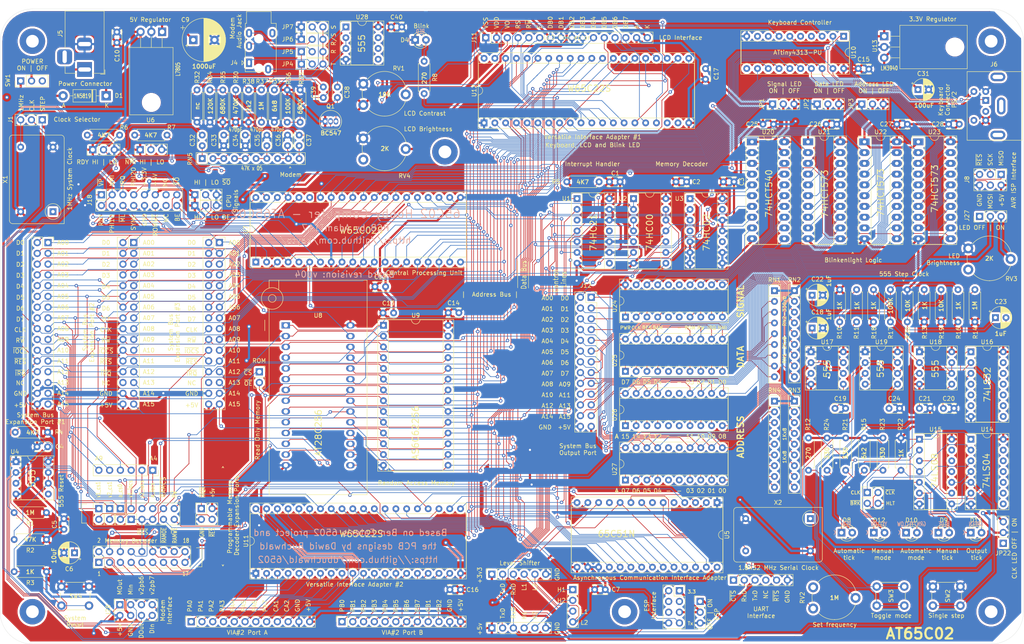
<source format=kicad_pcb>
(kicad_pcb (version 20171130) (host pcbnew "(5.1.9)-1")
  (title_block (title "AT65C02 Hobby Computer") (date 2023-08-06) (rev Rev004) (company "This AT65C02 version by AdamT117. ") (comment 4 "Original Author: Dawid Buchwald with AT65C02 additions"))
  (layers (0 F.Cu signal) (31 B.Cu signal) (34 B.Paste user) (35 F.Paste user) (36 B.SilkS user hide) (37 F.SilkS user) (38 B.Mask user) (39 F.Mask user) (44 Edge.Cuts user))
  (net 0 "")
  (net 1 +5V)
  (net 2 GND)
  (net 3 "Net-(C4-Pad1)")
  (net 4 "/6502 Peripherals/v1pb0")
  (net 5 CLK)
  (net 6 CLKOUT)
  (net 7 a0)
  (net 8 a1)
  (net 9 a2)
  (net 10 a3)
  (net 11 a4)
  (net 12 a5)
  (net 13 a6)
  (net 14 a7)
  (net 15 a8)
  (net 16 a9)
  (net 17 a10)
  (net 18 a11)
  (net 19 a12)
  (net 20 a13)
  (net 21 a14)
  (net 22 a15)
  (net 23 d0)
  (net 24 d1)
  (net 25 d2)
  (net 26 d3)
  (net 27 d4)
  (net 28 d5)
  (net 29 d6)
  (net 30 d7)
  (net 31 R~W)
  (net 32 ~IOCS)
  (net 33 ~RES)
  (net 34 ~IRQX)
  (net 35 "/6502 Peripherals/v1pb1")
  (net 36 "/6502 Peripherals/v1pb2")
  (net 37 "/6502 Peripherals/v1pb3")
  (net 38 "/6502 Peripherals/v1pb4")
  (net 39 "/6502 Peripherals/v1pb5")
  (net 40 "/6502 Peripherals/v1pb6")
  (net 41 "/6502 Peripherals/v1pb7")
  (net 42 "/6502 Peripherals/v2pa0")
  (net 43 "/6502 Peripherals/v2pa1")
  (net 44 "/6502 Peripherals/v2pa2")
  (net 45 "/6502 Peripherals/v2pa3")
  (net 46 "/6502 Peripherals/v2pa4")
  (net 47 "/6502 Peripherals/v2pa5")
  (net 48 "/6502 Peripherals/v2pa6")
  (net 49 "/6502 Peripherals/v2pa7")
  (net 50 "/6502 Peripherals/v2pa8")
  (net 51 "/6502 Peripherals/v2pa9")
  (net 52 "/6502 Peripherals/v2pb0")
  (net 53 "/6502 Peripherals/v2pb1")
  (net 54 "/6502 Peripherals/v2pb2")
  (net 55 "/6502 Peripherals/v2pb3")
  (net 56 "/6502 Peripherals/v2pb4")
  (net 57 "/6502 Peripherals/v2pb5")
  (net 58 "/6502 Peripherals/v2pb8")
  (net 59 "/6502 Peripherals/v2pb9")
  (net 60 KBCLK)
  (net 61 KBDAT)
  (net 62 ~ROM_CS)
  (net 63 ~IRQ)
  (net 64 ~RAM_CS)
  (net 65 ~AIRQ)
  (net 66 ~V2IRQ)
  (net 67 ~V1IRQ)
  (net 68 "/6502 Peripherals/v1pa8")
  (net 69 "/6502 Peripherals/v1pa9")
  (net 70 "/6502 Peripherals/v1pa7")
  (net 71 "/6502 Peripherals/v1pa6")
  (net 72 "/6502 Peripherals/v1pa5")
  (net 73 "/6502 Peripherals/v1pa4")
  (net 74 "/6502 Peripherals/v1pa3")
  (net 75 "/6502 Peripherals/v1pa2")
  (net 76 "/6502 Peripherals/v1pa1")
  (net 77 "/6502 Peripherals/v1pa0")
  (net 78 RxD)
  (net 79 ~CTS)
  (net 80 TxD)
  (net 81 ~RTS)
  (net 82 RS232CLK)
  (net 83 "Net-(X1-Pad1)")
  (net 84 "Net-(X2-Pad1)")
  (net 85 "Net-(D1-Pad2)")
  (net 86 "Net-(D4-Pad2)")
  (net 87 "Net-(U2-Pad12)")
  (net 88 "Net-(U4-Pad5)")
  (net 89 "Net-(U5-Pad5)")
  (net 90 "Net-(U5-Pad7)")
  (net 91 "Net-(U5-Pad11)")
  (net 92 "Net-(U7-Pad35)")
  (net 93 "Net-(U10-Pad9)")
  (net 94 "Net-(U10-Pad8)")
  (net 95 "Net-(U10-Pad5)")
  (net 96 "Net-(U10-Pad4)")
  (net 97 "Net-(U10-Pad11)")
  (net 98 "Net-(U12-Pad19)")
  (net 99 "Net-(U12-Pad18)")
  (net 100 "Net-(C6-Pad1)")
  (net 101 "Net-(J6-Pad6)")
  (net 102 "Net-(J6-Pad2)")
  (net 103 "Net-(J7-Pad28)")
  (net 104 "Net-(J11-Pad3)")
  (net 105 "Net-(U1-Pad8)")
  (net 106 "Net-(U3-Pad10)")
  (net 107 "Net-(U3-Pad13)")
  (net 108 "Net-(U3-Pad4)")
  (net 109 "Net-(C9-Pad1)")
  (net 110 "Net-(SW1-Pad3)")
  (net 111 AUTO)
  (net 112 MAN)
  (net 113 ~MODE)
  (net 114 MODE)
  (net 115 HLT)
  (net 116 ~BRK)
  (net 117 "Net-(D8-Pad1)")
  (net 118 "Net-(D9-Pad1)")
  (net 119 "Net-(D10-Pad1)")
  (net 120 "Net-(D11-Pad1)")
  (net 121 "Net-(D12-Pad1)")
  (net 122 "Net-(C18-Pad1)")
  (net 123 "Net-(C19-Pad1)")
  (net 124 "Net-(C20-Pad1)")
  (net 125 "Net-(C21-Pad1)")
  (net 126 "Net-(C22-Pad1)")
  (net 127 "Net-(C23-Pad1)")
  (net 128 "Net-(C24-Pad1)")
  (net 129 +3.3V)
  (net 130 CLKx)
  (net 131 ~CLKx)
  (net 132 "Net-(J5-Pad1)")
  (net 133 RxD3)
  (net 134 "Net-(J14-Pad6)")
  (net 135 "Net-(J14-Pad4)")
  (net 136 TxD3)
  (net 137 "Net-(J15-Pad5)")
  (net 138 "Net-(J15-Pad4)")
  (net 139 "Net-(J16-Pad4)")
  (net 140 "Net-(J16-Pad5)")
  (net 141 "Net-(JP1-Pad2)")
  (net 142 "Net-(JP2-Pad2)")
  (net 143 "Net-(JP3-Pad2)")
  (net 144 "Net-(R10-Pad2)")
  (net 145 "Net-(R11-Pad2)")
  (net 146 "Net-(R13-Pad2)")
  (net 147 "Net-(R16-Pad2)")
  (net 148 "Net-(R19-Pad2)")
  (net 149 "Net-(RN1-Pad9)")
  (net 150 "Net-(RN1-Pad8)")
  (net 151 "Net-(RN1-Pad7)")
  (net 152 "Net-(RN1-Pad6)")
  (net 153 "Net-(RN1-Pad5)")
  (net 154 "Net-(RN1-Pad4)")
  (net 155 "Net-(RN1-Pad3)")
  (net 156 "Net-(RN1-Pad2)")
  (net 157 LED_bright)
  (net 158 "Net-(RN2-Pad9)")
  (net 159 "Net-(RN2-Pad8)")
  (net 160 "Net-(RN2-Pad7)")
  (net 161 "Net-(RN2-Pad6)")
  (net 162 "Net-(RN2-Pad5)")
  (net 163 "Net-(RN2-Pad4)")
  (net 164 "Net-(RN2-Pad3)")
  (net 165 "Net-(RN2-Pad2)")
  (net 166 "Net-(RN3-Pad2)")
  (net 167 "Net-(RN3-Pad3)")
  (net 168 "Net-(RN3-Pad4)")
  (net 169 "Net-(RN3-Pad5)")
  (net 170 "Net-(RN3-Pad6)")
  (net 171 "Net-(RN3-Pad7)")
  (net 172 "Net-(RN3-Pad8)")
  (net 173 "Net-(RN3-Pad9)")
  (net 174 "Net-(RN4-Pad2)")
  (net 175 "Net-(RN4-Pad3)")
  (net 176 "Net-(RN4-Pad4)")
  (net 177 "Net-(RN4-Pad5)")
  (net 178 "Net-(RN4-Pad6)")
  (net 179 "Net-(RN4-Pad7)")
  (net 180 "Net-(RN4-Pad8)")
  (net 181 "Net-(RN4-Pad9)")
  (net 182 "Net-(RV2-Pad3)")
  (net 183 "Net-(RV3-Pad1)")
  (net 184 "Net-(U14-Pad4)")
  (net 185 "Net-(U15-Pad6)")
  (net 186 "Net-(U15-Pad3)")
  (net 187 "Net-(U15-Pad9)")
  (net 188 "Net-(U20-Pad18)")
  (net 189 "Net-(U20-Pad17)")
  (net 190 "Net-(U20-Pad16)")
  (net 191 "Net-(U20-Pad15)")
  (net 192 "Net-(U20-Pad14)")
  (net 193 "Net-(U20-Pad13)")
  (net 194 "Net-(U20-Pad12)")
  (net 195 "Net-(U20-Pad11)")
  (net 196 "Net-(U24-Pad16)")
  (net 197 "Net-(U24-Pad6)")
  (net 198 "Net-(U24-Pad15)")
  (net 199 "Net-(U24-Pad5)")
  (net 200 "Net-(U25-Pad16)")
  (net 201 "Net-(U25-Pad6)")
  (net 202 "Net-(U25-Pad15)")
  (net 203 "Net-(U25-Pad5)")
  (net 204 "Net-(U26-Pad16)")
  (net 205 "Net-(U26-Pad6)")
  (net 206 "Net-(U26-Pad15)")
  (net 207 "Net-(U26-Pad5)")
  (net 208 "Net-(U27-Pad16)")
  (net 209 "Net-(U27-Pad6)")
  (net 210 "Net-(U27-Pad15)")
  (net 211 "Net-(U27-Pad5)")
  (net 212 "Net-(J14-Pad3)")
  (net 213 RDY)
  (net 214 ~NMI)
  (net 215 PHI2O)
  (net 216 SYNC)
  (net 217 ~ML)
  (net 218 PHI1O)
  (net 219 ~VP)
  (net 220 "Net-(J2-Pad4)")
  (net 221 "Net-(C32-Pad1)")
  (net 222 DataOut)
  (net 223 "Net-(C37-Pad1)")
  (net 224 "Net-(C37-Pad2)")
  (net 225 "Net-(C38-Pad2)")
  (net 226 ModOut)
  (net 227 "Net-(C39-Pad1)")
  (net 228 ModIn)
  (net 229 "Net-(J4-PadS)")
  (net 230 "Net-(J4-PadT)")
  (net 231 "Net-(J4-PadR1)")
  (net 232 "Net-(J4-PadR2)")
  (net 233 DataIn)
  (net 234 "Net-(C33-Pad2)")
  (net 235 "Net-(C34-Pad2)")
  (net 236 "Net-(C35-Pad2)")
  (net 237 "Net-(C36-Pad2)")
  (net 238 V2PB6)
  (net 239 V2PB7)
  (net 240 "Net-(JP9-Pad2)")
  (net 241 "Net-(R6-Pad1)")
  (net 242 "Net-(J21-Pad28)")
  (net 243 "Net-(J22-Pad28)")
  (net 244 ~RAM_OE)
  (net 245 V2CS1)
  (net 246 V1CS1)
  (net 247 A_CSO)
  (net 248 ~IOCS_V1)
  (net 249 ~IOCS_V2)
  (net 250 ~IOCS_A)
  (net 251 ab14)
  (net 252 ab15)
  (net 253 ab12)
  (net 254 ab13)
  (net 255 ab10)
  (net 256 ab11)
  (net 257 ab8)
  (net 258 ab9)
  (net 259 ab7)
  (net 260 db7)
  (net 261 ab6)
  (net 262 db6)
  (net 263 ab5)
  (net 264 db5)
  (net 265 ab4)
  (net 266 db4)
  (net 267 ab3)
  (net 268 db3)
  (net 269 ab2)
  (net 270 db2)
  (net 271 ab1)
  (net 272 db1)
  (net 273 ab0)
  (net 274 db0)
  (net 275 "Net-(J27-Pad1)")
  (net 276 "Net-(J27-Pad3)")
  (net 277 ~ROM_OE)
  (net 278 CLOCK_LED_GND)
  (net 279 ROM~WE)
  (net 280 "Net-(J11-Pad16)")
  (net 281 "Net-(RV4-Pad1)")
  (net 282 "Net-(J29-Pad1)")
  (net 283 "Net-(J29-Pad3)")
  (net 284 "Net-(J29-Pad5)")
  (net 285 "Net-(J29-Pad15)")
  (net 286 "Net-(J29-Pad17)")
  (net 287 "Net-(J29-Pad7)")
  (net 288 "Net-(J29-Pad9)")
  (net 289 "Net-(J29-Pad11)")
  (net 290 "Net-(J29-Pad13)")
  (net 291 RAM~WE~)
  (net 292 ~SO)
  (net 293 BE)
  (net 294 "Net-(JP22-Pad1)")
  (net 295 "Net-(J14-Pad1)")
  (net 296 "Net-(J18-Pad13)")
  (net 297 "Net-(J18-Pad14)")
  (module Package_DIP:DIP-14_W7.62mm_Socket (layer F.Cu) (at 227.645 106.73)
    (fp_text reference U1 (at -2.54 0) (layer F.SilkS))
    (fp_text value 74HC21)
    (pad 1 thru_hole rect (at 0 0) (size 1.6 1.6) (drill 0.8) (layers *.Cu *.Mask) (net 67 ~V1IRQ))
    (pad 8 thru_hole oval (at 7.62 15.24) (size 1.6 1.6) (drill 0.8) (layers *.Cu *.Mask) (net 105 "Net-(U1-Pad8)"))
    (pad 2 thru_hole oval (at 0 2.54) (size 1.6 1.6) (drill 0.8) (layers *.Cu *.Mask) (net 66 ~V2IRQ))
    (pad 9 thru_hole oval (at 7.62 12.7) (size 1.6 1.6) (drill 0.8) (layers *.Cu *.Mask) (net 2 GND))
    (pad 3 thru_hole oval (at 0 5.08) (size 1.6 1.6) (drill 0.8) (layers *.Cu *.Mask))
    (pad 10 thru_hole oval (at 7.62 10.16) (size 1.6 1.6) (drill 0.8) (layers *.Cu *.Mask) (net 2 GND))
    (pad 4 thru_hole oval (at 0 7.62) (size 1.6 1.6) (drill 0.8) (layers *.Cu *.Mask) (net 65 ~AIRQ))
    (pad 11 thru_hole oval (at 7.62 7.62) (size 1.6 1.6) (drill 0.8) (layers *.Cu *.Mask))
    (pad 5 thru_hole oval (at 0 10.16) (size 1.6 1.6) (drill 0.8) (layers *.Cu *.Mask) (net 34 ~IRQX))
    (pad 12 thru_hole oval (at 7.62 5.08) (size 1.6 1.6) (drill 0.8) (layers *.Cu *.Mask) (net 2 GND))
    (pad 6 thru_hole oval (at 0 12.7) (size 1.6 1.6) (drill 0.8) (layers *.Cu *.Mask) (net 63 ~IRQ))
    (pad 13 thru_hole oval (at 7.62 2.54) (size 1.6 1.6) (drill 0.8) (layers *.Cu *.Mask) (net 2 GND))
    (pad 7 thru_hole oval (at 0 15.24) (size 1.6 1.6) (drill 0.8) (layers *.Cu *.Mask) (net 2 GND))
    (pad 14 thru_hole oval (at 7.62 0) (size 1.6 1.6) (drill 0.8) (layers *.Cu *.Mask) (net 1 +5V))
  )
  (module Socket:DIP_Socket-28_W11.9_W12.7_W15.24_W17.78_W18.5_3M_228-1277-00-0602J (layer F.Cu) (at 158.965 136.64)
    (fp_text reference U8 (at 7.62 -2.33) (layer F.SilkS))
    (fp_text value 28C256)
    (pad 15 thru_hole oval (at 15.24 33.02) (size 2 1.44) (drill 1) (layers *.Cu *.Mask) (net 26 d3))
    (pad 14 thru_hole oval (at 0 33.02) (size 2 1.44) (drill 1) (layers *.Cu *.Mask) (net 2 GND))
    (pad 16 thru_hole oval (at 15.24 30.48) (size 2 1.44) (drill 1) (layers *.Cu *.Mask) (net 27 d4))
    (pad 13 thru_hole oval (at 0 30.48) (size 2 1.44) (drill 1) (layers *.Cu *.Mask) (net 25 d2))
    (pad 17 thru_hole oval (at 15.24 27.94) (size 2 1.44) (drill 1) (layers *.Cu *.Mask) (net 28 d5))
    (pad 12 thru_hole oval (at 0 27.94) (size 2 1.44) (drill 1) (layers *.Cu *.Mask) (net 24 d1))
    (pad 18 thru_hole oval (at 15.24 25.4) (size 2 1.44) (drill 1) (layers *.Cu *.Mask) (net 29 d6))
    (pad 11 thru_hole oval (at 0 25.4) (size 2 1.44) (drill 1) (layers *.Cu *.Mask) (net 23 d0))
    (pad 19 thru_hole oval (at 15.24 22.86) (size 2 1.44) (drill 1) (layers *.Cu *.Mask) (net 30 d7))
    (pad 10 thru_hole oval (at 0 22.86) (size 2 1.44) (drill 1) (layers *.Cu *.Mask) (net 7 a0))
    (pad 20 thru_hole oval (at 15.24 20.32) (size 2 1.44) (drill 1) (layers *.Cu *.Mask) (net 62 ~ROM_CS))
    (pad 9 thru_hole oval (at 0 20.32) (size 2 1.44) (drill 1) (layers *.Cu *.Mask) (net 8 a1))
    (pad 21 thru_hole oval (at 15.24 17.78) (size 2 1.44) (drill 1) (layers *.Cu *.Mask) (net 17 a10))
    (pad 8 thru_hole oval (at 0 17.78) (size 2 1.44) (drill 1) (layers *.Cu *.Mask) (net 9 a2))
    (pad 22 thru_hole oval (at 15.24 15.24) (size 2 1.44) (drill 1) (layers *.Cu *.Mask) (net 277 ~ROM_OE))
    (pad 7 thru_hole oval (at 0 15.24) (size 2 1.44) (drill 1) (layers *.Cu *.Mask) (net 10 a3))
    (pad 23 thru_hole oval (at 15.24 12.7) (size 2 1.44) (drill 1) (layers *.Cu *.Mask) (net 18 a11))
    (pad 6 thru_hole oval (at 0 12.7) (size 2 1.44) (drill 1) (layers *.Cu *.Mask) (net 11 a4))
    (pad 24 thru_hole oval (at 15.24 10.16) (size 2 1.44) (drill 1) (layers *.Cu *.Mask) (net 16 a9))
    (pad 5 thru_hole oval (at 0 10.16) (size 2 1.44) (drill 1) (layers *.Cu *.Mask) (net 12 a5))
    (pad 25 thru_hole oval (at 15.24 7.62) (size 2 1.44) (drill 1) (layers *.Cu *.Mask) (net 15 a8))
    (pad 4 thru_hole oval (at 0 7.62) (size 2 1.44) (drill 1) (layers *.Cu *.Mask) (net 13 a6))
    (pad 26 thru_hole oval (at 15.24 5.08) (size 2 1.44) (drill 1) (layers *.Cu *.Mask) (net 20 a13))
    (pad 3 thru_hole oval (at 0 5.08) (size 2 1.44) (drill 1) (layers *.Cu *.Mask) (net 14 a7))
    (pad 27 thru_hole oval (at 15.24 2.54) (size 2 1.44) (drill 1) (layers *.Cu *.Mask) (net 279 ROM~WE))
    (pad 2 thru_hole oval (at 0 2.54) (size 2 1.44) (drill 1) (layers *.Cu *.Mask) (net 19 a12))
    (pad 28 thru_hole oval (at 15.24 0) (size 2 1.44) (drill 1) (layers *.Cu *.Mask) (net 1 +5V))
    (pad 1 thru_hole rect (at 0 0) (size 2 1.44) (drill 1) (layers *.Cu *.Mask) (net 21 a14))
  )
  (module Connector_PinHeader_2.54mm:PinHeader_2x09_P2.54mm_Vertical (layer F.Cu) (at 114.89 192.58 90)
    (fp_text reference J29 hide)
    (fp_text value "Decoder Signals")
    (pad 1 thru_hole rect (at 0 0 90) (size 1.7 1.7) (drill 1) (layers *.Cu *.Mask) (net 282 "Net-(J29-Pad1)"))
    (pad 2 thru_hole oval (at 2.54 0 90) (size 1.7 1.7) (drill 1) (layers *.Cu *.Mask) (net 277 ~ROM_OE))
    (pad 3 thru_hole oval (at 0 2.54 90) (size 1.7 1.7) (drill 1) (layers *.Cu *.Mask) (net 283 "Net-(J29-Pad3)"))
    (pad 4 thru_hole oval (at 2.54 2.54 90) (size 1.7 1.7) (drill 1) (layers *.Cu *.Mask) (net 64 ~RAM_CS))
    (pad 5 thru_hole oval (at 0 5.08 90) (size 1.7 1.7) (drill 1) (layers *.Cu *.Mask) (net 284 "Net-(J29-Pad5)"))
    (pad 6 thru_hole oval (at 2.54 5.08 90) (size 1.7 1.7) (drill 1) (layers *.Cu *.Mask) (net 5 CLK))
    (pad 7 thru_hole oval (at 0 7.62 90) (size 1.7 1.7) (drill 1) (layers *.Cu *.Mask) (net 287 "Net-(J29-Pad7)"))
    (pad 8 thru_hole oval (at 2.54 7.62 90) (size 1.7 1.7) (drill 1) (layers *.Cu *.Mask) (net 62 ~ROM_CS))
    (pad 9 thru_hole oval (at 0 10.16 90) (size 1.7 1.7) (drill 1) (layers *.Cu *.Mask) (net 288 "Net-(J29-Pad9)"))
    (pad 10 thru_hole oval (at 2.54 10.16 90) (size 1.7 1.7) (drill 1) (layers *.Cu *.Mask) (net 32 ~IOCS))
    (pad 11 thru_hole oval (at 0 12.7 90) (size 1.7 1.7) (drill 1) (layers *.Cu *.Mask) (net 289 "Net-(J29-Pad11)"))
    (pad 12 thru_hole oval (at 2.54 12.7 90) (size 1.7 1.7) (drill 1) (layers *.Cu *.Mask) (net 22 a15))
    (pad 13 thru_hole oval (at 0 15.24 90) (size 1.7 1.7) (drill 1) (layers *.Cu *.Mask) (net 290 "Net-(J29-Pad13)"))
    (pad 14 thru_hole oval (at 2.54 15.24 90) (size 1.7 1.7) (drill 1) (layers *.Cu *.Mask) (net 21 a14))
    (pad 15 thru_hole oval (at 0 17.78 90) (size 1.7 1.7) (drill 1) (layers *.Cu *.Mask) (net 285 "Net-(J29-Pad15)"))
    (pad 16 thru_hole oval (at 2.54 17.78 90) (size 1.7 1.7) (drill 1) (layers *.Cu *.Mask) (net 20 a13))
    (pad 17 thru_hole oval (at 0 20.32 90) (size 1.7 1.7) (drill 1) (layers *.Cu *.Mask) (net 286 "Net-(J29-Pad17)"))
    (pad 18 thru_hole oval (at 2.54 20.32 90) (size 1.7 1.7) (drill 1) (layers *.Cu *.Mask) (net 22 a15))
  )
  (module MountingHole:MountingHole_3mm_Pad (layer F.Cu) (at 196.49 95.7)
    (fp_text reference H6 hide)
    (fp_text value MountingHole)
    (pad 1 thru_hole circle (at 0 0) (size 6 6) (drill 3) (layers *.Cu *.Mask))
  )
  (module MountingHole:MountingHole_3mm_Pad (layer F.Cu) (at 238.865 204.21)
    (fp_text reference H5 hide)
    (fp_text value MountingHole)
    (pad 1 thru_hole circle (at 0 0) (size 6 6) (drill 3) (layers *.Cu *.Mask))
  )
  (module Capacitor_THT:C_Disc_D3.4mm_W2.1mm_P2.50mm (layer F.Cu) (at 119.145 69.915 90)
    (fp_text reference C10 (at -3.115 0.06 90) (layer F.SilkS))
    (fp_text value 0.1uF)
    (pad 1 thru_hole circle (at 0 0 90) (size 1.6 1.6) (drill 0.8) (layers *.Cu *.Mask) (net 1 +5V))
    (pad 2 thru_hole circle (at 2.5 0 90) (size 1.6 1.6) (drill 0.8) (layers *.Cu *.Mask) (net 2 GND))
  )
  (module Button_Switch_THT:SW_PUSH_6mm (layer F.Cu) (at 106.065 198.275)
    (fp_text reference SW4 (at 3.375 2.275) (layer F.SilkS))
    (fp_text value SW_SPDT)
    (pad 1 thru_hole circle (at 6.5 0 90) (size 2 2) (drill 1.1) (layers *.Cu *.Mask) (net 2 GND))
    (pad 2 thru_hole circle (at 6.5 4.5 90) (size 2 2) (drill 1.1) (layers *.Cu *.Mask) (net 3 "Net-(C4-Pad1)"))
    (pad 1 thru_hole circle (at 0 0 90) (size 2 2) (drill 1.1) (layers *.Cu *.Mask) (net 2 GND))
    (pad 2 thru_hole circle (at 0 4.5 90) (size 2 2) (drill 1.1) (layers *.Cu *.Mask) (net 3 "Net-(C4-Pad1)"))
  )
  (module Button_Switch_THT:SW_PUSH_6mm (layer F.Cu) (at 311.544 198.275)
    (fp_text reference SW2 (at 3.521 2.2 90) (layer F.SilkS))
    (fp_text value Step)
    (pad 1 thru_hole circle (at 6.5 0 90) (size 2 2) (drill 1.1) (layers *.Cu *.Mask) (net 2 GND))
    (pad 2 thru_hole circle (at 6.5 4.5 90) (size 2 2) (drill 1.1) (layers *.Cu *.Mask) (net 146 "Net-(R13-Pad2)"))
    (pad 1 thru_hole circle (at 0 0 90) (size 2 2) (drill 1.1) (layers *.Cu *.Mask) (net 2 GND))
    (pad 2 thru_hole circle (at 0 4.5 90) (size 2 2) (drill 1.1) (layers *.Cu *.Mask) (net 146 "Net-(R13-Pad2)"))
  )
  (module Button_Switch_THT:SW_PUSH_6mm (layer F.Cu) (at 298.304 198.275)
    (fp_text reference SW3 (at 3.386 2.2 90) (layer F.SilkS))
    (fp_text value Mode)
    (pad 1 thru_hole circle (at 6.5 0 90) (size 2 2) (drill 1.1) (layers *.Cu *.Mask) (net 126 "Net-(C22-Pad1)"))
    (pad 2 thru_hole circle (at 6.5 4.5 90) (size 2 2) (drill 1.1) (layers *.Cu *.Mask) (net 148 "Net-(R19-Pad2)"))
    (pad 1 thru_hole circle (at 0 0 90) (size 2 2) (drill 1.1) (layers *.Cu *.Mask) (net 126 "Net-(C22-Pad1)"))
    (pad 2 thru_hole circle (at 0 4.5 90) (size 2 2) (drill 1.1) (layers *.Cu *.Mask) (net 148 "Net-(R19-Pad2)"))
  )
  (module Connector_PinHeader_2.54mm:PinHeader_1x03_P2.54mm_Vertical (layer F.Cu) (at 294.775 84.41 90)
    (fp_text reference JP3 (at 0 -2.53 90) (layer F.SilkS))
    (fp_text value EN_ADDR)
    (pad 3 thru_hole oval (at 0 5.08 90) (size 1.7 1.7) (drill 1) (layers *.Cu *.Mask) (net 1 +5V))
    (pad 2 thru_hole oval (at 0 2.54 90) (size 1.7 1.7) (drill 1) (layers *.Cu *.Mask) (net 143 "Net-(JP3-Pad2)"))
    (pad 1 thru_hole rect (at 0 0 90) (size 1.7 1.7) (drill 1) (layers *.Cu *.Mask) (net 2 GND))
  )
  (module Connector_PinHeader_2.54mm:PinHeader_1x03_P2.54mm_Vertical (layer F.Cu) (at 284.255 84.41 90)
    (fp_text reference JP2 (at 0 -2.53 90) (layer F.SilkS))
    (fp_text value EN_DATA)
    (pad 3 thru_hole oval (at 0 5.08 90) (size 1.7 1.7) (drill 1) (layers *.Cu *.Mask) (net 1 +5V))
    (pad 2 thru_hole oval (at 0 2.54 90) (size 1.7 1.7) (drill 1) (layers *.Cu *.Mask) (net 142 "Net-(JP2-Pad2)"))
    (pad 1 thru_hole rect (at 0 0 90) (size 1.7 1.7) (drill 1) (layers *.Cu *.Mask) (net 2 GND))
  )
  (module Connector_PinHeader_2.54mm:PinHeader_1x03_P2.54mm_Vertical (layer F.Cu) (at 273.735 84.41 90)
    (fp_text reference JP1 (at 0 -2.53 90) (layer F.SilkS))
    (fp_text value EN_SIGNAL)
    (pad 3 thru_hole oval (at 0 5.08 90) (size 1.7 1.7) (drill 1) (layers *.Cu *.Mask) (net 1 +5V))
    (pad 2 thru_hole oval (at 0 2.54 90) (size 1.7 1.7) (drill 1) (layers *.Cu *.Mask) (net 141 "Net-(JP1-Pad2)"))
    (pad 1 thru_hole rect (at 0 0 90) (size 1.7 1.7) (drill 1) (layers *.Cu *.Mask) (net 2 GND))
  )
  (module Package_DIP:DIP-20_W7.62mm_Socket (layer F.Cu) (at 239.045 147.496666 90)
    (fp_text reference U25 (at 2.54 -2.54 90) (layer F.SilkS))
    (fp_text value "10_LED_Array (green)")
    (pad 20 thru_hole oval (at 7.62 0 90) (size 1.6 1.6) (drill 0.8) (layers *.Cu *.Mask) (net 260 db7))
    (pad 10 thru_hole oval (at 0 22.86 90) (size 1.6 1.6) (drill 0.8) (layers *.Cu *.Mask) (net 149 "Net-(RN1-Pad9)"))
    (pad 19 thru_hole oval (at 7.62 2.54 90) (size 1.6 1.6) (drill 0.8) (layers *.Cu *.Mask) (net 262 db6))
    (pad 9 thru_hole oval (at 0 20.32 90) (size 1.6 1.6) (drill 0.8) (layers *.Cu *.Mask) (net 150 "Net-(RN1-Pad8)"))
    (pad 18 thru_hole oval (at 7.62 5.08 90) (size 1.6 1.6) (drill 0.8) (layers *.Cu *.Mask) (net 264 db5))
    (pad 8 thru_hole oval (at 0 17.78 90) (size 1.6 1.6) (drill 0.8) (layers *.Cu *.Mask) (net 151 "Net-(RN1-Pad7)"))
    (pad 17 thru_hole oval (at 7.62 7.62 90) (size 1.6 1.6) (drill 0.8) (layers *.Cu *.Mask) (net 266 db4))
    (pad 7 thru_hole oval (at 0 15.24 90) (size 1.6 1.6) (drill 0.8) (layers *.Cu *.Mask) (net 152 "Net-(RN1-Pad6)"))
    (pad 16 thru_hole oval (at 7.62 10.16 90) (size 1.6 1.6) (drill 0.8) (layers *.Cu *.Mask) (net 200 "Net-(U25-Pad16)"))
    (pad 6 thru_hole oval (at 0 12.7 90) (size 1.6 1.6) (drill 0.8) (layers *.Cu *.Mask) (net 201 "Net-(U25-Pad6)"))
    (pad 15 thru_hole oval (at 7.62 12.7 90) (size 1.6 1.6) (drill 0.8) (layers *.Cu *.Mask) (net 202 "Net-(U25-Pad15)"))
    (pad 5 thru_hole oval (at 0 10.16 90) (size 1.6 1.6) (drill 0.8) (layers *.Cu *.Mask) (net 203 "Net-(U25-Pad5)"))
    (pad 14 thru_hole oval (at 7.62 15.24 90) (size 1.6 1.6) (drill 0.8) (layers *.Cu *.Mask) (net 268 db3))
    (pad 4 thru_hole oval (at 0 7.62 90) (size 1.6 1.6) (drill 0.8) (layers *.Cu *.Mask) (net 153 "Net-(RN1-Pad5)"))
    (pad 13 thru_hole oval (at 7.62 17.78 90) (size 1.6 1.6) (drill 0.8) (layers *.Cu *.Mask) (net 270 db2))
    (pad 3 thru_hole oval (at 0 5.08 90) (size 1.6 1.6) (drill 0.8) (layers *.Cu *.Mask) (net 154 "Net-(RN1-Pad4)"))
    (pad 12 thru_hole oval (at 7.62 20.32 90) (size 1.6 1.6) (drill 0.8) (layers *.Cu *.Mask) (net 272 db1))
    (pad 2 thru_hole oval (at 0 2.54 90) (size 1.6 1.6) (drill 0.8) (layers *.Cu *.Mask) (net 155 "Net-(RN1-Pad3)"))
    (pad 11 thru_hole oval (at 7.62 22.86 90) (size 1.6 1.6) (drill 0.8) (layers *.Cu *.Mask) (net 274 db0))
    (pad 1 thru_hole rect (at 0 0 90) (size 1.6 1.6) (drill 0.8) (layers *.Cu *.Mask) (net 156 "Net-(RN1-Pad2)"))
  )
  (module Package_DIP:DIP-20_W7.62mm_Socket (layer F.Cu) (at 239.045 134.68 90)
    (fp_text reference U24 (at 2.54 -2.54 270) (layer F.SilkS))
    (fp_text value "10_LED_Array (yellow)")
    (pad 20 thru_hole oval (at 7.62 0 90) (size 1.6 1.6) (drill 0.8) (layers *.Cu *.Mask) (net 1 +5V))
    (pad 10 thru_hole oval (at 0 22.86 90) (size 1.6 1.6) (drill 0.8) (layers *.Cu *.Mask) (net 158 "Net-(RN2-Pad9)"))
    (pad 19 thru_hole oval (at 7.62 2.54 90) (size 1.6 1.6) (drill 0.8) (layers *.Cu *.Mask) (net 189 "Net-(U20-Pad17)"))
    (pad 9 thru_hole oval (at 0 20.32 90) (size 1.6 1.6) (drill 0.8) (layers *.Cu *.Mask) (net 159 "Net-(RN2-Pad8)"))
    (pad 18 thru_hole oval (at 7.62 5.08 90) (size 1.6 1.6) (drill 0.8) (layers *.Cu *.Mask) (net 190 "Net-(U20-Pad16)"))
    (pad 8 thru_hole oval (at 0 17.78 90) (size 1.6 1.6) (drill 0.8) (layers *.Cu *.Mask) (net 160 "Net-(RN2-Pad7)"))
    (pad 17 thru_hole oval (at 7.62 7.62 90) (size 1.6 1.6) (drill 0.8) (layers *.Cu *.Mask) (net 191 "Net-(U20-Pad15)"))
    (pad 7 thru_hole oval (at 0 15.24 90) (size 1.6 1.6) (drill 0.8) (layers *.Cu *.Mask) (net 161 "Net-(RN2-Pad6)"))
    (pad 16 thru_hole oval (at 7.62 10.16 90) (size 1.6 1.6) (drill 0.8) (layers *.Cu *.Mask) (net 196 "Net-(U24-Pad16)"))
    (pad 6 thru_hole oval (at 0 12.7 90) (size 1.6 1.6) (drill 0.8) (layers *.Cu *.Mask) (net 197 "Net-(U24-Pad6)"))
    (pad 15 thru_hole oval (at 7.62 12.7 90) (size 1.6 1.6) (drill 0.8) (layers *.Cu *.Mask) (net 198 "Net-(U24-Pad15)"))
    (pad 5 thru_hole oval (at 0 10.16 90) (size 1.6 1.6) (drill 0.8) (layers *.Cu *.Mask) (net 199 "Net-(U24-Pad5)"))
    (pad 14 thru_hole oval (at 7.62 15.24 90) (size 1.6 1.6) (drill 0.8) (layers *.Cu *.Mask) (net 192 "Net-(U20-Pad14)"))
    (pad 4 thru_hole oval (at 0 7.62 90) (size 1.6 1.6) (drill 0.8) (layers *.Cu *.Mask) (net 162 "Net-(RN2-Pad5)"))
    (pad 13 thru_hole oval (at 7.62 17.78 90) (size 1.6 1.6) (drill 0.8) (layers *.Cu *.Mask) (net 193 "Net-(U20-Pad13)"))
    (pad 3 thru_hole oval (at 0 5.08 90) (size 1.6 1.6) (drill 0.8) (layers *.Cu *.Mask) (net 163 "Net-(RN2-Pad4)"))
    (pad 12 thru_hole oval (at 7.62 20.32 90) (size 1.6 1.6) (drill 0.8) (layers *.Cu *.Mask) (net 194 "Net-(U20-Pad12)"))
    (pad 2 thru_hole oval (at 0 2.54 90) (size 1.6 1.6) (drill 0.8) (layers *.Cu *.Mask) (net 164 "Net-(RN2-Pad3)"))
    (pad 11 thru_hole oval (at 7.62 22.86 90) (size 1.6 1.6) (drill 0.8) (layers *.Cu *.Mask) (net 195 "Net-(U20-Pad11)"))
    (pad 1 thru_hole rect (at 0 0 90) (size 1.6 1.6) (drill 0.8) (layers *.Cu *.Mask) (net 165 "Net-(RN2-Pad2)"))
  )
  (module Package_DIP:DIP-20_W7.62mm_Socket (layer F.Cu) (at 239.045 160.313332 90)
    (fp_text reference U26 (at 2.54 -2.54 90) (layer F.SilkS))
    (fp_text value "10_LED_Array (red)")
    (pad 20 thru_hole oval (at 7.62 0 90) (size 1.6 1.6) (drill 0.8) (layers *.Cu *.Mask) (net 252 ab15))
    (pad 10 thru_hole oval (at 0 22.86 90) (size 1.6 1.6) (drill 0.8) (layers *.Cu *.Mask) (net 173 "Net-(RN3-Pad9)"))
    (pad 19 thru_hole oval (at 7.62 2.54 90) (size 1.6 1.6) (drill 0.8) (layers *.Cu *.Mask) (net 251 ab14))
    (pad 9 thru_hole oval (at 0 20.32 90) (size 1.6 1.6) (drill 0.8) (layers *.Cu *.Mask) (net 172 "Net-(RN3-Pad8)"))
    (pad 18 thru_hole oval (at 7.62 5.08 90) (size 1.6 1.6) (drill 0.8) (layers *.Cu *.Mask) (net 254 ab13))
    (pad 8 thru_hole oval (at 0 17.78 90) (size 1.6 1.6) (drill 0.8) (layers *.Cu *.Mask) (net 171 "Net-(RN3-Pad7)"))
    (pad 17 thru_hole oval (at 7.62 7.62 90) (size 1.6 1.6) (drill 0.8) (layers *.Cu *.Mask) (net 253 ab12))
    (pad 7 thru_hole oval (at 0 15.24 90) (size 1.6 1.6) (drill 0.8) (layers *.Cu *.Mask) (net 170 "Net-(RN3-Pad6)"))
    (pad 16 thru_hole oval (at 7.62 10.16 90) (size 1.6 1.6) (drill 0.8) (layers *.Cu *.Mask) (net 204 "Net-(U26-Pad16)"))
    (pad 6 thru_hole oval (at 0 12.7 90) (size 1.6 1.6) (drill 0.8) (layers *.Cu *.Mask) (net 205 "Net-(U26-Pad6)"))
    (pad 15 thru_hole oval (at 7.62 12.7 90) (size 1.6 1.6) (drill 0.8) (layers *.Cu *.Mask) (net 206 "Net-(U26-Pad15)"))
    (pad 5 thru_hole oval (at 0 10.16 90) (size 1.6 1.6) (drill 0.8) (layers *.Cu *.Mask) (net 207 "Net-(U26-Pad5)"))
    (pad 14 thru_hole oval (at 7.62 15.24 90) (size 1.6 1.6) (drill 0.8) (layers *.Cu *.Mask) (net 256 ab11))
    (pad 4 thru_hole oval (at 0 7.62 90) (size 1.6 1.6) (drill 0.8) (layers *.Cu *.Mask) (net 169 "Net-(RN3-Pad5)"))
    (pad 13 thru_hole oval (at 7.62 17.78 90) (size 1.6 1.6) (drill 0.8) (layers *.Cu *.Mask) (net 255 ab10))
    (pad 3 thru_hole oval (at 0 5.08 90) (size 1.6 1.6) (drill 0.8) (layers *.Cu *.Mask) (net 168 "Net-(RN3-Pad4)"))
    (pad 12 thru_hole oval (at 7.62 20.32 90) (size 1.6 1.6) (drill 0.8) (layers *.Cu *.Mask) (net 258 ab9))
    (pad 2 thru_hole oval (at 0 2.54 90) (size 1.6 1.6) (drill 0.8) (layers *.Cu *.Mask) (net 167 "Net-(RN3-Pad3)"))
    (pad 11 thru_hole oval (at 7.62 22.86 90) (size 1.6 1.6) (drill 0.8) (layers *.Cu *.Mask) (net 257 ab8))
    (pad 1 thru_hole rect (at 0 0 90) (size 1.6 1.6) (drill 0.8) (layers *.Cu *.Mask) (net 166 "Net-(RN3-Pad2)"))
  )
  (module Package_DIP:DIP-20_W7.62mm_Socket (layer F.Cu) (at 239.045 173.13 90)
    (fp_text reference U27 (at 2.54 -2.54 90) (layer F.SilkS))
    (fp_text value "10_LED_Array (red)")
    (pad 20 thru_hole oval (at 7.62 0 90) (size 1.6 1.6) (drill 0.8) (layers *.Cu *.Mask) (net 259 ab7))
    (pad 10 thru_hole oval (at 0 22.86 90) (size 1.6 1.6) (drill 0.8) (layers *.Cu *.Mask) (net 181 "Net-(RN4-Pad9)"))
    (pad 19 thru_hole oval (at 7.62 2.54 90) (size 1.6 1.6) (drill 0.8) (layers *.Cu *.Mask) (net 261 ab6))
    (pad 9 thru_hole oval (at 0 20.32 90) (size 1.6 1.6) (drill 0.8) (layers *.Cu *.Mask) (net 180 "Net-(RN4-Pad8)"))
    (pad 18 thru_hole oval (at 7.62 5.08 90) (size 1.6 1.6) (drill 0.8) (layers *.Cu *.Mask) (net 263 ab5))
    (pad 8 thru_hole oval (at 0 17.78 90) (size 1.6 1.6) (drill 0.8) (layers *.Cu *.Mask) (net 179 "Net-(RN4-Pad7)"))
    (pad 17 thru_hole oval (at 7.62 7.62 90) (size 1.6 1.6) (drill 0.8) (layers *.Cu *.Mask) (net 265 ab4))
    (pad 7 thru_hole oval (at 0 15.24 90) (size 1.6 1.6) (drill 0.8) (layers *.Cu *.Mask) (net 178 "Net-(RN4-Pad6)"))
    (pad 16 thru_hole oval (at 7.62 10.16 90) (size 1.6 1.6) (drill 0.8) (layers *.Cu *.Mask) (net 208 "Net-(U27-Pad16)"))
    (pad 6 thru_hole oval (at 0 12.7 90) (size 1.6 1.6) (drill 0.8) (layers *.Cu *.Mask) (net 209 "Net-(U27-Pad6)"))
    (pad 15 thru_hole oval (at 7.62 12.7 90) (size 1.6 1.6) (drill 0.8) (layers *.Cu *.Mask) (net 210 "Net-(U27-Pad15)"))
    (pad 5 thru_hole oval (at 0 10.16 90) (size 1.6 1.6) (drill 0.8) (layers *.Cu *.Mask) (net 211 "Net-(U27-Pad5)"))
    (pad 14 thru_hole oval (at 7.62 15.24 90) (size 1.6 1.6) (drill 0.8) (layers *.Cu *.Mask) (net 267 ab3))
    (pad 4 thru_hole oval (at 0 7.62 90) (size 1.6 1.6) (drill 0.8) (layers *.Cu *.Mask) (net 177 "Net-(RN4-Pad5)"))
    (pad 13 thru_hole oval (at 7.62 17.78 90) (size 1.6 1.6) (drill 0.8) (layers *.Cu *.Mask) (net 269 ab2))
    (pad 3 thru_hole oval (at 0 5.08 90) (size 1.6 1.6) (drill 0.8) (layers *.Cu *.Mask) (net 176 "Net-(RN4-Pad4)"))
    (pad 12 thru_hole oval (at 7.62 20.32 90) (size 1.6 1.6) (drill 0.8) (layers *.Cu *.Mask) (net 271 ab1))
    (pad 2 thru_hole oval (at 0 2.54 90) (size 1.6 1.6) (drill 0.8) (layers *.Cu *.Mask) (net 175 "Net-(RN4-Pad3)"))
    (pad 11 thru_hole oval (at 7.62 22.86 90) (size 1.6 1.6) (drill 0.8) (layers *.Cu *.Mask) (net 273 ab0))
    (pad 1 thru_hole rect (at 0 0 90) (size 1.6 1.6) (drill 0.8) (layers *.Cu *.Mask) (net 174 "Net-(RN4-Pad2)"))
  )
  (module Potentiometer_THT:Potentiometer_Piher_PT-10-V10_Vertical (layer F.Cu) (at 319.885 123.48)
    (fp_text reference RV3 (at 10.18 2.17 180) (layer F.SilkS))
    (fp_text value 2k)
    (pad 3 thru_hole circle (at 0 -5) (size 2.34 2.34) (drill 1.3) (layers *.Cu *.Mask) (net 2 GND))
    (pad 2 thru_hole circle (at 10 -2.5) (size 2.34 2.34) (drill 1.3) (layers *.Cu *.Mask) (net 276 "Net-(J27-Pad3)"))
    (pad 1 thru_hole circle (at 0 0) (size 2.34 2.34) (drill 1.3) (layers *.Cu *.Mask) (net 183 "Net-(RV3-Pad1)"))
  )
  (module Connector_PinSocket_2.54mm:PinSocket_1x06_P2.54mm_Vertical (layer F.Cu) (at 207.555 208.06 90)
    (fp_text reference J15 hide)
    (fp_text value Level_Shifter_HV)
    (pad 6 thru_hole oval (at 0 12.7 90) (size 1.7 1.7) (drill 1) (layers *.Cu *.Mask) (net 2 GND))
    (pad 5 thru_hole oval (at 0 10.16 90) (size 1.7 1.7) (drill 1) (layers *.Cu *.Mask) (net 137 "Net-(J15-Pad5)"))
    (pad 4 thru_hole oval (at 0 7.62 90) (size 1.7 1.7) (drill 1) (layers *.Cu *.Mask) (net 138 "Net-(J15-Pad4)"))
    (pad 3 thru_hole oval (at 0 5.08 90) (size 1.7 1.7) (drill 1) (layers *.Cu *.Mask) (net 78 RxD))
    (pad 2 thru_hole oval (at 0 2.54 90) (size 1.7 1.7) (drill 1) (layers *.Cu *.Mask) (net 80 TxD))
    (pad 1 thru_hole rect (at 0 0 90) (size 1.7 1.7) (drill 1) (layers *.Cu *.Mask) (net 1 +5V))
  )
  (module Connector_PinSocket_2.54mm:PinSocket_1x06_P2.54mm_Vertical (layer F.Cu) (at 207.555 195.36 90)
    (fp_text reference J16 hide)
    (fp_text value Level_Shifter_LV)
    (pad 1 thru_hole rect (at 0 0 90) (size 1.7 1.7) (drill 1) (layers *.Cu *.Mask) (net 129 +3.3V))
    (pad 2 thru_hole oval (at 0 2.54 90) (size 1.7 1.7) (drill 1) (layers *.Cu *.Mask) (net 136 TxD3))
    (pad 3 thru_hole oval (at 0 5.08 90) (size 1.7 1.7) (drill 1) (layers *.Cu *.Mask) (net 133 RxD3))
    (pad 4 thru_hole oval (at 0 7.62 90) (size 1.7 1.7) (drill 1) (layers *.Cu *.Mask) (net 139 "Net-(J16-Pad4)"))
    (pad 5 thru_hole oval (at 0 10.16 90) (size 1.7 1.7) (drill 1) (layers *.Cu *.Mask) (net 140 "Net-(J16-Pad5)"))
    (pad 6 thru_hole oval (at 0 12.7 90) (size 1.7 1.7) (drill 1) (layers *.Cu *.Mask) (net 2 GND))
  )
  (module Connector_PinSocket_2.54mm:PinSocket_2x04_P2.54mm_Vertical (layer F.Cu) (at 251.785 199.25)
    (fp_text reference J14 hide)
    (fp_text value "ESP Interface")
    (pad 8 thru_hole oval (at -2.54 7.62) (size 1.7 1.7) (drill 1) (layers *.Cu *.Mask) (net 2 GND))
    (pad 7 thru_hole oval (at 0 7.62) (size 1.7 1.7) (drill 1) (layers *.Cu *.Mask) (net 133 RxD3))
    (pad 6 thru_hole oval (at -2.54 5.08) (size 1.7 1.7) (drill 1) (layers *.Cu *.Mask) (net 134 "Net-(J14-Pad6)"))
    (pad 5 thru_hole oval (at 0 5.08) (size 1.7 1.7) (drill 1) (layers *.Cu *.Mask) (net 295 "Net-(J14-Pad1)"))
    (pad 4 thru_hole oval (at -2.54 2.54) (size 1.7 1.7) (drill 1) (layers *.Cu *.Mask) (net 135 "Net-(J14-Pad4)"))
    (pad 3 thru_hole oval (at 0 2.54) (size 1.7 1.7) (drill 1) (layers *.Cu *.Mask) (net 212 "Net-(J14-Pad3)"))
    (pad 2 thru_hole oval (at -2.54 0) (size 1.7 1.7) (drill 1) (layers *.Cu *.Mask) (net 136 TxD3))
    (pad 1 thru_hole rect (at 0 0) (size 1.7 1.7) (drill 1) (layers *.Cu *.Mask) (net 295 "Net-(J14-Pad1)"))
  )
  (module Package_TO_SOT_THT:TO-220-3_Horizontal_TabDown (layer F.Cu) (at 300.065 68.42 270)
    (fp_text reference U13 (at 2.305 2.2 90) (layer F.SilkS))
    (fp_text value LM3940)
    (pad "" np_thru_hole oval (at 2.54 -16.66 270) (size 3.5 3.5) (drill 3.5) (layers *.Cu *.Mask))
    (pad 1 thru_hole rect (at 0 0 270) (size 1.905 2) (drill 1.1) (layers *.Cu *.Mask) (net 1 +5V))
    (pad 2 thru_hole oval (at 2.54 0 270) (size 1.905 2) (drill 1.1) (layers *.Cu *.Mask) (net 2 GND))
    (pad 3 thru_hole oval (at 5.08 0 270) (size 1.905 2) (drill 1.1) (layers *.Cu *.Mask) (net 129 +3.3V))
  )
  (module Package_DIP:DIP-40_W15.24mm_Socket (layer F.Cu) (at 151.905 195.16 90)
    (fp_text reference U11 (at 7.62 -2.33 90) (layer F.SilkS))
    (fp_text value 65C22S)
    (pad 1 thru_hole rect (at 0 0 90) (size 1.6 1.6) (drill 0.8) (layers *.Cu *.Mask) (net 2 GND))
    (pad 21 thru_hole oval (at 15.24 48.26 90) (size 1.6 1.6) (drill 0.8) (layers *.Cu *.Mask) (net 66 ~V2IRQ))
    (pad 2 thru_hole oval (at 0 2.54 90) (size 1.6 1.6) (drill 0.8) (layers *.Cu *.Mask) (net 42 "/6502 Peripherals/v2pa0"))
    (pad 22 thru_hole oval (at 15.24 45.72 90) (size 1.6 1.6) (drill 0.8) (layers *.Cu *.Mask) (net 31 R~W))
    (pad 3 thru_hole oval (at 0 5.08 90) (size 1.6 1.6) (drill 0.8) (layers *.Cu *.Mask) (net 43 "/6502 Peripherals/v2pa1"))
    (pad 23 thru_hole oval (at 15.24 43.18 90) (size 1.6 1.6) (drill 0.8) (layers *.Cu *.Mask) (net 249 ~IOCS_V2))
    (pad 4 thru_hole oval (at 0 7.62 90) (size 1.6 1.6) (drill 0.8) (layers *.Cu *.Mask) (net 44 "/6502 Peripherals/v2pa2"))
    (pad 24 thru_hole oval (at 15.24 40.64 90) (size 1.6 1.6) (drill 0.8) (layers *.Cu *.Mask) (net 245 V2CS1))
    (pad 5 thru_hole oval (at 0 10.16 90) (size 1.6 1.6) (drill 0.8) (layers *.Cu *.Mask) (net 45 "/6502 Peripherals/v2pa3"))
    (pad 25 thru_hole oval (at 15.24 38.1 90) (size 1.6 1.6) (drill 0.8) (layers *.Cu *.Mask) (net 5 CLK))
    (pad 6 thru_hole oval (at 0 12.7 90) (size 1.6 1.6) (drill 0.8) (layers *.Cu *.Mask) (net 46 "/6502 Peripherals/v2pa4"))
    (pad 26 thru_hole oval (at 15.24 35.56 90) (size 1.6 1.6) (drill 0.8) (layers *.Cu *.Mask) (net 30 d7))
    (pad 7 thru_hole oval (at 0 15.24 90) (size 1.6 1.6) (drill 0.8) (layers *.Cu *.Mask) (net 47 "/6502 Peripherals/v2pa5"))
    (pad 27 thru_hole oval (at 15.24 33.02 90) (size 1.6 1.6) (drill 0.8) (layers *.Cu *.Mask) (net 29 d6))
    (pad 8 thru_hole oval (at 0 17.78 90) (size 1.6 1.6) (drill 0.8) (layers *.Cu *.Mask) (net 48 "/6502 Peripherals/v2pa6"))
    (pad 28 thru_hole oval (at 15.24 30.48 90) (size 1.6 1.6) (drill 0.8) (layers *.Cu *.Mask) (net 28 d5))
    (pad 9 thru_hole oval (at 0 20.32 90) (size 1.6 1.6) (drill 0.8) (layers *.Cu *.Mask) (net 49 "/6502 Peripherals/v2pa7"))
    (pad 29 thru_hole oval (at 15.24 27.94 90) (size 1.6 1.6) (drill 0.8) (layers *.Cu *.Mask) (net 27 d4))
    (pad 10 thru_hole oval (at 0 22.86 90) (size 1.6 1.6) (drill 0.8) (layers *.Cu *.Mask) (net 52 "/6502 Peripherals/v2pb0"))
    (pad 30 thru_hole oval (at 15.24 25.4 90) (size 1.6 1.6) (drill 0.8) (layers *.Cu *.Mask) (net 26 d3))
    (pad 11 thru_hole oval (at 0 25.4 90) (size 1.6 1.6) (drill 0.8) (layers *.Cu *.Mask) (net 53 "/6502 Peripherals/v2pb1"))
    (pad 31 thru_hole oval (at 15.24 22.86 90) (size 1.6 1.6) (drill 0.8) (layers *.Cu *.Mask) (net 25 d2))
    (pad 12 thru_hole oval (at 0 27.94 90) (size 1.6 1.6) (drill 0.8) (layers *.Cu *.Mask) (net 54 "/6502 Peripherals/v2pb2"))
    (pad 32 thru_hole oval (at 15.24 20.32 90) (size 1.6 1.6) (drill 0.8) (layers *.Cu *.Mask) (net 24 d1))
    (pad 13 thru_hole oval (at 0 30.48 90) (size 1.6 1.6) (drill 0.8) (layers *.Cu *.Mask) (net 55 "/6502 Peripherals/v2pb3"))
    (pad 33 thru_hole oval (at 15.24 17.78 90) (size 1.6 1.6) (drill 0.8) (layers *.Cu *.Mask) (net 23 d0))
    (pad 14 thru_hole oval (at 0 33.02 90) (size 1.6 1.6) (drill 0.8) (layers *.Cu *.Mask) (net 56 "/6502 Peripherals/v2pb4"))
    (pad 34 thru_hole oval (at 15.24 15.24 90) (size 1.6 1.6) (drill 0.8) (layers *.Cu *.Mask) (net 33 ~RES))
    (pad 15 thru_hole oval (at 0 35.56 90) (size 1.6 1.6) (drill 0.8) (layers *.Cu *.Mask) (net 57 "/6502 Peripherals/v2pb5"))
    (pad 35 thru_hole oval (at 15.24 12.7 90) (size 1.6 1.6) (drill 0.8) (layers *.Cu *.Mask) (net 10 a3))
    (pad 16 thru_hole oval (at 0 38.1 90) (size 1.6 1.6) (drill 0.8) (layers *.Cu *.Mask) (net 238 V2PB6))
    (pad 36 thru_hole oval (at 15.24 10.16 90) (size 1.6 1.6) (drill 0.8) (layers *.Cu *.Mask) (net 9 a2))
    (pad 17 thru_hole oval (at 0 40.64 90) (size 1.6 1.6) (drill 0.8) (layers *.Cu *.Mask) (net 239 V2PB7))
    (pad 37 thru_hole oval (at 15.24 7.62 90) (size 1.6 1.6) (drill 0.8) (layers *.Cu *.Mask) (net 8 a1))
    (pad 18 thru_hole oval (at 0 43.18 90) (size 1.6 1.6) (drill 0.8) (layers *.Cu *.Mask) (net 58 "/6502 Peripherals/v2pb8"))
    (pad 38 thru_hole oval (at 15.24 5.08 90) (size 1.6 1.6) (drill 0.8) (layers *.Cu *.Mask) (net 7 a0))
    (pad 19 thru_hole oval (at 0 45.72 90) (size 1.6 1.6) (drill 0.8) (layers *.Cu *.Mask) (net 59 "/6502 Peripherals/v2pb9"))
    (pad 39 thru_hole oval (at 15.24 2.54 90) (size 1.6 1.6) (drill 0.8) (layers *.Cu *.Mask) (net 51 "/6502 Peripherals/v2pa9"))
    (pad 20 thru_hole oval (at 0 48.26 90) (size 1.6 1.6) (drill 0.8) (layers *.Cu *.Mask) (net 1 +5V))
    (pad 40 thru_hole oval (at 15.24 0 90) (size 1.6 1.6) (drill 0.8) (layers *.Cu *.Mask) (net 50 "/6502 Peripherals/v2pa8"))
  )
  (module Package_DIP:DIP-28_W15.24mm_Socket (layer F.Cu) (at 260.665 178.46 270)
    (fp_text reference U5 (at 7.62 -2.33 270) (layer F.SilkS))
    (fp_text value 65C51N)
    (pad 1 thru_hole rect (at 0 0 270) (size 1.6 1.6) (drill 0.8) (layers *.Cu *.Mask) (net 2 GND))
    (pad 15 thru_hole oval (at 15.24 33.02 270) (size 1.6 1.6) (drill 0.8) (layers *.Cu *.Mask) (net 1 +5V))
    (pad 2 thru_hole oval (at 0 2.54 270) (size 1.6 1.6) (drill 0.8) (layers *.Cu *.Mask) (net 247 A_CSO))
    (pad 16 thru_hole oval (at 15.24 30.48 270) (size 1.6 1.6) (drill 0.8) (layers *.Cu *.Mask) (net 2 GND))
    (pad 3 thru_hole oval (at 0 5.08 270) (size 1.6 1.6) (drill 0.8) (layers *.Cu *.Mask) (net 250 ~IOCS_A))
    (pad 17 thru_hole oval (at 15.24 27.94 270) (size 1.6 1.6) (drill 0.8) (layers *.Cu *.Mask) (net 2 GND))
    (pad 4 thru_hole oval (at 0 7.62 270) (size 1.6 1.6) (drill 0.8) (layers *.Cu *.Mask) (net 33 ~RES))
    (pad 18 thru_hole oval (at 15.24 25.4 270) (size 1.6 1.6) (drill 0.8) (layers *.Cu *.Mask) (net 23 d0))
    (pad 5 thru_hole oval (at 0 10.16 270) (size 1.6 1.6) (drill 0.8) (layers *.Cu *.Mask) (net 89 "Net-(U5-Pad5)"))
    (pad 19 thru_hole oval (at 15.24 22.86 270) (size 1.6 1.6) (drill 0.8) (layers *.Cu *.Mask) (net 24 d1))
    (pad 6 thru_hole oval (at 0 12.7 270) (size 1.6 1.6) (drill 0.8) (layers *.Cu *.Mask) (net 82 RS232CLK))
    (pad 20 thru_hole oval (at 15.24 20.32 270) (size 1.6 1.6) (drill 0.8) (layers *.Cu *.Mask) (net 25 d2))
    (pad 7 thru_hole oval (at 0 15.24 270) (size 1.6 1.6) (drill 0.8) (layers *.Cu *.Mask) (net 90 "Net-(U5-Pad7)"))
    (pad 21 thru_hole oval (at 15.24 17.78 270) (size 1.6 1.6) (drill 0.8) (layers *.Cu *.Mask) (net 26 d3))
    (pad 8 thru_hole oval (at 0 17.78 270) (size 1.6 1.6) (drill 0.8) (layers *.Cu *.Mask) (net 81 ~RTS))
    (pad 22 thru_hole oval (at 15.24 15.24 270) (size 1.6 1.6) (drill 0.8) (layers *.Cu *.Mask) (net 27 d4))
    (pad 9 thru_hole oval (at 0 20.32 270) (size 1.6 1.6) (drill 0.8) (layers *.Cu *.Mask) (net 79 ~CTS))
    (pad 23 thru_hole oval (at 15.24 12.7 270) (size 1.6 1.6) (drill 0.8) (layers *.Cu *.Mask) (net 28 d5))
    (pad 10 thru_hole oval (at 0 22.86 270) (size 1.6 1.6) (drill 0.8) (layers *.Cu *.Mask) (net 80 TxD))
    (pad 24 thru_hole oval (at 15.24 10.16 270) (size 1.6 1.6) (drill 0.8) (layers *.Cu *.Mask) (net 29 d6))
    (pad 11 thru_hole oval (at 0 25.4 270) (size 1.6 1.6) (drill 0.8) (layers *.Cu *.Mask) (net 91 "Net-(U5-Pad11)"))
    (pad 25 thru_hole oval (at 15.24 7.62 270) (size 1.6 1.6) (drill 0.8) (layers *.Cu *.Mask) (net 30 d7))
    (pad 12 thru_hole oval (at 0 27.94 270) (size 1.6 1.6) (drill 0.8) (layers *.Cu *.Mask) (net 78 RxD))
    (pad 26 thru_hole oval (at 15.24 5.08 270) (size 1.6 1.6) (drill 0.8) (layers *.Cu *.Mask) (net 65 ~AIRQ))
    (pad 13 thru_hole oval (at 0 30.48 270) (size 1.6 1.6) (drill 0.8) (layers *.Cu *.Mask) (net 7 a0))
    (pad 27 thru_hole oval (at 15.24 2.54 270) (size 1.6 1.6) (drill 0.8) (layers *.Cu *.Mask) (net 5 CLK))
    (pad 14 thru_hole oval (at 0 33.02 270) (size 1.6 1.6) (drill 0.8) (layers *.Cu *.Mask) (net 8 a1))
    (pad 28 thru_hole oval (at 15.24 0 270) (size 1.6 1.6) (drill 0.8) (layers *.Cu *.Mask) (net 31 R~W))
  )
  (module Package_DIP:DIP-40_W15.24mm_Socket (layer F.Cu) (at 151.905 121.7 90)
    (fp_text reference U7 (at 7.62 -2.33 90) (layer F.SilkS))
    (fp_text value 65C02S)
    (pad 40 thru_hole oval (at 15.24 0 90) (size 1.6 1.6) (drill 0.8) (layers *.Cu *.Mask) (net 33 ~RES))
    (pad 20 thru_hole oval (at 0 48.26 90) (size 1.6 1.6) (drill 0.8) (layers *.Cu *.Mask) (net 18 a11))
    (pad 39 thru_hole oval (at 15.24 2.54 90) (size 1.6 1.6) (drill 0.8) (layers *.Cu *.Mask) (net 215 PHI2O))
    (pad 19 thru_hole oval (at 0 45.72 90) (size 1.6 1.6) (drill 0.8) (layers *.Cu *.Mask) (net 17 a10))
    (pad 38 thru_hole oval (at 15.24 5.08 90) (size 1.6 1.6) (drill 0.8) (layers *.Cu *.Mask) (net 292 ~SO))
    (pad 18 thru_hole oval (at 0 43.18 90) (size 1.6 1.6) (drill 0.8) (layers *.Cu *.Mask) (net 16 a9))
    (pad 37 thru_hole oval (at 15.24 7.62 90) (size 1.6 1.6) (drill 0.8) (layers *.Cu *.Mask) (net 5 CLK))
    (pad 17 thru_hole oval (at 0 40.64 90) (size 1.6 1.6) (drill 0.8) (layers *.Cu *.Mask) (net 15 a8))
    (pad 36 thru_hole oval (at 15.24 10.16 90) (size 1.6 1.6) (drill 0.8) (layers *.Cu *.Mask) (net 293 BE))
    (pad 16 thru_hole oval (at 0 38.1 90) (size 1.6 1.6) (drill 0.8) (layers *.Cu *.Mask) (net 14 a7))
    (pad 35 thru_hole oval (at 15.24 12.7 90) (size 1.6 1.6) (drill 0.8) (layers *.Cu *.Mask) (net 92 "Net-(U7-Pad35)"))
    (pad 15 thru_hole oval (at 0 35.56 90) (size 1.6 1.6) (drill 0.8) (layers *.Cu *.Mask) (net 13 a6))
    (pad 34 thru_hole oval (at 15.24 15.24 90) (size 1.6 1.6) (drill 0.8) (layers *.Cu *.Mask) (net 31 R~W))
    (pad 14 thru_hole oval (at 0 33.02 90) (size 1.6 1.6) (drill 0.8) (layers *.Cu *.Mask) (net 12 a5))
    (pad 33 thru_hole oval (at 15.24 17.78 90) (size 1.6 1.6) (drill 0.8) (layers *.Cu *.Mask) (net 23 d0))
    (pad 13 thru_hole oval (at 0 30.48 90) (size 1.6 1.6) (drill 0.8) (layers *.Cu *.Mask) (net 11 a4))
    (pad 32 thru_hole oval (at 15.24 20.32 90) (size 1.6 1.6) (drill 0.8) (layers *.Cu *.Mask) (net 24 d1))
    (pad 12 thru_hole oval (at 0 27.94 90) (size 1.6 1.6) (drill 0.8) (layers *.Cu *.Mask) (net 10 a3))
    (pad 31 thru_hole oval (at 15.24 22.86 90) (size 1.6 1.6) (drill 0.8) (layers *.Cu *.Mask) (net 25 d2))
    (pad 11 thru_hole oval (at 0 25.4 90) (size 1.6 1.6) (drill 0.8) (layers *.Cu *.Mask) (net 9 a2))
    (pad 30 thru_hole oval (at 15.24 25.4 90) (size 1.6 1.6) (drill 0.8) (layers *.Cu *.Mask) (net 26 d3))
    (pad 10 thru_hole oval (at 0 22.86 90) (size 1.6 1.6) (drill 0.8) (layers *.Cu *.Mask) (net 8 a1))
    (pad 29 thru_hole oval (at 15.24 27.94 90) (size 1.6 1.6) (drill 0.8) (layers *.Cu *.Mask) (net 27 d4))
    (pad 9 thru_hole oval (at 0 20.32 90) (size 1.6 1.6) (drill 0.8) (layers *.Cu *.Mask) (net 7 a0))
    (pad 28 thru_hole oval (at 15.24 30.48 90) (size 1.6 1.6) (drill 0.8) (layers *.Cu *.Mask) (net 28 d5))
    (pad 8 thru_hole oval (at 0 17.78 90) (size 1.6 1.6) (drill 0.8) (layers *.Cu *.Mask) (net 1 +5V))
    (pad 27 thru_hole oval (at 15.24 33.02 90) (size 1.6 1.6) (drill 0.8) (layers *.Cu *.Mask) (net 29 d6))
    (pad 7 thru_hole oval (at 0 15.24 90) (size 1.6 1.6) (drill 0.8) (layers *.Cu *.Mask) (net 216 SYNC))
    (pad 26 thru_hole oval (at 15.24 35.56 90) (size 1.6 1.6) (drill 0.8) (layers *.Cu *.Mask) (net 30 d7))
    (pad 6 thru_hole oval (at 0 12.7 90) (size 1.6 1.6) (drill 0.8) (layers *.Cu *.Mask) (net 214 ~NMI))
    (pad 25 thru_hole oval (at 15.24 38.1 90) (size 1.6 1.6) (drill 0.8) (layers *.Cu *.Mask) (net 22 a15))
    (pad 5 thru_hole oval (at 0 10.16 90) (size 1.6 1.6) (drill 0.8) (layers *.Cu *.Mask) (net 217 ~ML))
    (pad 24 thru_hole oval (at 15.24 40.64 90) (size 1.6 1.6) (drill 0.8) (layers *.Cu *.Mask) (net 21 a14))
    (pad 4 thru_hole oval (at 0 7.62 90) (size 1.6 1.6) (drill 0.8) (layers *.Cu *.Mask) (net 63 ~IRQ))
    (pad 23 thru_hole oval (at 15.24 43.18 90) (size 1.6 1.6) (drill 0.8) (layers *.Cu *.Mask) (net 20 a13))
    (pad 3 thru_hole oval (at 0 5.08 90) (size 1.6 1.6) (drill 0.8) (layers *.Cu *.Mask) (net 218 PHI1O))
    (pad 22 thru_hole oval (at 15.24 45.72 90) (size 1.6 1.6) (drill 0.8) (layers *.Cu *.Mask) (net 19 a12))
    (pad 2 thru_hole oval (at 0 2.54 90) (size 1.6 1.6) (drill 0.8) (layers *.Cu *.Mask) (net 241 "Net-(R6-Pad1)"))
    (pad 21 thru_hole oval (at 15.24 48.26 90) (size 1.6 1.6) (drill 0.8) (layers *.Cu *.Mask) (net 2 GND))
    (pad 1 thru_hole rect (at 0 0 90) (size 1.6 1.6) (drill 0.8) (layers *.Cu *.Mask) (net 219 ~VP))
  )
  (module Package_DIP:DIP-40_W15.24mm_Socket (layer F.Cu) (at 205.725 88.86 90)
    (fp_text reference U12 (at 7.62 -2.33 90) (layer F.SilkS))
    (fp_text value 65C22S)
    (pad 1 thru_hole rect (at 0 0 90) (size 1.6 1.6) (drill 0.8) (layers *.Cu *.Mask) (net 2 GND))
    (pad 21 thru_hole oval (at 15.24 48.26 90) (size 1.6 1.6) (drill 0.8) (layers *.Cu *.Mask) (net 67 ~V1IRQ))
    (pad 2 thru_hole oval (at 0 2.54 90) (size 1.6 1.6) (drill 0.8) (layers *.Cu *.Mask) (net 77 "/6502 Peripherals/v1pa0"))
    (pad 22 thru_hole oval (at 15.24 45.72 90) (size 1.6 1.6) (drill 0.8) (layers *.Cu *.Mask) (net 31 R~W))
    (pad 3 thru_hole oval (at 0 5.08 90) (size 1.6 1.6) (drill 0.8) (layers *.Cu *.Mask) (net 76 "/6502 Peripherals/v1pa1"))
    (pad 23 thru_hole oval (at 15.24 43.18 90) (size 1.6 1.6) (drill 0.8) (layers *.Cu *.Mask) (net 248 ~IOCS_V1))
    (pad 4 thru_hole oval (at 0 7.62 90) (size 1.6 1.6) (drill 0.8) (layers *.Cu *.Mask) (net 75 "/6502 Peripherals/v1pa2"))
    (pad 24 thru_hole oval (at 15.24 40.64 90) (size 1.6 1.6) (drill 0.8) (layers *.Cu *.Mask) (net 246 V1CS1))
    (pad 5 thru_hole oval (at 0 10.16 90) (size 1.6 1.6) (drill 0.8) (layers *.Cu *.Mask) (net 74 "/6502 Peripherals/v1pa3"))
    (pad 25 thru_hole oval (at 15.24 38.1 90) (size 1.6 1.6) (drill 0.8) (layers *.Cu *.Mask) (net 5 CLK))
    (pad 6 thru_hole oval (at 0 12.7 90) (size 1.6 1.6) (drill 0.8) (layers *.Cu *.Mask) (net 73 "/6502 Peripherals/v1pa4"))
    (pad 26 thru_hole oval (at 15.24 35.56 90) (size 1.6 1.6) (drill 0.8) (layers *.Cu *.Mask) (net 30 d7))
    (pad 7 thru_hole oval (at 0 15.24 90) (size 1.6 1.6) (drill 0.8) (layers *.Cu *.Mask) (net 72 "/6502 Peripherals/v1pa5"))
    (pad 27 thru_hole oval (at 15.24 33.02 90) (size 1.6 1.6) (drill 0.8) (layers *.Cu *.Mask) (net 29 d6))
    (pad 8 thru_hole oval (at 0 17.78 90) (size 1.6 1.6) (drill 0.8) (layers *.Cu *.Mask) (net 71 "/6502 Peripherals/v1pa6"))
    (pad 28 thru_hole oval (at 15.24 30.48 90) (size 1.6 1.6) (drill 0.8) (layers *.Cu *.Mask) (net 28 d5))
    (pad 9 thru_hole oval (at 0 20.32 90) (size 1.6 1.6) (drill 0.8) (layers *.Cu *.Mask) (net 70 "/6502 Peripherals/v1pa7"))
    (pad 29 thru_hole oval (at 15.24 27.94 90) (size 1.6 1.6) (drill 0.8) (layers *.Cu *.Mask) (net 27 d4))
    (pad 10 thru_hole oval (at 0 22.86 90) (size 1.6 1.6) (drill 0.8) (layers *.Cu *.Mask) (net 4 "/6502 Peripherals/v1pb0"))
    (pad 30 thru_hole oval (at 15.24 25.4 90) (size 1.6 1.6) (drill 0.8) (layers *.Cu *.Mask) (net 26 d3))
    (pad 11 thru_hole oval (at 0 25.4 90) (size 1.6 1.6) (drill 0.8) (layers *.Cu *.Mask) (net 35 "/6502 Peripherals/v1pb1"))
    (pad 31 thru_hole oval (at 15.24 22.86 90) (size 1.6 1.6) (drill 0.8) (layers *.Cu *.Mask) (net 25 d2))
    (pad 12 thru_hole oval (at 0 27.94 90) (size 1.6 1.6) (drill 0.8) (layers *.Cu *.Mask) (net 36 "/6502 Peripherals/v1pb2"))
    (pad 32 thru_hole oval (at 15.24 20.32 90) (size 1.6 1.6) (drill 0.8) (layers *.Cu *.Mask) (net 24 d1))
    (pad 13 thru_hole oval (at 0 30.48 90) (size 1.6 1.6) (drill 0.8) (layers *.Cu *.Mask) (net 37 "/6502 Peripherals/v1pb3"))
    (pad 33 thru_hole oval (at 15.24 17.78 90) (size 1.6 1.6) (drill 0.8) (layers *.Cu *.Mask) (net 23 d0))
    (pad 14 thru_hole oval (at 0 33.02 90) (size 1.6 1.6) (drill 0.8) (layers *.Cu *.Mask) (net 38 "/6502 Peripherals/v1pb4"))
    (pad 34 thru_hole oval (at 15.24 15.24 90) (size 1.6 1.6) (drill 0.8) (layers *.Cu *.Mask) (net 33 ~RES))
    (pad 15 thru_hole oval (at 0 35.56 90) (size 1.6 1.6) (drill 0.8) (layers *.Cu *.Mask) (net 39 "/6502 Peripherals/v1pb5"))
    (pad 35 thru_hole oval (at 15.24 12.7 90) (size 1.6 1.6) (drill 0.8) (layers *.Cu *.Mask) (net 10 a3))
    (pad 16 thru_hole oval (at 0 38.1 90) (size 1.6 1.6) (drill 0.8) (layers *.Cu *.Mask) (net 40 "/6502 Peripherals/v1pb6"))
    (pad 36 thru_hole oval (at 15.24 10.16 90) (size 1.6 1.6) (drill 0.8) (layers *.Cu *.Mask) (net 9 a2))
    (pad 17 thru_hole oval (at 0 40.64 90) (size 1.6 1.6) (drill 0.8) (layers *.Cu *.Mask) (net 41 "/6502 Peripherals/v1pb7"))
    (pad 37 thru_hole oval (at 15.24 7.62 90) (size 1.6 1.6) (drill 0.8) (layers *.Cu *.Mask) (net 8 a1))
    (pad 18 thru_hole oval (at 0 43.18 90) (size 1.6 1.6) (drill 0.8) (layers *.Cu *.Mask) (net 99 "Net-(U12-Pad18)"))
    (pad 38 thru_hole oval (at 15.24 5.08 90) (size 1.6 1.6) (drill 0.8) (layers *.Cu *.Mask) (net 7 a0))
    (pad 19 thru_hole oval (at 0 45.72 90) (size 1.6 1.6) (drill 0.8) (layers *.Cu *.Mask) (net 98 "Net-(U12-Pad19)"))
    (pad 39 thru_hole oval (at 15.24 2.54 90) (size 1.6 1.6) (drill 0.8) (layers *.Cu *.Mask) (net 69 "/6502 Peripherals/v1pa9"))
    (pad 20 thru_hole oval (at 0 48.26 90) (size 1.6 1.6) (drill 0.8) (layers *.Cu *.Mask) (net 1 +5V))
    (pad 40 thru_hole oval (at 15.24 0 90) (size 1.6 1.6) (drill 0.8) (layers *.Cu *.Mask) (net 68 "/6502 Peripherals/v1pa8"))
  )
  (module LED_THT:LED_D3.0mm (layer F.Cu) (at 189.475 69.28)
    (fp_text reference D4 (at -2.48 0.02) (layer F.SilkS))
    (fp_text value BLINK)
    (pad 2 thru_hole circle (at 2.54 0) (size 1.8 1.8) (drill 0.9) (layers *.Cu *.Mask) (net 86 "Net-(D4-Pad2)"))
    (pad 1 thru_hole rect (at 0 0) (size 1.8 1.8) (drill 0.9) (layers *.Cu *.Mask) (net 2 GND))
  )
  (module Capacitor_THT:C_Disc_D3.4mm_W2.1mm_P2.50mm (layer F.Cu) (at 231.805 198.99)
    (fp_text reference C7 (at 4.97 -0.02) (layer F.SilkS))
    (fp_text value 0.1uF)
    (pad 2 thru_hole circle (at 2.5 0) (size 1.6 1.6) (drill 0.8) (layers *.Cu *.Mask) (net 2 GND))
    (pad 1 thru_hole circle (at 0 0) (size 1.6 1.6) (drill 0.8) (layers *.Cu *.Mask) (net 1 +5V))
  )
  (module Connector_PinSocket_2.54mm:PinSocket_1x06_P2.54mm_Vertical (layer F.Cu) (at 264.535 196.75 90)
    (fp_text reference J2 hide)
    (fp_text value "Optional UART Port")
    (pad 6 thru_hole oval (at 0 12.7 90) (size 1.7 1.7) (drill 1) (layers *.Cu *.Mask) (net 2 GND))
    (pad 5 thru_hole oval (at 0 10.16 90) (size 1.7 1.7) (drill 1) (layers *.Cu *.Mask) (net 81 ~RTS))
    (pad 4 thru_hole oval (at 0 7.62 90) (size 1.7 1.7) (drill 1) (layers *.Cu *.Mask) (net 220 "Net-(J2-Pad4)"))
    (pad 3 thru_hole oval (at 0 5.08 90) (size 1.7 1.7) (drill 1) (layers *.Cu *.Mask) (net 78 RxD))
    (pad 2 thru_hole oval (at 0 2.54 90) (size 1.7 1.7) (drill 1) (layers *.Cu *.Mask) (net 80 TxD))
    (pad 1 thru_hole rect (at 0 0 90) (size 1.7 1.7) (drill 1) (layers *.Cu *.Mask) (net 79 ~CTS))
  )
  (module Potentiometer_THT:Potentiometer_Piher_PT-10-V10_Vertical (layer F.Cu) (at 177.245 84.64)
    (fp_text reference RV1 (at 8.36 -8.65) (layer F.SilkS))
    (fp_text value 10K)
    (pad 3 thru_hole circle (at 0 -5) (size 2.34 2.34) (drill 1.3) (layers *.Cu *.Mask) (net 2 GND))
    (pad 2 thru_hole circle (at 10 -2.5) (size 2.34 2.34) (drill 1.3) (layers *.Cu *.Mask) (net 104 "Net-(J11-Pad3)"))
    (pad 1 thru_hole circle (at 0 0) (size 2.34 2.34) (drill 1.3) (layers *.Cu *.Mask) (net 1 +5V))
  )
  (module Package_DIP:DIP-20_W7.62mm_Socket (layer F.Cu) (at 290.515 68.42 270)
    (fp_text reference U10 (at 3.81 -2.33 90) (layer F.SilkS))
    (fp_text value ATtiny4313-PU)
    (pad 1 thru_hole rect (at 0 0 270) (size 1.6 1.6) (drill 0.8) (layers *.Cu *.Mask) (net 33 ~RES))
    (pad 11 thru_hole oval (at 7.62 22.86 270) (size 1.6 1.6) (drill 0.8) (layers *.Cu *.Mask) (net 97 "Net-(U10-Pad11)"))
    (pad 2 thru_hole oval (at 0 2.54 270) (size 1.6 1.6) (drill 0.8) (layers *.Cu *.Mask) (net 61 KBDAT))
    (pad 12 thru_hole oval (at 7.62 20.32 270) (size 1.6 1.6) (drill 0.8) (layers *.Cu *.Mask) (net 77 "/6502 Peripherals/v1pa0"))
    (pad 3 thru_hole oval (at 0 5.08 270) (size 1.6 1.6) (drill 0.8) (layers *.Cu *.Mask) (net 68 "/6502 Peripherals/v1pa8"))
    (pad 13 thru_hole oval (at 7.62 17.78 270) (size 1.6 1.6) (drill 0.8) (layers *.Cu *.Mask) (net 76 "/6502 Peripherals/v1pa1"))
    (pad 4 thru_hole oval (at 0 7.62 270) (size 1.6 1.6) (drill 0.8) (layers *.Cu *.Mask) (net 96 "Net-(U10-Pad4)"))
    (pad 14 thru_hole oval (at 7.62 15.24 270) (size 1.6 1.6) (drill 0.8) (layers *.Cu *.Mask) (net 75 "/6502 Peripherals/v1pa2"))
    (pad 5 thru_hole oval (at 0 10.16 270) (size 1.6 1.6) (drill 0.8) (layers *.Cu *.Mask) (net 95 "Net-(U10-Pad5)"))
    (pad 15 thru_hole oval (at 7.62 12.7 270) (size 1.6 1.6) (drill 0.8) (layers *.Cu *.Mask) (net 74 "/6502 Peripherals/v1pa3"))
    (pad 6 thru_hole oval (at 0 12.7 270) (size 1.6 1.6) (drill 0.8) (layers *.Cu *.Mask) (net 60 KBCLK))
    (pad 16 thru_hole oval (at 7.62 10.16 270) (size 1.6 1.6) (drill 0.8) (layers *.Cu *.Mask) (net 73 "/6502 Peripherals/v1pa4"))
    (pad 7 thru_hole oval (at 0 15.24 270) (size 1.6 1.6) (drill 0.8) (layers *.Cu *.Mask) (net 69 "/6502 Peripherals/v1pa9"))
    (pad 17 thru_hole oval (at 7.62 7.62 270) (size 1.6 1.6) (drill 0.8) (layers *.Cu *.Mask) (net 72 "/6502 Peripherals/v1pa5"))
    (pad 8 thru_hole oval (at 0 17.78 270) (size 1.6 1.6) (drill 0.8) (layers *.Cu *.Mask) (net 94 "Net-(U10-Pad8)"))
    (pad 18 thru_hole oval (at 7.62 5.08 270) (size 1.6 1.6) (drill 0.8) (layers *.Cu *.Mask) (net 71 "/6502 Peripherals/v1pa6"))
    (pad 9 thru_hole oval (at 0 20.32 270) (size 1.6 1.6) (drill 0.8) (layers *.Cu *.Mask) (net 93 "Net-(U10-Pad9)"))
    (pad 19 thru_hole oval (at 7.62 2.54 270) (size 1.6 1.6) (drill 0.8) (layers *.Cu *.Mask) (net 70 "/6502 Peripherals/v1pa7"))
    (pad 10 thru_hole oval (at 0 22.86 270) (size 1.6 1.6) (drill 0.8) (layers *.Cu *.Mask) (net 2 GND))
    (pad 20 thru_hole oval (at 7.62 0 270) (size 1.6 1.6) (drill 0.8) (layers *.Cu *.Mask) (net 1 +5V))
  )
  (module Capacitor_THT:C_Disc_D3.4mm_W2.1mm_P2.50mm (layer F.Cu) (at 250.985 102.76)
    (fp_text reference C2 (at 4.76 0.01) (layer F.SilkS))
    (fp_text value 0.1uF)
    (pad 2 thru_hole circle (at 2.5 0) (size 1.6 1.6) (drill 0.8) (layers *.Cu *.Mask) (net 2 GND))
    (pad 1 thru_hole circle (at 0 0) (size 1.6 1.6) (drill 0.8) (layers *.Cu *.Mask) (net 1 +5V))
  )
  (module MountingHole:MountingHole_3mm_Pad (layer F.Cu) (at 99.225 204.21)
    (fp_text reference H4 hide)
    (fp_text value MountingHole)
    (pad 1 thru_hole circle (at 0 0) (size 6 6) (drill 3) (layers *.Cu *.Mask))
  )
  (module MountingHole:MountingHole_3mm_Pad (layer F.Cu) (at 99.225 69.59)
    (fp_text reference H1 hide)
    (fp_text value MountingHole)
    (pad 1 thru_hole circle (at 0 0) (size 6 6) (drill 3) (layers *.Cu *.Mask))
  )
  (module MountingHole:MountingHole_3mm_Pad (layer F.Cu) (at 325.285 69.59)
    (fp_text reference H2 hide)
    (fp_text value MountingHole)
    (pad 1 thru_hole circle (at 0 0) (size 6 6) (drill 3) (layers *.Cu *.Mask))
  )
  (module MountingHole:MountingHole_3mm_Pad (layer F.Cu) (at 325.285 204.21)
    (fp_text reference H3 hide)
    (fp_text value MountingHole)
    (pad 1 thru_hole circle (at 0 0) (size 6 6) (drill 3) (layers *.Cu *.Mask))
  )
  (module Connector_PinSocket_2.54mm:PinSocket_1x16_P2.54mm_Vertical (layer F.Cu) (at 206.125 68.76 90)
    (fp_text reference J11 (at 0 -2.77 90) (layer F.SilkS))
    (fp_text value "LCD Connector")
    (pad 16 thru_hole oval (at 0 38.1 90) (size 1.7 1.7) (drill 1) (layers *.Cu *.Mask) (net 280 "Net-(J11-Pad16)"))
    (pad 15 thru_hole oval (at 0 35.56 90) (size 1.7 1.7) (drill 1) (layers *.Cu *.Mask) (net 1 +5V))
    (pad 14 thru_hole oval (at 0 33.02 90) (size 1.7 1.7) (drill 1) (layers *.Cu *.Mask) (net 41 "/6502 Peripherals/v1pb7"))
    (pad 13 thru_hole oval (at 0 30.48 90) (size 1.7 1.7) (drill 1) (layers *.Cu *.Mask) (net 40 "/6502 Peripherals/v1pb6"))
    (pad 12 thru_hole oval (at 0 27.94 90) (size 1.7 1.7) (drill 1) (layers *.Cu *.Mask) (net 39 "/6502 Peripherals/v1pb5"))
    (pad 11 thru_hole oval (at 0 25.4 90) (size 1.7 1.7) (drill 1) (layers *.Cu *.Mask) (net 38 "/6502 Peripherals/v1pb4"))
    (pad 10 thru_hole oval (at 0 22.86 90) (size 1.7 1.7) (drill 1) (layers *.Cu *.Mask) (net 2 GND))
    (pad 9 thru_hole oval (at 0 20.32 90) (size 1.7 1.7) (drill 1) (layers *.Cu *.Mask) (net 2 GND))
    (pad 8 thru_hole oval (at 0 17.78 90) (size 1.7 1.7) (drill 1) (layers *.Cu *.Mask) (net 2 GND))
    (pad 7 thru_hole oval (at 0 15.24 90) (size 1.7 1.7) (drill 1) (layers *.Cu *.Mask) (net 2 GND))
    (pad 6 thru_hole oval (at 0 12.7 90) (size 1.7 1.7) (drill 1) (layers *.Cu *.Mask) (net 37 "/6502 Peripherals/v1pb3"))
    (pad 5 thru_hole oval (at 0 10.16 90) (size 1.7 1.7) (drill 1) (layers *.Cu *.Mask) (net 36 "/6502 Peripherals/v1pb2"))
    (pad 4 thru_hole oval (at 0 7.62 90) (size 1.7 1.7) (drill 1) (layers *.Cu *.Mask) (net 35 "/6502 Peripherals/v1pb1"))
    (pad 3 thru_hole oval (at 0 5.08 90) (size 1.7 1.7) (drill 1) (layers *.Cu *.Mask) (net 104 "Net-(J11-Pad3)"))
    (pad 2 thru_hole oval (at 0 2.54 90) (size 1.7 1.7) (drill 1) (layers *.Cu *.Mask) (net 1 +5V))
    (pad 1 thru_hole rect (at 0 0 90) (size 1.7 1.7) (drill 1) (layers *.Cu *.Mask) (net 2 GND))
  )
  (module Capacitor_THT:C_Disc_D3.4mm_W2.1mm_P2.50mm (layer F.Cu) (at 179.997 127.502)
    (fp_text reference C12 (at 1.25 -2.3) (layer F.SilkS))
    (fp_text value 0.1uF)
    (pad 2 thru_hole circle (at 2.5 0) (size 1.6 1.6) (drill 0.8) (layers *.Cu *.Mask) (net 2 GND))
    (pad 1 thru_hole circle (at 0 0) (size 1.6 1.6) (drill 0.8) (layers *.Cu *.Mask) (net 1 +5V))
  )
  (module Capacitor_THT:C_Disc_D3.4mm_W2.1mm_P2.50mm (layer F.Cu) (at 106.655 184.77 90)
    (fp_text reference C5 (at 1.145 -2.215 90) (layer F.SilkS))
    (fp_text value 0.1uF)
    (pad 2 thru_hole circle (at 2.5 0 90) (size 1.6 1.6) (drill 0.8) (layers *.Cu *.Mask) (net 2 GND))
    (pad 1 thru_hole circle (at 0 0 90) (size 1.6 1.6) (drill 0.8) (layers *.Cu *.Mask) (net 1 +5V))
  )
  (module Capacitor_THT:C_Disc_D3.4mm_W2.1mm_P2.50mm (layer F.Cu) (at 181.895 133.71)
    (fp_text reference C13 (at 1.25 -2.3) (layer F.SilkS))
    (fp_text value 0.1uF)
    (pad 1 thru_hole circle (at 0 0) (size 1.6 1.6) (drill 0.8) (layers *.Cu *.Mask) (net 1 +5V))
    (pad 2 thru_hole circle (at 2.5 0) (size 1.6 1.6) (drill 0.8) (layers *.Cu *.Mask) (net 2 GND))
  )
  (module Capacitor_THT:C_Disc_D3.4mm_W2.1mm_P2.50mm (layer F.Cu) (at 102.815 165.29 180)
    (fp_text reference C4 (at -2.79 0.02) (layer F.SilkS))
    (fp_text value 0.1uF)
    (pad 1 thru_hole circle (at 0 0 180) (size 1.6 1.6) (drill 0.8) (layers *.Cu *.Mask) (net 3 "Net-(C4-Pad1)"))
    (pad 2 thru_hole circle (at 2.5 0 180) (size 1.6 1.6) (drill 0.8) (layers *.Cu *.Mask) (net 2 GND))
  )
  (module Capacitor_THT:C_Disc_D3.4mm_W2.1mm_P2.50mm (layer F.Cu) (at 197.275 133.67)
    (fp_text reference C14 (at 1.25 -2.3) (layer F.SilkS))
    (fp_text value 0.1uF)
    (pad 1 thru_hole circle (at 0 0) (size 1.6 1.6) (drill 0.8) (layers *.Cu *.Mask) (net 1 +5V))
    (pad 2 thru_hole circle (at 2.5 0) (size 1.6 1.6) (drill 0.8) (layers *.Cu *.Mask) (net 2 GND))
  )
  (module Capacitor_THT:C_Disc_D3.4mm_W2.1mm_P2.50mm (layer F.Cu) (at 293.955 76.17)
    (fp_text reference C15 (at 1.25 -2.3) (layer F.SilkS))
    (fp_text value 0.1uF)
    (pad 1 thru_hole circle (at 0 -0.13) (size 1.6 1.6) (drill 0.8) (layers *.Cu *.Mask) (net 1 +5V))
    (pad 2 thru_hole circle (at 2.5 0) (size 1.6 1.6) (drill 0.8) (layers *.Cu *.Mask) (net 2 GND))
  )
  (module Capacitor_THT:CP_Radial_D5.0mm_P2.50mm (layer F.Cu) (at 109.155 190.31 180)
    (fp_text reference C6 (at 1.27 -3.81) (layer F.SilkS))
    (fp_text value 10uF)
    (pad 1 thru_hole rect (at 0 0 180) (size 1.6 1.6) (drill 0.8) (layers *.Cu *.Mask) (net 100 "Net-(C6-Pad1)"))
    (pad 2 thru_hole circle (at 2.5 0 180) (size 1.6 1.6) (drill 0.8) (layers *.Cu *.Mask) (net 2 GND))
  )
  (module Capacitor_THT:C_Disc_D3.4mm_W2.1mm_P2.50mm (layer F.Cu) (at 235.285 102.76)
    (fp_text reference C1 (at 1.38 -2.01) (layer F.SilkS))
    (fp_text value 0.1uF)
    (pad 2 thru_hole circle (at 2.5 0) (size 1.6 1.6) (drill 0.8) (layers *.Cu *.Mask) (net 2 GND))
    (pad 1 thru_hole circle (at 0 0) (size 1.6 1.6) (drill 0.8) (layers *.Cu *.Mask) (net 1 +5V))
  )
  (module Capacitor_THT:C_Disc_D3.4mm_W2.1mm_P2.50mm (layer F.Cu) (at 200.165 198.99 180)
    (fp_text reference C16 (at -2.85 -0.03) (layer F.SilkS))
    (fp_text value 0.1uF)
    (pad 1 thru_hole circle (at 0 0 180) (size 1.6 1.6) (drill 0.8) (layers *.Cu *.Mask) (net 1 +5V))
    (pad 2 thru_hole circle (at 2.5 0 180) (size 1.6 1.6) (drill 0.8) (layers *.Cu *.Mask) (net 2 GND))
  )
  (module Capacitor_THT:C_Disc_D3.4mm_W2.1mm_P2.50mm (layer F.Cu) (at 257.935 78.56 90)
    (fp_text reference C17 (at 1.25 2.54 90) (layer F.SilkS))
    (fp_text value 0.1uF)
    (pad 1 thru_hole circle (at 0 0 90) (size 1.6 1.6) (drill 0.8) (layers *.Cu *.Mask) (net 1 +5V))
    (pad 2 thru_hole circle (at 2.5 0 90) (size 1.6 1.6) (drill 0.8) (layers *.Cu *.Mask) (net 2 GND))
  )
  (module Capacitor_THT:C_Disc_D3.4mm_W2.1mm_P2.50mm (layer F.Cu) (at 262.155 102.76)
    (fp_text reference C3 (at 4.31 -0.01 90) (layer F.SilkS))
    (fp_text value 0.1uF)
    (pad 2 thru_hole circle (at 2.5 0) (size 1.6 1.6) (drill 0.8) (layers *.Cu *.Mask) (net 2 GND))
    (pad 1 thru_hole circle (at 0 0) (size 1.6 1.6) (drill 0.8) (layers *.Cu *.Mask) (net 1 +5V))
  )
  (module Connector_PinSocket_2.54mm:PinSocket_2x16_P2.54mm_Vertical (layer F.Cu) (at 102.905 117.11)
    (fp_text reference J7 hide)
    (fp_text value "Expansion port")
    (pad 1 thru_hole rect (at 0 0) (size 1.7 1.7) (drill 1) (layers *.Cu *.Mask) (net 7 a0))
    (pad 2 thru_hole oval (at -2.54 0) (size 1.7 1.7) (drill 1) (layers *.Cu *.Mask) (net 23 d0))
    (pad 3 thru_hole oval (at 0 2.54) (size 1.7 1.7) (drill 1) (layers *.Cu *.Mask) (net 8 a1))
    (pad 4 thru_hole oval (at -2.54 2.54) (size 1.7 1.7) (drill 1) (layers *.Cu *.Mask) (net 24 d1))
    (pad 5 thru_hole oval (at 0 5.08) (size 1.7 1.7) (drill 1) (layers *.Cu *.Mask) (net 9 a2))
    (pad 6 thru_hole oval (at -2.54 5.08) (size 1.7 1.7) (drill 1) (layers *.Cu *.Mask) (net 25 d2))
    (pad 7 thru_hole oval (at 0 7.62) (size 1.7 1.7) (drill 1) (layers *.Cu *.Mask) (net 10 a3))
    (pad 8 thru_hole oval (at -2.54 7.62) (size 1.7 1.7) (drill 1) (layers *.Cu *.Mask) (net 26 d3))
    (pad 9 thru_hole oval (at 0 10.16) (size 1.7 1.7) (drill 1) (layers *.Cu *.Mask) (net 11 a4))
    (pad 10 thru_hole oval (at -2.54 10.16) (size 1.7 1.7) (drill 1) (layers *.Cu *.Mask) (net 27 d4))
    (pad 11 thru_hole oval (at 0 12.7) (size 1.7 1.7) (drill 1) (layers *.Cu *.Mask) (net 12 a5))
    (pad 12 thru_hole oval (at -2.54 12.7) (size 1.7 1.7) (drill 1) (layers *.Cu *.Mask) (net 28 d5))
    (pad 13 thru_hole oval (at 0 15.24) (size 1.7 1.7) (drill 1) (layers *.Cu *.Mask) (net 13 a6))
    (pad 14 thru_hole oval (at -2.54 15.24) (size 1.7 1.7) (drill 1) (layers *.Cu *.Mask) (net 29 d6))
    (pad 15 thru_hole oval (at 0 17.78) (size 1.7 1.7) (drill 1) (layers *.Cu *.Mask) (net 14 a7))
    (pad 16 thru_hole oval (at -2.54 17.78) (size 1.7 1.7) (drill 1) (layers *.Cu *.Mask) (net 30 d7))
    (pad 17 thru_hole oval (at 0 20.32) (size 1.7 1.7) (drill 1) (layers *.Cu *.Mask) (net 15 a8))
    (pad 18 thru_hole oval (at -2.54 20.32) (size 1.7 1.7) (drill 1) (layers *.Cu *.Mask) (net 5 CLK))
    (pad 19 thru_hole oval (at 0 22.86) (size 1.7 1.7) (drill 1) (layers *.Cu *.Mask) (net 16 a9))
    (pad 20 thru_hole oval (at -2.54 22.86) (size 1.7 1.7) (drill 1) (layers *.Cu *.Mask) (net 31 R~W))
    (pad 21 thru_hole oval (at 0 25.4) (size 1.7 1.7) (drill 1) (layers *.Cu *.Mask) (net 17 a10))
    (pad 22 thru_hole oval (at -2.54 25.4) (size 1.7 1.7) (drill 1) (layers *.Cu *.Mask) (net 32 ~IOCS))
    (pad 23 thru_hole oval (at 0 27.94) (size 1.7 1.7) (drill 1) (layers *.Cu *.Mask) (net 18 a11))
    (pad 24 thru_hole oval (at -2.54 27.94) (size 1.7 1.7) (drill 1) (layers *.Cu *.Mask) (net 33 ~RES))
    (pad 25 thru_hole oval (at 0 30.48) (size 1.7 1.7) (drill 1) (layers *.Cu *.Mask) (net 19 a12))
    (pad 26 thru_hole oval (at -2.54 30.48) (size 1.7 1.7) (drill 1) (layers *.Cu *.Mask) (net 34 ~IRQX))
    (pad 27 thru_hole oval (at 0 33.02) (size 1.7 1.7) (drill 1) (layers *.Cu *.Mask) (net 20 a13))
    (pad 28 thru_hole oval (at -2.54 33.02) (size 1.7 1.7) (drill 1) (layers *.Cu *.Mask) (net 103 "Net-(J7-Pad28)"))
    (pad 29 thru_hole oval (at 0 35.56) (size 1.7 1.7) (drill 1) (layers *.Cu *.Mask) (net 21 a14))
    (pad 30 thru_hole oval (at -2.54 35.56) (size 1.7 1.7) (drill 1) (layers *.Cu *.Mask) (net 2 GND))
    (pad 31 thru_hole oval (at 0 38.1) (size 1.7 1.7) (drill 1) (layers *.Cu *.Mask) (net 22 a15))
    (pad 32 thru_hole oval (at -2.54 38.1) (size 1.7 1.7) (drill 1) (layers *.Cu *.Mask) (net 1 +5V))
  )
  (module 65C02_Computer:mini_din-6 (layer F.Cu) (at 324.015 83.56 90)
    (fp_text reference J6 (at 8.52 1.94 180) (layer F.SilkS))
    (fp_text value Mini-DIN-6)
    (pad 7 thru_hole oval (at -1.3 3.65 90) (size 4 2) (drill oval 3 1) (layers *.Cu *.Mask))
    (pad 6 thru_hole circle (at -4.7 -2.8 90) (size 1.6 1.6) (drill 0.8) (layers *.Cu *.Mask) (net 101 "Net-(J6-Pad6)"))
    (pad 5 thru_hole circle (at 2.1 -2.8 90) (size 1.6 1.6) (drill 0.8) (layers *.Cu *.Mask) (net 60 KBCLK))
    (pad 4 thru_hole circle (at -4.7 0 90) (size 1.6 1.6) (drill 0.8) (layers *.Cu *.Mask) (net 1 +5V))
    (pad 3 thru_hole circle (at 2.1 0 90) (size 1.6 1.6) (drill 0.8) (layers *.Cu *.Mask) (net 2 GND))
    (pad 2 thru_hole circle (at -2.6 0 90) (size 1.6 1.6) (drill 0.8) (layers *.Cu *.Mask) (net 102 "Net-(J6-Pad2)"))
    (pad 1 thru_hole rect (at 0 0 90) (size 1.6 1.6) (drill 0.8) (layers *.Cu *.Mask) (net 61 KBDAT))
    (pad 7 thru_hole oval (at 5.55 2.85 90) (size 2 3.5) (drill oval 1 2.5) (layers *.Cu *.Mask))
    (pad 7 thru_hole oval (at -8.15 2.85 90) (size 2 3.5) (drill oval 1 2.5) (layers *.Cu *.Mask))
  )
  (module Resistor_THT:R_Axial_DIN0207_L6.3mm_D2.5mm_P7.62mm_Horizontal (layer F.Cu) (at 112.164 91.74)
    (fp_text reference R6 (at 8.651 -1.83) (layer F.SilkS))
    (fp_text value 4K7)
    (pad 2 thru_hole oval (at 7.62 0) (size 1.6 1.6) (drill 0.8) (layers *.Cu *.Mask) (net 213 RDY))
    (pad 1 thru_hole circle (at 0 0) (size 1.6 1.6) (drill 0.8) (layers *.Cu *.Mask) (net 241 "Net-(R6-Pad1)"))
  )
  (module Resistor_THT:R_Axial_DIN0207_L6.3mm_D2.5mm_P7.62mm_Horizontal (layer F.Cu) (at 130.96 91.74 180)
    (fp_text reference R7 (at -1.031 1.83) (layer F.SilkS))
    (fp_text value 4K7)
    (pad 1 thru_hole circle (at 0 0 180) (size 1.6 1.6) (drill 0.8) (layers *.Cu *.Mask) (net 214 ~NMI))
    (pad 2 thru_hole oval (at 7.62 0 180) (size 1.6 1.6) (drill 0.8) (layers *.Cu *.Mask) (net 240 "Net-(JP9-Pad2)"))
  )
  (module Resistor_THT:R_Axial_DIN0207_L6.3mm_D2.5mm_P7.62mm_Horizontal (layer F.Cu) (at 102.535 180.83 180)
    (fp_text reference R1 (at 3.81 -2.54) (layer F.SilkS))
    (fp_text value 1M)
    (pad 1 thru_hole circle (at 0 0 180) (size 1.6 1.6) (drill 0.8) (layers *.Cu *.Mask) (net 1 +5V))
    (pad 2 thru_hole oval (at 7.62 0 180) (size 1.6 1.6) (drill 0.8) (layers *.Cu *.Mask) (net 3 "Net-(C4-Pad1)"))
  )
  (module Resistor_THT:R_Axial_DIN0207_L6.3mm_D2.5mm_P7.62mm_Horizontal (layer F.Cu) (at 102.795 161.86 180)
    (fp_text reference R4 (at -2.68 0.03) (layer F.SilkS))
    (fp_text value 4K7)
    (pad 1 thru_hole circle (at 0 0 180) (size 1.6 1.6) (drill 0.8) (layers *.Cu *.Mask) (net 1 +5V))
    (pad 2 thru_hole oval (at 7.62 0 180) (size 1.6 1.6) (drill 0.8) (layers *.Cu *.Mask) (net 34 ~IRQX))
  )
  (module Resistor_THT:R_Axial_DIN0207_L6.3mm_D2.5mm_P7.62mm_Horizontal (layer F.Cu) (at 102.545 187.18 180)
    (fp_text reference R2 (at 3.82 -2.54) (layer F.SilkS))
    (fp_text value 47K)
    (pad 2 thru_hole oval (at 7.62 0 180) (size 1.6 1.6) (drill 0.8) (layers *.Cu *.Mask) (net 100 "Net-(C6-Pad1)"))
    (pad 1 thru_hole circle (at 0 0 180) (size 1.6 1.6) (drill 0.8) (layers *.Cu *.Mask) (net 1 +5V))
  )
  (module Resistor_THT:R_Axial_DIN0207_L6.3mm_D2.5mm_P7.62mm_Horizontal (layer F.Cu) (at 102.545 194.76 180)
    (fp_text reference R3 (at 3.82 -2.63) (layer F.SilkS))
    (fp_text value 1k)
    (pad 2 thru_hole oval (at 7.62 0 180) (size 1.6 1.6) (drill 0.8) (layers *.Cu *.Mask) (net 33 ~RES))
    (pad 1 thru_hole circle (at 0 0 180) (size 1.6 1.6) (drill 0.8) (layers *.Cu *.Mask) (net 1 +5V))
  )
  (module Package_DIP:DIP-28_W15.24mm_Socket (layer F.Cu) (at 181.985 136.64)
    (fp_text reference U9 (at 7.62 -2.33) (layer F.SilkS))
    (fp_text value 62256)
    (pad 1 thru_hole rect (at 0 0) (size 1.6 1.6) (drill 0.8) (layers *.Cu *.Mask) (net 21 a14))
    (pad 15 thru_hole oval (at 15.24 33.02) (size 1.6 1.6) (drill 0.8) (layers *.Cu *.Mask) (net 26 d3))
    (pad 2 thru_hole oval (at 0 2.54) (size 1.6 1.6) (drill 0.8) (layers *.Cu *.Mask) (net 19 a12))
    (pad 16 thru_hole oval (at 15.24 30.48) (size 1.6 1.6) (drill 0.8) (layers *.Cu *.Mask) (net 27 d4))
    (pad 3 thru_hole oval (at 0 5.08) (size 1.6 1.6) (drill 0.8) (layers *.Cu *.Mask) (net 14 a7))
    (pad 17 thru_hole oval (at 15.24 27.94) (size 1.6 1.6) (drill 0.8) (layers *.Cu *.Mask) (net 28 d5))
    (pad 4 thru_hole oval (at 0 7.62) (size 1.6 1.6) (drill 0.8) (layers *.Cu *.Mask) (net 13 a6))
    (pad 18 thru_hole oval (at 15.24 25.4) (size 1.6 1.6) (drill 0.8) (layers *.Cu *.Mask) (net 29 d6))
    (pad 5 thru_hole oval (at 0 10.16) (size 1.6 1.6) (drill 0.8) (layers *.Cu *.Mask) (net 12 a5))
    (pad 19 thru_hole oval (at 15.24 22.86) (size 1.6 1.6) (drill 0.8) (layers *.Cu *.Mask) (net 30 d7))
    (pad 6 thru_hole oval (at 0 12.7) (size 1.6 1.6) (drill 0.8) (layers *.Cu *.Mask) (net 11 a4))
    (pad 20 thru_hole oval (at 15.24 20.32) (size 1.6 1.6) (drill 0.8) (layers *.Cu *.Mask) (net 64 ~RAM_CS))
    (pad 7 thru_hole oval (at 0 15.24) (size 1.6 1.6) (drill 0.8) (layers *.Cu *.Mask) (net 10 a3))
    (pad 21 thru_hole oval (at 15.24 17.78) (size 1.6 1.6) (drill 0.8) (layers *.Cu *.Mask) (net 17 a10))
    (pad 8 thru_hole oval (at 0 17.78) (size 1.6 1.6) (drill 0.8) (layers *.Cu *.Mask) (net 9 a2))
    (pad 22 thru_hole oval (at 15.24 15.24) (size 1.6 1.6) (drill 0.8) (layers *.Cu *.Mask) (net 244 ~RAM_OE))
    (pad 9 thru_hole oval (at 0 20.32) (size 1.6 1.6) (drill 0.8) (layers *.Cu *.Mask) (net 8 a1))
    (pad 23 thru_hole oval (at 15.24 12.7) (size 1.6 1.6) (drill 0.8) (layers *.Cu *.Mask) (net 18 a11))
    (pad 10 thru_hole oval (at 0 22.86) (size 1.6 1.6) (drill 0.8) (layers *.Cu *.Mask) (net 7 a0))
    (pad 24 thru_hole oval (at 15.24 10.16) (size 1.6 1.6) (drill 0.8) (layers *.Cu *.Mask) (net 16 a9))
    (pad 11 thru_hole oval (at 0 25.4) (size 1.6 1.6) (drill 0.8) (layers *.Cu *.Mask) (net 23 d0))
    (pad 25 thru_hole oval (at 15.24 7.62) (size 1.6 1.6) (drill 0.8) (layers *.Cu *.Mask) (net 15 a8))
    (pad 12 thru_hole oval (at 0 27.94) (size 1.6 1.6) (drill 0.8) (layers *.Cu *.Mask) (net 24 d1))
    (pad 26 thru_hole oval (at 15.24 5.08) (size 1.6 1.6) (drill 0.8) (layers *.Cu *.Mask) (net 20 a13))
    (pad 13 thru_hole oval (at 0 30.48) (size 1.6 1.6) (drill 0.8) (layers *.Cu *.Mask) (net 25 d2))
    (pad 27 thru_hole oval (at 15.24 2.54) (size 1.6 1.6) (drill 0.8) (layers *.Cu *.Mask) (net 291 RAM~WE~))
    (pad 14 thru_hole oval (at 0 33.02) (size 1.6 1.6) (drill 0.8) (layers *.Cu *.Mask) (net 2 GND))
    (pad 28 thru_hole oval (at 15.24 0) (size 1.6 1.6) (drill 0.8) (layers *.Cu *.Mask) (net 1 +5V))
  )
  (module Package_DIP:DIP-14_W7.62mm_Socket (layer F.Cu) (at 240.965 106.73)
    (fp_text reference U2 (at -2.54 0) (layer F.SilkS))
    (fp_text value 74HC00)
    (pad 14 thru_hole oval (at 7.62 0) (size 1.6 1.6) (drill 0.8) (layers *.Cu *.Mask) (net 1 +5V))
    (pad 7 thru_hole oval (at 0 15.24) (size 1.6 1.6) (drill 0.8) (layers *.Cu *.Mask) (net 2 GND))
    (pad 13 thru_hole oval (at 7.62 2.54) (size 1.6 1.6) (drill 0.8) (layers *.Cu *.Mask) (net 87 "Net-(U2-Pad12)"))
    (pad 6 thru_hole oval (at 0 12.7) (size 1.6 1.6) (drill 0.8) (layers *.Cu *.Mask) (net 283 "Net-(J29-Pad3)"))
    (pad 12 thru_hole oval (at 7.62 5.08) (size 1.6 1.6) (drill 0.8) (layers *.Cu *.Mask) (net 87 "Net-(U2-Pad12)"))
    (pad 5 thru_hole oval (at 0 10.16) (size 1.6 1.6) (drill 0.8) (layers *.Cu *.Mask) (net 284 "Net-(J29-Pad5)"))
    (pad 11 thru_hole oval (at 7.62 7.62) (size 1.6 1.6) (drill 0.8) (layers *.Cu *.Mask) (net 33 ~RES))
    (pad 4 thru_hole oval (at 0 7.62) (size 1.6 1.6) (drill 0.8) (layers *.Cu *.Mask) (net 282 "Net-(J29-Pad1)"))
    (pad 10 thru_hole oval (at 7.62 10.16) (size 1.6 1.6) (drill 0.8) (layers *.Cu *.Mask) (net 286 "Net-(J29-Pad17)"))
    (pad 3 thru_hole oval (at 0 5.08) (size 1.6 1.6) (drill 0.8) (layers *.Cu *.Mask) (net 282 "Net-(J29-Pad1)"))
    (pad 9 thru_hole oval (at 7.62 12.7) (size 1.6 1.6) (drill 0.8) (layers *.Cu *.Mask) (net 287 "Net-(J29-Pad7)"))
    (pad 2 thru_hole oval (at 0 2.54) (size 1.6 1.6) (drill 0.8) (layers *.Cu *.Mask) (net 289 "Net-(J29-Pad11)"))
    (pad 8 thru_hole oval (at 7.62 15.24) (size 1.6 1.6) (drill 0.8) (layers *.Cu *.Mask) (net 288 "Net-(J29-Pad9)"))
    (pad 1 thru_hole rect (at 0 0) (size 1.6 1.6) (drill 0.8) (layers *.Cu *.Mask) (net 289 "Net-(J29-Pad11)"))
  )
  (module Package_DIP:DIP-14_W7.62mm_Socket (layer F.Cu) (at 254.285 106.73)
    (fp_text reference U3 (at -2.54 0) (layer F.SilkS))
    (fp_text value 74HC02)
    (pad 14 thru_hole oval (at 7.62 0) (size 1.6 1.6) (drill 0.8) (layers *.Cu *.Mask) (net 1 +5V))
    (pad 7 thru_hole oval (at 0 15.24) (size 1.6 1.6) (drill 0.8) (layers *.Cu *.Mask) (net 2 GND))
    (pad 13 thru_hole oval (at 7.62 2.54) (size 1.6 1.6) (drill 0.8) (layers *.Cu *.Mask) (net 107 "Net-(U3-Pad13)"))
    (pad 6 thru_hole oval (at 0 12.7) (size 1.6 1.6) (drill 0.8) (layers *.Cu *.Mask) (net 2 GND))
    (pad 12 thru_hole oval (at 7.62 5.08) (size 1.6 1.6) (drill 0.8) (layers *.Cu *.Mask) (net 2 GND))
    (pad 5 thru_hole oval (at 0 10.16) (size 1.6 1.6) (drill 0.8) (layers *.Cu *.Mask) (net 2 GND))
    (pad 11 thru_hole oval (at 7.62 7.62) (size 1.6 1.6) (drill 0.8) (layers *.Cu *.Mask) (net 2 GND))
    (pad 4 thru_hole oval (at 0 7.62) (size 1.6 1.6) (drill 0.8) (layers *.Cu *.Mask) (net 108 "Net-(U3-Pad4)"))
    (pad 10 thru_hole oval (at 7.62 10.16) (size 1.6 1.6) (drill 0.8) (layers *.Cu *.Mask) (net 106 "Net-(U3-Pad10)"))
    (pad 3 thru_hole oval (at 0 5.08) (size 1.6 1.6) (drill 0.8) (layers *.Cu *.Mask) (net 285 "Net-(J29-Pad15)"))
    (pad 9 thru_hole oval (at 7.62 12.7) (size 1.6 1.6) (drill 0.8) (layers *.Cu *.Mask) (net 2 GND))
    (pad 2 thru_hole oval (at 0 2.54) (size 1.6 1.6) (drill 0.8) (layers *.Cu *.Mask) (net 290 "Net-(J29-Pad13)"))
    (pad 8 thru_hole oval (at 7.62 15.24) (size 1.6 1.6) (drill 0.8) (layers *.Cu *.Mask) (net 2 GND))
    (pad 1 thru_hole rect (at 0 0) (size 1.6 1.6) (drill 0.8) (layers *.Cu *.Mask) (net 287 "Net-(J29-Pad7)"))
  )
  (module Package_DIP:DIP-8_W7.62mm_Socket (layer F.Cu) (at 95.345 168.82)
    (fp_text reference U4 (at -0.27 -2.36) (layer F.SilkS))
    (fp_text value NE555)
    (pad 1 thru_hole rect (at 0 0) (size 1.6 1.6) (drill 0.8) (layers *.Cu *.Mask) (net 2 GND))
    (pad 5 thru_hole oval (at 7.62 7.62) (size 1.6 1.6) (drill 0.8) (layers *.Cu *.Mask) (net 88 "Net-(U4-Pad5)"))
    (pad 2 thru_hole oval (at 0 2.54) (size 1.6 1.6) (drill 0.8) (layers *.Cu *.Mask) (net 3 "Net-(C4-Pad1)"))
    (pad 6 thru_hole oval (at 7.62 5.08) (size 1.6 1.6) (drill 0.8) (layers *.Cu *.Mask) (net 100 "Net-(C6-Pad1)"))
    (pad 3 thru_hole oval (at 0 5.08) (size 1.6 1.6) (drill 0.8) (layers *.Cu *.Mask) (net 87 "Net-(U2-Pad12)"))
    (pad 7 thru_hole oval (at 7.62 2.54) (size 1.6 1.6) (drill 0.8) (layers *.Cu *.Mask) (net 100 "Net-(C6-Pad1)"))
    (pad 4 thru_hole oval (at 0 7.62) (size 1.6 1.6) (drill 0.8) (layers *.Cu *.Mask) (net 1 +5V))
    (pad 8 thru_hole oval (at 7.62 0) (size 1.6 1.6) (drill 0.8) (layers *.Cu *.Mask) (net 1 +5V))
  )
  (module Oscillator:Oscillator_DIP-14 (layer F.Cu) (at 104.075 109.81 90)
    (fp_text reference X1 (at 7.62 -11.26 90) (layer F.SilkS))
    (fp_text value 1MHz)
    (pad 1 thru_hole rect (at 0 0 90) (size 1.6 1.6) (drill 0.8) (layers *.Cu *.Mask) (net 83 "Net-(X1-Pad1)"))
    (pad 14 thru_hole circle (at 0 -7.62 90) (size 1.6 1.6) (drill 0.8) (layers *.Cu *.Mask) (net 1 +5V))
    (pad 8 thru_hole circle (at 15.24 -7.62 90) (size 1.6 1.6) (drill 0.8) (layers *.Cu *.Mask) (net 6 CLKOUT))
    (pad 7 thru_hole circle (at 15.24 0 90) (size 1.6 1.6) (drill 0.8) (layers *.Cu *.Mask) (net 2 GND))
  )
  (module Oscillator:Oscillator_DIP-14 (layer F.Cu) (at 282.655 182.24 180)
    (fp_text reference X2 (at 7.63 3.79) (layer F.SilkS))
    (fp_text value 1.8432MHz)
    (pad 1 thru_hole rect (at 0 0 180) (size 1.6 1.6) (drill 0.8) (layers *.Cu *.Mask) (net 84 "Net-(X2-Pad1)"))
    (pad 14 thru_hole circle (at 0 -7.62 180) (size 1.6 1.6) (drill 0.8) (layers *.Cu *.Mask) (net 1 +5V))
    (pad 8 thru_hole circle (at 15.24 -7.62 180) (size 1.6 1.6) (drill 0.8) (layers *.Cu *.Mask) (net 82 RS232CLK))
    (pad 7 thru_hole circle (at 15.24 0 180) (size 1.6 1.6) (drill 0.8) (layers *.Cu *.Mask) (net 2 GND))
  )
  (module Connector_PinHeader_2.54mm:PinHeader_1x03_P2.54mm_Vertical (layer F.Cu) (at 101.535 88.14 270)
    (fp_text reference J1 (at -0.06 7.46 90) (layer F.SilkS))
    (fp_text value "CLK Jumper")
    (pad 1 thru_hole rect (at 0 0 270) (size 1.7 1.7) (drill 1) (layers *.Cu *.Mask) (net 130 CLKx))
    (pad 2 thru_hole oval (at 0 2.54 270) (size 1.7 1.7) (drill 1) (layers *.Cu *.Mask) (net 5 CLK))
    (pad 3 thru_hole oval (at 0 5.08 270) (size 1.7 1.7) (drill 1) (layers *.Cu *.Mask) (net 6 CLKOUT))
  )
  (module Connector_PinHeader_2.54mm:PinHeader_2x03_P2.54mm_Vertical (layer F.Cu) (at 327.635 101.01 270)
    (fp_text reference J8 (at 1.24 8.045 90) (layer F.SilkS))
    (fp_text value AVR-ISP-10)
    (pad 6 thru_hole oval (at 2.54 5.08 270) (size 1.7 1.7) (drill 1) (layers *.Cu *.Mask) (net 2 GND))
    (pad 5 thru_hole oval (at 0 5.08 270) (size 1.7 1.7) (drill 1) (layers *.Cu *.Mask) (net 33 ~RES))
    (pad 4 thru_hole oval (at 2.54 2.54 270) (size 1.7 1.7) (drill 1) (layers *.Cu *.Mask) (net 72 "/6502 Peripherals/v1pa5"))
    (pad 3 thru_hole oval (at 0 2.54 270) (size 1.7 1.7) (drill 1) (layers *.Cu *.Mask) (net 70 "/6502 Peripherals/v1pa7"))
    (pad 2 thru_hole oval (at 2.54 0 270) (size 1.7 1.7) (drill 1) (layers *.Cu *.Mask) (net 1 +5V))
    (pad 1 thru_hole rect (at 0 0 270) (size 1.7 1.7) (drill 1) (layers *.Cu *.Mask) (net 71 "/6502 Peripherals/v1pa6"))
  )
  (module Package_DIP:DIP-8_W7.62mm_Socket (layer F.Cu) (at 308.369 142.895)
    (fp_text reference U18 (at 3.81 -2.33) (layer F.SilkS))
    (fp_text value NE555)
    (pad 8 thru_hole oval (at 7.62 0) (size 1.6 1.6) (drill 0.8) (layers *.Cu *.Mask) (net 1 +5V))
    (pad 4 thru_hole oval (at 0 7.62) (size 1.6 1.6) (drill 0.8) (layers *.Cu *.Mask) (net 1 +5V))
    (pad 7 thru_hole oval (at 7.62 2.54) (size 1.6 1.6) (drill 0.8) (layers *.Cu *.Mask) (net 125 "Net-(C21-Pad1)"))
    (pad 3 thru_hole oval (at 0 5.08) (size 1.6 1.6) (drill 0.8) (layers *.Cu *.Mask) (net 112 MAN))
    (pad 6 thru_hole oval (at 7.62 5.08) (size 1.6 1.6) (drill 0.8) (layers *.Cu *.Mask) (net 125 "Net-(C21-Pad1)"))
    (pad 2 thru_hole oval (at 0 2.54) (size 1.6 1.6) (drill 0.8) (layers *.Cu *.Mask) (net 146 "Net-(R13-Pad2)"))
    (pad 5 thru_hole oval (at 7.62 7.62) (size 1.6 1.6) (drill 0.8) (layers *.Cu *.Mask) (net 124 "Net-(C20-Pad1)"))
    (pad 1 thru_hole rect (at 0 0) (size 1.6 1.6) (drill 0.8) (layers *.Cu *.Mask) (net 2 GND))
  )
  (module LED_THT:LED_D3.0mm (layer F.Cu) (at 320.474 185.565)
    (fp_text reference D11 (at 1.27 -2.96) (layer F.SilkS))
    (fp_text value GREEN)
    (pad 2 thru_hole circle (at 2.54 0) (size 1.8 1.8) (drill 0.9) (layers *.Cu *.Mask) (net 130 CLKx))
    (pad 1 thru_hole rect (at 0 0) (size 1.8 1.8) (drill 0.9) (layers *.Cu *.Mask) (net 120 "Net-(D11-Pad1)"))
  )
  (module LED_THT:LED_D3.0mm (layer F.Cu) (at 312.854 185.565)
    (fp_text reference D9 (at 1.27 -2.96) (layer F.SilkS))
    (fp_text value BLUE)
    (pad 2 thru_hole circle (at 2.54 0) (size 1.8 1.8) (drill 0.9) (layers *.Cu *.Mask) (net 112 MAN))
    (pad 1 thru_hole rect (at 0 0) (size 1.8 1.8) (drill 0.9) (layers *.Cu *.Mask) (net 118 "Net-(D9-Pad1)"))
  )
  (module LED_THT:LED_D3.0mm (layer F.Cu) (at 297.614 185.565)
    (fp_text reference D12 (at 1.27 -2.96) (layer F.SilkS))
    (fp_text value YELLOW)
    (pad 2 thru_hole circle (at 2.54 0) (size 1.8 1.8) (drill 0.9) (layers *.Cu *.Mask) (net 113 ~MODE))
    (pad 1 thru_hole rect (at 0 0) (size 1.8 1.8) (drill 0.9) (layers *.Cu *.Mask) (net 121 "Net-(D12-Pad1)"))
  )
  (module LED_THT:LED_D3.0mm (layer F.Cu) (at 305.234 185.565)
    (fp_text reference D10 (at 1.27 -2.96) (layer F.SilkS))
    (fp_text value GREEN)
    (pad 2 thru_hole circle (at 2.54 0) (size 1.8 1.8) (drill 0.9) (layers *.Cu *.Mask) (net 114 MODE))
    (pad 1 thru_hole rect (at 0 0) (size 1.8 1.8) (drill 0.9) (layers *.Cu *.Mask) (net 119 "Net-(D10-Pad1)"))
  )
  (module LED_THT:LED_D3.0mm (layer F.Cu) (at 289.994 185.565)
    (fp_text reference D8 (at 1.27 -2.96) (layer F.SilkS))
    (fp_text value RED)
    (pad 2 thru_hole circle (at 2.54 0) (size 1.8 1.8) (drill 0.9) (layers *.Cu *.Mask) (net 111 AUTO))
    (pad 1 thru_hole rect (at 0 0) (size 1.8 1.8) (drill 0.9) (layers *.Cu *.Mask) (net 117 "Net-(D8-Pad1)"))
  )
  (module Potentiometer_THT:Potentiometer_Piher_PT-10-V10_Vertical (layer F.Cu) (at 283.319 203.455)
    (fp_text reference RV2 (at -2.54 -2.54 90) (layer F.SilkS))
    (fp_text value 1M)
    (pad 1 thru_hole circle (at 0 0) (size 2.34 2.34) (drill 1.3) (layers *.Cu *.Mask) (net 145 "Net-(R11-Pad2)"))
    (pad 2 thru_hole circle (at 10 -2.5) (size 2.34 2.34) (drill 1.3) (layers *.Cu *.Mask) (net 122 "Net-(C18-Pad1)"))
    (pad 3 thru_hole circle (at 0 -5) (size 2.34 2.34) (drill 1.3) (layers *.Cu *.Mask) (net 182 "Net-(RV2-Pad3)"))
  )
  (module Resistor_THT:R_Axial_DIN0207_L6.3mm_D2.5mm_P7.62mm_Horizontal (layer F.Cu) (at 299.774 170.835 90)
    (fp_text reference R23 (at 10.81 -0.12 90) (layer F.SilkS))
    (fp_text value 330)
    (pad 2 thru_hole oval (at 7.62 0 90) (size 1.6 1.6) (drill 0.8) (layers *.Cu *.Mask) (net 278 CLOCK_LED_GND))
    (pad 1 thru_hole circle (at 0 0 90) (size 1.6 1.6) (drill 0.8) (layers *.Cu *.Mask) (net 120 "Net-(D11-Pad1)"))
  )
  (module Capacitor_THT:CP_Radial_D5.0mm_P2.50mm (layer F.Cu) (at 283.079 137.27)
    (fp_text reference C18 (at 1.25 -3.75) (layer F.SilkS))
    (fp_text value 1uF)
    (pad 1 thru_hole rect (at 0 0) (size 1.6 1.6) (drill 0.8) (layers *.Cu *.Mask) (net 122 "Net-(C18-Pad1)"))
    (pad 2 thru_hole circle (at 2.5 0) (size 1.6 1.6) (drill 0.8) (layers *.Cu *.Mask) (net 2 GND))
  )
  (module Capacitor_THT:CP_Radial_D5.0mm_P2.50mm (layer F.Cu) (at 283.079 129.515)
    (fp_text reference C22 (at 1.25 -3.75) (layer F.SilkS))
    (fp_text value 1uF)
    (pad 2 thru_hole circle (at 2.5 0) (size 1.6 1.6) (drill 0.8) (layers *.Cu *.Mask) (net 2 GND))
    (pad 1 thru_hole rect (at 0 0) (size 1.6 1.6) (drill 0.8) (layers *.Cu *.Mask) (net 126 "Net-(C22-Pad1)"))
  )
  (module Resistor_THT:R_Axial_DIN0207_L6.3mm_D2.5mm_P7.62mm_Horizontal (layer F.Cu) (at 289.574 128.205 270)
    (fp_text reference R10 (at 10.21 0.04 90) (layer F.SilkS))
    (fp_text value 1K)
    (pad 1 thru_hole circle (at 0 0 270) (size 1.6 1.6) (drill 0.8) (layers *.Cu *.Mask) (net 1 +5V))
    (pad 2 thru_hole oval (at 7.62 0 270) (size 1.6 1.6) (drill 0.8) (layers *.Cu *.Mask) (net 144 "Net-(R10-Pad2)"))
  )
  (module Resistor_THT:R_Axial_DIN0207_L6.3mm_D2.5mm_P7.62mm_Horizontal (layer F.Cu) (at 293.559 128.205 270)
    (fp_text reference R11 (at 10.21 0.04 90) (layer F.SilkS))
    (fp_text value 1K)
    (pad 2 thru_hole oval (at 7.62 0 270) (size 1.6 1.6) (drill 0.8) (layers *.Cu *.Mask) (net 145 "Net-(R11-Pad2)"))
    (pad 1 thru_hole circle (at 0 0 270) (size 1.6 1.6) (drill 0.8) (layers *.Cu *.Mask) (net 144 "Net-(R10-Pad2)"))
  )
  (module Resistor_THT:R_Axial_DIN0207_L6.3mm_D2.5mm_P7.62mm_Horizontal (layer F.Cu) (at 282.214 170.835 90)
    (fp_text reference R12 (at 10.81 -0.12 90) (layer F.SilkS))
    (fp_text value 270)
    (pad 2 thru_hole oval (at 7.62 0 90) (size 1.6 1.6) (drill 0.8) (layers *.Cu *.Mask) (net 278 CLOCK_LED_GND))
    (pad 1 thru_hole circle (at 0 0 90) (size 1.6 1.6) (drill 0.8) (layers *.Cu *.Mask) (net 117 "Net-(D8-Pad1)"))
  )
  (module Resistor_THT:R_Axial_DIN0207_L6.3mm_D2.5mm_P7.62mm_Horizontal (layer F.Cu) (at 309.499 135.825 90)
    (fp_text reference R13 (at -2.59 0.13 90) (layer F.SilkS))
    (fp_text value 1K)
    (pad 1 thru_hole circle (at 0 0 90) (size 1.6 1.6) (drill 0.8) (layers *.Cu *.Mask) (net 1 +5V))
    (pad 2 thru_hole oval (at 7.62 0 90) (size 1.6 1.6) (drill 0.8) (layers *.Cu *.Mask) (net 146 "Net-(R13-Pad2)"))
  )
  (module Resistor_THT:R_Axial_DIN0207_L6.3mm_D2.5mm_P7.62mm_Horizontal (layer F.Cu) (at 321.454 135.825 90)
    (fp_text reference R14 (at -2.59 0.13 90) (layer F.SilkS))
    (fp_text value 1M)
    (pad 1 thru_hole circle (at 0 0 90) (size 1.6 1.6) (drill 0.8) (layers *.Cu *.Mask) (net 1 +5V))
    (pad 2 thru_hole oval (at 7.62 0 90) (size 1.6 1.6) (drill 0.8) (layers *.Cu *.Mask) (net 125 "Net-(C21-Pad1)"))
  )
  (module Resistor_THT:R_Axial_DIN0207_L6.3mm_D2.5mm_P7.62mm_Horizontal (layer F.Cu) (at 295.384 170.835 90)
    (fp_text reference R15 (at 10.81 -0.12 90) (layer F.SilkS))
    (fp_text value 6k2)
    (pad 2 thru_hole oval (at 7.62 0 90) (size 1.6 1.6) (drill 0.8) (layers *.Cu *.Mask) (net 278 CLOCK_LED_GND))
    (pad 1 thru_hole circle (at 0 0 90) (size 1.6 1.6) (drill 0.8) (layers *.Cu *.Mask) (net 118 "Net-(D9-Pad1)"))
  )
  (module Resistor_THT:R_Axial_DIN0207_L6.3mm_D2.5mm_P7.62mm_Horizontal (layer F.Cu) (at 317.469 135.825 90)
    (fp_text reference R16 (at -2.59 0.13 90) (layer F.SilkS))
    (fp_text value 1K)
    (pad 2 thru_hole oval (at 7.62 0 90) (size 1.6 1.6) (drill 0.8) (layers *.Cu *.Mask) (net 147 "Net-(R16-Pad2)"))
    (pad 1 thru_hole circle (at 0 0 90) (size 1.6 1.6) (drill 0.8) (layers *.Cu *.Mask) (net 1 +5V))
  )
  (module Resistor_THT:R_Axial_DIN0207_L6.3mm_D2.5mm_P7.62mm_Horizontal (layer F.Cu) (at 301.529 128.205 270)
    (fp_text reference R17 (at 10.21 -0.087 90) (layer F.SilkS))
    (fp_text value 100K)
    (pad 1 thru_hole circle (at 0 0 270) (size 1.6 1.6) (drill 0.8) (layers *.Cu *.Mask) (net 147 "Net-(R16-Pad2)"))
    (pad 2 thru_hole oval (at 7.62 0 270) (size 1.6 1.6) (drill 0.8) (layers *.Cu *.Mask) (net 126 "Net-(C22-Pad1)"))
  )
  (module Resistor_THT:R_Axial_DIN0207_L6.3mm_D2.5mm_P7.62mm_Horizontal (layer F.Cu) (at 297.544 135.825 90)
    (fp_text reference R18 (at -2.59 0.13 90) (layer F.SilkS))
    (fp_text value 1K)
    (pad 1 thru_hole circle (at 0 0 90) (size 1.6 1.6) (drill 0.8) (layers *.Cu *.Mask) (net 1 +5V))
    (pad 2 thru_hole oval (at 7.62 0 90) (size 1.6 1.6) (drill 0.8) (layers *.Cu *.Mask) (net 127 "Net-(C23-Pad1)"))
  )
  (module Resistor_THT:R_Axial_DIN0207_L6.3mm_D2.5mm_P7.62mm_Horizontal (layer F.Cu) (at 286.604 170.835 90)
    (fp_text reference R24 (at 10.81 -0.12 90) (layer F.SilkS))
    (fp_text value 330)
    (pad 2 thru_hole oval (at 7.62 0 90) (size 1.6 1.6) (drill 0.8) (layers *.Cu *.Mask) (net 278 CLOCK_LED_GND))
    (pad 1 thru_hole circle (at 0 0 90) (size 1.6 1.6) (drill 0.8) (layers *.Cu *.Mask) (net 121 "Net-(D12-Pad1)"))
  )
  (module Resistor_THT:R_Axial_DIN0207_L6.3mm_D2.5mm_P7.62mm_Horizontal (layer F.Cu) (at 313.484 135.825 90)
    (fp_text reference R19 (at -2.59 0.13 90) (layer F.SilkS))
    (fp_text value 10K)
    (pad 1 thru_hole circle (at 0 0 90) (size 1.6 1.6) (drill 0.8) (layers *.Cu *.Mask) (net 1 +5V))
    (pad 2 thru_hole oval (at 7.62 0 90) (size 1.6 1.6) (drill 0.8) (layers *.Cu *.Mask) (net 148 "Net-(R19-Pad2)"))
  )
  (module Resistor_THT:R_Axial_DIN0207_L6.3mm_D2.5mm_P7.62mm_Horizontal (layer F.Cu) (at 305.514 135.825 90)
    (fp_text reference R20 (at -2.59 0.13 90) (layer F.SilkS))
    (fp_text value 10K)
    (pad 1 thru_hole circle (at 0 0 90) (size 1.6 1.6) (drill 0.8) (layers *.Cu *.Mask) (net 148 "Net-(R19-Pad2)"))
    (pad 2 thru_hole oval (at 7.62 0 90) (size 1.6 1.6) (drill 0.8) (layers *.Cu *.Mask) (net 2 GND))
  )
  (module Resistor_THT:R_Axial_DIN0207_L6.3mm_D2.5mm_P7.62mm_Horizontal (layer F.Cu) (at 290.994 170.835 90)
    (fp_text reference R21 (at 10.81 -0.12 90) (layer F.SilkS))
    (fp_text value 330)
    (pad 2 thru_hole oval (at 7.62 0 90) (size 1.6 1.6) (drill 0.8) (layers *.Cu *.Mask) (net 278 CLOCK_LED_GND))
    (pad 1 thru_hole circle (at 0 0 90) (size 1.6 1.6) (drill 0.8) (layers *.Cu *.Mask) (net 119 "Net-(D10-Pad1)"))
  )
  (module Package_DIP:DIP-14_W7.62mm_Socket (layer F.Cu) (at 320.519 163.525)
    (fp_text reference U14 (at 3.81 -2.33) (layer F.SilkS))
    (fp_text value 74LS04)
    (pad 1 thru_hole rect (at 0 0) (size 1.6 1.6) (drill 0.8) (layers *.Cu *.Mask) (net 114 MODE))
    (pad 8 thru_hole oval (at 7.62 15.24) (size 1.6 1.6) (drill 0.8) (layers *.Cu *.Mask))
    (pad 2 thru_hole oval (at 0 2.54) (size 1.6 1.6) (drill 0.8) (layers *.Cu *.Mask) (net 113 ~MODE))
    (pad 9 thru_hole oval (at 7.62 12.7) (size 1.6 1.6) (drill 0.8) (layers *.Cu *.Mask))
    (pad 3 thru_hole oval (at 0 5.08) (size 1.6 1.6) (drill 0.8) (layers *.Cu *.Mask) (net 115 HLT))
    (pad 10 thru_hole oval (at 7.62 10.16) (size 1.6 1.6) (drill 0.8) (layers *.Cu *.Mask))
    (pad 4 thru_hole oval (at 0 7.62) (size 1.6 1.6) (drill 0.8) (layers *.Cu *.Mask) (net 184 "Net-(U14-Pad4)"))
    (pad 11 thru_hole oval (at 7.62 7.62) (size 1.6 1.6) (drill 0.8) (layers *.Cu *.Mask))
    (pad 5 thru_hole oval (at 0 10.16) (size 1.6 1.6) (drill 0.8) (layers *.Cu *.Mask) (net 130 CLKx))
    (pad 12 thru_hole oval (at 7.62 5.08) (size 1.6 1.6) (drill 0.8) (layers *.Cu *.Mask))
    (pad 6 thru_hole oval (at 0 12.7) (size 1.6 1.6) (drill 0.8) (layers *.Cu *.Mask) (net 131 ~CLKx))
    (pad 13 thru_hole oval (at 7.62 2.54) (size 1.6 1.6) (drill 0.8) (layers *.Cu *.Mask))
    (pad 7 thru_hole oval (at 0 15.24) (size 1.6 1.6) (drill 0.8) (layers *.Cu *.Mask) (net 2 GND))
    (pad 14 thru_hole oval (at 7.62 0) (size 1.6 1.6) (drill 0.8) (layers *.Cu *.Mask) (net 1 +5V))
  )
  (module Package_DIP:DIP-8_W7.62mm_Socket (layer F.Cu) (at 282.809 142.895)
    (fp_text reference U17 (at 3.81 -2.33) (layer F.SilkS))
    (fp_text value NE555)
    (pad 1 thru_hole rect (at 0 0) (size 1.6 1.6) (drill 0.8) (layers *.Cu *.Mask) (net 2 GND))
    (pad 5 thru_hole oval (at 7.62 7.62) (size 1.6 1.6) (drill 0.8) (layers *.Cu *.Mask) (net 123 "Net-(C19-Pad1)"))
    (pad 2 thru_hole oval (at 0 2.54) (size 1.6 1.6) (drill 0.8) (layers *.Cu *.Mask) (net 122 "Net-(C18-Pad1)"))
    (pad 6 thru_hole oval (at 7.62 5.08) (size 1.6 1.6) (drill 0.8) (layers *.Cu *.Mask) (net 122 "Net-(C18-Pad1)"))
    (pad 3 thru_hole oval (at 0 5.08) (size 1.6 1.6) (drill 0.8) (layers *.Cu *.Mask) (net 111 AUTO))
    (pad 7 thru_hole oval (at 7.62 2.54) (size 1.6 1.6) (drill 0.8) (layers *.Cu *.Mask) (net 144 "Net-(R10-Pad2)"))
    (pad 4 thru_hole oval (at 0 7.62) (size 1.6 1.6) (drill 0.8) (layers *.Cu *.Mask) (net 1 +5V))
    (pad 8 thru_hole oval (at 7.62 0) (size 1.6 1.6) (drill 0.8) (layers *.Cu *.Mask) (net 1 +5V))
  )
  (module Package_DIP:DIP-14_W7.62mm_Socket (layer F.Cu) (at 308.369 163.525)
    (fp_text reference U15 (at 3.81 -2.33) (layer F.SilkS))
    (fp_text value 74LS08)
    (pad 14 thru_hole oval (at 7.62 0) (size 1.6 1.6) (drill 0.8) (layers *.Cu *.Mask) (net 1 +5V))
    (pad 7 thru_hole oval (at 0 15.24) (size 1.6 1.6) (drill 0.8) (layers *.Cu *.Mask) (net 2 GND))
    (pad 13 thru_hole oval (at 7.62 2.54) (size 1.6 1.6) (drill 0.8) (layers *.Cu *.Mask))
    (pad 6 thru_hole oval (at 0 12.7) (size 1.6 1.6) (drill 0.8) (layers *.Cu *.Mask) (net 185 "Net-(U15-Pad6)"))
    (pad 12 thru_hole oval (at 7.62 5.08) (size 1.6 1.6) (drill 0.8) (layers *.Cu *.Mask))
    (pad 5 thru_hole oval (at 0 10.16) (size 1.6 1.6) (drill 0.8) (layers *.Cu *.Mask) (net 112 MAN))
    (pad 11 thru_hole oval (at 7.62 7.62) (size 1.6 1.6) (drill 0.8) (layers *.Cu *.Mask))
    (pad 4 thru_hole oval (at 0 7.62) (size 1.6 1.6) (drill 0.8) (layers *.Cu *.Mask) (net 113 ~MODE))
    (pad 10 thru_hole oval (at 7.62 10.16) (size 1.6 1.6) (drill 0.8) (layers *.Cu *.Mask) (net 184 "Net-(U14-Pad4)"))
    (pad 3 thru_hole oval (at 0 5.08) (size 1.6 1.6) (drill 0.8) (layers *.Cu *.Mask) (net 186 "Net-(U15-Pad3)"))
    (pad 9 thru_hole oval (at 7.62 12.7) (size 1.6 1.6) (drill 0.8) (layers *.Cu *.Mask) (net 187 "Net-(U15-Pad9)"))
    (pad 2 thru_hole oval (at 0 2.54) (size 1.6 1.6) (drill 0.8) (layers *.Cu *.Mask) (net 111 AUTO))
    (pad 8 thru_hole oval (at 7.62 15.24) (size 1.6 1.6) (drill 0.8) (layers *.Cu *.Mask) (net 130 CLKx))
    (pad 1 thru_hole rect (at 0 0) (size 1.6 1.6) (drill 0.8) (layers *.Cu *.Mask) (net 114 MODE))
  )
  (module Package_DIP:DIP-14_W7.62mm_Socket (layer F.Cu) (at 320.519 142.895)
    (fp_text reference U16 (at 3.81 -2.33) (layer F.SilkS))
    (fp_text value 74LS32)
    (pad 1 thru_hole rect (at 0 0) (size 1.6 1.6) (drill 0.8) (layers *.Cu *.Mask) (net 186 "Net-(U15-Pad3)"))
    (pad 8 thru_hole oval (at 7.62 15.24) (size 1.6 1.6) (drill 0.8) (layers *.Cu *.Mask))
    (pad 2 thru_hole oval (at 0 2.54) (size 1.6 1.6) (drill 0.8) (layers *.Cu *.Mask) (net 185 "Net-(U15-Pad6)"))
    (pad 9 thru_hole oval (at 7.62 12.7) (size 1.6 1.6) (drill 0.8) (layers *.Cu *.Mask))
    (pad 3 thru_hole oval (at 0 5.08) (size 1.6 1.6) (drill 0.8) (layers *.Cu *.Mask) (net 187 "Net-(U15-Pad9)"))
    (pad 10 thru_hole oval (at 7.62 10.16) (size 1.6 1.6) (drill 0.8) (layers *.Cu *.Mask))
    (pad 4 thru_hole oval (at 0 7.62) (size 1.6 1.6) (drill 0.8) (layers *.Cu *.Mask))
    (pad 11 thru_hole oval (at 7.62 7.62) (size 1.6 1.6) (drill 0.8) (layers *.Cu *.Mask))
    (pad 5 thru_hole oval (at 0 10.16) (size 1.6 1.6) (drill 0.8) (layers *.Cu *.Mask))
    (pad 12 thru_hole oval (at 7.62 5.08) (size 1.6 1.6) (drill 0.8) (layers *.Cu *.Mask))
    (pad 6 thru_hole oval (at 0 12.7) (size 1.6 1.6) (drill 0.8) (layers *.Cu *.Mask))
    (pad 13 thru_hole oval (at 7.62 2.54) (size 1.6 1.6) (drill 0.8) (layers *.Cu *.Mask))
    (pad 7 thru_hole oval (at 0 15.24) (size 1.6 1.6) (drill 0.8) (layers *.Cu *.Mask) (net 2 GND))
    (pad 14 thru_hole oval (at 7.62 0) (size 1.6 1.6) (drill 0.8) (layers *.Cu *.Mask) (net 1 +5V))
  )
  (module Package_DIP:DIP-8_W7.62mm_Socket (layer F.Cu) (at 295.589 142.895)
    (fp_text reference U19 (at 3.81 -2.33) (layer F.SilkS))
    (fp_text value NE555)
    (pad 8 thru_hole oval (at 7.62 0) (size 1.6 1.6) (drill 0.8) (layers *.Cu *.Mask) (net 1 +5V))
    (pad 4 thru_hole oval (at 0 7.62) (size 1.6 1.6) (drill 0.8) (layers *.Cu *.Mask) (net 127 "Net-(C23-Pad1)"))
    (pad 7 thru_hole oval (at 7.62 2.54) (size 1.6 1.6) (drill 0.8) (layers *.Cu *.Mask) (net 147 "Net-(R16-Pad2)"))
    (pad 3 thru_hole oval (at 0 5.08) (size 1.6 1.6) (drill 0.8) (layers *.Cu *.Mask) (net 114 MODE))
    (pad 6 thru_hole oval (at 7.62 5.08) (size 1.6 1.6) (drill 0.8) (layers *.Cu *.Mask) (net 148 "Net-(R19-Pad2)"))
    (pad 2 thru_hole oval (at 0 2.54) (size 1.6 1.6) (drill 0.8) (layers *.Cu *.Mask) (net 148 "Net-(R19-Pad2)"))
    (pad 5 thru_hole oval (at 7.62 7.62) (size 1.6 1.6) (drill 0.8) (layers *.Cu *.Mask) (net 128 "Net-(C24-Pad1)"))
    (pad 1 thru_hole rect (at 0 0) (size 1.6 1.6) (drill 0.8) (layers *.Cu *.Mask) (net 2 GND))
  )
  (module Resistor_THT:R_Axial_DIN0207_L6.3mm_D2.5mm_P7.62mm_Horizontal (layer F.Cu) (at 304.029 170.835 90)
    (fp_text reference R22 (at 10.81 -0.12 90) (layer F.SilkS))
    (fp_text value 1K)
    (pad 1 thru_hole circle (at 0 0 90) (size 1.6 1.6) (drill 0.8) (layers *.Cu *.Mask) (net 115 HLT))
    (pad 2 thru_hole oval (at 7.62 0 90) (size 1.6 1.6) (drill 0.8) (layers *.Cu *.Mask) (net 2 GND))
  )
  (module Capacitor_THT:CP_Radial_D5.0mm_P2.50mm (layer F.Cu) (at 326.289 134.81)
    (fp_text reference C23 (at 1.25 -3.75) (layer F.SilkS))
    (fp_text value 1uF)
    (pad 1 thru_hole rect (at 0 0) (size 1.6 1.6) (drill 0.8) (layers *.Cu *.Mask) (net 127 "Net-(C23-Pad1)"))
    (pad 2 thru_hole circle (at 2.5 0) (size 1.6 1.6) (drill 0.8) (layers *.Cu *.Mask) (net 116 ~BRK))
  )
  (module Resistor_THT:R_Array_SIP9 (layer F.Cu) (at 278.898 128.435 270)
    (fp_text reference RN2 (at -2.54 0) (layer F.SilkS))
    (fp_text value 330x8)
    (pad 9 thru_hole oval (at 20.32 0 270) (size 1.6 1.6) (drill 0.8) (layers *.Cu *.Mask) (net 158 "Net-(RN2-Pad9)"))
    (pad 8 thru_hole oval (at 17.78 0 270) (size 1.6 1.6) (drill 0.8) (layers *.Cu *.Mask) (net 159 "Net-(RN2-Pad8)"))
    (pad 7 thru_hole oval (at 15.24 0 270) (size 1.6 1.6) (drill 0.8) (layers *.Cu *.Mask) (net 160 "Net-(RN2-Pad7)"))
    (pad 6 thru_hole oval (at 12.7 0 270) (size 1.6 1.6) (drill 0.8) (layers *.Cu *.Mask) (net 161 "Net-(RN2-Pad6)"))
    (pad 5 thru_hole oval (at 10.16 0 270) (size 1.6 1.6) (drill 0.8) (layers *.Cu *.Mask) (net 162 "Net-(RN2-Pad5)"))
    (pad 4 thru_hole oval (at 7.62 0 270) (size 1.6 1.6) (drill 0.8) (layers *.Cu *.Mask) (net 163 "Net-(RN2-Pad4)"))
    (pad 3 thru_hole oval (at 5.08 0 270) (size 1.6 1.6) (drill 0.8) (layers *.Cu *.Mask) (net 164 "Net-(RN2-Pad3)"))
    (pad 2 thru_hole oval (at 2.54 0 270) (size 1.6 1.6) (drill 0.8) (layers *.Cu *.Mask) (net 165 "Net-(RN2-Pad2)"))
    (pad 1 thru_hole rect (at 0 0 270) (size 1.6 1.6) (drill 0.8) (layers *.Cu *.Mask) (net 157 LED_bright))
  )
  (module Resistor_THT:R_Array_SIP9 (layer F.Cu) (at 274.198 128.455 270)
    (fp_text reference RN1 (at -2.54 0) (layer F.SilkS))
    (fp_text value 2k2x8)
    (pad 9 thru_hole oval (at 20.32 0 270) (size 1.6 1.6) (drill 0.8) (layers *.Cu *.Mask) (net 149 "Net-(RN1-Pad9)"))
    (pad 8 thru_hole oval (at 17.78 0 270) (size 1.6 1.6) (drill 0.8) (layers *.Cu *.Mask) (net 150 "Net-(RN1-Pad8)"))
    (pad 7 thru_hole oval (at 15.24 0 270) (size 1.6 1.6) (drill 0.8) (layers *.Cu *.Mask) (net 151 "Net-(RN1-Pad7)"))
    (pad 6 thru_hole oval (at 12.7 0 270) (size 1.6 1.6) (drill 0.8) (layers *.Cu *.Mask) (net 152 "Net-(RN1-Pad6)"))
    (pad 5 thru_hole oval (at 10.16 0 270) (size 1.6 1.6) (drill 0.8) (layers *.Cu *.Mask) (net 153 "Net-(RN1-Pad5)"))
    (pad 4 thru_hole oval (at 7.62 0 270) (size 1.6 1.6) (drill 0.8) (layers *.Cu *.Mask) (net 154 "Net-(RN1-Pad4)"))
    (pad 3 thru_hole oval (at 5.08 0 270) (size 1.6 1.6) (drill 0.8) (layers *.Cu *.Mask) (net 155 "Net-(RN1-Pad3)"))
    (pad 2 thru_hole oval (at 2.54 0 270) (size 1.6 1.6) (drill 0.8) (layers *.Cu *.Mask) (net 156 "Net-(RN1-Pad2)"))
    (pad 1 thru_hole rect (at 0 0 270) (size 1.6 1.6) (drill 0.8) (layers *.Cu *.Mask) (net 157 LED_bright))
  )
  (module Resistor_THT:R_Array_SIP9 (layer F.Cu) (at 278.898 154.515 270)
    (fp_text reference RN3 (at -2.54 0) (layer F.SilkS))
    (fp_text value 1kx8)
    (pad 1 thru_hole rect (at 0 0 270) (size 1.6 1.6) (drill 0.8) (layers *.Cu *.Mask) (net 157 LED_bright))
    (pad 2 thru_hole oval (at 2.54 0 270) (size 1.6 1.6) (drill 0.8) (layers *.Cu *.Mask) (net 166 "Net-(RN3-Pad2)"))
    (pad 3 thru_hole oval (at 5.08 0 270) (size 1.6 1.6) (drill 0.8) (layers *.Cu *.Mask) (net 167 "Net-(RN3-Pad3)"))
    (pad 4 thru_hole oval (at 7.62 0 270) (size 1.6 1.6) (drill 0.8) (layers *.Cu *.Mask) (net 168 "Net-(RN3-Pad4)"))
    (pad 5 thru_hole oval (at 10.16 0 270) (size 1.6 1.6) (drill 0.8) (layers *.Cu *.Mask) (net 169 "Net-(RN3-Pad5)"))
    (pad 6 thru_hole oval (at 12.7 0 270) (size 1.6 1.6) (drill 0.8) (layers *.Cu *.Mask) (net 170 "Net-(RN3-Pad6)"))
    (pad 7 thru_hole oval (at 15.24 0 270) (size 1.6 1.6) (drill 0.8) (layers *.Cu *.Mask) (net 171 "Net-(RN3-Pad7)"))
    (pad 8 thru_hole oval (at 17.78 0 270) (size 1.6 1.6) (drill 0.8) (layers *.Cu *.Mask) (net 172 "Net-(RN3-Pad8)"))
    (pad 9 thru_hole oval (at 20.32 0 270) (size 1.6 1.6) (drill 0.8) (layers *.Cu *.Mask) (net 173 "Net-(RN3-Pad9)"))
  )
  (module Resistor_THT:R_Array_SIP9 (layer F.Cu) (at 274.198 154.515 270)
    (fp_text reference RN4 (at -2.54 0) (layer F.SilkS))
    (fp_text value 1kx8)
    (pad 1 thru_hole rect (at 0 0 270) (size 1.6 1.6) (drill 0.8) (layers *.Cu *.Mask) (net 157 LED_bright))
    (pad 2 thru_hole oval (at 2.54 0 270) (size 1.6 1.6) (drill 0.8) (layers *.Cu *.Mask) (net 174 "Net-(RN4-Pad2)"))
    (pad 3 thru_hole oval (at 5.08 0 270) (size 1.6 1.6) (drill 0.8) (layers *.Cu *.Mask) (net 175 "Net-(RN4-Pad3)"))
    (pad 4 thru_hole oval (at 7.62 0 270) (size 1.6 1.6) (drill 0.8) (layers *.Cu *.Mask) (net 176 "Net-(RN4-Pad4)"))
    (pad 5 thru_hole oval (at 10.16 0 270) (size 1.6 1.6) (drill 0.8) (layers *.Cu *.Mask) (net 177 "Net-(RN4-Pad5)"))
    (pad 6 thru_hole oval (at 12.7 0 270) (size 1.6 1.6) (drill 0.8) (layers *.Cu *.Mask) (net 178 "Net-(RN4-Pad6)"))
    (pad 7 thru_hole oval (at 15.24 0 270) (size 1.6 1.6) (drill 0.8) (layers *.Cu *.Mask) (net 179 "Net-(RN4-Pad7)"))
    (pad 8 thru_hole oval (at 17.78 0 270) (size 1.6 1.6) (drill 0.8) (layers *.Cu *.Mask) (net 180 "Net-(RN4-Pad8)"))
    (pad 9 thru_hole oval (at 20.32 0 270) (size 1.6 1.6) (drill 0.8) (layers *.Cu *.Mask) (net 181 "Net-(RN4-Pad9)"))
  )
  (module Connector_PinHeader_2.54mm:PinHeader_1x03_P2.54mm_Vertical (layer F.Cu) (at 96.48 78.96 90)
    (fp_text reference SW1 (at 0.11 -3.065 90) (layer F.SilkS))
    (fp_text value SW_SPDT)
    (pad 3 thru_hole oval (at 0 5.08 90) (size 1.7 1.7) (drill 1) (layers *.Cu *.Mask) (net 110 "Net-(SW1-Pad3)"))
    (pad 2 thru_hole oval (at 0 2.54 90) (size 1.7 1.7) (drill 1) (layers *.Cu *.Mask) (net 132 "Net-(J5-Pad1)"))
    (pad 1 thru_hole rect (at 0 -0.025 90) (size 1.7 1.7) (drill 1) (layers *.Cu *.Mask) (net 85 "Net-(D1-Pad2)"))
  )
  (module Package_TO_SOT_THT:TO-220-3_Horizontal_TabDown (layer F.Cu) (at 129.805 67.375 180)
    (fp_text reference U6 (at 2.72 -20.825 180) (layer F.SilkS))
    (fp_text value Regulator_Linear_L7805)
    (pad 3 thru_hole oval (at 5.08 0 180) (size 1.905 2) (drill 1.1) (layers *.Cu *.Mask) (net 1 +5V))
    (pad 2 thru_hole oval (at 2.54 0 180) (size 1.905 2) (drill 1.1) (layers *.Cu *.Mask) (net 2 GND))
    (pad 1 thru_hole rect (at 0 0 180) (size 1.905 2) (drill 1.1) (layers *.Cu *.Mask) (net 109 "Net-(C9-Pad1)"))
    (pad "" np_thru_hole oval (at 2.54 -16.66 180) (size 3.5 3.5) (drill 3.5) (layers *.Cu *.Mask))
  )
  (module Diode_THT:D_DO-41_SOD81_P10.16mm_Horizontal (layer F.Cu) (at 116.605 82.47 180)
    (fp_text reference D1 (at -3.01 0.04) (layer F.SilkS))
    (fp_text value 1N5819)
    (pad 1 thru_hole rect (at 0 0 180) (size 2.2 2.2) (drill 1.1) (layers *.Cu *.Mask) (net 109 "Net-(C9-Pad1)"))
    (pad 2 thru_hole oval (at 10.16 0 180) (size 2.2 2.2) (drill 1.1) (layers *.Cu *.Mask) (net 85 "Net-(D1-Pad2)"))
  )
  (module Connector_BarrelJack:BarrelJack_Horizontal (layer F.Cu) (at 111.525 76.265 270)
    (fp_text reference J5 (at -8.45 5.75 90) (layer F.SilkS))
    (fp_text value Barrel_Jack-Connector)
    (pad 1 thru_hole rect (at 0 0 270) (size 3.5 3.5) (drill oval 1 3) (layers *.Cu *.Mask) (net 132 "Net-(J5-Pad1)"))
    (pad 2 thru_hole roundrect (at -6 0 270) (size 3 3.5) (drill oval 1 3) (layers *.Cu *.Mask) (net 2 GND))
    (pad 3 thru_hole roundrect (at -3 4.7 270) (size 3.5 3.5) (drill oval 3 1) (layers *.Cu *.Mask))
  )
  (module Resistor_THT:R_Axial_DIN0207_L6.3mm_D2.5mm_P7.62mm_Horizontal (layer F.Cu) (at 191.595 81.95 90)
    (fp_text reference R8 (at 3.81 2.54 90) (layer F.SilkS))
    (fp_text value 270)
    (pad 2 thru_hole oval (at 7.62 0 90) (size 1.6 1.6) (drill 0.8) (layers *.Cu *.Mask) (net 86 "Net-(D4-Pad2)"))
    (pad 1 thru_hole circle (at 0 0 90) (size 1.6 1.6) (drill 0.8) (layers *.Cu *.Mask) (net 4 "/6502 Peripherals/v1pb0"))
  )
  (module Capacitor_THT:CP_Radial_D5.0mm_P2.50mm (layer F.Cu) (at 308.035 81)
    (fp_text reference C31 (at 1.25 -3.75) (layer F.SilkS))
    (fp_text value 100uF)
    (pad 1 thru_hole rect (at 0 0) (size 1.6 1.6) (drill 0.8) (layers *.Cu *.Mask) (net 129 +3.3V))
    (pad 2 thru_hole circle (at 2.5 0) (size 1.6 1.6) (drill 0.8) (layers *.Cu *.Mask) (net 2 GND))
  )
  (module Resistor_THT:R_Axial_DIN0207_L6.3mm_D2.5mm_P7.62mm_Horizontal (layer F.Cu) (at 225.225 102.76)
    (fp_text reference R5 (at -2.54 0) (layer F.SilkS))
    (fp_text value 4K7)
    (pad 1 thru_hole circle (at 0 0) (size 1.6 1.6) (drill 0.8) (layers *.Cu *.Mask) (net 1 +5V))
    (pad 2 thru_hole oval (at 7.62 0) (size 1.6 1.6) (drill 0.8) (layers *.Cu *.Mask) (net 65 ~AIRQ))
  )
  (module Connector_PinSocket_2.54mm:PinSocket_2x02_P2.54mm_Vertical (layer F.Cu) (at 296.075 176.1 90)
    (fp_text reference J3 hide)
    (fp_text value Conn_01x06_Female)
    (pad 1 thru_hole rect (at 0 0 90) (size 1.7 1.7) (drill 1) (layers *.Cu *.Mask) (net 130 CLKx))
    (pad 2 thru_hole oval (at -2.54 0 90) (size 1.7 1.7) (drill 1) (layers *.Cu *.Mask) (net 116 ~BRK))
    (pad 3 thru_hole oval (at 0 2.54 90) (size 1.7 1.7) (drill 1) (layers *.Cu *.Mask) (net 131 ~CLKx))
    (pad 4 thru_hole oval (at -2.54 2.54 90) (size 1.7 1.7) (drill 1) (layers *.Cu *.Mask) (net 115 HLT))
  )
  (module Capacitor_THT:CP_Radial_D10.0mm_P5.00mm (layer F.Cu) (at 137.155 69.28)
    (fp_text reference C9 (at -1.88 -4.75) (layer F.SilkS))
    (fp_text value 1000uF)
    (pad 1 thru_hole rect (at 0 0) (size 2 2) (drill 1) (layers *.Cu *.Mask) (net 109 "Net-(C9-Pad1)"))
    (pad 2 thru_hole circle (at 5 0) (size 2 2) (drill 1) (layers *.Cu *.Mask) (net 2 GND))
  )
  (module Capacitor_THT:C_Disc_D3.4mm_W2.1mm_P2.50mm (layer F.Cu) (at 288.469 156.23)
    (fp_text reference C19 (at 1.25 -2.3) (layer F.SilkS))
    (fp_text value 0.1uF)
    (pad 1 thru_hole circle (at 0 0) (size 1.6 1.6) (drill 0.8) (layers *.Cu *.Mask) (net 123 "Net-(C19-Pad1)"))
    (pad 2 thru_hole circle (at 2.5 0) (size 1.6 1.6) (drill 0.8) (layers *.Cu *.Mask) (net 2 GND))
  )
  (module Capacitor_THT:C_Disc_D3.4mm_W2.1mm_P2.50mm (layer F.Cu) (at 314.029 156.23)
    (fp_text reference C20 (at 1.25 -2.3) (layer F.SilkS))
    (fp_text value 0.1uF)
    (pad 2 thru_hole circle (at 2.5 0) (size 1.6 1.6) (drill 0.8) (layers *.Cu *.Mask) (net 2 GND))
    (pad 1 thru_hole circle (at 0 0) (size 1.6 1.6) (drill 0.8) (layers *.Cu *.Mask) (net 124 "Net-(C20-Pad1)"))
  )
  (module Capacitor_THT:C_Disc_D3.4mm_W2.1mm_P2.50mm (layer F.Cu) (at 308.369 156.23)
    (fp_text reference C21 (at 1.25 -2.3) (layer F.SilkS))
    (fp_text value 0.1uF)
    (pad 1 thru_hole circle (at 0 0) (size 1.6 1.6) (drill 0.8) (layers *.Cu *.Mask) (net 125 "Net-(C21-Pad1)"))
    (pad 2 thru_hole circle (at 2.5 0) (size 1.6 1.6) (drill 0.8) (layers *.Cu *.Mask) (net 2 GND))
  )
  (module Capacitor_THT:C_Disc_D3.4mm_W2.1mm_P2.50mm (layer F.Cu) (at 301.209 156.23)
    (fp_text reference C24 (at 1.25 -2.3) (layer F.SilkS))
    (fp_text value 0.1uF)
    (pad 2 thru_hole circle (at 2.5 0) (size 1.6 1.6) (drill 0.8) (layers *.Cu *.Mask) (net 2 GND))
    (pad 1 thru_hole circle (at 0 0) (size 1.6 1.6) (drill 0.8) (layers *.Cu *.Mask) (net 128 "Net-(C24-Pad1)"))
  )
  (module Capacitor_THT:C_Disc_D3.4mm_W2.1mm_P2.50mm (layer F.Cu) (at 273.982 89.17 180)
    (fp_text reference C25 (at 5.08 0) (layer F.SilkS))
    (fp_text value 0.1uF)
    (pad 2 thru_hole circle (at 2.5 0 180) (size 1.6 1.6) (drill 0.8) (layers *.Cu *.Mask) (net 2 GND))
    (pad 1 thru_hole circle (at 0 0 180) (size 1.6 1.6) (drill 0.8) (layers *.Cu *.Mask) (net 1 +5V))
  )
  (module Capacitor_THT:C_Disc_D3.4mm_W2.1mm_P2.50mm (layer F.Cu) (at 286.395 89.17)
    (fp_text reference C26 (at -2.54 0) (layer F.SilkS))
    (fp_text value 0.1uF)
    (pad 1 thru_hole circle (at 0 0) (size 1.6 1.6) (drill 0.8) (layers *.Cu *.Mask) (net 1 +5V))
    (pad 2 thru_hole circle (at 2.5 0) (size 1.6 1.6) (drill 0.8) (layers *.Cu *.Mask) (net 2 GND))
  )
  (module Capacitor_THT:C_Disc_D3.4mm_W2.1mm_P2.50mm (layer F.Cu) (at 303.035 89.17)
    (fp_text reference C27 (at -2.54 0) (layer F.SilkS))
    (fp_text value 0.1uF)
    (pad 2 thru_hole circle (at 2.5 0) (size 1.6 1.6) (drill 0.8) (layers *.Cu *.Mask) (net 2 GND))
    (pad 1 thru_hole circle (at 0 0) (size 1.6 1.6) (drill 0.8) (layers *.Cu *.Mask) (net 1 +5V))
  )
  (module Capacitor_THT:C_Disc_D3.4mm_W2.1mm_P2.50mm (layer F.Cu) (at 317.768 89.17 180)
    (fp_text reference C28 (at 5.08 0) (layer F.SilkS))
    (fp_text value 0.1uF)
    (pad 1 thru_hole circle (at 0 0 180) (size 1.6 1.6) (drill 0.8) (layers *.Cu *.Mask) (net 1 +5V))
    (pad 2 thru_hole circle (at 2.5 0 180) (size 1.6 1.6) (drill 0.8) (layers *.Cu *.Mask) (net 2 GND))
  )
  (module Capacitor_THT:C_Disc_D3.4mm_W2.1mm_P2.50mm (layer F.Cu) (at 139.262 94.24 90)
    (fp_text reference C32 (at 1.25 -2.3 90) (layer F.SilkS))
    (fp_text value 100nf)
    (pad 1 thru_hole circle (at 0 0 90) (size 1.6 1.6) (drill 0.8) (layers *.Cu *.Mask) (net 221 "Net-(C32-Pad1)"))
    (pad 2 thru_hole circle (at 2.5 0 90) (size 1.6 1.6) (drill 0.8) (layers *.Cu *.Mask) (net 222 DataOut))
  )
  (module Capacitor_THT:C_Disc_D3.4mm_W2.1mm_P2.50mm (layer F.Cu) (at 144.342 94.24 90)
    (fp_text reference C33 (at 1.25 -2.3 90) (layer F.SilkS))
    (fp_text value 470pF)
    (pad 2 thru_hole circle (at 2.5 0 90) (size 1.6 1.6) (drill 0.8) (layers *.Cu *.Mask) (net 234 "Net-(C33-Pad2)"))
    (pad 1 thru_hole circle (at 0 0 90) (size 1.6 1.6) (drill 0.8) (layers *.Cu *.Mask) (net 2 GND))
  )
  (module Capacitor_THT:C_Disc_D3.4mm_W2.1mm_P2.50mm (layer F.Cu) (at 149.422 94.24 90)
    (fp_text reference C34 (at 1.25 -2.3 90) (layer F.SilkS))
    (fp_text value 470pF)
    (pad 1 thru_hole circle (at 0 0 90) (size 1.6 1.6) (drill 0.8) (layers *.Cu *.Mask) (net 2 GND))
    (pad 2 thru_hole circle (at 2.5 0 90) (size 1.6 1.6) (drill 0.8) (layers *.Cu *.Mask) (net 235 "Net-(C34-Pad2)"))
  )
  (module Capacitor_THT:C_Disc_D3.4mm_W2.1mm_P2.50mm (layer F.Cu) (at 154.502 91.74 270)
    (fp_text reference C35 (at 1.25 2.245 90) (layer F.SilkS))
    (fp_text value 470pF)
    (pad 2 thru_hole circle (at 2.5 0 270) (size 1.6 1.6) (drill 0.8) (layers *.Cu *.Mask) (net 236 "Net-(C35-Pad2)"))
    (pad 1 thru_hole circle (at 0 0 270) (size 1.6 1.6) (drill 0.8) (layers *.Cu *.Mask) (net 2 GND))
  )
  (module Capacitor_THT:C_Disc_D3.4mm_W2.1mm_P2.50mm (layer F.Cu) (at 159.382 91.74 270)
    (fp_text reference C36 (at 1.25 2.185 90) (layer F.SilkS))
    (fp_text value 470pF)
    (pad 1 thru_hole circle (at 0 0 270) (size 1.6 1.6) (drill 0.8) (layers *.Cu *.Mask) (net 2 GND))
    (pad 2 thru_hole circle (at 2.5 0 270) (size 1.6 1.6) (drill 0.8) (layers *.Cu *.Mask) (net 237 "Net-(C36-Pad2)"))
  )
  (module Capacitor_THT:C_Disc_D3.4mm_W2.1mm_P2.50mm (layer F.Cu) (at 162.122 91.74 270)
    (fp_text reference C37 (at 1.25 -2.3 90) (layer F.SilkS))
    (fp_text value 100nf)
    (pad 1 thru_hole circle (at 0 0 270) (size 1.6 1.6) (drill 0.8) (layers *.Cu *.Mask) (net 223 "Net-(C37-Pad1)"))
    (pad 2 thru_hole circle (at 2.5 0 270) (size 1.6 1.6) (drill 0.8) (layers *.Cu *.Mask) (net 224 "Net-(C37-Pad2)"))
  )
  (module Capacitor_THT:C_Disc_D3.4mm_W2.1mm_P2.50mm (layer F.Cu) (at 171.125 80.39 270)
    (fp_text reference C38 (at 1.25 -2.3 90) (layer F.SilkS))
    (fp_text value 100nf)
    (pad 2 thru_hole circle (at 2.5 0 270) (size 1.6 1.6) (drill 0.8) (layers *.Cu *.Mask) (net 225 "Net-(C38-Pad2)"))
    (pad 1 thru_hole circle (at 0 0 270) (size 1.6 1.6) (drill 0.8) (layers *.Cu *.Mask) (net 226 ModOut))
  )
  (module Capacitor_THT:C_Disc_D3.4mm_W2.1mm_P2.50mm (layer F.Cu) (at 167.815 82.89 90)
    (fp_text reference C39 (at 1.25 -2.3 90) (layer F.SilkS))
    (fp_text value 100nf)
    (pad 1 thru_hole circle (at 0 0 90) (size 1.6 1.6) (drill 0.8) (layers *.Cu *.Mask) (net 227 "Net-(C39-Pad1)"))
    (pad 2 thru_hole circle (at 2.5 0 90) (size 1.6 1.6) (drill 0.8) (layers *.Cu *.Mask) (net 228 ModIn))
  )
  (module Capacitor_THT:C_Disc_D3.4mm_W2.1mm_P2.50mm (layer F.Cu) (at 183.815 66.22)
    (fp_text reference C40 (at 1.25 -2.3) (layer F.SilkS))
    (fp_text value 100nF)
    (pad 2 thru_hole circle (at 2.5 0) (size 1.6 1.6) (drill 0.8) (layers *.Cu *.Mask) (net 2 GND))
    (pad 1 thru_hole circle (at 0 0) (size 1.6 1.6) (drill 0.8) (layers *.Cu *.Mask) (net 1 +5V))
  )
  (module Connector_Audio:Jack_3.5mm_PJ320E_Horizontal (layer F.Cu) (at 150.31 74.68)
    (fp_text reference J4 (at -3.525 -0.01) (layer F.SilkS))
    (fp_text value AudioJack4)
    (pad "" thru_hole oval (at 5.5 -7 270) (size 2 1.4) (drill oval 1.2 0.6) (layers *.Cu *.Mask))
    (pad S thru_hole oval (at 4.5 1.5 270) (size 2 1.4) (drill oval 1.2 0.6) (layers *.Cu *.Mask) (net 229 "Net-(J4-PadS)"))
    (pad T thru_hole rect (at 0 0 270) (size 2 1.4) (drill oval 1.2 0.6) (layers *.Cu *.Mask) (net 230 "Net-(J4-PadT)"))
    (pad R1 thru_hole oval (at 0 -4 270) (size 2 1.4) (drill oval 1.2 0.6) (layers *.Cu *.Mask) (net 231 "Net-(J4-PadR1)"))
    (pad R2 thru_hole oval (at 0 -7 270) (size 2 1.4) (drill oval 1.2 0.6) (layers *.Cu *.Mask) (net 232 "Net-(J4-PadR2)"))
    (pad "" np_thru_hole circle (at 2.3 -5.7 270) (size 1.2 1.2) (drill 1.2) (layers *.Cu *.Mask))
    (pad "" np_thru_hole circle (at 2.3 1.3 270) (size 1.2 1.2) (drill 1.2) (layers *.Cu *.Mask))
  )
  (module Connector_PinHeader_2.54mm:PinHeader_1x03_P2.54mm_Vertical (layer F.Cu) (at 162.645 74.98 90)
    (fp_text reference JP4 (at 0 -3.24 180) (layer F.SilkS))
    (fp_text value T)
    (pad 3 thru_hole oval (at 0 5.08 90) (size 1.7 1.7) (drill 1) (layers *.Cu *.Mask) (net 226 ModOut))
    (pad 2 thru_hole oval (at 0 2.54 90) (size 1.7 1.7) (drill 1) (layers *.Cu *.Mask) (net 230 "Net-(J4-PadT)"))
    (pad 1 thru_hole rect (at 0 0 90) (size 1.7 1.7) (drill 1) (layers *.Cu *.Mask) (net 228 ModIn))
  )
  (module Connector_PinHeader_2.54mm:PinHeader_1x03_P2.54mm_Vertical (layer F.Cu) (at 162.645 72.06 90)
    (fp_text reference JP5 (at 0 -3.24 180) (layer F.SilkS))
    (fp_text value R)
    (pad 1 thru_hole rect (at 0 0 90) (size 1.7 1.7) (drill 1) (layers *.Cu *.Mask) (net 228 ModIn))
    (pad 2 thru_hole oval (at 0 2.54 90) (size 1.7 1.7) (drill 1) (layers *.Cu *.Mask) (net 232 "Net-(J4-PadR2)"))
    (pad 3 thru_hole oval (at 0 5.08 90) (size 1.7 1.7) (drill 1) (layers *.Cu *.Mask) (net 226 ModOut))
  )
  (module Connector_PinHeader_2.54mm:PinHeader_1x03_P2.54mm_Vertical (layer F.Cu) (at 162.645 69.14 90)
    (fp_text reference JP6 (at 0 -3.24 180) (layer F.SilkS))
    (fp_text value R/S)
    (pad 3 thru_hole oval (at 0 5.08 90) (size 1.7 1.7) (drill 1) (layers *.Cu *.Mask) (net 226 ModOut))
    (pad 2 thru_hole oval (at 0 2.54 90) (size 1.7 1.7) (drill 1) (layers *.Cu *.Mask) (net 231 "Net-(J4-PadR1)"))
    (pad 1 thru_hole rect (at 0 0 90) (size 1.7 1.7) (drill 1) (layers *.Cu *.Mask) (net 2 GND))
  )
  (module Connector_PinHeader_2.54mm:PinHeader_1x03_P2.54mm_Vertical (layer F.Cu) (at 162.645 66.22 90)
    (fp_text reference JP7 (at 0 -3.24 180) (layer F.SilkS))
    (fp_text value S)
    (pad 1 thru_hole rect (at 0 0 90) (size 1.7 1.7) (drill 1) (layers *.Cu *.Mask) (net 2 GND))
    (pad 2 thru_hole oval (at 0 2.54 90) (size 1.7 1.7) (drill 1) (layers *.Cu *.Mask) (net 229 "Net-(J4-PadS)"))
    (pad 3 thru_hole oval (at 0 5.08 90) (size 1.7 1.7) (drill 1) (layers *.Cu *.Mask) (net 226 ModOut))
  )
  (module Package_TO_SOT_THT:TO-92_Inline (layer F.Cu) (at 168.255 88.5)
    (fp_text reference Q1 (at 1.27 -3.56) (layer F.SilkS))
    (fp_text value BC547)
    (pad 2 thru_hole oval (at 1.27 0) (size 1.05 1.5) (drill 0.75) (layers *.Cu *.Mask) (net 223 "Net-(C37-Pad1)"))
    (pad 3 thru_hole oval (at 2.54 0) (size 1.05 1.5) (drill 0.75) (layers *.Cu *.Mask) (net 225 "Net-(C38-Pad2)"))
    (pad 1 thru_hole rect (at 0 0) (size 1.05 1.5) (drill 0.75) (layers *.Cu *.Mask) (net 1 +5V))
  )
  (module Resistor_THT:R_Axial_DIN0207_L6.3mm_D2.5mm_P7.62mm_Horizontal (layer F.Cu) (at 147.1525 88.7 90)
    (fp_text reference R30 (at 10.62 0.0825 90) (layer F.SilkS))
    (fp_text value 470k)
    (pad 1 thru_hole circle (at 0 0 90) (size 1.6 1.6) (drill 0.8) (layers *.Cu *.Mask) (net 1 +5V))
    (pad 2 thru_hole oval (at 7.62 0 90) (size 1.6 1.6) (drill 0.8) (layers *.Cu *.Mask) (net 223 "Net-(C37-Pad1)"))
  )
  (module Resistor_THT:R_Axial_DIN0207_L6.3mm_D2.5mm_P7.62mm_Horizontal (layer F.Cu) (at 156.2725 88.7 90)
    (fp_text reference R31 (at 9.66 0.1925 180) (layer F.SilkS))
    (fp_text value 6k8)
    (pad 1 thru_hole circle (at 0 0 90) (size 1.6 1.6) (drill 0.8) (layers *.Cu *.Mask) (net 2 GND))
    (pad 2 thru_hole oval (at 7.62 0 90) (size 1.6 1.6) (drill 0.8) (layers *.Cu *.Mask) (net 225 "Net-(C38-Pad2)"))
  )
  (module Resistor_THT:R_Axial_DIN0207_L6.3mm_D2.5mm_P7.62mm_Horizontal (layer F.Cu) (at 138.0325 88.7 90)
    (fp_text reference R32 (at 10.62 0.0625 90) (layer F.SilkS))
    (fp_text value nc)
    (pad 2 thru_hole oval (at 7.62 0 90) (size 1.6 1.6) (drill 0.8) (layers *.Cu *.Mask) (net 226 ModOut))
    (pad 1 thru_hole circle (at 0 0 90) (size 1.6 1.6) (drill 0.8) (layers *.Cu *.Mask) (net 2 GND))
  )
  (module Resistor_THT:R_Axial_DIN0207_L6.3mm_D2.5mm_P7.62mm_Horizontal (layer F.Cu) (at 162.3525 81.08 270)
    (fp_text reference R33 (at -2.74 -0.3225 90) (layer F.SilkS))
    (fp_text value 680k)
    (pad 2 thru_hole oval (at 7.62 0 270) (size 1.6 1.6) (drill 0.8) (layers *.Cu *.Mask) (net 227 "Net-(C39-Pad1)"))
    (pad 1 thru_hole circle (at 0 0 270) (size 1.6 1.6) (drill 0.8) (layers *.Cu *.Mask) (net 2 GND))
  )
  (module Resistor_THT:R_Axial_DIN0207_L6.3mm_D2.5mm_P7.62mm_Horizontal (layer F.Cu) (at 141.0725 88.7 90)
    (fp_text reference R34 (at 10.62 0.03875 90) (layer F.SilkS))
    (fp_text value 120k)
    (pad 1 thru_hole circle (at 0 0 90) (size 1.6 1.6) (drill 0.8) (layers *.Cu *.Mask) (net 2 GND))
    (pad 2 thru_hole oval (at 7.62 0 90) (size 1.6 1.6) (drill 0.8) (layers *.Cu *.Mask) (net 227 "Net-(C39-Pad1)"))
  )
  (module Resistor_THT:R_Axial_DIN0207_L6.3mm_D2.5mm_P7.62mm_Horizontal (layer F.Cu) (at 144.1125 81.08 270)
    (fp_text reference R35 (at -3 -0.0725 90) (layer F.SilkS))
    (fp_text value 680k)
    (pad 2 thru_hole oval (at 7.62 0 270) (size 1.6 1.6) (drill 0.8) (layers *.Cu *.Mask) (net 1 +5V))
    (pad 1 thru_hole circle (at 0 0 270) (size 1.6 1.6) (drill 0.8) (layers *.Cu *.Mask) (net 227 "Net-(C39-Pad1)"))
  )
  (module Resistor_THT:R_Axial_DIN0207_L6.3mm_D2.5mm_P7.62mm_Horizontal (layer F.Cu) (at 159.3125 88.7 90)
    (fp_text reference R36 (at 10.36 0.34625 90) (layer F.SilkS))
    (fp_text value 100k)
    (pad 2 thru_hole oval (at 7.62 0 90) (size 1.6 1.6) (drill 0.8) (layers *.Cu *.Mask) (net 1 +5V))
    (pad 1 thru_hole circle (at 0 0 90) (size 1.6 1.6) (drill 0.8) (layers *.Cu *.Mask) (net 227 "Net-(C39-Pad1)"))
  )
  (module Resistor_THT:R_Axial_DIN0207_L6.3mm_D2.5mm_P7.62mm_Horizontal (layer F.Cu) (at 153.2325 81.08 270)
    (fp_text reference R37 (at -2.01 -0.1225 180) (layer F.SilkS))
    (fp_text value 1M)
    (pad 2 thru_hole oval (at 7.62 0 270) (size 1.6 1.6) (drill 0.8) (layers *.Cu *.Mask) (net 227 "Net-(C39-Pad1)"))
    (pad 1 thru_hole circle (at 0 0 270) (size 1.6 1.6) (drill 0.8) (layers *.Cu *.Mask) (net 233 DataIn))
  )
  (module Resistor_THT:R_Axial_DIN0207_L6.3mm_D2.5mm_P7.62mm_Horizontal (layer F.Cu) (at 150.1925 81.08 270)
    (fp_text reference R38 (at -2.01 0.0175 180) (layer F.SilkS))
    (fp_text value 2k2)
    (pad 2 thru_hole oval (at 7.62 0 270) (size 1.6 1.6) (drill 0.8) (layers *.Cu *.Mask) (net 1 +5V))
    (pad 1 thru_hole circle (at 0 0 270) (size 1.6 1.6) (drill 0.8) (layers *.Cu *.Mask) (net 233 DataIn))
  )
  (module Package_DIP:DIP-8_W7.62mm_Socket (layer F.Cu) (at 173.135 66.22)
    (fp_text reference U28 (at 3.81 -2.33) (layer F.SilkS))
    (fp_text value LM393)
    (pad 1 thru_hole rect (at 0 0) (size 1.6 1.6) (drill 0.8) (layers *.Cu *.Mask) (net 233 DataIn))
    (pad 5 thru_hole oval (at 7.62 7.62) (size 1.6 1.6) (drill 0.8) (layers *.Cu *.Mask))
    (pad 2 thru_hole oval (at 0 2.54) (size 1.6 1.6) (drill 0.8) (layers *.Cu *.Mask) (net 227 "Net-(C39-Pad1)"))
    (pad 6 thru_hole oval (at 7.62 5.08) (size 1.6 1.6) (drill 0.8) (layers *.Cu *.Mask))
    (pad 3 thru_hole oval (at 0 5.08) (size 1.6 1.6) (drill 0.8) (layers *.Cu *.Mask) (net 227 "Net-(C39-Pad1)"))
    (pad 7 thru_hole oval (at 7.62 2.54) (size 1.6 1.6) (drill 0.8) (layers *.Cu *.Mask))
    (pad 4 thru_hole oval (at 0 7.62) (size 1.6 1.6) (drill 0.8) (layers *.Cu *.Mask) (net 2 GND))
    (pad 8 thru_hole oval (at 7.62 0) (size 1.6 1.6) (drill 0.8) (layers *.Cu *.Mask) (net 1 +5V))
  )
  (module Resistor_THT:R_Array_SIP10 (layer F.Cu) (at 139.262 97.28)
    (fp_text reference RN5 (at -2.875 0.08 270) (layer F.SilkS))
    (fp_text value 47k_Pack05_SIP)
    (pad 1 thru_hole rect (at 0 0) (size 1.6 1.6) (drill 0.8) (layers *.Cu *.Mask) (net 221 "Net-(C32-Pad1)"))
    (pad 2 thru_hole oval (at 2.54 0) (size 1.6 1.6) (drill 0.8) (layers *.Cu *.Mask) (net 234 "Net-(C33-Pad2)"))
    (pad 3 thru_hole oval (at 5.08 0) (size 1.6 1.6) (drill 0.8) (layers *.Cu *.Mask) (net 234 "Net-(C33-Pad2)"))
    (pad 4 thru_hole oval (at 7.62 0) (size 1.6 1.6) (drill 0.8) (layers *.Cu *.Mask) (net 235 "Net-(C34-Pad2)"))
    (pad 5 thru_hole oval (at 10.16 0) (size 1.6 1.6) (drill 0.8) (layers *.Cu *.Mask) (net 235 "Net-(C34-Pad2)"))
    (pad 6 thru_hole oval (at 12.7 0) (size 1.6 1.6) (drill 0.8) (layers *.Cu *.Mask) (net 236 "Net-(C35-Pad2)"))
    (pad 7 thru_hole oval (at 15.24 0) (size 1.6 1.6) (drill 0.8) (layers *.Cu *.Mask) (net 236 "Net-(C35-Pad2)"))
    (pad 8 thru_hole oval (at 17.78 0) (size 1.6 1.6) (drill 0.8) (layers *.Cu *.Mask) (net 237 "Net-(C36-Pad2)"))
    (pad 9 thru_hole oval (at 20.32 0) (size 1.6 1.6) (drill 0.8) (layers *.Cu *.Mask) (net 237 "Net-(C36-Pad2)"))
    (pad 10 thru_hole oval (at 22.86 0) (size 1.6 1.6) (drill 0.8) (layers *.Cu *.Mask) (net 224 "Net-(C37-Pad2)"))
  )
  (module Connector_PinHeader_2.54mm:PinHeader_1x03_P2.54mm_Vertical (layer F.Cu) (at 113.449 95.19 90)
    (fp_text reference JP8 hide)
    (fp_text value RDY)
    (pad 1 thru_hole rect (at 0 0 90) (size 1.7 1.7) (drill 1) (layers *.Cu *.Mask) (net 1 +5V))
    (pad 2 thru_hole oval (at 0 2.54 90) (size 1.7 1.7) (drill 1) (layers *.Cu *.Mask) (net 213 RDY))
    (pad 3 thru_hole oval (at 0 5.08 90) (size 1.7 1.7) (drill 1) (layers *.Cu *.Mask) (net 2 GND))
  )
  (module Connector_PinHeader_2.54mm:PinHeader_1x03_P2.54mm_Vertical (layer F.Cu) (at 124.625 95.19 90)
    (fp_text reference JP9 hide)
    (fp_text value NMI)
    (pad 3 thru_hole oval (at 0 5.08 90) (size 1.7 1.7) (drill 1) (layers *.Cu *.Mask) (net 2 GND))
    (pad 2 thru_hole oval (at 0 2.54 90) (size 1.7 1.7) (drill 1) (layers *.Cu *.Mask) (net 240 "Net-(JP9-Pad2)"))
    (pad 1 thru_hole rect (at 0 0 90) (size 1.7 1.7) (drill 1) (layers *.Cu *.Mask) (net 1 +5V))
  )
  (module Connector_PinSocket_2.54mm:PinSocket_2x16_P2.54mm_Vertical (layer F.Cu) (at 123.1125 117.11)
    (fp_text reference J21 hide)
    (fp_text value "Expansion port #2")
    (pad 1 thru_hole rect (at 0 0) (size 1.7 1.7) (drill 1) (layers *.Cu *.Mask) (net 7 a0))
    (pad 2 thru_hole oval (at -2.54 0) (size 1.7 1.7) (drill 1) (layers *.Cu *.Mask) (net 23 d0))
    (pad 3 thru_hole oval (at 0 2.54) (size 1.7 1.7) (drill 1) (layers *.Cu *.Mask) (net 8 a1))
    (pad 4 thru_hole oval (at -2.54 2.54) (size 1.7 1.7) (drill 1) (layers *.Cu *.Mask) (net 24 d1))
    (pad 5 thru_hole oval (at 0 5.08) (size 1.7 1.7) (drill 1) (layers *.Cu *.Mask) (net 9 a2))
    (pad 6 thru_hole oval (at -2.54 5.08) (size 1.7 1.7) (drill 1) (layers *.Cu *.Mask) (net 25 d2))
    (pad 7 thru_hole oval (at 0 7.62) (size 1.7 1.7) (drill 1) (layers *.Cu *.Mask) (net 10 a3))
    (pad 8 thru_hole oval (at -2.54 7.62) (size 1.7 1.7) (drill 1) (layers *.Cu *.Mask) (net 26 d3))
    (pad 9 thru_hole oval (at 0 10.16) (size 1.7 1.7) (drill 1) (layers *.Cu *.Mask) (net 11 a4))
    (pad 10 thru_hole oval (at -2.54 10.16) (size 1.7 1.7) (drill 1) (layers *.Cu *.Mask) (net 27 d4))
    (pad 11 thru_hole oval (at 0 12.7) (size 1.7 1.7) (drill 1) (layers *.Cu *.Mask) (net 12 a5))
    (pad 12 thru_hole oval (at -2.54 12.7) (size 1.7 1.7) (drill 1) (layers *.Cu *.Mask) (net 28 d5))
    (pad 13 thru_hole oval (at 0 15.24) (size 1.7 1.7) (drill 1) (layers *.Cu *.Mask) (net 13 a6))
    (pad 14 thru_hole oval (at -2.54 15.24) (size 1.7 1.7) (drill 1) (layers *.Cu *.Mask) (net 29 d6))
    (pad 15 thru_hole oval (at 0 17.78) (size 1.7 1.7) (drill 1) (layers *.Cu *.Mask) (net 14 a7))
    (pad 16 thru_hole oval (at -2.54 17.78) (size 1.7 1.7) (drill 1) (layers *.Cu *.Mask) (net 30 d7))
    (pad 17 thru_hole oval (at 0 20.32) (size 1.7 1.7) (drill 1) (layers *.Cu *.Mask) (net 15 a8))
    (pad 18 thru_hole oval (at -2.54 20.32) (size 1.7 1.7) (drill 1) (layers *.Cu *.Mask) (net 5 CLK))
    (pad 19 thru_hole oval (at 0 22.86) (size 1.7 1.7) (drill 1) (layers *.Cu *.Mask) (net 16 a9))
    (pad 20 thru_hole oval (at -2.54 22.86) (size 1.7 1.7) (drill 1) (layers *.Cu *.Mask) (net 31 R~W))
    (pad 21 thru_hole oval (at 0 25.4) (size 1.7 1.7) (drill 1) (layers *.Cu *.Mask) (net 17 a10))
    (pad 22 thru_hole oval (at -2.54 25.4) (size 1.7 1.7) (drill 1) (layers *.Cu *.Mask) (net 32 ~IOCS))
    (pad 23 thru_hole oval (at 0 27.94) (size 1.7 1.7) (drill 1) (layers *.Cu *.Mask) (net 18 a11))
    (pad 24 thru_hole oval (at -2.54 27.94) (size 1.7 1.7) (drill 1) (layers *.Cu *.Mask) (net 33 ~RES))
    (pad 25 thru_hole oval (at 0 30.48) (size 1.7 1.7) (drill 1) (layers *.Cu *.Mask) (net 19 a12))
    (pad 26 thru_hole oval (at -2.54 30.48) (size 1.7 1.7) (drill 1) (layers *.Cu *.Mask) (net 34 ~IRQX))
    (pad 27 thru_hole oval (at 0 33.02) (size 1.7 1.7) (drill 1) (layers *.Cu *.Mask) (net 20 a13))
    (pad 28 thru_hole oval (at -2.54 33.02) (size 1.7 1.7) (drill 1) (layers *.Cu *.Mask) (net 242 "Net-(J21-Pad28)"))
    (pad 29 thru_hole oval (at 0 35.56) (size 1.7 1.7) (drill 1) (layers *.Cu *.Mask) (net 21 a14))
    (pad 30 thru_hole oval (at -2.54 35.56) (size 1.7 1.7) (drill 1) (layers *.Cu *.Mask) (net 2 GND))
    (pad 31 thru_hole oval (at 0 38.1) (size 1.7 1.7) (drill 1) (layers *.Cu *.Mask) (net 22 a15))
    (pad 32 thru_hole oval (at -2.54 38.1) (size 1.7 1.7) (drill 1) (layers *.Cu *.Mask) (net 1 +5V))
  )
  (module Connector_PinSocket_2.54mm:PinSocket_2x16_P2.54mm_Vertical (layer F.Cu) (at 143.320001 117.11)
    (fp_text reference J22 hide)
    (fp_text value "Expansion port #3")
    (pad 32 thru_hole oval (at -2.54 38.1) (size 1.7 1.7) (drill 1) (layers *.Cu *.Mask) (net 1 +5V))
    (pad 31 thru_hole oval (at 0 38.1) (size 1.7 1.7) (drill 1) (layers *.Cu *.Mask) (net 22 a15))
    (pad 30 thru_hole oval (at -2.54 35.56) (size 1.7 1.7) (drill 1) (layers *.Cu *.Mask) (net 2 GND))
    (pad 29 thru_hole oval (at 0 35.56) (size 1.7 1.7) (drill 1) (layers *.Cu *.Mask) (net 21 a14))
    (pad 28 thru_hole oval (at -2.54 33.02) (size 1.7 1.7) (drill 1) (layers *.Cu *.Mask) (net 243 "Net-(J22-Pad28)"))
    (pad 27 thru_hole oval (at 0 33.02) (size 1.7 1.7) (drill 1) (layers *.Cu *.Mask) (net 20 a13))
    (pad 26 thru_hole oval (at -2.54 30.48) (size 1.7 1.7) (drill 1) (layers *.Cu *.Mask) (net 34 ~IRQX))
    (pad 25 thru_hole oval (at 0 30.48) (size 1.7 1.7) (drill 1) (layers *.Cu *.Mask) (net 19 a12))
    (pad 24 thru_hole oval (at -2.54 27.94) (size 1.7 1.7) (drill 1) (layers *.Cu *.Mask) (net 33 ~RES))
    (pad 23 thru_hole oval (at 0 27.94) (size 1.7 1.7) (drill 1) (layers *.Cu *.Mask) (net 18 a11))
    (pad 22 thru_hole oval (at -2.54 25.4) (size 1.7 1.7) (drill 1) (layers *.Cu *.Mask) (net 32 ~IOCS))
    (pad 21 thru_hole oval (at 0 25.4) (size 1.7 1.7) (drill 1) (layers *.Cu *.Mask) (net 17 a10))
    (pad 20 thru_hole oval (at -2.54 22.86) (size 1.7 1.7) (drill 1) (layers *.Cu *.Mask) (net 31 R~W))
    (pad 19 thru_hole oval (at 0 22.86) (size 1.7 1.7) (drill 1) (layers *.Cu *.Mask) (net 16 a9))
    (pad 18 thru_hole oval (at -2.54 20.32) (size 1.7 1.7) (drill 1) (layers *.Cu *.Mask) (net 5 CLK))
    (pad 17 thru_hole oval (at 0 20.32) (size 1.7 1.7) (drill 1) (layers *.Cu *.Mask) (net 15 a8))
    (pad 16 thru_hole oval (at -2.54 17.78) (size 1.7 1.7) (drill 1) (layers *.Cu *.Mask) (net 30 d7))
    (pad 15 thru_hole oval (at 0 17.78) (size 1.7 1.7) (drill 1) (layers *.Cu *.Mask) (net 14 a7))
    (pad 14 thru_hole oval (at -2.54 15.24) (size 1.7 1.7) (drill 1) (layers *.Cu *.Mask) (net 29 d6))
    (pad 13 thru_hole oval (at 0 15.24) (size 1.7 1.7) (drill 1) (layers *.Cu *.Mask) (net 13 a6))
    (pad 12 thru_hole oval (at -2.54 12.7) (size 1.7 1.7) (drill 1) (layers *.Cu *.Mask) (net 28 d5))
    (pad 11 thru_hole oval (at 0 12.7) (size 1.7 1.7) (drill 1) (layers *.Cu *.Mask) (net 12 a5))
    (pad 10 thru_hole oval (at -2.54 10.16) (size 1.7 1.7) (drill 1) (layers *.Cu *.Mask) (net 27 d4))
    (pad 9 thru_hole oval (at 0 10.16) (size 1.7 1.7) (drill 1) (layers *.Cu *.Mask) (net 11 a4))
    (pad 8 thru_hole oval (at -2.54 7.62) (size 1.7 1.7) (drill 1) (layers *.Cu *.Mask) (net 26 d3))
    (pad 7 thru_hole oval (at 0 7.62) (size 1.7 1.7) (drill 1) (layers *.Cu *.Mask) (net 10 a3))
    (pad 6 thru_hole oval (at -2.54 5.08) (size 1.7 1.7) (drill 1) (layers *.Cu *.Mask) (net 25 d2))
    (pad 5 thru_hole oval (at 0 5.08) (size 1.7 1.7) (drill 1) (layers *.Cu *.Mask) (net 9 a2))
    (pad 4 thru_hole oval (at -2.54 2.54) (size 1.7 1.7) (drill 1) (layers *.Cu *.Mask) (net 24 d1))
    (pad 3 thru_hole oval (at 0 2.54) (size 1.7 1.7) (drill 1) (layers *.Cu *.Mask) (net 8 a1))
    (pad 2 thru_hole oval (at -2.54 0) (size 1.7 1.7) (drill 1) (layers *.Cu *.Mask) (net 23 d0))
    (pad 1 thru_hole rect (at 0 0) (size 1.7 1.7) (drill 1) (layers *.Cu *.Mask) (net 7 a0))
  )
  (module Connector_PinHeader_2.54mm:PinHeader_1x03_P2.54mm_Vertical (layer F.Cu) (at 322.555 110.925 90)
    (fp_text reference J27 (at 0.175 -2.965 270) (layer F.SilkS))
    (fp_text value "LED SWITCH")
    (pad 1 thru_hole rect (at 0 0 90) (size 1.7 1.7) (drill 1) (layers *.Cu *.Mask) (net 275 "Net-(J27-Pad1)"))
    (pad 2 thru_hole oval (at 0 2.54 90) (size 1.7 1.7) (drill 1) (layers *.Cu *.Mask) (net 157 LED_bright))
    (pad 3 thru_hole oval (at 0 5.08 90) (size 1.7 1.7) (drill 1) (layers *.Cu *.Mask) (net 276 "Net-(J27-Pad3)"))
  )
  (module Potentiometer_THT:Potentiometer_Piher_PT-10-V10_Vertical (layer F.Cu) (at 177.245 97.525)
    (fp_text reference RV4 (at 9.72 3.85) (layer F.SilkS))
    (fp_text value 2k)
    (pad 3 thru_hole circle (at 0 -5) (size 2.34 2.34) (drill 1.3) (layers *.Cu *.Mask) (net 2 GND))
    (pad 2 thru_hole circle (at 10 -2.5) (size 2.34 2.34) (drill 1.3) (layers *.Cu *.Mask) (net 280 "Net-(J11-Pad16)"))
    (pad 1 thru_hole circle (at 0 0) (size 2.34 2.34) (drill 1.3) (layers *.Cu *.Mask) (net 281 "Net-(RV4-Pad1)"))
  )
  (module Connector_PinHeader_2.54mm:PinHeader_1x02_P2.54mm_Vertical (layer F.Cu) (at 117.43 179.88)
    (fp_text reference JP12 hide)
    (fp_text value VIA2_CS2)
    (pad 1 thru_hole rect (at 0 0) (size 1.7 1.7) (drill 1) (layers *.Cu *.Mask) (net 18 a11))
    (pad 2 thru_hole oval (at 0 2.54) (size 1.7 1.7) (drill 1) (layers *.Cu *.Mask) (net 245 V2CS1))
  )
  (module Connector_PinHeader_2.54mm:PinHeader_1x02_P2.54mm_Vertical (layer F.Cu) (at 114.89 179.88)
    (fp_text reference JP13 hide)
    (fp_text value VIA1_CS1)
    (pad 1 thru_hole rect (at 0 0) (size 1.7 1.7) (drill 1) (layers *.Cu *.Mask) (net 19 a12))
    (pad 2 thru_hole oval (at 0 2.54) (size 1.7 1.7) (drill 1) (layers *.Cu *.Mask) (net 246 V1CS1))
  )
  (module Connector_PinHeader_2.54mm:PinHeader_1x02_P2.54mm_Vertical (layer F.Cu) (at 119.97 179.88)
    (fp_text reference JP14 hide)
    (fp_text value A_CS0)
    (pad 2 thru_hole oval (at 0 2.54) (size 1.7 1.7) (drill 1) (layers *.Cu *.Mask) (net 247 A_CSO))
    (pad 1 thru_hole rect (at 0 0) (size 1.7 1.7) (drill 1) (layers *.Cu *.Mask) (net 17 a10))
  )
  (module Connector_PinSocket_2.54mm:PinSocket_2x04_P2.54mm_Vertical (layer F.Cu) (at 119.855 202.55 90)
    (fp_text reference J20 (at -1.27 -2.77 90) (layer F.SilkS))
    (fp_text value "Modem Interface")
    (pad 1 thru_hole rect (at 0 0 90) (size 1.7 1.7) (drill 1) (layers *.Cu *.Mask) (net 226 ModOut))
    (pad 2 thru_hole oval (at -2.54 0 90) (size 1.7 1.7) (drill 1) (layers *.Cu *.Mask) (net 1 +5V))
    (pad 3 thru_hole oval (at 0 2.54 90) (size 1.7 1.7) (drill 1) (layers *.Cu *.Mask) (net 228 ModIn))
    (pad 4 thru_hole oval (at -2.54 2.54 90) (size 1.7 1.7) (drill 1) (layers *.Cu *.Mask) (net 2 GND))
    (pad 5 thru_hole oval (at 0 5.08 90) (size 1.7 1.7) (drill 1) (layers *.Cu *.Mask) (net 238 V2PB6))
    (pad 6 thru_hole oval (at -2.54 5.08 90) (size 1.7 1.7) (drill 1) (layers *.Cu *.Mask) (net 222 DataOut))
    (pad 7 thru_hole oval (at 0 7.62 90) (size 1.7 1.7) (drill 1) (layers *.Cu *.Mask) (net 239 V2PB7))
    (pad 8 thru_hole oval (at -2.54 7.62 90) (size 1.7 1.7) (drill 1) (layers *.Cu *.Mask) (net 233 DataIn))
  )
  (module Connector_PinHeader_2.54mm:PinHeader_2x05_P2.54mm_Vertical (layer F.Cu) (at 122.51 182.42 90)
    (fp_text reference J30 hide)
    (fp_text value "Standard Decoder Jumpers")
    (pad 1 thru_hole rect (at 0 0 90) (size 1.7 1.7) (drill 1) (layers *.Cu *.Mask) (net 32 ~IOCS))
    (pad 2 thru_hole oval (at 2.54 0 90) (size 1.7 1.7) (drill 1) (layers *.Cu *.Mask) (net 248 ~IOCS_V1))
    (pad 3 thru_hole oval (at 0 2.54 90) (size 1.7 1.7) (drill 1) (layers *.Cu *.Mask) (net 32 ~IOCS))
    (pad 4 thru_hole oval (at 2.54 2.54 90) (size 1.7 1.7) (drill 1) (layers *.Cu *.Mask) (net 249 ~IOCS_V2))
    (pad 5 thru_hole oval (at 0 5.08 90) (size 1.7 1.7) (drill 1) (layers *.Cu *.Mask) (net 32 ~IOCS))
    (pad 6 thru_hole oval (at 2.54 5.08 90) (size 1.7 1.7) (drill 1) (layers *.Cu *.Mask) (net 250 ~IOCS_A))
    (pad 7 thru_hole oval (at 0 7.62 90) (size 1.7 1.7) (drill 1) (layers *.Cu *.Mask) (net 244 ~RAM_OE))
    (pad 8 thru_hole oval (at 2.54 7.62 90) (size 1.7 1.7) (drill 1) (layers *.Cu *.Mask) (net 64 ~RAM_CS))
    (pad 9 thru_hole oval (at 0 10.16 90) (size 1.7 1.7) (drill 1) (layers *.Cu *.Mask) (net 291 RAM~WE~))
    (pad 10 thru_hole oval (at 2.54 10.16 90) (size 1.7 1.7) (drill 1) (layers *.Cu *.Mask) (net 31 R~W))
  )
  (module Connector_PinSocket_2.54mm:PinSocket_2x02_P2.54mm_Vertical (layer F.Cu) (at 139.055 179.88 90)
    (fp_text reference J32 hide)
    (fp_text value "Decoder Expansion")
    (pad 4 thru_hole oval (at -2.54 2.54 90) (size 1.7 1.7) (drill 1) (layers *.Cu *.Mask) (net 33 ~RES))
    (pad 3 thru_hole oval (at 0 2.54 90) (size 1.7 1.7) (drill 1) (layers *.Cu *.Mask) (net 1 +5V))
    (pad 2 thru_hole oval (at -2.54 0 90) (size 1.7 1.7) (drill 1) (layers *.Cu *.Mask) (net 2 GND))
    (pad 1 thru_hole rect (at 0 0 90) (size 1.7 1.7) (drill 1) (layers *.Cu *.Mask) (net 34 ~IRQX))
  )
  (module Connector_PinSocket_2.54mm:PinSocket_1x06_P2.54mm_Vertical (layer F.Cu) (at 127.59 170.82 270)
    (fp_text reference J31 hide)
    (fp_text value "Memory Decoder Expansion")
    (pad 1 thru_hole rect (at 0 0 270) (size 1.7 1.7) (drill 1) (layers *.Cu *.Mask) (net 11 a4))
    (pad 2 thru_hole oval (at 0 2.54 270) (size 1.7 1.7) (drill 1) (layers *.Cu *.Mask) (net 12 a5))
    (pad 3 thru_hole oval (at 0 5.08 270) (size 1.7 1.7) (drill 1) (layers *.Cu *.Mask) (net 13 a6))
    (pad 4 thru_hole oval (at 0 7.62 270) (size 1.7 1.7) (drill 1) (layers *.Cu *.Mask) (net 14 a7))
    (pad 5 thru_hole oval (at 0 10.16 270) (size 1.7 1.7) (drill 1) (layers *.Cu *.Mask) (net 15 a8))
    (pad 6 thru_hole oval (at 0 12.7 270) (size 1.7 1.7) (drill 1) (layers *.Cu *.Mask) (net 16 a9))
  )
  (module Connector_PinSocket_2.54mm:PinSocket_1x12_P2.54mm_Vertical (layer F.Cu) (at 136.665 206.56 90)
    (fp_text reference J33 hide)
    (fp_text value VIA2PA)
    (pad 1 thru_hole rect (at 0 0 90) (size 1.7 1.7) (drill 1) (layers *.Cu *.Mask) (net 42 "/6502 Peripherals/v2pa0"))
    (pad 2 thru_hole oval (at 0 2.54 90) (size 1.7 1.7) (drill 1) (layers *.Cu *.Mask) (net 43 "/6502 Peripherals/v2pa1"))
    (pad 3 thru_hole oval (at 0 5.08 90) (size 1.7 1.7) (drill 1) (layers *.Cu *.Mask) (net 44 "/6502 Peripherals/v2pa2"))
    (pad 4 thru_hole oval (at 0 7.62 90) (size 1.7 1.7) (drill 1) (layers *.Cu *.Mask) (net 45 "/6502 Peripherals/v2pa3"))
    (pad 5 thru_hole oval (at 0 10.16 90) (size 1.7 1.7) (drill 1) (layers *.Cu *.Mask) (net 46 "/6502 Peripherals/v2pa4"))
    (pad 6 thru_hole oval (at 0 12.7 90) (size 1.7 1.7) (drill 1) (layers *.Cu *.Mask) (net 47 "/6502 Peripherals/v2pa5"))
    (pad 7 thru_hole oval (at 0 15.24 90) (size 1.7 1.7) (drill 1) (layers *.Cu *.Mask) (net 48 "/6502 Peripherals/v2pa6"))
    (pad 8 thru_hole oval (at 0 17.78 90) (size 1.7 1.7) (drill 1) (layers *.Cu *.Mask) (net 49 "/6502 Peripherals/v2pa7"))
    (pad 9 thru_hole oval (at 0 20.32 90) (size 1.7 1.7) (drill 1) (layers *.Cu *.Mask) (net 50 "/6502 Peripherals/v2pa8"))
    (pad 10 thru_hole oval (at 0 22.86 90) (size 1.7 1.7) (drill 1) (layers *.Cu *.Mask) (net 51 "/6502 Peripherals/v2pa9"))
    (pad 11 thru_hole oval (at 0 25.4 90) (size 1.7 1.7) (drill 1) (layers *.Cu *.Mask) (net 2 GND))
    (pad 12 thru_hole oval (at 0 27.94 90) (size 1.7 1.7) (drill 1) (layers *.Cu *.Mask) (net 1 +5V))
  )
  (module Connector_PinSocket_2.54mm:PinSocket_1x12_P2.54mm_Vertical (layer F.Cu) (at 172.225 206.56 90)
    (fp_text reference J9 hide)
    (fp_text value VIA2PB)
    (pad 1 thru_hole rect (at 0 0 90) (size 1.7 1.7) (drill 1) (layers *.Cu *.Mask) (net 52 "/6502 Peripherals/v2pb0"))
    (pad 2 thru_hole oval (at 0 2.54 90) (size 1.7 1.7) (drill 1) (layers *.Cu *.Mask) (net 53 "/6502 Peripherals/v2pb1"))
    (pad 3 thru_hole oval (at 0 5.08 90) (size 1.7 1.7) (drill 1) (layers *.Cu *.Mask) (net 54 "/6502 Peripherals/v2pb2"))
    (pad 4 thru_hole oval (at 0 7.62 90) (size 1.7 1.7) (drill 1) (layers *.Cu *.Mask) (net 55 "/6502 Peripherals/v2pb3"))
    (pad 5 thru_hole oval (at 0 10.16 90) (size 1.7 1.7) (drill 1) (layers *.Cu *.Mask) (net 56 "/6502 Peripherals/v2pb4"))
    (pad 6 thru_hole oval (at 0 12.7 90) (size 1.7 1.7) (drill 1) (layers *.Cu *.Mask) (net 57 "/6502 Peripherals/v2pb5"))
    (pad 7 thru_hole oval (at 0 15.24 90) (size 1.7 1.7) (drill 1) (layers *.Cu *.Mask) (net 238 V2PB6))
    (pad 8 thru_hole oval (at 0 17.78 90) (size 1.7 1.7) (drill 1) (layers *.Cu *.Mask) (net 239 V2PB7))
    (pad 9 thru_hole oval (at 0 20.32 90) (size 1.7 1.7) (drill 1) (layers *.Cu *.Mask) (net 58 "/6502 Peripherals/v2pb8"))
    (pad 10 thru_hole oval (at 0 22.86 90) (size 1.7 1.7) (drill 1) (layers *.Cu *.Mask) (net 59 "/6502 Peripherals/v2pb9"))
    (pad 11 thru_hole oval (at 0 25.4 90) (size 1.7 1.7) (drill 1) (layers *.Cu *.Mask) (net 2 GND))
    (pad 12 thru_hole oval (at 0 27.94 90) (size 1.7 1.7) (drill 1) (layers *.Cu *.Mask) (net 1 +5V))
  )
  (module Connector_PinHeader_2.54mm:PinHeader_1x03_P2.54mm_Vertical (layer F.Cu) (at 137.515 105.825 90)
    (fp_text reference JP10 hide)
    (fp_text value RDY)
    (pad 3 thru_hole oval (at 0 5.08 90) (size 1.7 1.7) (drill 1) (layers *.Cu *.Mask) (net 2 GND))
    (pad 2 thru_hole oval (at 0 2.54 90) (size 1.7 1.7) (drill 1) (layers *.Cu *.Mask) (net 292 ~SO))
    (pad 1 thru_hole rect (at 0 0 90) (size 1.7 1.7) (drill 1) (layers *.Cu *.Mask) (net 1 +5V))
  )
  (module Connector_PinHeader_2.54mm:PinHeader_1x03_P2.54mm_Vertical (layer F.Cu) (at 137.515 108.365 90)
    (fp_text reference JP11 hide)
    (fp_text value RDY)
    (pad 1 thru_hole rect (at 0 0 90) (size 1.7 1.7) (drill 1) (layers *.Cu *.Mask) (net 1 +5V))
    (pad 2 thru_hole oval (at 0 2.54 90) (size 1.7 1.7) (drill 1) (layers *.Cu *.Mask) (net 293 BE))
    (pad 3 thru_hole oval (at 0 5.08 90) (size 1.7 1.7) (drill 1) (layers *.Cu *.Mask) (net 2 GND))
  )
  (module Package_DIP:DIP-20_W7.62mm_Socket_LongPads (layer F.Cu) (at 268.902 93.333)
    (fp_text reference U20 (at 3.81 -2.33) (layer F.SilkS))
    (fp_text value 74HCT540)
    (pad 20 thru_hole oval (at 7.62 0) (size 2.4 1.6) (drill 0.8) (layers *.Cu *.Mask) (net 1 +5V))
    (pad 10 thru_hole oval (at 0 22.86) (size 2.4 1.6) (drill 0.8) (layers *.Cu *.Mask) (net 2 GND))
    (pad 19 thru_hole oval (at 7.62 2.54) (size 2.4 1.6) (drill 0.8) (layers *.Cu *.Mask) (net 141 "Net-(JP1-Pad2)"))
    (pad 9 thru_hole oval (at 0 20.32) (size 2.4 1.6) (drill 0.8) (layers *.Cu *.Mask) (net 214 ~NMI))
    (pad 18 thru_hole oval (at 7.62 5.08) (size 2.4 1.6) (drill 0.8) (layers *.Cu *.Mask) (net 188 "Net-(U20-Pad18)"))
    (pad 8 thru_hole oval (at 0 17.78) (size 2.4 1.6) (drill 0.8) (layers *.Cu *.Mask) (net 63 ~IRQ))
    (pad 17 thru_hole oval (at 7.62 7.62) (size 2.4 1.6) (drill 0.8) (layers *.Cu *.Mask) (net 189 "Net-(U20-Pad17)"))
    (pad 7 thru_hole oval (at 0 15.24) (size 2.4 1.6) (drill 0.8) (layers *.Cu *.Mask) (net 31 R~W))
    (pad 16 thru_hole oval (at 7.62 10.16) (size 2.4 1.6) (drill 0.8) (layers *.Cu *.Mask) (net 190 "Net-(U20-Pad16)"))
    (pad 6 thru_hole oval (at 0 12.7) (size 2.4 1.6) (drill 0.8) (layers *.Cu *.Mask) (net 62 ~ROM_CS))
    (pad 15 thru_hole oval (at 7.62 12.7) (size 2.4 1.6) (drill 0.8) (layers *.Cu *.Mask) (net 191 "Net-(U20-Pad15)"))
    (pad 5 thru_hole oval (at 0 10.16) (size 2.4 1.6) (drill 0.8) (layers *.Cu *.Mask) (net 64 ~RAM_CS))
    (pad 14 thru_hole oval (at 7.62 15.24) (size 2.4 1.6) (drill 0.8) (layers *.Cu *.Mask) (net 192 "Net-(U20-Pad14)"))
    (pad 4 thru_hole oval (at 0 7.62) (size 2.4 1.6) (drill 0.8) (layers *.Cu *.Mask) (net 33 ~RES))
    (pad 13 thru_hole oval (at 7.62 17.78) (size 2.4 1.6) (drill 0.8) (layers *.Cu *.Mask) (net 193 "Net-(U20-Pad13)"))
    (pad 3 thru_hole oval (at 0 5.08) (size 2.4 1.6) (drill 0.8) (layers *.Cu *.Mask) (net 5 CLK))
    (pad 12 thru_hole oval (at 7.62 20.32) (size 2.4 1.6) (drill 0.8) (layers *.Cu *.Mask) (net 194 "Net-(U20-Pad12)"))
    (pad 2 thru_hole oval (at 0 2.54) (size 2.4 1.6) (drill 0.8) (layers *.Cu *.Mask) (net 2 GND))
    (pad 11 thru_hole oval (at 7.62 22.86) (size 2.4 1.6) (drill 0.8) (layers *.Cu *.Mask) (net 195 "Net-(U20-Pad11)"))
    (pad 1 thru_hole rect (at 0 0) (size 2.4 1.6) (drill 0.8) (layers *.Cu *.Mask) (net 141 "Net-(JP1-Pad2)"))
  )
  (module Package_DIP:DIP-20_W7.62mm_Socket_LongPads (layer F.Cu) (at 282.108 93.333)
    (fp_text reference U21 (at 3.81 -2.33) (layer F.SilkS))
    (fp_text value 74HCT573)
    (pad 1 thru_hole rect (at 0 0) (size 2.4 1.6) (drill 0.8) (layers *.Cu *.Mask) (net 142 "Net-(JP2-Pad2)"))
    (pad 11 thru_hole oval (at 7.62 22.86) (size 2.4 1.6) (drill 0.8) (layers *.Cu *.Mask) (net 5 CLK))
    (pad 2 thru_hole oval (at 0 2.54) (size 2.4 1.6) (drill 0.8) (layers *.Cu *.Mask) (net 30 d7))
    (pad 12 thru_hole oval (at 7.62 20.32) (size 2.4 1.6) (drill 0.8) (layers *.Cu *.Mask) (net 274 db0))
    (pad 3 thru_hole oval (at 0 5.08) (size 2.4 1.6) (drill 0.8) (layers *.Cu *.Mask) (net 29 d6))
    (pad 13 thru_hole oval (at 7.62 17.78) (size 2.4 1.6) (drill 0.8) (layers *.Cu *.Mask) (net 272 db1))
    (pad 4 thru_hole oval (at 0 7.62) (size 2.4 1.6) (drill 0.8) (layers *.Cu *.Mask) (net 28 d5))
    (pad 14 thru_hole oval (at 7.62 15.24) (size 2.4 1.6) (drill 0.8) (layers *.Cu *.Mask) (net 270 db2))
    (pad 5 thru_hole oval (at 0 10.16) (size 2.4 1.6) (drill 0.8) (layers *.Cu *.Mask) (net 27 d4))
    (pad 15 thru_hole oval (at 7.62 12.7) (size 2.4 1.6) (drill 0.8) (layers *.Cu *.Mask) (net 268 db3))
    (pad 6 thru_hole oval (at 0 12.7) (size 2.4 1.6) (drill 0.8) (layers *.Cu *.Mask) (net 26 d3))
    (pad 16 thru_hole oval (at 7.62 10.16) (size 2.4 1.6) (drill 0.8) (layers *.Cu *.Mask) (net 266 db4))
    (pad 7 thru_hole oval (at 0 15.24) (size 2.4 1.6) (drill 0.8) (layers *.Cu *.Mask) (net 25 d2))
    (pad 17 thru_hole oval (at 7.62 7.62) (size 2.4 1.6) (drill 0.8) (layers *.Cu *.Mask) (net 264 db5))
    (pad 8 thru_hole oval (at 0 17.78) (size 2.4 1.6) (drill 0.8) (layers *.Cu *.Mask) (net 24 d1))
    (pad 18 thru_hole oval (at 7.62 5.08) (size 2.4 1.6) (drill 0.8) (layers *.Cu *.Mask) (net 262 db6))
    (pad 9 thru_hole oval (at 0 20.32) (size 2.4 1.6) (drill 0.8) (layers *.Cu *.Mask) (net 23 d0))
    (pad 19 thru_hole oval (at 7.62 2.54) (size 2.4 1.6) (drill 0.8) (layers *.Cu *.Mask) (net 260 db7))
    (pad 10 thru_hole oval (at 0 22.86) (size 2.4 1.6) (drill 0.8) (layers *.Cu *.Mask) (net 2 GND))
    (pad 20 thru_hole oval (at 7.62 0) (size 2.4 1.6) (drill 0.8) (layers *.Cu *.Mask) (net 1 +5V))
  )
  (module Package_DIP:DIP-20_W7.62mm_Socket_LongPads (layer F.Cu) (at 295.415 93.333)
    (fp_text reference U22 (at 3.81 -2.33) (layer F.SilkS))
    (fp_text value 74HCT573)
    (pad 1 thru_hole rect (at 0 0) (size 2.4 1.6) (drill 0.8) (layers *.Cu *.Mask) (net 143 "Net-(JP3-Pad2)"))
    (pad 11 thru_hole oval (at 7.62 22.86) (size 2.4 1.6) (drill 0.8) (layers *.Cu *.Mask) (net 5 CLK))
    (pad 2 thru_hole oval (at 0 2.54) (size 2.4 1.6) (drill 0.8) (layers *.Cu *.Mask) (net 22 a15))
    (pad 12 thru_hole oval (at 7.62 20.32) (size 2.4 1.6) (drill 0.8) (layers *.Cu *.Mask) (net 257 ab8))
    (pad 3 thru_hole oval (at 0 5.08) (size 2.4 1.6) (drill 0.8) (layers *.Cu *.Mask) (net 21 a14))
    (pad 13 thru_hole oval (at 7.62 17.78) (size 2.4 1.6) (drill 0.8) (layers *.Cu *.Mask) (net 258 ab9))
    (pad 4 thru_hole oval (at 0 7.62) (size 2.4 1.6) (drill 0.8) (layers *.Cu *.Mask) (net 20 a13))
    (pad 14 thru_hole oval (at 7.62 15.24) (size 2.4 1.6) (drill 0.8) (layers *.Cu *.Mask) (net 255 ab10))
    (pad 5 thru_hole oval (at 0 10.16) (size 2.4 1.6) (drill 0.8) (layers *.Cu *.Mask) (net 19 a12))
    (pad 15 thru_hole oval (at 7.62 12.7) (size 2.4 1.6) (drill 0.8) (layers *.Cu *.Mask) (net 256 ab11))
    (pad 6 thru_hole oval (at 0 12.7) (size 2.4 1.6) (drill 0.8) (layers *.Cu *.Mask) (net 18 a11))
    (pad 16 thru_hole oval (at 7.62 10.16) (size 2.4 1.6) (drill 0.8) (layers *.Cu *.Mask) (net 253 ab12))
    (pad 7 thru_hole oval (at 0 15.24) (size 2.4 1.6) (drill 0.8) (layers *.Cu *.Mask) (net 17 a10))
    (pad 17 thru_hole oval (at 7.62 7.62) (size 2.4 1.6) (drill 0.8) (layers *.Cu *.Mask) (net 254 ab13))
    (pad 8 thru_hole oval (at 0 17.78) (size 2.4 1.6) (drill 0.8) (layers *.Cu *.Mask) (net 16 a9))
    (pad 18 thru_hole oval (at 7.62 5.08) (size 2.4 1.6) (drill 0.8) (layers *.Cu *.Mask) (net 251 ab14))
    (pad 9 thru_hole oval (at 0 20.32) (size 2.4 1.6) (drill 0.8) (layers *.Cu *.Mask) (net 15 a8))
    (pad 19 thru_hole oval (at 7.62 2.54) (size 2.4 1.6) (drill 0.8) (layers *.Cu *.Mask) (net 252 ab15))
    (pad 10 thru_hole oval (at 0 22.86) (size 2.4 1.6) (drill 0.8) (layers *.Cu *.Mask) (net 2 GND))
    (pad 20 thru_hole oval (at 7.62 0) (size 2.4 1.6) (drill 0.8) (layers *.Cu *.Mask) (net 1 +5V))
  )
  (module Package_DIP:DIP-20_W7.62mm_Socket_LongPads (layer F.Cu) (at 308.108 93.333)
    (fp_text reference U23 (at 3.81 -2.33) (layer F.SilkS))
    (fp_text value 74HCT573)
    (pad 20 thru_hole oval (at 7.62 0) (size 2.4 1.6) (drill 0.8) (layers *.Cu *.Mask) (net 1 +5V))
    (pad 10 thru_hole oval (at 0 22.86) (size 2.4 1.6) (drill 0.8) (layers *.Cu *.Mask) (net 2 GND))
    (pad 19 thru_hole oval (at 7.62 2.54) (size 2.4 1.6) (drill 0.8) (layers *.Cu *.Mask) (net 259 ab7))
    (pad 9 thru_hole oval (at 0 20.32) (size 2.4 1.6) (drill 0.8) (layers *.Cu *.Mask) (net 7 a0))
    (pad 18 thru_hole oval (at 7.62 5.08) (size 2.4 1.6) (drill 0.8) (layers *.Cu *.Mask) (net 261 ab6))
    (pad 8 thru_hole oval (at 0 17.78) (size 2.4 1.6) (drill 0.8) (layers *.Cu *.Mask) (net 8 a1))
    (pad 17 thru_hole oval (at 7.62 7.62) (size 2.4 1.6) (drill 0.8) (layers *.Cu *.Mask) (net 263 ab5))
    (pad 7 thru_hole oval (at 0 15.24) (size 2.4 1.6) (drill 0.8) (layers *.Cu *.Mask) (net 9 a2))
    (pad 16 thru_hole oval (at 7.62 10.16) (size 2.4 1.6) (drill 0.8) (layers *.Cu *.Mask) (net 265 ab4))
    (pad 6 thru_hole oval (at 0 12.7) (size 2.4 1.6) (drill 0.8) (layers *.Cu *.Mask) (net 10 a3))
    (pad 15 thru_hole oval (at 7.62 12.7) (size 2.4 1.6) (drill 0.8) (layers *.Cu *.Mask) (net 267 ab3))
    (pad 5 thru_hole oval (at 0 10.16) (size 2.4 1.6) (drill 0.8) (layers *.Cu *.Mask) (net 11 a4))
    (pad 14 thru_hole oval (at 7.62 15.24) (size 2.4 1.6) (drill 0.8) (layers *.Cu *.Mask) (net 269 ab2))
    (pad 4 thru_hole oval (at 0 7.62) (size 2.4 1.6) (drill 0.8) (layers *.Cu *.Mask) (net 12 a5))
    (pad 13 thru_hole oval (at 7.62 17.78) (size 2.4 1.6) (drill 0.8) (layers *.Cu *.Mask) (net 271 ab1))
    (pad 3 thru_hole oval (at 0 5.08) (size 2.4 1.6) (drill 0.8) (layers *.Cu *.Mask) (net 13 a6))
    (pad 12 thru_hole oval (at 7.62 20.32) (size 2.4 1.6) (drill 0.8) (layers *.Cu *.Mask) (net 273 ab0))
    (pad 2 thru_hole oval (at 0 2.54) (size 2.4 1.6) (drill 0.8) (layers *.Cu *.Mask) (net 14 a7))
    (pad 11 thru_hole oval (at 7.62 22.86) (size 2.4 1.6) (drill 0.8) (layers *.Cu *.Mask) (net 5 CLK))
    (pad 1 thru_hole rect (at 0 0) (size 2.4 1.6) (drill 0.8) (layers *.Cu *.Mask) (net 143 "Net-(JP3-Pad2)"))
  )
  (module Connector_PinSocket_2.54mm:PinSocket_2x13_P2.54mm_Vertical (layer F.Cu) (at 230.985 130.01)
    (fp_text reference J12 (at -1.27 -2.77) (layer F.SilkS))
    (fp_text value "System Bus Output port")
    (pad 1 thru_hole rect (at 0 0) (size 1.7 1.7) (drill 1) (layers *.Cu *.Mask) (net 274 db0))
    (pad 2 thru_hole oval (at -2.54 0) (size 1.7 1.7) (drill 1) (layers *.Cu *.Mask) (net 273 ab0))
    (pad 3 thru_hole oval (at 0 2.54) (size 1.7 1.7) (drill 1) (layers *.Cu *.Mask) (net 272 db1))
    (pad 4 thru_hole oval (at -2.54 2.54) (size 1.7 1.7) (drill 1) (layers *.Cu *.Mask) (net 271 ab1))
    (pad 5 thru_hole oval (at 0 5.08) (size 1.7 1.7) (drill 1) (layers *.Cu *.Mask) (net 270 db2))
    (pad 6 thru_hole oval (at -2.54 5.08) (size 1.7 1.7) (drill 1) (layers *.Cu *.Mask) (net 269 ab2))
    (pad 7 thru_hole oval (at 0 7.62) (size 1.7 1.7) (drill 1) (layers *.Cu *.Mask) (net 268 db3))
    (pad 8 thru_hole oval (at -2.54 7.62) (size 1.7 1.7) (drill 1) (layers *.Cu *.Mask) (net 267 ab3))
    (pad 9 thru_hole oval (at 0 10.16) (size 1.7 1.7) (drill 1) (layers *.Cu *.Mask) (net 266 db4))
    (pad 10 thru_hole oval (at -2.54 10.16) (size 1.7 1.7) (drill 1) (layers *.Cu *.Mask) (net 265 ab4))
    (pad 11 thru_hole oval (at 0 12.7) (size 1.7 1.7) (drill 1) (layers *.Cu *.Mask) (net 264 db5))
    (pad 12 thru_hole oval (at -2.54 12.7) (size 1.7 1.7) (drill 1) (layers *.Cu *.Mask) (net 263 ab5))
    (pad 13 thru_hole oval (at 0 15.24) (size 1.7 1.7) (drill 1) (layers *.Cu *.Mask) (net 262 db6))
    (pad 14 thru_hole oval (at -2.54 15.24) (size 1.7 1.7) (drill 1) (layers *.Cu *.Mask) (net 261 ab6))
    (pad 15 thru_hole oval (at 0 17.78) (size 1.7 1.7) (drill 1) (layers *.Cu *.Mask) (net 260 db7))
    (pad 16 thru_hole oval (at -2.54 17.78) (size 1.7 1.7) (drill 1) (layers *.Cu *.Mask) (net 259 ab7))
    (pad 17 thru_hole oval (at 0 20.32) (size 1.7 1.7) (drill 1) (layers *.Cu *.Mask) (net 258 ab9))
    (pad 18 thru_hole oval (at -2.54 20.32) (size 1.7 1.7) (drill 1) (layers *.Cu *.Mask) (net 257 ab8))
    (pad 19 thru_hole oval (at 0 22.86) (size 1.7 1.7) (drill 1) (layers *.Cu *.Mask) (net 256 ab11))
    (pad 20 thru_hole oval (at -2.54 22.86) (size 1.7 1.7) (drill 1) (layers *.Cu *.Mask) (net 255 ab10))
    (pad 21 thru_hole oval (at 0 25.4) (size 1.7 1.7) (drill 1) (layers *.Cu *.Mask) (net 254 ab13))
    (pad 22 thru_hole oval (at -2.54 25.4) (size 1.7 1.7) (drill 1) (layers *.Cu *.Mask) (net 253 ab12))
    (pad 23 thru_hole oval (at 0 27.94) (size 1.7 1.7) (drill 1) (layers *.Cu *.Mask) (net 252 ab15))
    (pad 24 thru_hole oval (at -2.54 27.94) (size 1.7 1.7) (drill 1) (layers *.Cu *.Mask) (net 251 ab14))
    (pad 25 thru_hole oval (at 0 30.48) (size 1.7 1.7) (drill 1) (layers *.Cu *.Mask) (net 1 +5V))
    (pad 26 thru_hole oval (at -2.54 30.48) (size 1.7 1.7) (drill 1) (layers *.Cu *.Mask) (net 2 GND))
  )
  (module Connector_PinHeader_2.54mm:PinHeader_1x03_P2.54mm_Vertical (layer F.Cu) (at 328.139 188.065 180)
    (fp_text reference JP22 (at 0 -2.33) (layer F.SilkS))
    (fp_text value "Clock LED")
    (pad 1 thru_hole rect (at 0 0 180) (size 1.7 1.7) (drill 1) (layers *.Cu *.Mask) (net 294 "Net-(JP22-Pad1)"))
    (pad 2 thru_hole oval (at 0 2.54 180) (size 1.7 1.7) (drill 1) (layers *.Cu *.Mask) (net 2 GND))
    (pad 3 thru_hole oval (at 0 5.08 180) (size 1.7 1.7) (drill 1) (layers *.Cu *.Mask) (net 278 CLOCK_LED_GND))
  )
  (module Connector_PinSocket_2.54mm:PinSocket_1x04_P2.54mm_Vertical (layer F.Cu) (at 226.64 198.99)
    (fp_text reference J34 hide)
    (fp_text value Conn_01x04_Female)
    (pad 1 thru_hole rect (at 0 0) (size 1.7 1.7) (drill 1) (layers *.Cu *.Mask) (net 138 "Net-(J15-Pad4)"))
    (pad 2 thru_hole oval (at 0 2.54) (size 1.7 1.7) (drill 1) (layers *.Cu *.Mask) (net 137 "Net-(J15-Pad5)"))
    (pad 3 thru_hole oval (at 0 5.08) (size 1.7 1.7) (drill 1) (layers *.Cu *.Mask) (net 139 "Net-(J16-Pad4)"))
    (pad 4 thru_hole oval (at 0 7.62) (size 1.7 1.7) (drill 1) (layers *.Cu *.Mask) (net 140 "Net-(J16-Pad5)"))
  )
  (module Connector_PinHeader_2.54mm:PinHeader_1x03_P2.54mm_Vertical (layer F.Cu) (at 256.665 201.79)
    (fp_text reference J35 hide)
    (fp_text value Conn_01x03_Male)
    (pad 1 thru_hole rect (at 0 0) (size 1.7 1.7) (drill 1) (layers *.Cu *.Mask) (net 129 +3.3V))
    (pad 2 thru_hole oval (at 0 2.54) (size 1.7 1.7) (drill 1) (layers *.Cu *.Mask) (net 295 "Net-(J14-Pad1)"))
    (pad 3 thru_hole oval (at 0 5.08) (size 1.7 1.7) (drill 1) (layers *.Cu *.Mask) (net 2 GND))
  )
  (module Connector_PinSocket_2.54mm:PinSocket_2x08_P2.54mm_Vertical (layer F.Cu) (at 115.4925 105.825 90)
    (fp_text reference J18 (at -1.27 -2.77 90) (layer F.SilkS))
    (fp_text value "CPU Signals")
    (pad 1 thru_hole rect (at 0 0 90) (size 1.7 1.7) (drill 1) (layers *.Cu *.Mask) (net 219 ~VP))
    (pad 2 thru_hole oval (at -2.54 0 90) (size 1.7 1.7) (drill 1) (layers *.Cu *.Mask) (net 213 RDY))
    (pad 3 thru_hole oval (at 0 2.54 90) (size 1.7 1.7) (drill 1) (layers *.Cu *.Mask) (net 214 ~NMI))
    (pad 4 thru_hole oval (at -2.54 2.54 90) (size 1.7 1.7) (drill 1) (layers *.Cu *.Mask) (net 218 PHI1O))
    (pad 5 thru_hole oval (at 0 5.08 90) (size 1.7 1.7) (drill 1) (layers *.Cu *.Mask) (net 63 ~IRQ))
    (pad 6 thru_hole oval (at -2.54 5.08 90) (size 1.7 1.7) (drill 1) (layers *.Cu *.Mask) (net 217 ~ML))
    (pad 7 thru_hole oval (at 0 7.62 90) (size 1.7 1.7) (drill 1) (layers *.Cu *.Mask) (net 215 PHI2O))
    (pad 8 thru_hole oval (at -2.54 7.62 90) (size 1.7 1.7) (drill 1) (layers *.Cu *.Mask) (net 216 SYNC))
    (pad 9 thru_hole oval (at 0 10.16 90) (size 1.7 1.7) (drill 1) (layers *.Cu *.Mask) (net 129 +3.3V))
    (pad 10 thru_hole oval (at -2.54 10.16 90) (size 1.7 1.7) (drill 1) (layers *.Cu *.Mask) (net 2 GND))
    (pad 11 thru_hole oval (at 0 12.7 90) (size 1.7 1.7) (drill 1) (layers *.Cu *.Mask) (net 1 +5V))
    (pad 12 thru_hole oval (at -2.54 12.7 90) (size 1.7 1.7) (drill 1) (layers *.Cu *.Mask) (net 279 ROM~WE))
    (pad 13 thru_hole oval (at 0 15.24 90) (size 1.7 1.7) (drill 1) (layers *.Cu *.Mask) (net 296 "Net-(J18-Pad13)"))
    (pad 14 thru_hole oval (at -2.54 15.24 90) (size 1.7 1.7) (drill 1) (layers *.Cu *.Mask) (net 297 "Net-(J18-Pad14)"))
    (pad 15 thru_hole oval (at 0 17.78 90) (size 1.7 1.7) (drill 1) (layers *.Cu *.Mask) (net 292 ~SO))
    (pad 16 thru_hole oval (at -2.54 17.78 90) (size 1.7 1.7) (drill 1) (layers *.Cu *.Mask) (net 293 BE))
  )
  (module Connector_PinSocket_2.54mm:PinSocket_1x02_P2.54mm_Vertical (layer F.Cu) (at 152.74 147.59)
    (fp_text reference J36 hide)
    (fp_text value Conn_01x02_Female)
    (pad 1 thru_hole rect (at 0 0) (size 1.7 1.7) (drill 1) (layers *.Cu *.Mask) (net 62 ~ROM_CS))
    (pad 2 thru_hole oval (at 0 2.54) (size 1.7 1.7) (drill 1) (layers *.Cu *.Mask) (net 277 ~ROM_OE))
  )
  (gr_text NC (at 130.765 112.425 90) (layer F.SilkS) (effects (font (size 1 1)) (justify left)))
  (gr_text NC (at 130.54 104.025 90) (layer F.SilkS) (effects (font (size 1 1)) (justify left)))
  (gr_text ROM (at 152.69 145) (layer F.SilkS) (effects (font (size 1 1))))
  (gr_text ~OE (at 150.115 150.35) (layer F.SilkS) (effects (font (size 1 1))))
  (gr_text ~CS (at 150.04 147.825) (layer F.SilkS) (effects (font (size 1 1))))
  (gr_text L2 (at 230.34 206.775) (layer F.SilkS) (effects (font (size 1 1)) (justify right)))
  (gr_text L1 (at 230.34 204.225) (layer F.SilkS) (effects (font (size 1 1)) (justify right)))
  (gr_text H2 (at 225.065 201.575) (layer F.SilkS) (effects (font (size 1 1)) (justify right)))
  (gr_text H1 (at 225.065 199.025) (layer F.SilkS) (effects (font (size 1 1)) (justify right)))
  (gr_text "OFF | ON\nESP" (at 259.815 204.8 90) (layer F.SilkS) (effects (font (size 1 1) (thickness 0.153))))
  (gr_text 555 (at 176.89 70.125 -270) (layer F.SilkS) (effects (font (size 1.5 1.5) (thickness 0.2))))
  (gr_text 555 (at 99.165 172.775 -270) (layer F.SilkS) (effects (font (size 1.5 1.5) (thickness 0.2))))
  (gr_text K (at 187.929 69.34) (layer B.SilkS) (effects (font (size 1 0.7)) (justify mirror)))
  (gr_text RED (at 190.715 67.3) (layer B.SilkS) (effects (font (size 1 0.7)) (justify mirror)))
  (gr_text GREEN (at 321.715 183.525) (layer B.SilkS) (effects (font (size 1 0.7)) (justify mirror)))
  (gr_text BLUE (at 314.14 183.525) (layer B.SilkS) (effects (font (size 1 0.7)) (justify mirror)))
  (gr_text GRN/YELLOW (at 306.515 183.525) (layer B.SilkS) (effects (font (size 1 0.7)) (justify mirror)))
  (gr_text YELLOW (at 298.79 183.525) (layer B.SilkS) (effects (font (size 1 0.7)) (justify mirror)))
  (gr_text K (at 318.934 185.565) (layer B.SilkS) (effects (font (size 1 0.7)) (justify mirror)))
  (gr_text K (at 311.314 185.565) (layer B.SilkS) (effects (font (size 1 0.7)) (justify mirror)))
  (gr_text K (at 303.694 185.565) (layer B.SilkS) (effects (font (size 1 0.7)) (justify mirror)))
  (gr_text K (at 296.074 185.565) (layer B.SilkS) (effects (font (size 1 0.7)) (justify mirror)))
  (gr_text K (at 288.454 185.565) (layer B.SilkS) (effects (font (size 1 0.7)) (justify mirror)))
  (gr_text RED (at 291.24 183.525) (layer B.SilkS) (effects (font (size 1 0.7)) (justify mirror)))
  (gr_text 2K (at 324.865 120.85) (layer F.SilkS) (effects (font (size 1 1) (thickness 0.2))))
  (gr_text 1M (at 288.34 200.925) (layer F.SilkS) (effects (font (size 1 1) (thickness 0.2))))
  (gr_text 2K (at 182.34 94.95) (layer F.SilkS) (effects (font (size 1 1) (thickness 0.2))))
  (gr_text 10K (at 182.29 82.15) (layer F.SilkS) (effects (font (size 1 1) (thickness 0.2))))
  (gr_text "47K x 05" (at 150.94 99.575) (layer F.SilkS) (effects (font (size 1 0.7))))
  (gr_text 470pF (at 157.09 90.45) (layer F.SilkS) (effects (font (size 1 0.7))))
  (gr_text 470pF (at 152.165 90.45) (layer F.SilkS) (effects (font (size 1 0.7))))
  (gr_text 470pF (at 147.115 90.45) (layer F.SilkS) (effects (font (size 1 0.7))))
  (gr_text ~IOCS (at 136.780001 142.73) (layer F.SilkS) (effects (font (size 1 1))))
  (gr_text D0 (at 136.780001 117.11) (layer F.SilkS) (effects (font (size 1 1))))
  (gr_text D1 (at 136.780001 119.65) (layer F.SilkS) (effects (font (size 1 1))))
  (gr_text GND (at 136.780001 152.732) (layer F.SilkS) (effects (font (size 1 1))))
  (gr_text +5V (at 136.780001 155.46) (layer F.SilkS) (effects (font (size 1 1))))
  (gr_text D5 (at 136.780001 130.03571) (layer F.SilkS) (effects (font (size 1 1))))
  (gr_text D7 (at 136.780001 135.206) (layer F.SilkS) (effects (font (size 1 1))))
  (gr_text D2 (at 136.780001 122.280284) (layer F.SilkS) (effects (font (size 1 1))))
  (gr_text D4 (at 136.780001 127.450568) (layer F.SilkS) (effects (font (size 1 1))))
  (gr_text D6 (at 136.780001 132.620852) (layer F.SilkS) (effects (font (size 1 1))))
  (gr_text R~W (at 136.780001 140.207) (layer F.SilkS) (effects (font (size 1 1))))
  (gr_text D3 (at 136.780001 124.865426) (layer F.SilkS) (effects (font (size 1 1))))
  (gr_text ~IRQ (at 136.780001 148.026) (layer F.SilkS) (effects (font (size 1 1))))
  (gr_text NC (at 136.780001 150.254) (layer F.SilkS) (effects (font (size 1 1))))
  (gr_text CLK (at 136.780001 137.684) (layer F.SilkS) (effects (font (size 1 1))))
  (gr_text ~RES (at 136.780001 145.253) (layer F.SilkS) (effects (font (size 1 1))))
  (gr_text A13 (at 146.860001 150.13) (layer F.SilkS) (effects (font (size 1 1))))
  (gr_text A00 (at 146.860001 117.11) (layer F.SilkS) (effects (font (size 1 1))))
  (gr_text D3 (at 116.5725 124.865426) (layer F.SilkS) (effects (font (size 1 1))))
  (gr_text ~RES (at 116.5725 145.253) (layer F.SilkS) (effects (font (size 1 1))))
  (gr_text D6 (at 116.5725 132.620852) (layer F.SilkS) (effects (font (size 1 1))))
  (gr_text R~W (at 116.5725 140.207) (layer F.SilkS) (effects (font (size 1 1))))
  (gr_text A01 (at 146.860001 119.65) (layer F.SilkS) (effects (font (size 1 1))))
  (gr_text A15 (at 146.860001 155.21) (layer F.SilkS) (effects (font (size 1 1))))
  (gr_text ~IRQ (at 116.5725 148.026) (layer F.SilkS) (effects (font (size 1 1))))
  (gr_text A14 (at 146.860001 152.67) (layer F.SilkS) (effects (font (size 1 1))))
  (gr_text A08 (at 146.860001 137.43) (layer F.SilkS) (effects (font (size 1 1))))
  (gr_text A05 (at 146.860001 129.81) (layer F.SilkS) (effects (font (size 1 1))))
  (gr_text NC (at 116.5725 150.254) (layer F.SilkS) (effects (font (size 1 1))))
  (gr_text D4 (at 116.5725 127.450568) (layer F.SilkS) (effects (font (size 1 1))))
  (gr_text A06 (at 146.860001 132.35) (layer F.SilkS) (effects (font (size 1 1))))
  (gr_text CLK (at 116.5725 137.684) (layer F.SilkS) (effects (font (size 1 1))))
  (gr_text A10 (at 146.860001 142.51) (layer F.SilkS) (effects (font (size 1 1))))
  (gr_text A12 (at 146.860001 147.59) (layer F.SilkS) (effects (font (size 1 1))))
  (gr_text A11 (at 146.860001 145.05) (layer F.SilkS) (effects (font (size 1 1))))
  (gr_text A04 (at 146.860001 127.27) (layer F.SilkS) (effects (font (size 1 1))))
  (gr_text A02 (at 146.860001 122.19) (layer F.SilkS) (effects (font (size 1 1))))
  (gr_text A07 (at 146.860001 134.89) (layer F.SilkS) (effects (font (size 1 1))))
  (gr_text A09 (at 146.860001 139.97) (layer F.SilkS) (effects (font (size 1 1))))
  (gr_text ~IOCS (at 116.5725 142.73) (layer F.SilkS) (effects (font (size 1 1))))
  (gr_text D2 (at 116.5725 122.280284) (layer F.SilkS) (effects (font (size 1 1))))
  (gr_text D5 (at 116.5725 130.03571) (layer F.SilkS) (effects (font (size 1 1))))
  (gr_text D0 (at 116.5725 117.11) (layer F.SilkS) (effects (font (size 1 1))))
  (gr_text D7 (at 116.5725 135.206) (layer F.SilkS) (effects (font (size 1 1))))
  (gr_text GND (at 116.5725 152.732) (layer F.SilkS) (effects (font (size 1 1))))
  (gr_text D1 (at 116.5725 119.65) (layer F.SilkS) (effects (font (size 1 1))))
  (gr_text +5V (at 116.5725 155.46) (layer F.SilkS) (effects (font (size 1 1))))
  (gr_text A03 (at 146.860001 124.73) (layer F.SilkS) (effects (font (size 1 1))))
  (gr_text A03 (at 126.6525 124.73) (layer F.SilkS) (effects (font (size 1 1))))
  (gr_text A09 (at 126.6525 139.97) (layer F.SilkS) (effects (font (size 1 1))))
  (gr_text A02 (at 126.6525 122.19) (layer F.SilkS) (effects (font (size 1 1))))
  (gr_text A04 (at 126.6525 127.27) (layer F.SilkS) (effects (font (size 1 1))))
  (gr_text A07 (at 126.6525 134.89) (layer F.SilkS) (effects (font (size 1 1))))
  (gr_text A01 (at 126.6525 119.65) (layer F.SilkS) (effects (font (size 1 1))))
  (gr_text A00 (at 126.6525 117.11) (layer F.SilkS) (effects (font (size 1 1))))
  (gr_text A08 (at 126.6525 137.43) (layer F.SilkS) (effects (font (size 1 1))))
  (gr_text A05 (at 126.6525 129.81) (layer F.SilkS) (effects (font (size 1 1))))
  (gr_text A06 (at 126.6525 132.35) (layer F.SilkS) (effects (font (size 1 1))))
  (gr_text A10 (at 126.6525 142.51) (layer F.SilkS) (effects (font (size 1 1))))
  (gr_text A11 (at 126.6525 145.05) (layer F.SilkS) (effects (font (size 1 1))))
  (gr_text A12 (at 126.6525 147.59) (layer F.SilkS) (effects (font (size 1 1))))
  (gr_text A13 (at 126.6525 150.13) (layer F.SilkS) (effects (font (size 1 1))))
  (gr_text A14 (at 126.6525 152.67) (layer F.SilkS) (effects (font (size 1 1))))
  (gr_text A15 (at 126.6525 155.21) (layer F.SilkS) (effects (font (size 1 1))))
  (gr_text 680K (at 162.365 84.875 90) (layer F.SilkS) (effects (font (size 1 1) (thickness 0.2))))
  (gr_text 100K (at 159.49 84.875 90) (layer F.SilkS) (effects (font (size 1 1) (thickness 0.2))))
  (gr_text 6k8 (at 156.34 84.874999 90) (layer F.SilkS) (effects (font (size 1 1) (thickness 0.2))))
  (gr_text 1M (at 153.19 84.874999 90) (layer F.SilkS) (effects (font (size 1 1) (thickness 0.2))))
  (gr_text 2k2 (at 150.265 84.874999 90) (layer F.SilkS) (effects (font (size 1 1) (thickness 0.2))))
  (gr_text 470K (at 147.19 84.875 90) (layer F.SilkS) (effects (font (size 1 1) (thickness 0.2))))
  (gr_text 680K (at 144.115 84.875 90) (layer F.SilkS) (effects (font (size 1 1) (thickness 0.2))))
  (gr_text 120K (at 141.215 84.875 90) (layer F.SilkS) (effects (font (size 1 1) (thickness 0.2))))
  (gr_text nc (at 138.09 84.875 90) (layer F.SilkS) (effects (font (size 1 1) (thickness 0.2))))
  (gr_text LM3940 (at 301.265 75.95) (layer F.SilkS) (effects (font (size 1 0.7))))
  (gr_text L7805 (at 133.54 76.2 90) (layer F.SilkS) (effects (font (size 1 0.7))))
  (gr_text "1Kx8    1Kx8 " (at 276.59 164.7 90) (layer F.SilkS) (effects (font (size 0.8 0.8))))
  (gr_text "RN1-2Kx8    RN2-330x8" (at 276.565 137.7 90) (layer F.SilkS) (effects (font (size 0.8 0.8))))
  (gr_text 270 (at 191.665 78.3 90) (layer F.SilkS) (effects (font (size 1 1) (thickness 0.2))))
  (gr_text BC547 (at 169.615 91.275) (layer F.SilkS) (effects (font (size 1 1) (thickness 0.2))))
  (gr_text 10uF (at 104.315 190.975 90) (layer F.SilkS) (effects (font (size 1 1) (thickness 0.2))))
  (gr_text 1uF (at 287.015 126.175 90) (layer F.SilkS) (effects (font (size 1 1) (thickness 0.2))))
  (gr_text 1uF (at 287.015 134.05 90) (layer F.SilkS) (effects (font (size 1 1) (thickness 0.2))))
  (gr_text 1uF (at 327.54 138.6) (layer F.SilkS) (effects (font (size 1 1) (thickness 0.2))))
  (gr_text 1000uF (at 139.69 75.525) (layer F.SilkS) (effects (font (size 1 1) (thickness 0.2))))
  (gr_text 100uF (at 309.465 84.75) (layer F.SilkS) (effects (font (size 1 1) (thickness 0.2))))
  (gr_text 4K7 (at 228.965 102.825) (layer F.SilkS) (effects (font (size 1 1) (thickness 0.2))))
  (gr_text 1N5819 (at 110.99 82.5) (layer F.SilkS) (effects (font (size 1 0.7))))
  (gr_text 4K7 (at 127.14 91.775) (layer F.SilkS) (effects (font (size 1 1) (thickness 0.2))))
  (gr_text 4K7 (at 116.065 91.775) (layer F.SilkS) (effects (font (size 1 1) (thickness 0.2))))
  (gr_text 4K7 (at 99.24 161.95) (layer F.SilkS) (effects (font (size 1 1) (thickness 0.2))))
  (gr_text 1K (at 98.69 194.8) (layer F.SilkS) (effects (font (size 1 1) (thickness 0.2))))
  (gr_text 47K (at 98.69 187.175) (layer F.SilkS) (effects (font (size 1 1) (thickness 0.2))))
  (gr_text 1M (at 98.69 180.825) (layer F.SilkS) (effects (font (size 1 1) (thickness 0.2))))
  (gr_text 1M (at 321.44 131.974999 90) (layer F.SilkS) (effects (font (size 1 1) (thickness 0.2))))
  (gr_text 1K (at 317.565 131.975 90) (layer F.SilkS) (effects (font (size 1 1) (thickness 0.2))))
  (gr_text 10K (at 313.515 131.974999 90) (layer F.SilkS) (effects (font (size 1 1) (thickness 0.2))))
  (gr_text 10K (at 305.615 131.974999 90) (layer F.SilkS) (effects (font (size 1 1) (thickness 0.2))))
  (gr_text 100K (at 301.59 131.975 90) (layer F.SilkS) (effects (font (size 1 1) (thickness 0.2))))
  (gr_text 1K (at 293.665 131.975 90) (layer F.SilkS) (effects (font (size 1 1) (thickness 0.2))))
  (gr_text 1K (at 297.59 131.975 90) (layer F.SilkS) (effects (font (size 1 1) (thickness 0.2))))
  (gr_text 1K (at 309.64 131.975 90) (layer F.SilkS) (effects (font (size 1 1) (thickness 0.2))))
  (gr_text 1K (at 289.565 131.975 90) (layer F.SilkS) (effects (font (size 1 1) (thickness 0.2))))
  (gr_text 1K (at 304.065 166.8 90) (layer F.SilkS) (effects (font (size 1 1) (thickness 0.2))))
  (gr_text 330 (at 299.695 166.8 90) (layer F.SilkS) (effects (font (size 1 1) (thickness 0.2))))
  (gr_text 6k2 (at 295.325 166.8 90) (layer F.SilkS) (effects (font (size 1 1) (thickness 0.2))))
  (gr_text 330 (at 290.955 166.8 90) (layer F.SilkS) (effects (font (size 1 1) (thickness 0.2))))
  (gr_text 330 (at 286.585 166.8 90) (layer F.SilkS) (effects (font (size 1 1) (thickness 0.2))))
  (gr_text 270 (at 282.215 166.8 90) (layer F.SilkS) (effects (font (size 1 1) (thickness 0.2))))
  (gr_text 18 (at 134.64 187.425) (layer F.SilkS) (effects (font (size 1 0.75)) (justify left)))
  (gr_text "Read Only Memory" (at 152.29 161.35 90) (layer F.SilkS) (effects (font (size 1 1))))
  (gr_text BE (at 133.405 112.225 90) (layer F.SilkS) (effects (font (size 1 1)) (justify left)))
  (gr_text ~SO (at 133.305 103.75 90) (layer F.SilkS) (effects (font (size 1 1)) (justify left)))
  (gr_text Tx (at 255.09 206.975) (layer F.SilkS) (effects (font (size 0.8 0.8) (thickness 0.153)) (justify right)))
  (gr_text 3.3 (at 255.737619 199.475) (layer F.SilkS) (effects (font (size 0.8 0.8) (thickness 0.153)) (justify right)))
  (gr_text "HI | LO BE" (at 141.586429 111.125) (layer F.SilkS) (effects (font (size 1 1) (thickness 0.153))))
  (gr_text "HI | LO ~SO~ " (at 142.015 102.9) (layer F.SilkS) (effects (font (size 1 1) (thickness 0.153))))
  (gr_text "CLK LED OFF | ON" (at 330.79 189.275 90) (layer F.SilkS) (effects (font (size 1 1) (thickness 0.153))))
  (gr_text "VIA#2 Port A" (at 149.865 209.12) (layer F.SilkS) (effects (font (size 1 1))))
  (gr_text RAM~WE (at 132.8 188.178571 90) (layer F.SilkS) (effects (font (size 1 0.75)) (justify left)))
  (gr_text R~W (at 132.725 177.4 90) (layer F.SilkS) (effects (font (size 1 0.75)) (justify left)))
  (gr_circle (center 104.09 109.775) (end 105.165 111.3) (layer F.SilkS) (width 0.12))
  (gr_circle (center 282.665 182.225) (end 283.765 183.725) (layer F.SilkS) (width 0.12))
  (gr_text ^ (at 144.140001 192.235 180) (layer F.SilkS) (effects (font (size 2 1))))
  (gr_text ^ (at 144.14 171.15) (layer F.SilkS) (effects (font (size 2 1))))
  (gr_line (start 216.19 121.5) (end 216.19 127.825) (layer F.SilkS) (width 0.12))
  (gr_line (start 213.64 121.45) (end 213.64 127.775) (layer F.SilkS) (width 0.12))
  (gr_text "Data Bus" (at 215.09 124.7 90) (layer F.SilkS) (effects (font (size 1.16 1))))
  (gr_line (start 139.19 193.625) (end 137.965 193.625) (layer F.SilkS) (width 0.12))
  (gr_line (start 139.19 193.625) (end 139.19 189.125) (layer F.SilkS) (width 0.12))
  (gr_line (start 139.19 189.125) (end 137.89 189.125) (layer F.SilkS) (width 0.12))
  (gr_text A4 (at 127.79 168.05) (layer F.SilkS) (effects (font (size 1 1))))
  (gr_text 17 (at 134.515 195.25) (layer F.SilkS) (effects (font (size 1 0.75)) (justify left)))
  (gr_text 2 (at 114.465 187.4) (layer F.SilkS) (effects (font (size 1 0.75)) (justify left)))
  (gr_text 1 (at 114.515 195.25) (layer F.SilkS) (effects (font (size 1 0.75)) (justify left)))
  (gr_text "Memory Decoder" (at 122.45 187.45) (layer F.SilkS) (effects (font (size 1 1))))
  (gr_line (start 110.84 178.8) (end 112.065 178.8) (layer F.SilkS) (width 0.12))
  (gr_line (start 110.84 183.3) (end 112.14 183.3) (layer F.SilkS) (width 0.12))
  (gr_line (start 110.84 178.8) (end 110.84 183.3) (layer F.SilkS) (width 0.12))
  (gr_text ~RAMOE (at 130.275 186.175 90) (layer F.SilkS) (effects (font (size 1 0.75))))
  (gr_text ~IOCS (at 123.8 185.5) (layer F.SilkS) (effects (font (size 1 0.75)) (justify left)))
  (gr_text ~IRQX (at 139.455 177.4 90) (layer F.SilkS) (effects (font (size 1 0.75)) (justify left)))
  (gr_text A9 (at 114.915 168.05) (layer F.SilkS) (effects (font (size 1 1))))
  (gr_text ~RES (at 141.68 186.65 90) (layer F.SilkS) (effects (font (size 1 0.75)) (justify left)))
  (gr_text GND (at 139.205 186.725 90) (layer F.SilkS) (effects (font (size 1 0.75)) (justify left)))
  (gr_text +5v (at 141.68 177.4 90) (layer F.SilkS) (effects (font (size 1 0.75)) (justify left)))
  (gr_text "LCD Brightness" (at 186.735 90.3) (layer F.SilkS) (effects (font (size 1 1)) (justify left)))
  (gr_text "LED OFF | ON" (at 323.09 113.575) (layer F.SilkS) (effects (font (size 1 1) (thickness 0.153))))
  (gr_text "Programmable Memory \nDecoder Expansion Ports" (at 146.58 181.5 90) (layer F.SilkS) (effects (font (size 1 1))))
  (gr_text v2_cs1 (at 117.415 177.4 90) (layer F.SilkS) (effects (font (size 1 0.75)) (justify left)))
  (gr_text a_cs0 (at 119.895 177.4 90) (layer F.SilkS) (effects (font (size 1 0.75)) (justify left)))
  (gr_text v1_cs1 (at 114.715 177.4 90) (layer F.SilkS) (effects (font (size 1 0.75)) (justify left)))
  (gr_text v2_iocs (at 124.995 177.4 90) (layer F.SilkS) (effects (font (size 1 0.75)) (justify left)))
  (gr_text a_iocs (at 127.475 177.4 90) (layer F.SilkS) (effects (font (size 1 0.75)) (justify left)))
  (gr_text v1_iocs (at 122.295 177.4 90) (layer F.SilkS) (effects (font (size 1 0.75)) (justify left)))
  (gr_text ~RAMCS (at 130.125 174.84731 90) (layer F.SilkS) (effects (font (size 1 1) (thickness 0.153))))
  (gr_text "System Bus\nExpansion Port #3" (at 132.615 138.325 90) (layer F.SilkS) (effects (font (size 1 1))))
  (gr_text "System Bus\nExpansion Port #2" (at 112.44 138.325 90) (layer F.SilkS) (effects (font (size 1 1))))
  (gr_text "RDY HI | LO" (at 114.39 98.1005) (layer F.SilkS) (effects (font (size 1 1) (thickness 0.153))))
  (gr_text "~NMI~ HI | LO" (at 125.665 98.1) (layer F.SilkS) (effects (font (size 1 1) (thickness 0.153))))
  (gr_text v2pb7 (at 127.419 200.343333 90) (layer F.SilkS) (effects (font (size 1 1)) (justify left)))
  (gr_text v2pb6 (at 124.905 200.343333 90) (layer F.SilkS) (effects (font (size 1 1)) (justify left)))
  (gr_text MOut (at 119.825 200.343333 90) (layer F.SilkS) (effects (font (size 1 1)) (justify left)))
  (gr_text MIn (at 122.365 200.343333 90) (layer F.SilkS) (effects (font (size 1 1)) (justify left)))
  (gr_text "Modem\nInterface" (at 130.755 203.91 90) (layer F.SilkS) (effects (font (size 1 1))))
  (gr_text DIn (at 127.419 209.503333 90) (layer F.SilkS) (effects (font (size 1 1)) (justify left)))
  (gr_text GND (at 122.365 210.17 90) (layer F.SilkS) (effects (font (size 1 1)) (justify left)))
  (gr_text DOut (at 124.905 210.646191 90) (layer F.SilkS) (effects (font (size 1 1)) (justify left)))
  (gr_text +5V (at 119.825 210.17 90) (layer F.SilkS) (effects (font (size 1 1)) (justify left)))
  (gr_text T (at 170.235 74.96 90) (layer F.SilkS) (effects (font (size 1 1))))
  (gr_text R (at 170.235 72.03 90) (layer F.SilkS) (effects (font (size 1 1))))
  (gr_text R/S (at 170.235 69.14 90) (layer F.SilkS) (effects (font (size 1 1))))
  (gr_text S (at 170.235 66.28 90) (layer F.SilkS) (effects (font (size 1 1))))
  (gr_text "Modem \nAudio Jack" (at 147.175 63.06 90) (layer F.SilkS) (effects (font (size 1 1)) (justify right)))
  (gr_text ^ (at 160.005 100.4) (layer F.SilkS) (effects (font (size 2 1))))
  (gr_text Modem (at 160.155 101.07) (layer F.SilkS) (effects (font (size 1 1))))
  (gr_text ATtiny4313-PU (at 279.665 72.25) (layer F.SilkS) (effects (font (size 1 1))))
  (gr_text A (at 106.06 84.77) (layer F.SilkS) (effects (font (size 1 1)) (justify left)))
  (gr_text K (at 116.165 84.77) (layer F.SilkS) (effects (font (size 1 1)) (justify left)))
  (gr_text "555 Reset" (at 106.015 175.72 90) (layer F.SilkS) (effects (font (size 1 1))))
  (gr_text +5V (at 224.615 160.67) (layer F.SilkS) (effects (font (size 1 1))))
  (gr_text GND (at 220.115 160.67) (layer F.SilkS) (effects (font (size 1 1))))
  (gr_text "CPU\nSignals" (at 146.365 107.3 90) (layer F.SilkS) (effects (font (size 1 1))))
  (gr_text AT65C02 (at 300.165 209.4) (layer F.SilkS) (effects (font (size 2.5 2.5) (thickness 0.5)) (justify left)))
  (gr_text https://github.com/kayto/ (at 188.65 116.575) (layer B.SilkS) (effects (font (size 1.5 1.5) (thickness 0.2)) (justify left mirror)))
  (gr_text "PCB by AdamT117" (at 183.542857 113.645) (layer B.SilkS) (effects (font (size 1.5 1.5) (thickness 0.2)) (justify left mirror)))
  (gr_text "Blinkenlight Logic" (at 292.785 121.24) (layer F.SilkS) (effects (font (size 1 1))))
  (gr_text ^ (at 292.635 120.57) (layer F.SilkS) (effects (font (size 2 1))))
  (gr_text ^ (at 304.615 125.01 180) (layer F.SilkS) (effects (font (size 2 1))))
  (gr_text 74HC21 (at 231.495 114.72 90) (layer F.SilkS) (effects (font (size 1.5 1.5) (thickness 0.2))))
  (gr_text 74HC00 (at 244.775 114.72 90) (layer F.SilkS) (effects (font (size 1.5 1.5) (thickness 0.2))))
  (gr_text 74HC02 (at 258.195 114.72 90) (layer F.SilkS) (effects (font (size 1.5 1.5) (thickness 0.2))))
  (gr_text 65C51N (at 236.955 185.83) (layer F.SilkS) (effects (font (size 1.5 1.5) (thickness 0.2))))
  (gr_text "Power Connector" (at 111.675 79.61) (layer F.SilkS) (effects (font (size 1 1))))
  (gr_text "5V Regulator" (at 127.035 64.49) (layer F.SilkS) (effects (font (size 1 1))))
  (gr_text "LCD Interface" (at 252.085 68.74) (layer F.SilkS) (effects (font (size 1 1))))
  (gr_text "3.3V Regulator" (at 311.515 64.36) (layer F.SilkS) (effects (font (size 1 1))))
  (gr_text "555 Step Clock" (at 304.785 124.52) (layer F.SilkS) (effects (font (size 1 1))))
  (gr_text SIGNAL (at 266.205 131 90) (layer F.SilkS) (effects (font (size 1.5 1.5) (thickness 0.3))))
  (gr_text "LED\nBrightness" (at 318.015 121.075) (layer F.SilkS) (effects (font (size 1 1)) (justify right)))
  (gr_text "Address LED\nON | OFF" (at 297.665 80.49) (layer F.SilkS) (effects (font (size 1 1) (thickness 0.153))))
  (gr_text "Data LED\nON | OFF" (at 287.075 80.49) (layer F.SilkS) (effects (font (size 1 1) (thickness 0.153))))
  (gr_text "Signal LED\nON | OFF" (at 276.545 80.49) (layer F.SilkS) (effects (font (size 1 1) (thickness 0.153))))
  (gr_text TxD (at 210.095 197.4 90) (layer F.SilkS) (effects (font (size 1 1)) (justify right)))
  (gr_text NMI (at 261.905 137.22) (layer F.SilkS) (effects (font (size 0.8 0.8))))
  (gr_text IRQ (at 259.365 137.22) (layer F.SilkS) (effects (font (size 0.8 0.8))))
  (gr_text RW (at 256.825 137.22) (layer F.SilkS) (effects (font (size 0.8 0.8))))
  (gr_text A (at 237.005 162.853332) (layer F.SilkS) (effects (font (size 1 1) (thickness 0.2))))
  (gr_text - (at 251.745 175.67) (layer F.SilkS) (effects (font (size 1 1))))
  (gr_text - (at 249.205 175.67) (layer F.SilkS) (effects (font (size 1 1))))
  (gr_text - (at 251.745 162.853332) (layer F.SilkS) (effects (font (size 1 1))))
  (gr_text - (at 249.205 162.853332) (layer F.SilkS) (effects (font (size 1 1))))
  (gr_text - (at 251.745 150.036666) (layer F.SilkS) (effects (font (size 1 1))))
  (gr_text - (at 249.205 150.036666) (layer F.SilkS) (effects (font (size 1 1))))
  (gr_text ROM (at 254.285 137.22) (layer F.SilkS) (effects (font (size 0.8 0.8))))
  (gr_text - (at 251.745 137.22) (layer F.SilkS) (effects (font (size 0.8 0.8))))
  (gr_text - (at 249.205 137.22) (layer F.SilkS) (effects (font (size 0.8 0.8))))
  (gr_text RAM (at 246.665 137.22) (layer F.SilkS) (effects (font (size 0.8 0.8))))
  (gr_text 08 (at 261.905 162.853332) (layer F.SilkS) (effects (font (size 1 1))))
  (gr_text 09 (at 259.365 162.853332) (layer F.SilkS) (effects (font (size 1 1))))
  (gr_text 10 (at 256.825 162.853332) (layer F.SilkS) (effects (font (size 1 1))))
  (gr_text 11 (at 254.285 162.853332) (layer F.SilkS) (effects (font (size 1 1))))
  (gr_text 00 (at 261.905 175.67) (layer F.SilkS) (effects (font (size 1 1))))
  (gr_text 01 (at 259.365 175.67) (layer F.SilkS) (effects (font (size 1 1))))
  (gr_text 02 (at 256.825 175.67) (layer F.SilkS) (effects (font (size 1 1))))
  (gr_text 04 (at 246.665 175.67) (layer F.SilkS) (effects (font (size 1 1))))
  (gr_text 03 (at 254.285 175.67) (layer F.SilkS) (effects (font (size 1 1))))
  (gr_text 05 (at 244.125 175.67) (layer F.SilkS) (effects (font (size 1 1))))
  (gr_text 07 (at 239.045 175.67) (layer F.SilkS) (effects (font (size 1 1))))
  (gr_text 06 (at 241.585 175.67) (layer F.SilkS) (effects (font (size 1 1))))
  (gr_text A (at 237.005 175.67) (layer F.SilkS) (effects (font (size 1 1) (thickness 0.2))))
  (gr_text D0 (at 261.905 150.036666) (layer F.SilkS) (effects (font (size 1 1))))
  (gr_text D1 (at 259.365 150.036666) (layer F.SilkS) (effects (font (size 1 1))))
  (gr_text D2 (at 256.825 150.036666) (layer F.SilkS) (effects (font (size 1 1))))
  (gr_text D4 (at 246.665 150.036666) (layer F.SilkS) (effects (font (size 1 1))))
  (gr_text D3 (at 254.285 150.036666) (layer F.SilkS) (effects (font (size 1 1))))
  (gr_text D5 (at 244.125 150.036666) (layer F.SilkS) (effects (font (size 1 1))))
  (gr_text D6 (at 241.585 150.036666) (layer F.SilkS) (effects (font (size 1 1))))
  (gr_text D7 (at 239.045 150.036666) (layer F.SilkS) (effects (font (size 1 1))))
  (gr_text RES (at 244.125 137.22) (layer F.SilkS) (effects (font (size 0.8 0.8))))
  (gr_text CLK (at 241.585 137.22) (layer F.SilkS) (effects (font (size 0.8 0.8))))
  (gr_text PWR (at 239.045 137.22) (layer F.SilkS) (effects (font (size 0.8 0.8))))
  (gr_text ADDRESS (at 266.205 162.97 90) (layer F.SilkS) (effects (font (size 1.5 1.5) (thickness 0.3))))
  (gr_text DATA (at 266.205 144.08 90) (layer F.SilkS) (effects (font (size 1.5 1.5) (thickness 0.3))))
  (gr_text A07 (at 220.655 147.97) (layer F.SilkS) (effects (font (size 1 1))))
  (gr_text 12 (at 246.665 162.853332) (layer F.SilkS) (effects (font (size 1 1))))
  (gr_text 13 (at 244.125 162.853332) (layer F.SilkS) (effects (font (size 1 1))))
  (gr_text 14 (at 241.585 162.853332) (layer F.SilkS) (effects (font (size 1 1))))
  (gr_text 15 (at 239.045 162.853332) (layer F.SilkS) (effects (font (size 1 1))))
  (gr_text "System Bus\nOutput Port" (at 227.84 165.9) (layer F.SilkS) (effects (font (size 1 1))))
  (gr_text +5v (at 204.69 206.725 90) (layer F.SilkS) (effects (font (size 1 1)) (justify right)))
  (gr_text L2 (at 217.715 197.4 90) (layer F.SilkS) (effects (font (size 1 1)) (justify right)))
  (gr_text L1 (at 215.175 197.4 90) (layer F.SilkS) (effects (font (size 1 1)) (justify right)))
  (gr_text GND (at 222.99 193.75 90) (layer F.SilkS) (effects (font (size 1 1)) (justify right)))
  (gr_text RxD (at 212.635 197.4 90) (layer F.SilkS) (effects (font (size 1 1)) (justify right)))
  (gr_text "Level Shifter" (at 214.14 192.725) (layer F.SilkS) (effects (font (size 1 1))))
  (gr_text +3v3 (at 204.69 193.575 90) (layer F.SilkS) (effects (font (size 1 1)) (justify right)))
  (gr_text H2 (at 217.715 203.98 90) (layer F.SilkS) (effects (font (size 1 1)) (justify right)))
  (gr_text H1 (at 215.175 203.98 90) (layer F.SilkS) (effects (font (size 1 1)) (justify right)))
  (gr_text RxD (at 212.635 202.98 90) (layer F.SilkS) (effects (font (size 1 1)) (justify right)))
  (gr_text TxD (at 210.095 203.218095 90) (layer F.SilkS) (effects (font (size 1 1)) (justify right)))
  (gr_text GND (at 222.99 206.525 90) (layer F.SilkS) (effects (font (size 1 1)) (justify right)))
  (gr_text "ESP\nInterface" (at 244.915 202.74 90) (layer F.SilkS) (effects (font (size 1 1))))
  (gr_text "VIA#2 Port B" (at 186.465 209.12) (layer F.SilkS) (effects (font (size 1 1))))
  (gr_text ~BRK (at 294.535 178.64) (layer F.SilkS) (effects (font (size 0.8 0.8) (thickness 0.153)) (justify right)))
  (gr_text HLT (at 302.695 178.64) (layer F.SilkS) (effects (font (size 0.8 0.8) (thickness 0.153)) (justify right)))
  (gr_text D3 (at 224.755 137.85) (layer F.SilkS) (effects (font (size 1 1))))
  (gr_text D2 (at 224.755 135.31) (layer F.SilkS) (effects (font (size 1 1))))
  (gr_text D5 (at 224.755 142.93) (layer F.SilkS) (effects (font (size 1 1))))
  (gr_text D7 (at 224.755 148.01) (layer F.SilkS) (effects (font (size 1 1))))
  (gr_text D4 (at 224.755 140.39) (layer F.SilkS) (effects (font (size 1 1))))
  (gr_text D1 (at 224.755 132.77) (layer F.SilkS) (effects (font (size 1 1))))
  (gr_text D0 (at 224.755 130.23) (layer F.SilkS) (effects (font (size 1 1))))
  (gr_text D6 (at 224.755 145.47) (layer F.SilkS) (effects (font (size 1 1))))
  (gr_text A09 (at 224.755 150.55) (layer F.SilkS) (effects (font (size 1 1))))
  (gr_text A15 (at 224.755 158.17) (layer F.SilkS) (effects (font (size 1 1))))
  (gr_text A14 (at 220.655 158.13) (layer F.SilkS) (effects (font (size 1 1))))
  (gr_text A00 (at 220.655 130.19) (layer F.SilkS) (effects (font (size 1 1))))
  (gr_text A01 (at 220.655 132.73) (layer F.SilkS) (effects (font (size 1 1))))
  (gr_text A05 (at 220.655 142.89) (layer F.SilkS) (effects (font (size 1 1))))
  (gr_text A10 (at 220.655 153.05) (layer F.SilkS) (effects (font (size 1 1))))
  (gr_text A02 (at 220.655 135.27) (layer F.SilkS) (effects (font (size 1 1))))
  (gr_text A03 (at 220.655 137.81) (layer F.SilkS) (effects (font (size 1 1))))
  (gr_text A04 (at 220.655 140.35) (layer F.SilkS) (effects (font (size 1 1))))
  (gr_text A08 (at 220.655 150.51) (layer F.SilkS) (effects (font (size 1 1))))
  (gr_text A11 (at 224.755 153.09) (layer F.SilkS) (effects (font (size 1 1))))
  (gr_text A13 (at 224.755 155.63) (layer F.SilkS) (effects (font (size 1 1))))
  (gr_text A12 (at 220.655 155.59) (layer F.SilkS) (effects (font (size 1 1))))
  (gr_text A06 (at 220.655 145.43) (layer F.SilkS) (effects (font (size 1 1))))
  (gr_text +5V (at 128.13 103.928333 90) (layer F.SilkS) (effects (font (size 1 1)) (justify left)))
  (gr_text +3.3V (at 125.59 103.928333 90) (layer F.SilkS) (effects (font (size 1 1)) (justify left)))
  (gr_text PHI2O (at 123.05 103.928333 90) (layer F.SilkS) (effects (font (size 1 1)) (justify left)))
  (gr_text IRQ (at 120.51 103.928333 90) (layer F.SilkS) (effects (font (size 1 1)) (justify left)))
  (gr_text NMI (at 117.97 103.928333 90) (layer F.SilkS) (effects (font (size 1 1)) (justify left)))
  (gr_text GND (at 125.665 113.375 90) (layer F.SilkS) (effects (font (size 1 1)) (justify left)))
  (gr_text ROM~WE (at 128.215 115.65 90) (layer F.SilkS) (effects (font (size 1 1)) (justify left)))
  (gr_text SYNC (at 123.05 114.329524 90) (layer F.SilkS) (effects (font (size 1 1)) (justify left)))
  (gr_text ~ML (at 120.51 112.424762 90) (layer F.SilkS) (effects (font (size 1 1)) (justify left)))
  (gr_text PHI1O (at 117.97 114.996191 90) (layer F.SilkS) (effects (font (size 1 1)) (justify left)))
  (gr_text ~VP (at 115.43 103.928333 90) (layer F.SilkS) (effects (font (size 1 1)) (justify left)))
  (gr_text RDY (at 115.43 113.329524 90) (layer F.SilkS) (effects (font (size 1 1)) (justify left)))
  (gr_text W65C22S (at 230.505 80.72) (layer F.SilkS) (effects (font (size 1.5 1.5) (thickness 0.2))))
  (gr_text "Asynchronous Communication Interface Adapter" (at 244.815 196.17) (layer F.SilkS) (effects (font (size 1 1))))
  (gr_text GND (at 277.235 199.02 90) (layer F.SilkS) (effects (font (size 1 1)) (justify right)))
  (gr_text TxD (at 269.615 199.02 90) (layer F.SilkS) (effects (font (size 1 1)) (justify right)))
  (gr_text "UART\nInterface" (at 271.045 204.38) (layer F.SilkS) (effects (font (size 1 1))))
  (gr_text NC (at 272.155 199.02 90) (layer F.SilkS) (effects (font (size 1 1)) (justify right)))
  (gr_text ~CTS (at 264.535 199.02 90) (layer F.SilkS) (effects (font (size 1 1)) (justify right)))
  (gr_text RxD (at 267.075 199.02 90) (layer F.SilkS) (effects (font (size 1 1)) (justify right)))
  (gr_text ~RTS (at 274.695 199.02 90) (layer F.SilkS) (effects (font (size 1 1)) (justify right)))
  (gr_text MISO (at 327.635 99.105 90) (layer F.SilkS) (effects (font (size 1 1)) (justify left)))
  (gr_text SCK (at 325.095 99.105 90) (layer F.SilkS) (effects (font (size 1 1)) (justify left)))
  (gr_text ~RES (at 322.555 99.105 90) (layer F.SilkS) (effects (font (size 1 1)) (justify left)))
  (gr_text GND (at 322.555 105.455 90) (layer F.SilkS) (effects (font (size 1 1)) (justify right)))
  (gr_text MOSI (at 325.095 105.455 90) (layer F.SilkS) (effects (font (size 1 1)) (justify right)))
  (gr_text +5V (at 327.775 105.56 90) (layer F.SilkS) (effects (font (size 1 1)) (justify right)))
  (gr_text "AVR ISP Interface" (at 330.605 102.35 90) (layer F.SilkS) (effects (font (size 1 1))))
  (gr_text "System Bus\nExpansion Port #1" (at 99.925 158.6) (layer F.SilkS) (effects (font (size 1 1))))
  (gr_text "Keyboard, LCD and Blink LED" (at 231.345 94.075) (layer F.SilkS) (effects (font (size 1 1))))
  (gr_text "65C02 Hobby Computer - AT65C02" (at 200.328571 110.325) (layer B.SilkS) (effects (font (size 2 2) (thickness 0.2)) (justify left mirror)))
  (gr_text STEP (at 101.655 86.28 90) (layer F.SilkS) (effects (font (size 1 1)) (justify left)))
  (gr_text 1MHz (at 96.575 86.28 90) (layer F.SilkS) (effects (font (size 1 1)) (justify left)))
  (gr_text "Board revision: v004" (at 184.813572 124.59) (layer B.SilkS) (effects (font (size 1.5 1.5) (thickness 0.2)) (justify left mirror)))
  (gr_text https://github.com/dbuchwald/6502 (at 195.007143 191.925) (layer B.SilkS) (effects (font (size 1.5 1.5) (thickness 0.2)) (justify left mirror)))
  (gr_text "Based on Ben Eater’s 6502 project and " (at 197.185715 185.555) (layer B.SilkS) (effects (font (size 1.5 1.5) (thickness 0.2)) (justify left mirror)))
  (gr_text "the PCB designs by Dawid Buchwald" (at 194.65 188.74) (layer B.SilkS) (effects (font (size 1.5 1.5) (thickness 0.2)) (justify left mirror)))
  (gr_text +5V (at 200.18 204.37 90) (layer F.SilkS) (effects (font (size 1 1)) (justify left)))
  (gr_text GND (at 197.64 204.37 90) (layer F.SilkS) (effects (font (size 1 1)) (justify left)))
  (gr_text CB2 (at 195.1 204.37 90) (layer F.SilkS) (effects (font (size 1 1)) (justify left)))
  (gr_text CB1 (at 192.56 204.37 90) (layer F.SilkS) (effects (font (size 1 1)) (justify left)))
  (gr_text PB7 (at 190.02 204.37 90) (layer F.SilkS) (effects (font (size 1 1)) (justify left)))
  (gr_text PB6 (at 187.48 204.37 90) (layer F.SilkS) (effects (font (size 1 1)) (justify left)))
  (gr_text PB5 (at 184.94 204.37 90) (layer F.SilkS) (effects (font (size 1 1)) (justify left)))
  (gr_text PB4 (at 182.4 204.37 90) (layer F.SilkS) (effects (font (size 1 1)) (justify left)))
  (gr_text PB3 (at 179.86 204.37 90) (layer F.SilkS) (effects (font (size 1 1)) (justify left)))
  (gr_text PB2 (at 177.32 204.37 90) (layer F.SilkS) (effects (font (size 1 1)) (justify left)))
  (gr_text PB1 (at 174.78 204.37 90) (layer F.SilkS) (effects (font (size 1 1)) (justify left)))
  (gr_text PB0 (at 172.24 204.37 90) (layer F.SilkS) (effects (font (size 1 1)) (justify left)))
  (gr_text +5V (at 164.28 204.37 90) (layer F.SilkS) (effects (font (size 1 1)) (justify left)))
  (gr_text GND (at 161.74 204.37 90) (layer F.SilkS) (effects (font (size 1 1)) (justify left)))
  (gr_text CA2 (at 159.2 204.37 90) (layer F.SilkS) (effects (font (size 1 1)) (justify left)))
  (gr_text CA1 (at 156.66 204.37 90) (layer F.SilkS) (effects (font (size 1 1)) (justify left)))
  (gr_text PA7 (at 154.12 204.37 90) (layer F.SilkS) (effects (font (size 1 1)) (justify left)))
  (gr_text PA6 (at 151.58 204.37 90) (layer F.SilkS) (effects (font (size 1 1)) (justify left)))
  (gr_text PA5 (at 149.04 204.37 90) (layer F.SilkS) (effects (font (size 1 1)) (justify left)))
  (gr_text PA4 (at 146.5 204.37 90) (layer F.SilkS) (effects (font (size 1 1)) (justify left)))
  (gr_text PA3 (at 143.96 204.37 90) (layer F.SilkS) (effects (font (size 1 1)) (justify left)))
  (gr_text PA2 (at 141.42 204.37 90) (layer F.SilkS) (effects (font (size 1 1)) (justify left)))
  (gr_text PA1 (at 138.88 204.37 90) (layer F.SilkS) (effects (font (size 1 1)) (justify left)))
  (gr_text PA0 (at 136.34 204.37 90) (layer F.SilkS) (effects (font (size 1 1)) (justify left)))
  (gr_text K (at 244.225 66.755 90) (layer F.SilkS) (effects (font (size 1 1)) (justify left)))
  (gr_text A (at 241.685 66.755 90) (layer F.SilkS) (effects (font (size 1 1)) (justify left)))
  (gr_text DB7 (at 239.145 66.755 90) (layer F.SilkS) (effects (font (size 1 1)) (justify left)))
  (gr_text DB6 (at 236.605 66.755 90) (layer F.SilkS) (effects (font (size 1 1)) (justify left)))
  (gr_text DB5 (at 234.065 66.755 90) (layer F.SilkS) (effects (font (size 1 1)) (justify left)))
  (gr_text DB4 (at 231.525 66.755 90) (layer F.SilkS) (effects (font (size 1 1)) (justify left)))
  (gr_text DB3 (at 228.985 66.755 90) (layer F.SilkS) (effects (font (size 1 1)) (justify left)))
  (gr_text DB2 (at 226.445 66.755 90) (layer F.SilkS) (effects (font (size 1 1)) (justify left)))
  (gr_text DB1 (at 223.905 66.755 90) (layer F.SilkS) (effects (font (size 1 1)) (justify left)))
  (gr_text DB0 (at 221.365 66.755 90) (layer F.SilkS) (effects (font (size 1 1)) (justify left)))
  (gr_text E (at 218.825 66.755 90) (layer F.SilkS) (effects (font (size 1 1)) (justify left)))
  (gr_text R~W (at 216.285 66.755 90) (layer F.SilkS) (effects (font (size 1 1)) (justify left)))
  (gr_text RS (at 213.745 66.755 90) (layer F.SilkS) (effects (font (size 1 1)) (justify left)))
  (gr_text VO (at 211.205 66.755 90) (layer F.SilkS) (effects (font (size 1 1)) (justify left)))
  (gr_text VDD (at 208.665 66.755 90) (layer F.SilkS) (effects (font (size 1 1)) (justify left)))
  (gr_text VSS (at 206.125 66.755 90) (layer F.SilkS) (effects (font (size 1 1)) (justify left)))
  (gr_text "Central Processing Unit" (at 191.585 124.24) (layer F.SilkS) (effects (font (size 1 1))))
  (gr_text "Memory Decoder" (at 252.335 98.55) (layer F.SilkS) (effects (font (size 1 1))))
  (gr_text "Interrupt Handler" (at 231.265 98.55) (layer F.SilkS) (effects (font (size 1 1))))
  (gr_text A15 (at 106.445 155.21) (layer F.SilkS) (effects (font (size 1 1))))
  (gr_text A14 (at 106.445 152.67) (layer F.SilkS) (effects (font (size 1 1))))
  (gr_text A13 (at 106.445 150.13) (layer F.SilkS) (effects (font (size 1 1))))
  (gr_text A12 (at 106.445 147.59) (layer F.SilkS) (effects (font (size 1 1))))
  (gr_text A11 (at 106.445 145.05) (layer F.SilkS) (effects (font (size 1 1))))
  (gr_text A10 (at 106.445 142.51) (layer F.SilkS) (effects (font (size 1 1))))
  (gr_text A09 (at 106.445 139.97) (layer F.SilkS) (effects (font (size 1 1))))
  (gr_text A08 (at 106.445 137.43) (layer F.SilkS) (effects (font (size 1 1))))
  (gr_text A07 (at 106.445 134.89) (layer F.SilkS) (effects (font (size 1 1))))
  (gr_text A06 (at 106.445 132.35) (layer F.SilkS) (effects (font (size 1 1))))
  (gr_text A05 (at 106.445 129.81) (layer F.SilkS) (effects (font (size 1 1))))
  (gr_text A04 (at 106.445 127.27) (layer F.SilkS) (effects (font (size 1 1))))
  (gr_text A03 (at 106.445 124.73) (layer F.SilkS) (effects (font (size 1 1))))
  (gr_text A02 (at 106.445 122.19) (layer F.SilkS) (effects (font (size 1 1))))
  (gr_text A01 (at 106.445 119.65) (layer F.SilkS) (effects (font (size 1 1))))
  (gr_text A00 (at 106.445 117.11) (layer F.SilkS) (effects (font (size 1 1))))
  (gr_text +5V (at 96.365 155.46) (layer F.SilkS) (effects (font (size 1 1))))
  (gr_text GND (at 96.365 152.732) (layer F.SilkS) (effects (font (size 1 1))))
  (gr_text NC (at 96.365 150.254) (layer F.SilkS) (effects (font (size 1 1))))
  (gr_text ~IRQ (at 96.365 148.026) (layer F.SilkS) (effects (font (size 1 1))))
  (gr_text ~RES (at 96.365 145.253) (layer F.SilkS) (effects (font (size 1 1))))
  (gr_text ~IOCS (at 96.365 142.73) (layer F.SilkS) (effects (font (size 1 1))))
  (gr_text R~W (at 96.365 140.207) (layer F.SilkS) (effects (font (size 1 1))))
  (gr_text CLK (at 96.365 137.684) (layer F.SilkS) (effects (font (size 1 1))))
  (gr_text D7 (at 96.365 135.206) (layer F.SilkS) (effects (font (size 1 1))))
  (gr_text D6 (at 96.365 132.620852) (layer F.SilkS) (effects (font (size 1 1))))
  (gr_text D5 (at 96.365 130.03571) (layer F.SilkS) (effects (font (size 1 1))))
  (gr_text D4 (at 96.365 127.450568) (layer F.SilkS) (effects (font (size 1 1))))
  (gr_text D3 (at 96.365 124.865426) (layer F.SilkS) (effects (font (size 1 1))))
  (gr_text D2 (at 96.365 122.280284) (layer F.SilkS) (effects (font (size 1 1))))
  (gr_text D1 (at 96.365 119.65) (layer F.SilkS) (effects (font (size 1 1))))
  (gr_text D0 (at 96.365 117.11) (layer F.SilkS) (effects (font (size 1 1))))
  (gr_text "System\nReset" (at 109.295 206.5) (layer F.SilkS) (effects (font (size 1 1))))
  (gr_text "1.8432 MHz Serial Clock" (at 275.145 193.83) (layer F.SilkS) (effects (font (size 1 1))))
  (gr_text "Control \nLines" (at 223.565 125.775 90) (layer F.SilkS) (effects (font (size 1.16 1))))
  (gr_text "\n|  Address Bus |" (at 207.115 128.525) (layer F.SilkS) (effects (font (size 1 1))))
  (gr_text CLK (at 99.115 86.28 90) (layer F.SilkS) (effects (font (size 1 1)) (justify left)))
  (gr_text "Clock Selector" (at 109.745 88.04) (layer F.SilkS) (effects (font (size 1 1))))
  (gr_text "1MHz System Clock" (at 108.04 102.05 90) (layer F.SilkS) (effects (font (size 1 1))))
  (gr_text "Random Access Memory" (at 189.7574 173.8) (layer F.SilkS) (effects (font (size 1 1))))
  (gr_text "Versatile Interface Adapter #2" (at 175.225 197.76) (layer F.SilkS) (effects (font (size 1 1))))
  (gr_text "Versatile Interface Adapter #1" (at 231.345 92.17) (layer F.SilkS) (effects (font (size 1 1))))
  (gr_text "LCD Connector" (at 225.175 68.7064) (layer F.SilkS) (effects (font (size 1 1))))
  (gr_text "LCD Contrast" (at 191.735 86.62) (layer F.SilkS) (effects (font (size 1 1))))
  (gr_text "Keyboard \nConnector\nPS/2" (at 314.99 83.375 90) (layer F.SilkS) (effects (font (size 1 1))))
  (gr_text "Keyboard Controller" (at 280.165 65.15) (layer F.SilkS) (effects (font (size 1 1))))
  (gr_line (start 91.605 204.21) (end 91.605 69.59) (layer Edge.Cuts) (width 0.05))
  (gr_line (start 325.285 211.83) (end 99.225 211.83) (layer Edge.Cuts) (width 0.05))
  (gr_line (start 332.905 69.59) (end 332.905 204.21) (layer Edge.Cuts) (width 0.05))
  (gr_line (start 99.225 61.97) (end 325.285 61.97) (layer Edge.Cuts) (width 0.05))
  (gr_arc (start 99.225 204.21) (end 91.605 204.21) (angle -90) (layer Edge.Cuts) (width 0.05))
  (gr_arc (start 325.285 204.21) (end 325.285 211.83) (angle -90) (layer Edge.Cuts) (width 0.05))
  (gr_arc (start 325.285 69.59) (end 332.905 69.59) (angle -90) (layer Edge.Cuts) (width 0.05))
  (gr_arc (start 99.225 69.59) (end 99.225 61.97) (angle -90) (layer Edge.Cuts) (width 0.05))
  (gr_text 74HCT540 (at 272.895 105.52 90) (layer F.SilkS) (effects (font (size 1.5 1.5) (thickness 0.2))))
  (gr_text 74HCT573 (at 286.059 105.593 90) (layer F.SilkS) (effects (font (size 1.5 1.5) (thickness 0.2))))
  (gr_text 74HCT573 (at 299.259 105.318 90) (layer F.SilkS) (effects (font (size 1.5 1.5) (thickness 0.2))))
  (gr_text 74HCT573 (at 311.988 104.38 90) (layer F.SilkS) (effects (font (size 1.5 1.5) (thickness 0.2))))
  (gr_text ~CLK (at 302.695 176.1) (layer F.SilkS) (effects (font (size 0.8 0.8) (thickness 0.153)) (justify right)))
  (gr_text CLK (at 294.535 176.1) (layer F.SilkS) (effects (font (size 0.8 0.8) (thickness 0.153)) (justify right)))
  (gr_text 74LS08 (at 312.009 170.96 -270) (layer F.SilkS) (effects (font (size 1.5 1.5) (thickness 0.2))))
  (gr_text 74LS32 (at 324.395 150.6 -270) (layer F.SilkS) (effects (font (size 1.5 1.5) (thickness 0.2))))
  (gr_text 74LS04 (at 324.185 170.98 -270) (layer F.SilkS) (effects (font (size 1.5 1.5) (thickness 0.2))))
  (gr_text 555 (at 286.599 146.88 -270) (layer F.SilkS) (effects (font (size 1.5 1.5) (thickness 0.2))))
  (gr_text 555 (at 299.209 146.88 -270) (layer F.SilkS) (effects (font (size 1.5 1.5) (thickness 0.2))))
  (gr_text 555 (at 312.129 146.88 -270) (layer F.SilkS) (effects (font (size 1.5 1.5) (thickness 0.2))))
  (gr_text "Output\ntick" (at 321.871 190.645) (layer F.SilkS) (effects (font (size 1 1))))
  (gr_text "Manual\ntick" (at 314.981 190.645) (layer F.SilkS) (effects (font (size 1 1))))
  (gr_text "Automatic\nmode" (at 307.591 190.645) (layer F.SilkS) (effects (font (size 1 1))))
  (gr_text "Manual\nmode" (at 299.701 190.645) (layer F.SilkS) (effects (font (size 1 1))))
  (gr_text "Automatic\ntick" (at 291.811 190.645) (layer F.SilkS) (effects (font (size 1 1))))
  (gr_text "Single step" (at 314.719 205.133) (layer F.SilkS) (effects (font (size 1 1))))
  (gr_text "Set frequency" (at 288.399 207.265) (layer F.SilkS) (effects (font (size 1 1))))
  (gr_text "Toggle mode" (at 301.733 205.133) (layer F.SilkS) (effects (font (size 1 1))))
  (gr_text - (at 137.179 70.55) (layer F.SilkS) (effects (font (size 0.8 0.8) (thickness 0.153))))
  (gr_text + (at 135.655 70.55) (layer F.SilkS) (effects (font (size 0.8 0.8) (thickness 0.153))))
  (gr_text "POWER\nON | OFF" (at 99.234 75.15) (layer F.SilkS) (effects (font (size 1 1) (thickness 0.153))))
  (gr_text AT28C256 (at 166.665 162.000001 90) (layer F.SilkS) (effects (font (size 1.5 1.5) (thickness 0.2))))
  (gr_text AS6C62256 (at 189.555 162 90) (layer F.SilkS) (effects (font (size 1.5 1.5) (thickness 0.2))))
  (gr_text W65C22S (at 176.775 185.83) (layer F.SilkS) (effects (font (size 1.5 1.5) (thickness 0.2))))
  (gr_text W65C02S (at 176.775 114.22) (layer F.SilkS) (effects (font (size 1.5 1.5) (thickness 0.2))))
  (gr_text Blink (at 190.955 66) (layer F.SilkS) (effects (font (size 1 1))))
  (segment (start 197.225 133.72) (end 197.275 133.67) (width 0.508) (layer F.Cu) (net 1))
  (segment (start 303.035 89.17) (end 303.035 93.333) (width 0.508) (layer F.Cu) (net 1))
  (segment (start 289.728 93.333) (end 287.558 93.333) (width 0.508) (layer F.Cu) (net 1))
  (segment (start 286.395 92.17) (end 286.395 89.17) (width 0.508) (layer F.Cu) (net 1))
  (segment (start 287.558 93.333) (end 286.395 92.17) (width 0.508) (layer F.Cu) (net 1))
  (segment (start 289.335 85.86) (end 289.335 84.41) (width 0.508) (layer F.Cu) (net 1))
  (segment (start 289.335 86.23) (end 289.335 85.86) (width 0.508) (layer F.Cu) (net 1))
  (segment (start 286.395 89.17) (end 289.335 86.23) (width 0.508) (layer F.Cu) (net 1))
  (segment (start 303.035 89.17) (end 301.735 89.17) (width 0.508) (layer F.Cu) (net 1))
  (segment (start 299.855 87.29) (end 299.855 84.41) (width 0.508) (layer F.Cu) (net 1))
  (segment (start 301.735 89.17) (end 299.855 87.29) (width 0.508) (layer F.Cu) (net 1))
  (segment (start 293.955 76.04) (end 290.515 76.04) (width 0.508) (layer F.Cu) (net 1))
  (segment (start 253.985 88.86) (end 253.985 80.74) (width 0.508) (layer B.Cu) (net 1))
  (segment (start 256.165 78.56) (end 257.935 78.56) (width 0.508) (layer B.Cu) (net 1))
  (segment (start 253.985 80.74) (end 256.165 78.56) (width 0.508) (layer B.Cu) (net 1))
  (segment (start 324.015 88.27) (end 324.015 88.26) (width 0.508) (layer B.Cu) (net 1))
  (segment (start 315.728 92.923) (end 315.728 93.333) (width 0.508) (layer F.Cu) (net 1))
  (segment (start 310.375 84.41) (end 312.575 86.61) (width 0.508) (layer F.Cu) (net 1))
  (segment (start 299.855 84.41) (end 310.375 84.41) (width 0.508) (layer F.Cu) (net 1))
  (via (at 279.165 88.48) (size 0.8) (drill 0.4) (layers F.Cu B.Cu) (net 1))
  (segment (start 278.475 89.17) (end 279.165 88.48) (width 0.508) (layer B.Cu) (net 1))
  (segment (start 273.982 89.17) (end 278.475 89.17) (width 0.508) (layer B.Cu) (net 1))
  (segment (start 279.165 84.76) (end 278.815 84.41) (width 0.508) (layer F.Cu) (net 1))
  (segment (start 279.165 88.48) (end 279.165 84.76) (width 0.508) (layer F.Cu) (net 1))
  (segment (start 227.805 193.86) (end 227.645 193.7) (width 0.508) (layer F.Cu) (net 1))
  (via (at 266.103 177.794) (size 0.8) (drill 0.4) (layers F.Cu B.Cu) (net 1))
  (segment (start 282.655 189.86) (end 278.169 189.86) (width 0.508) (layer B.Cu) (net 1))
  (segment (start 278.169 189.86) (end 266.103 177.794) (width 0.508) (layer B.Cu) (net 1))
  (segment (start 256.165 74.014526) (end 256.165 78.56) (width 0.508) (layer B.Cu) (net 1))
  (segment (start 252.166875 70.016401) (end 256.165 74.014526) (width 0.508) (layer B.Cu) (net 1))
  (segment (start 242.941401 70.016401) (end 252.166875 70.016401) (width 0.508) (layer B.Cu) (net 1))
  (segment (start 241.685 68.76) (end 242.941401 70.016401) (width 0.508) (layer B.Cu) (net 1))
  (segment (start 106.588483 155.21) (end 120.5725 155.21) (width 0.508) (layer B.Cu) (net 1))
  (segment (start 105.332082 153.953599) (end 106.588483 155.21) (width 0.508) (layer B.Cu) (net 1))
  (segment (start 101.621401 153.953599) (end 105.332082 153.953599) (width 0.508) (layer B.Cu) (net 1))
  (segment (start 100.365 155.21) (end 101.621401 153.953599) (width 0.508) (layer B.Cu) (net 1))
  (segment (start 166.7325 88.5) (end 168.255 88.5) (width 0.508) (layer B.Cu) (net 1))
  (segment (start 159.3125 81.08) (end 166.7325 88.5) (width 0.508) (layer B.Cu) (net 1))
  (segment (start 121.145401 70.954599) (end 124.725 67.375) (width 0.508) (layer B.Cu) (net 1))
  (segment (start 121.145401 87.493599) (end 121.145401 70.954599) (width 0.508) (layer B.Cu) (net 1))
  (segment (start 113.449 95.19) (end 121.145401 87.493599) (width 0.508) (layer B.Cu) (net 1))
  (segment (start 97.155526 85.58) (end 121.145401 85.58) (width 0.508) (layer B.Cu) (net 1))
  (segment (start 121.145401 85.58) (end 121.145401 87.493599) (width 0.508) (layer B.Cu) (net 1))
  (segment (start 95.198599 87.536927) (end 97.155526 85.58) (width 0.508) (layer B.Cu) (net 1))
  (segment (start 95.198599 108.553599) (end 95.198599 87.536927) (width 0.508) (layer B.Cu) (net 1))
  (segment (start 96.455 109.81) (end 95.198599 108.553599) (width 0.508) (layer B.Cu) (net 1))
  (via (at 93.195 82.84) (size 1) (drill 0.508) (layers F.Cu B.Cu) (net 1))
  (segment (start 92.43239 200.53739) (end 94.045 202.15) (width 0.508) (layer F.Cu) (net 1))
  (segment (start 93.195 86.047488) (end 92.43239 86.810097) (width 0.508) (layer F.Cu) (net 1))
  (segment (start 93.195 82.84) (end 93.195 86.047488) (width 0.508) (layer F.Cu) (net 1))
  (segment (start 118.647 205.09) (end 119.855 205.09) (width 0.508) (layer B.Cu) (net 1))
  (segment (start 114.211 200.654) (end 118.647 205.09) (width 0.508) (layer B.Cu) (net 1))
  (segment (start 103.797 200.654) (end 114.211 200.654) (width 0.508) (layer B.Cu) (net 1))
  (segment (start 102.545 199.402) (end 103.797 200.654) (width 0.508) (layer B.Cu) (net 1))
  (segment (start 102.545 194.76) (end 102.545 199.402) (width 0.508) (layer B.Cu) (net 1))
  (segment (start 104.955 184.77) (end 102.545 187.18) (width 0.508) (layer B.Cu) (net 1))
  (segment (start 106.655 184.77) (end 104.955 184.77) (width 0.508) (layer B.Cu) (net 1))
  (segment (start 102.545 180.84) (end 102.535 180.83) (width 0.508) (layer F.Cu) (net 1))
  (segment (start 100.495 155.34) (end 100.365 155.21) (width 0.508) (layer F.Cu) (net 1))
  (segment (start 95.345 176.44) (end 96.95 176.44) (width 0.508) (layer B.Cu) (net 1))
  (segment (start 96.95 176.44) (end 100.49 172.9) (width 0.508) (layer B.Cu) (net 1))
  (segment (start 100.49 172.9) (end 100.49 172.9) (width 0.508) (layer B.Cu) (net 1))
  (via (at 100.49 172.9) (size 1) (drill 0.508) (layers F.Cu B.Cu) (net 1))
  (segment (start 104.34 167.445) (end 102.965 168.82) (width 0.508) (layer B.Cu) (net 1))
  (segment (start 104.34 163.405) (end 104.34 167.445) (width 0.508) (layer B.Cu) (net 1))
  (segment (start 102.795 161.86) (end 104.34 163.405) (width 0.508) (layer B.Cu) (net 1))
  (segment (start 92.43239 86.810097) (end 92.43239 200.53739) (width 0.508) (layer F.Cu) (net 1))
  (via (at 113.69 209.275) (size 1) (drill 0.508) (layers F.Cu B.Cu) (net 1))
  (via (at 196.69 187.925) (size 1) (drill 0.508) (layers F.Cu B.Cu) (net 1))
  (segment (start 118.47 206.475) (end 119.855 205.09) (width 0.508) (layer B.Cu) (net 1))
  (segment (start 115.415 206.475) (end 118.47 206.475) (width 0.508) (layer B.Cu) (net 1))
  (segment (start 113.69 208.2) (end 115.415 206.475) (width 0.508) (layer B.Cu) (net 1))
  (segment (start 113.69 209.275) (end 113.69 208.2) (width 0.508) (layer B.Cu) (net 1))
  (segment (start 248.735 106.58) (end 248.585 106.73) (width 0.508) (layer F.Cu) (net 1))
  (segment (start 262.155 106.48) (end 261.905 106.73) (width 0.508) (layer F.Cu) (net 1))
  (segment (start 245.395 106.73) (end 248.585 106.73) (width 0.508) (layer F.Cu) (net 1))
  (segment (start 245.115 106.45) (end 245.395 106.73) (width 0.508) (layer F.Cu) (net 1))
  (segment (start 245.115 102.76) (end 245.115 106.45) (width 0.508) (layer F.Cu) (net 1))
  (segment (start 200.165 198.99) (end 203.355 198.99) (width 0.508) (layer F.Cu) (net 1))
  (segment (start 164.605 206.56) (end 167.14 204.025) (width 0.508) (layer B.Cu) (net 1))
  (segment (start 197.63 204.025) (end 200.165 206.56) (width 0.508) (layer B.Cu) (net 1))
  (segment (start 167.14 204.025) (end 197.63 204.025) (width 0.508) (layer B.Cu) (net 1))
  (segment (start 235.285 103.17) (end 236.34761 104.23261) (width 0.508) (layer F.Cu) (net 1))
  (segment (start 236.34761 104.23261) (end 236.34761 105.64739) (width 0.508) (layer F.Cu) (net 1))
  (segment (start 236.34761 105.64739) (end 235.265 106.73) (width 0.508) (layer F.Cu) (net 1))
  (segment (start 258.610897 106.73) (end 257.309507 105.42861) (width 0.508) (layer F.Cu) (net 1))
  (segment (start 261.905 106.73) (end 258.610897 106.73) (width 0.508) (layer F.Cu) (net 1))
  (via (at 167.39 103.2) (size 1) (drill 0.508) (layers F.Cu B.Cu) (net 1))
  (via (at 144.14 111.075) (size 1) (drill 0.508) (layers F.Cu B.Cu) (net 1))
  (segment (start 140.225 111.075) (end 144.14 111.075) (width 0.508) (layer B.Cu) (net 1))
  (segment (start 137.515 108.365) (end 140.225 111.075) (width 0.508) (layer B.Cu) (net 1))
  (segment (start 136.258599 104.568599) (end 137.515 105.825) (width 0.508) (layer F.Cu) (net 1))
  (segment (start 129.448901 104.568599) (end 136.258599 104.568599) (width 0.508) (layer F.Cu) (net 1))
  (segment (start 128.1925 105.825) (end 129.448901 104.568599) (width 0.508) (layer F.Cu) (net 1))
  (via (at 154.04 101.4) (size 1) (drill 0.508) (layers F.Cu B.Cu) (net 1))
  (segment (start 144.14 111.075) (end 159.815 111.075) (width 0.508) (layer B.Cu) (net 1))
  (via (at 161.465 112.725) (size 1) (drill 0.508) (layers F.Cu B.Cu) (net 1))
  (segment (start 165.915001 104.674999) (end 165.915001 108.274999) (width 0.508) (layer F.Cu) (net 1))
  (segment (start 167.39 103.2) (end 165.915001 104.674999) (width 0.508) (layer F.Cu) (net 1))
  (segment (start 165.915001 108.274999) (end 161.465 112.725) (width 0.508) (layer F.Cu) (net 1))
  (segment (start 159.815 111.075) (end 161.465 112.725) (width 0.508) (layer B.Cu) (net 1))
  (segment (start 165.19 112.725) (end 161.465 112.725) (width 0.508) (layer B.Cu) (net 1))
  (segment (start 169.685 117.22) (end 165.19 112.725) (width 0.508) (layer B.Cu) (net 1))
  (segment (start 169.685 121.7) (end 169.685 117.22) (width 0.508) (layer B.Cu) (net 1))
  (via (at 150.29 136.925) (size 1) (drill 0.508) (layers F.Cu B.Cu) (net 1))
  (segment (start 200.165 191.4) (end 196.69 187.925) (width 0.508) (layer B.Cu) (net 1))
  (segment (start 200.165 195.16) (end 200.165 191.4) (width 0.508) (layer B.Cu) (net 1))
  (via (at 148.84 106.9) (size 1) (drill 0.508) (layers F.Cu B.Cu) (net 1))
  (segment (start 154.04 101.4) (end 148.84 106.6) (width 0.508) (layer B.Cu) (net 1))
  (segment (start 148.84 106.6) (end 148.84 106.9) (width 0.508) (layer B.Cu) (net 1))
  (via (at 149.715 144.95) (size 1) (drill 0.508) (layers F.Cu B.Cu) (net 1))
  (segment (start 150.29 136.925) (end 150.29 144.375) (width 0.508) (layer B.Cu) (net 1))
  (segment (start 150.29 144.375) (end 149.715 144.95) (width 0.508) (layer B.Cu) (net 1))
  (via (at 207.715 202.05) (size 0.8) (drill 0.4) (layers F.Cu B.Cu) (net 1))
  (via (at 211.89 198.625) (size 0.8) (drill 0.4) (layers F.Cu B.Cu) (net 1))
  (segment (start 208.465 202.05) (end 211.89 198.625) (width 0.508) (layer B.Cu) (net 1))
  (segment (start 207.715 202.05) (end 208.465 202.05) (width 0.508) (layer B.Cu) (net 1))
  (segment (start 106.065 190.9) (end 106.655 190.31) (width 0.508) (layer F.Cu) (net 2))
  (segment (start 106.065 198.275) (end 106.065 190.9) (width 0.508) (layer F.Cu) (net 2))
  (segment (start 308.108 125.611) (end 305.514 128.205) (width 0.508) (layer F.Cu) (net 2))
  (segment (start 308.108 116.193) (end 308.108 125.611) (width 0.508) (layer F.Cu) (net 2))
  (segment (start 264.655 102.76) (end 264.655 110.58) (width 0.508) (layer F.Cu) (net 2))
  (segment (start 263.425 111.81) (end 261.905 111.81) (width 0.508) (layer F.Cu) (net 2))
  (segment (start 264.655 110.58) (end 263.425 111.81) (width 0.508) (layer F.Cu) (net 2))
  (segment (start 303.709 156.23) (end 305.785 158.306) (width 0.508) (layer F.Cu) (net 2))
  (segment (start 308.793 158.306) (end 310.869 156.23) (width 0.508) (layer F.Cu) (net 2))
  (segment (start 305.785 158.306) (end 308.793 158.306) (width 0.508) (layer F.Cu) (net 2))
  (segment (start 235.265 109.27) (end 236.465 109.27) (width 0.508) (layer F.Cu) (net 2))
  (segment (start 237.785 107.95) (end 237.785 102.76) (width 0.508) (layer F.Cu) (net 2))
  (segment (start 236.465 109.27) (end 237.785 107.95) (width 0.508) (layer F.Cu) (net 2))
  (segment (start 235.265 111.81) (end 236.435 111.81) (width 0.508) (layer F.Cu) (net 2))
  (segment (start 236.435 111.81) (end 237.965 113.34) (width 0.508) (layer F.Cu) (net 2))
  (segment (start 237.965 113.34) (end 237.965 116.27) (width 0.508) (layer F.Cu) (net 2))
  (segment (start 237.345 116.89) (end 235.265 116.89) (width 0.508) (layer F.Cu) (net 2))
  (segment (start 237.965 116.27) (end 237.345 116.89) (width 0.508) (layer F.Cu) (net 2))
  (segment (start 235.265 119.43) (end 236.965 119.43) (width 0.508) (layer F.Cu) (net 2))
  (segment (start 237.965 118.43) (end 237.965 116.27) (width 0.508) (layer F.Cu) (net 2))
  (segment (start 236.965 119.43) (end 237.965 118.43) (width 0.508) (layer F.Cu) (net 2))
  (segment (start 261.905 111.81) (end 261.905 114.35) (width 0.508) (layer F.Cu) (net 2))
  (segment (start 240.965 121.97) (end 242.785 120.15) (width 0.508) (layer F.Cu) (net 2))
  (segment (start 242.785 120.15) (end 242.785 118.76) (width 0.508) (layer F.Cu) (net 2))
  (segment (start 238.171401 118.223599) (end 237.965 118.43) (width 0.508) (layer F.Cu) (net 2))
  (segment (start 242.248599 118.223599) (end 238.171401 118.223599) (width 0.508) (layer F.Cu) (net 2))
  (segment (start 242.785 118.76) (end 242.248599 118.223599) (width 0.508) (layer F.Cu) (net 2))
  (segment (start 264.785 120.9) (end 263.715 121.97) (width 0.508) (layer F.Cu) (net 2))
  (segment (start 264.785 115.54) (end 264.785 120.9) (width 0.508) (layer F.Cu) (net 2))
  (segment (start 263.715 121.97) (end 261.905 121.97) (width 0.508) (layer F.Cu) (net 2))
  (segment (start 263.595 114.35) (end 264.785 115.54) (width 0.508) (layer F.Cu) (net 2))
  (segment (start 261.905 114.35) (end 263.595 114.35) (width 0.508) (layer F.Cu) (net 2))
  (segment (start 254.285 116.89) (end 254.285 119.43) (width 0.508) (layer F.Cu) (net 2))
  (segment (start 266.225 84.35) (end 273.675 84.35) (width 0.508) (layer F.Cu) (net 2))
  (segment (start 273.675 84.35) (end 273.735 84.41) (width 0.508) (layer F.Cu) (net 2))
  (segment (start 257.935 76.06) (end 266.225 84.35) (width 0.508) (layer F.Cu) (net 2))
  (segment (start 306.121 118.18) (end 308.108 116.193) (width 0.508) (layer F.Cu) (net 2))
  (segment (start 298.635 118.18) (end 306.121 118.18) (width 0.508) (layer F.Cu) (net 2))
  (segment (start 297.402 118.18) (end 298.635 118.18) (width 0.508) (layer F.Cu) (net 2))
  (segment (start 295.415 116.193) (end 297.402 118.18) (width 0.508) (layer F.Cu) (net 2))
  (segment (start 293.4465 118.1615) (end 295.415 116.193) (width 0.508) (layer F.Cu) (net 2))
  (segment (start 283.835 118.28) (end 293.328 118.28) (width 0.508) (layer F.Cu) (net 2))
  (segment (start 293.328 118.28) (end 293.4465 118.1615) (width 0.508) (layer F.Cu) (net 2))
  (segment (start 282.108 116.553) (end 283.835 118.28) (width 0.508) (layer F.Cu) (net 2))
  (segment (start 282.108 116.193) (end 282.108 116.553) (width 0.508) (layer F.Cu) (net 2))
  (segment (start 268.902 116.783) (end 264.785 120.9) (width 0.508) (layer F.Cu) (net 2))
  (segment (start 268.902 116.193) (end 268.902 116.783) (width 0.508) (layer F.Cu) (net 2))
  (segment (start 305.535 89.17) (end 315.268 89.17) (width 0.508) (layer F.Cu) (net 2))
  (segment (start 184.245 133.71) (end 184.395 133.71) (width 0.508) (layer F.Cu) (net 2))
  (segment (start 182.497 125.43) (end 182.497 127.502) (width 0.508) (layer F.Cu) (net 2))
  (segment (start 181.178599 124.111599) (end 182.497 125.43) (width 0.508) (layer F.Cu) (net 2))
  (segment (start 187.776916 111.98261) (end 181.178599 118.580927) (width 0.508) (layer F.Cu) (net 2))
  (segment (start 194.64239 111.98261) (end 187.776916 111.98261) (width 0.508) (layer F.Cu) (net 2))
  (segment (start 181.178599 118.580927) (end 181.178599 124.111599) (width 0.508) (layer F.Cu) (net 2))
  (segment (start 200.165 106.46) (end 194.64239 111.98261) (width 0.508) (layer F.Cu) (net 2))
  (via (at 104.985 151.7) (size 1) (drill 0.508) (layers F.Cu B.Cu) (net 2))
  (segment (start 104.698599 151.413599) (end 104.985 151.7) (width 0.508) (layer B.Cu) (net 2))
  (segment (start 101.621401 151.413599) (end 104.698599 151.413599) (width 0.508) (layer B.Cu) (net 2))
  (segment (start 100.365 152.67) (end 101.621401 151.413599) (width 0.508) (layer B.Cu) (net 2))
  (segment (start 182.497 127.502) (end 182.497 128.862) (width 0.508) (layer F.Cu) (net 2))
  (segment (start 184.395 130.76) (end 184.395 133.71) (width 0.508) (layer F.Cu) (net 2))
  (segment (start 182.497 128.862) (end 184.395 130.76) (width 0.508) (layer F.Cu) (net 2))
  (segment (start 106.065 198.275) (end 112.565 198.275) (width 0.508) (layer F.Cu) (net 2))
  (via (at 227.555 126.1) (size 1) (drill 0.508) (layers F.Cu B.Cu) (net 2))
  (segment (start 227.555 122.06) (end 227.645 121.97) (width 0.508) (layer F.Cu) (net 2))
  (segment (start 227.555 126.1) (end 227.555 122.06) (width 0.508) (layer F.Cu) (net 2))
  (segment (start 107.615 182.27) (end 106.655 182.27) (width 0.508) (layer F.Cu) (net 2))
  (segment (start 108.215 182.87) (end 107.615 182.27) (width 0.508) (layer F.Cu) (net 2))
  (segment (start 108.215 187.11) (end 108.215 182.87) (width 0.508) (layer F.Cu) (net 2))
  (segment (start 106.655 188.67) (end 108.215 187.11) (width 0.508) (layer F.Cu) (net 2))
  (segment (start 106.655 190.31) (end 106.655 188.67) (width 0.508) (layer F.Cu) (net 2))
  (segment (start 106.655 182.27) (end 98.265 173.88) (width 0.508) (layer F.Cu) (net 2))
  (segment (start 98.265 173.88) (end 98.265 169.6) (width 0.508) (layer F.Cu) (net 2))
  (segment (start 97.485 168.82) (end 95.345 168.82) (width 0.508) (layer F.Cu) (net 2))
  (segment (start 98.265 169.6) (end 97.485 168.82) (width 0.508) (layer F.Cu) (net 2))
  (segment (start 100.315 165.29) (end 100.315 161) (width 0.508) (layer F.Cu) (net 2))
  (segment (start 100.315 161) (end 97.715 158.4) (width 0.508) (layer F.Cu) (net 2))
  (segment (start 97.715 158.4) (end 97.715 153.7) (width 0.508) (layer F.Cu) (net 2))
  (segment (start 98.745 152.67) (end 100.365 152.67) (width 0.508) (layer F.Cu) (net 2))
  (segment (start 97.715 153.7) (end 98.745 152.67) (width 0.508) (layer F.Cu) (net 2))
  (segment (start 303.709 162.895) (end 304.029 163.215) (width 0.508) (layer F.Cu) (net 2))
  (segment (start 326.18763 185.565) (end 328.139 185.565) (width 0.508) (layer F.Cu) (net 2))
  (segment (start 320.519 179.89637) (end 326.18763 185.565) (width 0.508) (layer F.Cu) (net 2))
  (segment (start 320.519 178.765) (end 320.519 179.89637) (width 0.508) (layer F.Cu) (net 2))
  (segment (start 304.029 163.215) (end 306.644 160.6) (width 0.508) (layer F.Cu) (net 2))
  (segment (start 306.644 160.6) (end 309.74 160.6) (width 0.508) (layer F.Cu) (net 2))
  (segment (start 310.869 159.471) (end 310.869 156.23) (width 0.508) (layer F.Cu) (net 2))
  (segment (start 309.74 160.6) (end 310.869 159.471) (width 0.508) (layer F.Cu) (net 2))
  (via (at 288.765 169.125) (size 1) (drill 0.508) (layers F.Cu B.Cu) (net 2))
  (via (at 111.64 108.3) (size 1) (drill 0.508) (layers F.Cu B.Cu) (net 2))
  (segment (start 269.595 89.17) (end 266.29 92.475) (width 0.508) (layer F.Cu) (net 2))
  (segment (start 271.522 89.17) (end 269.595 89.17) (width 0.508) (layer F.Cu) (net 2))
  (segment (start 271.482 89.17) (end 271.482 87.758) (width 0.508) (layer F.Cu) (net 2))
  (segment (start 273.735 85.505) (end 273.735 84.41) (width 0.508) (layer F.Cu) (net 2))
  (segment (start 271.482 87.758) (end 273.735 85.505) (width 0.508) (layer F.Cu) (net 2))
  (via (at 287.04 148.975) (size 1) (drill 0.508) (layers F.Cu B.Cu) (net 2))
  (via (at 287.015 141.85) (size 1) (drill 0.508) (layers F.Cu B.Cu) (net 2))
  (segment (start 287.015 148.95) (end 287.04 148.975) (width 0.508) (layer F.Cu) (net 2))
  (segment (start 287.015 141.85) (end 287.015 148.95) (width 0.508) (layer F.Cu) (net 2))
  (segment (start 121.135 203.83) (end 122.395 205.09) (width 0.508) (layer F.Cu) (net 2))
  (segment (start 121.135 201.42) (end 121.135 203.83) (width 0.508) (layer F.Cu) (net 2))
  (segment (start 117.99 198.275) (end 121.135 201.42) (width 0.508) (layer F.Cu) (net 2))
  (segment (start 112.565 198.275) (end 117.99 198.275) (width 0.508) (layer F.Cu) (net 2))
  (segment (start 151.79 193.545) (end 151.905 193.66) (width 0.508) (layer B.Cu) (net 2))
  (via (at 216.54 166.025) (size 1) (drill 0.508) (layers F.Cu B.Cu) (net 2))
  (via (at 216.94 174.2) (size 1) (drill 0.508) (layers F.Cu B.Cu) (net 2))
  (segment (start 216.54 173.8) (end 216.94 174.2) (width 0.508) (layer F.Cu) (net 2))
  (segment (start 216.54 166.025) (end 216.54 173.8) (width 0.508) (layer F.Cu) (net 2))
  (segment (start 239.41 123.525) (end 240.965 121.97) (width 0.508) (layer F.Cu) (net 2))
  (segment (start 229.2 123.525) (end 239.41 123.525) (width 0.508) (layer F.Cu) (net 2))
  (segment (start 227.645 121.97) (end 229.2 123.525) (width 0.508) (layer F.Cu) (net 2))
  (segment (start 202.02 63.975) (end 203.935 65.89) (width 0.508) (layer F.Cu) (net 2))
  (segment (start 206.125 68.76) (end 206.125 68.08) (width 0.508) (layer F.Cu) (net 2))
  (segment (start 206.125 68.08) (end 203.935 65.89) (width 0.508) (layer F.Cu) (net 2))
  (segment (start 189.475 69.28) (end 189.485 69.27) (width 0.508) (layer F.Cu) (net 2))
  (segment (start 189.485 69.27) (end 189.485 66.98) (width 0.508) (layer F.Cu) (net 2))
  (segment (start 189.485 66.98) (end 192.49 63.975) (width 0.508) (layer F.Cu) (net 2))
  (segment (start 192.49 63.975) (end 202.02 63.975) (width 0.508) (layer F.Cu) (net 2))
  (segment (start 202.02 63.975) (end 216.58 63.975) (width 0.508) (layer F.Cu) (net 2))
  (segment (start 216.58 63.975) (end 221.365 68.76) (width 0.508) (layer F.Cu) (net 2))
  (via (at 110.09 103.35) (size 1) (drill 0.508) (layers F.Cu B.Cu) (net 2))
  (segment (start 111.64 108.3) (end 110.09 106.75) (width 0.508) (layer F.Cu) (net 2))
  (segment (start 110.09 106.75) (end 110.09 103.35) (width 0.508) (layer F.Cu) (net 2))
  (segment (start 300.065 70.96) (end 303.35 70.96) (width 0.508) (layer B.Cu) (net 2))
  (segment (start 310.535 78.145) (end 310.535 81) (width 0.508) (layer B.Cu) (net 2))
  (segment (start 303.35 70.96) (end 310.535 78.145) (width 0.508) (layer B.Cu) (net 2))
  (segment (start 267.163 95.873) (end 266.29 95) (width 0.508) (layer F.Cu) (net 2))
  (segment (start 268.902 95.873) (end 267.163 95.873) (width 0.508) (layer F.Cu) (net 2))
  (segment (start 266.29 95) (end 266.29 101.125) (width 0.508) (layer F.Cu) (net 2))
  (segment (start 266.29 92.475) (end 266.29 95) (width 0.508) (layer F.Cu) (net 2))
  (segment (start 236.064999 111.010001) (end 235.265 111.81) (width 0.508) (layer F.Cu) (net 2))
  (segment (start 236.064999 110.069999) (end 236.064999 111.010001) (width 0.508) (layer F.Cu) (net 2))
  (segment (start 235.265 109.27) (end 236.064999 110.069999) (width 0.508) (layer F.Cu) (net 2))
  (segment (start 266.29 101.125) (end 264.655 102.76) (width 0.508) (layer F.Cu) (net 2))
  (segment (start 293.655 84.41) (end 294.775 84.41) (width 0.508) (layer F.Cu) (net 2))
  (segment (start 288.895 89.17) (end 293.655 84.41) (width 0.508) (layer F.Cu) (net 2))
  (segment (start 221.59 190.925) (end 227.41 190.925) (width 0.508) (layer F.Cu) (net 2))
  (segment (start 227.41 190.925) (end 230.185 193.7) (width 0.508) (layer F.Cu) (net 2))
  (segment (start 220.255 192.26) (end 221.59 190.925) (width 0.508) (layer F.Cu) (net 2))
  (segment (start 220.255 195.36) (end 220.255 192.26) (width 0.508) (layer F.Cu) (net 2))
  (via (at 152.674794 183.815206) (size 1) (drill 0.508) (layers F.Cu B.Cu) (net 2))
  (segment (start 158.965 169.66) (end 153.174793 175.450207) (width 0.508) (layer F.Cu) (net 2))
  (segment (start 153.174793 175.450207) (end 153.174793 183.315207) (width 0.508) (layer F.Cu) (net 2))
  (segment (start 153.174793 183.315207) (end 152.674794 183.815206) (width 0.508) (layer F.Cu) (net 2))
  (via (at 130.09 152.65) (size 1) (drill 0.508) (layers F.Cu B.Cu) (net 2))
  (segment (start 128.813599 153.926401) (end 130.09 152.65) (width 0.508) (layer F.Cu) (net 2))
  (segment (start 121.828901 153.926401) (end 128.813599 153.926401) (width 0.508) (layer F.Cu) (net 2))
  (segment (start 120.5725 152.67) (end 121.828901 153.926401) (width 0.508) (layer F.Cu) (net 2))
  (via (at 291.815 174.85) (size 1) (drill 0.508) (layers F.Cu B.Cu) (net 2))
  (segment (start 288.765 169.125) (end 288.765 171.8) (width 0.508) (layer F.Cu) (net 2))
  (segment (start 288.765 171.8) (end 291.815 174.85) (width 0.508) (layer F.Cu) (net 2))
  (segment (start 234.305 197.29) (end 234.305 198.99) (width 0.508) (layer F.Cu) (net 2))
  (segment (start 230.715 193.7) (end 234.305 197.29) (width 0.508) (layer F.Cu) (net 2))
  (segment (start 230.185 193.7) (end 230.715 193.7) (width 0.508) (layer F.Cu) (net 2))
  (segment (start 112.565 202.775) (end 106.065 202.775) (width 0.1524) (layer B.Cu) (net 3))
  (segment (start 95.175 180.57) (end 94.915 180.83) (width 0.1524) (layer B.Cu) (net 3))
  (segment (start 106.065 202.775) (end 98.465 195.175) (width 0.1524) (layer F.Cu) (net 3))
  (segment (start 98.465 184.38) (end 94.915 180.83) (width 0.1524) (layer F.Cu) (net 3))
  (segment (start 98.465 195.175) (end 98.465 184.38) (width 0.1524) (layer F.Cu) (net 3))
  (segment (start 94.915 180.83) (end 93.455 179.37) (width 0.1524) (layer B.Cu) (net 3))
  (segment (start 93.455 173.25) (end 95.345 171.36) (width 0.1524) (layer B.Cu) (net 3))
  (segment (start 93.455 179.37) (end 93.455 173.25) (width 0.1524) (layer B.Cu) (net 3))
  (segment (start 96.745 171.36) (end 102.815 165.29) (width 0.1524) (layer B.Cu) (net 3))
  (segment (start 95.345 171.36) (end 96.745 171.36) (width 0.1524) (layer B.Cu) (net 3))
  (segment (start 228.585 86.76) (end 228.585 88.86) (width 0.1524) (layer B.Cu) (net 4))
  (segment (start 226.635 84.81) (end 228.585 86.76) (width 0.1524) (layer B.Cu) (net 4))
  (segment (start 191.915 84.81) (end 226.635 84.81) (width 0.1524) (layer B.Cu) (net 4))
  (segment (start 191.595 84.49) (end 191.915 84.81) (width 0.1524) (layer B.Cu) (net 4))
  (segment (start 191.595 81.95) (end 191.595 84.49) (width 0.1524) (layer B.Cu) (net 4))
  (segment (start 223.015 170.48) (end 223.015 174.29) (width 0.1524) (layer F.Cu) (net 5))
  (segment (start 223.015 174.29) (end 223.015 174.29) (width 0.1524) (layer F.Cu) (net 5))
  (segment (start 223.015 90.95) (end 223.015 90.98) (width 0.1524) (layer F.Cu) (net 5))
  (segment (start 223.015 90.98) (end 223.015 170.48) (width 0.1524) (layer F.Cu) (net 5))
  (segment (start 225.016399 88.366271) (end 233.36267 80.02) (width 0.1524) (layer F.Cu) (net 5))
  (segment (start 225.016399 88.978601) (end 225.016399 88.366271) (width 0.1524) (layer F.Cu) (net 5))
  (segment (start 223.015 90.98) (end 225.016399 88.978601) (width 0.1524) (layer F.Cu) (net 5))
  (segment (start 233.36267 80.02) (end 244.565 80.02) (width 0.1524) (layer F.Cu) (net 5))
  (segment (start 244.565 80.02) (end 244.565 80.02) (width 0.1524) (layer F.Cu) (net 5))
  (via (at 244.565 80.02) (size 0.8) (drill 0.4) (layers F.Cu B.Cu) (net 5))
  (segment (start 243.825 79.28) (end 244.565 80.02) (width 0.1524) (layer B.Cu) (net 5))
  (segment (start 243.825 73.62) (end 243.825 79.28) (width 0.1524) (layer B.Cu) (net 5))
  (segment (start 223.015 174.29) (end 223.015 181.9) (width 0.1524) (layer F.Cu) (net 5))
  (segment (start 223.015 181.9) (end 223.015 181.93) (width 0.1524) (layer F.Cu) (net 5))
  (via (at 223.015 181.9) (size 0.8) (drill 0.4) (layers F.Cu B.Cu) (net 5))
  (segment (start 248.155 181.9) (end 223.015 181.9) (width 0.1524) (layer B.Cu) (net 5))
  (segment (start 258.125 191.87) (end 248.155 181.9) (width 0.1524) (layer B.Cu) (net 5))
  (segment (start 258.125 193.7) (end 258.125 191.87) (width 0.1524) (layer B.Cu) (net 5))
  (via (at 223.015 104.2) (size 0.8) (drill 0.4) (layers F.Cu B.Cu) (net 5))
  (segment (start 314.505 114.97) (end 315.728 116.193) (width 0.1524) (layer F.Cu) (net 5))
  (segment (start 304.065 114.97) (end 314.505 114.97) (width 0.1524) (layer F.Cu) (net 5))
  (segment (start 303.035 116) (end 304.065 114.97) (width 0.1524) (layer F.Cu) (net 5))
  (segment (start 303.035 116.193) (end 303.035 116) (width 0.1524) (layer F.Cu) (net 5))
  (segment (start 301.832 114.99) (end 303.035 116.193) (width 0.1524) (layer F.Cu) (net 5))
  (segment (start 292.111 114.99) (end 301.832 114.99) (width 0.1524) (layer F.Cu) (net 5))
  (segment (start 290.908 116.193) (end 292.111 114.99) (width 0.1524) (layer F.Cu) (net 5))
  (segment (start 289.728 116.193) (end 290.908 116.193) (width 0.1524) (layer F.Cu) (net 5))
  (segment (start 271.708 98.413) (end 268.902 98.413) (width 0.1524) (layer F.Cu) (net 5))
  (segment (start 272.73661 99.44161) (end 271.708 98.413) (width 0.1524) (layer F.Cu) (net 5))
  (segment (start 283.21661 99.44161) (end 272.73661 99.44161) (width 0.1524) (layer F.Cu) (net 5))
  (segment (start 285.545 114.82) (end 285.545 101.77) (width 0.1524) (layer F.Cu) (net 5))
  (segment (start 285.545 101.77) (end 283.21661 99.44161) (width 0.1524) (layer F.Cu) (net 5))
  (segment (start 286.925 116.2) (end 285.545 114.82) (width 0.1524) (layer F.Cu) (net 5))
  (segment (start 289.721 116.2) (end 286.925 116.2) (width 0.1524) (layer F.Cu) (net 5))
  (segment (start 289.728 116.193) (end 289.721 116.2) (width 0.1524) (layer F.Cu) (net 5))
  (segment (start 139.7014 138.508601) (end 140.780001 137.43) (width 0.1524) (layer B.Cu) (net 5))
  (segment (start 121.651101 138.508601) (end 139.7014 138.508601) (width 0.1524) (layer B.Cu) (net 5))
  (segment (start 120.5725 137.43) (end 121.651101 138.508601) (width 0.1524) (layer B.Cu) (net 5))
  (via (at 110.69 175.85) (size 0.8) (drill 0.4) (layers F.Cu B.Cu) (net 5))
  (segment (start 118.19 184.45) (end 119.97 186.23) (width 0.1524) (layer B.Cu) (net 5))
  (segment (start 113.565 184.45) (end 118.19 184.45) (width 0.1524) (layer B.Cu) (net 5))
  (segment (start 112.615 183.5) (end 113.565 184.45) (width 0.1524) (layer B.Cu) (net 5))
  (segment (start 119.97 186.23) (end 119.97 190.04) (width 0.1524) (layer B.Cu) (net 5))
  (segment (start 112.615 181.74133) (end 112.615 183.5) (width 0.1524) (layer B.Cu) (net 5))
  (segment (start 110.69 179.81633) (end 112.615 181.74133) (width 0.1524) (layer B.Cu) (net 5))
  (segment (start 110.69 175.85) (end 110.69 179.81633) (width 0.1524) (layer B.Cu) (net 5))
  (via (at 222.956122 99.054355) (size 0.8) (drill 0.4) (layers F.Cu B.Cu) (net 5))
  (via (at 240.165 100.75) (size 0.8) (drill 0.4) (layers F.Cu B.Cu) (net 5))
  (segment (start 226.021257 100.45) (end 239.865 100.45) (width 0.1524) (layer B.Cu) (net 5))
  (segment (start 223.015 103.456257) (end 226.021257 100.45) (width 0.1524) (layer B.Cu) (net 5))
  (segment (start 239.865 100.45) (end 240.165 100.75) (width 0.1524) (layer B.Cu) (net 5))
  (segment (start 223.015 104.2) (end 223.015 103.456257) (width 0.1524) (layer B.Cu) (net 5))
  (segment (start 259.365 100.45) (end 240.465 100.45) (width 0.1524) (layer B.Cu) (net 5))
  (segment (start 240.465 100.45) (end 240.165 100.75) (width 0.1524) (layer B.Cu) (net 5))
  (segment (start 261.402 98.413) (end 259.365 100.45) (width 0.1524) (layer B.Cu) (net 5))
  (segment (start 268.902 98.413) (end 261.402 98.413) (width 0.1524) (layer B.Cu) (net 5))
  (segment (start 94.434244 131.499244) (end 100.365 137.43) (width 0.1524) (layer F.Cu) (net 5))
  (segment (start 94.434244 116.080756) (end 94.434244 131.499244) (width 0.1524) (layer F.Cu) (net 5))
  (segment (start 95.817226 114.697774) (end 94.434244 116.080756) (width 0.1524) (layer F.Cu) (net 5))
  (segment (start 151.287226 114.697774) (end 95.817226 114.697774) (width 0.1524) (layer F.Cu) (net 5))
  (segment (start 159.525 106.46) (end 151.287226 114.697774) (width 0.1524) (layer F.Cu) (net 5))
  (segment (start 219.370644 98.654356) (end 222.556123 98.654356) (width 0.1524) (layer B.Cu) (net 5))
  (segment (start 187.835 100.92) (end 189.685 99.07) (width 0.1524) (layer B.Cu) (net 5))
  (segment (start 159.525 106.46) (end 159.525 105.32863) (width 0.1524) (layer B.Cu) (net 5))
  (segment (start 159.525 105.32863) (end 163.93363 100.92) (width 0.1524) (layer B.Cu) (net 5))
  (segment (start 163.93363 100.92) (end 187.835 100.92) (width 0.1524) (layer B.Cu) (net 5))
  (segment (start 218.955 99.07) (end 219.370644 98.654356) (width 0.1524) (layer B.Cu) (net 5))
  (segment (start 222.556123 98.654356) (end 222.956122 99.054355) (width 0.1524) (layer B.Cu) (net 5))
  (segment (start 189.685 99.07) (end 218.955 99.07) (width 0.1524) (layer B.Cu) (net 5))
  (via (at 223.015 177.400002) (size 0.8) (drill 0.4) (layers F.Cu B.Cu) (net 5))
  (segment (start 222.02341 176.408412) (end 223.015 177.400002) (width 0.1524) (layer B.Cu) (net 5))
  (segment (start 193.516588 176.408412) (end 222.02341 176.408412) (width 0.1524) (layer B.Cu) (net 5))
  (segment (start 190.005 179.92) (end 193.516588 176.408412) (width 0.1524) (layer B.Cu) (net 5))
  (via (at 114.315002 137.425) (size 0.8) (drill 0.4) (layers F.Cu B.Cu) (net 5))
  (segment (start 110.69 145.403933) (end 113.915003 142.17893) (width 0.1524) (layer F.Cu) (net 5))
  (segment (start 113.915003 137.824999) (end 114.315002 137.425) (width 0.1524) (layer F.Cu) (net 5))
  (segment (start 113.915003 142.17893) (end 113.915003 137.824999) (width 0.1524) (layer F.Cu) (net 5))
  (segment (start 103.446399 138.508601) (end 104.53 137.425) (width 0.1524) (layer B.Cu) (net 5))
  (segment (start 101.443601 138.508601) (end 103.446399 138.508601) (width 0.1524) (layer B.Cu) (net 5))
  (segment (start 100.365 137.43) (end 101.443601 138.508601) (width 0.1524) (layer B.Cu) (net 5))
  (segment (start 120.5725 137.43) (end 114.320002 137.43) (width 0.1524) (layer B.Cu) (net 5))
  (segment (start 114.320002 137.43) (end 114.315002 137.425) (width 0.1524) (layer B.Cu) (net 5))
  (segment (start 104.53 137.425) (end 114.315002 137.425) (width 0.1524) (layer B.Cu) (net 5))
  (segment (start 110.69 175.85) (end 110.69 145.403933) (width 0.1524) (layer F.Cu) (net 5))
  (segment (start 156.997611 103.932611) (end 159.525 106.46) (width 0.1524) (layer F.Cu) (net 5))
  (segment (start 144.665096 103.932611) (end 156.997611 103.932611) (width 0.1524) (layer F.Cu) (net 5))
  (segment (start 144.202675 103.470189) (end 144.665096 103.932611) (width 0.1524) (layer F.Cu) (net 5))
  (segment (start 118.571435 103.470189) (end 144.202675 103.470189) (width 0.1524) (layer F.Cu) (net 5))
  (segment (start 108.156247 93.055) (end 118.571435 103.470189) (width 0.1524) (layer F.Cu) (net 5))
  (segment (start 103.91 93.055) (end 108.156247 93.055) (width 0.1524) (layer F.Cu) (net 5))
  (segment (start 98.995 88.14) (end 103.91 93.055) (width 0.1524) (layer F.Cu) (net 5))
  (segment (start 96.455 88.14) (end 96.455 94.57) (width 0.1524) (layer B.Cu) (net 6))
  (via (at 201.645 110.59) (size 0.8) (drill 0.4) (layers F.Cu B.Cu) (net 7))
  (segment (start 180.956399 158.471399) (end 181.985 159.5) (width 0.1524) (layer F.Cu) (net 7))
  (segment (start 159.993601 158.471399) (end 180.956399 158.471399) (width 0.1524) (layer F.Cu) (net 7))
  (segment (start 158.965 159.5) (end 159.993601 158.471399) (width 0.1524) (layer F.Cu) (net 7))
  (segment (start 201.645 110.59) (end 201.645 91.44) (width 0.1524) (layer F.Cu) (net 7))
  (segment (start 201.645 91.44) (end 201.645 91.44) (width 0.1524) (layer F.Cu) (net 7))
  (via (at 201.645 91.44) (size 0.8) (drill 0.4) (layers F.Cu B.Cu) (net 7))
  (segment (start 308.108 113.653) (end 309.88719 113.653) (width 0.1524) (layer B.Cu) (net 7))
  (segment (start 309.88719 113.653) (end 308.793326 113.653) (width 0.1524) (layer B.Cu) (net 7))
  (segment (start 210.805 76.5) (end 210.805 73.62) (width 0.1524) (layer F.Cu) (net 7))
  (segment (start 210.805 79.91) (end 210.805 76.5) (width 0.1524) (layer F.Cu) (net 7))
  (segment (start 201.645 89.07) (end 210.805 79.91) (width 0.1524) (layer F.Cu) (net 7))
  (segment (start 201.645 91.44) (end 201.645 89.07) (width 0.1524) (layer F.Cu) (net 7))
  (segment (start 201.645 110.59) (end 179.435 110.59) (width 0.1524) (layer B.Cu) (net 7))
  (segment (start 179.435 110.59) (end 172.225 117.8) (width 0.1524) (layer B.Cu) (net 7))
  (segment (start 172.225 117.8) (end 172.225 121.7) (width 0.1524) (layer B.Cu) (net 7))
  (segment (start 310.575 109.03) (end 310.665 108.94) (width 0.1524) (layer B.Cu) (net 7))
  (segment (start 310.575 112.96519) (end 310.575 109.03) (width 0.1524) (layer B.Cu) (net 7))
  (segment (start 309.88719 113.653) (end 310.575 112.96519) (width 0.1524) (layer B.Cu) (net 7))
  (segment (start 123.1125 117.0225) (end 125.195 114.94) (width 0.1524) (layer B.Cu) (net 7))
  (segment (start 123.1125 117.11) (end 123.1125 117.0225) (width 0.1524) (layer B.Cu) (net 7))
  (segment (start 111.245 117.11) (end 109.575 117.11) (width 0.1524) (layer B.Cu) (net 7))
  (segment (start 113.415 114.94) (end 111.245 117.11) (width 0.1524) (layer B.Cu) (net 7))
  (segment (start 125.195 114.94) (end 113.415 114.94) (width 0.1524) (layer B.Cu) (net 7))
  (segment (start 109.575 117.11) (end 102.905 117.11) (width 0.1524) (layer B.Cu) (net 7))
  (segment (start 201.743611 160.919999) (end 202.14361 160.52) (width 0.1524) (layer B.Cu) (net 7))
  (segment (start 183.404999 160.919999) (end 201.743611 160.919999) (width 0.1524) (layer B.Cu) (net 7))
  (segment (start 181.985 159.5) (end 183.404999 160.919999) (width 0.1524) (layer B.Cu) (net 7))
  (via (at 202.14361 160.52) (size 0.8) (drill 0.4) (layers F.Cu B.Cu) (net 7))
  (via (at 202.14361 180.52861) (size 0.8) (drill 0.4) (layers F.Cu B.Cu) (net 7))
  (via (at 202.106287 186.736948) (size 0.8) (drill 0.4) (layers F.Cu B.Cu) (net 7))
  (segment (start 202.14361 186.699625) (end 202.106287 186.736948) (width 0.1524) (layer F.Cu) (net 7))
  (segment (start 202.14361 180.52861) (end 202.14361 186.699625) (width 0.1524) (layer F.Cu) (net 7))
  (segment (start 148.135 122.311067) (end 148.135 119.095) (width 0.1524) (layer B.Cu) (net 7))
  (segment (start 149.489878 123.665945) (end 148.135 122.311067) (width 0.1524) (layer B.Cu) (net 7))
  (segment (start 150.699877 123.665945) (end 149.489878 123.665945) (width 0.1524) (layer B.Cu) (net 7))
  (segment (start 148.135 119.095) (end 146.015 116.975) (width 0.1524) (layer B.Cu) (net 7))
  (segment (start 151.093554 124.059622) (end 150.699877 123.665945) (width 0.1524) (layer B.Cu) (net 7))
  (segment (start 169.865378 124.059622) (end 151.093554 124.059622) (width 0.1524) (layer B.Cu) (net 7))
  (segment (start 172.225 121.7) (end 169.865378 124.059622) (width 0.1524) (layer B.Cu) (net 7))
  (segment (start 143.455001 116.975) (end 145.99 116.975) (width 0.1524) (layer B.Cu) (net 7))
  (segment (start 143.320001 117.11) (end 143.455001 116.975) (width 0.1524) (layer B.Cu) (net 7))
  (segment (start 202.14361 179.962925) (end 202.14361 180.52861) (width 0.1524) (layer F.Cu) (net 7))
  (segment (start 202.14361 160.52) (end 202.14361 179.962925) (width 0.1524) (layer F.Cu) (net 7))
  (segment (start 202.210685 91.44) (end 201.645 91.44) (width 0.1524) (layer B.Cu) (net 7))
  (segment (start 310.666515 108.93915) (end 312.475 107.130665) (width 0.1524) (layer B.Cu) (net 7))
  (segment (start 312.475 107.130665) (end 312.475 96.357469) (width 0.1524) (layer B.Cu) (net 7))
  (segment (start 312.475 96.357469) (end 314.074626 94.757843) (width 0.1524) (layer B.Cu) (net 7))
  (segment (start 314.074626 94.757843) (end 314.074626 92.440693) (width 0.1524) (layer B.Cu) (net 7))
  (segment (start 314.074626 92.440693) (end 302.080257 80.446324) (width 0.1524) (layer B.Cu) (net 7))
  (segment (start 302.080257 80.446324) (end 295.224191 80.446324) (width 0.1524) (layer B.Cu) (net 7))
  (segment (start 210.413934 91.44) (end 202.210685 91.44) (width 0.1524) (layer B.Cu) (net 7))
  (segment (start 211.43158 92.457646) (end 210.413934 91.44) (width 0.1524) (layer B.Cu) (net 7))
  (segment (start 218.457584 92.457646) (end 211.43158 92.457646) (width 0.1524) (layer B.Cu) (net 7))
  (segment (start 219.110682 93.110745) (end 218.457584 92.457646) (width 0.1524) (layer B.Cu) (net 7))
  (segment (start 256.34959 93.110745) (end 219.110682 93.110745) (width 0.1524) (layer B.Cu) (net 7))
  (segment (start 271.2725 78.187835) (end 256.34959 93.110745) (width 0.1524) (layer B.Cu) (net 7))
  (segment (start 292.965703 78.187835) (end 271.2725 78.187835) (width 0.1524) (layer B.Cu) (net 7))
  (segment (start 295.224191 80.446324) (end 292.965703 78.187835) (width 0.1524) (layer B.Cu) (net 7))
  (segment (start 201.645 160.02139) (end 202.14361 160.52) (width 0.1524) (layer F.Cu) (net 7))
  (segment (start 201.645 110.59) (end 201.645 160.02139) (width 0.1524) (layer F.Cu) (net 7))
  (segment (start 141.192468 114.982467) (end 125.237467 114.982467) (width 0.1524) (layer B.Cu) (net 7))
  (segment (start 125.237467 114.982467) (end 125.195 114.94) (width 0.1524) (layer B.Cu) (net 7))
  (segment (start 143.320001 117.11) (end 141.192468 114.982467) (width 0.1524) (layer B.Cu) (net 7))
  (segment (start 203.691506 179.546399) (end 202.709295 180.52861) (width 0.1524) (layer B.Cu) (net 7))
  (segment (start 202.709295 180.52861) (end 202.14361 180.52861) (width 0.1524) (layer B.Cu) (net 7))
  (segment (start 229.098601 179.546399) (end 203.691506 179.546399) (width 0.1524) (layer B.Cu) (net 7))
  (segment (start 230.185 178.46) (end 229.098601 179.546399) (width 0.1524) (layer B.Cu) (net 7))
  (segment (start 201.706288 186.336949) (end 202.106287 186.736948) (width 0.1524) (layer B.Cu) (net 7))
  (segment (start 200.778961 185.409622) (end 201.706288 186.336949) (width 0.1524) (layer B.Cu) (net 7))
  (segment (start 161.074622 185.409622) (end 200.778961 185.409622) (width 0.1524) (layer B.Cu) (net 7))
  (segment (start 156.985 181.32) (end 161.074622 185.409622) (width 0.1524) (layer B.Cu) (net 7))
  (segment (start 156.985 179.92) (end 156.985 181.32) (width 0.1524) (layer B.Cu) (net 7))
  (via (at 202.455 111.39) (size 0.8) (drill 0.4) (layers F.Cu B.Cu) (net 8))
  (segment (start 180.956399 155.931399) (end 181.985 156.96) (width 0.1524) (layer F.Cu) (net 8))
  (segment (start 159.993601 155.931399) (end 180.956399 155.931399) (width 0.1524) (layer F.Cu) (net 8))
  (segment (start 158.965 156.96) (end 159.993601 155.931399) (width 0.1524) (layer F.Cu) (net 8))
  (segment (start 181.295 111.39) (end 181.065 111.39) (width 0.1524) (layer B.Cu) (net 8))
  (segment (start 202.455 111.39) (end 181.295 111.39) (width 0.1524) (layer B.Cu) (net 8))
  (segment (start 180.705 111.39) (end 181.295 111.39) (width 0.1524) (layer B.Cu) (net 8))
  (segment (start 174.765 117.33) (end 180.705 111.39) (width 0.1524) (layer B.Cu) (net 8))
  (segment (start 174.765 121.7) (end 174.765 117.33) (width 0.1524) (layer B.Cu) (net 8))
  (via (at 202.455 92.199998) (size 0.8) (drill 0.4) (layers F.Cu B.Cu) (net 8))
  (segment (start 202.455 110.824315) (end 202.455 111.39) (width 0.1524) (layer F.Cu) (net 8))
  (segment (start 202.455 88.691066) (end 202.455 110.824315) (width 0.1524) (layer F.Cu) (net 8))
  (segment (start 213.345 77.801066) (end 202.455 88.691066) (width 0.1524) (layer F.Cu) (net 8))
  (segment (start 213.345 73.62) (end 213.345 77.801066) (width 0.1524) (layer F.Cu) (net 8))
  (segment (start 123.1125 119.315298) (end 123.856399 118.571399) (width 0.1524) (layer B.Cu) (net 8))
  (segment (start 123.1125 119.65) (end 123.1125 119.315298) (width 0.1524) (layer B.Cu) (net 8))
  (segment (start 124.167798 118.26) (end 123.856399 118.571399) (width 0.1524) (layer B.Cu) (net 8))
  (segment (start 111.235 119.65) (end 109.845 119.65) (width 0.1524) (layer B.Cu) (net 8))
  (segment (start 112.625 118.26) (end 111.235 119.65) (width 0.1524) (layer B.Cu) (net 8))
  (segment (start 124.167798 118.26) (end 112.625 118.26) (width 0.1524) (layer B.Cu) (net 8))
  (segment (start 109.845 119.65) (end 102.905 119.65) (width 0.1524) (layer B.Cu) (net 8))
  (segment (start 202.455 111.17) (end 202.455 111.39) (width 0.1524) (layer F.Cu) (net 8))
  (segment (start 202.445 111.16) (end 202.455 111.17) (width 0.1524) (layer F.Cu) (net 8))
  (segment (start 147.825 119.43) (end 146.966399 118.571399) (width 0.1524) (layer B.Cu) (net 8))
  (segment (start 149.363622 123.970756) (end 147.825 122.432134) (width 0.1524) (layer B.Cu) (net 8))
  (segment (start 146.966399 118.571399) (end 144.593601 118.571399) (width 0.1524) (layer B.Cu) (net 8))
  (segment (start 147.825 122.432134) (end 147.825 119.43) (width 0.1524) (layer B.Cu) (net 8))
  (segment (start 172.100567 124.364433) (end 150.967298 124.364433) (width 0.1524) (layer B.Cu) (net 8))
  (segment (start 150.967298 124.364433) (end 150.573621 123.970756) (width 0.1524) (layer B.Cu) (net 8))
  (segment (start 150.573621 123.970756) (end 149.363622 123.970756) (width 0.1524) (layer B.Cu) (net 8))
  (segment (start 174.765 121.7) (end 172.100567 124.364433) (width 0.1524) (layer B.Cu) (net 8))
  (segment (start 202.772212 185.532212) (end 203.44 186.2) (width 0.1524) (layer F.Cu) (net 8))
  (via (at 203.44 186.2) (size 0.8) (drill 0.4) (layers F.Cu B.Cu) (net 8))
  (segment (start 202.455 112.30033) (end 202.772212 112.617542) (width 0.1524) (layer F.Cu) (net 8))
  (segment (start 202.455 111.39) (end 202.455 112.30033) (width 0.1524) (layer F.Cu) (net 8))
  (segment (start 202.772212 112.617542) (end 202.772212 185.532212) (width 0.1524) (layer F.Cu) (net 8))
  (segment (start 141.930001 118.26) (end 124.167798 118.26) (width 0.1524) (layer B.Cu) (net 8))
  (segment (start 143.320001 119.65) (end 141.930001 118.26) (width 0.1524) (layer B.Cu) (net 8))
  (segment (start 143.515 119.65) (end 143.320001 119.65) (width 0.1524) (layer B.Cu) (net 8))
  (segment (start 144.593601 118.571399) (end 143.515 119.65) (width 0.1524) (layer B.Cu) (net 8))
  (via (at 202.772212 179.407212) (size 0.8) (drill 0.4) (layers F.Cu B.Cu) (net 8))
  (segment (start 203.020685 92.199998) (end 202.455 92.199998) (width 0.1524) (layer B.Cu) (net 8))
  (segment (start 207.289998 92.199998) (end 203.020685 92.199998) (width 0.1524) (layer B.Cu) (net 8))
  (segment (start 218.331328 92.762457) (end 207.852457 92.762457) (width 0.1524) (layer B.Cu) (net 8))
  (segment (start 218.984425 93.415555) (end 218.331328 92.762457) (width 0.1524) (layer B.Cu) (net 8))
  (segment (start 256.475846 93.415556) (end 218.984425 93.415555) (width 0.1524) (layer B.Cu) (net 8))
  (segment (start 271.398756 78.492646) (end 256.475846 93.415556) (width 0.1524) (layer B.Cu) (net 8))
  (segment (start 292.839447 78.492646) (end 271.398756 78.492646) (width 0.1524) (layer B.Cu) (net 8))
  (segment (start 301.954001 80.751135) (end 295.097935 80.751135) (width 0.1524) (layer B.Cu) (net 8))
  (segment (start 313.769815 94.631587) (end 313.769815 92.566949) (width 0.1524) (layer B.Cu) (net 8))
  (segment (start 312.170189 107.003744) (end 312.170189 96.231213) (width 0.1524) (layer B.Cu) (net 8))
  (segment (start 310.270189 108.903744) (end 312.170189 107.003744) (width 0.1524) (layer B.Cu) (net 8))
  (segment (start 310.270189 110.303211) (end 310.270189 108.903744) (width 0.1524) (layer B.Cu) (net 8))
  (segment (start 308.108 111.113) (end 309.4604 111.113) (width 0.1524) (layer B.Cu) (net 8))
  (segment (start 295.097935 80.751135) (end 292.839447 78.492646) (width 0.1524) (layer B.Cu) (net 8))
  (segment (start 207.852457 92.762457) (end 207.289998 92.199998) (width 0.1524) (layer B.Cu) (net 8))
  (segment (start 309.4604 111.113) (end 310.270189 110.303211) (width 0.1524) (layer B.Cu) (net 8))
  (segment (start 313.769815 92.566949) (end 301.954001 80.751135) (width 0.1524) (layer B.Cu) (net 8))
  (segment (start 312.170189 96.231213) (end 313.769815 94.631587) (width 0.1524) (layer B.Cu) (net 8))
  (segment (start 181.985 156.96) (end 183.02139 157.99639) (width 0.1524) (layer B.Cu) (net 8))
  (via (at 202.771089 157.79139) (size 0.8) (drill 0.4) (layers F.Cu B.Cu) (net 8))
  (segment (start 183.02139 157.99639) (end 202.566089 157.99639) (width 0.1524) (layer B.Cu) (net 8))
  (segment (start 202.566089 157.99639) (end 202.771089 157.79139) (width 0.1524) (layer B.Cu) (net 8))
  (segment (start 203.337897 179.407212) (end 202.772212 179.407212) (width 0.1524) (layer B.Cu) (net 8))
  (segment (start 225.732042 179.241588) (end 203.503521 179.241588) (width 0.1524) (layer B.Cu) (net 8))
  (segment (start 227.645 178.46) (end 226.51363 178.46) (width 0.1524) (layer B.Cu) (net 8))
  (segment (start 226.51363 178.46) (end 225.732042 179.241588) (width 0.1524) (layer B.Cu) (net 8))
  (segment (start 203.503521 179.241588) (end 203.337897 179.407212) (width 0.1524) (layer B.Cu) (net 8))
  (segment (start 159.54 181.75) (end 159.54 179.935) (width 0.1524) (layer B.Cu) (net 8))
  (segment (start 159.54 179.935) (end 159.525 179.92) (width 0.1524) (layer B.Cu) (net 8))
  (segment (start 162.865 185.075) (end 159.54 181.75) (width 0.1524) (layer B.Cu) (net 8))
  (segment (start 202.315 185.075) (end 162.865 185.075) (width 0.1524) (layer B.Cu) (net 8))
  (segment (start 203.44 186.2) (end 202.315 185.075) (width 0.1524) (layer B.Cu) (net 8))
  (via (at 203.245 112.16) (size 0.8) (drill 0.4) (layers F.Cu B.Cu) (net 9))
  (segment (start 180.956399 153.391399) (end 181.985 154.42) (width 0.1524) (layer F.Cu) (net 9))
  (segment (start 159.993601 153.391399) (end 180.956399 153.391399) (width 0.1524) (layer F.Cu) (net 9))
  (segment (start 158.965 154.42) (end 159.993601 153.391399) (width 0.1524) (layer F.Cu) (net 9))
  (segment (start 203.215 112.19) (end 203.245 112.16) (width 0.1524) (layer B.Cu) (net 9))
  (segment (start 182.365 112.19) (end 203.215 112.19) (width 0.1524) (layer B.Cu) (net 9))
  (segment (start 181.835 112.19) (end 182.365 112.19) (width 0.1524) (layer B.Cu) (net 9))
  (segment (start 181.265 112.19) (end 182.365 112.19) (width 0.1524) (layer B.Cu) (net 9))
  (segment (start 177.305 116.15) (end 181.265 112.19) (width 0.1524) (layer B.Cu) (net 9))
  (segment (start 177.305 121.7) (end 177.305 116.15) (width 0.1524) (layer B.Cu) (net 9))
  (via (at 203.245 93.290002) (size 0.8) (drill 0.4) (layers F.Cu B.Cu) (net 9))
  (segment (start 215.885 74.75137) (end 215.885 73.62) (width 0.1524) (layer F.Cu) (net 9))
  (segment (start 215.885 75.692132) (end 215.885 74.75137) (width 0.1524) (layer F.Cu) (net 9))
  (segment (start 203.245 88.332132) (end 215.885 75.692132) (width 0.1524) (layer F.Cu) (net 9))
  (segment (start 203.245 93.81) (end 203.245 88.332132) (width 0.1524) (layer F.Cu) (net 9))
  (segment (start 203.245 112.16) (end 203.245 93.81) (width 0.1524) (layer F.Cu) (net 9))
  (segment (start 124.3425 120.96) (end 124.445 120.96) (width 0.1524) (layer B.Cu) (net 9))
  (segment (start 123.1125 122.19) (end 124.3425 120.96) (width 0.1524) (layer B.Cu) (net 9))
  (segment (start 124.555 120.85) (end 124.445 120.96) (width 0.1524) (layer B.Cu) (net 9))
  (segment (start 143.320001 122.19) (end 144.660001 120.85) (width 0.1524) (layer B.Cu) (net 9))
  (segment (start 144.660001 120.85) (end 144.875 120.85) (width 0.1524) (layer B.Cu) (net 9))
  (segment (start 144.875 120.85) (end 124.555 120.85) (width 0.1524) (layer B.Cu) (net 9))
  (segment (start 111.145 122.19) (end 109.825 122.19) (width 0.1524) (layer B.Cu) (net 9))
  (segment (start 112.375 120.96) (end 111.145 122.19) (width 0.1524) (layer B.Cu) (net 9))
  (segment (start 124.445 120.96) (end 112.375 120.96) (width 0.1524) (layer B.Cu) (net 9))
  (segment (start 109.825 122.19) (end 102.905 122.19) (width 0.1524) (layer B.Cu) (net 9))
  (segment (start 145.811799 120.85) (end 144.875 120.85) (width 0.1524) (layer B.Cu) (net 9))
  (segment (start 150.447365 124.275567) (end 149.237366 124.275567) (width 0.1524) (layer B.Cu) (net 9))
  (segment (start 150.841042 124.669244) (end 150.447365 124.275567) (width 0.1524) (layer B.Cu) (net 9))
  (segment (start 174.335756 124.669244) (end 150.841042 124.669244) (width 0.1524) (layer B.Cu) (net 9))
  (segment (start 177.305 121.7) (end 174.335756 124.669244) (width 0.1524) (layer B.Cu) (net 9))
  (segment (start 149.237366 124.275567) (end 145.811799 120.85) (width 0.1524) (layer B.Cu) (net 9))
  (via (at 203.907192 185.125249) (size 0.8) (drill 0.4) (layers F.Cu B.Cu) (net 9))
  (via (at 203.482789 155.075) (size 0.8) (drill 0.4) (layers F.Cu B.Cu) (net 9))
  (segment (start 203.245 112.16) (end 203.245 154.837211) (width 0.1524) (layer F.Cu) (net 9))
  (segment (start 203.245 154.837211) (end 203.482789 155.075) (width 0.1524) (layer F.Cu) (net 9))
  (segment (start 203.109188 155.448601) (end 203.482789 155.075) (width 0.1524) (layer B.Cu) (net 9))
  (segment (start 181.985 154.42) (end 183.013601 155.448601) (width 0.1524) (layer B.Cu) (net 9))
  (segment (start 183.013601 155.448601) (end 203.109188 155.448601) (width 0.1524) (layer B.Cu) (net 9))
  (segment (start 207.478556 92.819622) (end 203.71538 92.819622) (width 0.1524) (layer B.Cu) (net 9))
  (segment (start 308.108 108.573) (end 311.865378 104.815622) (width 0.1524) (layer B.Cu) (net 9))
  (segment (start 311.865378 104.815622) (end 311.865378 96.104957) (width 0.1524) (layer B.Cu) (net 9))
  (segment (start 313.465004 92.693205) (end 301.827745 81.055946) (width 0.1524) (layer B.Cu) (net 9))
  (segment (start 294.971679 81.055946) (end 292.713191 78.797457) (width 0.1524) (layer B.Cu) (net 9))
  (segment (start 218.205072 93.067268) (end 207.726201 93.067268) (width 0.1524) (layer B.Cu) (net 9))
  (segment (start 301.827745 81.055946) (end 294.971679 81.055946) (width 0.1524) (layer B.Cu) (net 9))
  (segment (start 292.713191 78.797457) (end 271.525012 78.797457) (width 0.1524) (layer B.Cu) (net 9))
  (segment (start 207.726201 93.067268) (end 207.478556 92.819622) (width 0.1524) (layer B.Cu) (net 9))
  (segment (start 313.465004 94.505331) (end 313.465004 92.693205) (width 0.1524) (layer B.Cu) (net 9))
  (segment (start 256.602102 93.720367) (end 218.85817 93.720367) (width 0.1524) (layer B.Cu) (net 9))
  (segment (start 218.85817 93.720367) (end 218.205072 93.067268) (width 0.1524) (layer B.Cu) (net 9))
  (segment (start 203.71538 92.819622) (end 203.245 93.290002) (width 0.1524) (layer B.Cu) (net 9))
  (segment (start 271.525012 78.797457) (end 256.602102 93.720367) (width 0.1524) (layer B.Cu) (net 9))
  (segment (start 311.865378 96.104957) (end 313.465004 94.505331) (width 0.1524) (layer B.Cu) (net 9))
  (segment (start 203.482789 155.640685) (end 203.482789 155.075) (width 0.1524) (layer F.Cu) (net 9))
  (segment (start 203.907192 184.559564) (end 203.482789 184.135161) (width 0.1524) (layer F.Cu) (net 9))
  (segment (start 203.482789 184.135161) (end 203.482789 155.640685) (width 0.1524) (layer F.Cu) (net 9))
  (segment (start 203.907192 185.125249) (end 203.907192 184.559564) (width 0.1524) (layer F.Cu) (net 9))
  (segment (start 165.635189 184.770189) (end 203.552132 184.770189) (width 0.1524) (layer B.Cu) (net 9))
  (segment (start 162.065 181.2) (end 165.635189 184.770189) (width 0.1524) (layer B.Cu) (net 9))
  (segment (start 203.552132 184.770189) (end 203.907192 185.125249) (width 0.1524) (layer B.Cu) (net 9))
  (segment (start 162.065 179.92) (end 162.065 181.2) (width 0.1524) (layer B.Cu) (net 9))
  (segment (start 180.956399 150.851399) (end 181.985 151.88) (width 0.1524) (layer F.Cu) (net 10))
  (segment (start 159.993601 150.851399) (end 180.956399 150.851399) (width 0.1524) (layer F.Cu) (net 10))
  (segment (start 158.965 151.88) (end 159.993601 150.851399) (width 0.1524) (layer F.Cu) (net 10))
  (segment (start 124.4025 123.44) (end 124.625 123.44) (width 0.1524) (layer B.Cu) (net 10))
  (segment (start 123.1125 124.73) (end 124.4025 123.44) (width 0.1524) (layer B.Cu) (net 10))
  (segment (start 144.610001 123.44) (end 144.655 123.44) (width 0.1524) (layer B.Cu) (net 10))
  (segment (start 143.320001 124.73) (end 144.610001 123.44) (width 0.1524) (layer B.Cu) (net 10))
  (segment (start 144.655 123.44) (end 124.625 123.44) (width 0.1524) (layer B.Cu) (net 10))
  (segment (start 111.065 124.73) (end 109.795 124.73) (width 0.1524) (layer B.Cu) (net 10))
  (segment (start 112.355 123.44) (end 111.065 124.73) (width 0.1524) (layer B.Cu) (net 10))
  (segment (start 124.625 123.44) (end 112.355 123.44) (width 0.1524) (layer B.Cu) (net 10))
  (segment (start 109.795 124.73) (end 102.905 124.73) (width 0.1524) (layer B.Cu) (net 10))
  (segment (start 147.955 123.44) (end 144.655 123.44) (width 0.1524) (layer B.Cu) (net 10))
  (segment (start 149.095378 124.580378) (end 147.955 123.44) (width 0.1524) (layer B.Cu) (net 10))
  (segment (start 150.321109 124.580378) (end 149.095378 124.580378) (width 0.1524) (layer B.Cu) (net 10))
  (segment (start 176.570945 124.974055) (end 150.714786 124.974055) (width 0.1524) (layer B.Cu) (net 10))
  (segment (start 179.845 121.7) (end 176.570945 124.974055) (width 0.1524) (layer B.Cu) (net 10))
  (segment (start 150.714786 124.974055) (end 150.321109 124.580378) (width 0.1524) (layer B.Cu) (net 10))
  (segment (start 181.985 151.88) (end 183.025 152.92) (width 0.1524) (layer B.Cu) (net 10))
  (segment (start 204.21861 112.98) (end 204.19361 113.005) (width 0.1524) (layer F.Cu) (net 10))
  (segment (start 183.025 152.92) (end 204.21861 152.92) (width 0.1524) (layer B.Cu) (net 10))
  (segment (start 204.19361 152.895) (end 204.21861 152.92) (width 0.1524) (layer F.Cu) (net 10))
  (segment (start 204.19361 113.005) (end 204.19361 152.895) (width 0.1524) (layer F.Cu) (net 10))
  (segment (start 184.775 112.98) (end 204.21861 112.98) (width 0.1524) (layer B.Cu) (net 10))
  (segment (start 179.845 121.7) (end 179.845 117.91) (width 0.1524) (layer B.Cu) (net 10))
  (segment (start 179.845 117.91) (end 184.775 112.98) (width 0.1524) (layer B.Cu) (net 10))
  (segment (start 204.172211 112.933601) (end 204.21861 112.98) (width 0.1524) (layer F.Cu) (net 10))
  (segment (start 204.172211 87.872789) (end 204.172211 94.542789) (width 0.1524) (layer F.Cu) (net 10))
  (segment (start 218.425 73.62) (end 204.172211 87.872789) (width 0.1524) (layer F.Cu) (net 10))
  (via (at 204.21861 152.92) (size 0.8) (drill 0.4) (layers F.Cu B.Cu) (net 10))
  (via (at 204.21861 138.11) (size 0.8) (drill 0.4) (layers F.Cu B.Cu) (net 10))
  (segment (start 203.725 138.11) (end 204.21861 138.11) (width 0.1524) (layer B.Cu) (net 10))
  (via (at 204.21861 112.98) (size 0.8) (drill 0.4) (layers F.Cu B.Cu) (net 10))
  (segment (start 204.172211 94.542789) (end 204.172211 112.933601) (width 0.1524) (layer F.Cu) (net 10))
  (via (at 204.172211 94.542789) (size 0.8) (drill 0.4) (layers F.Cu B.Cu) (net 10))
  (segment (start 207.3523 93.124433) (end 204.509287 93.124433) (width 0.1524) (layer B.Cu) (net 10))
  (segment (start 313.160193 92.819461) (end 301.701489 81.360757) (width 0.1524) (layer B.Cu) (net 10))
  (segment (start 313.160193 94.379075) (end 313.160193 92.819461) (width 0.1524) (layer B.Cu) (net 10))
  (segment (start 207.599945 93.372079) (end 207.3523 93.124433) (width 0.1524) (layer B.Cu) (net 10))
  (segment (start 218.078816 93.372079) (end 207.599945 93.372079) (width 0.1524) (layer B.Cu) (net 10))
  (segment (start 204.509287 93.124433) (end 204.172211 93.461509) (width 0.1524) (layer B.Cu) (net 10))
  (segment (start 292.586935 79.102268) (end 271.651268 79.102268) (width 0.1524) (layer B.Cu) (net 10))
  (segment (start 311.560567 95.978701) (end 313.160193 94.379075) (width 0.1524) (layer B.Cu) (net 10))
  (segment (start 311.560567 102.580433) (end 311.560567 95.978701) (width 0.1524) (layer B.Cu) (net 10))
  (segment (start 308.108 106.033) (end 311.560567 102.580433) (width 0.1524) (layer B.Cu) (net 10))
  (segment (start 204.172211 93.461509) (end 204.172211 94.542789) (width 0.1524) (layer B.Cu) (net 10))
  (segment (start 218.731913 94.025177) (end 218.078816 93.372079) (width 0.1524) (layer B.Cu) (net 10))
  (segment (start 294.845423 81.360757) (end 292.586935 79.102268) (width 0.1524) (layer B.Cu) (net 10))
  (segment (start 301.701489 81.360757) (end 294.845423 81.360757) (width 0.1524) (layer B.Cu) (net 10))
  (segment (start 271.651268 79.102268) (end 256.728358 94.025178) (width 0.1524) (layer B.Cu) (net 10))
  (segment (start 256.728358 94.025178) (end 218.731913 94.025177) (width 0.1524) (layer B.Cu) (net 10))
  (via (at 204.89 184.762287) (size 0.8) (drill 0.4) (layers F.Cu B.Cu) (net 10))
  (segment (start 204.21861 152.92) (end 204.21861 153.485685) (width 0.1524) (layer F.Cu) (net 10))
  (segment (start 204.111399 183.983686) (end 204.89 184.762287) (width 0.1524) (layer F.Cu) (net 10))
  (segment (start 204.111399 153.592896) (end 204.111399 183.983686) (width 0.1524) (layer F.Cu) (net 10))
  (segment (start 204.21861 153.485685) (end 204.111399 153.592896) (width 0.1524) (layer F.Cu) (net 10))
  (segment (start 164.605 179.915) (end 164.605 181.115) (width 0.1524) (layer B.Cu) (net 10))
  (segment (start 164.605 181.115) (end 167.927287 184.437287) (width 0.1524) (layer B.Cu) (net 10))
  (segment (start 167.927287 184.437287) (end 173.77122 184.437287) (width 0.1524) (layer B.Cu) (net 10))
  (segment (start 173.77122 184.437287) (end 173.772421 184.438488) (width 0.1524) (layer B.Cu) (net 10))
  (segment (start 173.772421 184.438488) (end 204.566201 184.438488) (width 0.1524) (layer B.Cu) (net 10))
  (segment (start 204.566201 184.438488) (end 204.89 184.762287) (width 0.1524) (layer B.Cu) (net 10))
  (segment (start 180.956399 148.311399) (end 181.985 149.34) (width 0.1524) (layer F.Cu) (net 11))
  (segment (start 159.993601 148.311399) (end 180.956399 148.311399) (width 0.1524) (layer F.Cu) (net 11))
  (segment (start 158.965 149.34) (end 159.993601 148.311399) (width 0.1524) (layer F.Cu) (net 11))
  (via (at 204.811007 93.753043) (size 0.8) (drill 0.4) (layers F.Cu B.Cu) (net 11))
  (via (at 204.845 150.009998) (size 0.8) (drill 0.4) (layers F.Cu B.Cu) (net 11))
  (segment (start 204.414998 150.44) (end 204.845 150.009998) (width 0.1524) (layer B.Cu) (net 11))
  (segment (start 183.085 150.44) (end 204.414998 150.44) (width 0.1524) (layer B.Cu) (net 11))
  (segment (start 181.985 149.34) (end 183.085 150.44) (width 0.1524) (layer B.Cu) (net 11))
  (segment (start 123.1125 127.27) (end 124.191101 126.191399) (width 0.1524) (layer B.Cu) (net 11))
  (segment (start 124.191101 126.191399) (end 124.823601 126.191399) (width 0.1524) (layer B.Cu) (net 11))
  (segment (start 144.398602 126.191399) (end 144.593601 126.191399) (width 0.1524) (layer B.Cu) (net 11))
  (segment (start 143.320001 127.27) (end 144.398602 126.191399) (width 0.1524) (layer B.Cu) (net 11))
  (segment (start 144.593601 126.191399) (end 124.823601 126.191399) (width 0.1524) (layer B.Cu) (net 11))
  (via (at 109.575 127.27) (size 0.8) (drill 0.4) (layers F.Cu B.Cu) (net 11))
  (segment (start 116.475 127.27) (end 109.735 127.27) (width 0.1524) (layer B.Cu) (net 11))
  (segment (start 117.553601 126.191399) (end 116.475 127.27) (width 0.1524) (layer B.Cu) (net 11))
  (segment (start 109.735 127.27) (end 102.905 127.27) (width 0.1524) (layer B.Cu) (net 11))
  (segment (start 124.823601 126.191399) (end 117.553601 126.191399) (width 0.1524) (layer B.Cu) (net 11))
  (segment (start 145.013601 126.191399) (end 144.593601 126.191399) (width 0.1524) (layer B.Cu) (net 11))
  (segment (start 146.319811 124.885189) (end 145.013601 126.191399) (width 0.1524) (layer B.Cu) (net 11))
  (segment (start 177.077011 124.899055) (end 176.697201 125.278866) (width 0.1524) (layer B.Cu) (net 11))
  (segment (start 179.185945 124.899055) (end 177.077011 124.899055) (width 0.1524) (layer B.Cu) (net 11))
  (segment (start 182.385 121.7) (end 179.185945 124.899055) (width 0.1524) (layer B.Cu) (net 11))
  (segment (start 150.194853 124.885189) (end 146.319811 124.885189) (width 0.1524) (layer B.Cu) (net 11))
  (segment (start 150.58853 125.278866) (end 150.194853 124.885189) (width 0.1524) (layer B.Cu) (net 11))
  (segment (start 176.697201 125.278866) (end 150.58853 125.278866) (width 0.1524) (layer B.Cu) (net 11))
  (segment (start 109.974999 139.117923) (end 109.974999 127.669999) (width 0.1524) (layer F.Cu) (net 11))
  (segment (start 109.330567 139.762355) (end 109.974999 139.117923) (width 0.1524) (layer F.Cu) (net 11))
  (segment (start 109.974999 127.669999) (end 109.575 127.27) (width 0.1524) (layer F.Cu) (net 11))
  (segment (start 109.330567 174.034433) (end 109.330567 139.762355) (width 0.1524) (layer F.Cu) (net 11))
  (via (at 109.330567 174.034433) (size 0.8) (drill 0.4) (layers F.Cu B.Cu) (net 11))
  (segment (start 182.385 121.7) (end 182.385 118.16) (width 0.1524) (layer B.Cu) (net 11))
  (segment (start 182.385 118.16) (end 186.867386 113.677614) (width 0.1524) (layer B.Cu) (net 11))
  (segment (start 204.867011 149.987987) (end 204.867011 113.677614) (width 0.1524) (layer F.Cu) (net 11))
  (segment (start 204.867011 112.723071) (end 204.867011 113.677614) (width 0.1524) (layer F.Cu) (net 11))
  (segment (start 186.867386 113.677614) (end 204.867011 113.677614) (width 0.1524) (layer B.Cu) (net 11))
  (segment (start 204.811007 112.667067) (end 204.867011 112.723071) (width 0.1524) (layer F.Cu) (net 11))
  (segment (start 204.845 150.009998) (end 204.867011 149.987987) (width 0.1524) (layer F.Cu) (net 11))
  (via (at 204.867011 113.677614) (size 0.8) (drill 0.4) (layers F.Cu B.Cu) (net 11))
  (segment (start 204.811007 93.753043) (end 204.811007 112.667067) (width 0.1524) (layer F.Cu) (net 11))
  (segment (start 217.95256 93.67689) (end 204.88716 93.67689) (width 0.1524) (layer B.Cu) (net 11))
  (segment (start 204.88716 93.67689) (end 204.811007 93.753043) (width 0.1524) (layer B.Cu) (net 11))
  (segment (start 256.854614 94.329989) (end 218.605658 94.329989) (width 0.1524) (layer B.Cu) (net 11))
  (segment (start 294.719167 81.665568) (end 292.460679 79.407079) (width 0.1524) (layer B.Cu) (net 11))
  (segment (start 301.575233 81.665568) (end 294.719167 81.665568) (width 0.1524) (layer B.Cu) (net 11))
  (segment (start 312.855382 92.945717) (end 301.575233 81.665568) (width 0.1524) (layer B.Cu) (net 11))
  (segment (start 312.855382 94.252819) (end 312.855382 92.945717) (width 0.1524) (layer B.Cu) (net 11))
  (segment (start 311.255756 95.852445) (end 312.855382 94.252819) (width 0.1524) (layer B.Cu) (net 11))
  (segment (start 271.777524 79.407079) (end 256.854614 94.329989) (width 0.1524) (layer B.Cu) (net 11))
  (segment (start 292.460679 79.407079) (end 271.777524 79.407079) (width 0.1524) (layer B.Cu) (net 11))
  (segment (start 311.255756 100.345244) (end 311.255756 95.852445) (width 0.1524) (layer B.Cu) (net 11))
  (segment (start 218.605658 94.329989) (end 217.95256 93.67689) (width 0.1524) (layer B.Cu) (net 11))
  (segment (start 308.108 103.493) (end 311.255756 100.345244) (width 0.1524) (layer B.Cu) (net 11))
  (segment (start 114.256422 177.334622) (end 124.761399 177.334622) (width 0.1524) (layer B.Cu) (net 11))
  (segment (start 128.013204 176.898204) (end 128.74 177.625) (width 0.1524) (layer B.Cu) (net 11))
  (via (at 128.74 177.625) (size 0.8) (drill 0.4) (layers F.Cu B.Cu) (net 11))
  (segment (start 109.330567 174.034433) (end 110.956234 174.034433) (width 0.1524) (layer B.Cu) (net 11))
  (segment (start 125.197817 176.898204) (end 128.013204 176.898204) (width 0.1524) (layer B.Cu) (net 11))
  (segment (start 124.761399 177.334622) (end 125.197817 176.898204) (width 0.1524) (layer B.Cu) (net 11))
  (segment (start 110.956234 174.034433) (end 114.256422 177.334622) (width 0.1524) (layer B.Cu) (net 11))
  (segment (start 127.59 170.82) (end 127.59 176.475) (width 0.1524) (layer F.Cu) (net 11))
  (segment (start 127.59 176.475) (end 128.74 177.625) (width 0.1524) (layer F.Cu) (net 11))
  (via (at 205.645 114.57) (size 0.8) (drill 0.4) (layers F.Cu B.Cu) (net 12))
  (segment (start 180.956399 145.771399) (end 181.985 146.8) (width 0.1524) (layer F.Cu) (net 12))
  (segment (start 159.993601 145.771399) (end 180.956399 145.771399) (width 0.1524) (layer F.Cu) (net 12))
  (segment (start 158.965 146.8) (end 159.993601 145.771399) (width 0.1524) (layer F.Cu) (net 12))
  (segment (start 188.305 114.59) (end 205.625 114.59) (width 0.1524) (layer B.Cu) (net 12))
  (segment (start 184.925 117.97) (end 188.305 114.59) (width 0.1524) (layer B.Cu) (net 12))
  (segment (start 205.625 114.59) (end 205.645 114.57) (width 0.1524) (layer B.Cu) (net 12))
  (segment (start 184.925 121.7) (end 184.925 117.97) (width 0.1524) (layer B.Cu) (net 12))
  (via (at 205.655 95.3) (size 0.8) (drill 0.4) (layers F.Cu B.Cu) (net 12))
  (segment (start 205.645 95.31) (end 205.655 95.3) (width 0.1524) (layer F.Cu) (net 12))
  (segment (start 205.645 114.57) (end 205.645 95.31) (width 0.1524) (layer F.Cu) (net 12))
  (segment (start 181.985 146.8) (end 183.495001 148.310001) (width 0.1524) (layer B.Cu) (net 12))
  (segment (start 205.135001 148.310001) (end 205.645 148.82) (width 0.1524) (layer B.Cu) (net 12))
  (segment (start 183.495001 148.310001) (end 205.135001 148.310001) (width 0.1524) (layer B.Cu) (net 12))
  (via (at 205.645 148.82) (size 0.8) (drill 0.4) (layers F.Cu B.Cu) (net 12))
  (segment (start 205.645 114.57) (end 205.645 148.82) (width 0.1524) (layer F.Cu) (net 12))
  (segment (start 124.573899 128.348601) (end 125.003601 128.348601) (width 0.1524) (layer B.Cu) (net 12))
  (segment (start 123.1125 129.81) (end 124.573899 128.348601) (width 0.1524) (layer B.Cu) (net 12))
  (segment (start 144.7814 128.348601) (end 144.976399 128.348601) (width 0.1524) (layer B.Cu) (net 12))
  (segment (start 143.320001 129.81) (end 144.7814 128.348601) (width 0.1524) (layer B.Cu) (net 12))
  (segment (start 144.976399 128.348601) (end 125.003601 128.348601) (width 0.1524) (layer B.Cu) (net 12))
  (segment (start 177.203268 125.203866) (end 176.823457 125.583677) (width 0.1524) (layer B.Cu) (net 12))
  (segment (start 176.823457 125.583677) (end 149.121323 125.583677) (width 0.1524) (layer B.Cu) (net 12))
  (segment (start 146.356399 128.348601) (end 144.976399 128.348601) (width 0.1524) (layer B.Cu) (net 12))
  (segment (start 181.421134 125.203866) (end 177.203268 125.203866) (width 0.1524) (layer B.Cu) (net 12))
  (segment (start 149.121323 125.583677) (end 146.356399 128.348601) (width 0.1524) (layer B.Cu) (net 12))
  (segment (start 184.925 121.7) (end 181.421134 125.203866) (width 0.1524) (layer B.Cu) (net 12))
  (via (at 110.015 174.875) (size 0.8) (drill 0.4) (layers F.Cu B.Cu) (net 12))
  (segment (start 112.970009 129.81) (end 112.105 129.81) (width 0.1524) (layer B.Cu) (net 12))
  (segment (start 116.475 129.81) (end 112.970009 129.81) (width 0.1524) (layer B.Cu) (net 12))
  (segment (start 117.936399 128.348601) (end 116.475 129.81) (width 0.1524) (layer B.Cu) (net 12))
  (segment (start 125.003601 128.348601) (end 117.936399 128.348601) (width 0.1524) (layer B.Cu) (net 12))
  (segment (start 112.105 129.81) (end 102.905 129.81) (width 0.1524) (layer B.Cu) (net 12))
  (via (at 112.105 129.81) (size 0.8) (drill 0.4) (layers F.Cu B.Cu) (net 12))
  (segment (start 112.14 129.845) (end 112.105 129.81) (width 0.1524) (layer F.Cu) (net 12))
  (segment (start 112.14 143.522867) (end 112.14 129.845) (width 0.1524) (layer F.Cu) (net 12))
  (segment (start 110.015 145.647867) (end 112.14 143.522867) (width 0.1524) (layer F.Cu) (net 12))
  (segment (start 110.015 174.875) (end 110.015 145.647867) (width 0.1524) (layer F.Cu) (net 12))
  (segment (start 217.826304 93.981701) (end 206.073299 93.981701) (width 0.1524) (layer B.Cu) (net 12))
  (segment (start 206.073299 93.981701) (end 205.655 94.4) (width 0.1524) (layer B.Cu) (net 12))
  (segment (start 308.108 100.953) (end 310.950945 98.110055) (width 0.1524) (layer B.Cu) (net 12))
  (segment (start 310.950945 98.110055) (end 310.950945 95.726189) (width 0.1524) (layer B.Cu) (net 12))
  (segment (start 218.479401 94.634799) (end 217.826304 93.981701) (width 0.1524) (layer B.Cu) (net 12))
  (segment (start 205.655 94.4) (end 205.655 95.3) (width 0.1524) (layer B.Cu) (net 12))
  (segment (start 256.98087 94.6348) (end 218.479401 94.634799) (width 0.1524) (layer B.Cu) (net 12))
  (segment (start 312.550571 94.126563) (end 312.550571 93.071973) (width 0.1524) (layer B.Cu) (net 12))
  (segment (start 310.950945 95.726189) (end 312.550571 94.126563) (width 0.1524) (layer B.Cu) (net 12))
  (segment (start 271.90378 79.71189) (end 256.98087 94.6348) (width 0.1524) (layer B.Cu) (net 12))
  (segment (start 312.550571 93.071973) (end 301.448977 81.970379) (width 0.1524) (layer B.Cu) (net 12))
  (segment (start 301.448977 81.970379) (end 294.592911 81.970379) (width 0.1524) (layer B.Cu) (net 12))
  (segment (start 294.592911 81.970379) (end 292.334423 79.71189) (width 0.1524) (layer B.Cu) (net 12))
  (segment (start 292.334423 79.71189) (end 271.90378 79.71189) (width 0.1524) (layer B.Cu) (net 12))
  (via (at 125.99 177.65) (size 0.8) (drill 0.4) (layers F.Cu B.Cu) (net 12))
  (segment (start 125.05 170.82) (end 125.05 176.71) (width 0.1524) (layer F.Cu) (net 12))
  (segment (start 110.015 174.875) (end 111.365734 174.875) (width 0.1524) (layer B.Cu) (net 12))
  (segment (start 125.05 176.71) (end 125.99 177.65) (width 0.1524) (layer F.Cu) (net 12))
  (segment (start 111.365734 174.875) (end 114.140734 177.65) (width 0.1524) (layer B.Cu) (net 12))
  (segment (start 114.140734 177.65) (end 125.99 177.65) (width 0.1524) (layer B.Cu) (net 12))
  (via (at 206.455 115.39) (size 0.8) (drill 0.4) (layers F.Cu B.Cu) (net 13))
  (segment (start 180.905 143.18) (end 181.985 144.26) (width 0.1524) (layer F.Cu) (net 13))
  (segment (start 160.045 143.18) (end 180.905 143.18) (width 0.1524) (layer F.Cu) (net 13))
  (segment (start 158.965 144.26) (end 160.045 143.18) (width 0.1524) (layer F.Cu) (net 13))
  (segment (start 190.005 115.39) (end 206.455 115.39) (width 0.1524) (layer B.Cu) (net 13))
  (segment (start 187.465 117.93) (end 190.005 115.39) (width 0.1524) (layer B.Cu) (net 13))
  (segment (start 187.465 121.7) (end 187.465 117.93) (width 0.1524) (layer B.Cu) (net 13))
  (via (at 206.455 94.71) (size 0.8) (drill 0.4) (layers F.Cu B.Cu) (net 13))
  (segment (start 206.455 115.39) (end 206.455 94.71) (width 0.1524) (layer F.Cu) (net 13))
  (segment (start 206.445 146.83) (end 206.485 146.79) (width 0.1524) (layer F.Cu) (net 13))
  (segment (start 205.459496 145.764496) (end 206.485 146.79) (width 0.1524) (layer B.Cu) (net 13))
  (segment (start 183.489496 145.764496) (end 205.459496 145.764496) (width 0.1524) (layer B.Cu) (net 13))
  (segment (start 181.985 144.26) (end 183.489496 145.764496) (width 0.1524) (layer B.Cu) (net 13))
  (segment (start 206.455 115.39) (end 206.455 146.76) (width 0.1524) (layer F.Cu) (net 13))
  (via (at 206.485 146.79) (size 0.8) (drill 0.4) (layers F.Cu B.Cu) (net 13))
  (segment (start 206.455 146.76) (end 206.485 146.79) (width 0.1524) (layer F.Cu) (net 13))
  (segment (start 187.46 121.705) (end 187.465 121.7) (width 0.1524) (layer B.Cu) (net 13))
  (segment (start 123.1125 132.35) (end 124.525101 130.937399) (width 0.1524) (layer B.Cu) (net 13))
  (segment (start 124.525101 130.937399) (end 124.792399 130.937399) (width 0.1524) (layer B.Cu) (net 13))
  (segment (start 144.732602 130.937399) (end 145.022399 130.937399) (width 0.1524) (layer B.Cu) (net 13))
  (segment (start 143.320001 132.35) (end 144.732602 130.937399) (width 0.1524) (layer B.Cu) (net 13))
  (segment (start 124.792399 130.937399) (end 145.022399 130.937399) (width 0.1524) (layer B.Cu) (net 13))
  (segment (start 151.116512 125.888488) (end 176.949713 125.888488) (width 0.1524) (layer B.Cu) (net 13))
  (segment (start 176.949713 125.888488) (end 177.3282 125.51) (width 0.1524) (layer B.Cu) (net 13))
  (segment (start 186.665001 122.499999) (end 187.465 121.7) (width 0.1524) (layer B.Cu) (net 13))
  (segment (start 183.655 125.51) (end 186.665001 122.499999) (width 0.1524) (layer B.Cu) (net 13))
  (segment (start 177.3282 125.51) (end 183.655 125.51) (width 0.1524) (layer B.Cu) (net 13))
  (segment (start 145.022399 130.937399) (end 146.067601 130.937399) (width 0.1524) (layer B.Cu) (net 13))
  (segment (start 146.067601 130.937399) (end 151.116512 125.888488) (width 0.1524) (layer B.Cu) (net 13))
  (segment (start 308.108 98.138067) (end 312.24576 94.000307) (width 0.1524) (layer B.Cu) (net 13))
  (segment (start 308.108 98.413) (end 308.108 98.138067) (width 0.1524) (layer B.Cu) (net 13))
  (segment (start 217.700048 94.286512) (end 206.978488 94.286512) (width 0.1524) (layer B.Cu) (net 13))
  (segment (start 257.107126 94.939611) (end 218.353146 94.939611) (width 0.1524) (layer B.Cu) (net 13))
  (segment (start 294.466655 82.27519) (end 292.208167 80.016701) (width 0.1524) (layer B.Cu) (net 13))
  (segment (start 206.978488 94.286512) (end 206.435 94.83) (width 0.1524) (layer B.Cu) (net 13))
  (segment (start 292.208167 80.016701) (end 272.030036 80.016701) (width 0.1524) (layer B.Cu) (net 13))
  (segment (start 218.353146 94.939611) (end 217.700048 94.286512) (width 0.1524) (layer B.Cu) (net 13))
  (segment (start 312.24576 94.000307) (end 312.24576 93.198229) (width 0.1524) (layer B.Cu) (net 13))
  (segment (start 312.24576 93.198229) (end 301.322721 82.27519) (width 0.1524) (layer B.Cu) (net 13))
  (segment (start 272.030036 80.016701) (end 257.107126 94.939611) (width 0.1524) (layer B.Cu) (net 13))
  (segment (start 301.322721 82.27519) (end 294.466655 82.27519) (width 0.1524) (layer B.Cu) (net 13))
  (via (at 114.865 132.25) (size 0.8) (drill 0.4) (layers F.Cu B.Cu) (net 13))
  (segment (start 114.415001 132.699999) (end 114.865 132.25) (width 0.1524) (layer F.Cu) (net 13))
  (segment (start 116.393601 136.269293) (end 114.415001 134.290693) (width 0.1524) (layer F.Cu) (net 13))
  (segment (start 116.243601 137.751729) (end 116.393601 137.601729) (width 0.1524) (layer F.Cu) (net 13))
  (segment (start 122.51 170.82) (end 114.476399 162.786399) (width 0.1524) (layer F.Cu) (net 13))
  (segment (start 116.243601 153.921399) (end 116.243601 137.751729) (width 0.1524) (layer F.Cu) (net 13))
  (segment (start 114.476399 162.786399) (end 114.476399 155.688601) (width 0.1524) (layer F.Cu) (net 13))
  (segment (start 116.393601 137.601729) (end 116.393601 136.269293) (width 0.1524) (layer F.Cu) (net 13))
  (segment (start 114.415001 134.290693) (end 114.415001 132.699999) (width 0.1524) (layer F.Cu) (net 13))
  (segment (start 114.765 132.35) (end 114.865 132.25) (width 0.1524) (layer B.Cu) (net 13))
  (segment (start 102.905 132.35) (end 114.765 132.35) (width 0.1524) (layer B.Cu) (net 13))
  (segment (start 114.476399 155.688601) (end 116.243601 153.921399) (width 0.1524) (layer F.Cu) (net 13))
  (segment (start 116.177601 130.937399) (end 114.865 132.25) (width 0.1524) (layer B.Cu) (net 13))
  (segment (start 124.792399 130.937399) (end 116.177601 130.937399) (width 0.1524) (layer B.Cu) (net 13))
  (via (at 207.235 95.34) (size 0.8) (drill 0.4) (layers F.Cu B.Cu) (net 14))
  (segment (start 180.915 140.65) (end 181.985 141.72) (width 0.1524) (layer F.Cu) (net 14))
  (segment (start 160.035 140.65) (end 180.915 140.65) (width 0.1524) (layer F.Cu) (net 14))
  (segment (start 158.965 141.72) (end 160.035 140.65) (width 0.1524) (layer F.Cu) (net 14))
  (segment (start 190.005 121.7) (end 195.381588 116.323412) (width 0.1524) (layer B.Cu) (net 14))
  (segment (start 207.340908 116.323412) (end 207.379143 116.285177) (width 0.1524) (layer B.Cu) (net 14))
  (via (at 207.379143 116.285177) (size 0.8) (drill 0.4) (layers F.Cu B.Cu) (net 14))
  (segment (start 207.235 116.141034) (end 207.379143 116.285177) (width 0.1524) (layer F.Cu) (net 14))
  (segment (start 195.381588 116.323412) (end 207.340908 116.323412) (width 0.1524) (layer B.Cu) (net 14))
  (segment (start 207.235 95.34) (end 207.235 116.141034) (width 0.1524) (layer F.Cu) (net 14))
  (segment (start 124.573899 133.428601) (end 124.803601 133.428601) (width 0.1524) (layer B.Cu) (net 14))
  (segment (start 123.1125 134.89) (end 124.573899 133.428601) (width 0.1524) (layer B.Cu) (net 14))
  (segment (start 144.7814 133.428601) (end 144.806399 133.428601) (width 0.1524) (layer B.Cu) (net 14))
  (segment (start 143.320001 134.89) (end 144.7814 133.428601) (width 0.1524) (layer B.Cu) (net 14))
  (segment (start 124.803601 133.428601) (end 144.806399 133.428601) (width 0.1524) (layer B.Cu) (net 14))
  (segment (start 118.306399 133.428601) (end 124.803601 133.428601) (width 0.1524) (layer B.Cu) (net 14))
  (segment (start 116.845 134.89) (end 118.306399 133.428601) (width 0.1524) (layer B.Cu) (net 14))
  (segment (start 102.905 134.89) (end 116.845 134.89) (width 0.1524) (layer B.Cu) (net 14))
  (via (at 109.33639 134.89) (size 0.8) (drill 0.4) (layers F.Cu B.Cu) (net 14))
  (segment (start 144.806399 133.428601) (end 146.596399 133.428601) (width 0.1524) (layer B.Cu) (net 14))
  (segment (start 146.596399 133.428601) (end 153.831701 126.193299) (width 0.1524) (layer B.Cu) (net 14))
  (segment (start 177.075969 126.193299) (end 177.454457 125.814811) (width 0.1524) (layer B.Cu) (net 14))
  (segment (start 177.454457 125.814811) (end 189.18019 125.81481) (width 0.1524) (layer B.Cu) (net 14))
  (segment (start 153.831701 126.193299) (end 177.075969 126.193299) (width 0.1524) (layer B.Cu) (net 14))
  (segment (start 189.18019 125.81481) (end 190.005 124.99) (width 0.1524) (layer B.Cu) (net 14))
  (segment (start 190.005 124.99) (end 190.005 122.83137) (width 0.1524) (layer B.Cu) (net 14))
  (segment (start 190.005 122.83137) (end 190.005 121.7) (width 0.1524) (layer B.Cu) (net 14))
  (segment (start 109.009811 139.256958) (end 109.009811 158.505189) (width 0.1524) (layer F.Cu) (net 14))
  (segment (start 109.33639 134.89) (end 109.33639 138.930379) (width 0.1524) (layer F.Cu) (net 14))
  (segment (start 109.009811 158.505189) (end 108.665 158.85) (width 0.1524) (layer F.Cu) (net 14))
  (segment (start 108.665 158.85) (end 108.665 160.75) (width 0.1524) (layer F.Cu) (net 14))
  (segment (start 109.33639 138.930379) (end 109.009811 139.256958) (width 0.1524) (layer F.Cu) (net 14))
  (via (at 108.665 160.75) (size 0.8) (drill 0.4) (layers F.Cu B.Cu) (net 14))
  (via (at 108.665 172.925) (size 0.8) (drill 0.4) (layers F.Cu B.Cu) (net 14))
  (segment (start 119.97 168.82) (end 119.97 170.82) (width 0.1524) (layer B.Cu) (net 14))
  (segment (start 111.9 160.75) (end 119.97 168.82) (width 0.1524) (layer B.Cu) (net 14))
  (segment (start 108.665 160.75) (end 111.9 160.75) (width 0.1524) (layer B.Cu) (net 14))
  (segment (start 257.233382 95.244422) (end 272.156292 80.321512) (width 0.1524) (layer B.Cu) (net 14))
  (segment (start 218.22689 95.244422) (end 257.233382 95.244422) (width 0.1524) (layer B.Cu) (net 14))
  (segment (start 207.235 95.34) (end 207.983677 94.591323) (width 0.1524) (layer B.Cu) (net 14))
  (segment (start 207.983677 94.591323) (end 217.573792 94.591323) (width 0.1524) (layer B.Cu) (net 14))
  (segment (start 217.573792 94.591323) (end 218.22689 95.244422) (width 0.1524) (layer B.Cu) (net 14))
  (segment (start 272.156292 80.321512) (end 292.081911 80.321512) (width 0.1524) (layer B.Cu) (net 14))
  (segment (start 301.196465 82.580001) (end 301.196465 88.961465) (width 0.1524) (layer B.Cu) (net 14))
  (segment (start 301.196465 88.961465) (end 308.108 95.873) (width 0.1524) (layer B.Cu) (net 14))
  (segment (start 292.081911 80.321512) (end 294.340399 82.580001) (width 0.1524) (layer B.Cu) (net 14))
  (segment (start 294.340399 82.580001) (end 301.196465 82.580001) (width 0.1524) (layer B.Cu) (net 14))
  (via (at 207.365 142.65) (size 0.8) (drill 0.4) (layers F.Cu B.Cu) (net 14))
  (segment (start 207.245 142.727927) (end 207.322927 142.65) (width 0.1524) (layer F.Cu) (net 14))
  (segment (start 183.314999 143.049999) (end 206.965001 143.049999) (width 0.1524) (layer B.Cu) (net 14))
  (segment (start 206.965001 143.049999) (end 207.365 142.65) (width 0.1524) (layer B.Cu) (net 14))
  (segment (start 207.379143 116.285177) (end 207.379143 142.635857) (width 0.1524) (layer F.Cu) (net 14))
  (segment (start 181.985 141.72) (end 183.314999 143.049999) (width 0.1524) (layer B.Cu) (net 14))
  (segment (start 207.322927 142.65) (end 207.365 142.65) (width 0.1524) (layer F.Cu) (net 14))
  (segment (start 207.379143 142.635857) (end 207.365 142.65) (width 0.1524) (layer F.Cu) (net 14))
  (segment (start 108.901078 172.688922) (end 108.665 172.925) (width 0.1524) (layer F.Cu) (net 14))
  (segment (start 108.901078 160.986078) (end 108.901078 172.688922) (width 0.1524) (layer F.Cu) (net 14))
  (segment (start 108.665 160.75) (end 108.901078 160.986078) (width 0.1524) (layer F.Cu) (net 14))
  (via (at 208.045 117) (size 0.8) (drill 0.4) (layers F.Cu B.Cu) (net 15))
  (segment (start 196.085 145.4) (end 197.225 144.26) (width 0.1524) (layer F.Cu) (net 15))
  (segment (start 175.345 145.4) (end 196.085 145.4) (width 0.1524) (layer F.Cu) (net 15))
  (segment (start 174.205 144.26) (end 175.345 145.4) (width 0.1524) (layer F.Cu) (net 15))
  (segment (start 196.065 116.99) (end 196.725 116.99) (width 0.1524) (layer B.Cu) (net 15))
  (segment (start 192.545 120.51) (end 196.065 116.99) (width 0.1524) (layer B.Cu) (net 15))
  (segment (start 192.545 121.7) (end 192.545 120.51) (width 0.1524) (layer B.Cu) (net 15))
  (segment (start 208.035 116.99) (end 208.045 117) (width 0.1524) (layer B.Cu) (net 15))
  (segment (start 196.725 116.99) (end 208.035 116.99) (width 0.1524) (layer B.Cu) (net 15))
  (via (at 208.065 95.84) (size 0.8) (drill 0.4) (layers F.Cu B.Cu) (net 15))
  (segment (start 208.045 95.86) (end 208.065 95.84) (width 0.1524) (layer F.Cu) (net 15))
  (segment (start 208.045 117) (end 208.045 95.86) (width 0.1524) (layer F.Cu) (net 15))
  (via (at 208.045 146.880002) (size 0.8) (drill 0.4) (layers F.Cu B.Cu) (net 15))
  (segment (start 208.045 117) (end 208.045 147.02) (width 0.1524) (layer F.Cu) (net 15))
  (segment (start 205.085 144.26) (end 207.705002 146.880002) (width 0.1524) (layer B.Cu) (net 15))
  (segment (start 207.705002 146.880002) (end 208.045 146.880002) (width 0.1524) (layer B.Cu) (net 15))
  (segment (start 197.225 144.26) (end 205.085 144.26) (width 0.1524) (layer B.Cu) (net 15))
  (segment (start 102.927 137.408) (end 102.905 137.43) (width 0.1524) (layer B.Cu) (net 15))
  (segment (start 192.545 121.7) (end 192.545 122.881067) (width 0.1524) (layer B.Cu) (net 15))
  (segment (start 152.734467 128.900533) (end 186.525533 128.900533) (width 0.1524) (layer B.Cu) (net 15))
  (segment (start 145.666399 135.968601) (end 152.734467 128.900533) (width 0.1524) (layer B.Cu) (net 15))
  (segment (start 102.905 137.43) (end 104.366399 135.968601) (width 0.1524) (layer B.Cu) (net 15))
  (segment (start 192.545 122.881067) (end 186.525533 128.900533) (width 0.1524) (layer B.Cu) (net 15))
  (segment (start 144.7814 135.968601) (end 144.833601 135.968601) (width 0.1524) (layer B.Cu) (net 15))
  (segment (start 143.320001 137.43) (end 144.7814 135.968601) (width 0.1524) (layer B.Cu) (net 15))
  (segment (start 144.833601 135.968601) (end 145.666399 135.968601) (width 0.1524) (layer B.Cu) (net 15))
  (segment (start 123.1125 137.43) (end 124.573899 135.968601) (width 0.1524) (layer B.Cu) (net 15))
  (segment (start 124.573899 135.968601) (end 124.826399 135.968601) (width 0.1524) (layer B.Cu) (net 15))
  (segment (start 124.826399 135.968601) (end 144.833601 135.968601) (width 0.1524) (layer B.Cu) (net 15))
  (segment (start 104.366399 135.968601) (end 109.636399 135.968601) (width 0.1524) (layer B.Cu) (net 15))
  (segment (start 109.636399 135.968601) (end 124.826399 135.968601) (width 0.1524) (layer B.Cu) (net 15))
  (via (at 106.695 135.93) (size 0.8) (drill 0.4) (layers F.Cu B.Cu) (net 15))
  (segment (start 293.225 85.769999) (end 293.225 82.879993) (width 0.1524) (layer B.Cu) (net 15))
  (segment (start 217.447536 94.896134) (end 209.008866 94.896134) (width 0.1524) (layer B.Cu) (net 15))
  (segment (start 299.089433 91.634432) (end 293.225 85.769999) (width 0.1524) (layer B.Cu) (net 15))
  (segment (start 209.008866 94.896134) (end 208.065 95.84) (width 0.1524) (layer B.Cu) (net 15))
  (segment (start 218.100634 95.549233) (end 217.447536 94.896134) (width 0.1524) (layer B.Cu) (net 15))
  (segment (start 297.28719 113.653) (end 298.88019 112.06) (width 0.1524) (layer B.Cu) (net 15))
  (segment (start 298.88019 107.536944) (end 299.089433 107.327701) (width 0.1524) (layer B.Cu) (net 15))
  (segment (start 295.415 113.653) (end 297.28719 113.653) (width 0.1524) (layer B.Cu) (net 15))
  (segment (start 290.97133 80.626323) (end 272.282548 80.626323) (width 0.1524) (layer B.Cu) (net 15))
  (segment (start 298.88019 112.06) (end 298.88019 107.536944) (width 0.1524) (layer B.Cu) (net 15))
  (segment (start 257.359638 95.549233) (end 218.100634 95.549233) (width 0.1524) (layer B.Cu) (net 15))
  (segment (start 293.225 82.879993) (end 290.97133 80.626323) (width 0.1524) (layer B.Cu) (net 15))
  (segment (start 272.282548 80.626323) (end 257.359638 95.549233) (width 0.1524) (layer B.Cu) (net 15))
  (segment (start 299.089433 107.327701) (end 299.089433 91.634432) (width 0.1524) (layer B.Cu) (net 15))
  (via (at 107.967665 172.15) (size 0.8) (drill 0.4) (layers F.Cu B.Cu) (net 15))
  (segment (start 108.022476 158.467524) (end 108.022476 161.625) (width 0.1524) (layer F.Cu) (net 15))
  (segment (start 117.43 170.82) (end 108.485 161.875) (width 0.1524) (layer B.Cu) (net 15))
  (segment (start 108.705 157.785) (end 108.022476 158.467524) (width 0.1524) (layer F.Cu) (net 15))
  (segment (start 108.022476 161.625) (end 108.272476 161.875) (width 0.1524) (layer F.Cu) (net 15))
  (segment (start 108.596267 162.198791) (end 108.272476 161.875) (width 0.1524) (layer F.Cu) (net 15))
  (segment (start 108.485 161.875) (end 108.272476 161.875) (width 0.1524) (layer B.Cu) (net 15))
  (segment (start 108.596267 171.521398) (end 108.596267 162.198791) (width 0.1524) (layer F.Cu) (net 15))
  (segment (start 107.967665 172.15) (end 108.596267 171.521398) (width 0.1524) (layer F.Cu) (net 15))
  (segment (start 106.695 135.93) (end 108.705 137.94) (width 0.1524) (layer F.Cu) (net 15))
  (segment (start 108.705 137.94) (end 108.705 157.785) (width 0.1524) (layer F.Cu) (net 15))
  (via (at 108.272476 161.875) (size 0.8) (drill 0.4) (layers F.Cu B.Cu) (net 15))
  (via (at 208.845 117.77) (size 0.8) (drill 0.4) (layers F.Cu B.Cu) (net 16))
  (segment (start 196.085 147.94) (end 197.225 146.8) (width 0.1524) (layer F.Cu) (net 16))
  (segment (start 175.345 147.94) (end 196.085 147.94) (width 0.1524) (layer F.Cu) (net 16))
  (segment (start 174.205 146.8) (end 175.345 147.94) (width 0.1524) (layer F.Cu) (net 16))
  (via (at 208.845 96.89) (size 0.8) (drill 0.4) (layers F.Cu B.Cu) (net 16))
  (segment (start 208.835 96.27) (end 208.835 96.33) (width 0.1524) (layer B.Cu) (net 16))
  (segment (start 208.835 96.88) (end 208.845 96.89) (width 0.1524) (layer B.Cu) (net 16))
  (segment (start 208.835 96.27) (end 208.835 96.88) (width 0.1524) (layer B.Cu) (net 16))
  (segment (start 208.845 117.77) (end 208.845 96.89) (width 0.1524) (layer F.Cu) (net 16))
  (segment (start 197.805 117.77) (end 208.845 117.77) (width 0.1524) (layer B.Cu) (net 16))
  (segment (start 195.085 120.49) (end 197.805 117.77) (width 0.1524) (layer B.Cu) (net 16))
  (segment (start 195.085 121.7) (end 195.085 120.49) (width 0.1524) (layer B.Cu) (net 16))
  (via (at 208.887341 148.734392) (size 0.8) (drill 0.4) (layers F.Cu B.Cu) (net 16))
  (segment (start 208.887341 117.812341) (end 208.887341 148.734392) (width 0.1524) (layer F.Cu) (net 16))
  (segment (start 208.845 148.776733) (end 208.887341 148.734392) (width 0.1524) (layer F.Cu) (net 16))
  (segment (start 208.845 117.77) (end 208.887341 117.812341) (width 0.1524) (layer F.Cu) (net 16))
  (segment (start 207.249062 148.734392) (end 208.321656 148.734392) (width 0.1524) (layer B.Cu) (net 16))
  (segment (start 205.31467 146.8) (end 207.249062 148.734392) (width 0.1524) (layer B.Cu) (net 16))
  (segment (start 197.225 146.8) (end 205.31467 146.8) (width 0.1524) (layer B.Cu) (net 16))
  (segment (start 208.321656 148.734392) (end 208.887341 148.734392) (width 0.1524) (layer B.Cu) (net 16))
  (segment (start 208.9283 148.693433) (end 208.887341 148.734392) (width 0.1524) (layer B.Cu) (net 16))
  (segment (start 195.115 121.73) (end 195.085 121.7) (width 0.1524) (layer B.Cu) (net 16))
  (segment (start 195.115 123.5) (end 195.115 121.73) (width 0.1524) (layer B.Cu) (net 16))
  (segment (start 188.745378 129.869622) (end 195.115 123.5) (width 0.1524) (layer B.Cu) (net 16))
  (segment (start 102.905 139.97) (end 103.983601 138.891399) (width 0.1524) (layer B.Cu) (net 16))
  (segment (start 186.105378 129.869622) (end 188.745378 129.869622) (width 0.1524) (layer B.Cu) (net 16))
  (segment (start 185.987512 129.869622) (end 186.105378 129.869622) (width 0.1524) (layer B.Cu) (net 16))
  (segment (start 124.191101 138.891399) (end 124.536399 138.891399) (width 0.1524) (layer B.Cu) (net 16))
  (segment (start 123.1125 139.97) (end 124.191101 138.891399) (width 0.1524) (layer B.Cu) (net 16))
  (segment (start 103.983601 138.891399) (end 104.873601 138.891399) (width 0.1524) (layer B.Cu) (net 16))
  (segment (start 144.398602 138.891399) (end 144.413601 138.891399) (width 0.1524) (layer B.Cu) (net 16))
  (segment (start 143.320001 139.97) (end 144.398602 138.891399) (width 0.1524) (layer B.Cu) (net 16))
  (segment (start 124.536399 138.891399) (end 144.413601 138.891399) (width 0.1524) (layer B.Cu) (net 16))
  (segment (start 109.723601 138.891399) (end 124.536399 138.891399) (width 0.1524) (layer B.Cu) (net 16))
  (segment (start 145.383601 138.891399) (end 146.630567 137.644433) (width 0.1524) (layer B.Cu) (net 16))
  (segment (start 144.413601 138.891399) (end 145.383601 138.891399) (width 0.1524) (layer B.Cu) (net 16))
  (segment (start 152.272177 129.869622) (end 186.105378 129.869622) (width 0.1524) (layer B.Cu) (net 16))
  (segment (start 146.630567 135.511232) (end 152.272177 129.869622) (width 0.1524) (layer B.Cu) (net 16))
  (segment (start 146.630567 137.644433) (end 146.630567 135.511232) (width 0.1524) (layer B.Cu) (net 16))
  (segment (start 209.904055 95.200945) (end 208.835 96.27) (width 0.1524) (layer B.Cu) (net 16))
  (segment (start 217.32128 95.200945) (end 209.904055 95.200945) (width 0.1524) (layer B.Cu) (net 16))
  (segment (start 217.974378 95.854044) (end 217.32128 95.200945) (width 0.1524) (layer B.Cu) (net 16))
  (segment (start 272.408804 80.931134) (end 257.485894 95.854044) (width 0.1524) (layer B.Cu) (net 16))
  (segment (start 292.920189 83.006249) (end 290.845074 80.931134) (width 0.1524) (layer B.Cu) (net 16))
  (segment (start 292.920189 85.896255) (end 292.920189 83.006249) (width 0.1524) (layer B.Cu) (net 16))
  (segment (start 298.784622 91.760688) (end 292.920189 85.896255) (width 0.1524) (layer B.Cu) (net 16))
  (segment (start 290.845074 80.931134) (end 272.408804 80.931134) (width 0.1524) (layer B.Cu) (net 16))
  (segment (start 295.415 111.113) (end 297.092 111.113) (width 0.1524) (layer B.Cu) (net 16))
  (segment (start 297.092 111.113) (end 298.545 109.66) (width 0.1524) (layer B.Cu) (net 16))
  (segment (start 298.545 109.66) (end 298.545002 107.441064) (width 0.1524) (layer B.Cu) (net 16))
  (segment (start 257.485894 95.854044) (end 217.974378 95.854044) (width 0.1524) (layer B.Cu) (net 16))
  (segment (start 298.545002 107.441064) (end 298.784622 107.201445) (width 0.1524) (layer B.Cu) (net 16))
  (segment (start 298.784622 107.201445) (end 298.784622 91.760688) (width 0.1524) (layer B.Cu) (net 16))
  (segment (start 114.89 170.82) (end 107.967665 163.897665) (width 0.1524) (layer B.Cu) (net 16))
  (segment (start 107.967665 163.897665) (end 107.967665 162.925) (width 0.1524) (layer B.Cu) (net 16))
  (via (at 107.967665 162.925) (size 0.8) (drill 0.4) (layers F.Cu B.Cu) (net 16))
  (segment (start 104.873601 138.891399) (end 109.723601 138.891399) (width 0.1524) (layer B.Cu) (net 16))
  (via (at 104.873601 138.891399) (size 0.8) (drill 0.4) (layers F.Cu B.Cu) (net 16))
  (segment (start 107.643866 162.601201) (end 107.967665 162.925) (width 0.1524) (layer F.Cu) (net 16))
  (segment (start 107.643866 158.046134) (end 107.643866 162.601201) (width 0.1524) (layer F.Cu) (net 16))
  (segment (start 108.375 157.315) (end 107.643866 158.046134) (width 0.1524) (layer F.Cu) (net 16))
  (segment (start 108.375 142.392798) (end 108.375 157.315) (width 0.1524) (layer F.Cu) (net 16))
  (segment (start 108.35981 142.377608) (end 108.375 142.392798) (width 0.1524) (layer F.Cu) (net 16))
  (segment (start 108.35981 141.48448) (end 108.35981 142.377608) (width 0.1524) (layer F.Cu) (net 16))
  (segment (start 106.52533 139.65) (end 108.35981 141.48448) (width 0.1524) (layer F.Cu) (net 16))
  (segment (start 105.632202 139.65) (end 106.52533 139.65) (width 0.1524) (layer F.Cu) (net 16))
  (segment (start 104.873601 138.891399) (end 105.632202 139.65) (width 0.1524) (layer F.Cu) (net 16))
  (via (at 209.645 118.58) (size 0.8) (drill 0.4) (layers F.Cu B.Cu) (net 17))
  (segment (start 196.055 155.59) (end 197.225 154.42) (width 0.1524) (layer F.Cu) (net 17))
  (segment (start 175.375 155.59) (end 196.055 155.59) (width 0.1524) (layer F.Cu) (net 17))
  (segment (start 174.205 154.42) (end 175.375 155.59) (width 0.1524) (layer F.Cu) (net 17))
  (via (at 209.645 154.45) (size 0.8) (drill 0.4) (layers F.Cu B.Cu) (net 17))
  (segment (start 209.615 154.42) (end 209.645 154.45) (width 0.1524) (layer B.Cu) (net 17))
  (segment (start 197.225 154.42) (end 209.615 154.42) (width 0.1524) (layer B.Cu) (net 17))
  (via (at 209.625 97.82) (size 0.8) (drill 0.4) (layers F.Cu B.Cu) (net 17))
  (segment (start 209.645 120.690332) (end 209.645 123.33) (width 0.1524) (layer F.Cu) (net 17))
  (segment (start 209.645 118.58) (end 209.645 120.690332) (width 0.1524) (layer F.Cu) (net 17))
  (segment (start 197.625 121.7) (end 197.625 120.38) (width 0.1524) (layer B.Cu) (net 17))
  (segment (start 197.625 120.38) (end 199.415 118.59) (width 0.1524) (layer B.Cu) (net 17))
  (segment (start 199.415 118.59) (end 209.635 118.59) (width 0.1524) (layer B.Cu) (net 17))
  (segment (start 209.635 118.59) (end 209.645 118.58) (width 0.1524) (layer B.Cu) (net 17))
  (segment (start 209.645 97.84) (end 209.625 97.82) (width 0.1524) (layer F.Cu) (net 17))
  (segment (start 209.645 118.58) (end 209.645 97.84) (width 0.1524) (layer F.Cu) (net 17))
  (segment (start 209.645 123.33) (end 209.645 154.45) (width 0.1524) (layer F.Cu) (net 17))
  (via (at 209.601311 123.92139) (size 0.8) (drill 0.4) (layers F.Cu B.Cu) (net 17))
  (segment (start 102.927 142.488) (end 102.905 142.51) (width 0.1524) (layer B.Cu) (net 17))
  (segment (start 143.320001 142.51) (end 144.7814 141.048601) (width 0.1524) (layer B.Cu) (net 17))
  (segment (start 123.1125 142.51) (end 124.573899 141.048601) (width 0.1524) (layer B.Cu) (net 17))
  (segment (start 124.573899 141.048601) (end 125.336399 141.048601) (width 0.1524) (layer B.Cu) (net 17))
  (segment (start 195.124677 123.92139) (end 209.601311 123.92139) (width 0.1524) (layer B.Cu) (net 17))
  (segment (start 152.398433 130.174433) (end 188.871634 130.174433) (width 0.1524) (layer B.Cu) (net 17))
  (segment (start 146.935378 135.637488) (end 152.398433 130.174433) (width 0.1524) (layer B.Cu) (net 17))
  (segment (start 146.935378 138.939622) (end 146.935378 135.637488) (width 0.1524) (layer B.Cu) (net 17))
  (segment (start 188.871634 130.174433) (end 195.124677 123.92139) (width 0.1524) (layer B.Cu) (net 17))
  (segment (start 144.826399 141.048601) (end 146.935378 138.939622) (width 0.1524) (layer B.Cu) (net 17))
  (segment (start 125.336399 141.048601) (end 144.826399 141.048601) (width 0.1524) (layer B.Cu) (net 17))
  (segment (start 109.726399 141.048601) (end 125.336399 141.048601) (width 0.1524) (layer B.Cu) (net 17))
  (segment (start 105.826399 141.048601) (end 109.726399 141.048601) (width 0.1524) (layer B.Cu) (net 17))
  (segment (start 104.365 142.51) (end 105.826399 141.048601) (width 0.1524) (layer B.Cu) (net 17))
  (segment (start 102.905 142.51) (end 104.365 142.51) (width 0.1524) (layer B.Cu) (net 17))
  (via (at 106.995 141.05) (size 0.8) (drill 0.4) (layers F.Cu B.Cu) (net 17))
  (segment (start 119.435 179.88) (end 119.97 179.88) (width 0.1524) (layer F.Cu) (net 17))
  (segment (start 298.479811 106.860589) (end 296.7674 108.573) (width 0.1524) (layer B.Cu) (net 17))
  (segment (start 292.615378 83.132505) (end 292.615378 86.022511) (width 0.1524) (layer B.Cu) (net 17))
  (segment (start 272.53506 81.235945) (end 290.718818 81.235945) (width 0.1524) (layer B.Cu) (net 17))
  (segment (start 257.61215 96.158855) (end 272.53506 81.235945) (width 0.1524) (layer B.Cu) (net 17))
  (segment (start 217.848122 96.158855) (end 257.61215 96.158855) (width 0.1524) (layer B.Cu) (net 17))
  (segment (start 211.118178 95.505756) (end 217.195024 95.505756) (width 0.1524) (layer B.Cu) (net 17))
  (segment (start 209.625 96.998934) (end 211.118178 95.505756) (width 0.1524) (layer B.Cu) (net 17))
  (segment (start 298.479811 91.886944) (end 298.479811 106.860589) (width 0.1524) (layer B.Cu) (net 17))
  (segment (start 217.195024 95.505756) (end 217.848122 96.158855) (width 0.1524) (layer B.Cu) (net 17))
  (segment (start 209.625 97.82) (end 209.625 96.998934) (width 0.1524) (layer B.Cu) (net 17))
  (segment (start 292.615378 86.022511) (end 298.479811 91.886944) (width 0.1524) (layer B.Cu) (net 17))
  (segment (start 290.718818 81.235945) (end 292.615378 83.132505) (width 0.1524) (layer B.Cu) (net 17))
  (segment (start 296.7674 108.573) (end 295.415 108.573) (width 0.1524) (layer B.Cu) (net 17))
  (segment (start 107.339055 157.395945) (end 107.339055 178.025) (width 0.1524) (layer F.Cu) (net 17))
  (segment (start 118.115 178.025) (end 119.97 179.88) (width 0.1524) (layer F.Cu) (net 17))
  (segment (start 107.339055 178.025) (end 118.115 178.025) (width 0.1524) (layer F.Cu) (net 17))
  (segment (start 108.055 156.68) (end 107.339055 157.395945) (width 0.1524) (layer F.Cu) (net 17))
  (segment (start 108.055 141.85) (end 108.055 156.68) (width 0.1524) (layer F.Cu) (net 17))
  (segment (start 107.255 141.05) (end 108.055 141.85) (width 0.1524) (layer F.Cu) (net 17))
  (segment (start 196.035 150.53) (end 197.225 149.34) (width 0.1524) (layer F.Cu) (net 18))
  (segment (start 175.395 150.53) (end 196.035 150.53) (width 0.1524) (layer F.Cu) (net 18))
  (segment (start 174.205 149.34) (end 175.395 150.53) (width 0.1524) (layer F.Cu) (net 18))
  (via (at 210.435 97.11) (size 0.8) (drill 0.4) (layers F.Cu B.Cu) (net 18))
  (via (at 210.445 121.599998) (size 0.8) (drill 0.4) (layers F.Cu B.Cu) (net 18))
  (segment (start 200.165 121.7) (end 210.344998 121.7) (width 0.1524) (layer B.Cu) (net 18))
  (segment (start 210.344998 121.7) (end 210.445 121.599998) (width 0.1524) (layer B.Cu) (net 18))
  (segment (start 210.445 97.12) (end 210.445 121.599998) (width 0.1524) (layer F.Cu) (net 18))
  (segment (start 210.435 97.11) (end 210.445 97.12) (width 0.1524) (layer F.Cu) (net 18))
  (via (at 210.445 124.760004) (size 0.8) (drill 0.4) (layers F.Cu B.Cu) (net 18))
  (segment (start 102.927 145.028) (end 102.905 145.05) (width 0.1524) (layer F.Cu) (net 18))
  (segment (start 124.2325 146.17) (end 124.435 146.17) (width 0.1524) (layer B.Cu) (net 18))
  (segment (start 123.1125 145.05) (end 124.2325 146.17) (width 0.1524) (layer B.Cu) (net 18))
  (via (at 106.995 146.18) (size 0.8) (drill 0.4) (layers F.Cu B.Cu) (net 18))
  (segment (start 194.71713 124.760004) (end 210.445 124.760004) (width 0.1524) (layer B.Cu) (net 18))
  (segment (start 188.99789 130.479244) (end 194.71713 124.760004) (width 0.1524) (layer B.Cu) (net 18))
  (segment (start 147.240189 135.763744) (end 152.524689 130.479244) (width 0.1524) (layer B.Cu) (net 18))
  (segment (start 147.240189 141.129812) (end 147.240189 135.763744) (width 0.1524) (layer B.Cu) (net 18))
  (segment (start 142.190001 146.18) (end 147.240189 141.129812) (width 0.1524) (layer B.Cu) (net 18))
  (segment (start 106.925 146.18) (end 142.190001 146.18) (width 0.1524) (layer B.Cu) (net 18))
  (segment (start 105.795 145.05) (end 106.925 146.18) (width 0.1524) (layer B.Cu) (net 18))
  (segment (start 152.524689 130.479244) (end 188.99789 130.479244) (width 0.1524) (layer B.Cu) (net 18))
  (segment (start 102.905 145.05) (end 105.795 145.05) (width 0.1524) (layer B.Cu) (net 18))
  (segment (start 205.214668 149.34) (end 205.614667 149.739999) (width 0.1524) (layer B.Cu) (net 18))
  (segment (start 209.88158 149.739999) (end 210.281579 149.34) (width 0.1524) (layer B.Cu) (net 18))
  (segment (start 197.225 149.34) (end 205.214668 149.34) (width 0.1524) (layer B.Cu) (net 18))
  (segment (start 210.445 149.176579) (end 210.281579 149.34) (width 0.1524) (layer F.Cu) (net 18))
  (segment (start 205.614667 149.739999) (end 209.88158 149.739999) (width 0.1524) (layer B.Cu) (net 18))
  (via (at 210.281579 149.34) (size 0.8) (drill 0.4) (layers F.Cu B.Cu) (net 18))
  (segment (start 210.445 121.599998) (end 210.445 149.176579) (width 0.1524) (layer F.Cu) (net 18))
  (segment (start 116.895 179.88) (end 117.43 179.88) (width 0.1524) (layer F.Cu) (net 18))
  (segment (start 298.175 103.273) (end 298.175 92.0132) (width 0.1524) (layer B.Cu) (net 18))
  (segment (start 211.933366 95.810567) (end 210.435 97.308933) (width 0.1524) (layer B.Cu) (net 18))
  (segment (start 292.310567 83.258761) (end 290.592562 81.540756) (width 0.1524) (layer B.Cu) (net 18))
  (segment (start 292.310567 86.148767) (end 292.310567 83.258761) (width 0.1524) (layer B.Cu) (net 18))
  (segment (start 295.415 106.033) (end 298.175 103.273) (width 0.1524) (layer B.Cu) (net 18))
  (segment (start 290.592562 81.540756) (end 272.661316 81.540756) (width 0.1524) (layer B.Cu) (net 18))
  (segment (start 210.435 97.308933) (end 210.435 97.35) (width 0.1524) (layer B.Cu) (net 18))
  (segment (start 217.068768 95.810567) (end 211.933366 95.810567) (width 0.1524) (layer B.Cu) (net 18))
  (segment (start 217.721866 96.463666) (end 217.068768 95.810567) (width 0.1524) (layer B.Cu) (net 18))
  (segment (start 257.738406 96.463666) (end 217.721866 96.463666) (width 0.1524) (layer B.Cu) (net 18))
  (segment (start 272.661316 81.540756) (end 257.738406 96.463666) (width 0.1524) (layer B.Cu) (net 18))
  (segment (start 298.175 92.0132) (end 292.310567 86.148767) (width 0.1524) (layer B.Cu) (net 18))
  (segment (start 116 178.45) (end 117.43 179.88) (width 0.1524) (layer F.Cu) (net 18))
  (segment (start 107.750189 147.005189) (end 107.750189 156.534811) (width 0.1524) (layer F.Cu) (net 18))
  (segment (start 107.034244 178.250311) (end 107.233933 178.45) (width 0.1524) (layer F.Cu) (net 18))
  (segment (start 107.233933 178.45) (end 116 178.45) (width 0.1524) (layer F.Cu) (net 18))
  (segment (start 107.750189 156.534811) (end 107.034244 157.250756) (width 0.1524) (layer F.Cu) (net 18))
  (segment (start 107.034244 157.250756) (end 107.034244 178.250311) (width 0.1524) (layer F.Cu) (net 18))
  (segment (start 106.925 146.18) (end 107.750189 147.005189) (width 0.1524) (layer F.Cu) (net 18))
  (via (at 211.245 140.21) (size 0.8) (drill 0.4) (layers F.Cu B.Cu) (net 19))
  (segment (start 210.975 140.48) (end 211.245 140.21) (width 0.1524) (layer B.Cu) (net 19))
  (segment (start 183.285 140.48) (end 210.975 140.48) (width 0.1524) (layer B.Cu) (net 19))
  (segment (start 181.985 139.18) (end 183.285 140.48) (width 0.1524) (layer B.Cu) (net 19))
  (via (at 211.235 97.9) (size 0.8) (drill 0.4) (layers F.Cu B.Cu) (net 19))
  (via (at 211.245 107.33) (size 0.8) (drill 0.4) (layers F.Cu B.Cu) (net 19))
  (segment (start 197.625 106.46) (end 198.894999 107.729999) (width 0.1524) (layer B.Cu) (net 19))
  (segment (start 198.894999 107.729999) (end 210.845001 107.729999) (width 0.1524) (layer B.Cu) (net 19))
  (segment (start 210.845001 107.729999) (end 211.245 107.33) (width 0.1524) (layer B.Cu) (net 19))
  (segment (start 179.595 138.05) (end 180.725 139.18) (width 0.1524) (layer F.Cu) (net 19))
  (segment (start 161.745 138.05) (end 179.595 138.05) (width 0.1524) (layer F.Cu) (net 19))
  (segment (start 160.615 139.18) (end 161.745 138.05) (width 0.1524) (layer F.Cu) (net 19))
  (segment (start 180.725 139.18) (end 181.985 139.18) (width 0.1524) (layer F.Cu) (net 19))
  (segment (start 158.965 139.18) (end 160.615 139.18) (width 0.1524) (layer F.Cu) (net 19))
  (segment (start 144.560001 148.83) (end 144.955 148.83) (width 0.1524) (layer B.Cu) (net 19))
  (segment (start 143.320001 147.59) (end 144.560001 148.83) (width 0.1524) (layer B.Cu) (net 19))
  (segment (start 124.3525 148.83) (end 124.635 148.83) (width 0.1524) (layer B.Cu) (net 19))
  (segment (start 123.1125 147.59) (end 124.3525 148.83) (width 0.1524) (layer B.Cu) (net 19))
  (segment (start 124.635 148.83) (end 144.955 148.83) (width 0.1524) (layer B.Cu) (net 19))
  (via (at 106.925 148.83) (size 0.8) (drill 0.4) (layers F.Cu B.Cu) (net 19))
  (segment (start 109.915 148.83) (end 124.635 148.83) (width 0.1524) (layer B.Cu) (net 19))
  (segment (start 106.975 148.83) (end 109.915 148.83) (width 0.1524) (layer B.Cu) (net 19))
  (segment (start 105.735 147.59) (end 106.975 148.83) (width 0.1524) (layer B.Cu) (net 19))
  (segment (start 102.905 147.59) (end 105.735 147.59) (width 0.1524) (layer B.Cu) (net 19))
  (segment (start 211.245 97.91) (end 211.245 140.21) (width 0.1524) (layer F.Cu) (net 19))
  (segment (start 211.235 97.9) (end 211.245 97.91) (width 0.1524) (layer F.Cu) (net 19))
  (segment (start 211.235 96.94) (end 211.235 97.8) (width 0.1524) (layer B.Cu) (net 19))
  (segment (start 212.059622 96.115378) (end 211.235 96.94) (width 0.1524) (layer B.Cu) (net 19))
  (segment (start 216.942512 96.115378) (end 212.059622 96.115378) (width 0.1524) (layer B.Cu) (net 19))
  (segment (start 217.59561 96.768477) (end 216.942512 96.115378) (width 0.1524) (layer B.Cu) (net 19))
  (segment (start 272.787572 81.845567) (end 257.864662 96.768477) (width 0.1524) (layer B.Cu) (net 19))
  (segment (start 297.870189 101.037811) (end 297.870189 92.139456) (width 0.1524) (layer B.Cu) (net 19))
  (segment (start 295.415 103.493) (end 297.870189 101.037811) (width 0.1524) (layer B.Cu) (net 19))
  (segment (start 290.466306 81.845567) (end 272.787572 81.845567) (width 0.1524) (layer B.Cu) (net 19))
  (segment (start 292.005756 86.275023) (end 292.005756 83.385017) (width 0.1524) (layer B.Cu) (net 19))
  (segment (start 297.870189 92.139456) (end 292.005756 86.275023) (width 0.1524) (layer B.Cu) (net 19))
  (segment (start 257.864662 96.768477) (end 217.59561 96.768477) (width 0.1524) (layer B.Cu) (net 19))
  (segment (start 292.005756 83.385017) (end 290.466306 81.845567) (width 0.1524) (layer B.Cu) (net 19))
  (segment (start 108.232866 179.88) (end 106.729433 178.376567) (width 0.1524) (layer F.Cu) (net 19))
  (segment (start 114.355 179.88) (end 108.232866 179.88) (width 0.1524) (layer F.Cu) (net 19))
  (segment (start 107.445378 149.350378) (end 106.925 148.83) (width 0.1524) (layer F.Cu) (net 19))
  (segment (start 107.445378 156.408555) (end 107.445378 149.350378) (width 0.1524) (layer F.Cu) (net 19))
  (segment (start 106.729433 157.1245) (end 107.445378 156.408555) (width 0.1524) (layer F.Cu) (net 19))
  (segment (start 106.729433 178.376567) (end 106.729433 157.1245) (width 0.1524) (layer F.Cu) (net 19))
  (segment (start 147.772867 148.83) (end 157.422866 139.18) (width 0.1524) (layer B.Cu) (net 19))
  (segment (start 144.955 148.83) (end 147.772867 148.83) (width 0.1524) (layer B.Cu) (net 19))
  (segment (start 157.422866 139.18) (end 157.8126 139.18) (width 0.1524) (layer B.Cu) (net 19))
  (segment (start 157.8126 139.18) (end 158.965 139.18) (width 0.1524) (layer B.Cu) (net 19))
  (segment (start 197.225 141.72) (end 212.045 141.72) (width 0.1524) (layer B.Cu) (net 20))
  (segment (start 212.045 141.72) (end 212.045 97.37) (width 0.1524) (layer F.Cu) (net 20))
  (segment (start 212.045 97.37) (end 212.065 97.35) (width 0.1524) (layer F.Cu) (net 20))
  (via (at 212.065 97.35) (size 0.8) (drill 0.4) (layers F.Cu B.Cu) (net 20))
  (via (at 212.045 141.72) (size 0.8) (drill 0.4) (layers F.Cu B.Cu) (net 20))
  (segment (start 196.075 142.87) (end 197.225 141.72) (width 0.1524) (layer F.Cu) (net 20))
  (segment (start 174.205 141.72) (end 175.355 142.87) (width 0.1524) (layer F.Cu) (net 20))
  (segment (start 175.355 142.87) (end 196.075 142.87) (width 0.1524) (layer F.Cu) (net 20))
  (via (at 212.045 113.05) (size 0.8) (drill 0.4) (layers F.Cu B.Cu) (net 20))
  (segment (start 196.725 108.1) (end 205.875 108.1) (width 0.1524) (layer B.Cu) (net 20))
  (segment (start 195.085 106.46) (end 196.725 108.1) (width 0.1524) (layer B.Cu) (net 20))
  (via (at 212.045 108.74) (size 0.8) (drill 0.4) (layers F.Cu B.Cu) (net 20))
  (segment (start 211.645001 108.340001) (end 212.045 108.74) (width 0.1524) (layer B.Cu) (net 20))
  (segment (start 205.875 108.08) (end 211.385 108.08) (width 0.1524) (layer B.Cu) (net 20))
  (segment (start 211.385 108.08) (end 211.645001 108.340001) (width 0.1524) (layer B.Cu) (net 20))
  (segment (start 104.107081 150.13) (end 102.905 150.13) (width 0.1524) (layer B.Cu) (net 20))
  (segment (start 104.968066 150.13) (end 104.107081 150.13) (width 0.1524) (layer B.Cu) (net 20))
  (segment (start 106.358066 151.52) (end 104.968066 150.13) (width 0.1524) (layer B.Cu) (net 20))
  (segment (start 109.885 151.52) (end 106.358066 151.52) (width 0.1524) (layer B.Cu) (net 20))
  (segment (start 124.545 151.52) (end 109.885 151.52) (width 0.1524) (layer B.Cu) (net 20))
  (segment (start 143.320001 150.13) (end 144.565 151.374999) (width 0.1524) (layer B.Cu) (net 20))
  (segment (start 144.565 151.374999) (end 144.565 151.52) (width 0.1524) (layer B.Cu) (net 20))
  (segment (start 124.5025 151.52) (end 124.545 151.52) (width 0.1524) (layer B.Cu) (net 20))
  (segment (start 123.1125 150.13) (end 124.5025 151.52) (width 0.1524) (layer B.Cu) (net 20))
  (via (at 106.816768 151.5) (size 0.8) (drill 0.4) (layers F.Cu B.Cu) (net 20))
  (segment (start 131.150189 188.520189) (end 131.820001 189.190001) (width 0.1524) (layer F.Cu) (net 20))
  (segment (start 106.816768 151.5) (end 107.140567 151.823799) (width 0.1524) (layer F.Cu) (net 20))
  (segment (start 107.140567 156.263366) (end 106.424622 156.979311) (width 0.1524) (layer F.Cu) (net 20))
  (segment (start 106.424622 156.979311) (end 106.424622 178.609622) (width 0.1524) (layer F.Cu) (net 20))
  (segment (start 106.424622 178.609622) (end 115.480378 187.665378) (width 0.1524) (layer F.Cu) (net 20))
  (segment (start 115.480378 187.665378) (end 128.186445 187.665378) (width 0.1524) (layer F.Cu) (net 20))
  (segment (start 129.041256 188.520189) (end 131.150189 188.520189) (width 0.1524) (layer F.Cu) (net 20))
  (segment (start 131.820001 189.190001) (end 132.67 190.04) (width 0.1524) (layer F.Cu) (net 20))
  (segment (start 128.186445 187.665378) (end 129.041256 188.520189) (width 0.1524) (layer F.Cu) (net 20))
  (segment (start 107.140567 151.823799) (end 107.140567 156.263366) (width 0.1524) (layer F.Cu) (net 20))
  (segment (start 291.700945 86.401279) (end 297.565378 92.265712) (width 0.1524) (layer B.Cu) (net 20))
  (segment (start 297.565378 98.802622) (end 295.415 100.953) (width 0.1524) (layer B.Cu) (net 20))
  (segment (start 291.700945 83.511273) (end 291.700945 86.401279) (width 0.1524) (layer B.Cu) (net 20))
  (segment (start 290.34005 82.150378) (end 291.700945 83.511273) (width 0.1524) (layer B.Cu) (net 20))
  (segment (start 257.990918 97.073288) (end 272.913828 82.150378) (width 0.1524) (layer B.Cu) (net 20))
  (segment (start 217.469354 97.073288) (end 257.990918 97.073288) (width 0.1524) (layer B.Cu) (net 20))
  (segment (start 297.565378 92.265712) (end 297.565378 98.802622) (width 0.1524) (layer B.Cu) (net 20))
  (segment (start 216.816256 96.420189) (end 217.469354 97.073288) (width 0.1524) (layer B.Cu) (net 20))
  (segment (start 272.913828 82.150378) (end 290.34005 82.150378) (width 0.1524) (layer B.Cu) (net 20))
  (segment (start 212.563933 97.14) (end 213.283744 96.420189) (width 0.1524) (layer B.Cu) (net 20))
  (segment (start 213.283744 96.420189) (end 216.816256 96.420189) (width 0.1524) (layer B.Cu) (net 20))
  (segment (start 212.065 97.14) (end 212.563933 97.14) (width 0.1524) (layer B.Cu) (net 20))
  (segment (start 124.55 151.525) (end 124.545 151.52) (width 0.1524) (layer B.Cu) (net 20))
  (segment (start 144.56 151.525) (end 124.55 151.525) (width 0.1524) (layer B.Cu) (net 20))
  (segment (start 144.565 151.52) (end 144.56 151.525) (width 0.1524) (layer B.Cu) (net 20))
  (segment (start 151.768366 145.265567) (end 145.513934 151.52) (width 0.1524) (layer B.Cu) (net 20))
  (segment (start 171.531833 145.265567) (end 151.768366 145.265567) (width 0.1524) (layer B.Cu) (net 20))
  (segment (start 145.513934 151.52) (end 144.565 151.52) (width 0.1524) (layer B.Cu) (net 20))
  (segment (start 174.205 142.5924) (end 171.531833 145.265567) (width 0.1524) (layer B.Cu) (net 20))
  (segment (start 174.205 141.72) (end 174.205 142.5924) (width 0.1524) (layer B.Cu) (net 20))
  (segment (start 180.715 136.64) (end 181.985 136.64) (width 0.1524) (layer F.Cu) (net 21))
  (segment (start 158.965 136.64) (end 160.635 136.64) (width 0.1524) (layer F.Cu) (net 21))
  (segment (start 179.609811 137.745189) (end 180.715 136.64) (width 0.1524) (layer F.Cu) (net 21))
  (segment (start 160.635 136.64) (end 161.740189 137.745189) (width 0.1524) (layer F.Cu) (net 21))
  (segment (start 161.740189 137.745189) (end 179.609811 137.745189) (width 0.1524) (layer F.Cu) (net 21))
  (segment (start 102.927 152.648) (end 102.905 152.67) (width 0.1524) (layer F.Cu) (net 21))
  (segment (start 124.405 153.9625) (end 124.405 153.98) (width 0.1524) (layer B.Cu) (net 21))
  (segment (start 123.1125 152.67) (end 124.405 153.9625) (width 0.1524) (layer B.Cu) (net 21))
  (via (at 106.511957 153.94) (size 0.8) (drill 0.4) (layers F.Cu B.Cu) (net 21))
  (segment (start 106.511957 153.94) (end 106.511957 156.403043) (width 0.1524) (layer F.Cu) (net 21))
  (segment (start 106.511957 156.403043) (end 106.119811 156.795189) (width 0.1524) (layer F.Cu) (net 21))
  (segment (start 106.119811 156.795189) (end 106.119811 178.804811) (width 0.1524) (layer F.Cu) (net 21))
  (segment (start 115.285189 187.970189) (end 128.060189 187.970189) (width 0.1524) (layer F.Cu) (net 21))
  (segment (start 128.060189 187.970189) (end 130.13 190.04) (width 0.1524) (layer F.Cu) (net 21))
  (segment (start 106.119811 178.804811) (end 115.285189 187.970189) (width 0.1524) (layer F.Cu) (net 21))
  (segment (start 109.965 153.98) (end 124.405 153.98) (width 0.1524) (layer B.Cu) (net 21))
  (segment (start 106.205 153.98) (end 109.965 153.98) (width 0.1524) (layer B.Cu) (net 21))
  (segment (start 105.525 153.3) (end 106.205 153.98) (width 0.1524) (layer B.Cu) (net 21))
  (segment (start 103.535 153.3) (end 105.525 153.3) (width 0.1524) (layer B.Cu) (net 21))
  (segment (start 102.905 152.67) (end 103.535 153.3) (width 0.1524) (layer B.Cu) (net 21))
  (segment (start 182.8326 134.84) (end 210.28328 134.84) (width 0.1524) (layer B.Cu) (net 21))
  (via (at 212.81328 132.31) (size 0.8) (drill 0.4) (layers F.Cu B.Cu) (net 21))
  (segment (start 210.28328 134.84) (end 212.81328 132.31) (width 0.1524) (layer B.Cu) (net 21))
  (segment (start 181.985 136.64) (end 181.985 135.6876) (width 0.1524) (layer B.Cu) (net 21))
  (segment (start 181.985 135.6876) (end 182.8326 134.84) (width 0.1524) (layer B.Cu) (net 21))
  (segment (start 212.81328 109.79311) (end 212.83639 109.77) (width 0.1524) (layer F.Cu) (net 21))
  (segment (start 212.81328 132.31) (end 212.81328 109.79311) (width 0.1524) (layer F.Cu) (net 21))
  (segment (start 211.984668 109.77) (end 212.83639 109.77) (width 0.1524) (layer B.Cu) (net 21))
  (segment (start 210.804669 108.590001) (end 211.984668 109.77) (width 0.1524) (layer B.Cu) (net 21))
  (via (at 212.83639 109.77) (size 0.8) (drill 0.4) (layers F.Cu B.Cu) (net 21))
  (segment (start 194.675001 108.590001) (end 210.804669 108.590001) (width 0.1524) (layer B.Cu) (net 21))
  (segment (start 192.545 106.46) (end 194.675001 108.590001) (width 0.1524) (layer B.Cu) (net 21))
  (via (at 212.83639 98.11112) (size 0.8) (drill 0.4) (layers F.Cu B.Cu) (net 21))
  (segment (start 216.69 96.725) (end 213.41 96.725) (width 0.1524) (layer B.Cu) (net 21))
  (segment (start 217.343099 97.378099) (end 216.69 96.725) (width 0.1524) (layer B.Cu) (net 21))
  (segment (start 258.117174 97.378099) (end 217.343099 97.378099) (width 0.1524) (layer B.Cu) (net 21))
  (segment (start 273.040084 82.455189) (end 258.117174 97.378099) (width 0.1524) (layer B.Cu) (net 21))
  (segment (start 290.213794 82.455189) (end 273.040084 82.455189) (width 0.1524) (layer B.Cu) (net 21))
  (segment (start 291.396134 83.637529) (end 290.213794 82.455189) (width 0.1524) (layer B.Cu) (net 21))
  (segment (start 297.260567 96.567433) (end 297.260567 92.391968) (width 0.1524) (layer B.Cu) (net 21))
  (segment (start 295.415 98.413) (end 297.260567 96.567433) (width 0.1524) (layer B.Cu) (net 21))
  (segment (start 291.396134 86.527535) (end 291.396134 83.637529) (width 0.1524) (layer B.Cu) (net 21))
  (segment (start 297.260567 92.391968) (end 291.396134 86.527535) (width 0.1524) (layer B.Cu) (net 21))
  (segment (start 213.41 96.725) (end 212.83639 97.29861) (width 0.1524) (layer B.Cu) (net 21))
  (segment (start 212.83639 97.29861) (end 212.83639 98.11112) (width 0.1524) (layer B.Cu) (net 21))
  (segment (start 212.83639 98.11112) (end 212.83639 98.676805) (width 0.1524) (layer F.Cu) (net 21))
  (segment (start 212.83639 98.676805) (end 212.83639 109.77) (width 0.1524) (layer F.Cu) (net 21))
  (segment (start 142.040001 153.95) (end 143.320001 152.67) (width 0.1524) (layer B.Cu) (net 21))
  (segment (start 124.435 153.95) (end 142.040001 153.95) (width 0.1524) (layer B.Cu) (net 21))
  (segment (start 124.405 153.98) (end 124.435 153.95) (width 0.1524) (layer B.Cu) (net 21))
  (segment (start 181.692276 136.932724) (end 181.985 136.64) (width 0.1524) (layer B.Cu) (net 21))
  (segment (start 180.830143 136.932724) (end 181.692276 136.932724) (width 0.1524) (layer B.Cu) (net 21))
  (segment (start 177.485378 140.277488) (end 180.830143 136.932724) (width 0.1524) (layer B.Cu) (net 21))
  (segment (start 177.485378 143.78749) (end 177.485378 140.277488) (width 0.1524) (layer B.Cu) (net 21))
  (segment (start 175.70249 145.570378) (end 177.485378 143.78749) (width 0.1524) (layer B.Cu) (net 21))
  (segment (start 151.894622 145.570378) (end 175.70249 145.570378) (width 0.1524) (layer B.Cu) (net 21))
  (segment (start 144.795 152.67) (end 151.894622 145.570378) (width 0.1524) (layer B.Cu) (net 21))
  (segment (start 143.320001 152.67) (end 144.795 152.67) (width 0.1524) (layer B.Cu) (net 21))
  (segment (start 207.475 109.97) (end 208.045 110.54) (width 0.1524) (layer B.Cu) (net 22))
  (via (at 213.675 97.56) (size 0.8) (drill 0.4) (layers F.Cu B.Cu) (net 22))
  (segment (start 191.315 108.91) (end 206.415 108.91) (width 0.1524) (layer B.Cu) (net 22))
  (segment (start 190.005 107.6) (end 191.315 108.91) (width 0.1524) (layer B.Cu) (net 22))
  (segment (start 206.415 108.91) (end 208.045 110.54) (width 0.1524) (layer B.Cu) (net 22))
  (segment (start 190.005 106.46) (end 190.005 107.6) (width 0.1524) (layer B.Cu) (net 22))
  (segment (start 102.927 155.188) (end 102.905 155.21) (width 0.1524) (layer F.Cu) (net 22))
  (segment (start 125.3925 157.49) (end 125.635 157.49) (width 0.1524) (layer B.Cu) (net 22))
  (segment (start 123.1125 155.21) (end 125.3925 157.49) (width 0.1524) (layer B.Cu) (net 22))
  (segment (start 104.535 155.21) (end 106.815 157.49) (width 0.1524) (layer B.Cu) (net 22))
  (segment (start 106.815 157.49) (end 125.635 157.49) (width 0.1524) (layer B.Cu) (net 22))
  (segment (start 102.905 155.21) (end 104.535 155.21) (width 0.1524) (layer B.Cu) (net 22))
  (via (at 105.675 156.31) (size 0.8) (drill 0.4) (layers F.Cu B.Cu) (net 22))
  (segment (start 135.21 190.04) (end 135.295189 189.954811) (width 0.1524) (layer F.Cu) (net 22))
  (segment (start 133.925 191.325) (end 135.21 190.04) (width 0.1524) (layer F.Cu) (net 22))
  (segment (start 128.875 191.325) (end 133.925 191.325) (width 0.1524) (layer F.Cu) (net 22))
  (segment (start 127.59 190.04) (end 128.875 191.325) (width 0.1524) (layer F.Cu) (net 22))
  (segment (start 141.040001 157.49) (end 143.320001 155.21) (width 0.1524) (layer B.Cu) (net 22))
  (segment (start 125.635 157.49) (end 141.040001 157.49) (width 0.1524) (layer B.Cu) (net 22))
  (via (at 204.89 170.825002) (size 0.8) (drill 0.4) (layers F.Cu B.Cu) (net 22))
  (segment (start 204.894998 170.83) (end 204.89 170.825002) (width 0.1524) (layer B.Cu) (net 22))
  (segment (start 204.89 170.259317) (end 204.89 170.825002) (width 0.1524) (layer F.Cu) (net 22))
  (segment (start 213.675 97.56) (end 213.465 97.77) (width 0.1524) (layer F.Cu) (net 22))
  (segment (start 213.465 152.215065) (end 206.69 158.990065) (width 0.1524) (layer F.Cu) (net 22))
  (segment (start 213.465 97.77) (end 213.465 110.525) (width 0.1524) (layer F.Cu) (net 22))
  (segment (start 206.69 168.459317) (end 204.89 170.259317) (width 0.1524) (layer F.Cu) (net 22))
  (segment (start 206.69 158.990065) (end 206.69 168.459317) (width 0.1524) (layer F.Cu) (net 22))
  (segment (start 213.465 110.525) (end 213.465 152.215065) (width 0.1524) (layer F.Cu) (net 22))
  (via (at 213.465 110.525) (size 0.8) (drill 0.4) (layers F.Cu B.Cu) (net 22))
  (segment (start 213.386588 110.603412) (end 213.465 110.525) (width 0.1524) (layer B.Cu) (net 22))
  (segment (start 208.108412 110.603412) (end 213.386588 110.603412) (width 0.1524) (layer B.Cu) (net 22))
  (segment (start 208.045 110.54) (end 208.108412 110.603412) (width 0.1524) (layer B.Cu) (net 22))
  (segment (start 291.091323 91.549323) (end 295.415 95.873) (width 0.1524) (layer B.Cu) (net 22))
  (segment (start 291.091323 83.763785) (end 291.091323 91.549323) (width 0.1524) (layer B.Cu) (net 22))
  (segment (start 290.087538 82.76) (end 291.091323 83.763785) (width 0.1524) (layer B.Cu) (net 22))
  (segment (start 273.16634 82.76) (end 290.087538 82.76) (width 0.1524) (layer B.Cu) (net 22))
  (segment (start 258.24343 97.68291) (end 273.16634 82.76) (width 0.1524) (layer B.Cu) (net 22))
  (segment (start 213.81791 97.68291) (end 258.24343 97.68291) (width 0.1524) (layer B.Cu) (net 22))
  (segment (start 213.665 97.53) (end 213.81791 97.68291) (width 0.1524) (layer B.Cu) (net 22))
  (via (at 143.74 160.425) (size 0.8) (drill 0.4) (layers F.Cu B.Cu) (net 22))
  (segment (start 181.315 168.44) (end 177.885 165.01) (width 0.1524) (layer B.Cu) (net 22))
  (segment (start 204.89 170.825002) (end 184.672332 170.825002) (width 0.1524) (layer B.Cu) (net 22))
  (segment (start 182.28733 168.44) (end 181.315 168.44) (width 0.1524) (layer B.Cu) (net 22))
  (segment (start 177.885 165.01) (end 177.885 162.95) (width 0.1524) (layer B.Cu) (net 22))
  (segment (start 184.672332 170.825002) (end 182.28733 168.44) (width 0.1524) (layer B.Cu) (net 22))
  (segment (start 177.885 162.95) (end 175.759999 160.824999) (width 0.1524) (layer B.Cu) (net 22))
  (segment (start 175.759999 160.824999) (end 144.139999 160.824999) (width 0.1524) (layer B.Cu) (net 22))
  (segment (start 144.139999 160.824999) (end 143.74 160.425) (width 0.1524) (layer B.Cu) (net 22))
  (segment (start 143.320001 155.21) (end 143.320001 160.005001) (width 0.1524) (layer F.Cu) (net 22))
  (segment (start 143.320001 160.005001) (end 143.74 160.425) (width 0.1524) (layer F.Cu) (net 22))
  (segment (start 127.59 189.175) (end 127.59 190.04) (width 0.1524) (layer F.Cu) (net 22))
  (segment (start 126.69 188.275) (end 127.59 189.175) (width 0.1524) (layer F.Cu) (net 22))
  (segment (start 115.158933 188.275) (end 126.69 188.275) (width 0.1524) (layer F.Cu) (net 22))
  (segment (start 105.815 178.931067) (end 115.158933 188.275) (width 0.1524) (layer F.Cu) (net 22))
  (segment (start 105.815 156.45) (end 105.815 178.931067) (width 0.1524) (layer F.Cu) (net 22))
  (segment (start 105.675 156.31) (end 105.815 156.45) (width 0.1524) (layer F.Cu) (net 22))
  (segment (start 180.956399 161.011399) (end 181.985 162.04) (width 0.1524) (layer F.Cu) (net 23))
  (segment (start 159.993601 161.011399) (end 180.956399 161.011399) (width 0.1524) (layer F.Cu) (net 23))
  (segment (start 158.965 162.04) (end 159.993601 161.011399) (width 0.1524) (layer F.Cu) (net 23))
  (via (at 220.045 100.15) (size 0.8) (drill 0.4) (layers F.Cu B.Cu) (net 23))
  (segment (start 220.035 100.14) (end 220.045 100.15) (width 0.1524) (layer B.Cu) (net 23))
  (segment (start 219.924622 82.694978) (end 222.835 79.7846) (width 0.1524) (layer F.Cu) (net 23))
  (via (at 222.835 76.33861) (size 0.8) (drill 0.4) (layers F.Cu B.Cu) (net 23))
  (segment (start 219.924622 99.463937) (end 219.924622 82.694978) (width 0.1524) (layer F.Cu) (net 23))
  (segment (start 223.505 75.66861) (end 222.835 76.33861) (width 0.1524) (layer B.Cu) (net 23))
  (segment (start 223.505 73.62) (end 223.505 75.66861) (width 0.1524) (layer B.Cu) (net 23))
  (segment (start 220.045 100.15) (end 220.045 99.584315) (width 0.1524) (layer F.Cu) (net 23))
  (segment (start 220.045 99.584315) (end 219.924622 99.463937) (width 0.1524) (layer F.Cu) (net 23))
  (segment (start 222.835 79.7846) (end 222.835 76.33861) (width 0.1524) (layer F.Cu) (net 23))
  (segment (start 102.115 115.36) (end 100.365 117.11) (width 0.1524) (layer F.Cu) (net 23))
  (segment (start 169.685 108.568934) (end 162.893934 115.36) (width 0.1524) (layer F.Cu) (net 23))
  (segment (start 169.685 106.46) (end 169.685 108.568934) (width 0.1524) (layer F.Cu) (net 23))
  (segment (start 219.479315 100.15) (end 220.045 100.15) (width 0.1524) (layer B.Cu) (net 23))
  (segment (start 189.467134 100.15) (end 219.479315 100.15) (width 0.1524) (layer B.Cu) (net 23))
  (segment (start 188.087512 101.529622) (end 189.467134 100.15) (width 0.1524) (layer B.Cu) (net 23))
  (segment (start 173.385378 101.529622) (end 188.087512 101.529622) (width 0.1524) (layer B.Cu) (net 23))
  (segment (start 169.685 105.23) (end 173.385378 101.529622) (width 0.1524) (layer B.Cu) (net 23))
  (segment (start 169.685 106.46) (end 169.685 105.23) (width 0.1524) (layer B.Cu) (net 23))
  (segment (start 122.3225 115.36) (end 122.595 115.36) (width 0.1524) (layer F.Cu) (net 23))
  (segment (start 120.5725 117.11) (end 122.3225 115.36) (width 0.1524) (layer F.Cu) (net 23))
  (segment (start 122.595 115.36) (end 102.115 115.36) (width 0.1524) (layer F.Cu) (net 23))
  (segment (start 142.530001 115.36) (end 142.855 115.36) (width 0.1524) (layer F.Cu) (net 23))
  (segment (start 140.780001 117.11) (end 142.530001 115.36) (width 0.1524) (layer F.Cu) (net 23))
  (segment (start 162.893934 115.36) (end 142.855 115.36) (width 0.1524) (layer F.Cu) (net 23))
  (via (at 212.508043 163.5) (size 0.8) (drill 0.4) (layers F.Cu B.Cu) (net 23))
  (segment (start 181.985 162.04) (end 183.445 163.5) (width 0.1524) (layer B.Cu) (net 23))
  (segment (start 183.445 163.5) (end 212.508043 163.5) (width 0.1524) (layer B.Cu) (net 23))
  (segment (start 128.243544 115.36) (end 122.595 115.36) (width 0.1524) (layer F.Cu) (net 23))
  (segment (start 142.855 115.36) (end 128.243544 115.36) (width 0.1524) (layer F.Cu) (net 23))
  (via (at 214.21139 186.124761) (size 0.8) (drill 0.4) (layers F.Cu B.Cu) (net 23))
  (segment (start 214.777075 186.124761) (end 214.21139 186.124761) (width 0.1524) (layer B.Cu) (net 23))
  (segment (start 217.052313 188.399999) (end 214.777075 186.124761) (width 0.1524) (layer B.Cu) (net 23))
  (segment (start 229.964999 188.399999) (end 217.052313 188.399999) (width 0.1524) (layer B.Cu) (net 23))
  (segment (start 235.265 193.7) (end 229.964999 188.399999) (width 0.1524) (layer B.Cu) (net 23))
  (segment (start 213.379433 177.619763) (end 214.21139 178.45172) (width 0.1524) (layer F.Cu) (net 23))
  (segment (start 214.21139 178.45172) (end 214.21139 185.559076) (width 0.1524) (layer F.Cu) (net 23))
  (segment (start 214.21139 185.559076) (end 214.21139 186.124761) (width 0.1524) (layer F.Cu) (net 23))
  (segment (start 212.508043 163.5) (end 213.380378 164.372335) (width 0.1524) (layer F.Cu) (net 23))
  (segment (start 213.379433 171.374168) (end 213.379433 177.619763) (width 0.1524) (layer F.Cu) (net 23))
  (segment (start 213.380378 171.373223) (end 213.379433 171.374168) (width 0.1524) (layer F.Cu) (net 23))
  (segment (start 213.380378 164.372335) (end 213.380378 171.373223) (width 0.1524) (layer F.Cu) (net 23))
  (segment (start 224.946212 97.987721) (end 258.369686 97.987721) (width 0.1524) (layer B.Cu) (net 23))
  (segment (start 266.186685 90.170722) (end 271.168673 90.170722) (width 0.1524) (layer B.Cu) (net 23))
  (segment (start 222.783933 100.15) (end 224.946212 97.987721) (width 0.1524) (layer B.Cu) (net 23))
  (segment (start 284.145195 89.970189) (end 285.780567 91.605561) (width 0.1524) (layer B.Cu) (net 23))
  (segment (start 285.780567 91.605561) (end 285.780567 109.980433) (width 0.1524) (layer B.Cu) (net 23))
  (segment (start 274.475728 90.1986) (end 274.704141 89.970189) (width 0.1524) (layer B.Cu) (net 23))
  (segment (start 258.369686 97.987721) (end 266.186685 90.170722) (width 0.1524) (layer B.Cu) (net 23))
  (segment (start 271.168673 90.170722) (end 271.196551 90.1986) (width 0.1524) (layer B.Cu) (net 23))
  (segment (start 271.196551 90.1986) (end 274.475728 90.1986) (width 0.1524) (layer B.Cu) (net 23))
  (segment (start 220.045 100.15) (end 222.783933 100.15) (width 0.1524) (layer B.Cu) (net 23))
  (segment (start 274.704141 89.970189) (end 284.145195 89.970189) (width 0.1524) (layer B.Cu) (net 23))
  (segment (start 285.780567 109.980433) (end 282.108 113.653) (width 0.1524) (layer B.Cu) (net 23))
  (segment (start 212.508043 156.620558) (end 212.508043 163.5) (width 0.1524) (layer F.Cu) (net 23))
  (segment (start 216.514956 121.786445) (end 216.514956 152.613645) (width 0.1524) (layer F.Cu) (net 23))
  (segment (start 217.165 121.136401) (end 216.514956 121.786445) (width 0.1524) (layer F.Cu) (net 23))
  (segment (start 217.165 106.143199) (end 217.165 121.136401) (width 0.1524) (layer F.Cu) (net 23))
  (segment (start 216.514956 152.613645) (end 212.508043 156.620558) (width 0.1524) (layer F.Cu) (net 23))
  (segment (start 220.045 103.263199) (end 217.165 106.143199) (width 0.1524) (layer F.Cu) (net 23))
  (segment (start 220.045 100.15) (end 220.045 103.263199) (width 0.1524) (layer F.Cu) (net 23))
  (segment (start 213.645705 186.124761) (end 214.21139 186.124761) (width 0.1524) (layer B.Cu) (net 23))
  (segment (start 211.267342 183.746398) (end 213.645705 186.124761) (width 0.1524) (layer B.Cu) (net 23))
  (segment (start 169.685 179.92) (end 173.898677 184.133677) (width 0.1524) (layer B.Cu) (net 23))
  (segment (start 206.94692 184.133677) (end 207.334199 183.746398) (width 0.1524) (layer B.Cu) (net 23))
  (segment (start 173.898677 184.133677) (end 206.94692 184.133677) (width 0.1524) (layer B.Cu) (net 23))
  (segment (start 207.334199 183.746398) (end 211.267342 183.746398) (width 0.1524) (layer B.Cu) (net 23))
  (segment (start 180.956399 163.551399) (end 181.985 164.58) (width 0.1524) (layer F.Cu) (net 24))
  (segment (start 159.993601 163.551399) (end 180.956399 163.551399) (width 0.1524) (layer F.Cu) (net 24))
  (segment (start 158.965 164.58) (end 159.993601 163.551399) (width 0.1524) (layer F.Cu) (net 24))
  (segment (start 226.045 73.62) (end 226.045 75.17033) (width 0.1524) (layer B.Cu) (net 24))
  (segment (start 226.045 75.17033) (end 224.19533 77.02) (width 0.1524) (layer B.Cu) (net 24))
  (via (at 222.095 77.02) (size 0.8) (drill 0.4) (layers F.Cu B.Cu) (net 24))
  (segment (start 224.19533 77.02) (end 222.095 77.02) (width 0.1524) (layer B.Cu) (net 24))
  (via (at 219.283712 100.911344) (size 0.8) (drill 0.4) (layers F.Cu B.Cu) (net 24))
  (segment (start 222.095 80.093533) (end 219.605001 82.583532) (width 0.1524) (layer F.Cu) (net 24))
  (segment (start 219.605001 89.879999) (end 219.283712 90.201288) (width 0.1524) (layer F.Cu) (net 24))
  (segment (start 219.283712 90.201288) (end 219.283712 100.911344) (width 0.1524) (layer F.Cu) (net 24))
  (segment (start 219.605001 82.583532) (end 219.605001 89.879999) (width 0.1524) (layer F.Cu) (net 24))
  (segment (start 222.095 77.02) (end 222.095 80.093533) (width 0.1524) (layer F.Cu) (net 24))
  (segment (start 219.273657 100.921399) (end 189.126802 100.921399) (width 0.1524) (layer B.Cu) (net 24))
  (segment (start 172.225 105.32863) (end 172.225 106.46) (width 0.1524) (layer B.Cu) (net 24))
  (segment (start 172.225 105.113201) (end 172.225 105.32863) (width 0.1524) (layer B.Cu) (net 24))
  (segment (start 189.126802 100.921399) (end 188.213768 101.834433) (width 0.1524) (layer B.Cu) (net 24))
  (segment (start 188.213768 101.834433) (end 175.503768 101.834433) (width 0.1524) (layer B.Cu) (net 24))
  (segment (start 175.503768 101.834433) (end 173.7516 103.5866) (width 0.1524) (layer B.Cu) (net 24))
  (segment (start 140.780001 119.65) (end 141.858602 118.571399) (width 0.1524) (layer F.Cu) (net 24))
  (segment (start 121.651101 118.571399) (end 120.5725 119.65) (width 0.1524) (layer F.Cu) (net 24))
  (segment (start 141.858602 118.571399) (end 121.651101 118.571399) (width 0.1524) (layer F.Cu) (net 24))
  (segment (start 162.973866 115.711134) (end 172.225 106.46) (width 0.1524) (layer F.Cu) (net 24))
  (segment (start 149.263866 115.711134) (end 162.973866 115.711134) (width 0.1524) (layer F.Cu) (net 24))
  (segment (start 146.403601 118.571399) (end 149.263866 115.711134) (width 0.1524) (layer F.Cu) (net 24))
  (segment (start 141.858602 118.571399) (end 146.403601 118.571399) (width 0.1524) (layer F.Cu) (net 24))
  (segment (start 105.752131 118.571399) (end 121.651101 118.571399) (width 0.1524) (layer F.Cu) (net 24))
  (segment (start 101.443601 118.571399) (end 105.752131 118.571399) (width 0.1524) (layer F.Cu) (net 24))
  (segment (start 100.365 119.65) (end 101.443601 118.571399) (width 0.1524) (layer F.Cu) (net 24))
  (segment (start 183.379999 165.974999) (end 212.076769 165.974999) (width 0.1524) (layer B.Cu) (net 24))
  (segment (start 181.985 164.58) (end 183.379999 165.974999) (width 0.1524) (layer B.Cu) (net 24))
  (segment (start 212.076769 165.974999) (end 212.676389 165.375379) (width 0.1524) (layer B.Cu) (net 24))
  (via (at 212.676389 165.375379) (size 0.8) (drill 0.4) (layers F.Cu B.Cu) (net 24))
  (via (at 213.375759 184.871079) (size 0.8) (drill 0.4) (layers F.Cu B.Cu) (net 24))
  (segment (start 237.805 193.7) (end 232.198677 188.093677) (width 0.1524) (layer B.Cu) (net 24))
  (segment (start 215.442145 184.871079) (end 213.375759 184.871079) (width 0.1524) (layer B.Cu) (net 24))
  (segment (start 232.198677 188.093677) (end 218.664743 188.093677) (width 0.1524) (layer B.Cu) (net 24))
  (segment (start 218.664743 188.093677) (end 215.442145 184.871079) (width 0.1524) (layer B.Cu) (net 24))
  (segment (start 173.7516 103.5866) (end 172.225 105.113201) (width 0.1524) (layer B.Cu) (net 24))
  (segment (start 213.075567 165.774557) (end 213.075567 171.246967) (width 0.1524) (layer F.Cu) (net 24))
  (segment (start 213.075567 171.246967) (end 213.074622 171.247912) (width 0.1524) (layer F.Cu) (net 24))
  (segment (start 213.074622 177.746019) (end 213.775758 178.447155) (width 0.1524) (layer F.Cu) (net 24))
  (segment (start 213.775758 178.447155) (end 213.775758 184.47108) (width 0.1524) (layer F.Cu) (net 24))
  (segment (start 213.775758 184.47108) (end 213.375759 184.871079) (width 0.1524) (layer F.Cu) (net 24))
  (segment (start 212.676389 165.375379) (end 213.075567 165.774557) (width 0.1524) (layer F.Cu) (net 24))
  (segment (start 213.074622 171.247912) (end 213.074622 177.746019) (width 0.1524) (layer F.Cu) (net 24))
  (segment (start 266.312941 90.475533) (end 258.495942 98.292532) (width 0.1524) (layer B.Cu) (net 24))
  (segment (start 274.601984 90.503411) (end 271.070295 90.503411) (width 0.1524) (layer B.Cu) (net 24))
  (segment (start 282.108 111.113) (end 285.475756 107.745244) (width 0.1524) (layer B.Cu) (net 24))
  (segment (start 285.475756 107.745244) (end 285.475756 91.731817) (width 0.1524) (layer B.Cu) (net 24))
  (segment (start 285.475756 91.731817) (end 284.018939 90.275) (width 0.1524) (layer B.Cu) (net 24))
  (segment (start 222.453656 100.911344) (end 219.283712 100.911344) (width 0.1524) (layer B.Cu) (net 24))
  (segment (start 225.072468 98.292532) (end 222.453656 100.911344) (width 0.1524) (layer B.Cu) (net 24))
  (segment (start 258.495942 98.292532) (end 225.072468 98.292532) (width 0.1524) (layer B.Cu) (net 24))
  (segment (start 271.042417 90.475533) (end 266.312941 90.475533) (width 0.1524) (layer B.Cu) (net 24))
  (segment (start 271.070295 90.503411) (end 271.042417 90.475533) (width 0.1524) (layer B.Cu) (net 24))
  (segment (start 274.830395 90.275001) (end 274.601984 90.503411) (width 0.1524) (layer B.Cu) (net 24))
  (segment (start 284.018939 90.275) (end 274.830395 90.275001) (width 0.1524) (layer B.Cu) (net 24))
  (segment (start 216.210145 152.487389) (end 211.879433 156.818101) (width 0.1524) (layer F.Cu) (net 24))
  (segment (start 216.815 121.055334) (end 216.210145 121.660189) (width 0.1524) (layer F.Cu) (net 24))
  (segment (start 219.283712 100.911344) (end 219.283712 103.593421) (width 0.1524) (layer F.Cu) (net 24))
  (segment (start 216.815 106.062133) (end 216.815 121.055334) (width 0.1524) (layer F.Cu) (net 24))
  (segment (start 211.879433 156.818101) (end 211.879433 164.578423) (width 0.1524) (layer F.Cu) (net 24))
  (segment (start 216.210145 121.660189) (end 216.210145 152.487389) (width 0.1524) (layer F.Cu) (net 24))
  (segment (start 211.879433 164.578423) (end 212.676389 165.375379) (width 0.1524) (layer F.Cu) (net 24))
  (segment (start 219.283712 103.593421) (end 216.815 106.062133) (width 0.1524) (layer F.Cu) (net 24))
  (segment (start 211.488345 183.441587) (end 212.917837 184.871079) (width 0.1524) (layer B.Cu) (net 24))
  (segment (start 207.207943 183.441587) (end 211.488345 183.441587) (width 0.1524) (layer B.Cu) (net 24))
  (segment (start 206.820664 183.828866) (end 207.207943 183.441587) (width 0.1524) (layer B.Cu) (net 24))
  (segment (start 176.133866 183.828866) (end 206.820664 183.828866) (width 0.1524) (layer B.Cu) (net 24))
  (segment (start 172.225 179.92) (end 176.133866 183.828866) (width 0.1524) (layer B.Cu) (net 24))
  (segment (start 212.917837 184.871079) (end 213.375759 184.871079) (width 0.1524) (layer B.Cu) (net 24))
  (segment (start 180.956399 166.091399) (end 181.985 167.12) (width 0.1524) (layer F.Cu) (net 25))
  (segment (start 159.993601 166.091399) (end 180.956399 166.091399) (width 0.1524) (layer F.Cu) (net 25))
  (segment (start 158.965 167.12) (end 159.993601 166.091399) (width 0.1524) (layer F.Cu) (net 25))
  (segment (start 218.455 91.09112) (end 218.455 91.09112) (width 0.1524) (layer F.Cu) (net 25))
  (via (at 218.455 101.55) (size 0.8) (drill 0.4) (layers F.Cu B.Cu) (net 25))
  (segment (start 218.425 101.58) (end 218.455 101.55) (width 0.1524) (layer B.Cu) (net 25))
  (via (at 221.195 77.85) (size 0.8) (drill 0.4) (layers F.Cu B.Cu) (net 25))
  (segment (start 224.355 77.85) (end 221.195 77.85) (width 0.1524) (layer B.Cu) (net 25))
  (segment (start 228.585 73.62) (end 224.355 77.85) (width 0.1524) (layer B.Cu) (net 25))
  (segment (start 217.396399 84.361067) (end 221.195 80.562466) (width 0.1524) (layer F.Cu) (net 25))
  (segment (start 217.396399 89.621399) (end 217.396399 84.361067) (width 0.1524) (layer F.Cu) (net 25))
  (segment (start 218.455 101.55) (end 218.455 90.68) (width 0.1524) (layer F.Cu) (net 25))
  (segment (start 221.195 80.562466) (end 221.195 77.85) (width 0.1524) (layer F.Cu) (net 25))
  (segment (start 218.455 90.68) (end 217.396399 89.621399) (width 0.1524) (layer F.Cu) (net 25))
  (segment (start 174.795 106.43) (end 174.765 106.46) (width 0.1524) (layer B.Cu) (net 25))
  (segment (start 174.795 105.06) (end 174.795 106.43) (width 0.1524) (layer B.Cu) (net 25))
  (segment (start 177.715756 102.139244) (end 174.795 105.06) (width 0.1524) (layer B.Cu) (net 25))
  (segment (start 188.340024 102.139244) (end 177.715756 102.139244) (width 0.1524) (layer B.Cu) (net 25))
  (segment (start 188.940894 101.538374) (end 188.340024 102.139244) (width 0.1524) (layer B.Cu) (net 25))
  (segment (start 218.425 101.538374) (end 188.940894 101.538374) (width 0.1524) (layer B.Cu) (net 25))
  (segment (start 122.033899 120.728601) (end 122.086399 120.728601) (width 0.1524) (layer F.Cu) (net 25))
  (segment (start 120.5725 122.19) (end 122.033899 120.728601) (width 0.1524) (layer F.Cu) (net 25))
  (segment (start 142.2414 120.728601) (end 142.373601 120.728601) (width 0.1524) (layer F.Cu) (net 25))
  (segment (start 140.780001 122.19) (end 142.2414 120.728601) (width 0.1524) (layer F.Cu) (net 25))
  (segment (start 142.373601 120.728601) (end 122.086399 120.728601) (width 0.1524) (layer F.Cu) (net 25))
  (segment (start 149.390121 116.015945) (end 144.677465 120.728601) (width 0.1524) (layer F.Cu) (net 25))
  (segment (start 174.765 106.46) (end 172.229055 108.995945) (width 0.1524) (layer F.Cu) (net 25))
  (segment (start 163.20372 116.015945) (end 149.390121 116.015945) (width 0.1524) (layer F.Cu) (net 25))
  (segment (start 172.229055 108.995945) (end 170.22372 108.995945) (width 0.1524) (layer F.Cu) (net 25))
  (segment (start 170.22372 108.995945) (end 163.20372 116.015945) (width 0.1524) (layer F.Cu) (net 25))
  (segment (start 144.677465 120.728601) (end 142.373601 120.728601) (width 0.1524) (layer F.Cu) (net 25))
  (segment (start 101.214999 121.340001) (end 100.365 122.19) (width 0.1524) (layer F.Cu) (net 25))
  (segment (start 101.826399 120.728601) (end 101.214999 121.340001) (width 0.1524) (layer F.Cu) (net 25))
  (segment (start 122.086399 120.728601) (end 101.826399 120.728601) (width 0.1524) (layer F.Cu) (net 25))
  (segment (start 183.04 168.175) (end 212.446957 168.175) (width 0.1524) (layer B.Cu) (net 25))
  (segment (start 212.69 168.15) (end 212.665 168.175) (width 0.1524) (layer F.Cu) (net 25))
  (segment (start 181.985 167.12) (end 183.04 168.175) (width 0.1524) (layer B.Cu) (net 25))
  (segment (start 212.665 168.175) (end 212.446957 168.175) (width 0.1524) (layer F.Cu) (net 25))
  (via (at 212.446957 168.175) (size 0.8) (drill 0.4) (layers F.Cu B.Cu) (net 25))
  (segment (start 212.446957 168.175) (end 212.553688 168.281731) (width 0.1524) (layer F.Cu) (net 25))
  (segment (start 212.553688 183.61794) (end 212.938769 184.003021) (width 0.1524) (layer F.Cu) (net 25))
  (segment (start 212.553688 168.281731) (end 212.553688 183.61794) (width 0.1524) (layer F.Cu) (net 25))
  (via (at 212.938769 184.003021) (size 0.8) (drill 0.4) (layers F.Cu B.Cu) (net 25))
  (segment (start 240.345 193.7) (end 234.433866 187.788866) (width 0.1524) (layer B.Cu) (net 25))
  (segment (start 218.790998 187.788866) (end 215.005153 184.003021) (width 0.1524) (layer B.Cu) (net 25))
  (segment (start 234.433866 187.788866) (end 218.790998 187.788866) (width 0.1524) (layer B.Cu) (net 25))
  (segment (start 215.005153 184.003021) (end 212.938769 184.003021) (width 0.1524) (layer B.Cu) (net 25))
  (segment (start 274.956652 90.579811) (end 283.892683 90.579811) (width 0.1524) (layer B.Cu) (net 25))
  (segment (start 225.198724 98.597343) (end 258.622198 98.597343) (width 0.1524) (layer B.Cu) (net 25))
  (segment (start 274.72824 90.808222) (end 274.956652 90.579811) (width 0.1524) (layer B.Cu) (net 25))
  (segment (start 218.455 101.55) (end 222.246067 101.55) (width 0.1524) (layer B.Cu) (net 25))
  (segment (start 222.246067 101.55) (end 225.198724 98.597343) (width 0.1524) (layer B.Cu) (net 25))
  (segment (start 258.622198 98.597343) (end 266.439197 90.780344) (width 0.1524) (layer B.Cu) (net 25))
  (segment (start 266.439197 90.780344) (end 270.916161 90.780344) (width 0.1524) (layer B.Cu) (net 25))
  (segment (start 270.916161 90.780344) (end 270.944039 90.808222) (width 0.1524) (layer B.Cu) (net 25))
  (segment (start 270.944039 90.808222) (end 274.72824 90.808222) (width 0.1524) (layer B.Cu) (net 25))
  (segment (start 283.892683 90.579811) (end 285.170945 91.858073) (width 0.1524) (layer B.Cu) (net 25))
  (segment (start 285.170945 91.858073) (end 285.170945 106.862455) (width 0.1524) (layer B.Cu) (net 25))
  (segment (start 285.170945 106.862455) (end 283.4604 108.573) (width 0.1524) (layer B.Cu) (net 25))
  (segment (start 283.4604 108.573) (end 282.108 108.573) (width 0.1524) (layer B.Cu) (net 25))
  (segment (start 211.574622 167.302665) (end 212.046958 167.775001) (width 0.1524) (layer F.Cu) (net 25))
  (segment (start 215.905334 121.533933) (end 215.905334 152.361133) (width 0.1524) (layer F.Cu) (net 25))
  (segment (start 216.510189 105.935877) (end 216.510189 120.929078) (width 0.1524) (layer F.Cu) (net 25))
  (segment (start 218.455 101.55) (end 218.455 103.991066) (width 0.1524) (layer F.Cu) (net 25))
  (segment (start 218.455 103.991066) (end 216.510189 105.935877) (width 0.1524) (layer F.Cu) (net 25))
  (segment (start 211.574622 156.691845) (end 211.574622 167.302665) (width 0.1524) (layer F.Cu) (net 25))
  (segment (start 212.046958 167.775001) (end 212.446957 168.175) (width 0.1524) (layer F.Cu) (net 25))
  (segment (start 215.905334 152.361133) (end 211.574622 156.691845) (width 0.1524) (layer F.Cu) (net 25))
  (segment (start 216.510189 120.929078) (end 215.905334 121.533933) (width 0.1524) (layer F.Cu) (net 25))
  (segment (start 211.614601 183.136776) (end 212.480846 184.003021) (width 0.1524) (layer B.Cu) (net 25))
  (segment (start 207.081687 183.136776) (end 211.614601 183.136776) (width 0.1524) (layer B.Cu) (net 25))
  (segment (start 206.694408 183.524055) (end 207.081687 183.136776) (width 0.1524) (layer B.Cu) (net 25))
  (segment (start 178.369055 183.524055) (end 206.694408 183.524055) (width 0.1524) (layer B.Cu) (net 25))
  (segment (start 174.765 179.92) (end 178.369055 183.524055) (width 0.1524) (layer B.Cu) (net 25))
  (segment (start 212.480846 184.003021) (end 212.938769 184.003021) (width 0.1524) (layer B.Cu) (net 25))
  (via (at 220.525 78.79) (size 0.8) (drill 0.4) (layers F.Cu B.Cu) (net 26))
  (segment (start 225.955 78.79) (end 220.525 78.79) (width 0.1524) (layer B.Cu) (net 26))
  (segment (start 231.125 73.62) (end 225.955 78.79) (width 0.1524) (layer B.Cu) (net 26))
  (segment (start 177.315 106.45) (end 177.305 106.46) (width 0.1524) (layer B.Cu) (net 26))
  (segment (start 177.315 105.25) (end 177.315 106.45) (width 0.1524) (layer B.Cu) (net 26))
  (segment (start 180.120945 102.444055) (end 177.315 105.25) (width 0.1524) (layer B.Cu) (net 26))
  (segment (start 188.699636 102.210699) (end 188.46628 102.444055) (width 0.1524) (layer B.Cu) (net 26))
  (segment (start 188.46628 102.444055) (end 180.120945 102.444055) (width 0.1524) (layer B.Cu) (net 26))
  (segment (start 217.635 102.210699) (end 188.699636 102.210699) (width 0.1524) (layer B.Cu) (net 26))
  (segment (start 101.443601 123.651399) (end 100.365 124.73) (width 0.1524) (layer F.Cu) (net 26))
  (segment (start 121.651101 123.651399) (end 121.913601 123.651399) (width 0.1524) (layer F.Cu) (net 26))
  (segment (start 120.5725 124.73) (end 121.651101 123.651399) (width 0.1524) (layer F.Cu) (net 26))
  (segment (start 121.913601 123.651399) (end 101.443601 123.651399) (width 0.1524) (layer F.Cu) (net 26))
  (segment (start 140.780001 124.73) (end 141.858602 123.651399) (width 0.1524) (layer F.Cu) (net 26))
  (segment (start 142.043601 123.651399) (end 121.913601 123.651399) (width 0.1524) (layer F.Cu) (net 26))
  (segment (start 141.858602 123.651399) (end 142.043601 123.651399) (width 0.1524) (layer F.Cu) (net 26))
  (segment (start 144.843601 123.651399) (end 142.043601 123.651399) (width 0.1524) (layer F.Cu) (net 26))
  (segment (start 145.815 122.68) (end 144.843601 123.651399) (width 0.1524) (layer F.Cu) (net 26))
  (segment (start 145.815 120.022133) (end 145.815 122.68) (width 0.1524) (layer F.Cu) (net 26))
  (segment (start 163.329976 116.320756) (end 149.516377 116.320756) (width 0.1524) (layer F.Cu) (net 26))
  (segment (start 170.349976 109.300756) (end 163.329976 116.320756) (width 0.1524) (layer F.Cu) (net 26))
  (segment (start 174.464244 109.300756) (end 170.349976 109.300756) (width 0.1524) (layer F.Cu) (net 26))
  (segment (start 149.516377 116.320756) (end 145.815 120.022133) (width 0.1524) (layer F.Cu) (net 26))
  (segment (start 177.305 106.46) (end 174.464244 109.300756) (width 0.1524) (layer F.Cu) (net 26))
  (segment (start 196.425001 170.459999) (end 197.225 169.66) (width 0.1524) (layer F.Cu) (net 26))
  (segment (start 196.026399 170.858601) (end 196.425001 170.459999) (width 0.1524) (layer F.Cu) (net 26))
  (segment (start 178.873601 170.858601) (end 196.026399 170.858601) (width 0.1524) (layer F.Cu) (net 26))
  (segment (start 177.64 169.625) (end 178.873601 170.858601) (width 0.1524) (layer F.Cu) (net 26))
  (segment (start 174.24 169.625) (end 177.64 169.625) (width 0.1524) (layer F.Cu) (net 26))
  (segment (start 174.205 169.66) (end 174.24 169.625) (width 0.1524) (layer F.Cu) (net 26))
  (segment (start 217.296197 89.952263) (end 217.296197 102.319076) (width 0.1524) (layer F.Cu) (net 26))
  (segment (start 217.565924 102.319076) (end 217.296197 102.319076) (width 0.1524) (layer B.Cu) (net 26))
  (via (at 217.296197 102.319076) (size 0.8) (drill 0.4) (layers F.Cu B.Cu) (net 26))
  (segment (start 220.525 78.79) (end 220.525 80.801398) (width 0.1524) (layer F.Cu) (net 26))
  (segment (start 217.045001 84.281397) (end 217.045001 89.701067) (width 0.1524) (layer F.Cu) (net 26))
  (segment (start 217.635 102.25) (end 217.565924 102.319076) (width 0.1524) (layer B.Cu) (net 26))
  (segment (start 220.525 80.801398) (end 217.045001 84.281397) (width 0.1524) (layer F.Cu) (net 26))
  (segment (start 217.045001 89.701067) (end 217.296197 89.952263) (width 0.1524) (layer F.Cu) (net 26))
  (segment (start 197.225 169.66) (end 211.905 169.66) (width 0.1524) (layer B.Cu) (net 26))
  (segment (start 211.905 169.66) (end 211.915 169.65) (width 0.1524) (layer B.Cu) (net 26))
  (via (at 211.915 169.65) (size 0.8) (drill 0.4) (layers F.Cu B.Cu) (net 26))
  (segment (start 211.915 182.486487) (end 211.848276 182.553211) (width 0.1524) (layer F.Cu) (net 26))
  (via (at 211.848276 182.553211) (size 0.8) (drill 0.4) (layers F.Cu B.Cu) (net 26))
  (segment (start 211.915 169.65) (end 211.915 182.486487) (width 0.1524) (layer F.Cu) (net 26))
  (segment (start 242.885 193.7) (end 236.669055 187.484055) (width 0.1524) (layer B.Cu) (net 26))
  (segment (start 221.013613 182.553211) (end 212.413961 182.553211) (width 0.1524) (layer B.Cu) (net 26))
  (segment (start 225.944457 187.484055) (end 221.013613 182.553211) (width 0.1524) (layer B.Cu) (net 26))
  (segment (start 236.669055 187.484055) (end 225.944457 187.484055) (width 0.1524) (layer B.Cu) (net 26))
  (segment (start 212.413961 182.553211) (end 211.848276 182.553211) (width 0.1524) (layer B.Cu) (net 26))
  (segment (start 266.565453 91.085155) (end 258.748454 98.902154) (width 0.1524) (layer B.Cu) (net 26))
  (segment (start 225.32498 98.902154) (end 221.908058 102.319076) (width 0.1524) (layer B.Cu) (net 26))
  (segment (start 282.108 106.033) (end 284.132 106.033) (width 0.1524) (layer B.Cu) (net 26))
  (segment (start 284.132 106.033) (end 284.866134 105.298866) (width 0.1524) (layer B.Cu) (net 26))
  (segment (start 284.866134 105.298866) (end 284.866134 91.984329) (width 0.1524) (layer B.Cu) (net 26))
  (segment (start 284.866134 91.984329) (end 283.766427 90.884622) (width 0.1524) (layer B.Cu) (net 26))
  (segment (start 283.766427 90.884622) (end 275.082908 90.884622) (width 0.1524) (layer B.Cu) (net 26))
  (segment (start 275.082908 90.884622) (end 274.854496 91.113033) (width 0.1524) (layer B.Cu) (net 26))
  (segment (start 274.854496 91.113033) (end 270.817783 91.113033) (width 0.1524) (layer B.Cu) (net 26))
  (segment (start 270.817783 91.113033) (end 270.789905 91.085155) (width 0.1524) (layer B.Cu) (net 26))
  (segment (start 270.789905 91.085155) (end 266.565453 91.085155) (width 0.1524) (layer B.Cu) (net 26))
  (segment (start 258.748454 98.902154) (end 225.32498 98.902154) (width 0.1524) (layer B.Cu) (net 26))
  (segment (start 221.908058 102.319076) (end 217.296197 102.319076) (width 0.1524) (layer B.Cu) (net 26))
  (segment (start 216.205378 105.809621) (end 216.205378 120.802822) (width 0.1524) (layer F.Cu) (net 26))
  (segment (start 211.515001 169.250001) (end 211.915 169.65) (width 0.1524) (layer F.Cu) (net 26))
  (segment (start 210.969811 156.865589) (end 210.969811 168.704811) (width 0.1524) (layer F.Cu) (net 26))
  (segment (start 216.205378 120.802822) (end 215.600523 121.407677) (width 0.1524) (layer F.Cu) (net 26))
  (segment (start 215.600523 121.407677) (end 215.600523 152.234877) (width 0.1524) (layer F.Cu) (net 26))
  (segment (start 217.296197 104.718803) (end 216.205378 105.809621) (width 0.1524) (layer F.Cu) (net 26))
  (segment (start 210.969811 168.704811) (end 211.515001 169.250001) (width 0.1524) (layer F.Cu) (net 26))
  (segment (start 217.296197 102.319076) (end 217.296197 104.718803) (width 0.1524) (layer F.Cu) (net 26))
  (segment (start 215.600523 152.234877) (end 210.969811 156.865589) (width 0.1524) (layer F.Cu) (net 26))
  (segment (start 211.569522 182.831965) (end 211.848276 182.553211) (width 0.1524) (layer B.Cu) (net 26))
  (segment (start 206.955431 182.831965) (end 211.569522 182.831965) (width 0.1524) (layer B.Cu) (net 26))
  (segment (start 206.568152 183.219244) (end 206.955431 182.831965) (width 0.1524) (layer B.Cu) (net 26))
  (segment (start 180.604244 183.219244) (end 206.568152 183.219244) (width 0.1524) (layer B.Cu) (net 26))
  (segment (start 177.305 179.92) (end 180.604244 183.219244) (width 0.1524) (layer B.Cu) (net 26))
  (via (at 219.874999 79.759999) (size 0.8) (drill 0.4) (layers F.Cu B.Cu) (net 27))
  (segment (start 233.665 73.62) (end 227.525001 79.759999) (width 0.1524) (layer B.Cu) (net 27))
  (segment (start 227.525001 79.759999) (end 219.874999 79.759999) (width 0.1524) (layer B.Cu) (net 27))
  (segment (start 121.8425 126) (end 122.385 126) (width 0.1524) (layer F.Cu) (net 27))
  (segment (start 120.5725 127.27) (end 121.8425 126) (width 0.1524) (layer F.Cu) (net 27))
  (segment (start 142.050001 126) (end 142.155 126) (width 0.1524) (layer F.Cu) (net 27))
  (segment (start 142.155 126) (end 122.385 126) (width 0.1524) (layer F.Cu) (net 27))
  (segment (start 140.780001 127.27) (end 142.050001 126) (width 0.1524) (layer F.Cu) (net 27))
  (segment (start 144.615 126) (end 142.155 126) (width 0.1524) (layer F.Cu) (net 27))
  (segment (start 146.119811 120.148389) (end 146.119811 124.495189) (width 0.1524) (layer F.Cu) (net 27))
  (segment (start 149.642633 116.625567) (end 146.119811 120.148389) (width 0.1524) (layer F.Cu) (net 27))
  (segment (start 163.456232 116.625567) (end 149.642633 116.625567) (width 0.1524) (layer F.Cu) (net 27))
  (segment (start 170.476232 109.605567) (end 163.456232 116.625567) (width 0.1524) (layer F.Cu) (net 27))
  (segment (start 146.119811 124.495189) (end 144.615 126) (width 0.1524) (layer F.Cu) (net 27))
  (segment (start 176.699433 109.605567) (end 170.476232 109.605567) (width 0.1524) (layer F.Cu) (net 27))
  (segment (start 179.845 106.46) (end 176.699433 109.605567) (width 0.1524) (layer F.Cu) (net 27))
  (segment (start 101.71 125.925) (end 115.065 125.925) (width 0.1524) (layer B.Cu) (net 27))
  (segment (start 100.365 127.27) (end 101.71 125.925) (width 0.1524) (layer B.Cu) (net 27))
  (segment (start 116.41 127.27) (end 115.065 125.925) (width 0.1524) (layer F.Cu) (net 27))
  (segment (start 120.5725 127.27) (end 116.41 127.27) (width 0.1524) (layer F.Cu) (net 27))
  (via (at 115.065 125.925) (size 0.8) (drill 0.4) (layers F.Cu B.Cu) (net 27))
  (segment (start 195.965 168.38) (end 197.225 167.12) (width 0.1524) (layer F.Cu) (net 27))
  (segment (start 178.145 168.38) (end 195.965 168.38) (width 0.1524) (layer F.Cu) (net 27))
  (segment (start 176.885 167.12) (end 178.145 168.38) (width 0.1524) (layer F.Cu) (net 27))
  (segment (start 174.205 167.12) (end 176.885 167.12) (width 0.1524) (layer F.Cu) (net 27))
  (segment (start 183.421976 102.883024) (end 180.644999 105.660001) (width 0.1524) (layer B.Cu) (net 27))
  (segment (start 180.644999 105.660001) (end 179.845 106.46) (width 0.1524) (layer B.Cu) (net 27))
  (segment (start 216.732345 102.840369) (end 215.174428 102.840369) (width 0.1524) (layer B.Cu) (net 27))
  (segment (start 215.131773 102.883024) (end 183.421976 102.883024) (width 0.1524) (layer B.Cu) (net 27))
  (segment (start 215.174428 102.840369) (end 215.131773 102.883024) (width 0.1524) (layer B.Cu) (net 27))
  (segment (start 216.775 102.883024) (end 216.732345 102.840369) (width 0.1524) (layer B.Cu) (net 27))
  (segment (start 216.775 102.93) (end 216.668572 103.036428) (width 0.1524) (layer B.Cu) (net 27))
  (segment (start 216.668572 103.036428) (end 216.578845 103.036428) (width 0.1524) (layer B.Cu) (net 27))
  (via (at 216.578845 103.036428) (size 0.8) (drill 0.4) (layers F.Cu B.Cu) (net 27))
  (segment (start 216.578845 102.137661) (end 216.578845 103.036428) (width 0.1524) (layer F.Cu) (net 27))
  (segment (start 214.815 89.430054) (end 216.578845 91.193899) (width 0.1524) (layer F.Cu) (net 27))
  (segment (start 214.815 86.080332) (end 214.815 89.430054) (width 0.1524) (layer F.Cu) (net 27))
  (segment (start 219.874999 81.020333) (end 214.815 86.080332) (width 0.1524) (layer F.Cu) (net 27))
  (segment (start 216.578845 91.193899) (end 216.578845 102.137661) (width 0.1524) (layer F.Cu) (net 27))
  (segment (start 219.874999 79.759999) (end 219.874999 81.020333) (width 0.1524) (layer F.Cu) (net 27))
  (segment (start 197.225 167.12) (end 210.11 167.12) (width 0.1524) (layer B.Cu) (net 27))
  (segment (start 210.11 167.12) (end 210.34 167.35) (width 0.1524) (layer B.Cu) (net 27))
  (via (at 210.34 167.35) (size 0.8) (drill 0.4) (layers F.Cu B.Cu) (net 27))
  (segment (start 210.34 181.632727) (end 210.910628 182.203355) (width 0.1524) (layer F.Cu) (net 27))
  (segment (start 210.34 167.35) (end 210.34 181.632727) (width 0.1524) (layer F.Cu) (net 27))
  (via (at 210.910628 182.203355) (size 0.8) (drill 0.4) (layers F.Cu B.Cu) (net 27))
  (segment (start 245.425 193.7) (end 238.904244 187.179244) (width 0.1524) (layer B.Cu) (net 27))
  (segment (start 220.694825 181.803356) (end 211.310627 181.803356) (width 0.1524) (layer B.Cu) (net 27))
  (segment (start 211.310627 181.803356) (end 210.910628 182.203355) (width 0.1524) (layer B.Cu) (net 27))
  (segment (start 226.070713 187.179244) (end 220.694825 181.803356) (width 0.1524) (layer B.Cu) (net 27))
  (segment (start 238.904244 187.179244) (end 226.070713 187.179244) (width 0.1524) (layer B.Cu) (net 27))
  (segment (start 282.108 103.493) (end 284.561323 101.039677) (width 0.1524) (layer B.Cu) (net 27))
  (segment (start 274.980752 91.417844) (end 270.691527 91.417844) (width 0.1524) (layer B.Cu) (net 27))
  (segment (start 225.451236 99.206965) (end 221.621773 103.036428) (width 0.1524) (layer B.Cu) (net 27))
  (segment (start 258.87471 99.206965) (end 225.451236 99.206965) (width 0.1524) (layer B.Cu) (net 27))
  (segment (start 270.663649 91.389966) (end 266.691709 91.389966) (width 0.1524) (layer B.Cu) (net 27))
  (segment (start 221.621773 103.036428) (end 216.578845 103.036428) (width 0.1524) (layer B.Cu) (net 27))
  (segment (start 284.561323 101.039677) (end 284.561323 92.110585) (width 0.1524) (layer B.Cu) (net 27))
  (segment (start 284.561323 92.110585) (end 283.640171 91.189433) (width 0.1524) (layer B.Cu) (net 27))
  (segment (start 283.640171 91.189433) (end 275.209163 91.189434) (width 0.1524) (layer B.Cu) (net 27))
  (segment (start 275.209163 91.189434) (end 274.980752 91.417844) (width 0.1524) (layer B.Cu) (net 27))
  (segment (start 270.691527 91.417844) (end 270.663649 91.389966) (width 0.1524) (layer B.Cu) (net 27))
  (segment (start 266.691709 91.389966) (end 258.87471 99.206965) (width 0.1524) (layer B.Cu) (net 27))
  (segment (start 215.900567 120.676566) (end 215.295712 121.281421) (width 0.1524) (layer F.Cu) (net 27))
  (segment (start 210.34 166.784315) (end 210.34 167.35) (width 0.1524) (layer F.Cu) (net 27))
  (segment (start 215.900567 104.280391) (end 215.900567 120.676566) (width 0.1524) (layer F.Cu) (net 27))
  (segment (start 215.295712 152.108621) (end 210.34 157.064333) (width 0.1524) (layer F.Cu) (net 27))
  (segment (start 215.295712 121.281421) (end 215.295712 152.108621) (width 0.1524) (layer F.Cu) (net 27))
  (segment (start 210.34 157.064333) (end 210.34 166.784315) (width 0.1524) (layer F.Cu) (net 27))
  (segment (start 216.578845 103.602113) (end 215.900567 104.280391) (width 0.1524) (layer F.Cu) (net 27))
  (segment (start 216.578845 103.036428) (end 216.578845 103.602113) (width 0.1524) (layer F.Cu) (net 27))
  (segment (start 210.586829 182.527154) (end 210.910628 182.203355) (width 0.1524) (layer B.Cu) (net 27))
  (segment (start 206.829175 182.527154) (end 210.586829 182.527154) (width 0.1524) (layer B.Cu) (net 27))
  (segment (start 206.441896 182.914433) (end 206.829175 182.527154) (width 0.1524) (layer B.Cu) (net 27))
  (segment (start 182.839433 182.914433) (end 206.441896 182.914433) (width 0.1524) (layer B.Cu) (net 27))
  (segment (start 179.845 179.92) (end 182.839433 182.914433) (width 0.1524) (layer B.Cu) (net 27))
  (segment (start 196.065 165.74) (end 197.225 164.58) (width 0.1524) (layer F.Cu) (net 28))
  (segment (start 175.365 165.74) (end 196.065 165.74) (width 0.1524) (layer F.Cu) (net 28))
  (segment (start 174.205 164.58) (end 175.365 165.74) (width 0.1524) (layer F.Cu) (net 28))
  (segment (start 236.205 73.62) (end 228.985 80.84) (width 0.1524) (layer B.Cu) (net 28))
  (segment (start 228.985 80.84) (end 219.125 80.84) (width 0.1524) (layer B.Cu) (net 28))
  (via (at 219.125 80.84) (size 0.8) (drill 0.4) (layers F.Cu B.Cu) (net 28))
  (segment (start 140.780001 129.81) (end 142.2414 128.348601) (width 0.1524) (layer F.Cu) (net 28))
  (segment (start 142.2414 128.348601) (end 142.486399 128.348601) (width 0.1524) (layer F.Cu) (net 28))
  (segment (start 145.416399 128.348601) (end 142.486399 128.348601) (width 0.1524) (layer F.Cu) (net 28))
  (segment (start 146.424622 127.340378) (end 145.416399 128.348601) (width 0.1524) (layer F.Cu) (net 28))
  (segment (start 146.424622 120.370378) (end 146.424622 127.340378) (width 0.1524) (layer F.Cu) (net 28))
  (segment (start 149.864622 116.930378) (end 146.424622 120.370378) (width 0.1524) (layer F.Cu) (net 28))
  (segment (start 163.582488 116.930378) (end 149.864622 116.930378) (width 0.1524) (layer F.Cu) (net 28))
  (segment (start 170.602488 109.910378) (end 163.582488 116.930378) (width 0.1524) (layer F.Cu) (net 28))
  (segment (start 178.934622 109.910378) (end 170.602488 109.910378) (width 0.1524) (layer F.Cu) (net 28))
  (segment (start 182.385 106.46) (end 178.934622 109.910378) (width 0.1524) (layer F.Cu) (net 28))
  (segment (start 121.9625 128.42) (end 121.965 128.42) (width 0.1524) (layer F.Cu) (net 28))
  (segment (start 120.5725 129.81) (end 121.9625 128.42) (width 0.1524) (layer F.Cu) (net 28))
  (segment (start 142.415 128.42) (end 142.486399 128.348601) (width 0.1524) (layer F.Cu) (net 28))
  (segment (start 121.965 128.42) (end 142.415 128.42) (width 0.1524) (layer F.Cu) (net 28))
  (segment (start 116.6 129.81) (end 115.065 128.275) (width 0.1524) (layer F.Cu) (net 28))
  (segment (start 120.5725 129.81) (end 116.6 129.81) (width 0.1524) (layer F.Cu) (net 28))
  (via (at 115.065 128.275) (size 0.8) (drill 0.4) (layers F.Cu B.Cu) (net 28))
  (segment (start 182.385 106.46) (end 185.498601 103.346399) (width 0.1524) (layer B.Cu) (net 28))
  (segment (start 185.498601 103.346399) (end 215.77605 103.346399) (width 0.1524) (layer B.Cu) (net 28))
  (segment (start 219.125 80.84) (end 214.485001 85.479999) (width 0.1524) (layer F.Cu) (net 28))
  (segment (start 215.476157 90.721157) (end 215.476157 103.46897) (width 0.1524) (layer F.Cu) (net 28))
  (segment (start 214.485001 89.730001) (end 215.476157 90.721157) (width 0.1524) (layer F.Cu) (net 28))
  (segment (start 215.527187 103.52) (end 215.476157 103.46897) (width 0.1524) (layer B.Cu) (net 28))
  (via (at 215.476157 103.46897) (size 0.8) (drill 0.4) (layers F.Cu B.Cu) (net 28))
  (segment (start 214.485001 85.479999) (end 214.485001 89.730001) (width 0.1524) (layer F.Cu) (net 28))
  (via (at 209.215 164.575) (size 0.8) (drill 0.4) (layers F.Cu B.Cu) (net 28))
  (segment (start 209.315 164.475) (end 209.215 164.575) (width 0.1524) (layer B.Cu) (net 28))
  (segment (start 209.21 164.58) (end 209.215 164.575) (width 0.1524) (layer B.Cu) (net 28))
  (segment (start 197.225 164.58) (end 209.21 164.58) (width 0.1524) (layer B.Cu) (net 28))
  (via (at 209.673673 181.898544) (size 0.8) (drill 0.4) (layers F.Cu B.Cu) (net 28))
  (segment (start 226.196969 186.874433) (end 220.821081 181.498545) (width 0.1524) (layer B.Cu) (net 28))
  (segment (start 220.821081 181.498545) (end 210.073672 181.498545) (width 0.1524) (layer B.Cu) (net 28))
  (segment (start 247.965 193.7) (end 241.139433 186.874433) (width 0.1524) (layer B.Cu) (net 28))
  (segment (start 210.073672 181.498545) (end 209.673673 181.898544) (width 0.1524) (layer B.Cu) (net 28))
  (segment (start 241.139433 186.874433) (end 226.196969 186.874433) (width 0.1524) (layer B.Cu) (net 28))
  (segment (start 114.968601 128.371399) (end 115.065 128.275) (width 0.1524) (layer B.Cu) (net 28))
  (segment (start 101.803601 128.371399) (end 114.968601 128.371399) (width 0.1524) (layer B.Cu) (net 28))
  (segment (start 100.365 129.81) (end 101.803601 128.371399) (width 0.1524) (layer B.Cu) (net 28))
  (segment (start 215.876156 103.868969) (end 215.476157 103.46897) (width 0.1524) (layer B.Cu) (net 28))
  (segment (start 221.220299 103.868969) (end 215.876156 103.868969) (width 0.1524) (layer B.Cu) (net 28))
  (segment (start 225.577492 99.511776) (end 221.220299 103.868969) (width 0.1524) (layer B.Cu) (net 28))
  (segment (start 259.000966 99.511776) (end 225.577492 99.511776) (width 0.1524) (layer B.Cu) (net 28))
  (segment (start 266.817965 91.694777) (end 259.000966 99.511776) (width 0.1524) (layer B.Cu) (net 28))
  (segment (start 270.537393 91.694777) (end 266.817965 91.694777) (width 0.1524) (layer B.Cu) (net 28))
  (segment (start 270.565271 91.722655) (end 270.537393 91.694777) (width 0.1524) (layer B.Cu) (net 28))
  (segment (start 275.107008 91.722655) (end 270.565271 91.722655) (width 0.1524) (layer B.Cu) (net 28))
  (segment (start 275.33542 91.494244) (end 275.107008 91.722655) (width 0.1524) (layer B.Cu) (net 28))
  (segment (start 283.513915 91.494244) (end 275.33542 91.494244) (width 0.1524) (layer B.Cu) (net 28))
  (segment (start 284.256512 92.236841) (end 283.513915 91.494244) (width 0.1524) (layer B.Cu) (net 28))
  (segment (start 284.256512 98.804488) (end 284.256512 92.236841) (width 0.1524) (layer B.Cu) (net 28))
  (segment (start 282.108 100.953) (end 284.256512 98.804488) (width 0.1524) (layer B.Cu) (net 28))
  (segment (start 209.19 164.6) (end 209.19 181.414871) (width 0.1524) (layer F.Cu) (net 28))
  (segment (start 209.19 181.414871) (end 209.673673 181.898544) (width 0.1524) (layer F.Cu) (net 28))
  (segment (start 209.215 164.575) (end 209.19 164.6) (width 0.1524) (layer F.Cu) (net 28))
  (segment (start 215.476157 103.46897) (end 215.476157 120.669909) (width 0.1524) (layer F.Cu) (net 28))
  (segment (start 209.215 157.758266) (end 209.215 164.009315) (width 0.1524) (layer F.Cu) (net 28))
  (segment (start 214.990901 151.982365) (end 209.215 157.758266) (width 0.1524) (layer F.Cu) (net 28))
  (segment (start 215.476157 120.669909) (end 214.990901 121.155165) (width 0.1524) (layer F.Cu) (net 28))
  (segment (start 214.990901 121.155165) (end 214.990901 151.982365) (width 0.1524) (layer F.Cu) (net 28))
  (segment (start 209.215 164.009315) (end 209.215 164.575) (width 0.1524) (layer F.Cu) (net 28))
  (segment (start 206.31564 182.609622) (end 206.81564 182.109622) (width 0.1524) (layer B.Cu) (net 28))
  (segment (start 182.385 179.92) (end 182.385 181.17) (width 0.1524) (layer B.Cu) (net 28))
  (segment (start 208.89691 182.109622) (end 209.107988 181.898544) (width 0.1524) (layer B.Cu) (net 28))
  (segment (start 182.385 181.17) (end 183.824622 182.609622) (width 0.1524) (layer B.Cu) (net 28))
  (segment (start 183.824622 182.609622) (end 206.31564 182.609622) (width 0.1524) (layer B.Cu) (net 28))
  (segment (start 206.81564 182.109622) (end 208.89691 182.109622) (width 0.1524) (layer B.Cu) (net 28))
  (segment (start 209.107988 181.898544) (end 209.673673 181.898544) (width 0.1524) (layer B.Cu) (net 28))
  (segment (start 196.095 163.17) (end 197.225 162.04) (width 0.1524) (layer F.Cu) (net 29))
  (segment (start 175.335 163.17) (end 196.095 163.17) (width 0.1524) (layer F.Cu) (net 29))
  (segment (start 174.205 162.04) (end 175.335 163.17) (width 0.1524) (layer F.Cu) (net 29))
  (via (at 217.18361 80.803084) (size 0.8) (drill 0.4) (layers F.Cu B.Cu) (net 29))
  (segment (start 230.896399 81.468601) (end 217.849127 81.468601) (width 0.1524) (layer B.Cu) (net 29))
  (segment (start 238.745 73.62) (end 230.896399 81.468601) (width 0.1524) (layer B.Cu) (net 29))
  (segment (start 217.849127 81.468601) (end 217.18361 80.803084) (width 0.1524) (layer B.Cu) (net 29))
  (segment (start 140.780001 132.35) (end 141.970001 131.16) (width 0.1524) (layer F.Cu) (net 29))
  (segment (start 120.5725 132.35) (end 121.95875 130.96375) (width 0.1524) (layer F.Cu) (net 29))
  (segment (start 141.970001 131.16) (end 142.170001 130.96) (width 0.1524) (layer F.Cu) (net 29))
  (segment (start 142.166251 130.96375) (end 121.95875 130.96375) (width 0.1524) (layer F.Cu) (net 29))
  (segment (start 142.170001 130.96) (end 142.166251 130.96375) (width 0.1524) (layer F.Cu) (net 29))
  (segment (start 181.169811 110.215189) (end 184.925 106.46) (width 0.1524) (layer F.Cu) (net 29))
  (segment (start 170.728744 110.215189) (end 181.169811 110.215189) (width 0.1524) (layer F.Cu) (net 29))
  (segment (start 163.708744 117.235189) (end 170.728744 110.215189) (width 0.1524) (layer F.Cu) (net 29))
  (segment (start 146.729433 120.5245) (end 150.018744 117.235189) (width 0.1524) (layer F.Cu) (net 29))
  (segment (start 150.018744 117.235189) (end 163.708744 117.235189) (width 0.1524) (layer F.Cu) (net 29))
  (segment (start 146.729433 129.315567) (end 146.729433 120.5245) (width 0.1524) (layer F.Cu) (net 29))
  (segment (start 145.085 130.96) (end 146.729433 129.315567) (width 0.1524) (layer F.Cu) (net 29))
  (segment (start 142.170001 130.96) (end 145.085 130.96) (width 0.1524) (layer F.Cu) (net 29))
  (via (at 114.965 130.9) (size 0.8) (drill 0.4) (layers F.Cu B.Cu) (net 29))
  (segment (start 184.925 104.96) (end 184.925 106.46) (width 0.1524) (layer B.Cu) (net 29))
  (segment (start 185.144622 104.740378) (end 184.925 104.96) (width 0.1524) (layer B.Cu) (net 29))
  (segment (start 214.722296 104.740378) (end 185.144622 104.740378) (width 0.1524) (layer B.Cu) (net 29))
  (segment (start 217.18361 82.350324) (end 212.305001 87.228933) (width 0.1524) (layer F.Cu) (net 29))
  (segment (start 214.689737 103.359578) (end 214.689737 104.610407) (width 0.1524) (layer F.Cu) (net 29))
  (via (at 214.689737 104.610407) (size 0.8) (drill 0.4) (layers F.Cu B.Cu) (net 29))
  (segment (start 217.18361 80.803084) (end 217.18361 82.350324) (width 0.1524) (layer F.Cu) (net 29))
  (segment (start 212.305001 87.228933) (end 212.305001 89.640001) (width 0.1524) (layer F.Cu) (net 29))
  (segment (start 215.068495 92.403495) (end 215.068495 102.98082) (width 0.1524) (layer F.Cu) (net 29))
  (segment (start 215.068495 102.98082) (end 214.689737 103.359578) (width 0.1524) (layer F.Cu) (net 29))
  (segment (start 212.305001 89.640001) (end 215.068495 92.403495) (width 0.1524) (layer F.Cu) (net 29))
  (via (at 208.14 162.1) (size 0.8) (drill 0.4) (layers F.Cu B.Cu) (net 29))
  (segment (start 208.08 162.04) (end 208.14 162.1) (width 0.1524) (layer B.Cu) (net 29))
  (segment (start 197.225 162.04) (end 208.08 162.04) (width 0.1524) (layer B.Cu) (net 29))
  (segment (start 113.628942 130.9) (end 114.965 130.9) (width 0.1524) (layer B.Cu) (net 29))
  (segment (start 101.815 130.9) (end 113.628942 130.9) (width 0.1524) (layer B.Cu) (net 29))
  (segment (start 100.365 132.35) (end 101.815 130.9) (width 0.1524) (layer B.Cu) (net 29))
  (segment (start 282.108 98.413) (end 283.951701 96.569299) (width 0.1524) (layer B.Cu) (net 29))
  (segment (start 283.951701 96.569299) (end 283.951701 92.363097) (width 0.1524) (layer B.Cu) (net 29))
  (segment (start 283.951701 92.363097) (end 283.387659 91.799055) (width 0.1524) (layer B.Cu) (net 29))
  (segment (start 283.387659 91.799055) (end 275.461675 91.799056) (width 0.1524) (layer B.Cu) (net 29))
  (segment (start 275.461675 91.799056) (end 275.233264 92.027466) (width 0.1524) (layer B.Cu) (net 29))
  (segment (start 275.233264 92.027466) (end 270.439015 92.027466) (width 0.1524) (layer B.Cu) (net 29))
  (segment (start 270.439015 92.027466) (end 270.411137 91.999588) (width 0.1524) (layer B.Cu) (net 29))
  (segment (start 270.411137 91.999588) (end 266.944221 91.999588) (width 0.1524) (layer B.Cu) (net 29))
  (segment (start 266.944221 91.999588) (end 259.127222 99.816587) (width 0.1524) (layer B.Cu) (net 29))
  (segment (start 259.127222 99.816587) (end 225.743691 99.816587) (width 0.1524) (layer B.Cu) (net 29))
  (segment (start 225.743691 99.816587) (end 220.949872 104.610407) (width 0.1524) (layer B.Cu) (net 29))
  (segment (start 220.949872 104.610407) (end 215.255422 104.610407) (width 0.1524) (layer B.Cu) (net 29))
  (segment (start 215.255422 104.610407) (end 214.689737 104.610407) (width 0.1524) (layer B.Cu) (net 29))
  (segment (start 220.814984 181.061381) (end 208.963111 181.061381) (width 0.1524) (layer B.Cu) (net 29))
  (segment (start 226.323225 186.569622) (end 220.814984 181.061381) (width 0.1524) (layer B.Cu) (net 29))
  (segment (start 243.374622 186.569622) (end 226.323225 186.569622) (width 0.1524) (layer B.Cu) (net 29))
  (segment (start 208.963111 181.061381) (end 208.563112 181.46138) (width 0.1524) (layer B.Cu) (net 29))
  (segment (start 250.505 193.7) (end 243.374622 186.569622) (width 0.1524) (layer B.Cu) (net 29))
  (via (at 208.563112 181.46138) (size 0.8) (drill 0.4) (layers F.Cu B.Cu) (net 29))
  (segment (start 208.14 162.1) (end 208.563112 162.523112) (width 0.1524) (layer F.Cu) (net 29))
  (segment (start 208.563112 162.523112) (end 208.563112 181.46138) (width 0.1524) (layer F.Cu) (net 29))
  (segment (start 208.14 158.402199) (end 208.14 162.1) (width 0.1524) (layer F.Cu) (net 29))
  (segment (start 214.68609 151.856109) (end 208.14 158.402199) (width 0.1524) (layer F.Cu) (net 29))
  (segment (start 215.089736 105.010406) (end 215.089736 120.625264) (width 0.1524) (layer F.Cu) (net 29))
  (segment (start 214.689737 104.610407) (end 215.089736 105.010406) (width 0.1524) (layer F.Cu) (net 29))
  (segment (start 215.089736 120.625264) (end 214.68609 121.028909) (width 0.1524) (layer F.Cu) (net 29))
  (segment (start 214.68609 121.028909) (end 214.68609 151.856109) (width 0.1524) (layer F.Cu) (net 29))
  (segment (start 207.032815 181.46138) (end 208.563112 181.46138) (width 0.1524) (layer B.Cu) (net 29))
  (segment (start 206.189384 182.304811) (end 207.032815 181.46138) (width 0.1524) (layer B.Cu) (net 29))
  (segment (start 186.244811 182.304811) (end 206.189384 182.304811) (width 0.1524) (layer B.Cu) (net 29))
  (segment (start 184.925 180.985) (end 186.244811 182.304811) (width 0.1524) (layer B.Cu) (net 29))
  (segment (start 184.925 179.92) (end 184.925 180.985) (width 0.1524) (layer B.Cu) (net 29))
  (segment (start 120.5725 132.35) (end 119.1225 130.9) (width 0.1524) (layer F.Cu) (net 29))
  (segment (start 119.1225 130.9) (end 114.965 130.9) (width 0.1524) (layer F.Cu) (net 29))
  (segment (start 196.065 160.66) (end 197.225 159.5) (width 0.1524) (layer F.Cu) (net 30))
  (segment (start 175.365 160.66) (end 196.065 160.66) (width 0.1524) (layer F.Cu) (net 30))
  (segment (start 174.205 159.5) (end 175.365 160.66) (width 0.1524) (layer F.Cu) (net 30))
  (segment (start 216.954999 82.155496) (end 216.555 81.755497) (width 0.1524) (layer B.Cu) (net 30))
  (via (at 216.555 81.755497) (size 0.8) (drill 0.4) (layers F.Cu B.Cu) (net 30))
  (segment (start 241.285 73.62) (end 232.749504 82.155496) (width 0.1524) (layer B.Cu) (net 30))
  (segment (start 232.749504 82.155496) (end 216.954999 82.155496) (width 0.1524) (layer B.Cu) (net 30))
  (segment (start 122.033899 133.428601) (end 122.226399 133.428601) (width 0.1524) (layer F.Cu) (net 30))
  (segment (start 120.5725 134.89) (end 122.033899 133.428601) (width 0.1524) (layer F.Cu) (net 30))
  (segment (start 142.2414 133.428601) (end 142.306399 133.428601) (width 0.1524) (layer F.Cu) (net 30))
  (segment (start 140.780001 134.89) (end 142.2414 133.428601) (width 0.1524) (layer F.Cu) (net 30))
  (segment (start 142.306399 133.428601) (end 122.226399 133.428601) (width 0.1524) (layer F.Cu) (net 30))
  (segment (start 183.405 110.52) (end 187.465 106.46) (width 0.1524) (layer F.Cu) (net 30))
  (segment (start 170.855 110.52) (end 183.405 110.52) (width 0.1524) (layer F.Cu) (net 30))
  (segment (start 163.835 117.54) (end 170.855 110.52) (width 0.1524) (layer F.Cu) (net 30))
  (segment (start 147.034244 120.650756) (end 150.145 117.54) (width 0.1524) (layer F.Cu) (net 30))
  (segment (start 147.034244 131.310756) (end 147.034244 120.650756) (width 0.1524) (layer F.Cu) (net 30))
  (segment (start 150.145 117.54) (end 163.835 117.54) (width 0.1524) (layer F.Cu) (net 30))
  (segment (start 144.916399 133.428601) (end 147.034244 131.310756) (width 0.1524) (layer F.Cu) (net 30))
  (segment (start 142.306399 133.428601) (end 144.916399 133.428601) (width 0.1524) (layer F.Cu) (net 30))
  (segment (start 188.870279 105.054721) (end 213.861229 105.054721) (width 0.1524) (layer B.Cu) (net 30))
  (via (at 214.27361 105.467102) (size 0.8) (drill 0.4) (layers F.Cu B.Cu) (net 30))
  (segment (start 213.861229 105.054721) (end 214.27361 105.467102) (width 0.1524) (layer B.Cu) (net 30))
  (segment (start 187.465 106.46) (end 188.870279 105.054721) (width 0.1524) (layer B.Cu) (net 30))
  (via (at 207.465 159.55) (size 0.8) (drill 0.4) (layers F.Cu B.Cu) (net 30))
  (segment (start 197.225 159.5) (end 207.415 159.5) (width 0.1524) (layer B.Cu) (net 30))
  (segment (start 207.415 159.5) (end 207.465 159.55) (width 0.1524) (layer B.Cu) (net 30))
  (segment (start 100.365 134.89) (end 101.785002 133.469998) (width 0.1524) (layer B.Cu) (net 30))
  (segment (start 101.785002 133.469998) (end 113.957869 133.469998) (width 0.1524) (layer B.Cu) (net 30))
  (via (at 115.161806 133.966829) (size 0.8) (drill 0.4) (layers F.Cu B.Cu) (net 30))
  (segment (start 113.957869 133.469998) (end 114.4547 133.966829) (width 0.1524) (layer B.Cu) (net 30))
  (segment (start 116.084977 134.89) (end 115.161806 133.966829) (width 0.1524) (layer F.Cu) (net 30))
  (segment (start 114.4547 133.966829) (end 115.161806 133.966829) (width 0.1524) (layer B.Cu) (net 30))
  (segment (start 120.5725 134.89) (end 116.084977 134.89) (width 0.1524) (layer F.Cu) (net 30))
  (segment (start 214.839295 105.467102) (end 214.27361 105.467102) (width 0.1524) (layer B.Cu) (net 30))
  (segment (start 220.524243 105.467102) (end 214.839295 105.467102) (width 0.1524) (layer B.Cu) (net 30))
  (segment (start 225.869947 100.121398) (end 220.524243 105.467102) (width 0.1524) (layer B.Cu) (net 30))
  (segment (start 259.253478 100.121398) (end 225.869947 100.121398) (width 0.1524) (layer B.Cu) (net 30))
  (segment (start 267.070477 92.304399) (end 259.253478 100.121398) (width 0.1524) (layer B.Cu) (net 30))
  (segment (start 270.284881 92.304399) (end 267.070477 92.304399) (width 0.1524) (layer B.Cu) (net 30))
  (segment (start 270.312759 92.332277) (end 270.284881 92.304399) (width 0.1524) (layer B.Cu) (net 30))
  (segment (start 275.35952 92.332278) (end 270.312759 92.332277) (width 0.1524) (layer B.Cu) (net 30))
  (segment (start 275.587932 92.103866) (end 275.35952 92.332278) (width 0.1524) (layer B.Cu) (net 30))
  (segment (start 278.338866 92.103866) (end 275.587932 92.103866) (width 0.1524) (layer B.Cu) (net 30))
  (segment (start 282.108 95.873) (end 278.338866 92.103866) (width 0.1524) (layer B.Cu) (net 30))
  (segment (start 207.465 180.42007) (end 207.554029 180.509099) (width 0.1524) (layer F.Cu) (net 30))
  (via (at 207.554029 180.509099) (size 0.8) (drill 0.4) (layers F.Cu B.Cu) (net 30))
  (segment (start 220.693769 180.509099) (end 207.554029 180.509099) (width 0.1524) (layer B.Cu) (net 30))
  (segment (start 253.045 193.7) (end 245.609811 186.264811) (width 0.1524) (layer B.Cu) (net 30))
  (segment (start 245.609811 186.264811) (end 226.449481 186.264811) (width 0.1524) (layer B.Cu) (net 30))
  (segment (start 226.449481 186.264811) (end 220.693769 180.509099) (width 0.1524) (layer B.Cu) (net 30))
  (segment (start 207.465 159.55) (end 207.465 180.42007) (width 0.1524) (layer F.Cu) (net 30))
  (segment (start 207.465 158.646132) (end 207.465 159.55) (width 0.1524) (layer F.Cu) (net 30))
  (segment (start 213.949811 105.265143) (end 214.381279 105.696611) (width 0.1524) (layer F.Cu) (net 30))
  (segment (start 213.949811 103.409857) (end 213.949811 105.265143) (width 0.1524) (layer F.Cu) (net 30))
  (segment (start 214.445 102.914668) (end 213.949811 103.409857) (width 0.1524) (layer F.Cu) (net 30))
  (segment (start 214.445 92.67) (end 214.445 102.914668) (width 0.1524) (layer F.Cu) (net 30))
  (segment (start 211.985001 90.210001) (end 214.445 92.67) (width 0.1524) (layer F.Cu) (net 30))
  (segment (start 211.985001 86.325496) (end 211.985001 90.210001) (width 0.1524) (layer F.Cu) (net 30))
  (segment (start 216.555 81.755497) (end 211.985001 86.325496) (width 0.1524) (layer F.Cu) (net 30))
  (segment (start 214.381279 105.696611) (end 214.381279 151.729853) (width 0.1524) (layer F.Cu) (net 30))
  (segment (start 214.381279 151.729853) (end 207.465 158.646132) (width 0.1524) (layer F.Cu) (net 30))
  (segment (start 206.063128 182) (end 207.554029 180.509099) (width 0.1524) (layer B.Cu) (net 30))
  (segment (start 188.04 182) (end 206.063128 182) (width 0.1524) (layer B.Cu) (net 30))
  (segment (start 187.465 181.425) (end 188.04 182) (width 0.1524) (layer B.Cu) (net 30))
  (segment (start 187.465 179.92) (end 187.465 181.425) (width 0.1524) (layer B.Cu) (net 30))
  (segment (start 248.40361 76.66139) (end 248.40361 78.92) (width 0.1524) (layer B.Cu) (net 31))
  (via (at 248.40361 78.92) (size 0.8) (drill 0.4) (layers F.Cu B.Cu) (net 31))
  (segment (start 251.445 73.62) (end 248.40361 76.66139) (width 0.1524) (layer B.Cu) (net 31))
  (via (at 220.845 99.50344) (size 0.8) (drill 0.4) (layers F.Cu B.Cu) (net 31))
  (segment (start 220.279315 99.50344) (end 220.845 99.50344) (width 0.1524) (layer B.Cu) (net 31))
  (segment (start 189.682626 99.50344) (end 220.279315 99.50344) (width 0.1524) (layer B.Cu) (net 31))
  (segment (start 170.760189 101.224811) (end 187.961256 101.224811) (width 0.1524) (layer B.Cu) (net 31))
  (segment (start 167.145 104.84) (end 170.760189 101.224811) (width 0.1524) (layer B.Cu) (net 31))
  (segment (start 187.961256 101.224811) (end 189.682626 99.50344) (width 0.1524) (layer B.Cu) (net 31))
  (segment (start 167.145 106.46) (end 167.145 104.84) (width 0.1524) (layer B.Cu) (net 31))
  (segment (start 141.858602 141.048601) (end 140.780001 139.97) (width 0.1524) (layer F.Cu) (net 31))
  (segment (start 157.916399 141.048601) (end 141.858602 141.048601) (width 0.1524) (layer F.Cu) (net 31))
  (segment (start 158.756399 140.208601) (end 157.916399 141.048601) (width 0.1524) (layer F.Cu) (net 31))
  (segment (start 196.196399 140.208601) (end 158.756399 140.208601) (width 0.1524) (layer F.Cu) (net 31))
  (segment (start 139.7014 141.048601) (end 121.651101 141.048601) (width 0.1524) (layer F.Cu) (net 31))
  (segment (start 140.780001 139.97) (end 139.7014 141.048601) (width 0.1524) (layer F.Cu) (net 31))
  (segment (start 121.651101 141.048601) (end 120.5725 139.97) (width 0.1524) (layer F.Cu) (net 31))
  (segment (start 218.655684 188.749999) (end 215.948004 188.749999) (width 0.1524) (layer B.Cu) (net 31))
  (segment (start 215.948004 188.749999) (end 214.275861 187.077856) (width 0.1524) (layer B.Cu) (net 31))
  (segment (start 257.775 196.59) (end 226.495685 196.59) (width 0.1524) (layer B.Cu) (net 31))
  (segment (start 260.665 193.7) (end 257.775 196.59) (width 0.1524) (layer B.Cu) (net 31))
  (segment (start 226.495685 196.59) (end 218.655684 188.749999) (width 0.1524) (layer B.Cu) (net 31))
  (via (at 214.275861 187.077856) (size 0.8) (drill 0.4) (layers F.Cu B.Cu) (net 31))
  (via (at 217.832789 117.51861) (size 0.8) (drill 0.4) (layers F.Cu B.Cu) (net 31))
  (segment (start 220.845 99.50344) (end 220.845 102.92) (width 0.1524) (layer F.Cu) (net 31))
  (segment (start 220.845 102.92) (end 217.832789 105.932211) (width 0.1524) (layer F.Cu) (net 31))
  (segment (start 217.832789 105.932211) (end 217.832789 117.51861) (width 0.1524) (layer F.Cu) (net 31))
  (segment (start 250.186391 117.918609) (end 218.232788 117.918609) (width 0.1524) (layer B.Cu) (net 31))
  (segment (start 252.215 114) (end 252.215 115.89) (width 0.1524) (layer B.Cu) (net 31))
  (segment (start 252.215 115.89) (end 250.186391 117.918609) (width 0.1524) (layer B.Cu) (net 31))
  (segment (start 257.39 113.175) (end 253.04 113.175) (width 0.1524) (layer B.Cu) (net 31))
  (segment (start 260.24 110.325) (end 257.39 113.175) (width 0.1524) (layer B.Cu) (net 31))
  (segment (start 263.82 110.325) (end 260.24 110.325) (width 0.1524) (layer B.Cu) (net 31))
  (segment (start 218.232788 117.918609) (end 217.832789 117.51861) (width 0.1524) (layer B.Cu) (net 31))
  (segment (start 265.572 108.573) (end 263.82 110.325) (width 0.1524) (layer B.Cu) (net 31))
  (segment (start 253.04 113.175) (end 252.215 114) (width 0.1524) (layer B.Cu) (net 31))
  (segment (start 268.902 108.573) (end 265.572 108.573) (width 0.1524) (layer B.Cu) (net 31))
  (segment (start 196.196399 140.208601) (end 200.181399 140.208601) (width 0.1524) (layer F.Cu) (net 31))
  (segment (start 200.181399 140.208601) (end 200.79 139.6) (width 0.1524) (layer F.Cu) (net 31))
  (segment (start 200.79 139.6) (end 200.79 139.6) (width 0.1524) (layer F.Cu) (net 31))
  (via (at 200.79 139.6) (size 0.8) (drill 0.4) (layers F.Cu B.Cu) (net 31))
  (segment (start 112.365 176.45) (end 112.268039 176.546961) (width 0.1524) (layer F.Cu) (net 31))
  (via (at 112.268039 176.666296) (size 0.8) (drill 0.4) (layers F.Cu B.Cu) (net 31))
  (segment (start 112.268039 176.546961) (end 112.268039 176.666296) (width 0.1524) (layer F.Cu) (net 31))
  (segment (start 214.275861 187.077856) (end 215.214999 186.138718) (width 0.1524) (layer F.Cu) (net 31))
  (via (at 214.09 177.4) (size 0.8) (drill 0.4) (layers F.Cu B.Cu) (net 31))
  (segment (start 215.214999 186.138718) (end 215.214999 178.524999) (width 0.1524) (layer F.Cu) (net 31))
  (segment (start 215.214999 178.524999) (end 214.09 177.4) (width 0.1524) (layer F.Cu) (net 31))
  (segment (start 248.40361 78.92) (end 225.834668 78.92) (width 0.1524) (layer F.Cu) (net 31))
  (segment (start 222.02271 82.731958) (end 222.02271 98.32573) (width 0.1524) (layer F.Cu) (net 31))
  (segment (start 225.834668 78.92) (end 222.02271 82.731958) (width 0.1524) (layer F.Cu) (net 31))
  (segment (start 222.02271 98.32573) (end 220.845 99.50344) (width 0.1524) (layer F.Cu) (net 31))
  (segment (start 213.684244 176.994244) (end 213.684244 171.500424) (width 0.1524) (layer F.Cu) (net 31))
  (segment (start 217.832789 117.51861) (end 217.832789 121.108908) (width 0.1524) (layer F.Cu) (net 31))
  (segment (start 217.832789 121.108908) (end 217.143566 121.798131) (width 0.1524) (layer F.Cu) (net 31))
  (segment (start 216.728599 139.200001) (end 217.143566 139.614968) (width 0.1524) (layer B.Cu) (net 31))
  (segment (start 201.189999 139.200001) (end 216.728599 139.200001) (width 0.1524) (layer B.Cu) (net 31))
  (segment (start 200.79 139.6) (end 201.189999 139.200001) (width 0.1524) (layer B.Cu) (net 31))
  (segment (start 213.684244 171.500424) (end 213.685189 171.499479) (width 0.1524) (layer F.Cu) (net 31))
  (segment (start 217.143566 152.621802) (end 217.143566 139.614968) (width 0.1524) (layer F.Cu) (net 31))
  (via (at 217.143566 139.614968) (size 0.8) (drill 0.4) (layers F.Cu B.Cu) (net 31))
  (segment (start 213.685189 171.499479) (end 213.685189 156.080179) (width 0.1524) (layer F.Cu) (net 31))
  (segment (start 214.09 177.4) (end 213.684244 176.994244) (width 0.1524) (layer F.Cu) (net 31))
  (segment (start 213.685189 156.080179) (end 217.143566 152.621802) (width 0.1524) (layer F.Cu) (net 31))
  (segment (start 217.143566 121.798131) (end 217.143566 139.614968) (width 0.1524) (layer F.Cu) (net 31))
  (segment (start 114.130345 178.528602) (end 132.561398 178.528602) (width 0.1524) (layer B.Cu) (net 31))
  (segment (start 112.268039 176.666296) (end 114.130345 178.528602) (width 0.1524) (layer B.Cu) (net 31))
  (via (at 133.815 177.275) (size 0.8) (drill 0.4) (layers F.Cu B.Cu) (net 31))
  (segment (start 132.561398 178.528602) (end 133.815 177.275) (width 0.1524) (layer B.Cu) (net 31))
  (segment (start 133.815 178.735) (end 133.815 177.275) (width 0.1524) (layer F.Cu) (net 31))
  (segment (start 132.67 179.88) (end 133.815 178.735) (width 0.1524) (layer F.Cu) (net 31))
  (segment (start 213.690001 177.000001) (end 214.09 177.4) (width 0.1524) (layer B.Cu) (net 31))
  (segment (start 200.544999 177.000001) (end 213.690001 177.000001) (width 0.1524) (layer B.Cu) (net 31))
  (segment (start 197.625 179.92) (end 200.544999 177.000001) (width 0.1524) (layer B.Cu) (net 31))
  (segment (start 100.365 139.97) (end 101.443601 141.048601) (width 0.1524) (layer B.Cu) (net 31))
  (via (at 114.715 139.975) (size 0.8) (drill 0.4) (layers F.Cu B.Cu) (net 31))
  (segment (start 120.5725 139.97) (end 114.72 139.97) (width 0.1524) (layer B.Cu) (net 31))
  (segment (start 112.268039 156.152294) (end 114.715 153.705333) (width 0.1524) (layer F.Cu) (net 31))
  (segment (start 114.715 153.705333) (end 114.715 139.975) (width 0.1524) (layer F.Cu) (net 31))
  (segment (start 112.268039 176.666296) (end 112.268039 156.152294) (width 0.1524) (layer F.Cu) (net 31))
  (segment (start 114.72 139.97) (end 114.715 139.975) (width 0.1524) (layer B.Cu) (net 31))
  (segment (start 104.166399 141.048601) (end 105.24 139.975) (width 0.1524) (layer B.Cu) (net 31))
  (segment (start 101.443601 141.048601) (end 104.166399 141.048601) (width 0.1524) (layer B.Cu) (net 31))
  (segment (start 105.24 139.975) (end 114.715 139.975) (width 0.1524) (layer B.Cu) (net 31))
  (segment (start 121.651101 143.588601) (end 120.5725 142.51) (width 0.1524) (layer F.Cu) (net 32))
  (segment (start 139.7014 143.588601) (end 121.651101 143.588601) (width 0.1524) (layer F.Cu) (net 32))
  (segment (start 140.780001 142.51) (end 139.7014 143.588601) (width 0.1524) (layer F.Cu) (net 32))
  (segment (start 101.443601 143.588601) (end 100.365 142.51) (width 0.1524) (layer B.Cu) (net 32))
  (segment (start 119.493899 143.588601) (end 101.443601 143.588601) (width 0.1524) (layer B.Cu) (net 32))
  (segment (start 120.5725 142.51) (end 119.493899 143.588601) (width 0.1524) (layer B.Cu) (net 32))
  (segment (start 125.05 190.04) (end 125.05 182.42) (width 0.1524) (layer B.Cu) (net 32))
  (segment (start 125.05 182.42) (end 127.59 182.42) (width 0.1524) (layer B.Cu) (net 32))
  (segment (start 122.51 182.42) (end 125.05 182.42) (width 0.1524) (layer B.Cu) (net 32))
  (segment (start 131.49 151.800001) (end 139.930002 143.359999) (width 0.1524) (layer F.Cu) (net 32))
  (segment (start 139.930002 143.359999) (end 140.780001 142.51) (width 0.1524) (layer F.Cu) (net 32))
  (segment (start 131.49 176.65) (end 131.49 151.800001) (width 0.1524) (layer F.Cu) (net 32))
  (segment (start 128.865 179.275) (end 131.49 176.65) (width 0.1524) (layer F.Cu) (net 32))
  (segment (start 128.865 180.713933) (end 128.865 179.275) (width 0.1524) (layer F.Cu) (net 32))
  (segment (start 127.59 181.988933) (end 128.865 180.713933) (width 0.1524) (layer F.Cu) (net 32))
  (segment (start 127.59 182.42) (end 127.59 181.988933) (width 0.1524) (layer F.Cu) (net 32))
  (segment (start 220.965 73.62) (end 220.965 74.9) (width 0.1524) (layer B.Cu) (net 33))
  (segment (start 218.305 77.56) (end 218.115 77.75) (width 0.1524) (layer B.Cu) (net 33))
  (segment (start 220.965 74.9) (end 218.305 77.56) (width 0.1524) (layer B.Cu) (net 33))
  (segment (start 217.455 78.41) (end 218.305 77.56) (width 0.1524) (layer B.Cu) (net 33))
  (segment (start 217.345 78.52) (end 217.455 78.41) (width 0.1524) (layer B.Cu) (net 33))
  (via (at 222.985 82.93) (size 0.8) (drill 0.4) (layers F.Cu B.Cu) (net 33))
  (segment (start 215.865 82.17134) (end 216.62366 82.93) (width 0.1524) (layer B.Cu) (net 33))
  (segment (start 216.62366 82.93) (end 222.985 82.93) (width 0.1524) (layer B.Cu) (net 33))
  (segment (start 215.865 80) (end 215.865 82.17134) (width 0.1524) (layer B.Cu) (net 33))
  (segment (start 217.455 78.41) (end 215.865 80) (width 0.1524) (layer B.Cu) (net 33))
  (segment (start 290.515 68.42) (end 289.5626 68.42) (width 0.1524) (layer F.Cu) (net 33))
  (segment (start 289.5626 68.42) (end 286.7838 71.1988) (width 0.1524) (layer F.Cu) (net 33))
  (segment (start 259.64239 84.83261) (end 259.63761 84.83261) (width 0.1524) (layer F.Cu) (net 33))
  (via (at 259.64239 84.83261) (size 0.8) (drill 0.4) (layers F.Cu B.Cu) (net 33))
  (segment (start 265.429972 72.080764) (end 263.355 74.155736) (width 0.1524) (layer B.Cu) (net 33))
  (segment (start 260.748126 84.83261) (end 259.64239 84.83261) (width 0.1524) (layer B.Cu) (net 33))
  (segment (start 263.355 82.225736) (end 260.748126 84.83261) (width 0.1524) (layer B.Cu) (net 33))
  (segment (start 263.355 74.155736) (end 263.355 82.225736) (width 0.1524) (layer B.Cu) (net 33))
  (via (at 286.7838 71.1988) (size 0.8) (drill 0.4) (layers F.Cu B.Cu) (net 33))
  (segment (start 285.901836 72.080764) (end 285.495764 72.080764) (width 0.1524) (layer B.Cu) (net 33))
  (segment (start 286.7838 71.1988) (end 285.901836 72.080764) (width 0.1524) (layer B.Cu) (net 33))
  (segment (start 285.495764 72.080764) (end 265.429972 72.080764) (width 0.1524) (layer B.Cu) (net 33))
  (segment (start 285.538094 72.080764) (end 285.495764 72.080764) (width 0.1524) (layer B.Cu) (net 33))
  (segment (start 315.279813 82.874811) (end 319.714622 87.30962) (width 0.1524) (layer F.Cu) (net 33))
  (segment (start 304.117134 80.53) (end 306.461945 82.874811) (width 0.1524) (layer F.Cu) (net 33))
  (segment (start 319.714622 87.30962) (end 319.714622 99.371703) (width 0.1524) (layer F.Cu) (net 33))
  (segment (start 321.352919 101.01) (end 322.555 101.01) (width 0.1524) (layer F.Cu) (net 33))
  (segment (start 294.336066 79.13) (end 295.736066 80.53) (width 0.1524) (layer F.Cu) (net 33))
  (segment (start 319.714622 99.371703) (end 321.352919 101.01) (width 0.1524) (layer F.Cu) (net 33))
  (segment (start 286.7838 71.1988) (end 286.7838 76.719867) (width 0.1524) (layer F.Cu) (net 33))
  (segment (start 289.193933 79.13) (end 294.336066 79.13) (width 0.1524) (layer F.Cu) (net 33))
  (segment (start 286.7838 76.719867) (end 289.193933 79.13) (width 0.1524) (layer F.Cu) (net 33))
  (segment (start 306.461945 82.874811) (end 315.279813 82.874811) (width 0.1524) (layer F.Cu) (net 33))
  (segment (start 295.736066 80.53) (end 304.117134 80.53) (width 0.1524) (layer F.Cu) (net 33))
  (segment (start 119.493899 143.971399) (end 120.5725 145.05) (width 0.1524) (layer B.Cu) (net 33))
  (segment (start 101.443601 143.971399) (end 119.493899 143.971399) (width 0.1524) (layer B.Cu) (net 33))
  (segment (start 100.365 145.05) (end 101.443601 143.971399) (width 0.1524) (layer B.Cu) (net 33))
  (segment (start 139.7014 143.971399) (end 140.780001 145.05) (width 0.1524) (layer B.Cu) (net 33))
  (segment (start 121.651101 143.971399) (end 139.7014 143.971399) (width 0.1524) (layer B.Cu) (net 33))
  (segment (start 120.5725 145.05) (end 121.651101 143.971399) (width 0.1524) (layer B.Cu) (net 33))
  (segment (start 107.293601 202.185271) (end 107.293601 203.364729) (width 0.1524) (layer F.Cu) (net 33))
  (segment (start 107.293601 203.364729) (end 106.654729 204.003601) (width 0.1524) (layer F.Cu) (net 33))
  (segment (start 94.129433 178.522103) (end 98.76981 183.16248) (width 0.1524) (layer F.Cu) (net 33))
  (segment (start 105.475271 204.003601) (end 96.23167 194.76) (width 0.1524) (layer F.Cu) (net 33))
  (segment (start 96.23167 194.76) (end 94.925 194.76) (width 0.1524) (layer F.Cu) (net 33))
  (segment (start 94.129433 151.285567) (end 94.129433 178.522103) (width 0.1524) (layer F.Cu) (net 33))
  (segment (start 98.76981 183.16248) (end 98.76981 193.66148) (width 0.1524) (layer F.Cu) (net 33))
  (segment (start 98.76981 193.66148) (end 107.293601 202.185271) (width 0.1524) (layer F.Cu) (net 33))
  (segment (start 106.654729 204.003601) (end 105.475271 204.003601) (width 0.1524) (layer F.Cu) (net 33))
  (segment (start 100.365 145.05) (end 94.129433 151.285567) (width 0.1524) (layer F.Cu) (net 33))
  (segment (start 259.64239 84.83261) (end 264.17239 89.36261) (width 0.1524) (layer F.Cu) (net 33))
  (segment (start 264.17239 89.36261) (end 264.17239 93.910097) (width 0.1524) (layer F.Cu) (net 33))
  (segment (start 264.17239 93.910097) (end 264.17239 99.51761) (width 0.1524) (layer F.Cu) (net 33))
  (segment (start 264.17239 99.51761) (end 264.17239 99.51761) (width 0.1524) (layer F.Cu) (net 33))
  (via (at 264.17239 99.51761) (size 0.8) (drill 0.4) (layers F.Cu B.Cu) (net 33))
  (segment (start 268.902 100.953) (end 268.843 100.953) (width 0.1524) (layer B.Cu) (net 33))
  (segment (start 268.843 100.953) (end 268.04 100.15) (width 0.1524) (layer B.Cu) (net 33))
  (segment (start 264.80478 100.15) (end 264.17239 99.51761) (width 0.1524) (layer B.Cu) (net 33))
  (segment (start 268.04 100.15) (end 264.80478 100.15) (width 0.1524) (layer B.Cu) (net 33))
  (via (at 222.385 115.232789) (size 0.8) (drill 0.4) (layers F.Cu B.Cu) (net 33))
  (segment (start 248.585 114.35) (end 247.53861 115.39639) (width 0.1524) (layer B.Cu) (net 33))
  (segment (start 247.53861 115.39639) (end 222.548601 115.39639) (width 0.1524) (layer B.Cu) (net 33))
  (segment (start 222.548601 115.39639) (end 222.385 115.232789) (width 0.1524) (layer B.Cu) (net 33))
  (segment (start 248.585 114.35) (end 250.064811 112.870189) (width 0.1524) (layer B.Cu) (net 33))
  (via (at 259.444834 105.75361) (size 0.8) (drill 0.4) (layers F.Cu B.Cu) (net 33))
  (segment (start 264.17239 99.51761) (end 262.17239 99.51761) (width 0.1524) (layer F.Cu) (net 33))
  (segment (start 262.17239 99.51761) (end 259.444834 102.245166) (width 0.1524) (layer F.Cu) (net 33))
  (segment (start 256.546398 111.943602) (end 256.546398 108.652046) (width 0.1524) (layer B.Cu) (net 33))
  (segment (start 259.444834 102.245166) (end 259.444834 105.75361) (width 0.1524) (layer F.Cu) (net 33))
  (segment (start 250.064811 112.870189) (end 255.619811 112.870189) (width 0.1524) (layer B.Cu) (net 33))
  (segment (start 256.546398 108.652046) (end 259.444834 105.75361) (width 0.1524) (layer B.Cu) (net 33))
  (segment (start 255.619811 112.870189) (end 256.546398 111.943602) (width 0.1524) (layer B.Cu) (net 33))
  (segment (start 151.905 106.46) (end 143.972037 114.392963) (width 0.1524) (layer F.Cu) (net 33))
  (segment (start 143.972037 114.392963) (end 95.69097 114.392963) (width 0.1524) (layer F.Cu) (net 33))
  (segment (start 94.129433 115.9545) (end 94.129433 138.814433) (width 0.1524) (layer F.Cu) (net 33))
  (segment (start 95.69097 114.392963) (end 94.129433 115.9545) (width 0.1524) (layer F.Cu) (net 33))
  (segment (start 94.129433 138.814433) (end 100.365 145.05) (width 0.1524) (layer F.Cu) (net 33))
  (segment (start 222.065 175.125) (end 222.19 175.25) (width 0.1524) (layer F.Cu) (net 33))
  (segment (start 222.71019 174.72981) (end 222.19 175.25) (width 0.1524) (layer F.Cu) (net 33))
  (segment (start 222.71019 116.814124) (end 222.71019 174.72981) (width 0.1524) (layer F.Cu) (net 33))
  (segment (start 222.327521 116.431455) (end 222.71019 116.814124) (width 0.1524) (layer F.Cu) (net 33))
  (segment (start 222.327521 83.587479) (end 222.327521 116.431455) (width 0.1524) (layer F.Cu) (net 33))
  (via (at 222.19 175.25) (size 0.8) (drill 0.4) (layers F.Cu B.Cu) (net 33))
  (segment (start 222.065 175.025) (end 222.065 175.125) (width 0.1524) (layer F.Cu) (net 33))
  (segment (start 222.985 82.93) (end 222.327521 83.587479) (width 0.1524) (layer F.Cu) (net 33))
  (segment (start 222.24 175.2) (end 222.19 175.25) (width 0.1524) (layer B.Cu) (net 33))
  (segment (start 249.785 175.2) (end 222.24 175.2) (width 0.1524) (layer B.Cu) (net 33))
  (segment (start 253.045 178.46) (end 249.785 175.2) (width 0.1524) (layer B.Cu) (net 33))
  (segment (start 134.982518 175.551415) (end 136.879705 175.551415) (width 0.1524) (layer B.Cu) (net 33))
  (via (at 136.879705 175.551415) (size 0.8) (drill 0.4) (layers F.Cu B.Cu) (net 33))
  (segment (start 108.277868 170.925) (end 114.382678 177.029811) (width 0.1524) (layer B.Cu) (net 33))
  (segment (start 134.099311 176.434622) (end 134.982518 175.551415) (width 0.1524) (layer B.Cu) (net 33))
  (segment (start 94.925 189.42) (end 99.715 184.63) (width 0.1524) (layer B.Cu) (net 33))
  (segment (start 105.25 170.925) (end 108.277868 170.925) (width 0.1524) (layer B.Cu) (net 33))
  (segment (start 125.072842 176.434622) (end 134.099311 176.434622) (width 0.1524) (layer B.Cu) (net 33))
  (segment (start 94.925 194.76) (end 94.925 189.42) (width 0.1524) (layer B.Cu) (net 33))
  (segment (start 124.477653 177.029811) (end 125.072842 176.434622) (width 0.1524) (layer B.Cu) (net 33))
  (segment (start 99.715 184.63) (end 103.916066 184.63) (width 0.1524) (layer B.Cu) (net 33))
  (segment (start 104.719809 183.826257) (end 104.719809 171.455191) (width 0.1524) (layer B.Cu) (net 33))
  (segment (start 114.382678 177.029811) (end 124.477653 177.029811) (width 0.1524) (layer B.Cu) (net 33))
  (segment (start 104.719809 171.455191) (end 105.25 170.925) (width 0.1524) (layer B.Cu) (net 33))
  (segment (start 103.916066 184.63) (end 104.719809 183.826257) (width 0.1524) (layer B.Cu) (net 33))
  (segment (start 140.516399 181.341399) (end 141.595 182.42) (width 0.1524) (layer F.Cu) (net 33))
  (segment (start 137.681399 181.341399) (end 140.516399 181.341399) (width 0.1524) (layer F.Cu) (net 33))
  (segment (start 136.879705 180.539705) (end 137.681399 181.341399) (width 0.1524) (layer F.Cu) (net 33))
  (segment (start 136.879705 175.551415) (end 136.879705 180.539705) (width 0.1524) (layer F.Cu) (net 33))
  (segment (start 137.44539 175.551415) (end 136.879705 175.551415) (width 0.1524) (layer B.Cu) (net 33))
  (segment (start 163.7 176.475) (end 138.368975 176.475) (width 0.1524) (layer B.Cu) (net 33))
  (segment (start 167.145 179.92) (end 163.7 176.475) (width 0.1524) (layer B.Cu) (net 33))
  (segment (start 138.368975 176.475) (end 137.44539 175.551415) (width 0.1524) (layer B.Cu) (net 33))
  (segment (start 167.27 179.92) (end 167.145 179.92) (width 0.1524) (layer B.Cu) (net 33))
  (segment (start 221.940001 175.499999) (end 171.690001 175.499999) (width 0.1524) (layer B.Cu) (net 33))
  (segment (start 171.690001 175.499999) (end 167.27 179.92) (width 0.1524) (layer B.Cu) (net 33))
  (segment (start 222.19 175.25) (end 221.940001 175.499999) (width 0.1524) (layer B.Cu) (net 33))
  (segment (start 121.651101 146.511399) (end 120.5725 147.59) (width 0.1524) (layer B.Cu) (net 34))
  (segment (start 139.7014 146.511399) (end 121.651101 146.511399) (width 0.1524) (layer B.Cu) (net 34))
  (segment (start 140.780001 147.59) (end 139.7014 146.511399) (width 0.1524) (layer B.Cu) (net 34))
  (segment (start 106.89019 147.28519) (end 107.979858 147.28519) (width 0.1524) (layer B.Cu) (net 34))
  (segment (start 108.284668 147.59) (end 119.370419 147.59) (width 0.1524) (layer B.Cu) (net 34))
  (segment (start 101.675 146.28) (end 105.885 146.28) (width 0.1524) (layer B.Cu) (net 34))
  (segment (start 105.885 146.28) (end 106.89019 147.28519) (width 0.1524) (layer B.Cu) (net 34))
  (segment (start 107.979858 147.28519) (end 108.284668 147.59) (width 0.1524) (layer B.Cu) (net 34))
  (segment (start 119.370419 147.59) (end 120.5725 147.59) (width 0.1524) (layer B.Cu) (net 34))
  (segment (start 100.365 147.59) (end 101.675 146.28) (width 0.1524) (layer B.Cu) (net 34))
  (segment (start 98.325 147.59) (end 100.365 147.59) (width 0.1524) (layer F.Cu) (net 34))
  (segment (start 96.365 149.55) (end 98.325 147.59) (width 0.1524) (layer F.Cu) (net 34))
  (segment (start 96.365 160.67) (end 96.365 149.55) (width 0.1524) (layer F.Cu) (net 34))
  (segment (start 95.175 161.86) (end 96.365 160.67) (width 0.1524) (layer F.Cu) (net 34))
  (segment (start 141.695 147.59) (end 140.780001 147.59) (width 0.1524) (layer B.Cu) (net 34))
  (segment (start 142.915 146.37) (end 141.695 147.59) (width 0.1524) (layer B.Cu) (net 34))
  (segment (start 227.645 116.89) (end 217.194668 116.89) (width 0.1524) (layer B.Cu) (net 34))
  (segment (start 194.535 132.04) (end 187.622225 132.04) (width 0.1524) (layer B.Cu) (net 34))
  (segment (start 213.14 120.944668) (end 213.14 123.565) (width 0.1524) (layer B.Cu) (net 34))
  (segment (start 211.265 125.44) (end 201.135 125.44) (width 0.1524) (layer B.Cu) (net 34))
  (segment (start 217.194668 116.89) (end 213.14 120.944668) (width 0.1524) (layer B.Cu) (net 34))
  (segment (start 201.135 125.44) (end 194.535 132.04) (width 0.1524) (layer B.Cu) (net 34))
  (segment (start 187.622225 132.04) (end 186.36628 130.784055) (width 0.1524) (layer B.Cu) (net 34))
  (segment (start 213.14 123.565) (end 211.265 125.44) (width 0.1524) (layer B.Cu) (net 34))
  (segment (start 147.545 143.9) (end 145.075 146.37) (width 0.1524) (layer B.Cu) (net 34))
  (segment (start 186.36628 130.784055) (end 152.650945 130.784055) (width 0.1524) (layer B.Cu) (net 34))
  (segment (start 152.650945 130.784055) (end 147.545 135.89) (width 0.1524) (layer B.Cu) (net 34))
  (segment (start 147.545 135.89) (end 147.545 143.9) (width 0.1524) (layer B.Cu) (net 34))
  (segment (start 145.075 146.37) (end 142.915 146.37) (width 0.1524) (layer B.Cu) (net 34))
  (segment (start 139.055 178.8776) (end 139.055 179.88) (width 0.1524) (layer F.Cu) (net 34))
  (segment (start 139.055 149.315001) (end 139.055 178.8776) (width 0.1524) (layer F.Cu) (net 34))
  (segment (start 140.780001 147.59) (end 139.055 149.315001) (width 0.1524) (layer F.Cu) (net 34))
  (segment (start 213.735 68.77) (end 213.745 68.76) (width 0.1524) (layer B.Cu) (net 35))
  (segment (start 213.735 70.26) (end 213.735 68.77) (width 0.1524) (layer B.Cu) (net 35))
  (segment (start 212.283601 71.711399) (end 213.735 70.26) (width 0.1524) (layer B.Cu) (net 35))
  (segment (start 216.445189 84.505189) (end 212.283601 80.343601) (width 0.1524) (layer B.Cu) (net 35))
  (segment (start 226.761256 84.505189) (end 216.445189 84.505189) (width 0.1524) (layer B.Cu) (net 35))
  (segment (start 228.350189 86.085189) (end 228.341255 86.085189) (width 0.1524) (layer B.Cu) (net 35))
  (segment (start 228.341255 86.085189) (end 226.761256 84.505189) (width 0.1524) (layer B.Cu) (net 35))
  (segment (start 212.283601 80.343601) (end 212.283601 71.711399) (width 0.1524) (layer B.Cu) (net 35))
  (segment (start 231.125 88.86) (end 228.350189 86.085189) (width 0.1524) (layer B.Cu) (net 35))
  (segment (start 226.887512 84.200378) (end 216.571444 84.200378) (width 0.1524) (layer B.Cu) (net 36))
  (segment (start 214.445 70.6) (end 215.435001 69.609999) (width 0.1524) (layer B.Cu) (net 36))
  (segment (start 215.435001 69.609999) (end 216.285 68.76) (width 0.1524) (layer B.Cu) (net 36))
  (segment (start 216.571444 84.200378) (end 214.445 82.073934) (width 0.1524) (layer B.Cu) (net 36))
  (segment (start 214.445 82.073934) (end 214.445 70.6) (width 0.1524) (layer B.Cu) (net 36))
  (segment (start 228.465735 85.778601) (end 226.887512 84.200378) (width 0.1524) (layer B.Cu) (net 36))
  (segment (start 230.583601 85.778601) (end 228.465735 85.778601) (width 0.1524) (layer B.Cu) (net 36))
  (segment (start 233.665 88.86) (end 230.583601 85.778601) (width 0.1524) (layer B.Cu) (net 36))
  (segment (start 235.405001 88.060001) (end 236.205 88.86) (width 0.1524) (layer B.Cu) (net 37))
  (segment (start 232.818791 85.473791) (end 235.405001 88.060001) (width 0.1524) (layer B.Cu) (net 37))
  (segment (start 216.697699 83.895567) (end 227.013768 83.895567) (width 0.1524) (layer B.Cu) (net 37))
  (segment (start 214.856399 72.418601) (end 214.856399 82.054267) (width 0.1524) (layer B.Cu) (net 37))
  (segment (start 228.59199 85.47379) (end 232.818791 85.473791) (width 0.1524) (layer B.Cu) (net 37))
  (segment (start 214.856399 82.054267) (end 216.697699 83.895567) (width 0.1524) (layer B.Cu) (net 37))
  (segment (start 217.665001 69.609999) (end 214.856399 72.418601) (width 0.1524) (layer B.Cu) (net 37))
  (segment (start 218.825 68.76) (end 217.975001 69.609999) (width 0.1524) (layer B.Cu) (net 37))
  (segment (start 217.975001 69.609999) (end 217.665001 69.609999) (width 0.1524) (layer B.Cu) (net 37))
  (segment (start 227.013768 83.895567) (end 228.59199 85.47379) (width 0.1524) (layer B.Cu) (net 37))
  (segment (start 231.525 68.76) (end 232.245 68.76) (width 0.1524) (layer F.Cu) (net 38))
  (segment (start 233.475756 83.590756) (end 216.823954 83.590756) (width 0.1524) (layer B.Cu) (net 38))
  (segment (start 217.115 74.92) (end 217.115 73.40767) (width 0.1524) (layer B.Cu) (net 38))
  (segment (start 216.823954 83.590756) (end 215.16121 81.928012) (width 0.1524) (layer B.Cu) (net 38))
  (segment (start 215.16121 76.87379) (end 217.115 74.92) (width 0.1524) (layer B.Cu) (net 38))
  (segment (start 217.115 73.40767) (end 219.25267 71.27) (width 0.1524) (layer B.Cu) (net 38))
  (segment (start 229.015 71.27) (end 230.675001 69.609999) (width 0.1524) (layer B.Cu) (net 38))
  (segment (start 219.25267 71.27) (end 229.015 71.27) (width 0.1524) (layer B.Cu) (net 38))
  (segment (start 215.16121 81.928012) (end 215.16121 76.87379) (width 0.1524) (layer B.Cu) (net 38))
  (segment (start 230.675001 69.609999) (end 231.525 68.76) (width 0.1524) (layer B.Cu) (net 38))
  (segment (start 238.745 88.86) (end 233.475756 83.590756) (width 0.1524) (layer B.Cu) (net 38))
  (segment (start 249.032212 81.112788) (end 242.084999 88.060001) (width 0.1524) (layer F.Cu) (net 39))
  (segment (start 242.084999 88.060001) (end 241.285 88.86) (width 0.1524) (layer F.Cu) (net 39))
  (segment (start 249.032212 78.61827) (end 249.032212 81.112788) (width 0.1524) (layer F.Cu) (net 39))
  (segment (start 247.665 77.251058) (end 249.032212 78.61827) (width 0.1524) (layer F.Cu) (net 39))
  (segment (start 236.316058 77.251058) (end 247.665 77.251058) (width 0.1524) (layer F.Cu) (net 39))
  (segment (start 234.955 75.89) (end 236.316058 77.251058) (width 0.1524) (layer F.Cu) (net 39))
  (segment (start 234.955 72.21) (end 234.955 75.89) (width 0.1524) (layer F.Cu) (net 39))
  (segment (start 234.065 71.32) (end 234.955 72.21) (width 0.1524) (layer F.Cu) (net 39))
  (segment (start 234.065 68.76) (end 234.065 71.32) (width 0.1524) (layer F.Cu) (net 39))
  (segment (start 243.025001 88.060001) (end 243.825 88.86) (width 0.1524) (layer B.Cu) (net 40))
  (segment (start 242.345 73.06) (end 242.345 87.38) (width 0.1524) (layer B.Cu) (net 40))
  (segment (start 241.054621 71.769621) (end 242.345 73.06) (width 0.1524) (layer B.Cu) (net 40))
  (segment (start 238.064621 71.769621) (end 241.054621 71.769621) (width 0.1524) (layer B.Cu) (net 40))
  (segment (start 236.605 70.31) (end 238.064621 71.769621) (width 0.1524) (layer B.Cu) (net 40))
  (segment (start 236.605 68.76) (end 236.605 70.31) (width 0.1524) (layer B.Cu) (net 40))
  (segment (start 242.345 87.38) (end 243.025001 88.060001) (width 0.1524) (layer B.Cu) (net 40))
  (segment (start 239.145 69.79) (end 239.145 68.76) (width 0.1524) (layer B.Cu) (net 41))
  (segment (start 240.515 71.16) (end 239.145 69.79) (width 0.1524) (layer B.Cu) (net 41))
  (segment (start 245.925 71.16) (end 240.515 71.16) (width 0.1524) (layer B.Cu) (net 41))
  (segment (start 247.755 81.773506) (end 247.755 72.99) (width 0.1524) (layer B.Cu) (net 41))
  (segment (start 247.755 72.99) (end 245.925 71.16) (width 0.1524) (layer B.Cu) (net 41))
  (segment (start 246.365 83.163506) (end 247.755 81.773506) (width 0.1524) (layer B.Cu) (net 41))
  (segment (start 246.365 88.86) (end 246.365 83.163506) (width 0.1524) (layer B.Cu) (net 41))
  (segment (start 141.75 201.475) (end 136.665 206.56) (width 0.1524) (layer F.Cu) (net 42))
  (segment (start 154.445 199.295) (end 152.265 201.475) (width 0.1524) (layer F.Cu) (net 42))
  (segment (start 152.265 201.475) (end 141.75 201.475) (width 0.1524) (layer F.Cu) (net 42))
  (segment (start 154.445 195.16) (end 154.445 199.295) (width 0.1524) (layer F.Cu) (net 42))
  (segment (start 156.985 199.855) (end 156.985 195.16) (width 0.1524) (layer F.Cu) (net 43))
  (segment (start 153.515 203.325) (end 156.985 199.855) (width 0.1524) (layer F.Cu) (net 43))
  (segment (start 142.44 203.325) (end 153.515 203.325) (width 0.1524) (layer F.Cu) (net 43))
  (segment (start 139.205 206.56) (end 142.44 203.325) (width 0.1524) (layer F.Cu) (net 43))
  (segment (start 159.525 196.49) (end 159.525 195.16) (width 0.1524) (layer B.Cu) (net 44))
  (segment (start 157.74 198.275) (end 159.525 196.49) (width 0.1524) (layer B.Cu) (net 44))
  (segment (start 150.03 198.275) (end 157.74 198.275) (width 0.1524) (layer B.Cu) (net 44))
  (segment (start 141.745 206.56) (end 150.03 198.275) (width 0.1524) (layer B.Cu) (net 44))
  (segment (start 151.745 199.1) (end 144.285 206.56) (width 0.1524) (layer B.Cu) (net 45))
  (segment (start 159.515 199.1) (end 151.745 199.1) (width 0.1524) (layer B.Cu) (net 45))
  (segment (start 162.065 196.55) (end 159.515 199.1) (width 0.1524) (layer B.Cu) (net 45))
  (segment (start 162.065 194.975) (end 162.065 196.55) (width 0.1524) (layer B.Cu) (net 45))
  (segment (start 160.924622 200.265378) (end 164.59 196.6) (width 0.1524) (layer B.Cu) (net 46))
  (segment (start 146.825 206.56) (end 153.119622 200.265378) (width 0.1524) (layer B.Cu) (net 46))
  (segment (start 153.119622 200.265378) (end 160.924622 200.265378) (width 0.1524) (layer B.Cu) (net 46))
  (segment (start 164.59 196.6) (end 164.59 194.75) (width 0.1524) (layer B.Cu) (net 46))
  (segment (start 155.354809 200.570191) (end 149.365 206.56) (width 0.1524) (layer B.Cu) (net 47))
  (segment (start 162.994809 200.570191) (end 155.354809 200.570191) (width 0.1524) (layer B.Cu) (net 47))
  (segment (start 167.145 196.42) (end 162.994809 200.570191) (width 0.1524) (layer B.Cu) (net 47))
  (segment (start 167.145 195.16) (end 167.145 196.42) (width 0.1524) (layer B.Cu) (net 47))
  (segment (start 169.665 195.18) (end 169.685 195.16) (width 0.1524) (layer B.Cu) (net 48))
  (segment (start 169.665 196.375) (end 169.665 195.18) (width 0.1524) (layer B.Cu) (net 48))
  (segment (start 165.164998 200.875002) (end 169.665 196.375) (width 0.1524) (layer B.Cu) (net 48))
  (segment (start 157.589998 200.875002) (end 165.164998 200.875002) (width 0.1524) (layer B.Cu) (net 48))
  (segment (start 151.905 206.56) (end 157.589998 200.875002) (width 0.1524) (layer B.Cu) (net 48))
  (segment (start 155.294999 205.710001) (end 154.445 206.56) (width 0.1524) (layer B.Cu) (net 49))
  (segment (start 167.460189 201.179811) (end 159.825189 201.179811) (width 0.1524) (layer B.Cu) (net 49))
  (segment (start 172.225 196.415) (end 167.460189 201.179811) (width 0.1524) (layer B.Cu) (net 49))
  (segment (start 159.825189 201.179811) (end 155.294999 205.710001) (width 0.1524) (layer B.Cu) (net 49))
  (segment (start 172.225 195.16) (end 172.225 196.415) (width 0.1524) (layer B.Cu) (net 49))
  (segment (start 162.045 201.5) (end 167.09 201.5) (width 0.1524) (layer B.Cu) (net 50))
  (segment (start 156.985 206.56) (end 162.045 201.5) (width 0.1524) (layer B.Cu) (net 50))
  (segment (start 167.09 201.5) (end 166.865 201.5) (width 0.1524) (layer B.Cu) (net 50))
  (segment (start 168.39 201.5) (end 167.09 201.5) (width 0.1524) (layer B.Cu) (net 50))
  (segment (start 173.665 192.475) (end 173.665 196.225) (width 0.1524) (layer B.Cu) (net 50))
  (segment (start 172.344811 191.154811) (end 173.665 192.475) (width 0.1524) (layer B.Cu) (net 50))
  (segment (start 163.139811 191.154811) (end 172.344811 191.154811) (width 0.1524) (layer B.Cu) (net 50))
  (segment (start 173.665 196.225) (end 168.39 201.5) (width 0.1524) (layer B.Cu) (net 50))
  (segment (start 151.905 179.92) (end 163.139811 191.154811) (width 0.1524) (layer B.Cu) (net 50))
  (segment (start 163.66 202.425) (end 159.525 206.56) (width 0.1524) (layer B.Cu) (net 51))
  (segment (start 163.865 190.85) (end 174.64 190.85) (width 0.1524) (layer B.Cu) (net 51))
  (segment (start 154.445 179.92) (end 154.445 181.43) (width 0.1524) (layer B.Cu) (net 51))
  (segment (start 176.19 195.325) (end 169.09 202.425) (width 0.1524) (layer B.Cu) (net 51))
  (segment (start 154.445 181.43) (end 163.865 190.85) (width 0.1524) (layer B.Cu) (net 51))
  (segment (start 174.64 190.85) (end 176.19 192.4) (width 0.1524) (layer B.Cu) (net 51))
  (segment (start 176.19 192.4) (end 176.19 195.325) (width 0.1524) (layer B.Cu) (net 51))
  (segment (start 169.09 202.425) (end 163.66 202.425) (width 0.1524) (layer B.Cu) (net 51))
  (segment (start 174.765 204.02) (end 172.225 206.56) (width 0.1524) (layer F.Cu) (net 52))
  (segment (start 174.765 195.16) (end 174.765 204.02) (width 0.1524) (layer F.Cu) (net 52))
  (segment (start 177.305 204.02) (end 174.765 206.56) (width 0.1524) (layer F.Cu) (net 53))
  (segment (start 177.305 195.16) (end 177.305 204.02) (width 0.1524) (layer F.Cu) (net 53))
  (segment (start 179.845 204.02) (end 177.305 206.56) (width 0.1524) (layer F.Cu) (net 54))
  (segment (start 179.845 195.16) (end 179.845 204.02) (width 0.1524) (layer F.Cu) (net 54))
  (segment (start 182.385 204.02) (end 179.845 206.56) (width 0.1524) (layer F.Cu) (net 55))
  (segment (start 182.385 195.16) (end 182.385 204.02) (width 0.1524) (layer F.Cu) (net 55))
  (segment (start 184.925 193.66) (end 184.925 196.215) (width 0.1524) (layer F.Cu) (net 56))
  (segment (start 184.925 204.02) (end 182.385 206.56) (width 0.1524) (layer F.Cu) (net 56))
  (segment (start 184.925 193.66) (end 184.925 204.02) (width 0.1524) (layer F.Cu) (net 56))
  (segment (start 186.386399 205.098601) (end 184.925 206.56) (width 0.1524) (layer F.Cu) (net 57))
  (segment (start 186.386399 196.238601) (end 186.386399 205.098601) (width 0.1524) (layer F.Cu) (net 57))
  (segment (start 187.465 195.16) (end 186.386399 196.238601) (width 0.1524) (layer F.Cu) (net 57))
  (segment (start 192.709811 197.535189) (end 195.085 195.16) (width 0.1524) (layer F.Cu) (net 58))
  (segment (start 192.709811 206.395189) (end 192.709811 197.535189) (width 0.1524) (layer F.Cu) (net 58))
  (segment (start 192.545 206.56) (end 192.709811 206.395189) (width 0.1524) (layer F.Cu) (net 58))
  (segment (start 194.945 197.84) (end 197.625 195.16) (width 0.1524) (layer F.Cu) (net 59))
  (segment (start 194.945 206.42) (end 194.945 197.84) (width 0.1524) (layer F.Cu) (net 59))
  (segment (start 195.085 206.56) (end 194.945 206.42) (width 0.1524) (layer F.Cu) (net 59))
  (segment (start 321.215 81.46) (end 318.670189 84.004811) (width 0.1524) (layer B.Cu) (net 60))
  (segment (start 318.670189 84.004811) (end 306.069809 84.004811) (width 0.1524) (layer B.Cu) (net 60))
  (segment (start 306.069809 84.004811) (end 302.206512 80.141513) (width 0.1524) (layer B.Cu) (net 60))
  (segment (start 302.206512 80.141513) (end 295.350446 80.141513) (width 0.1524) (layer B.Cu) (net 60))
  (segment (start 295.350446 80.141513) (end 291.935 76.726067) (width 0.1524) (layer B.Cu) (net 60))
  (segment (start 278.614999 69.219999) (end 277.815 68.42) (width 0.1524) (layer B.Cu) (net 60))
  (segment (start 279.705 70.31) (end 278.614999 69.219999) (width 0.1524) (layer B.Cu) (net 60))
  (segment (start 287.495 70.31) (end 279.705 70.31) (width 0.1524) (layer B.Cu) (net 60))
  (segment (start 291.935 74.75) (end 287.495 70.31) (width 0.1524) (layer B.Cu) (net 60))
  (segment (start 291.935 76.726067) (end 291.935 74.75) (width 0.1524) (layer B.Cu) (net 60))
  (segment (start 317.945 83.7) (end 318.28 83.365) (width 0.1524) (layer B.Cu) (net 61))
  (segment (start 306.196065 83.7) (end 317.945 83.7) (width 0.1524) (layer B.Cu) (net 61))
  (segment (start 302.296065 79.8) (end 306.196065 83.7) (width 0.1524) (layer B.Cu) (net 61))
  (segment (start 295.44 79.8) (end 302.296065 79.8) (width 0.1524) (layer B.Cu) (net 61))
  (segment (start 292.29 76.65) (end 295.44 79.8) (width 0.1524) (layer B.Cu) (net 61))
  (segment (start 292.29 74.673934) (end 292.29 76.65) (width 0.1524) (layer B.Cu) (net 61))
  (segment (start 287.975 70.358934) (end 292.29 74.673934) (width 0.1524) (layer B.Cu) (net 61))
  (segment (start 287.975 68.42) (end 287.975 70.358934) (width 0.1524) (layer B.Cu) (net 61))
  (via (at 318.28 83.365) (size 0.8) (drill 0.4) (layers F.Cu B.Cu) (net 61))
  (segment (start 323.82 83.365) (end 324.015 83.56) (width 0.1524) (layer F.Cu) (net 61))
  (segment (start 318.28 83.365) (end 323.82 83.365) (width 0.1524) (layer F.Cu) (net 61))
  (segment (start 264.12433 106.033) (end 262.276434 107.880896) (width 0.1524) (layer B.Cu) (net 62))
  (segment (start 268.902 106.033) (end 264.12433 106.033) (width 0.1524) (layer B.Cu) (net 62))
  (segment (start 262.276434 107.880896) (end 259.859104 107.880896) (width 0.1524) (layer B.Cu) (net 62))
  (segment (start 259.859104 107.880896) (end 258.44 109.3) (width 0.1524) (layer B.Cu) (net 62))
  (segment (start 258.44 109.3) (end 258.44 109.3) (width 0.1524) (layer B.Cu) (net 62))
  (via (at 258.44 109.3) (size 0.8) (drill 0.4) (layers F.Cu B.Cu) (net 62))
  (via (at 214.312854 172.925) (size 0.8) (drill 0.4) (layers F.Cu B.Cu) (net 62))
  (via (at 149.502624 175.374095) (size 0.8) (drill 0.4) (layers F.Cu B.Cu) (net 62))
  (segment (start 214.312854 172.925) (end 209.07033 172.925) (width 0.1524) (layer B.Cu) (net 62))
  (segment (start 209.07033 172.925) (end 206.810708 175.184622) (width 0.1524) (layer B.Cu) (net 62))
  (segment (start 206.810708 175.184622) (end 149.692097 175.184622) (width 0.1524) (layer B.Cu) (net 62))
  (segment (start 149.692097 175.184622) (end 149.502624 175.374095) (width 0.1524) (layer B.Cu) (net 62))
  (segment (start 214.312854 158.702146) (end 215.24 157.775) (width 0.1524) (layer F.Cu) (net 62))
  (segment (start 214.312854 172.925) (end 214.312854 158.702146) (width 0.1524) (layer F.Cu) (net 62))
  (segment (start 148.19 176.686719) (end 148.19 184.325) (width 0.1524) (layer F.Cu) (net 62))
  (segment (start 147.09 185.425) (end 128.015 185.425) (width 0.1524) (layer F.Cu) (net 62))
  (segment (start 148.19 184.325) (end 147.09 185.425) (width 0.1524) (layer F.Cu) (net 62))
  (segment (start 149.502624 175.374095) (end 148.19 176.686719) (width 0.1524) (layer F.Cu) (net 62))
  (segment (start 126.265 187.175) (end 128.015 185.425) (width 0.1524) (layer B.Cu) (net 62))
  (segment (start 122.51 190.04) (end 123.595 191.125) (width 0.1524) (layer B.Cu) (net 62))
  (segment (start 126.265 190.85) (end 126.265 187.175) (width 0.1524) (layer B.Cu) (net 62))
  (segment (start 125.99 191.125) (end 126.265 190.85) (width 0.1524) (layer B.Cu) (net 62))
  (segment (start 123.595 191.125) (end 125.99 191.125) (width 0.1524) (layer B.Cu) (net 62))
  (via (at 128.015 185.425) (size 0.8) (drill 0.4) (layers F.Cu B.Cu) (net 62))
  (via (at 259.739998 112.625) (size 0.8) (drill 0.4) (layers F.Cu B.Cu) (net 62))
  (segment (start 258.44 109.3) (end 258.44 111.325002) (width 0.1524) (layer F.Cu) (net 62))
  (segment (start 258.44 111.325002) (end 259.739998 112.625) (width 0.1524) (layer F.Cu) (net 62))
  (via (at 218.451768 121.420261) (size 0.8) (drill 0.4) (layers F.Cu B.Cu) (net 62))
  (segment (start 258.38467 112.625) (end 255.55967 115.45) (width 0.1524) (layer B.Cu) (net 62))
  (segment (start 221.567218 118.304811) (end 218.451768 121.420261) (width 0.1524) (layer B.Cu) (net 62))
  (segment (start 253.165 115.45) (end 250.310189 118.304811) (width 0.1524) (layer B.Cu) (net 62))
  (segment (start 259.739998 112.625) (end 258.38467 112.625) (width 0.1524) (layer B.Cu) (net 62))
  (segment (start 250.310189 118.304811) (end 221.567218 118.304811) (width 0.1524) (layer B.Cu) (net 62))
  (segment (start 255.55967 115.45) (end 253.165 115.45) (width 0.1524) (layer B.Cu) (net 62))
  (via (at 215.24 157.775) (size 0.8) (drill 0.4) (layers F.Cu B.Cu) (net 62))
  (segment (start 214.590001 158.424999) (end 215.24 157.775) (width 0.1524) (layer B.Cu) (net 62))
  (segment (start 175.669999 158.424999) (end 214.590001 158.424999) (width 0.1524) (layer B.Cu) (net 62))
  (segment (start 174.205 156.96) (end 175.669999 158.424999) (width 0.1524) (layer B.Cu) (net 62))
  (segment (start 217.568068 128.159838) (end 217.772168 128.363938) (width 0.1524) (layer F.Cu) (net 62))
  (segment (start 218.451768 121.420261) (end 217.568068 122.303961) (width 0.1524) (layer F.Cu) (net 62))
  (segment (start 217.568068 122.303961) (end 217.568068 128.159838) (width 0.1524) (layer F.Cu) (net 62))
  (segment (start 217.772168 155.242832) (end 215.24 157.775) (width 0.1524) (layer F.Cu) (net 62))
  (segment (start 217.772168 128.363938) (end 217.772168 155.242832) (width 0.1524) (layer F.Cu) (net 62))
  (segment (start 169.465 157.05) (end 169.465 157.05) (width 0.1524) (layer B.Cu) (net 62))
  (via (at 169.465 157.05) (size 0.8) (drill 0.4) (layers F.Cu B.Cu) (net 62))
  (segment (start 174.115 157.05) (end 174.205 156.96) (width 0.1524) (layer F.Cu) (net 62))
  (segment (start 169.465 157.05) (end 174.115 157.05) (width 0.1524) (layer F.Cu) (net 62))
  (segment (start 168.60639 157.90861) (end 169.465 157.05) (width 0.1524) (layer B.Cu) (net 62))
  (segment (start 151.94861 157.90861) (end 168.60639 157.90861) (width 0.1524) (layer B.Cu) (net 62))
  (segment (start 150.286399 156.246399) (end 151.94861 157.90861) (width 0.1524) (layer B.Cu) (net 62))
  (segment (start 150.286399 149.328601) (end 150.286399 156.246399) (width 0.1524) (layer B.Cu) (net 62))
  (segment (start 152.025 147.59) (end 150.286399 149.328601) (width 0.1524) (layer B.Cu) (net 62))
  (segment (start 152.74 147.59) (end 152.025 147.59) (width 0.1524) (layer B.Cu) (net 62))
  (via (at 223.975 119.42) (size 0.8) (drill 0.4) (layers F.Cu B.Cu) (net 63))
  (via (at 223.995 111.5) (size 0.8) (drill 0.4) (layers F.Cu B.Cu) (net 63))
  (segment (start 223.975 111.52) (end 223.975 119.42) (width 0.1524) (layer F.Cu) (net 63))
  (segment (start 223.995 111.5) (end 223.975 111.52) (width 0.1524) (layer F.Cu) (net 63))
  (via (at 187.965 108.125) (size 0.8) (drill 0.4) (layers F.Cu B.Cu) (net 63))
  (segment (start 159.525 121.7) (end 161.247 119.978) (width 0.1524) (layer F.Cu) (net 63))
  (segment (start 161.247 119.978) (end 176.112 119.978) (width 0.1524) (layer F.Cu) (net 63))
  (segment (start 176.112 119.978) (end 187.965 108.125) (width 0.1524) (layer F.Cu) (net 63))
  (segment (start 227.645 119.43) (end 226.146286 119.43) (width 0.1524) (layer B.Cu) (net 63))
  (segment (start 226.146286 119.43) (end 223.845 119.43) (width 0.1524) (layer B.Cu) (net 63))
  (segment (start 229.105 120.89) (end 227.645 119.43) (width 0.1524) (layer B.Cu) (net 63))
  (segment (start 250.225 120.89) (end 229.105 120.89) (width 0.1524) (layer B.Cu) (net 63))
  (segment (start 255.696066 118.225) (end 252.89 118.225) (width 0.1524) (layer B.Cu) (net 63))
  (segment (start 260.671066 113.25) (end 255.696066 118.225) (width 0.1524) (layer B.Cu) (net 63))
  (segment (start 266.765 113.25) (end 260.671066 113.25) (width 0.1524) (layer B.Cu) (net 63))
  (segment (start 252.89 118.225) (end 250.225 120.89) (width 0.1524) (layer B.Cu) (net 63))
  (segment (start 268.902 111.113) (end 266.765 113.25) (width 0.1524) (layer B.Cu) (net 63))
  (segment (start 189.05481 109.21481) (end 187.965 108.125) (width 0.1524) (layer B.Cu) (net 63))
  (segment (start 206.14981 109.21481) (end 189.05481 109.21481) (width 0.1524) (layer B.Cu) (net 63))
  (segment (start 208.435 111.5) (end 206.14981 109.21481) (width 0.1524) (layer B.Cu) (net 63))
  (segment (start 223.995 111.5) (end 208.435 111.5) (width 0.1524) (layer B.Cu) (net 63))
  (segment (start 150.953601 113.128601) (end 159.525 121.7) (width 0.1524) (layer B.Cu) (net 63))
  (segment (start 137.013271 113.128601) (end 150.953601 113.128601) (width 0.1524) (layer B.Cu) (net 63))
  (segment (start 123.151504 100.833166) (end 130.679233 100.833166) (width 0.1524) (layer B.Cu) (net 63))
  (segment (start 135.09 111.20533) (end 137.013271 113.128601) (width 0.1524) (layer B.Cu) (net 63))
  (segment (start 135.09 105.243933) (end 135.09 111.20533) (width 0.1524) (layer B.Cu) (net 63))
  (segment (start 130.679233 100.833166) (end 135.09 105.243933) (width 0.1524) (layer B.Cu) (net 63))
  (segment (start 120.5725 105.825) (end 120.5725 103.41217) (width 0.1524) (layer B.Cu) (net 63))
  (segment (start 120.5725 103.41217) (end 123.151504 100.833166) (width 0.1524) (layer B.Cu) (net 63))
  (via (at 226.09 121.225) (size 0.8) (drill 0.4) (layers F.Cu B.Cu) (net 64))
  (segment (start 226.105689 121.225) (end 226.115004 121.215685) (width 0.1524) (layer F.Cu) (net 64))
  (segment (start 226.09 121.225) (end 226.105689 121.225) (width 0.1524) (layer F.Cu) (net 64))
  (via (at 225.652023 156.95) (size 0.8) (drill 0.4) (layers F.Cu B.Cu) (net 64))
  (segment (start 197.225 156.96) (end 225.642023 156.96) (width 0.1524) (layer B.Cu) (net 64))
  (segment (start 225.642023 156.96) (end 225.652023 156.95) (width 0.1524) (layer B.Cu) (net 64))
  (segment (start 226.09 121.225) (end 226.09 156.512023) (width 0.1524) (layer F.Cu) (net 64))
  (segment (start 226.09 156.512023) (end 225.652023 156.95) (width 0.1524) (layer F.Cu) (net 64))
  (via (at 232.665 106.525) (size 0.8) (drill 0.4) (layers F.Cu B.Cu) (net 64))
  (segment (start 226.09 121.225) (end 226.09 116.625) (width 0.1524) (layer F.Cu) (net 64))
  (segment (start 226.09 116.625) (end 227.015 115.7) (width 0.1524) (layer F.Cu) (net 64))
  (segment (start 227.015 115.7) (end 228.24 115.7) (width 0.1524) (layer F.Cu) (net 64))
  (segment (start 228.24 115.7) (end 232.665 111.275) (width 0.1524) (layer F.Cu) (net 64))
  (segment (start 232.665 111.275) (end 232.665 106.525) (width 0.1524) (layer F.Cu) (net 64))
  (segment (start 267.27 105.125) (end 234.065 105.125) (width 0.1524) (layer B.Cu) (net 64))
  (segment (start 268.902 103.493) (end 267.27 105.125) (width 0.1524) (layer B.Cu) (net 64))
  (segment (start 234.065 105.125) (end 232.665 106.525) (width 0.1524) (layer B.Cu) (net 64))
  (via (at 136.14 162.449998) (size 0.8) (drill 0.4) (layers F.Cu B.Cu) (net 64))
  (segment (start 136.14 169.275736) (end 136.14 162.449998) (width 0.1524) (layer F.Cu) (net 64))
  (segment (start 132.67 172.745736) (end 136.14 169.275736) (width 0.1524) (layer F.Cu) (net 64))
  (segment (start 137.980687 162.449998) (end 136.14 162.449998) (width 0.1524) (layer B.Cu) (net 64))
  (segment (start 141.930685 158.5) (end 137.980687 162.449998) (width 0.1524) (layer B.Cu) (net 64))
  (segment (start 170.215 158.5) (end 141.930685 158.5) (width 0.1524) (layer B.Cu) (net 64))
  (segment (start 172.783601 155.931399) (end 170.215 158.5) (width 0.1524) (layer B.Cu) (net 64))
  (segment (start 196.196399 155.931399) (end 172.783601 155.931399) (width 0.1524) (layer B.Cu) (net 64))
  (segment (start 197.225 156.96) (end 196.196399 155.931399) (width 0.1524) (layer B.Cu) (net 64))
  (segment (start 132.67 176.005) (end 132.67 172.745736) (width 0.1524) (layer F.Cu) (net 64))
  (segment (start 132.67 177.34) (end 132.67 176.005) (width 0.1524) (layer F.Cu) (net 64))
  (segment (start 130.13 179.88) (end 132.67 177.34) (width 0.1524) (layer F.Cu) (net 64))
  (via (at 118.0525 185.5625) (size 1) (drill 0.508) (layers F.Cu B.Cu) (net 64))
  (segment (start 117.43 190.04) (end 117.43 186.185) (width 0.1524) (layer B.Cu) (net 64))
  (segment (start 130.13 179.88) (end 128.965 181.045) (width 0.1524) (layer F.Cu) (net 64))
  (segment (start 128.965 181.045) (end 128.965 183.45) (width 0.1524) (layer F.Cu) (net 64))
  (segment (start 128.965 183.45) (end 126.8525 185.5625) (width 0.1524) (layer F.Cu) (net 64))
  (segment (start 126.8525 185.5625) (end 118.0525 185.5625) (width 0.1524) (layer F.Cu) (net 64))
  (segment (start 117.43 186.185) (end 118.0525 185.5625) (width 0.1524) (layer B.Cu) (net 64))
  (via (at 225.505 183.27) (size 0.8) (drill 0.4) (layers F.Cu B.Cu) (net 65))
  (segment (start 226.395 184.16) (end 225.505 183.27) (width 0.1524) (layer B.Cu) (net 65))
  (segment (start 228.195 185.96) (end 226.395 184.16) (width 0.1524) (layer B.Cu) (net 65))
  (segment (start 248.97637 185.96) (end 228.195 185.96) (width 0.1524) (layer B.Cu) (net 65))
  (segment (start 255.585 192.56863) (end 248.97637 185.96) (width 0.1524) (layer B.Cu) (net 65))
  (segment (start 255.585 193.7) (end 255.585 192.56863) (width 0.1524) (layer B.Cu) (net 65))
  (segment (start 231.715 103.89) (end 232.845 102.76) (width 0.1524) (layer F.Cu) (net 65))
  (segment (start 231.715 110.28) (end 231.715 103.89) (width 0.1524) (layer F.Cu) (net 65))
  (segment (start 227.645 114.35) (end 231.715 110.28) (width 0.1524) (layer F.Cu) (net 65))
  (segment (start 225.023413 116.971587) (end 225.023413 183.005479) (width 0.1524) (layer F.Cu) (net 65))
  (segment (start 225.023413 183.005479) (end 225.466467 183.448533) (width 0.1524) (layer F.Cu) (net 65))
  (segment (start 227.645 114.35) (end 225.023413 116.971587) (width 0.1524) (layer F.Cu) (net 65))
  (via (at 223.99 178.42) (size 0.8) (drill 0.4) (layers F.Cu B.Cu) (net 66))
  (segment (start 224.615 177.795) (end 223.99 178.42) (width 0.1524) (layer F.Cu) (net 66))
  (segment (start 227.645 109.27) (end 224.615 112.3) (width 0.1524) (layer F.Cu) (net 66))
  (segment (start 224.615 112.3) (end 224.615 177.795) (width 0.1524) (layer F.Cu) (net 66))
  (segment (start 201.665 178.42) (end 223.99 178.42) (width 0.1524) (layer B.Cu) (net 66))
  (segment (start 200.165 179.92) (end 201.665 178.42) (width 0.1524) (layer B.Cu) (net 66))
  (segment (start 253.985 77.21139) (end 249.62639 81.57) (width 0.1524) (layer B.Cu) (net 67))
  (segment (start 253.985 73.62) (end 253.985 77.21139) (width 0.1524) (layer B.Cu) (net 67))
  (via (at 249.62639 81.57) (size 0.8) (drill 0.4) (layers F.Cu B.Cu) (net 67))
  (segment (start 247.645 83.55139) (end 249.62639 81.57) (width 0.1524) (layer F.Cu) (net 67))
  (segment (start 247.645 89.72) (end 247.645 83.55139) (width 0.1524) (layer F.Cu) (net 67))
  (segment (start 246.505 90.86) (end 247.645 89.72) (width 0.1524) (layer F.Cu) (net 67))
  (segment (start 223.74 98.095) (end 230.975 90.86) (width 0.1524) (layer F.Cu) (net 67))
  (segment (start 223.74 104.195) (end 223.74 98.095) (width 0.1524) (layer F.Cu) (net 67))
  (segment (start 230.975 90.86) (end 246.505 90.86) (width 0.1524) (layer F.Cu) (net 67))
  (segment (start 226.275 106.73) (end 223.74 104.195) (width 0.1524) (layer F.Cu) (net 67))
  (segment (start 227.645 106.73) (end 226.275 106.73) (width 0.1524) (layer F.Cu) (net 67))
  (segment (start 203.995 68.576066) (end 206.791066 65.78) (width 0.1524) (layer B.Cu) (net 68))
  (segment (start 214.266536 65.78) (end 214.286158 65.760378) (width 0.1524) (layer B.Cu) (net 68))
  (segment (start 205.725 73.62) (end 203.995 71.89) (width 0.1524) (layer B.Cu) (net 68))
  (segment (start 206.791066 65.78) (end 214.266536 65.78) (width 0.1524) (layer B.Cu) (net 68))
  (segment (start 236.637134 65.78) (end 282.795 65.78) (width 0.1524) (layer B.Cu) (net 68))
  (segment (start 203.995 71.89) (end 203.995 68.576066) (width 0.1524) (layer B.Cu) (net 68))
  (segment (start 214.286158 65.760378) (end 236.617512 65.760378) (width 0.1524) (layer B.Cu) (net 68))
  (segment (start 284.635001 67.620001) (end 285.435 68.42) (width 0.1524) (layer B.Cu) (net 68))
  (segment (start 236.617512 65.760378) (end 236.637134 65.78) (width 0.1524) (layer B.Cu) (net 68))
  (segment (start 282.795 65.78) (end 284.635001 67.620001) (width 0.1524) (layer B.Cu) (net 68))
  (segment (start 209.743601 72.141399) (end 209.743601 66.961399) (width 0.1524) (layer B.Cu) (net 69))
  (segment (start 214.412414 66.065189) (end 236.491256 66.065189) (width 0.1524) (layer B.Cu) (net 69))
  (segment (start 236.491256 66.065189) (end 236.510878 66.084811) (width 0.1524) (layer B.Cu) (net 69))
  (segment (start 210.620189 66.084811) (end 214.392792 66.084811) (width 0.1524) (layer B.Cu) (net 69))
  (segment (start 274.475001 67.620001) (end 275.275 68.42) (width 0.1524) (layer B.Cu) (net 69))
  (segment (start 272.939811 66.084811) (end 274.475001 67.620001) (width 0.1524) (layer B.Cu) (net 69))
  (segment (start 208.265 73.62) (end 209.743601 72.141399) (width 0.1524) (layer B.Cu) (net 69))
  (segment (start 209.743601 66.961399) (end 210.620189 66.084811) (width 0.1524) (layer B.Cu) (net 69))
  (segment (start 236.510878 66.084811) (end 272.939811 66.084811) (width 0.1524) (layer B.Cu) (net 69))
  (segment (start 214.392792 66.084811) (end 214.412414 66.065189) (width 0.1524) (layer B.Cu) (net 69))
  (segment (start 287.975 77.17137) (end 287.975 76.04) (width 0.1524) (layer F.Cu) (net 70))
  (segment (start 325.095 101.01) (end 325.095 100.02) (width 0.1524) (layer F.Cu) (net 70))
  (segment (start 306.588201 82.57) (end 304.24339 80.225189) (width 0.1524) (layer F.Cu) (net 70))
  (segment (start 323.935 98.86) (end 320.585 98.86) (width 0.1524) (layer F.Cu) (net 70))
  (segment (start 320.585 98.86) (end 320.019433 98.294433) (width 0.1524) (layer F.Cu) (net 70))
  (segment (start 325.095 100.02) (end 323.935 98.86) (width 0.1524) (layer F.Cu) (net 70))
  (segment (start 304.24339 80.225189) (end 295.862322 80.225189) (width 0.1524) (layer F.Cu) (net 70))
  (segment (start 320.019433 98.294433) (end 320.019433 87.154433) (width 0.1524) (layer F.Cu) (net 70))
  (segment (start 294.437133 78.8) (end 289.295 78.8) (width 0.1524) (layer F.Cu) (net 70))
  (segment (start 320.019433 87.154433) (end 315.435 82.57) (width 0.1524) (layer F.Cu) (net 70))
  (segment (start 315.435 82.57) (end 306.588201 82.57) (width 0.1524) (layer F.Cu) (net 70))
  (segment (start 295.862322 80.225189) (end 294.437133 78.8) (width 0.1524) (layer F.Cu) (net 70))
  (segment (start 289.295 78.8) (end 287.975 77.48) (width 0.1524) (layer F.Cu) (net 70))
  (segment (start 287.975 77.48) (end 287.975 77.17137) (width 0.1524) (layer F.Cu) (net 70))
  (segment (start 287.175001 75.240001) (end 287.975 76.04) (width 0.1524) (layer B.Cu) (net 70))
  (segment (start 263.735 82.276802) (end 263.735 74.206802) (width 0.1524) (layer B.Cu) (net 70))
  (segment (start 265.556229 72.385573) (end 284.320573 72.385573) (width 0.1524) (layer B.Cu) (net 70))
  (segment (start 284.320573 72.385573) (end 287.175001 75.240001) (width 0.1524) (layer B.Cu) (net 70))
  (segment (start 263.735 74.206802) (end 265.556229 72.385573) (width 0.1524) (layer B.Cu) (net 70))
  (segment (start 226.045 88.86) (end 227.857257 90.672257) (width 0.1524) (layer B.Cu) (net 70))
  (segment (start 227.857257 90.672257) (end 255.339545 90.672257) (width 0.1524) (layer B.Cu) (net 70))
  (segment (start 255.339545 90.672257) (end 263.735 82.276802) (width 0.1524) (layer B.Cu) (net 70))
  (segment (start 327.635 102.0124) (end 327.635 101.01) (width 0.1524) (layer F.Cu) (net 71))
  (segment (start 327.480812 102.166588) (end 327.635 102.0124) (width 0.1524) (layer F.Cu) (net 71))
  (segment (start 321.252654 102.166588) (end 327.480812 102.166588) (width 0.1524) (layer F.Cu) (net 71))
  (segment (start 319.409811 87.435876) (end 319.409811 100.323745) (width 0.1524) (layer F.Cu) (net 71))
  (segment (start 315.153557 83.179622) (end 319.409811 87.435876) (width 0.1524) (layer F.Cu) (net 71))
  (segment (start 319.409811 100.323745) (end 321.252654 102.166588) (width 0.1524) (layer F.Cu) (net 71))
  (segment (start 303.996067 80.84) (end 306.335689 83.179622) (width 0.1524) (layer F.Cu) (net 71))
  (segment (start 295.535 80.84) (end 303.996067 80.84) (width 0.1524) (layer F.Cu) (net 71))
  (segment (start 306.335689 83.179622) (end 315.153557 83.179622) (width 0.1524) (layer F.Cu) (net 71))
  (segment (start 287.425 79.51) (end 294.205 79.51) (width 0.1524) (layer F.Cu) (net 71))
  (segment (start 294.205 79.51) (end 295.535 80.84) (width 0.1524) (layer F.Cu) (net 71))
  (segment (start 285.435 77.52) (end 287.425 79.51) (width 0.1524) (layer F.Cu) (net 71))
  (segment (start 285.435 76.04) (end 285.435 77.52) (width 0.1524) (layer F.Cu) (net 71))
  (segment (start 264.080568 74.292298) (end 264.080568 82.3623) (width 0.1524) (layer B.Cu) (net 71))
  (segment (start 285.435 76.04) (end 282.085378 72.690378) (width 0.1524) (layer B.Cu) (net 71))
  (segment (start 225.622068 90.977068) (end 223.505 88.86) (width 0.1524) (layer B.Cu) (net 71))
  (segment (start 264.080568 82.3623) (end 255.4658 90.977068) (width 0.1524) (layer B.Cu) (net 71))
  (segment (start 282.085378 72.690378) (end 265.682488 72.690378) (width 0.1524) (layer B.Cu) (net 71))
  (segment (start 255.4658 90.977068) (end 225.622068 90.977068) (width 0.1524) (layer B.Cu) (net 71))
  (segment (start 265.682488 72.690378) (end 264.080568 74.292298) (width 0.1524) (layer B.Cu) (net 71))
  (segment (start 284.875 79.87) (end 282.895 77.89) (width 0.1524) (layer F.Cu) (net 72))
  (segment (start 304.005 81.28) (end 295.455 81.28) (width 0.1524) (layer F.Cu) (net 72))
  (segment (start 282.895 77.89) (end 282.895 77.17137) (width 0.1524) (layer F.Cu) (net 72))
  (segment (start 306.209433 83.484433) (end 304.005 81.28) (width 0.1524) (layer F.Cu) (net 72))
  (segment (start 294.045 79.87) (end 284.875 79.87) (width 0.1524) (layer F.Cu) (net 72))
  (segment (start 315.027301 83.484433) (end 306.209433 83.484433) (width 0.1524) (layer F.Cu) (net 72))
  (segment (start 319.105 87.562132) (end 315.027301 83.484433) (width 0.1524) (layer F.Cu) (net 72))
  (segment (start 282.895 77.17137) (end 282.895 76.04) (width 0.1524) (layer F.Cu) (net 72))
  (segment (start 295.455 81.28) (end 294.045 79.87) (width 0.1524) (layer F.Cu) (net 72))
  (segment (start 319.105 100.450001) (end 319.105 87.562132) (width 0.1524) (layer F.Cu) (net 72))
  (segment (start 321.126398 102.471399) (end 319.105 100.450001) (width 0.1524) (layer F.Cu) (net 72))
  (segment (start 324.016399 102.471399) (end 321.126398 102.471399) (width 0.1524) (layer F.Cu) (net 72))
  (segment (start 325.095 103.55) (end 324.016399 102.471399) (width 0.1524) (layer F.Cu) (net 72))
  (segment (start 223.386879 91.281879) (end 220.965 88.86) (width 0.1524) (layer B.Cu) (net 72))
  (segment (start 255.592055 91.281879) (end 223.386879 91.281879) (width 0.1524) (layer B.Cu) (net 72))
  (segment (start 264.385379 74.418554) (end 264.385379 82.488555) (width 0.1524) (layer B.Cu) (net 72))
  (segment (start 282.895 76.04) (end 279.850189 72.995189) (width 0.1524) (layer B.Cu) (net 72))
  (segment (start 264.385379 82.488555) (end 255.592055 91.281879) (width 0.1524) (layer B.Cu) (net 72))
  (segment (start 279.850189 72.995189) (end 265.808744 72.995189) (width 0.1524) (layer B.Cu) (net 72))
  (segment (start 265.808744 72.995189) (end 264.385379 74.418554) (width 0.1524) (layer B.Cu) (net 72))
  (segment (start 221.15169 91.58669) (end 219.224999 89.659999) (width 0.1524) (layer B.Cu) (net 73))
  (segment (start 280.355 76.04) (end 277.615 73.3) (width 0.1524) (layer B.Cu) (net 73))
  (segment (start 265.935 73.3) (end 264.69019 74.54481) (width 0.1524) (layer B.Cu) (net 73))
  (segment (start 264.69019 74.54481) (end 264.69019 82.61481) (width 0.1524) (layer B.Cu) (net 73))
  (segment (start 277.615 73.3) (end 265.935 73.3) (width 0.1524) (layer B.Cu) (net 73))
  (segment (start 264.69019 82.61481) (end 255.71831 91.58669) (width 0.1524) (layer B.Cu) (net 73))
  (segment (start 255.71831 91.58669) (end 221.15169 91.58669) (width 0.1524) (layer B.Cu) (net 73))
  (segment (start 219.224999 89.659999) (end 218.425 88.86) (width 0.1524) (layer B.Cu) (net 73))
  (segment (start 264.995001 82.741066) (end 255.844566 91.891501) (width 0.1524) (layer B.Cu) (net 74))
  (segment (start 264.995001 74.868932) (end 264.995001 82.741066) (width 0.1524) (layer B.Cu) (net 74))
  (segment (start 216.684999 89.659999) (end 215.885 88.86) (width 0.1524) (layer B.Cu) (net 74))
  (segment (start 217.384204 89.659999) (end 216.684999 89.659999) (width 0.1524) (layer B.Cu) (net 74))
  (segment (start 266.248744 73.615189) (end 264.995001 74.868932) (width 0.1524) (layer B.Cu) (net 74))
  (segment (start 255.844566 91.891501) (end 219.615706 91.891501) (width 0.1524) (layer B.Cu) (net 74))
  (segment (start 219.615706 91.891501) (end 217.384204 89.659999) (width 0.1524) (layer B.Cu) (net 74))
  (segment (start 277.815 76.04) (end 275.390189 73.615189) (width 0.1524) (layer B.Cu) (net 74))
  (segment (start 275.390189 73.615189) (end 266.248744 73.615189) (width 0.1524) (layer B.Cu) (net 74))
  (segment (start 265.310189 82.856945) (end 265.310189 75.06481) (width 0.1524) (layer B.Cu) (net 75))
  (segment (start 218.836352 91.543213) (end 219.48945 92.196312) (width 0.1524) (layer B.Cu) (net 75))
  (segment (start 219.48945 92.196312) (end 255.970822 92.196312) (width 0.1524) (layer B.Cu) (net 75))
  (segment (start 265.310189 75.06481) (end 266.454999 73.92) (width 0.1524) (layer B.Cu) (net 75))
  (segment (start 255.970822 92.196312) (end 265.310189 82.856945) (width 0.1524) (layer B.Cu) (net 75))
  (segment (start 266.454999 73.92) (end 273.155 73.92) (width 0.1524) (layer B.Cu) (net 75))
  (segment (start 216.028213 91.543213) (end 218.836352 91.543213) (width 0.1524) (layer B.Cu) (net 75))
  (segment (start 273.155 73.92) (end 275.275 76.04) (width 0.1524) (layer B.Cu) (net 75))
  (segment (start 213.345 88.86) (end 216.028213 91.543213) (width 0.1524) (layer B.Cu) (net 75))
  (segment (start 213.509433 91.564433) (end 210.805 88.86) (width 0.1524) (layer B.Cu) (net 76))
  (segment (start 213.793024 91.848024) (end 213.509433 91.564433) (width 0.1524) (layer B.Cu) (net 76))
  (segment (start 256.097078 92.501123) (end 219.363194 92.501123) (width 0.1524) (layer B.Cu) (net 76))
  (segment (start 219.363194 92.501123) (end 218.710096 91.848024) (width 0.1524) (layer B.Cu) (net 76))
  (segment (start 272.735 76.04) (end 270.919811 74.224811) (width 0.1524) (layer B.Cu) (net 76))
  (segment (start 265.615 82.983201) (end 256.097078 92.501123) (width 0.1524) (layer B.Cu) (net 76))
  (segment (start 270.919811 74.224811) (end 266.581255 74.224811) (width 0.1524) (layer B.Cu) (net 76))
  (segment (start 266.581255 74.224811) (end 265.615 75.191066) (width 0.1524) (layer B.Cu) (net 76))
  (segment (start 265.615 75.191066) (end 265.615 82.983201) (width 0.1524) (layer B.Cu) (net 76))
  (segment (start 218.710096 91.848024) (end 213.793024 91.848024) (width 0.1524) (layer B.Cu) (net 76))
  (segment (start 219.236937 92.805933) (end 218.58384 92.152835) (width 0.1524) (layer B.Cu) (net 77))
  (segment (start 270.195 76.04) (end 270.195 78.834268) (width 0.1524) (layer B.Cu) (net 77))
  (segment (start 218.58384 92.152835) (end 211.557835 92.152835) (width 0.1524) (layer B.Cu) (net 77))
  (segment (start 211.557835 92.152835) (end 211.274244 91.869244) (width 0.1524) (layer B.Cu) (net 77))
  (segment (start 211.274244 91.869244) (end 208.265 88.86) (width 0.1524) (layer B.Cu) (net 77))
  (segment (start 256.223334 92.805934) (end 219.236937 92.805933) (width 0.1524) (layer B.Cu) (net 77))
  (segment (start 270.195 78.834268) (end 256.223334 92.805934) (width 0.1524) (layer B.Cu) (net 77))
  (via (at 216.165 190.85) (size 0.8) (drill 0.4) (layers F.Cu B.Cu) (net 78))
  (segment (start 227.075001 184.109999) (end 222.905001 184.109999) (width 0.1524) (layer F.Cu) (net 78))
  (segment (start 232.725 178.46) (end 227.075001 184.109999) (width 0.1524) (layer F.Cu) (net 78))
  (segment (start 216.265 190.95) (end 216.165 190.85) (width 0.1524) (layer F.Cu) (net 78))
  (segment (start 222.905001 184.109999) (end 216.165 190.85) (width 0.1524) (layer F.Cu) (net 78))
  (segment (start 213.925 209.35) (end 212.635 208.06) (width 0.1524) (layer B.Cu) (net 78))
  (segment (start 225.165 209.35) (end 213.925 209.35) (width 0.1524) (layer B.Cu) (net 78))
  (segment (start 225.565 208.95) (end 225.165 209.35) (width 0.1524) (layer B.Cu) (net 78))
  (segment (start 257.455 208.95) (end 225.565 208.95) (width 0.1524) (layer B.Cu) (net 78))
  (segment (start 269.615 196.79) (end 257.455 208.95) (width 0.1524) (layer B.Cu) (net 78))
  (segment (start 269.615 196.75) (end 269.615 196.79) (width 0.1524) (layer B.Cu) (net 78))
  (segment (start 214.865 190.85) (end 216.165 190.85) (width 0.1524) (layer B.Cu) (net 78))
  (segment (start 211.415 194.3) (end 214.865 190.85) (width 0.1524) (layer B.Cu) (net 78))
  (segment (start 211.415 197.05) (end 211.415 194.3) (width 0.1524) (layer B.Cu) (net 78))
  (segment (start 212.635 198.27) (end 211.415 197.05) (width 0.1524) (layer B.Cu) (net 78))
  (segment (start 212.635 208.06) (end 212.635 198.27) (width 0.1524) (layer B.Cu) (net 78))
  (segment (start 266.685 194.6) (end 264.535 196.75) (width 0.1524) (layer F.Cu) (net 79))
  (segment (start 268.04 194.6) (end 266.685 194.6) (width 0.1524) (layer F.Cu) (net 79))
  (segment (start 268.793601 193.846399) (end 268.04 194.6) (width 0.1524) (layer F.Cu) (net 79))
  (segment (start 268.793601 188.498601) (end 268.793601 193.846399) (width 0.1524) (layer F.Cu) (net 79))
  (segment (start 266.04019 185.74519) (end 268.793601 188.498601) (width 0.1524) (layer F.Cu) (net 79))
  (segment (start 251.79019 185.74519) (end 266.04019 185.74519) (width 0.1524) (layer F.Cu) (net 79))
  (segment (start 249.225 183.18) (end 251.79019 185.74519) (width 0.1524) (layer F.Cu) (net 79))
  (segment (start 248.295 176.89) (end 249.225 177.82) (width 0.1524) (layer F.Cu) (net 79))
  (segment (start 240.555 176.89) (end 248.295 176.89) (width 0.1524) (layer F.Cu) (net 79))
  (segment (start 249.225 177.82) (end 249.225 183.18) (width 0.1524) (layer F.Cu) (net 79))
  (segment (start 240.345 177.1) (end 240.555 176.89) (width 0.1524) (layer F.Cu) (net 79))
  (segment (start 240.345 178.46) (end 240.345 177.1) (width 0.1524) (layer F.Cu) (net 79))
  (segment (start 256.44 186.725) (end 262.582788 192.867788) (width 0.1524) (layer F.Cu) (net 80))
  (segment (start 246.07 186.725) (end 256.44 186.725) (width 0.1524) (layer F.Cu) (net 80))
  (segment (start 237.805 178.46) (end 246.07 186.725) (width 0.1524) (layer F.Cu) (net 80))
  (segment (start 204.69 193.925) (end 204.69 196.225) (width 0.1524) (layer F.Cu) (net 80))
  (segment (start 206.271702 192.343298) (end 204.69 193.925) (width 0.1524) (layer F.Cu) (net 80))
  (segment (start 209.99 207.955) (end 210.095 208.06) (width 0.1524) (layer F.Cu) (net 80))
  (segment (start 216.421702 192.343298) (end 206.271702 192.343298) (width 0.1524) (layer F.Cu) (net 80))
  (segment (start 224.35019 184.41481) (end 216.421702 192.343298) (width 0.1524) (layer F.Cu) (net 80))
  (segment (start 204.69 196.225) (end 209.99 201.525) (width 0.1524) (layer F.Cu) (net 80))
  (segment (start 231.85019 184.41481) (end 224.35019 184.41481) (width 0.1524) (layer F.Cu) (net 80))
  (segment (start 209.99 201.525) (end 209.99 207.955) (width 0.1524) (layer F.Cu) (net 80))
  (segment (start 237.805 178.46) (end 231.85019 184.41481) (width 0.1524) (layer F.Cu) (net 80))
  (segment (start 262.582788 192.867788) (end 262.582788 198.792788) (width 0.1524) (layer F.Cu) (net 80))
  (segment (start 262.582788 198.792788) (end 263.39 199.6) (width 0.1524) (layer F.Cu) (net 80))
  (segment (start 263.39 199.6) (end 265.965 199.6) (width 0.1524) (layer F.Cu) (net 80))
  (segment (start 267.075 198.49) (end 267.075 196.75) (width 0.1524) (layer F.Cu) (net 80))
  (segment (start 265.965 199.6) (end 267.075 198.49) (width 0.1524) (layer F.Cu) (net 80))
  (via (at 268.165 193.3) (size 0.8) (drill 0.4) (layers F.Cu B.Cu) (net 81))
  (segment (start 242.885 178.46) (end 250.77981 186.35481) (width 0.1524) (layer F.Cu) (net 81))
  (segment (start 261.21981 186.35481) (end 267.765001 192.900001) (width 0.1524) (layer F.Cu) (net 81))
  (segment (start 250.77981 186.35481) (end 261.21981 186.35481) (width 0.1524) (layer F.Cu) (net 81))
  (segment (start 267.765001 192.900001) (end 268.165 193.3) (width 0.1524) (layer F.Cu) (net 81))
  (segment (start 271.245 193.3) (end 268.165 193.3) (width 0.1524) (layer B.Cu) (net 81))
  (segment (start 274.695 196.75) (end 271.245 193.3) (width 0.1524) (layer B.Cu) (net 81))
  (segment (start 247.965 182.88) (end 247.965 178.46) (width 0.1524) (layer F.Cu) (net 82))
  (segment (start 267.415 189.16) (end 264.305 186.05) (width 0.1524) (layer F.Cu) (net 82))
  (segment (start 251.135 186.05) (end 247.965 182.88) (width 0.1524) (layer F.Cu) (net 82))
  (segment (start 264.305 186.05) (end 251.135 186.05) (width 0.1524) (layer F.Cu) (net 82))
  (segment (start 267.415 189.86) (end 267.415 189.16) (width 0.1524) (layer F.Cu) (net 82))
  (segment (start 96.455 78.96) (end 96.455 81.21) (width 0.508) (layer F.Cu) (net 85))
  (segment (start 97.715 82.47) (end 106.445 82.47) (width 0.508) (layer F.Cu) (net 85))
  (segment (start 96.455 81.21) (end 97.715 82.47) (width 0.508) (layer F.Cu) (net 85))
  (segment (start 191.615 74.31) (end 191.595 74.33) (width 0.1524) (layer B.Cu) (net 86))
  (segment (start 192.015 69.28) (end 192.015 71.33) (width 0.1524) (layer B.Cu) (net 86))
  (segment (start 191.595 71.75) (end 191.595 74.33) (width 0.1524) (layer B.Cu) (net 86))
  (segment (start 192.015 71.33) (end 191.595 71.75) (width 0.1524) (layer B.Cu) (net 86))
  (segment (start 248.585 111.81) (end 248.585 109.27) (width 0.1524) (layer F.Cu) (net 87))
  (via (at 240.715 125.04) (size 0.8) (drill 0.4) (layers F.Cu B.Cu) (net 87))
  (segment (start 245.085 120.67) (end 240.715 125.04) (width 0.1524) (layer F.Cu) (net 87))
  (segment (start 249.165 120.67) (end 245.085 120.67) (width 0.1524) (layer F.Cu) (net 87))
  (segment (start 251.615 118.22) (end 249.165 120.67) (width 0.1524) (layer F.Cu) (net 87))
  (segment (start 251.615 114.84) (end 251.615 118.22) (width 0.1524) (layer F.Cu) (net 87))
  (segment (start 248.585 111.81) (end 251.615 114.84) (width 0.1524) (layer F.Cu) (net 87))
  (segment (start 124.946586 176.129811) (end 132.866256 176.129811) (width 0.1524) (layer B.Cu) (net 87))
  (segment (start 124.351397 176.725) (end 124.946586 176.129811) (width 0.1524) (layer B.Cu) (net 87))
  (segment (start 235.44 167.15) (end 235.44 160.587133) (width 0.1524) (layer B.Cu) (net 87))
  (segment (start 114.508934 176.725) (end 124.351397 176.725) (width 0.1524) (layer B.Cu) (net 87))
  (segment (start 132.866256 176.129811) (end 134.250574 174.745493) (width 0.1524) (layer B.Cu) (net 87))
  (segment (start 206.818771 174.745493) (end 209.267865 172.296399) (width 0.1524) (layer B.Cu) (net 87))
  (segment (start 209.267865 172.296399) (end 230.293601 172.296399) (width 0.1524) (layer B.Cu) (net 87))
  (segment (start 235.751077 160.276057) (end 235.751077 138.692876) (width 0.1524) (layer B.Cu) (net 87))
  (segment (start 235.44 138.3818) (end 235.44 128.875) (width 0.1524) (layer B.Cu) (net 87))
  (segment (start 240.149315 125.04) (end 240.715 125.04) (width 0.1524) (layer B.Cu) (net 87))
  (segment (start 235.751077 138.692876) (end 235.44 138.3818) (width 0.1524) (layer B.Cu) (net 87))
  (segment (start 235.44 128.875) (end 239.275 125.04) (width 0.1524) (layer B.Cu) (net 87))
  (segment (start 108.113745 170.329811) (end 114.508934 176.725) (width 0.1524) (layer B.Cu) (net 87))
  (segment (start 134.250574 174.745493) (end 206.818771 174.745493) (width 0.1524) (layer B.Cu) (net 87))
  (segment (start 235.44 160.587133) (end 235.751077 160.276057) (width 0.1524) (layer B.Cu) (net 87))
  (segment (start 239.275 125.04) (end 240.149315 125.04) (width 0.1524) (layer B.Cu) (net 87))
  (segment (start 95.345 173.9) (end 98.915189 170.329811) (width 0.1524) (layer B.Cu) (net 87))
  (segment (start 98.915189 170.329811) (end 108.113745 170.329811) (width 0.1524) (layer B.Cu) (net 87))
  (segment (start 230.293601 172.296399) (end 235.44 167.15) (width 0.1524) (layer B.Cu) (net 87))
  (segment (start 94.925 185.09) (end 94.925 187.18) (width 0.1524) (layer B.Cu) (net 100))
  (segment (start 102.965 171.36) (end 102.965 173.9) (width 0.1524) (layer F.Cu) (net 100))
  (segment (start 102.965 173.9) (end 96.975 179.89) (width 0.1524) (layer B.Cu) (net 100))
  (segment (start 96.975 183.04) (end 95.575 184.44) (width 0.1524) (layer B.Cu) (net 100))
  (segment (start 96.975 179.89) (end 96.975 183.04) (width 0.1524) (layer B.Cu) (net 100))
  (segment (start 95.575 184.44) (end 94.925 185.09) (width 0.1524) (layer B.Cu) (net 100))
  (segment (start 95.745 184.27) (end 95.575 184.44) (width 0.1524) (layer B.Cu) (net 100))
  (segment (start 109.155 189.3576) (end 109.155 190.31) (width 0.1524) (layer F.Cu) (net 100))
  (segment (start 109.155 182.702134) (end 109.155 189.3576) (width 0.1524) (layer F.Cu) (net 100))
  (segment (start 104.355756 177.90289) (end 109.155 182.702134) (width 0.1524) (layer F.Cu) (net 100))
  (segment (start 104.355756 175.290756) (end 104.355756 177.90289) (width 0.1524) (layer F.Cu) (net 100))
  (segment (start 102.965 173.9) (end 104.355756 175.290756) (width 0.1524) (layer F.Cu) (net 100))
  (segment (start 187.245 80.85) (end 187.245 82.14) (width 0.1524) (layer F.Cu) (net 104))
  (segment (start 200.45 80.29) (end 187.805 80.29) (width 0.1524) (layer F.Cu) (net 104))
  (segment (start 202.59 78.15) (end 200.45 80.29) (width 0.1524) (layer F.Cu) (net 104))
  (segment (start 202.59 73.475) (end 202.59 78.15) (width 0.1524) (layer F.Cu) (net 104))
  (segment (start 204.435 71.63) (end 202.59 73.475) (width 0.1524) (layer F.Cu) (net 104))
  (segment (start 210.155 71.63) (end 204.435 71.63) (width 0.1524) (layer F.Cu) (net 104))
  (segment (start 211.205 70.58) (end 210.155 71.63) (width 0.1524) (layer F.Cu) (net 104))
  (segment (start 187.805 80.29) (end 187.245 80.85) (width 0.1524) (layer F.Cu) (net 104))
  (segment (start 211.205 68.76) (end 211.205 70.58) (width 0.1524) (layer F.Cu) (net 104))
  (segment (start 132.13 65.05) (end 132.925 65.05) (width 0.508) (layer F.Cu) (net 109))
  (segment (start 132.925 65.05) (end 137.155 69.28) (width 0.508) (layer F.Cu) (net 109))
  (segment (start 129.805 67.375) (end 129.805 65.785) (width 0.508) (layer F.Cu) (net 109))
  (segment (start 130.54 65.05) (end 132.13 65.05) (width 0.508) (layer F.Cu) (net 109))
  (segment (start 129.805 65.785) (end 130.54 65.05) (width 0.508) (layer F.Cu) (net 109))
  (segment (start 122.465 65.05) (end 130.54 65.05) (width 0.508) (layer F.Cu) (net 109))
  (segment (start 121.59 65.925) (end 122.465 65.05) (width 0.508) (layer F.Cu) (net 109))
  (segment (start 121.59 74.95) (end 121.59 65.925) (width 0.508) (layer F.Cu) (net 109))
  (segment (start 116.605 79.935) (end 121.59 74.95) (width 0.508) (layer F.Cu) (net 109))
  (segment (start 116.605 82.47) (end 116.605 79.935) (width 0.508) (layer F.Cu) (net 109))
  (via (at 293.245 168.45) (size 0.8) (drill 0.4) (layers F.Cu B.Cu) (net 111))
  (segment (start 308.369 166.065) (end 305.984 168.45) (width 0.1524) (layer B.Cu) (net 111))
  (segment (start 305.984 168.45) (end 293.245 168.45) (width 0.1524) (layer B.Cu) (net 111))
  (segment (start 290.89 168.45) (end 287.64 165.2) (width 0.1524) (layer F.Cu) (net 111))
  (segment (start 281.780399 159.906084) (end 287.074315 165.2) (width 0.1524) (layer B.Cu) (net 111))
  (segment (start 281.780399 149.003601) (end 281.780399 159.906084) (width 0.1524) (layer B.Cu) (net 111))
  (via (at 287.64 165.2) (size 0.8) (drill 0.4) (layers F.Cu B.Cu) (net 111))
  (segment (start 287.074315 165.2) (end 287.64 165.2) (width 0.1524) (layer B.Cu) (net 111))
  (segment (start 293.245 168.45) (end 290.89 168.45) (width 0.1524) (layer F.Cu) (net 111))
  (segment (start 282.809 147.975) (end 281.780399 149.003601) (width 0.1524) (layer B.Cu) (net 111))
  (segment (start 292.57 169.125) (end 293.245 168.45) (width 0.1524) (layer B.Cu) (net 111))
  (segment (start 292.57 171.87) (end 292.57 169.125) (width 0.1524) (layer B.Cu) (net 111))
  (segment (start 292.534 185.565) (end 288.315 181.346) (width 0.1524) (layer B.Cu) (net 111))
  (segment (start 288.315 176.125) (end 292.57 171.87) (width 0.1524) (layer B.Cu) (net 111))
  (segment (start 288.315 181.346) (end 288.315 176.125) (width 0.1524) (layer B.Cu) (net 111))
  (segment (start 314.425 181.18) (end 315.394 182.149) (width 0.1524) (layer B.Cu) (net 112))
  (segment (start 311.265 181.18) (end 314.425 181.18) (width 0.1524) (layer B.Cu) (net 112))
  (segment (start 311.044 180.959) (end 311.265 181.18) (width 0.1524) (layer B.Cu) (net 112))
  (segment (start 311.044 176.441) (end 311.044 180.959) (width 0.1524) (layer B.Cu) (net 112))
  (segment (start 315.394 182.149) (end 315.394 185.565) (width 0.1524) (layer B.Cu) (net 112))
  (segment (start 308.369 173.766) (end 311.044 176.441) (width 0.1524) (layer B.Cu) (net 112))
  (segment (start 308.369 173.685) (end 308.369 173.766) (width 0.1524) (layer B.Cu) (net 112))
  (via (at 306.18 167.295) (size 0.8) (drill 0.4) (layers F.Cu B.Cu) (net 112))
  (segment (start 306.18 167.295) (end 306.18 173.155) (width 0.1524) (layer F.Cu) (net 112))
  (segment (start 306.71 173.685) (end 308.369 173.685) (width 0.1524) (layer F.Cu) (net 112))
  (segment (start 306.18 173.155) (end 306.71 173.685) (width 0.1524) (layer F.Cu) (net 112))
  (segment (start 306.195 167.31) (end 306.18 167.295) (width 0.1524) (layer B.Cu) (net 112))
  (segment (start 306.665 166.84) (end 306.195 167.31) (width 0.1524) (layer B.Cu) (net 112))
  (segment (start 307.42 147.975) (end 306.665 148.73) (width 0.1524) (layer B.Cu) (net 112))
  (segment (start 308.369 147.975) (end 307.42 147.975) (width 0.1524) (layer B.Cu) (net 112))
  (segment (start 306.665 148.73) (end 306.665 166.84) (width 0.1524) (layer B.Cu) (net 112))
  (segment (start 308.369 171.145) (end 314.744 164.77) (width 0.1524) (layer B.Cu) (net 113))
  (segment (start 319.224 164.77) (end 320.519 166.065) (width 0.1524) (layer B.Cu) (net 113))
  (segment (start 314.744 164.77) (end 319.224 164.77) (width 0.1524) (layer B.Cu) (net 113))
  (segment (start 294.996399 174.090271) (end 299.70667 169.38) (width 0.1524) (layer B.Cu) (net 113))
  (segment (start 294.996399 180.407399) (end 294.996399 174.090271) (width 0.1524) (layer B.Cu) (net 113))
  (segment (start 300.154 185.565) (end 294.996399 180.407399) (width 0.1524) (layer B.Cu) (net 113))
  (segment (start 306.604 169.38) (end 308.369 171.145) (width 0.1524) (layer B.Cu) (net 113))
  (segment (start 299.70667 169.38) (end 306.604 169.38) (width 0.1524) (layer B.Cu) (net 113))
  (segment (start 308.369 163.525) (end 309.14 163.525) (width 0.1524) (layer F.Cu) (net 114))
  (segment (start 303.114 168.78) (end 308.369 163.525) (width 0.1524) (layer F.Cu) (net 114))
  (segment (start 293.205 171.07) (end 295.495 168.78) (width 0.1524) (layer F.Cu) (net 114))
  (segment (start 293.205 179.72) (end 293.205 171.07) (width 0.1524) (layer F.Cu) (net 114))
  (segment (start 306.137191 181.614191) (end 295.099191 181.614191) (width 0.1524) (layer F.Cu) (net 114))
  (segment (start 307.774 183.251) (end 306.137191 181.614191) (width 0.1524) (layer F.Cu) (net 114))
  (segment (start 307.774 185.565) (end 307.774 183.251) (width 0.1524) (layer F.Cu) (net 114))
  (segment (start 295.099191 181.614191) (end 293.205 179.72) (width 0.1524) (layer F.Cu) (net 114))
  (segment (start 295.495 168.78) (end 303.114 168.78) (width 0.1524) (layer F.Cu) (net 114))
  (segment (start 312.855 161.89) (end 318.884 161.89) (width 0.1524) (layer B.Cu) (net 114))
  (segment (start 311.22 163.525) (end 312.855 161.89) (width 0.1524) (layer B.Cu) (net 114))
  (segment (start 318.884 161.89) (end 320.519 163.525) (width 0.1524) (layer B.Cu) (net 114))
  (segment (start 308.369 163.525) (end 311.22 163.525) (width 0.1524) (layer B.Cu) (net 114))
  (segment (start 306.115 163.525) (end 308.369 163.525) (width 0.1524) (layer F.Cu) (net 114))
  (segment (start 293.515 150.049) (end 293.515 158.47833) (width 0.1524) (layer F.Cu) (net 114))
  (segment (start 295.589 147.975) (end 293.515 150.049) (width 0.1524) (layer F.Cu) (net 114))
  (segment (start 299.93667 164.9) (end 304.74 164.9) (width 0.1524) (layer F.Cu) (net 114))
  (segment (start 304.74 164.9) (end 306.115 163.525) (width 0.1524) (layer F.Cu) (net 114))
  (segment (start 293.515 158.47833) (end 299.93667 164.9) (width 0.1524) (layer F.Cu) (net 114))
  (segment (start 320.519 168.605) (end 320.519 168.846) (width 0.1524) (layer B.Cu) (net 115))
  (segment (start 320.519 168.846) (end 319.455 169.91) (width 0.1524) (layer B.Cu) (net 115))
  (segment (start 319.455 169.91) (end 312.465 169.91) (width 0.1524) (layer B.Cu) (net 115))
  (segment (start 310.201399 172.173601) (end 305.748601 172.173601) (width 0.1524) (layer B.Cu) (net 115))
  (segment (start 312.465 169.91) (end 310.201399 172.173601) (width 0.1524) (layer B.Cu) (net 115))
  (segment (start 304.41 170.835) (end 304.029 170.835) (width 0.1524) (layer B.Cu) (net 115))
  (segment (start 305.748601 172.173601) (end 304.41 170.835) (width 0.1524) (layer B.Cu) (net 115))
  (segment (start 298.615 178.64) (end 300.615 178.64) (width 0.1524) (layer F.Cu) (net 115))
  (segment (start 300.615 178.64) (end 302.245 177.01) (width 0.1524) (layer F.Cu) (net 115))
  (segment (start 302.245 172.619) (end 304.029 170.835) (width 0.1524) (layer F.Cu) (net 115))
  (segment (start 302.245 177.01) (end 302.245 172.619) (width 0.1524) (layer F.Cu) (net 115))
  (segment (start 328.789 138.206) (end 328.789 134.81) (width 0.1524) (layer F.Cu) (net 116))
  (segment (start 324.455 142.54) (end 328.789 138.206) (width 0.1524) (layer F.Cu) (net 116))
  (segment (start 321.115 177.55) (end 324.455 174.21) (width 0.1524) (layer F.Cu) (net 116))
  (segment (start 324.455 174.21) (end 324.455 142.54) (width 0.1524) (layer F.Cu) (net 116))
  (segment (start 319.815 177.55) (end 321.115 177.55) (width 0.1524) (layer F.Cu) (net 116))
  (segment (start 316.725 180.64) (end 319.815 177.55) (width 0.1524) (layer F.Cu) (net 116))
  (segment (start 298.075 180.64) (end 316.725 180.64) (width 0.1524) (layer F.Cu) (net 116))
  (segment (start 296.075 178.64) (end 298.075 180.64) (width 0.1524) (layer F.Cu) (net 116))
  (segment (start 284.01 170.835) (end 289.994 176.819) (width 0.1524) (layer F.Cu) (net 117))
  (segment (start 282.214 170.835) (end 284.01 170.835) (width 0.1524) (layer F.Cu) (net 117))
  (segment (start 289.994 176.819) (end 289.994 185.565) (width 0.1524) (layer F.Cu) (net 117))
  (segment (start 312.854 184.5126) (end 312.854 185.565) (width 0.1524) (layer F.Cu) (net 118))
  (segment (start 312.854 182.819) (end 312.854 184.5126) (width 0.1524) (layer F.Cu) (net 118))
  (segment (start 311.344382 181.309382) (end 312.854 182.819) (width 0.1524) (layer F.Cu) (net 118))
  (segment (start 295.384 170.835) (end 293.515 172.704) (width 0.1524) (layer F.Cu) (net 118))
  (segment (start 293.515 179.598934) (end 295.225446 181.30938) (width 0.1524) (layer F.Cu) (net 118))
  (segment (start 295.225446 181.30938) (end 311.344382 181.309382) (width 0.1524) (layer F.Cu) (net 118))
  (segment (start 293.515 172.704) (end 293.515 179.598934) (width 0.1524) (layer F.Cu) (net 118))
  (segment (start 301.588 181.919) (end 305.234 185.565) (width 0.1524) (layer F.Cu) (net 119))
  (segment (start 294.934 181.919) (end 301.588 181.919) (width 0.1524) (layer F.Cu) (net 119))
  (segment (start 292.865 179.85) (end 294.934 181.919) (width 0.1524) (layer F.Cu) (net 119))
  (segment (start 292.865 172.706) (end 292.865 179.85) (width 0.1524) (layer F.Cu) (net 119))
  (segment (start 290.994 170.835) (end 292.865 172.706) (width 0.1524) (layer F.Cu) (net 119))
  (segment (start 314.86117 181.00457) (end 319.4216 185.565) (width 0.1524) (layer F.Cu) (net 120))
  (segment (start 295.351702 181.00457) (end 314.86117 181.00457) (width 0.1524) (layer F.Cu) (net 120))
  (segment (start 293.819811 174.195189) (end 293.819811 179.472679) (width 0.1524) (layer F.Cu) (net 120))
  (segment (start 297.18 170.835) (end 293.819811 174.195189) (width 0.1524) (layer F.Cu) (net 120))
  (segment (start 299.774 170.835) (end 297.18 170.835) (width 0.1524) (layer F.Cu) (net 120))
  (segment (start 319.4216 185.565) (end 320.474 185.565) (width 0.1524) (layer F.Cu) (net 120))
  (segment (start 293.819811 179.472679) (end 295.351702 181.00457) (width 0.1524) (layer F.Cu) (net 120))
  (segment (start 297.614 184.5126) (end 297.614 185.565) (width 0.1524) (layer F.Cu) (net 121))
  (segment (start 286.604 170.835) (end 290.298811 174.529811) (width 0.1524) (layer F.Cu) (net 121))
  (segment (start 290.298811 174.529811) (end 290.298811 180.294878) (width 0.1524) (layer F.Cu) (net 121))
  (segment (start 290.298811 180.294878) (end 292.227744 182.223811) (width 0.1524) (layer F.Cu) (net 121))
  (segment (start 295.677744 182.223811) (end 297.614 184.160067) (width 0.1524) (layer F.Cu) (net 121))
  (segment (start 292.227744 182.223811) (end 295.677744 182.223811) (width 0.1524) (layer F.Cu) (net 121))
  (segment (start 297.614 184.160067) (end 297.614 184.5126) (width 0.1524) (layer F.Cu) (net 121))
  (segment (start 282.809 145.435) (end 286.07 145.435) (width 0.1524) (layer B.Cu) (net 122))
  (segment (start 286.07 145.435) (end 287.505 146.87) (width 0.1524) (layer B.Cu) (net 122))
  (segment (start 289.324 146.87) (end 290.429 147.975) (width 0.1524) (layer B.Cu) (net 122))
  (segment (start 287.505 146.87) (end 289.324 146.87) (width 0.1524) (layer B.Cu) (net 122))
  (segment (start 284.44 145.435) (end 282.809 145.435) (width 0.1524) (layer F.Cu) (net 122))
  (segment (start 284.695 145.18) (end 284.44 145.435) (width 0.1524) (layer F.Cu) (net 122))
  (segment (start 284.695 141.01) (end 284.695 145.18) (width 0.1524) (layer F.Cu) (net 122))
  (segment (start 283.079 139.394) (end 284.695 141.01) (width 0.1524) (layer F.Cu) (net 122))
  (segment (start 283.079 137.27) (end 283.079 139.394) (width 0.1524) (layer F.Cu) (net 122))
  (segment (start 283.680378 179.075379) (end 283.680378 181.253896) (width 0.1524) (layer B.Cu) (net 122))
  (segment (start 281.165 147.079) (end 281.165 176.56) (width 0.1524) (layer B.Cu) (net 122))
  (segment (start 281.165 176.56) (end 283.680378 179.075379) (width 0.1524) (layer B.Cu) (net 122))
  (segment (start 283.680378 181.253896) (end 283.683601 181.257119) (width 0.1524) (layer B.Cu) (net 122))
  (segment (start 283.680378 186.827512) (end 284.180378 187.327512) (width 0.1524) (layer B.Cu) (net 122))
  (segment (start 284.180378 191.816378) (end 292.149001 199.785001) (width 0.1524) (layer B.Cu) (net 122))
  (segment (start 283.680378 183.226104) (end 283.680378 186.827512) (width 0.1524) (layer B.Cu) (net 122))
  (segment (start 292.149001 199.785001) (end 293.319 200.955) (width 0.1524) (layer B.Cu) (net 122))
  (segment (start 283.683601 183.222881) (end 283.680378 183.226104) (width 0.1524) (layer B.Cu) (net 122))
  (segment (start 284.180378 187.327512) (end 284.180378 191.816378) (width 0.1524) (layer B.Cu) (net 122))
  (segment (start 283.683601 181.257119) (end 283.683601 183.222881) (width 0.1524) (layer B.Cu) (net 122))
  (segment (start 282.809 145.435) (end 281.165 147.079) (width 0.1524) (layer B.Cu) (net 122))
  (segment (start 290.429 154.27) (end 288.469 156.23) (width 0.1524) (layer F.Cu) (net 123))
  (segment (start 290.429 150.515) (end 290.429 154.27) (width 0.1524) (layer F.Cu) (net 123))
  (segment (start 315.989 150.515) (end 313.915 152.589) (width 0.1524) (layer F.Cu) (net 124))
  (segment (start 313.915 156.116) (end 314.029 156.23) (width 0.1524) (layer F.Cu) (net 124))
  (segment (start 313.915 152.589) (end 313.915 156.116) (width 0.1524) (layer F.Cu) (net 124))
  (segment (start 321.454 128.205) (end 319.165 130.494) (width 0.1524) (layer F.Cu) (net 125))
  (segment (start 319.165 130.494) (end 319.165 138.7) (width 0.1524) (layer F.Cu) (net 125))
  (segment (start 319.165 138.7) (end 317.235 140.63) (width 0.1524) (layer F.Cu) (net 125))
  (segment (start 317.235 140.63) (end 315.105 140.63) (width 0.1524) (layer F.Cu) (net 125))
  (segment (start 315.105 140.63) (end 313.035 142.7) (width 0.1524) (layer F.Cu) (net 125))
  (segment (start 313.035 145.021) (end 315.989 147.975) (width 0.1524) (layer F.Cu) (net 125))
  (segment (start 313.035 142.7) (end 313.035 145.021) (width 0.1524) (layer F.Cu) (net 125))
  (segment (start 315.989 145.435) (end 315.989 147.975) (width 0.1524) (layer F.Cu) (net 125))
  (segment (start 308.369 156.23) (end 308.369 154.346) (width 0.1524) (layer F.Cu) (net 125))
  (segment (start 314.74 147.975) (end 315.989 147.975) (width 0.1524) (layer F.Cu) (net 125))
  (segment (start 308.369 154.346) (end 314.74 147.975) (width 0.1524) (layer F.Cu) (net 125))
  (segment (start 298.304 198.275) (end 304.804 198.275) (width 0.1524) (layer B.Cu) (net 126))
  (segment (start 301.529 134.034) (end 301.529 135.825) (width 0.1524) (layer B.Cu) (net 126))
  (segment (start 284.205 133.45) (end 300.945 133.45) (width 0.1524) (layer B.Cu) (net 126))
  (segment (start 300.945 133.45) (end 301.529 134.034) (width 0.1524) (layer B.Cu) (net 126))
  (segment (start 283.079 132.324) (end 284.205 133.45) (width 0.1524) (layer B.Cu) (net 126))
  (segment (start 283.079 129.515) (end 283.079 132.324) (width 0.1524) (layer B.Cu) (net 126))
  (segment (start 302.328999 136.624999) (end 301.529 135.825) (width 0.1524) (layer B.Cu) (net 126))
  (segment (start 306.360189 140.656189) (end 302.328999 136.624999) (width 0.1524) (layer B.Cu) (net 126))
  (segment (start 304.975 160.51) (end 306.360189 159.124811) (width 0.1524) (layer B.Cu) (net 126))
  (segment (start 296.206067 160.51) (end 304.975 160.51) (width 0.1524) (layer B.Cu) (net 126))
  (segment (start 290.723678 165.992389) (end 296.206067 160.51) (width 0.1524) (layer B.Cu) (net 126))
  (segment (start 288.297611 165.992389) (end 290.723678 165.992389) (width 0.1524) (layer B.Cu) (net 126))
  (segment (start 284.29 170) (end 288.297611 165.992389) (width 0.1524) (layer B.Cu) (net 126))
  (segment (start 284.293223 181.004607) (end 284.29 181.001384) (width 0.1524) (layer B.Cu) (net 126))
  (segment (start 284.293223 183.475393) (end 284.293223 181.004607) (width 0.1524) (layer B.Cu) (net 126))
  (segment (start 284.29 183.478616) (end 284.293223 183.475393) (width 0.1524) (layer B.Cu) (net 126))
  (segment (start 284.29 186.575) (end 284.29 183.478616) (width 0.1524) (layer B.Cu) (net 126))
  (segment (start 298.304 198.275) (end 295.99 198.275) (width 0.1524) (layer B.Cu) (net 126))
  (segment (start 295.99 198.275) (end 284.29 186.575) (width 0.1524) (layer B.Cu) (net 126))
  (segment (start 306.360189 159.124811) (end 306.360189 140.656189) (width 0.1524) (layer B.Cu) (net 126))
  (segment (start 284.29 181.001384) (end 284.29 170) (width 0.1524) (layer B.Cu) (net 126))
  (segment (start 296.69 150.515) (end 295.589 150.515) (width 0.1524) (layer F.Cu) (net 127))
  (segment (start 298.995 148.21) (end 296.69 150.515) (width 0.1524) (layer F.Cu) (net 127))
  (segment (start 298.995 132.58) (end 298.995 148.21) (width 0.1524) (layer F.Cu) (net 127))
  (segment (start 297.544 131.129) (end 298.995 132.58) (width 0.1524) (layer F.Cu) (net 127))
  (segment (start 297.544 128.205) (end 297.544 131.129) (width 0.1524) (layer F.Cu) (net 127))
  (segment (start 302.775 133.436) (end 297.544 128.205) (width 0.1524) (layer B.Cu) (net 127))
  (segment (start 302.775 135.11) (end 302.775 133.436) (width 0.1524) (layer B.Cu) (net 127))
  (segment (start 302.78 135.105) (end 302.775 135.11) (width 0.1524) (layer B.Cu) (net 127))
  (segment (start 305.375 137.7) (end 302.78 135.105) (width 0.1524) (layer B.Cu) (net 127))
  (segment (start 323.625 137.7) (end 305.375 137.7) (width 0.1524) (layer B.Cu) (net 127))
  (segment (start 326.289 135.036) (end 323.625 137.7) (width 0.1524) (layer B.Cu) (net 127))
  (segment (start 326.289 134.81) (end 326.289 135.036) (width 0.1524) (layer B.Cu) (net 127))
  (segment (start 301.015 156.036) (end 301.209 156.23) (width 0.1524) (layer F.Cu) (net 128))
  (segment (start 301.209 152.515) (end 303.209 150.515) (width 0.1524) (layer B.Cu) (net 128))
  (segment (start 301.209 156.23) (end 301.209 152.515) (width 0.1524) (layer B.Cu) (net 128))
  (segment (start 302.865 79) (end 300.065 76.2) (width 0.508) (layer F.Cu) (net 129))
  (segment (start 306.035 79) (end 302.865 79) (width 0.508) (layer F.Cu) (net 129))
  (segment (start 300.065 76.2) (end 300.065 73.5) (width 0.508) (layer F.Cu) (net 129))
  (segment (start 308.035 81) (end 306.035 79) (width 0.508) (layer F.Cu) (net 129))
  (segment (start 302.185 64.62) (end 304.045 62.76) (width 0.508) (layer F.Cu) (net 129))
  (segment (start 302.185 71.38) (end 302.185 64.62) (width 0.508) (layer F.Cu) (net 129))
  (segment (start 300.065 73.5) (end 302.185 71.38) (width 0.508) (layer F.Cu) (net 129))
  (segment (start 192.595 62.76) (end 182.815 72.54) (width 0.508) (layer F.Cu) (net 129))
  (segment (start 146.665 103.45) (end 145.893957 102.678957) (width 0.508) (layer F.Cu) (net 129))
  (segment (start 125.6525 105.825) (end 126.79 104.6875) (width 0.508) (layer B.Cu) (net 129))
  (segment (start 126.79 104.6875) (end 126.79 102.678957) (width 0.508) (layer B.Cu) (net 129))
  (segment (start 182.815 72.54) (end 182.815 84.2) (width 0.508) (layer F.Cu) (net 129))
  (segment (start 182.815 84.2) (end 163.565 103.45) (width 0.508) (layer F.Cu) (net 129))
  (segment (start 163.565 103.45) (end 146.665 103.45) (width 0.508) (layer F.Cu) (net 129))
  (segment (start 145.893957 102.678957) (end 126.79 102.678957) (width 0.508) (layer F.Cu) (net 129))
  (segment (start 304.045 62.76) (end 192.595 62.76) (width 0.508) (layer F.Cu) (net 129))
  (via (at 126.79 102.678957) (size 1) (drill 0.508) (layers F.Cu B.Cu) (net 129))
  (segment (start 257.565 201.75) (end 266.095 210.28) (width 0.508) (layer F.Cu) (net 129))
  (segment (start 256.665 201.75) (end 257.565 201.75) (width 0.508) (layer F.Cu) (net 129))
  (segment (start 214.815 205.175) (end 207.555 197.915) (width 0.508) (layer F.Cu) (net 129))
  (segment (start 207.555 197.915) (end 207.555 195.36) (width 0.508) (layer F.Cu) (net 129))
  (segment (start 220.315 205.175) (end 214.815 205.175) (width 0.508) (layer F.Cu) (net 129))
  (segment (start 225.872611 210.732611) (end 220.315 205.175) (width 0.508) (layer F.Cu) (net 129))
  (segment (start 265.642389 210.732611) (end 225.872611 210.732611) (width 0.508) (layer F.Cu) (net 129))
  (segment (start 266.095 210.28) (end 265.642389 210.732611) (width 0.508) (layer F.Cu) (net 129))
  (segment (start 278.89 210.275) (end 266.1 210.275) (width 0.508) (layer F.Cu) (net 129))
  (segment (start 278.895 210.28) (end 278.89 210.275) (width 0.508) (layer F.Cu) (net 129))
  (segment (start 266.1 210.275) (end 266.095 210.28) (width 0.508) (layer F.Cu) (net 129))
  (segment (start 325.925 210.28) (end 278.895 210.28) (width 0.508) (layer F.Cu) (net 129))
  (segment (start 331.985 204.22) (end 325.925 210.28) (width 0.508) (layer F.Cu) (net 129))
  (segment (start 324.945 62.76) (end 331.985 69.8) (width 0.508) (layer F.Cu) (net 129))
  (segment (start 331.985 69.8) (end 331.985 204.22) (width 0.508) (layer F.Cu) (net 129))
  (segment (start 304.045 62.76) (end 324.945 62.76) (width 0.508) (layer F.Cu) (net 129))
  (segment (start 318.445 174.36) (end 319.12 173.685) (width 0.1524) (layer B.Cu) (net 130))
  (segment (start 319.12 173.685) (end 320.519 173.685) (width 0.1524) (layer B.Cu) (net 130))
  (segment (start 318.445 178.11) (end 318.445 174.36) (width 0.1524) (layer B.Cu) (net 130))
  (segment (start 317.79 178.765) (end 318.445 178.11) (width 0.1524) (layer B.Cu) (net 130))
  (segment (start 315.989 178.765) (end 317.79 178.765) (width 0.1524) (layer B.Cu) (net 130))
  (segment (start 315.989 178.765) (end 316.205 178.981) (width 0.1524) (layer B.Cu) (net 130))
  (segment (start 315.989 178.765) (end 315.989 180.434) (width 0.1524) (layer B.Cu) (net 130))
  (segment (start 315.989 180.434) (end 317.005 181.45) (width 0.1524) (layer B.Cu) (net 130))
  (segment (start 317.005 181.45) (end 322.035 181.45) (width 0.1524) (layer B.Cu) (net 130))
  (segment (start 323.014 182.429) (end 323.014 185.565) (width 0.1524) (layer B.Cu) (net 130))
  (segment (start 322.035 181.45) (end 323.014 182.429) (width 0.1524) (layer B.Cu) (net 130))
  (segment (start 296.075 173.76) (end 296.075 176.1) (width 0.1524) (layer B.Cu) (net 130))
  (segment (start 297.335 172.5) (end 296.075 173.76) (width 0.1524) (layer B.Cu) (net 130))
  (segment (start 309.724 172.5) (end 297.335 172.5) (width 0.1524) (layer B.Cu) (net 130))
  (segment (start 315.989 178.765) (end 309.724 172.5) (width 0.1524) (layer B.Cu) (net 130))
  (segment (start 321.318999 174.484999) (end 320.519 173.685) (width 0.1524) (layer B.Cu) (net 130))
  (segment (start 325.715 178.881) (end 321.318999 174.484999) (width 0.1524) (layer B.Cu) (net 130))
  (segment (start 325.715 190.43) (end 325.715 178.881) (width 0.1524) (layer B.Cu) (net 130))
  (segment (start 310.485 194.24) (end 321.905 194.24) (width 0.1524) (layer B.Cu) (net 130))
  (segment (start 308.745 206.82) (end 308.745 195.98) (width 0.1524) (layer B.Cu) (net 130))
  (segment (start 308.195 207.37) (end 308.745 206.82) (width 0.1524) (layer B.Cu) (net 130))
  (segment (start 321.905 194.24) (end 325.715 190.43) (width 0.1524) (layer B.Cu) (net 130))
  (segment (start 282.385 207.37) (end 308.195 207.37) (width 0.1524) (layer B.Cu) (net 130))
  (segment (start 267.555 209.4) (end 280.355 209.4) (width 0.1524) (layer B.Cu) (net 130))
  (segment (start 266.005 210.95) (end 267.555 209.4) (width 0.1524) (layer B.Cu) (net 130))
  (segment (start 111.035 210.95) (end 266.005 210.95) (width 0.1524) (layer B.Cu) (net 130))
  (segment (start 100.435002 200.350002) (end 111.035 210.95) (width 0.1524) (layer B.Cu) (net 130))
  (segment (start 101.535 108.677866) (end 92.185378 118.027488) (width 0.1524) (layer B.Cu) (net 130))
  (segment (start 92.185378 118.027488) (end 92.185378 193.973775) (width 0.1524) (layer B.Cu) (net 130))
  (segment (start 308.745 195.98) (end 310.485 194.24) (width 0.1524) (layer B.Cu) (net 130))
  (segment (start 280.355 209.4) (end 282.385 207.37) (width 0.1524) (layer B.Cu) (net 130))
  (segment (start 101.535 88.14) (end 101.535 108.677866) (width 0.1524) (layer B.Cu) (net 130))
  (segment (start 98.561605 200.350002) (end 100.435002 200.350002) (width 0.1524) (layer B.Cu) (net 130))
  (segment (start 92.185378 193.973775) (end 98.561605 200.350002) (width 0.1524) (layer B.Cu) (net 130))
  (segment (start 319.274 177.47) (end 320.519 176.225) (width 0.1524) (layer F.Cu) (net 131))
  (segment (start 304.995 177.47) (end 319.274 177.47) (width 0.1524) (layer F.Cu) (net 131))
  (segment (start 298.22019 180.33519) (end 302.12981 180.33519) (width 0.1524) (layer F.Cu) (net 131))
  (segment (start 297.485 179.6) (end 298.22019 180.33519) (width 0.1524) (layer F.Cu) (net 131))
  (segment (start 297.485 177.23) (end 297.485 179.6) (width 0.1524) (layer F.Cu) (net 131))
  (segment (start 302.12981 180.33519) (end 304.995 177.47) (width 0.1524) (layer F.Cu) (net 131))
  (segment (start 298.615 176.1) (end 297.485 177.23) (width 0.1524) (layer F.Cu) (net 131))
  (segment (start 111.525 76.265) (end 109.31 76.265) (width 0.508) (layer F.Cu) (net 132))
  (segment (start 99.02 78.96) (end 99.02 77.375) (width 0.508) (layer F.Cu) (net 132))
  (segment (start 100.13 76.265) (end 109.31 76.265) (width 0.508) (layer F.Cu) (net 132))
  (segment (start 99.02 77.375) (end 100.13 76.265) (width 0.508) (layer F.Cu) (net 132))
  (segment (start 246.556399 205.791399) (end 250.706399 205.791399) (width 0.1524) (layer B.Cu) (net 133))
  (segment (start 244.84 204.075) (end 246.556399 205.791399) (width 0.1524) (layer B.Cu) (net 133))
  (segment (start 244.84 200.575) (end 244.84 204.075) (width 0.1524) (layer B.Cu) (net 133))
  (segment (start 243.515 199.25) (end 244.84 200.575) (width 0.1524) (layer B.Cu) (net 133))
  (segment (start 234.755 197.05) (end 236.955 199.25) (width 0.1524) (layer B.Cu) (net 133))
  (segment (start 236.955 199.25) (end 243.515 199.25) (width 0.1524) (layer B.Cu) (net 133))
  (segment (start 213.565 197.05) (end 234.755 197.05) (width 0.1524) (layer B.Cu) (net 133))
  (segment (start 250.706399 205.791399) (end 251.785 206.87) (width 0.1524) (layer B.Cu) (net 133))
  (segment (start 212.635 196.12) (end 213.565 197.05) (width 0.1524) (layer B.Cu) (net 133))
  (segment (start 212.635 195.36) (end 212.635 196.12) (width 0.1524) (layer B.Cu) (net 133))
  (segment (start 210.095 199.58) (end 210.095 195.36) (width 0.1524) (layer F.Cu) (net 136))
  (segment (start 214.99 204.475) (end 210.095 199.58) (width 0.1524) (layer F.Cu) (net 136))
  (segment (start 226.365 210.25) (end 220.59 204.475) (width 0.1524) (layer F.Cu) (net 136))
  (segment (start 246.54 204.775) (end 241.065 210.25) (width 0.1524) (layer F.Cu) (net 136))
  (segment (start 220.59 204.475) (end 214.99 204.475) (width 0.1524) (layer F.Cu) (net 136))
  (segment (start 249.245 199.25) (end 246.54 201.955) (width 0.1524) (layer F.Cu) (net 136))
  (segment (start 246.54 201.955) (end 246.54 204.775) (width 0.1524) (layer F.Cu) (net 136))
  (segment (start 241.065 210.25) (end 226.365 210.25) (width 0.1524) (layer F.Cu) (net 136))
  (segment (start 224.245 201.53) (end 226.64 201.53) (width 0.1524) (layer B.Cu) (net 137))
  (segment (start 217.715 208.06) (end 224.245 201.53) (width 0.1524) (layer B.Cu) (net 137))
  (segment (start 224.245 198.99) (end 226.64 198.99) (width 0.1524) (layer B.Cu) (net 138))
  (segment (start 215.175 208.06) (end 224.245 198.99) (width 0.1524) (layer B.Cu) (net 138))
  (segment (start 223.835 204.07) (end 226.64 204.07) (width 0.1524) (layer F.Cu) (net 139))
  (segment (start 215.175 195.41) (end 223.835 204.07) (width 0.1524) (layer F.Cu) (net 139))
  (segment (start 215.175 195.36) (end 215.175 195.41) (width 0.1524) (layer F.Cu) (net 139))
  (segment (start 230.305 203.735) (end 230.305 198.99) (width 0.508) (layer B.Cu) (net 140))
  (segment (start 227.48 206.56) (end 230.305 203.735) (width 0.508) (layer B.Cu) (net 140))
  (segment (start 228.065 205.185) (end 226.64 206.61) (width 0.1524) (layer F.Cu) (net 140))
  (segment (start 227.49 202.7) (end 228.065 203.275) (width 0.1524) (layer F.Cu) (net 140))
  (segment (start 228.065 203.275) (end 228.065 205.185) (width 0.1524) (layer F.Cu) (net 140))
  (segment (start 222.915 202.7) (end 227.49 202.7) (width 0.1524) (layer F.Cu) (net 140))
  (segment (start 217.715 197.5) (end 222.915 202.7) (width 0.1524) (layer F.Cu) (net 140))
  (segment (start 217.715 195.36) (end 217.715 197.5) (width 0.1524) (layer F.Cu) (net 140))
  (segment (start 268.902 93.333) (end 273.032 93.333) (width 0.508) (layer F.Cu) (net 141))
  (segment (start 276.338 95.873) (end 276.522 95.873) (width 0.508) (layer F.Cu) (net 141))
  (segment (start 273.798 93.333) (end 276.338 95.873) (width 0.508) (layer F.Cu) (net 141))
  (segment (start 273.032 93.333) (end 273.798 93.333) (width 0.508) (layer F.Cu) (net 141))
  (segment (start 276.275 85.69) (end 276.275 84.41) (width 0.508) (layer F.Cu) (net 141))
  (segment (start 277.025 86.44) (end 276.275 85.69) (width 0.508) (layer F.Cu) (net 141))
  (segment (start 277.025 90.106) (end 277.025 86.44) (width 0.508) (layer F.Cu) (net 141))
  (segment (start 273.798 93.333) (end 277.025 90.106) (width 0.508) (layer F.Cu) (net 141))
  (segment (start 286.795 85.98) (end 286.795 84.41) (width 0.508) (layer F.Cu) (net 142))
  (segment (start 282.108 90.667) (end 286.795 85.98) (width 0.508) (layer F.Cu) (net 142))
  (segment (start 282.108 93.333) (end 282.108 90.667) (width 0.508) (layer F.Cu) (net 142))
  (segment (start 295.415 93.333) (end 295.415 90.22) (width 0.508) (layer F.Cu) (net 143))
  (segment (start 297.315 88.32) (end 297.315 84.41) (width 0.508) (layer F.Cu) (net 143))
  (segment (start 295.415 90.22) (end 297.315 88.32) (width 0.508) (layer F.Cu) (net 143))
  (segment (start 308.108 93.333) (end 308.108 92.953) (width 0.508) (layer F.Cu) (net 143))
  (segment (start 296.74859 94.66659) (end 295.415 93.333) (width 0.508) (layer F.Cu) (net 143))
  (segment (start 306.77441 94.66659) (end 296.74859 94.66659) (width 0.508) (layer F.Cu) (net 143))
  (segment (start 308.108 93.333) (end 306.77441 94.66659) (width 0.508) (layer F.Cu) (net 143))
  (segment (start 295.415 93.19) (end 295.415 93.333) (width 0.508) (layer F.Cu) (net 143))
  (segment (start 289.574 135.825) (end 289.574 134.561) (width 0.1524) (layer F.Cu) (net 144))
  (segment (start 289.574 134.561) (end 291.565 132.57) (width 0.1524) (layer F.Cu) (net 144))
  (segment (start 291.565 130.199) (end 293.559 128.205) (width 0.1524) (layer F.Cu) (net 144))
  (segment (start 291.565 132.57) (end 291.565 130.199) (width 0.1524) (layer F.Cu) (net 144))
  (segment (start 289.574 135.825) (end 289.574 139.021) (width 0.1524) (layer F.Cu) (net 144))
  (segment (start 289.574 139.021) (end 287.855 140.74) (width 0.1524) (layer F.Cu) (net 144))
  (segment (start 287.855 140.74) (end 287.855 142.861) (width 0.1524) (layer F.Cu) (net 144))
  (segment (start 287.855 142.861) (end 290.429 145.435) (width 0.1524) (layer F.Cu) (net 144))
  (segment (start 282.149001 202.285001) (end 283.319 203.455) (width 0.1524) (layer F.Cu) (net 145))
  (segment (start 280.825 200.961) (end 282.149001 202.285001) (width 0.1524) (layer F.Cu) (net 145))
  (segment (start 280.825 170.6) (end 280.825 200.961) (width 0.1524) (layer F.Cu) (net 145))
  (segment (start 292.759001 158.665999) (end 280.825 170.6) (width 0.1524) (layer F.Cu) (net 145))
  (segment (start 292.759001 136.624999) (end 292.759001 158.665999) (width 0.1524) (layer F.Cu) (net 145))
  (segment (start 293.559 135.825) (end 292.759001 136.624999) (width 0.1524) (layer F.Cu) (net 145))
  (segment (start 305.975 141.3) (end 305.975 143.041) (width 0.1524) (layer F.Cu) (net 146))
  (segment (start 307.340399 139.934601) (end 305.975 141.3) (width 0.1524) (layer F.Cu) (net 146))
  (segment (start 307.340399 131.604601) (end 307.340399 139.934601) (width 0.1524) (layer F.Cu) (net 146))
  (segment (start 305.975 143.041) (end 308.369 145.435) (width 0.1524) (layer F.Cu) (net 146))
  (segment (start 309.499 129.446) (end 307.340399 131.604601) (width 0.1524) (layer F.Cu) (net 146))
  (segment (start 309.499 128.205) (end 309.499 129.446) (width 0.1524) (layer F.Cu) (net 146))
  (segment (start 318.044 202.775) (end 311.544 202.775) (width 0.1524) (layer B.Cu) (net 146))
  (segment (start 321.665 146.72) (end 309.654 146.72) (width 0.1524) (layer B.Cu) (net 146))
  (segment (start 325.595 150.65) (end 321.665 146.72) (width 0.1524) (layer B.Cu) (net 146))
  (segment (start 325.605 150.65) (end 325.595 150.65) (width 0.1524) (layer B.Cu) (net 146))
  (segment (start 325.685 150.73) (end 325.605 150.65) (width 0.1524) (layer B.Cu) (net 146))
  (segment (start 326.019811 194.799189) (end 326.019811 178.754744) (width 0.1524) (layer B.Cu) (net 146))
  (segment (start 309.654 146.72) (end 308.369 145.435) (width 0.1524) (layer B.Cu) (net 146))
  (segment (start 326.019811 178.754744) (end 325.685 178.419933) (width 0.1524) (layer B.Cu) (net 146))
  (segment (start 325.685 178.419933) (end 325.685 150.73) (width 0.1524) (layer B.Cu) (net 146))
  (segment (start 318.044 202.775) (end 326.019811 194.799189) (width 0.1524) (layer B.Cu) (net 146))
  (segment (start 317.469 128.205) (end 316.174 126.91) (width 0.1524) (layer B.Cu) (net 147))
  (segment (start 302.824 126.91) (end 301.529 128.205) (width 0.1524) (layer B.Cu) (net 147))
  (segment (start 316.174 126.91) (end 302.824 126.91) (width 0.1524) (layer B.Cu) (net 147))
  (segment (start 300.125 142.351) (end 303.209 145.435) (width 0.1524) (layer F.Cu) (net 147))
  (segment (start 300.125 132.09) (end 300.125 142.351) (width 0.1524) (layer F.Cu) (net 147))
  (segment (start 301.529 130.686) (end 300.125 132.09) (width 0.1524) (layer F.Cu) (net 147))
  (segment (start 301.529 128.205) (end 301.529 130.686) (width 0.1524) (layer F.Cu) (net 147))
  (segment (start 305.514 135.825) (end 305.52 135.825) (width 0.1524) (layer F.Cu) (net 148))
  (segment (start 305.52 135.825) (end 305.515 135.83) (width 0.1524) (layer F.Cu) (net 148))
  (segment (start 305.515 145.669) (end 303.209 147.975) (width 0.1524) (layer F.Cu) (net 148))
  (segment (start 305.515 135.83) (end 305.515 145.669) (width 0.1524) (layer F.Cu) (net 148))
  (segment (start 295.589 145.435) (end 299.02 145.435) (width 0.1524) (layer B.Cu) (net 148))
  (segment (start 299.02 145.435) (end 299.835 146.25) (width 0.1524) (layer B.Cu) (net 148))
  (segment (start 301.484 146.25) (end 303.209 147.975) (width 0.1524) (layer B.Cu) (net 148))
  (segment (start 299.835 146.25) (end 301.484 146.25) (width 0.1524) (layer B.Cu) (net 148))
  (segment (start 305.514 135.825) (end 305.514 134.551) (width 0.1524) (layer B.Cu) (net 148))
  (segment (start 305.514 134.551) (end 308.405 131.66) (width 0.1524) (layer B.Cu) (net 148))
  (segment (start 308.405 131.66) (end 312.245 131.66) (width 0.1524) (layer B.Cu) (net 148))
  (segment (start 313.484 130.421) (end 313.484 128.205) (width 0.1524) (layer B.Cu) (net 148))
  (segment (start 312.245 131.66) (end 313.484 130.421) (width 0.1524) (layer B.Cu) (net 148))
  (segment (start 304.804 202.775) (end 298.304 202.775) (width 0.1524) (layer B.Cu) (net 148))
  (segment (start 283.988412 183.349137) (end 283.985189 183.35236) (width 0.1524) (layer B.Cu) (net 148))
  (segment (start 283.985189 186.701256) (end 284.552578 187.268644) (width 0.1524) (layer B.Cu) (net 148))
  (segment (start 283.985189 181.12764) (end 283.988412 181.130863) (width 0.1524) (layer B.Cu) (net 148))
  (segment (start 296.738745 198.579811) (end 298.304 200.145066) (width 0.1524) (layer B.Cu) (net 148))
  (segment (start 284.552578 191.693645) (end 291.438744 198.579811) (width 0.1524) (layer B.Cu) (net 148))
  (segment (start 283.988412 181.130863) (end 283.988412 183.349137) (width 0.1524) (layer B.Cu) (net 148))
  (segment (start 284.552578 187.268644) (end 284.552578 191.693645) (width 0.1524) (layer B.Cu) (net 148))
  (segment (start 292.425 148.599) (end 292.425 163.86) (width 0.1524) (layer B.Cu) (net 148))
  (segment (start 283.985189 169.873744) (end 283.985189 181.12764) (width 0.1524) (layer B.Cu) (net 148))
  (segment (start 295.589 145.435) (end 292.425 148.599) (width 0.1524) (layer B.Cu) (net 148))
  (segment (start 288.171355 165.687578) (end 283.985189 169.873744) (width 0.1524) (layer B.Cu) (net 148))
  (segment (start 292.425 163.86) (end 290.597422 165.687578) (width 0.1524) (layer B.Cu) (net 148))
  (segment (start 298.304 200.145066) (end 298.304 201.360787) (width 0.1524) (layer B.Cu) (net 148))
  (segment (start 283.985189 183.35236) (end 283.985189 186.701256) (width 0.1524) (layer B.Cu) (net 148))
  (segment (start 298.304 201.360787) (end 298.304 202.775) (width 0.1524) (layer B.Cu) (net 148))
  (segment (start 291.438744 198.579811) (end 296.738745 198.579811) (width 0.1524) (layer B.Cu) (net 148))
  (segment (start 290.597422 165.687578) (end 288.171355 165.687578) (width 0.1524) (layer B.Cu) (net 148))
  (segment (start 272.55 148.775) (end 274.198 148.775) (width 0.1524) (layer F.Cu) (net 149))
  (segment (start 268.735 144.96) (end 272.55 148.775) (width 0.1524) (layer F.Cu) (net 149))
  (segment (start 262.855 144.96) (end 268.735 144.96) (width 0.1524) (layer F.Cu) (net 149))
  (segment (start 261.905 145.91) (end 262.855 144.96) (width 0.1524) (layer F.Cu) (net 149))
  (segment (start 261.905 147.496666) (end 261.905 145.91) (width 0.1524) (layer F.Cu) (net 149))
  (segment (start 272.82 146.235) (end 274.198 146.235) (width 0.1524) (layer F.Cu) (net 150))
  (segment (start 271.195 144.61) (end 272.82 146.235) (width 0.1524) (layer F.Cu) (net 150))
  (segment (start 260.975 144.61) (end 271.195 144.61) (width 0.1524) (layer F.Cu) (net 150))
  (segment (start 259.365 146.22) (end 260.975 144.61) (width 0.1524) (layer F.Cu) (net 150))
  (segment (start 259.365 147.496666) (end 259.365 146.22) (width 0.1524) (layer F.Cu) (net 150))
  (segment (start 256.825 145.89) (end 256.825 147.496666) (width 0.1524) (layer F.Cu) (net 151))
  (segment (start 258.409811 144.305189) (end 256.825 145.89) (width 0.1524) (layer F.Cu) (net 151))
  (segment (start 271.979811 144.305189) (end 258.409811 144.305189) (width 0.1524) (layer F.Cu) (net 151))
  (segment (start 272.59 143.695) (end 271.979811 144.305189) (width 0.1524) (layer F.Cu) (net 151))
  (segment (start 274.198 143.695) (end 272.59 143.695) (width 0.1524) (layer F.Cu) (net 151))
  (segment (start 254.275 147.486666) (end 254.285 147.496666) (width 0.1524) (layer F.Cu) (net 152))
  (segment (start 254.275 145.5) (end 254.275 147.486666) (width 0.1524) (layer F.Cu) (net 152))
  (segment (start 255.774622 144.000378) (end 254.275 145.5) (width 0.1524) (layer F.Cu) (net 152))
  (segment (start 269.884622 144.000378) (end 255.774622 144.000378) (width 0.1524) (layer F.Cu) (net 152))
  (segment (start 272.73 141.155) (end 269.884622 144.000378) (width 0.1524) (layer F.Cu) (net 152))
  (segment (start 274.198 141.155) (end 272.73 141.155) (width 0.1524) (layer F.Cu) (net 152))
  (segment (start 246.665 146.35) (end 246.665 147.496666) (width 0.1524) (layer F.Cu) (net 153))
  (segment (start 249.319433 143.695567) (end 246.665 146.35) (width 0.1524) (layer F.Cu) (net 153))
  (segment (start 269.117433 143.695567) (end 249.319433 143.695567) (width 0.1524) (layer F.Cu) (net 153))
  (segment (start 274.198 138.615) (end 269.117433 143.695567) (width 0.1524) (layer F.Cu) (net 153))
  (segment (start 274.133 136.01) (end 274.198 136.075) (width 0.1524) (layer F.Cu) (net 154))
  (segment (start 272.745 136.01) (end 274.133 136.01) (width 0.1524) (layer F.Cu) (net 154))
  (segment (start 271.794622 140.502512) (end 271.794622 136.960378) (width 0.1524) (layer F.Cu) (net 154))
  (segment (start 268.906378 143.390756) (end 271.794622 140.502512) (width 0.1524) (layer F.Cu) (net 154))
  (segment (start 271.794622 136.960378) (end 272.745 136.01) (width 0.1524) (layer F.Cu) (net 154))
  (segment (start 246.934244 143.390756) (end 268.906378 143.390756) (width 0.1524) (layer F.Cu) (net 154))
  (segment (start 244.125 146.2) (end 246.934244 143.390756) (width 0.1524) (layer F.Cu) (net 154))
  (segment (start 244.125 147.496666) (end 244.125 146.2) (width 0.1524) (layer F.Cu) (net 154))
  (segment (start 274.143 133.48) (end 274.198 133.535) (width 0.1524) (layer F.Cu) (net 155))
  (segment (start 271.489811 134.855189) (end 272.865 133.48) (width 0.1524) (layer F.Cu) (net 155))
  (segment (start 271.489811 140.376256) (end 271.489811 134.855189) (width 0.1524) (layer F.Cu) (net 155))
  (segment (start 268.780122 143.085945) (end 271.489811 140.376256) (width 0.1524) (layer F.Cu) (net 155))
  (segment (start 244.939055 143.085945) (end 268.780122 143.085945) (width 0.1524) (layer F.Cu) (net 155))
  (segment (start 241.585 146.44) (end 244.939055 143.085945) (width 0.1524) (layer F.Cu) (net 155))
  (segment (start 272.865 133.48) (end 274.143 133.48) (width 0.1524) (layer F.Cu) (net 155))
  (segment (start 241.585 147.496666) (end 241.585 146.44) (width 0.1524) (layer F.Cu) (net 155))
  (segment (start 273.06663 130.995) (end 274.198 130.995) (width 0.1524) (layer F.Cu) (net 156))
  (segment (start 271.185 132.62) (end 272.81 130.995) (width 0.1524) (layer F.Cu) (net 156))
  (segment (start 271.185 140.25) (end 271.185 132.62) (width 0.1524) (layer F.Cu) (net 156))
  (segment (start 242.423866 142.781134) (end 268.653866 142.781134) (width 0.1524) (layer F.Cu) (net 156))
  (segment (start 239.045 146.16) (end 242.423866 142.781134) (width 0.1524) (layer F.Cu) (net 156))
  (segment (start 239.045 147.496666) (end 239.045 146.16) (width 0.1524) (layer F.Cu) (net 156))
  (segment (start 268.653866 142.781134) (end 271.185 140.25) (width 0.1524) (layer F.Cu) (net 156))
  (segment (start 272.81 130.995) (end 273.06663 130.995) (width 0.1524) (layer F.Cu) (net 156))
  (segment (start 278.878 128.455) (end 278.898 128.435) (width 0.508) (layer B.Cu) (net 157))
  (segment (start 274.198 128.455) (end 278.878 128.455) (width 0.508) (layer B.Cu) (net 157))
  (segment (start 274.198 154.515) (end 278.898 154.515) (width 0.508) (layer B.Cu) (net 157))
  (segment (start 282.253 125.08) (end 278.898 128.435) (width 0.508) (layer B.Cu) (net 157))
  (segment (start 306.865 125.08) (end 282.253 125.08) (width 0.508) (layer B.Cu) (net 157))
  (segment (start 310.935 121.01) (end 306.865 125.08) (width 0.508) (layer B.Cu) (net 157))
  (segment (start 276.035 131.298) (end 278.898 128.435) (width 0.508) (layer B.Cu) (net 157))
  (segment (start 276.035 151.19) (end 276.035 131.298) (width 0.508) (layer B.Cu) (net 157))
  (segment (start 278.898 154.053) (end 276.035 151.19) (width 0.508) (layer B.Cu) (net 157))
  (segment (start 278.898 154.515) (end 278.898 154.053) (width 0.508) (layer B.Cu) (net 157))
  (segment (start 310.935 121.01) (end 321.93 121.01) (width 0.508) (layer B.Cu) (net 157))
  (segment (start 325.095 117.845) (end 325.095 110.925) (width 0.508) (layer B.Cu) (net 157))
  (segment (start 321.93 121.01) (end 325.095 117.845) (width 0.508) (layer B.Cu) (net 157))
  (segment (start 278.913 148.74) (end 278.898 148.755) (width 0.1524) (layer F.Cu) (net 158))
  (segment (start 278.098001 147.955001) (end 278.898 148.755) (width 0.1524) (layer F.Cu) (net 158))
  (segment (start 275.735722 145.592722) (end 278.098001 147.955001) (width 0.1524) (layer F.Cu) (net 158))
  (segment (start 275.735722 127.600722) (end 275.735722 145.592722) (width 0.1524) (layer F.Cu) (net 158))
  (segment (start 274.953866 126.818866) (end 275.735722 127.600722) (width 0.1524) (layer F.Cu) (net 158))
  (segment (start 270.136134 126.818866) (end 274.953866 126.818866) (width 0.1524) (layer F.Cu) (net 158))
  (segment (start 262.915 132.525) (end 264.43 132.525) (width 0.1524) (layer F.Cu) (net 158))
  (segment (start 261.905 133.535) (end 262.915 132.525) (width 0.1524) (layer F.Cu) (net 158))
  (segment (start 264.43 132.525) (end 270.136134 126.818866) (width 0.1524) (layer F.Cu) (net 158))
  (segment (start 261.905 134.68) (end 261.905 133.535) (width 0.1524) (layer F.Cu) (net 158))
  (segment (start 259.365 133.36) (end 259.365 134.68) (width 0.1524) (layer F.Cu) (net 159))
  (segment (start 260.525 132.2) (end 259.365 133.36) (width 0.1524) (layer F.Cu) (net 159))
  (segment (start 264.323933 132.2) (end 260.525 132.2) (width 0.1524) (layer F.Cu) (net 159))
  (segment (start 275.080122 126.514055) (end 270.009878 126.514055) (width 0.1524) (layer F.Cu) (net 159))
  (segment (start 270.009878 126.514055) (end 264.323933 132.2) (width 0.1524) (layer F.Cu) (net 159))
  (segment (start 276.040533 127.474466) (end 275.080122 126.514055) (width 0.1524) (layer F.Cu) (net 159))
  (segment (start 276.040533 143.357533) (end 276.040533 127.474466) (width 0.1524) (layer F.Cu) (net 159))
  (segment (start 278.898 146.215) (end 276.040533 143.357533) (width 0.1524) (layer F.Cu) (net 159))
  (segment (start 256.815 133.21) (end 256.815 134.67) (width 0.1524) (layer F.Cu) (net 160))
  (segment (start 258.15 131.875) (end 256.815 133.21) (width 0.1524) (layer F.Cu) (net 160))
  (segment (start 256.815 134.67) (end 256.825 134.68) (width 0.1524) (layer F.Cu) (net 160))
  (segment (start 264.217866 131.875) (end 258.15 131.875) (width 0.1524) (layer F.Cu) (net 160))
  (segment (start 269.883622 126.209244) (end 264.217866 131.875) (width 0.1524) (layer F.Cu) (net 160))
  (segment (start 275.206378 126.209244) (end 269.883622 126.209244) (width 0.1524) (layer F.Cu) (net 160))
  (segment (start 276.345344 127.34821) (end 275.206378 126.209244) (width 0.1524) (layer F.Cu) (net 160))
  (segment (start 276.345344 141.122344) (end 276.345344 127.34821) (width 0.1524) (layer F.Cu) (net 160))
  (segment (start 278.898 143.675) (end 276.345344 141.122344) (width 0.1524) (layer F.Cu) (net 160))
  (segment (start 254.285 134.68) (end 257.420756 131.544244) (width 0.1524) (layer F.Cu) (net 161))
  (segment (start 275.332634 125.904433) (end 276.650155 127.221954) (width 0.1524) (layer F.Cu) (net 161))
  (segment (start 276.650155 127.221954) (end 276.650155 138.887155) (width 0.1524) (layer F.Cu) (net 161))
  (segment (start 257.420756 131.544244) (end 264.117556 131.544244) (width 0.1524) (layer F.Cu) (net 161))
  (segment (start 276.650155 138.887155) (end 278.898 141.135) (width 0.1524) (layer F.Cu) (net 161))
  (segment (start 264.117556 131.544244) (end 269.757366 125.904433) (width 0.1524) (layer F.Cu) (net 161))
  (segment (start 269.757366 125.904433) (end 275.332634 125.904433) (width 0.1524) (layer F.Cu) (net 161))
  (segment (start 275.464622 125.599622) (end 276.954966 127.089966) (width 0.1524) (layer F.Cu) (net 162))
  (segment (start 276.954966 127.089966) (end 276.954966 136.651966) (width 0.1524) (layer F.Cu) (net 162))
  (segment (start 250.105567 131.239433) (end 263.9913 131.239433) (width 0.1524) (layer F.Cu) (net 162))
  (segment (start 246.665 134.68) (end 250.105567 131.239433) (width 0.1524) (layer F.Cu) (net 162))
  (segment (start 269.63111 125.599622) (end 275.464622 125.599622) (width 0.1524) (layer F.Cu) (net 162))
  (segment (start 263.9913 131.239433) (end 269.63111 125.599622) (width 0.1524) (layer F.Cu) (net 162))
  (segment (start 276.954966 136.651966) (end 278.898 138.595) (width 0.1524) (layer F.Cu) (net 162))
  (segment (start 277.259777 134.416777) (end 277.259777 126.854777) (width 0.1524) (layer F.Cu) (net 163))
  (segment (start 263.865044 130.934622) (end 246.660378 130.934622) (width 0.1524) (layer F.Cu) (net 163))
  (segment (start 244.125 133.47) (end 244.125 133.54863) (width 0.1524) (layer F.Cu) (net 163))
  (segment (start 244.125 133.54863) (end 244.125 134.68) (width 0.1524) (layer F.Cu) (net 163))
  (segment (start 246.660378 130.934622) (end 244.125 133.47) (width 0.1524) (layer F.Cu) (net 163))
  (segment (start 277.259777 126.854777) (end 275.699811 125.294811) (width 0.1524) (layer F.Cu) (net 163))
  (segment (start 269.504854 125.294811) (end 263.865044 130.934622) (width 0.1524) (layer F.Cu) (net 163))
  (segment (start 275.699811 125.294811) (end 269.504854 125.294811) (width 0.1524) (layer F.Cu) (net 163))
  (segment (start 278.898 136.055) (end 277.259777 134.416777) (width 0.1524) (layer F.Cu) (net 163))
  (segment (start 277.564588 126.719588) (end 277.564588 132.181588) (width 0.1524) (layer F.Cu) (net 164))
  (segment (start 269.378598 124.99) (end 275.835 124.99) (width 0.1524) (layer F.Cu) (net 164))
  (segment (start 275.835 124.99) (end 277.564588 126.719588) (width 0.1524) (layer F.Cu) (net 164))
  (segment (start 263.738788 130.629811) (end 269.378598 124.99) (width 0.1524) (layer F.Cu) (net 164))
  (segment (start 245.635189 130.629811) (end 263.738788 130.629811) (width 0.1524) (layer F.Cu) (net 164))
  (segment (start 241.585 134.68) (end 245.635189 130.629811) (width 0.1524) (layer F.Cu) (net 164))
  (segment (start 277.564588 132.181588) (end 278.898 133.515) (width 0.1524) (layer F.Cu) (net 164))
  (segment (start 239.045 133.7276) (end 239.045 134.68) (width 0.1524) (layer F.Cu) (net 165))
  (segment (start 239.045 133.24) (end 239.045 133.7276) (width 0.1524) (layer F.Cu) (net 165))
  (segment (start 241.96 130.325) (end 239.045 133.24) (width 0.1524) (layer F.Cu) (net 165))
  (segment (start 263.612532 130.325) (end 241.96 130.325) (width 0.1524) (layer F.Cu) (net 165))
  (segment (start 269.267532 124.67) (end 263.612532 130.325) (width 0.1524) (layer F.Cu) (net 165))
  (segment (start 276.005 124.67) (end 269.267532 124.67) (width 0.1524) (layer F.Cu) (net 165))
  (segment (start 277.869399 126.534399) (end 276.005 124.67) (width 0.1524) (layer F.Cu) (net 165))
  (segment (start 277.869399 129.946399) (end 277.869399 126.534399) (width 0.1524) (layer F.Cu) (net 165))
  (segment (start 278.898 130.975) (end 277.869399 129.946399) (width 0.1524) (layer F.Cu) (net 165))
  (segment (start 277.783866 155.940866) (end 278.898 157.055) (width 0.1524) (layer F.Cu) (net 166))
  (segment (start 277.783866 152.608866) (end 277.783866 155.940866) (width 0.1524) (layer F.Cu) (net 166))
  (segment (start 275.655 150.48) (end 277.783866 152.608866) (width 0.1524) (layer F.Cu) (net 166))
  (segment (start 268.225 154.58) (end 272.325 150.48) (width 0.1524) (layer F.Cu) (net 166))
  (segment (start 265.082488 154.57038) (end 265.092108 154.58) (width 0.1524) (layer F.Cu) (net 166))
  (segment (start 243.17462 154.57038) (end 265.082488 154.57038) (width 0.1524) (layer F.Cu) (net 166))
  (segment (start 272.325 150.48) (end 275.655 150.48) (width 0.1524) (layer F.Cu) (net 166))
  (segment (start 239.048334 158.696666) (end 243.17462 154.57038) (width 0.1524) (layer F.Cu) (net 166))
  (segment (start 239.045 158.696666) (end 239.048334 158.696666) (width 0.1524) (layer F.Cu) (net 166))
  (segment (start 265.092108 154.58) (end 268.225 154.58) (width 0.1524) (layer F.Cu) (net 166))
  (segment (start 239.045 160.313332) (end 239.045 158.696666) (width 0.1524) (layer F.Cu) (net 166))
  (segment (start 241.585 158.696666) (end 241.585 160.313332) (width 0.1524) (layer F.Cu) (net 167))
  (segment (start 241.585 158.63) (end 241.585 158.696666) (width 0.1524) (layer F.Cu) (net 167))
  (segment (start 268.351256 154.884811) (end 245.330189 154.884811) (width 0.1524) (layer F.Cu) (net 167))
  (segment (start 245.330189 154.884811) (end 241.585 158.63) (width 0.1524) (layer F.Cu) (net 167))
  (segment (start 272.451255 150.784811) (end 268.351256 154.884811) (width 0.1524) (layer F.Cu) (net 167))
  (segment (start 275.528745 150.784811) (end 272.451255 150.784811) (width 0.1524) (layer F.Cu) (net 167))
  (segment (start 277.479055 152.735121) (end 275.528745 150.784811) (width 0.1524) (layer F.Cu) (net 167))
  (segment (start 277.479055 158.176055) (end 277.479055 152.735121) (width 0.1524) (layer F.Cu) (net 167))
  (segment (start 278.898 159.595) (end 277.479055 158.176055) (width 0.1524) (layer F.Cu) (net 167))
  (segment (start 275.40249 151.089622) (end 277.174244 152.861376) (width 0.1524) (layer F.Cu) (net 168))
  (segment (start 272.577511 151.089622) (end 275.40249 151.089622) (width 0.1524) (layer F.Cu) (net 168))
  (segment (start 268.477512 155.189622) (end 272.577511 151.089622) (width 0.1524) (layer F.Cu) (net 168))
  (segment (start 247.605378 155.189622) (end 268.477512 155.189622) (width 0.1524) (layer F.Cu) (net 168))
  (segment (start 277.174244 152.861376) (end 277.174244 160.411244) (width 0.1524) (layer F.Cu) (net 168))
  (segment (start 244.125 158.67) (end 247.605378 155.189622) (width 0.1524) (layer F.Cu) (net 168))
  (segment (start 277.174244 160.411244) (end 278.898 162.135) (width 0.1524) (layer F.Cu) (net 168))
  (segment (start 244.125 160.313332) (end 244.125 158.67) (width 0.1524) (layer F.Cu) (net 168))
  (segment (start 246.665 158.59) (end 246.665 158.696666) (width 0.1524) (layer F.Cu) (net 169))
  (segment (start 249.74981 155.50519) (end 246.665 158.59) (width 0.1524) (layer F.Cu) (net 169))
  (segment (start 268.59301 155.50519) (end 249.74981 155.50519) (width 0.1524) (layer F.Cu) (net 169))
  (segment (start 272.703767 151.394433) (end 268.59301 155.50519) (width 0.1524) (layer F.Cu) (net 169))
  (segment (start 246.665 158.696666) (end 246.665 160.313332) (width 0.1524) (layer F.Cu) (net 169))
  (segment (start 276.869433 152.987631) (end 275.276235 151.394433) (width 0.1524) (layer F.Cu) (net 169))
  (segment (start 276.869433 162.646433) (end 276.869433 152.987631) (width 0.1524) (layer F.Cu) (net 169))
  (segment (start 275.276235 151.394433) (end 272.703767 151.394433) (width 0.1524) (layer F.Cu) (net 169))
  (segment (start 278.898 164.675) (end 276.869433 162.646433) (width 0.1524) (layer F.Cu) (net 169))
  (segment (start 257.171665 155.810001) (end 268.719266 155.810001) (width 0.1524) (layer F.Cu) (net 170))
  (segment (start 268.719266 155.810001) (end 272.830023 151.699244) (width 0.1524) (layer F.Cu) (net 170))
  (segment (start 276.564622 164.881622) (end 278.898 167.215) (width 0.1524) (layer F.Cu) (net 170))
  (segment (start 275.14998 151.699244) (end 276.564622 153.113886) (width 0.1524) (layer F.Cu) (net 170))
  (segment (start 272.830023 151.699244) (end 275.14998 151.699244) (width 0.1524) (layer F.Cu) (net 170))
  (segment (start 276.564622 153.113886) (end 276.564622 164.881622) (width 0.1524) (layer F.Cu) (net 170))
  (segment (start 254.285 158.696666) (end 254.343333 158.638333) (width 0.1524) (layer F.Cu) (net 170))
  (segment (start 254.343333 158.638333) (end 257.171665 155.810001) (width 0.1524) (layer F.Cu) (net 170))
  (segment (start 254.285 158.696666) (end 254.285 160.313332) (width 0.1524) (layer F.Cu) (net 170))
  (segment (start 256.845 160.293332) (end 256.825 160.313332) (width 0.1524) (layer F.Cu) (net 171))
  (segment (start 256.845 159.14) (end 256.845 160.293332) (width 0.1524) (layer F.Cu) (net 171))
  (segment (start 259.824622 156.160378) (end 256.845 159.14) (width 0.1524) (layer F.Cu) (net 171))
  (segment (start 268.799956 156.160378) (end 259.824622 156.160378) (width 0.1524) (layer F.Cu) (net 171))
  (segment (start 272.956279 152.004055) (end 268.799956 156.160378) (width 0.1524) (layer F.Cu) (net 171))
  (segment (start 276.259811 153.24014) (end 275.023726 152.004055) (width 0.1524) (layer F.Cu) (net 171))
  (segment (start 276.259811 167.116811) (end 276.259811 153.24014) (width 0.1524) (layer F.Cu) (net 171))
  (segment (start 275.023726 152.004055) (end 272.956279 152.004055) (width 0.1524) (layer F.Cu) (net 171))
  (segment (start 278.898 169.755) (end 276.259811 167.116811) (width 0.1524) (layer F.Cu) (net 171))
  (segment (start 268.926212 156.465189) (end 261.919811 156.465189) (width 0.1524) (layer F.Cu) (net 172))
  (segment (start 273.082535 152.308866) (end 268.926212 156.465189) (width 0.1524) (layer F.Cu) (net 172))
  (segment (start 274.89747 152.308866) (end 273.082535 152.308866) (width 0.1524) (layer F.Cu) (net 172))
  (segment (start 259.365 159.02) (end 259.365 160.313332) (width 0.1524) (layer F.Cu) (net 172))
  (segment (start 275.955 153.366396) (end 274.89747 152.308866) (width 0.1524) (layer F.Cu) (net 172))
  (segment (start 261.919811 156.465189) (end 259.365 159.02) (width 0.1524) (layer F.Cu) (net 172))
  (segment (start 275.955001 169.352001) (end 275.955 153.366396) (width 0.1524) (layer F.Cu) (net 172))
  (segment (start 278.898 172.295) (end 275.955001 169.352001) (width 0.1524) (layer F.Cu) (net 172))
  (segment (start 261.905 160.313332) (end 265.541668 160.313332) (width 0.1524) (layer F.Cu) (net 173))
  (segment (start 265.541668 160.313332) (end 273.225 152.63) (width 0.1524) (layer F.Cu) (net 173))
  (segment (start 275.65019 171.58719) (end 278.898 174.835) (width 0.1524) (layer F.Cu) (net 173))
  (segment (start 273.225 152.63) (end 274.765 152.63) (width 0.1524) (layer F.Cu) (net 173))
  (segment (start 275.65019 153.51519) (end 275.65019 171.58719) (width 0.1524) (layer F.Cu) (net 173))
  (segment (start 274.765 152.63) (end 275.65019 153.51519) (width 0.1524) (layer F.Cu) (net 173))
  (segment (start 239.045 172.1776) (end 239.045 173.13) (width 0.1524) (layer F.Cu) (net 174))
  (segment (start 272.76 157.055) (end 271.305 158.51) (width 0.1524) (layer F.Cu) (net 174))
  (segment (start 271.305 158.51) (end 271.305 164.59) (width 0.1524) (layer F.Cu) (net 174))
  (segment (start 271.305 164.59) (end 267.905 167.99) (width 0.1524) (layer F.Cu) (net 174))
  (segment (start 274.198 157.055) (end 272.76 157.055) (width 0.1524) (layer F.Cu) (net 174))
  (segment (start 267.905 167.99) (end 242.795 167.99) (width 0.1524) (layer F.Cu) (net 174))
  (segment (start 242.795 167.99) (end 239.045 171.74) (width 0.1524) (layer F.Cu) (net 174))
  (segment (start 239.045 171.74) (end 239.045 172.1776) (width 0.1524) (layer F.Cu) (net 174))
  (segment (start 274.193 159.59) (end 274.198 159.595) (width 0.1524) (layer F.Cu) (net 175))
  (segment (start 271.609811 160.855189) (end 272.875 159.59) (width 0.1524) (layer F.Cu) (net 175))
  (segment (start 272.875 159.59) (end 274.193 159.59) (width 0.1524) (layer F.Cu) (net 175))
  (segment (start 271.609811 164.716256) (end 271.609811 160.855189) (width 0.1524) (layer F.Cu) (net 175))
  (segment (start 267.920497 168.40557) (end 271.609811 164.716256) (width 0.1524) (layer F.Cu) (net 175))
  (segment (start 246.30943 168.40557) (end 267.920497 168.40557) (width 0.1524) (layer F.Cu) (net 175))
  (segment (start 241.585 173.13) (end 246.30943 168.40557) (width 0.1524) (layer F.Cu) (net 175))
  (segment (start 273.2 162.135) (end 274.198 162.135) (width 0.1524) (layer F.Cu) (net 176))
  (segment (start 271.955 163.38) (end 273.2 162.135) (width 0.1524) (layer F.Cu) (net 176))
  (segment (start 271.955 164.802134) (end 271.955 163.38) (width 0.1524) (layer F.Cu) (net 176))
  (segment (start 268.046753 168.710381) (end 271.955 164.802134) (width 0.1524) (layer F.Cu) (net 176))
  (segment (start 248.544619 168.710381) (end 268.046753 168.710381) (width 0.1524) (layer F.Cu) (net 176))
  (segment (start 244.125 173.13) (end 248.544619 168.710381) (width 0.1524) (layer F.Cu) (net 176))
  (segment (start 246.665 171.88) (end 246.665 172.13) (width 0.1524) (layer F.Cu) (net 177))
  (segment (start 249.52981 169.01519) (end 246.665 171.88) (width 0.1524) (layer F.Cu) (net 177))
  (segment (start 268.19981 169.01519) (end 249.52981 169.01519) (width 0.1524) (layer F.Cu) (net 177))
  (segment (start 272.54 164.675) (end 268.19981 169.01519) (width 0.1524) (layer F.Cu) (net 177))
  (segment (start 274.198 164.675) (end 272.54 164.675) (width 0.1524) (layer F.Cu) (net 177))
  (segment (start 246.665 172.13) (end 246.665 173.13) (width 0.1524) (layer F.Cu) (net 177))
  (segment (start 254.285 172.13) (end 254.285 173.13) (width 0.1524) (layer F.Cu) (net 178))
  (segment (start 256.845 169.32) (end 254.285 171.88) (width 0.1524) (layer F.Cu) (net 178))
  (segment (start 254.285 171.88) (end 254.285 172.13) (width 0.1524) (layer F.Cu) (net 178))
  (segment (start 270.595 169.32) (end 256.845 169.32) (width 0.1524) (layer F.Cu) (net 178))
  (segment (start 272.7 167.215) (end 270.595 169.32) (width 0.1524) (layer F.Cu) (net 178))
  (segment (start 274.198 167.215) (end 272.7 167.215) (width 0.1524) (layer F.Cu) (net 178))
  (segment (start 256.785 173.09) (end 256.825 173.13) (width 0.1524) (layer F.Cu) (net 179))
  (segment (start 256.785 171.98) (end 256.785 173.09) (width 0.1524) (layer F.Cu) (net 179))
  (segment (start 259.01 169.755) (end 256.785 171.98) (width 0.1524) (layer F.Cu) (net 179))
  (segment (start 274.198 169.755) (end 259.01 169.755) (width 0.1524) (layer F.Cu) (net 179))
  (segment (start 259.365 172.13) (end 259.365 173.13) (width 0.1524) (layer F.Cu) (net 180))
  (segment (start 261.279 170.066) (end 259.365 171.98) (width 0.1524) (layer F.Cu) (net 180))
  (segment (start 259.365 171.98) (end 259.365 172.13) (width 0.1524) (layer F.Cu) (net 180))
  (segment (start 270.471 170.066) (end 261.279 170.066) (width 0.1524) (layer F.Cu) (net 180))
  (segment (start 272.7 172.295) (end 270.471 170.066) (width 0.1524) (layer F.Cu) (net 180))
  (segment (start 274.198 172.295) (end 272.7 172.295) (width 0.1524) (layer F.Cu) (net 180))
  (segment (start 261.905 173.13) (end 272.493 173.13) (width 0.1524) (layer F.Cu) (net 181))
  (segment (start 272.493 173.13) (end 274.198 174.835) (width 0.1524) (layer F.Cu) (net 181))
  (segment (start 317.979 173.685) (end 320.519 171.145) (width 0.1524) (layer B.Cu) (net 184))
  (segment (start 315.989 173.685) (end 317.979 173.685) (width 0.1524) (layer B.Cu) (net 184))
  (segment (start 318.388111 147.565889) (end 318.388111 158.205824) (width 0.1524) (layer F.Cu) (net 185))
  (segment (start 318.388111 158.205824) (end 316.529124 160.064811) (width 0.1524) (layer F.Cu) (net 185))
  (segment (start 320.519 145.435) (end 318.388111 147.565889) (width 0.1524) (layer F.Cu) (net 185))
  (segment (start 316.529124 160.064811) (end 313.889122 160.064811) (width 0.1524) (layer F.Cu) (net 185))
  (segment (start 313.889122 160.064811) (end 312.920189 161.033744) (width 0.1524) (layer F.Cu) (net 185))
  (segment (start 308.369 176.225) (end 310.97 176.225) (width 0.1524) (layer F.Cu) (net 185))
  (segment (start 312.920189 174.274811) (end 312.920189 161.033744) (width 0.1524) (layer F.Cu) (net 185))
  (segment (start 310.97 176.225) (end 312.920189 174.274811) (width 0.1524) (layer F.Cu) (net 185))
  (segment (start 316.402868 159.76) (end 313.762866 159.76) (width 0.1524) (layer F.Cu) (net 186))
  (segment (start 318.0833 158.079568) (end 316.402868 159.76) (width 0.1524) (layer F.Cu) (net 186))
  (segment (start 318.0833 144.3783) (end 318.0833 158.079568) (width 0.1524) (layer F.Cu) (net 186))
  (segment (start 319.5666 142.895) (end 318.0833 144.3783) (width 0.1524) (layer F.Cu) (net 186))
  (segment (start 320.519 142.895) (end 319.5666 142.895) (width 0.1524) (layer F.Cu) (net 186))
  (segment (start 313.762866 159.76) (end 312.615378 160.907488) (width 0.1524) (layer F.Cu) (net 186))
  (segment (start 312.615378 160.907488) (end 312.615378 167.849622) (width 0.1524) (layer F.Cu) (net 186))
  (segment (start 311.86 168.605) (end 308.369 168.605) (width 0.1524) (layer F.Cu) (net 186))
  (segment (start 312.615378 167.849622) (end 311.86 168.605) (width 0.1524) (layer F.Cu) (net 186))
  (segment (start 320.519 148.126) (end 320.519 147.975) (width 0.1524) (layer F.Cu) (net 187))
  (segment (start 318.692922 158.33208) (end 316.65538 160.369622) (width 0.1524) (layer F.Cu) (net 187))
  (segment (start 320.519 147.975) (end 318.692922 149.801078) (width 0.1524) (layer F.Cu) (net 187))
  (segment (start 316.65538 160.369622) (end 314.015378 160.369622) (width 0.1524) (layer F.Cu) (net 187))
  (segment (start 318.692922 149.801078) (end 318.692922 158.33208) (width 0.1524) (layer F.Cu) (net 187))
  (segment (start 314.015378 160.369622) (end 313.225 161.16) (width 0.1524) (layer F.Cu) (net 187))
  (segment (start 313.225 161.16) (end 313.225 175.2) (width 0.1524) (layer F.Cu) (net 187))
  (segment (start 313.225 175.2) (end 314.345 176.32) (width 0.1524) (layer F.Cu) (net 187))
  (segment (start 315.894 176.32) (end 315.989 176.225) (width 0.1524) (layer F.Cu) (net 187))
  (segment (start 314.345 176.32) (end 315.894 176.32) (width 0.1524) (layer F.Cu) (net 187))
  (segment (start 246.728911 124.688223) (end 243.956777 124.688223) (width 0.1524) (layer B.Cu) (net 189))
  (segment (start 275.1696 100.953) (end 273.595761 102.526839) (width 0.1524) (layer B.Cu) (net 189))
  (segment (start 273.595761 102.526839) (end 273.595761 108.097105) (width 0.1524) (layer B.Cu) (net 189))
  (segment (start 243.956777 124.688223) (end 241.585 127.06) (width 0.1524) (layer B.Cu) (net 189))
  (segment (start 273.595761 108.097105) (end 273.235 108.457866) (width 0.1524) (layer B.Cu) (net 189))
  (segment (start 273.235 108.457866) (end 273.235 113.927868) (width 0.1524) (layer B.Cu) (net 189))
  (segment (start 262.688057 124.474811) (end 246.942323 124.474811) (width 0.1524) (layer B.Cu) (net 189))
  (segment (start 276.522 100.953) (end 275.1696 100.953) (width 0.1524) (layer B.Cu) (net 189))
  (segment (start 273.235 113.927868) (end 262.688057 124.474811) (width 0.1524) (layer B.Cu) (net 189))
  (segment (start 246.942323 124.474811) (end 246.728911 124.688223) (width 0.1524) (layer B.Cu) (net 189))
  (segment (start 244.924999 126.260001) (end 245.5882 126.260001) (width 0.1524) (layer B.Cu) (net 190))
  (segment (start 262.814313 124.779622) (end 273.539811 114.054124) (width 0.1524) (layer B.Cu) (net 190))
  (segment (start 245.5882 126.260001) (end 247.068579 124.779622) (width 0.1524) (layer B.Cu) (net 190))
  (segment (start 244.125 127.06) (end 244.924999 126.260001) (width 0.1524) (layer B.Cu) (net 190))
  (segment (start 273.900572 108.223361) (end 273.900572 106.114428) (width 0.1524) (layer B.Cu) (net 190))
  (segment (start 273.539811 114.054124) (end 273.539811 108.584122) (width 0.1524) (layer B.Cu) (net 190))
  (segment (start 273.900572 106.114428) (end 276.522 103.493) (width 0.1524) (layer B.Cu) (net 190))
  (segment (start 273.539811 108.584122) (end 273.900572 108.223361) (width 0.1524) (layer B.Cu) (net 190))
  (segment (start 247.068579 124.779622) (end 262.814313 124.779622) (width 0.1524) (layer B.Cu) (net 190))
  (segment (start 262.940569 125.084433) (end 248.640567 125.084433) (width 0.1524) (layer B.Cu) (net 191))
  (segment (start 276.522 106.033) (end 273.844622 108.710378) (width 0.1524) (layer B.Cu) (net 191))
  (segment (start 273.844622 108.710378) (end 273.844622 114.18038) (width 0.1524) (layer B.Cu) (net 191))
  (segment (start 273.844622 114.18038) (end 262.940569 125.084433) (width 0.1524) (layer B.Cu) (net 191))
  (segment (start 248.640567 125.084433) (end 246.665 127.06) (width 0.1524) (layer B.Cu) (net 191))
  (segment (start 255.955756 125.389244) (end 263.066825 125.389244) (width 0.1524) (layer B.Cu) (net 192))
  (segment (start 274.245 109.4976) (end 275.1696 108.573) (width 0.1524) (layer B.Cu) (net 192))
  (segment (start 275.1696 108.573) (end 276.522 108.573) (width 0.1524) (layer B.Cu) (net 192))
  (segment (start 254.285 127.06) (end 255.955756 125.389244) (width 0.1524) (layer B.Cu) (net 192))
  (segment (start 263.066825 125.389244) (end 274.245 114.211069) (width 0.1524) (layer B.Cu) (net 192))
  (segment (start 274.245 114.211069) (end 274.245 109.4976) (width 0.1524) (layer B.Cu) (net 192))
  (segment (start 274.549811 113.085189) (end 276.522 111.113) (width 0.1524) (layer B.Cu) (net 193))
  (segment (start 256.825 127.06) (end 258.190945 125.694055) (width 0.1524) (layer B.Cu) (net 193))
  (segment (start 258.190945 125.694055) (end 263.273213 125.694055) (width 0.1524) (layer B.Cu) (net 193))
  (segment (start 263.273213 125.694055) (end 274.549811 114.417457) (width 0.1524) (layer B.Cu) (net 193))
  (segment (start 274.549811 114.417457) (end 274.549811 113.085189) (width 0.1524) (layer B.Cu) (net 193))
  (segment (start 275.745333 113.653) (end 276.522 113.653) (width 0.1524) (layer B.Cu) (net 194))
  (segment (start 276.522 113.653) (end 275.734136 113.653) (width 0.1524) (layer B.Cu) (net 194))
  (segment (start 259.365 127.06) (end 260.426134 125.998866) (width 0.1524) (layer B.Cu) (net 194))
  (segment (start 260.426134 125.998866) (end 263.399469 125.998866) (width 0.1524) (layer B.Cu) (net 194))
  (segment (start 263.399469 125.998866) (end 275.745335 113.653) (width 0.1524) (layer B.Cu) (net 194))
  (segment (start 275.745335 113.653) (end 276.522 113.653) (width 0.1524) (layer B.Cu) (net 194))
  (segment (start 274.180945 118.534055) (end 276.522 116.193) (width 0.1524) (layer B.Cu) (net 195))
  (segment (start 262.769402 127.06) (end 271.295347 118.534055) (width 0.1524) (layer B.Cu) (net 195))
  (segment (start 271.295347 118.534055) (end 274.180945 118.534055) (width 0.1524) (layer B.Cu) (net 195))
  (segment (start 261.905 127.06) (end 262.769402 127.06) (width 0.1524) (layer B.Cu) (net 195))
  (segment (start 119.439 91.74) (end 119.784 91.74) (width 0.1524) (layer B.Cu) (net 213))
  (segment (start 115.989 95.19) (end 119.439 91.74) (width 0.1524) (layer B.Cu) (net 213))
  (segment (start 115.4925 108.365) (end 116.649088 107.208412) (width 0.1524) (layer B.Cu) (net 213))
  (segment (start 116.649088 101.865912) (end 118.965 99.55) (width 0.1524) (layer B.Cu) (net 213))
  (segment (start 118.965 98.166) (end 118.965 99.55) (width 0.1524) (layer F.Cu) (net 213))
  (via (at 118.965 99.55) (size 0.8) (drill 0.4) (layers F.Cu B.Cu) (net 213))
  (segment (start 116.649088 107.208412) (end 116.649088 101.865912) (width 0.1524) (layer B.Cu) (net 213))
  (segment (start 115.989 95.19) (end 118.965 98.166) (width 0.1524) (layer F.Cu) (net 213))
  (segment (start 164.795 131.98) (end 164.795 131.98) (width 0.1524) (layer B.Cu) (net 214))
  (via (at 164.795 131.98) (size 0.8) (drill 0.4) (layers F.Cu B.Cu) (net 214))
  (segment (start 164.605 131.79) (end 164.605 121.7) (width 0.1524) (layer F.Cu) (net 214))
  (segment (start 164.795 131.98) (end 164.605 131.79) (width 0.1524) (layer F.Cu) (net 214))
  (segment (start 132.165 92.945) (end 132.165 97.825009) (width 0.1524) (layer F.Cu) (net 214))
  (segment (start 130.96 91.74) (end 132.165 92.945) (width 0.1524) (layer F.Cu) (net 214))
  (via (at 132.165 97.825009) (size 0.8) (drill 0.4) (layers F.Cu B.Cu) (net 214))
  (segment (start 116.571101 107.286399) (end 116.571101 109.518899) (width 0.1524) (layer F.Cu) (net 214))
  (segment (start 118.0325 105.825) (end 116.571101 107.286399) (width 0.1524) (layer F.Cu) (net 214))
  (segment (start 116.571101 109.518899) (end 113.515 112.575) (width 0.1524) (layer F.Cu) (net 214))
  (via (at 113.515 112.575) (size 0.8) (drill 0.4) (layers F.Cu B.Cu) (net 214))
  (segment (start 246.602655 124.383412) (end 212.841588 124.383412) (width 0.1524) (layer B.Cu) (net 214))
  (segment (start 165.194999 132.379999) (end 164.795 131.98) (width 0.1524) (layer B.Cu) (net 214))
  (segment (start 201.206066 125.8) (end 194.626068 132.379999) (width 0.1524) (layer B.Cu) (net 214))
  (segment (start 246.816067 124.17) (end 246.602655 124.383412) (width 0.1524) (layer B.Cu) (net 214))
  (segment (start 194.626068 132.379999) (end 165.194999 132.379999) (width 0.1524) (layer B.Cu) (net 214))
  (segment (start 211.425 125.8) (end 201.206066 125.8) (width 0.1524) (layer B.Cu) (net 214))
  (segment (start 262.455 124.17) (end 246.816067 124.17) (width 0.1524) (layer B.Cu) (net 214))
  (segment (start 212.841588 124.383412) (end 211.425 125.8) (width 0.1524) (layer B.Cu) (net 214))
  (segment (start 267.135 119.49) (end 262.455 124.17) (width 0.1524) (layer B.Cu) (net 214))
  (segment (start 267.135 115.42) (end 267.135 119.49) (width 0.1524) (layer B.Cu) (net 214))
  (segment (start 268.902 113.653) (end 267.135 115.42) (width 0.1524) (layer B.Cu) (net 214))
  (segment (start 123.456579 97.508421) (end 131.848412 97.508421) (width 0.1524) (layer B.Cu) (net 214))
  (segment (start 131.848412 97.508421) (end 132.165 97.825009) (width 0.1524) (layer B.Cu) (net 214))
  (segment (start 118.0325 102.9325) (end 123.456579 97.508421) (width 0.1524) (layer B.Cu) (net 214))
  (segment (start 118.0325 105.825) (end 118.0325 102.9325) (width 0.1524) (layer B.Cu) (net 214))
  (segment (start 150.09 122.625) (end 150.09 116.4) (width 0.1524) (layer B.Cu) (net 214))
  (segment (start 150.09 116.4) (end 148.037846 114.347845) (width 0.1524) (layer B.Cu) (net 214))
  (segment (start 148.037846 114.347845) (end 132.240048 114.347845) (width 0.1524) (layer B.Cu) (net 214))
  (segment (start 132.240048 114.347845) (end 130.418333 112.52613) (width 0.1524) (layer B.Cu) (net 214))
  (segment (start 162.550189 123.754811) (end 151.219809 123.75481) (width 0.1524) (layer B.Cu) (net 214))
  (segment (start 151.219809 123.75481) (end 150.09 122.625) (width 0.1524) (layer B.Cu) (net 214))
  (segment (start 130.418333 112.52613) (end 113.56387 112.52613) (width 0.1524) (layer B.Cu) (net 214))
  (segment (start 164.605 121.7) (end 162.550189 123.754811) (width 0.1524) (layer B.Cu) (net 214))
  (segment (start 113.56387 112.52613) (end 113.515 112.575) (width 0.1524) (layer B.Cu) (net 214))
  (segment (start 125.1625 103.775) (end 123.1125 105.825) (width 0.1524) (layer F.Cu) (net 215))
  (segment (start 144.53884 104.237422) (end 144.076419 103.775) (width 0.1524) (layer F.Cu) (net 215))
  (segment (start 152.222422 104.237422) (end 144.53884 104.237422) (width 0.1524) (layer F.Cu) (net 215))
  (segment (start 144.076419 103.775) (end 125.1625 103.775) (width 0.1524) (layer F.Cu) (net 215))
  (segment (start 154.445 106.46) (end 152.222422 104.237422) (width 0.1524) (layer F.Cu) (net 215))
  (via (at 137.208758 112.39376) (size 0.8) (drill 0.4) (layers F.Cu B.Cu) (net 216))
  (segment (start 123.1125 108.365) (end 128.530841 113.783341) (width 0.1524) (layer F.Cu) (net 216))
  (segment (start 128.530841 113.783341) (end 135.819177 113.783341) (width 0.1524) (layer F.Cu) (net 216))
  (segment (start 135.819177 113.783341) (end 137.208758 112.39376) (width 0.1524) (layer F.Cu) (net 216))
  (segment (start 167.145 121.7) (end 157.316389 111.871389) (width 0.1524) (layer B.Cu) (net 216))
  (segment (start 157.316389 111.871389) (end 137.731129 111.871389) (width 0.1524) (layer B.Cu) (net 216))
  (segment (start 137.731129 111.871389) (end 137.208758 112.39376) (width 0.1524) (layer B.Cu) (net 216))
  (via (at 139.064998 112.499991) (size 0.8) (drill 0.4) (layers F.Cu B.Cu) (net 217))
  (segment (start 137.476837 114.088152) (end 139.064998 112.499991) (width 0.1524) (layer F.Cu) (net 217))
  (segment (start 120.5725 108.365) (end 126.295652 114.088152) (width 0.1524) (layer F.Cu) (net 217))
  (segment (start 126.295652 114.088152) (end 137.476837 114.088152) (width 0.1524) (layer F.Cu) (net 217))
  (segment (start 162.065 121.7) (end 152.864991 112.499991) (width 0.1524) (layer B.Cu) (net 217))
  (segment (start 152.864991 112.499991) (end 139.064998 112.499991) (width 0.1524) (layer B.Cu) (net 217))
  (segment (start 118.0325 108.365) (end 118.0325 110.48002) (width 0.1524) (layer F.Cu) (net 218))
  (segment (start 118.0325 110.48002) (end 116.615 111.89752) (width 0.1524) (layer F.Cu) (net 218))
  (via (at 116.615 111.89752) (size 0.8) (drill 0.4) (layers F.Cu B.Cu) (net 218))
  (segment (start 155.235 123.45) (end 151.346066 123.45) (width 0.1524) (layer B.Cu) (net 218))
  (segment (start 151.346066 123.45) (end 150.494809 122.598742) (width 0.1524) (layer B.Cu) (net 218))
  (segment (start 148.308034 114.043034) (end 132.366304 114.043034) (width 0.1524) (layer B.Cu) (net 218))
  (segment (start 150.494809 122.598742) (end 150.494809 116.229809) (width 0.1524) (layer B.Cu) (net 218))
  (segment (start 130.22079 111.89752) (end 116.615 111.89752) (width 0.1524) (layer B.Cu) (net 218))
  (segment (start 150.494809 116.229809) (end 148.308034 114.043034) (width 0.1524) (layer B.Cu) (net 218))
  (segment (start 156.985 121.7) (end 155.235 123.45) (width 0.1524) (layer B.Cu) (net 218))
  (segment (start 132.366304 114.043034) (end 130.22079 111.89752) (width 0.1524) (layer B.Cu) (net 218))
  (via (at 113.514998 111.1) (size 0.8) (drill 0.4) (layers F.Cu B.Cu) (net 219))
  (segment (start 113.514998 111.1) (end 113.514998 106.225002) (width 0.1524) (layer F.Cu) (net 219))
  (segment (start 113.915 105.825) (end 115.4925 105.825) (width 0.1524) (layer F.Cu) (net 219))
  (segment (start 113.514998 106.225002) (end 113.915 105.825) (width 0.1524) (layer F.Cu) (net 219))
  (segment (start 151.905 121.7) (end 151.905 117.096066) (width 0.1524) (layer B.Cu) (net 219))
  (segment (start 129.854337 111.1) (end 114.080683 111.1) (width 0.1524) (layer B.Cu) (net 219))
  (segment (start 132.49256 113.738223) (end 129.854337 111.1) (width 0.1524) (layer B.Cu) (net 219))
  (segment (start 148.547157 113.738223) (end 132.49256 113.738223) (width 0.1524) (layer B.Cu) (net 219))
  (segment (start 114.080683 111.1) (end 113.514998 111.1) (width 0.1524) (layer B.Cu) (net 219))
  (segment (start 151.905 117.096066) (end 148.547157 113.738223) (width 0.1524) (layer B.Cu) (net 219))
  (segment (start 139.262 94.24) (end 139.262 97.28) (width 0.1524) (layer F.Cu) (net 221))
  (segment (start 124.935 206.292081) (end 124.935 205.09) (width 0.1524) (layer B.Cu) (net 222))
  (segment (start 120.697081 210.53) (end 124.935 206.292081) (width 0.1524) (layer B.Cu) (net 222))
  (segment (start 100.700191 200.045191) (end 111.185 210.53) (width 0.1524) (layer B.Cu) (net 222))
  (segment (start 92.490189 193.847519) (end 98.687861 200.045191) (width 0.1524) (layer B.Cu) (net 222))
  (segment (start 92.490189 118.153744) (end 92.490189 193.847519) (width 0.1524) (layer B.Cu) (net 222))
  (segment (start 111.185 210.53) (end 120.697081 210.53) (width 0.1524) (layer B.Cu) (net 222))
  (segment (start 98.687861 200.045191) (end 100.700191 200.045191) (width 0.1524) (layer B.Cu) (net 222))
  (segment (start 137.042 89.52) (end 122.665 89.52) (width 0.1524) (layer B.Cu) (net 222))
  (segment (start 101.643554 111.615378) (end 100.298933 112.959999) (width 0.1524) (layer B.Cu) (net 222))
  (segment (start 139.262 91.74) (end 137.042 89.52) (width 0.1524) (layer B.Cu) (net 222))
  (segment (start 100.298933 112.959999) (end 97.683934 112.959999) (width 0.1524) (layer B.Cu) (net 222))
  (segment (start 122.665 89.52) (end 121.79 90.395) (width 0.1524) (layer B.Cu) (net 222))
  (segment (start 121.79 90.395) (end 121.79 94.6) (width 0.1524) (layer B.Cu) (net 222))
  (segment (start 121.79 94.6) (end 104.774622 111.615378) (width 0.1524) (layer B.Cu) (net 222))
  (segment (start 104.774622 111.615378) (end 101.643554 111.615378) (width 0.1524) (layer B.Cu) (net 222))
  (segment (start 97.683934 112.959999) (end 92.490189 118.153744) (width 0.1524) (layer B.Cu) (net 222))
  (segment (start 169.525 88.5) (end 169.525 90.42) (width 0.1524) (layer F.Cu) (net 223))
  (segment (start 168.205 91.74) (end 162.122 91.74) (width 0.1524) (layer F.Cu) (net 223))
  (segment (start 169.525 90.42) (end 168.205 91.74) (width 0.1524) (layer F.Cu) (net 223))
  (segment (start 162.122 91.74) (end 160.672 90.29) (width 0.1524) (layer B.Cu) (net 223))
  (segment (start 152.715 90.29) (end 151.645 89.22) (width 0.1524) (layer B.Cu) (net 223))
  (segment (start 160.672 90.29) (end 152.715 90.29) (width 0.1524) (layer B.Cu) (net 223))
  (segment (start 151.645 89.22) (end 151.645 87.52) (width 0.1524) (layer B.Cu) (net 223))
  (segment (start 147.1525 83.0275) (end 147.1525 81.08) (width 0.1524) (layer B.Cu) (net 223))
  (segment (start 151.645 87.52) (end 147.1525 83.0275) (width 0.1524) (layer B.Cu) (net 223))
  (segment (start 162.122 94.24) (end 162.122 97.28) (width 0.1524) (layer F.Cu) (net 224))
  (segment (start 170.795 88.5) (end 170.795 85.97) (width 0.1524) (layer F.Cu) (net 225))
  (segment (start 171.125 85.64) (end 171.125 82.89) (width 0.1524) (layer F.Cu) (net 225))
  (segment (start 170.795 85.97) (end 171.125 85.64) (width 0.1524) (layer F.Cu) (net 225))
  (segment (start 169.895 84.12) (end 171.125 82.89) (width 0.1524) (layer B.Cu) (net 225))
  (segment (start 156.2725 81.08) (end 157.075 81.08) (width 0.1524) (layer B.Cu) (net 225))
  (segment (start 169.895 84.12) (end 166.735 84.12) (width 0.1524) (layer B.Cu) (net 225))
  (segment (start 166.735 84.12) (end 165.945 83.33) (width 0.1524) (layer B.Cu) (net 225))
  (segment (start 165.945 83.33) (end 165.945 79.2) (width 0.1524) (layer B.Cu) (net 225))
  (segment (start 165.945 79.2) (end 165.05462 78.30962) (width 0.1524) (layer B.Cu) (net 225))
  (segment (start 159.04288 78.30962) (end 156.2725 81.08) (width 0.1524) (layer B.Cu) (net 225))
  (segment (start 165.05462 78.30962) (end 159.04288 78.30962) (width 0.1524) (layer B.Cu) (net 225))
  (segment (start 171.125 78.38) (end 167.725 74.98) (width 0.1524) (layer F.Cu) (net 226))
  (segment (start 171.125 80.39) (end 171.125 78.38) (width 0.1524) (layer F.Cu) (net 226))
  (segment (start 167.725 74.98) (end 167.725 72.06) (width 0.1524) (layer F.Cu) (net 226))
  (segment (start 167.725 72.06) (end 167.725 69.14) (width 0.1524) (layer F.Cu) (net 226))
  (segment (start 167.725 69.14) (end 167.725 66.22) (width 0.1524) (layer F.Cu) (net 226))
  (segment (start 141.4125 77.7) (end 138.0325 81.08) (width 0.1524) (layer B.Cu) (net 226))
  (segment (start 165.005 77.7) (end 141.4125 77.7) (width 0.1524) (layer B.Cu) (net 226))
  (segment (start 167.725 74.98) (end 165.005 77.7) (width 0.1524) (layer B.Cu) (net 226))
  (segment (start 130.537686 88.574814) (end 138.0325 81.08) (width 0.1524) (layer F.Cu) (net 226))
  (segment (start 95.406751 85.380381) (end 104.794313 85.380381) (width 0.1524) (layer F.Cu) (net 226))
  (segment (start 100.780188 199.905188) (end 97.351254 199.905188) (width 0.1524) (layer F.Cu) (net 226))
  (segment (start 93.824622 86.96251) (end 95.406751 85.380381) (width 0.1524) (layer F.Cu) (net 226))
  (segment (start 115.505 206.9) (end 107.775 206.9) (width 0.1524) (layer F.Cu) (net 226))
  (segment (start 104.794313 85.380381) (end 107.988746 88.574814) (width 0.1524) (layer F.Cu) (net 226))
  (segment (start 97.351254 199.905188) (end 93.824622 196.378556) (width 0.1524) (layer F.Cu) (net 226))
  (segment (start 107.775 206.9) (end 100.780188 199.905188) (width 0.1524) (layer F.Cu) (net 226))
  (segment (start 119.855 202.55) (end 115.505 206.9) (width 0.1524) (layer F.Cu) (net 226))
  (segment (start 93.824622 196.378556) (end 93.824622 86.96251) (width 0.1524) (layer F.Cu) (net 226))
  (segment (start 107.988746 88.574814) (end 130.537686 88.574814) (width 0.1524) (layer F.Cu) (net 226))
  (segment (start 162.3525 88.7) (end 162.3525 85.5625) (width 0.1524) (layer F.Cu) (net 227))
  (segment (start 165.025 82.89) (end 167.815 82.89) (width 0.1524) (layer F.Cu) (net 227))
  (segment (start 162.3525 85.5625) (end 165.025 82.89) (width 0.1524) (layer F.Cu) (net 227))
  (segment (start 159.3125 88.7) (end 162.3525 88.7) (width 0.1524) (layer F.Cu) (net 227))
  (segment (start 153.2325 88.7) (end 153.2325 87.4025) (width 0.1524) (layer F.Cu) (net 227))
  (segment (start 153.2325 87.4025) (end 154.545 86.09) (width 0.1524) (layer F.Cu) (net 227))
  (segment (start 156.7025 86.09) (end 159.3125 88.7) (width 0.1524) (layer F.Cu) (net 227))
  (segment (start 154.545 86.09) (end 156.7025 86.09) (width 0.1524) (layer F.Cu) (net 227))
  (segment (start 141.0725 81.08) (end 144.1125 81.08) (width 0.1524) (layer F.Cu) (net 227))
  (segment (start 144.1125 81.08) (end 149.1025 86.07) (width 0.1524) (layer F.Cu) (net 227))
  (segment (start 151.9 86.07) (end 153.2325 87.4025) (width 0.1524) (layer F.Cu) (net 227))
  (segment (start 149.1025 86.07) (end 151.9 86.07) (width 0.1524) (layer F.Cu) (net 227))
  (segment (start 173.135 68.76) (end 173.135 71.3) (width 0.1524) (layer B.Cu) (net 227))
  (segment (start 167.815 82.89) (end 169.515 81.19) (width 0.1524) (layer B.Cu) (net 227))
  (segment (start 169.515 74.92) (end 173.135 71.3) (width 0.1524) (layer B.Cu) (net 227))
  (segment (start 169.515 81.19) (end 169.515 74.92) (width 0.1524) (layer B.Cu) (net 227))
  (segment (start 162.645 74.98) (end 162.645 72.06) (width 0.1524) (layer F.Cu) (net 228))
  (segment (start 167.815 80.39) (end 166.10819 78.68319) (width 0.1524) (layer F.Cu) (net 228))
  (segment (start 162.645 77.69) (end 163.63819 78.68319) (width 0.1524) (layer F.Cu) (net 228))
  (segment (start 162.645 74.98) (end 162.645 77.69) (width 0.1524) (layer F.Cu) (net 228))
  (segment (start 166.10819 78.68319) (end 163.63819 78.68319) (width 0.1524) (layer F.Cu) (net 228))
  (via (at 116.505002 209.09) (size 0.8) (drill 0.4) (layers F.Cu B.Cu) (net 228))
  (segment (start 120.506482 209.09) (end 116.505002 209.09) (width 0.1524) (layer B.Cu) (net 228))
  (segment (start 123.735 205.861482) (end 120.506482 209.09) (width 0.1524) (layer B.Cu) (net 228))
  (segment (start 123.735 203.89) (end 123.735 205.861482) (width 0.1524) (layer B.Cu) (net 228))
  (segment (start 122.395 202.55) (end 123.735 203.89) (width 0.1524) (layer B.Cu) (net 228))
  (segment (start 107.543934 207.65) (end 115.065002 207.65) (width 0.1524) (layer F.Cu) (net 228))
  (segment (start 100.408744 200.51481) (end 107.543934 207.65) (width 0.1524) (layer F.Cu) (net 228))
  (segment (start 93.215 86.709998) (end 93.215 196.631068) (width 0.1524) (layer F.Cu) (net 228))
  (segment (start 115.065002 207.65) (end 116.505002 209.09) (width 0.1524) (layer F.Cu) (net 228))
  (segment (start 93.215 196.631068) (end 97.098742 200.51481) (width 0.1524) (layer F.Cu) (net 228))
  (segment (start 95.154239 84.770759) (end 93.215 86.709998) (width 0.1524) (layer F.Cu) (net 228))
  (segment (start 105.046825 84.770759) (end 95.154239 84.770759) (width 0.1524) (layer F.Cu) (net 228))
  (segment (start 108.241258 87.965192) (end 105.046825 84.770759) (width 0.1524) (layer F.Cu) (net 228))
  (segment (start 128.699808 87.965192) (end 108.241258 87.965192) (width 0.1524) (layer F.Cu) (net 228))
  (segment (start 97.098742 200.51481) (end 100.408744 200.51481) (width 0.1524) (layer F.Cu) (net 228))
  (segment (start 137.98181 78.68319) (end 128.699808 87.965192) (width 0.1524) (layer F.Cu) (net 228))
  (segment (start 163.63819 78.68319) (end 137.98181 78.68319) (width 0.1524) (layer F.Cu) (net 228))
  (segment (start 165.58133 76.18) (end 154.81 76.18) (width 0.1524) (layer B.Cu) (net 229))
  (segment (start 166.646399 75.114931) (end 165.58133 76.18) (width 0.1524) (layer B.Cu) (net 229))
  (segment (start 166.646399 67.681399) (end 166.646399 75.114931) (width 0.1524) (layer B.Cu) (net 229))
  (segment (start 165.185 66.22) (end 166.646399 67.681399) (width 0.1524) (layer B.Cu) (net 229))
  (segment (start 151.088601 73.901399) (end 150.31 74.68) (width 0.1524) (layer B.Cu) (net 230))
  (segment (start 164.106399 73.901399) (end 151.088601 73.901399) (width 0.1524) (layer B.Cu) (net 230))
  (segment (start 165.185 74.98) (end 164.106399 73.901399) (width 0.1524) (layer B.Cu) (net 230))
  (segment (start 150.771399 70.218601) (end 150.31 70.68) (width 0.1524) (layer F.Cu) (net 231))
  (segment (start 164.106399 70.218601) (end 150.771399 70.218601) (width 0.1524) (layer F.Cu) (net 231))
  (segment (start 165.185 69.14) (end 164.106399 70.218601) (width 0.1524) (layer F.Cu) (net 231))
  (segment (start 164.106399 70.981399) (end 156.376399 70.981399) (width 0.1524) (layer B.Cu) (net 232))
  (segment (start 165.185 72.06) (end 164.106399 70.981399) (width 0.1524) (layer B.Cu) (net 232))
  (segment (start 153.075 67.68) (end 150.31 67.68) (width 0.1524) (layer B.Cu) (net 232))
  (segment (start 156.376399 70.981399) (end 153.075 67.68) (width 0.1524) (layer B.Cu) (net 232))
  (segment (start 169.21019 70.14481) (end 173.135 66.22) (width 0.1524) (layer B.Cu) (net 233))
  (segment (start 169.21019 75.09114) (end 169.21019 70.14481) (width 0.1524) (layer B.Cu) (net 233))
  (segment (start 166.29652 78.00481) (end 169.21019 75.09114) (width 0.1524) (layer B.Cu) (net 233))
  (segment (start 156.30769 78.00481) (end 166.29652 78.00481) (width 0.1524) (layer B.Cu) (net 233))
  (segment (start 153.2325 81.08) (end 156.30769 78.00481) (width 0.1524) (layer B.Cu) (net 233))
  (segment (start 150.1925 81.08) (end 153.2325 81.08) (width 0.1524) (layer B.Cu) (net 233))
  (segment (start 148.100501 78.988001) (end 150.1925 81.08) (width 0.1524) (layer F.Cu) (net 233))
  (segment (start 97.224998 200.209999) (end 93.519811 196.504812) (width 0.1524) (layer F.Cu) (net 233))
  (segment (start 138.108065 78.988001) (end 148.100501 78.988001) (width 0.1524) (layer F.Cu) (net 233))
  (segment (start 108.115002 88.270003) (end 128.826064 88.270003) (width 0.1524) (layer F.Cu) (net 233))
  (segment (start 104.920569 85.07557) (end 108.115002 88.270003) (width 0.1524) (layer F.Cu) (net 233))
  (segment (start 93.519811 196.504812) (end 93.519811 86.836254) (width 0.1524) (layer F.Cu) (net 233))
  (segment (start 107.645 207.32) (end 100.535 200.209999) (width 0.1524) (layer F.Cu) (net 233))
  (segment (start 100.535 200.209999) (end 97.224998 200.209999) (width 0.1524) (layer F.Cu) (net 233))
  (segment (start 125.245 207.32) (end 107.645 207.32) (width 0.1524) (layer F.Cu) (net 233))
  (segment (start 127.475 205.09) (end 125.245 207.32) (width 0.1524) (layer F.Cu) (net 233))
  (segment (start 95.280495 85.07557) (end 104.920569 85.07557) (width 0.1524) (layer F.Cu) (net 233))
  (segment (start 128.826064 88.270003) (end 138.108065 78.988001) (width 0.1524) (layer F.Cu) (net 233))
  (segment (start 93.519811 86.836254) (end 95.280495 85.07557) (width 0.1524) (layer F.Cu) (net 233))
  (segment (start 144.342 91.74) (end 146.015 91.74) (width 0.1524) (layer F.Cu) (net 234))
  (segment (start 146.015 91.74) (end 146.135 91.86) (width 0.1524) (layer F.Cu) (net 234))
  (segment (start 146.135 95.487) (end 144.342 97.28) (width 0.1524) (layer F.Cu) (net 234))
  (segment (start 146.135 91.86) (end 146.135 95.487) (width 0.1524) (layer F.Cu) (net 234))
  (segment (start 141.802 97.28) (end 144.342 97.28) (width 0.1524) (layer F.Cu) (net 234))
  (segment (start 149.422 91.74) (end 150.535 91.74) (width 0.1524) (layer F.Cu) (net 235))
  (segment (start 150.535 91.74) (end 151.095 92.3) (width 0.1524) (layer F.Cu) (net 235))
  (segment (start 151.095 95.607) (end 149.422 97.28) (width 0.1524) (layer F.Cu) (net 235))
  (segment (start 151.095 92.3) (end 151.095 95.607) (width 0.1524) (layer F.Cu) (net 235))
  (segment (start 146.882 97.28) (end 149.422 97.28) (width 0.1524) (layer F.Cu) (net 235))
  (segment (start 151.962 97.28) (end 154.502 97.28) (width 0.1524) (layer F.Cu) (net 236))
  (segment (start 154.502 94.24) (end 154.502 97.28) (width 0.1524) (layer F.Cu) (net 236))
  (segment (start 159.382 94.24) (end 159.382 95.347) (width 0.1524) (layer F.Cu) (net 237))
  (segment (start 159.582 95.547) (end 159.582 97.28) (width 0.1524) (layer F.Cu) (net 237))
  (segment (start 159.382 95.347) (end 159.582 95.547) (width 0.1524) (layer F.Cu) (net 237))
  (segment (start 157.042 97.28) (end 159.582 97.28) (width 0.1524) (layer F.Cu) (net 237))
  (segment (start 124.935 202.55) (end 127.06 200.425) (width 0.1524) (layer F.Cu) (net 238))
  (segment (start 127.06 200.425) (end 128.915 200.425) (width 0.1524) (layer F.Cu) (net 238))
  (segment (start 128.915 200.425) (end 132.69 204.2) (width 0.1524) (layer F.Cu) (net 238))
  (segment (start 132.69 204.2) (end 132.69 207.3) (width 0.1524) (layer F.Cu) (net 238))
  (segment (start 132.69 207.3) (end 133.88519 208.49519) (width 0.1524) (layer F.Cu) (net 238))
  (segment (start 185.52981 208.49519) (end 187.465 206.56) (width 0.1524) (layer F.Cu) (net 238))
  (segment (start 133.88519 208.49519) (end 185.52981 208.49519) (width 0.1524) (layer F.Cu) (net 238))
  (segment (start 190.005 204.02) (end 187.465 206.56) (width 0.1524) (layer F.Cu) (net 238))
  (segment (start 190.005 195.16) (end 190.005 204.02) (width 0.1524) (layer F.Cu) (net 238))
  (segment (start 188.315 208.25) (end 190.005 206.56) (width 0.1524) (layer F.Cu) (net 239))
  (segment (start 187.765 208.8) (end 188.315 208.25) (width 0.1524) (layer F.Cu) (net 239))
  (segment (start 133.725 208.8) (end 187.765 208.8) (width 0.1524) (layer F.Cu) (net 239))
  (segment (start 127.475 202.55) (end 133.725 208.8) (width 0.1524) (layer F.Cu) (net 239))
  (segment (start 190.474622 197.230378) (end 192.545 195.16) (width 0.1524) (layer F.Cu) (net 239))
  (segment (start 190.474622 206.090378) (end 190.474622 197.230378) (width 0.1524) (layer F.Cu) (net 239))
  (segment (start 190.005 206.56) (end 190.474622 206.090378) (width 0.1524) (layer F.Cu) (net 239))
  (segment (start 126.709 91.74) (end 123.34 91.74) (width 0.1524) (layer F.Cu) (net 240))
  (segment (start 127.165 92.196) (end 126.709 91.74) (width 0.1524) (layer F.Cu) (net 240))
  (segment (start 127.165 94.99) (end 127.165 92.196) (width 0.1524) (layer F.Cu) (net 240))
  (segment (start 124.415 99.009315) (end 124.415 101.461776) (width 0.1524) (layer F.Cu) (net 241))
  (segment (start 112.164 91.74) (end 117.145685 91.74) (width 0.1524) (layer F.Cu) (net 241))
  (via (at 124.415 101.461776) (size 0.8) (drill 0.4) (layers F.Cu B.Cu) (net 241))
  (segment (start 117.145685 91.74) (end 124.415 99.009315) (width 0.1524) (layer F.Cu) (net 241))
  (segment (start 130.876776 101.461776) (end 124.415 101.461776) (width 0.1524) (layer B.Cu) (net 241))
  (segment (start 134.785189 105.370189) (end 130.876776 101.461776) (width 0.1524) (layer B.Cu) (net 241))
  (segment (start 154.445 119.141399) (end 148.737013 113.433412) (width 0.1524) (layer B.Cu) (net 241))
  (segment (start 154.445 121.7) (end 154.445 119.141399) (width 0.1524) (layer B.Cu) (net 241))
  (segment (start 134.785189 111.331586) (end 134.785189 105.370189) (width 0.1524) (layer B.Cu) (net 241))
  (segment (start 148.737013 113.433412) (end 136.887015 113.433412) (width 0.1524) (layer B.Cu) (net 241))
  (segment (start 136.887015 113.433412) (end 134.785189 111.331586) (width 0.1524) (layer B.Cu) (net 241))
  (via (at 149.39361 183.85) (size 0.8) (drill 0.4) (layers F.Cu B.Cu) (net 244))
  (segment (start 149.415 183.82861) (end 149.39361 183.85) (width 0.1524) (layer F.Cu) (net 244))
  (segment (start 149.415 177.075) (end 149.415 183.82861) (width 0.1524) (layer F.Cu) (net 244))
  (segment (start 154.4412 172.0488) (end 149.415 177.075) (width 0.1524) (layer F.Cu) (net 244))
  (segment (start 154.4412 155.8988) (end 154.4412 172.0488) (width 0.1524) (layer F.Cu) (net 244))
  (segment (start 157.431399 152.908601) (end 154.4412 155.8988) (width 0.1524) (layer F.Cu) (net 244))
  (segment (start 196.196399 152.908601) (end 157.431399 152.908601) (width 0.1524) (layer F.Cu) (net 244))
  (segment (start 197.225 151.88) (end 196.196399 152.908601) (width 0.1524) (layer F.Cu) (net 244))
  (segment (start 148.86861 184.375) (end 149.39361 183.85) (width 0.1524) (layer B.Cu) (net 244))
  (segment (start 132.085 184.375) (end 148.86861 184.375) (width 0.1524) (layer B.Cu) (net 244))
  (segment (start 130.13 182.42) (end 132.085 184.375) (width 0.1524) (layer B.Cu) (net 244))
  (via (at 155.265 164.975) (size 0.8) (drill 0.4) (layers F.Cu B.Cu) (net 245))
  (segment (start 155.265 164.975) (end 147.115 173.125) (width 0.1524) (layer B.Cu) (net 245))
  (via (at 121.04 173.125) (size 0.8) (drill 0.4) (layers F.Cu B.Cu) (net 245))
  (segment (start 120.998601 181.341399) (end 121.415 180.925001) (width 0.1524) (layer F.Cu) (net 245))
  (segment (start 121.415 180.925001) (end 121.415 173.5) (width 0.1524) (layer F.Cu) (net 245))
  (segment (start 121.415 173.5) (end 121.04 173.125) (width 0.1524) (layer F.Cu) (net 245))
  (segment (start 117.973601 181.341399) (end 120.998601 181.341399) (width 0.1524) (layer F.Cu) (net 245))
  (segment (start 147.115 173.125) (end 121.04 173.125) (width 0.1524) (layer B.Cu) (net 245))
  (segment (start 116.895 182.42) (end 117.973601 181.341399) (width 0.1524) (layer F.Cu) (net 245))
  (segment (start 155.265 165.540685) (end 155.265 164.975) (width 0.1524) (layer F.Cu) (net 245))
  (segment (start 158.145713 168.421398) (end 155.265 165.540685) (width 0.1524) (layer F.Cu) (net 245))
  (segment (start 170.286398 168.421398) (end 158.145713 168.421398) (width 0.1524) (layer F.Cu) (net 245))
  (segment (start 173.02841 171.16341) (end 170.286398 168.421398) (width 0.1524) (layer F.Cu) (net 245))
  (segment (start 183.78841 171.16341) (end 173.02841 171.16341) (width 0.1524) (layer F.Cu) (net 245))
  (segment (start 192.545 179.92) (end 183.78841 171.16341) (width 0.1524) (layer F.Cu) (net 245))
  (via (at 143.815 100.125) (size 0.8) (drill 0.4) (layers F.Cu B.Cu) (net 246))
  (segment (start 102.476399 164.261399) (end 103.308729 164.261399) (width 0.1524) (layer B.Cu) (net 246))
  (segment (start 136.08346 96.891588) (end 119.937015 96.891588) (width 0.1524) (layer B.Cu) (net 246))
  (segment (start 121.089999 174.524999) (end 119.865 173.3) (width 0.1524) (layer F.Cu) (net 246))
  (segment (start 103.843601 165.628601) (end 103.85739 165.64239) (width 0.1524) (layer B.Cu) (net 246))
  (segment (start 119.937015 96.891588) (end 104.908414 111.920189) (width 0.1524) (layer B.Cu) (net 246))
  (segment (start 103.843601 164.796271) (end 103.843601 165.628601) (width 0.1524) (layer B.Cu) (net 246))
  (segment (start 103.308729 164.261399) (end 103.843601 164.796271) (width 0.1524) (layer B.Cu) (net 246))
  (segment (start 101.76981 111.920189) (end 97.465 116.224999) (width 0.1524) (layer B.Cu) (net 246))
  (segment (start 97.465 159.25) (end 102.476399 164.261399) (width 0.1524) (layer B.Cu) (net 246))
  (segment (start 103.85739 165.64239) (end 103.85739 167.245098) (width 0.1524) (layer B.Cu) (net 246))
  (segment (start 143.136398 99.446398) (end 138.63827 99.446398) (width 0.1524) (layer B.Cu) (net 246))
  (segment (start 103.311089 167.791399) (end 102.471271 167.791399) (width 0.1524) (layer B.Cu) (net 246))
  (segment (start 102.471271 169.848601) (end 103.458729 169.848601) (width 0.1524) (layer B.Cu) (net 246))
  (segment (start 102.471271 167.791399) (end 101.936399 168.326271) (width 0.1524) (layer B.Cu) (net 246))
  (segment (start 101.936399 169.313729) (end 102.471271 169.848601) (width 0.1524) (layer B.Cu) (net 246))
  (segment (start 97.465 116.224999) (end 97.465 159.25) (width 0.1524) (layer B.Cu) (net 246))
  (segment (start 101.936399 168.326271) (end 101.936399 169.313729) (width 0.1524) (layer B.Cu) (net 246))
  (segment (start 103.460128 169.85) (end 108.065 169.85) (width 0.1524) (layer B.Cu) (net 246))
  (segment (start 119.299315 173.3) (end 119.865 173.3) (width 0.1524) (layer B.Cu) (net 246))
  (segment (start 103.85739 167.245098) (end 103.311089 167.791399) (width 0.1524) (layer B.Cu) (net 246))
  (segment (start 108.065 169.85) (end 111.515 173.3) (width 0.1524) (layer B.Cu) (net 246))
  (segment (start 138.63827 99.446398) (end 136.08346 96.891588) (width 0.1524) (layer B.Cu) (net 246))
  (segment (start 143.815 100.125) (end 143.136398 99.446398) (width 0.1524) (layer B.Cu) (net 246))
  (segment (start 121.089999 180.818935) (end 121.089999 174.524999) (width 0.1524) (layer F.Cu) (net 246))
  (segment (start 115.75 181.025) (end 120.883934 181.025) (width 0.1524) (layer F.Cu) (net 246))
  (segment (start 120.883934 181.025) (end 121.089999 180.818935) (width 0.1524) (layer F.Cu) (net 246))
  (segment (start 114.355 182.42) (end 115.75 181.025) (width 0.1524) (layer F.Cu) (net 246))
  (via (at 119.865 173.3) (size 0.8) (drill 0.4) (layers F.Cu B.Cu) (net 246))
  (segment (start 103.458729 169.848601) (end 103.460128 169.85) (width 0.1524) (layer B.Cu) (net 246))
  (segment (start 111.515 173.3) (end 119.299315 173.3) (width 0.1524) (layer B.Cu) (net 246))
  (segment (start 104.908414 111.920189) (end 101.76981 111.920189) (width 0.1524) (layer B.Cu) (net 246))
  (via (at 181.645 83.43) (size 0.8) (drill 0.4) (layers F.Cu B.Cu) (net 246))
  (segment (start 246.365 73.62) (end 244.20981 71.46481) (width 0.1524) (layer B.Cu) (net 246))
  (segment (start 238.066399 70.201399) (end 238.066399 68.071399) (width 0.1524) (layer B.Cu) (net 246))
  (segment (start 181.645 84.162486) (end 181.645 83.43) (width 0.1524) (layer F.Cu) (net 246))
  (segment (start 206.66 79.78) (end 185.295 79.78) (width 0.1524) (layer B.Cu) (net 246))
  (segment (start 211.978791 74.461209) (end 206.66 79.78) (width 0.1524) (layer B.Cu) (net 246))
  (segment (start 165.682486 100.125) (end 181.645 84.162486) (width 0.1524) (layer F.Cu) (net 246))
  (segment (start 143.815 100.125) (end 165.682486 100.125) (width 0.1524) (layer F.Cu) (net 246))
  (segment (start 185.295 79.78) (end 181.645 83.43) (width 0.1524) (layer B.Cu) (net 246))
  (segment (start 211.978791 71.436209) (end 211.978791 74.461209) (width 0.1524) (layer B.Cu) (net 246))
  (segment (start 212.435 70.98) (end 211.978791 71.436209) (width 0.1524) (layer B.Cu) (net 246))
  (segment (start 239.32981 71.46481) (end 238.066399 70.201399) (width 0.1524) (layer B.Cu) (net 246))
  (segment (start 212.435 68.47367) (end 212.435 70.98) (width 0.1524) (layer B.Cu) (net 246))
  (segment (start 214.53867 66.37) (end 212.435 68.47367) (width 0.1524) (layer B.Cu) (net 246))
  (segment (start 236.365 66.37) (end 214.53867 66.37) (width 0.1524) (layer B.Cu) (net 246))
  (segment (start 244.20981 71.46481) (end 239.32981 71.46481) (width 0.1524) (layer B.Cu) (net 246))
  (segment (start 238.066399 68.071399) (end 236.365 66.37) (width 0.1524) (layer B.Cu) (net 246))
  (segment (start 119.435 182.42) (end 120.745 182.42) (width 0.1524) (layer F.Cu) (net 247))
  (via (at 206.194286 174.116883) (size 0.8) (drill 0.4) (layers F.Cu B.Cu) (net 247))
  (segment (start 206.194286 180.404286) (end 206.29 180.5) (width 0.1524) (layer F.Cu) (net 247))
  (via (at 206.29 180.5) (size 0.8) (drill 0.4) (layers F.Cu B.Cu) (net 247))
  (segment (start 258.125 178.46) (end 256.709999 179.875001) (width 0.1524) (layer B.Cu) (net 247))
  (segment (start 206.194286 174.116883) (end 206.194286 180.404286) (width 0.1524) (layer F.Cu) (net 247))
  (segment (start 206.914999 179.875001) (end 206.29 180.5) (width 0.1524) (layer B.Cu) (net 247))
  (segment (start 256.709999 179.875001) (end 206.914999 179.875001) (width 0.1524) (layer B.Cu) (net 247))
  (segment (start 119.97 182.42) (end 120.398518 182.42) (width 0.1524) (layer F.Cu) (net 247))
  (segment (start 125.373117 174.116883) (end 123.665 175.825) (width 0.1524) (layer B.Cu) (net 247))
  (segment (start 120.398518 182.42) (end 121.718518 181.1) (width 0.1524) (layer F.Cu) (net 247))
  (via (at 123.665 175.825) (size 0.8) (drill 0.4) (layers F.Cu B.Cu) (net 247))
  (segment (start 206.194286 174.116883) (end 125.373117 174.116883) (width 0.1524) (layer B.Cu) (net 247))
  (segment (start 121.718518 181.1) (end 123.14 181.1) (width 0.1524) (layer F.Cu) (net 247))
  (segment (start 123.14 181.1) (end 123.665 180.575) (width 0.1524) (layer F.Cu) (net 247))
  (segment (start 123.665 180.575) (end 123.665 175.825) (width 0.1524) (layer F.Cu) (net 247))
  (segment (start 180.655 79.39) (end 180.655 79.39) (width 0.1524) (layer F.Cu) (net 248))
  (via (at 180.655 79.39) (size 0.8) (drill 0.4) (layers F.Cu B.Cu) (net 248))
  (segment (start 247.835 65.15) (end 247.835 65.15) (width 0.1524) (layer B.Cu) (net 248))
  (via (at 247.835 65.15) (size 0.8) (drill 0.4) (layers F.Cu B.Cu) (net 248))
  (segment (start 247.835 72.55) (end 248.689467 73.404467) (width 0.1524) (layer F.Cu) (net 248))
  (segment (start 247.835 65.15) (end 247.835 72.55) (width 0.1524) (layer F.Cu) (net 248))
  (via (at 140.765 100.075) (size 0.8) (drill 0.4) (layers F.Cu B.Cu) (net 248))
  (segment (start 192.75 79.39) (end 180.655 79.39) (width 0.1524) (layer B.Cu) (net 248))
  (segment (start 197.19481 74.94519) (end 192.75 79.39) (width 0.1524) (layer B.Cu) (net 248))
  (segment (start 202.44481 74.94519) (end 197.19481 74.94519) (width 0.1524) (layer B.Cu) (net 248))
  (segment (start 203.415 73.975) (end 202.44481 74.94519) (width 0.1524) (layer B.Cu) (net 248))
  (segment (start 203.415 68.725) (end 203.415 73.975) (width 0.1524) (layer B.Cu) (net 248))
  (segment (start 206.99 65.15) (end 203.415 68.725) (width 0.1524) (layer B.Cu) (net 248))
  (segment (start 247.835 65.15) (end 206.99 65.15) (width 0.1524) (layer B.Cu) (net 248))
  (via (at 115.105 158.56) (size 0.8) (drill 0.4) (layers F.Cu B.Cu) (net 248))
  (segment (start 97.769811 154.633745) (end 97.769811 116.351255) (width 0.1524) (layer B.Cu) (net 248))
  (segment (start 97.769811 116.351255) (end 101.896066 112.225) (width 0.1524) (layer B.Cu) (net 248))
  (segment (start 101.696066 158.56) (end 97.769811 154.633745) (width 0.1524) (layer B.Cu) (net 248))
  (segment (start 120.063271 97.196399) (end 135.945714 97.196399) (width 0.1524) (layer B.Cu) (net 248))
  (segment (start 101.896066 112.225) (end 105.03467 112.225) (width 0.1524) (layer B.Cu) (net 248))
  (segment (start 115.105 158.56) (end 101.696066 158.56) (width 0.1524) (layer B.Cu) (net 248))
  (segment (start 138.824315 100.075) (end 140.765 100.075) (width 0.1524) (layer B.Cu) (net 248))
  (segment (start 105.03467 112.225) (end 120.063271 97.196399) (width 0.1524) (layer B.Cu) (net 248))
  (segment (start 135.945714 97.196399) (end 138.824315 100.075) (width 0.1524) (layer B.Cu) (net 248))
  (segment (start 141.164999 99.675001) (end 140.765 100.075) (width 0.1524) (layer F.Cu) (net 248))
  (segment (start 141.644811 99.195189) (end 141.164999 99.675001) (width 0.1524) (layer F.Cu) (net 248))
  (segment (start 166.181231 99.195189) (end 141.644811 99.195189) (width 0.1524) (layer F.Cu) (net 248))
  (segment (start 180.655 84.72142) (end 166.181231 99.195189) (width 0.1524) (layer F.Cu) (net 248))
  (segment (start 180.655 79.39) (end 180.655 84.72142) (width 0.1524) (layer F.Cu) (net 248))
  (segment (start 122.51 175.24967) (end 123.69 174.06967) (width 0.1524) (layer F.Cu) (net 248))
  (segment (start 123.69 174.06967) (end 123.69 168.025) (width 0.1524) (layer F.Cu) (net 248))
  (segment (start 122.51 179.88) (end 122.51 175.24967) (width 0.1524) (layer F.Cu) (net 248))
  (segment (start 123.69 168.025) (end 115.015 159.35) (width 0.1524) (layer F.Cu) (net 248))
  (segment (start 115.015 159.35) (end 115.015 158.6) (width 0.1524) (layer F.Cu) (net 248))
  (via (at 168.79 169.1) (size 0.8) (drill 0.4) (layers F.Cu B.Cu) (net 249))
  (via (at 126.89 164.3) (size 0.8) (drill 0.4) (layers F.Cu B.Cu) (net 249))
  (segment (start 168.79 169.1) (end 162.965 163.275) (width 0.1524) (layer B.Cu) (net 249))
  (segment (start 162.965 163.275) (end 127.915 163.275) (width 0.1524) (layer B.Cu) (net 249))
  (segment (start 127.915 163.275) (end 126.89 164.3) (width 0.1524) (layer B.Cu) (net 249))
  (segment (start 126.557119 171.898601) (end 126.618601 171.898601) (width 0.1524) (layer F.Cu) (net 249))
  (segment (start 126.511399 169.787119) (end 126.511399 171.852881) (width 0.1524) (layer F.Cu) (net 249))
  (segment (start 126.618601 171.898601) (end 126.618601 178.311399) (width 0.1524) (layer F.Cu) (net 249))
  (segment (start 126.557119 169.741399) (end 126.511399 169.787119) (width 0.1524) (layer F.Cu) (net 249))
  (segment (start 126.618601 178.311399) (end 125.05 179.88) (width 0.1524) (layer F.Cu) (net 249))
  (segment (start 126.618601 169.741399) (end 126.557119 169.741399) (width 0.1524) (layer F.Cu) (net 249))
  (segment (start 126.511399 171.852881) (end 126.557119 171.898601) (width 0.1524) (layer F.Cu) (net 249))
  (segment (start 126.618601 164.571399) (end 126.618601 169.741399) (width 0.1524) (layer F.Cu) (net 249))
  (segment (start 126.89 164.3) (end 126.618601 164.571399) (width 0.1524) (layer F.Cu) (net 249))
  (segment (start 169.189999 169.499999) (end 168.79 169.1) (width 0.1524) (layer F.Cu) (net 249))
  (segment (start 172.065 172.375) (end 169.189999 169.499999) (width 0.1524) (layer F.Cu) (net 249))
  (segment (start 174.915 172.375) (end 172.065 172.375) (width 0.1524) (layer F.Cu) (net 249))
  (segment (start 181.19 178.65) (end 174.915 172.375) (width 0.1524) (layer F.Cu) (net 249))
  (segment (start 181.19 180.9) (end 181.19 178.65) (width 0.1524) (layer F.Cu) (net 249))
  (segment (start 182.39 182.1) (end 181.19 180.9) (width 0.1524) (layer F.Cu) (net 249))
  (segment (start 192.905 182.1) (end 182.39 182.1) (width 0.1524) (layer F.Cu) (net 249))
  (segment (start 195.085 179.92) (end 192.905 182.1) (width 0.1524) (layer F.Cu) (net 249))
  (via (at 226.855 175.82861) (size 0.8) (drill 0.4) (layers F.Cu B.Cu) (net 250))
  (segment (start 227.611579 176.585189) (end 227.254999 176.228609) (width 0.1524) (layer F.Cu) (net 250))
  (segment (start 253.710189 176.585189) (end 227.611579 176.585189) (width 0.1524) (layer F.Cu) (net 250))
  (segment (start 227.254999 176.228609) (end 226.855 175.82861) (width 0.1524) (layer F.Cu) (net 250))
  (segment (start 255.585 178.46) (end 253.710189 176.585189) (width 0.1524) (layer F.Cu) (net 250))
  (via (at 166.94 169.05361) (size 0.8) (drill 0.4) (layers F.Cu B.Cu) (net 250))
  (segment (start 174.09 176.20361) (end 174.09 176.7) (width 0.1524) (layer F.Cu) (net 250))
  (segment (start 166.94 169.05361) (end 174.09 176.20361) (width 0.1524) (layer F.Cu) (net 250))
  (via (at 174.09 176.7) (size 0.8) (drill 0.4) (layers F.Cu B.Cu) (net 250))
  (via (at 129.440002 164.49639) (size 0.8) (drill 0.4) (layers F.Cu B.Cu) (net 250))
  (segment (start 155.060708 163.815378) (end 130.121014 163.815378) (width 0.1524) (layer B.Cu) (net 250))
  (segment (start 130.121014 163.815378) (end 129.440002 164.49639) (width 0.1524) (layer B.Cu) (net 250))
  (segment (start 163.557789 165.671399) (end 156.916729 165.671399) (width 0.1524) (layer B.Cu) (net 250))
  (segment (start 166.94 169.05361) (end 163.557789 165.671399) (width 0.1524) (layer B.Cu) (net 250))
  (segment (start 156.916729 165.671399) (end 155.060708 163.815378) (width 0.1524) (layer B.Cu) (net 250))
  (segment (start 226.855 175.82861) (end 222.81672 175.82861) (width 0.1524) (layer B.Cu) (net 250))
  (segment (start 222.541729 176.103601) (end 174.686399 176.103601) (width 0.1524) (layer B.Cu) (net 250))
  (segment (start 222.81672 175.82861) (end 222.541729 176.103601) (width 0.1524) (layer B.Cu) (net 250))
  (segment (start 174.686399 176.103601) (end 174.09 176.7) (width 0.1524) (layer B.Cu) (net 250))
  (segment (start 127.59 179.85533) (end 127.59 179.88) (width 0.1524) (layer F.Cu) (net 250))
  (segment (start 129.440002 164.49639) (end 129.440002 178.005328) (width 0.1524) (layer F.Cu) (net 250))
  (segment (start 129.440002 178.005328) (end 127.59 179.85533) (width 0.1524) (layer F.Cu) (net 250))
  (segment (start 241.585 151.62) (end 241.585 152.693332) (width 0.1524) (layer F.Cu) (net 251))
  (segment (start 240.96886 151.00386) (end 241.585 151.62) (width 0.1524) (layer F.Cu) (net 251))
  (segment (start 237.46114 151.00386) (end 240.96886 151.00386) (width 0.1524) (layer F.Cu) (net 251))
  (segment (start 231.915 156.55) (end 237.46114 151.00386) (width 0.1524) (layer F.Cu) (net 251))
  (segment (start 229.845 156.55) (end 231.915 156.55) (width 0.1524) (layer F.Cu) (net 251))
  (segment (start 228.445 157.95) (end 229.845 156.55) (width 0.1524) (layer F.Cu) (net 251))
  (segment (start 299.699055 100.396545) (end 299.699055 107.580213) (width 0.1524) (layer B.Cu) (net 251))
  (segment (start 299.689811 107.589457) (end 299.689811 112.302854) (width 0.1524) (layer B.Cu) (net 251))
  (segment (start 298.861134 113.131531) (end 298.861134 116.104933) (width 0.1524) (layer B.Cu) (net 251))
  (segment (start 294.636032 120.330035) (end 280.285512 120.330035) (width 0.1524) (layer B.Cu) (net 251))
  (segment (start 272.520819 121.619244) (end 268.537647 125.602416) (width 0.1524) (layer B.Cu) (net 251))
  (segment (start 268.537647 145.252024) (end 264.76486 149.024811) (width 0.1524) (layer B.Cu) (net 251))
  (segment (start 245.253521 149.024811) (end 242.384999 151.893333) (width 0.1524) (layer B.Cu) (net 251))
  (segment (start 299.699055 107.580213) (end 299.689811 107.589457) (width 0.1524) (layer B.Cu) (net 251))
  (segment (start 299.689811 112.302854) (end 298.861134 113.131531) (width 0.1524) (layer B.Cu) (net 251))
  (segment (start 242.384999 151.893333) (end 241.585 152.693332) (width 0.1524) (layer B.Cu) (net 251))
  (segment (start 298.861134 116.104933) (end 294.636032 120.330035) (width 0.1524) (layer B.Cu) (net 251))
  (segment (start 264.76486 149.024811) (end 245.253521 149.024811) (width 0.1524) (layer B.Cu) (net 251))
  (segment (start 278.996303 121.619244) (end 272.520819 121.619244) (width 0.1524) (layer B.Cu) (net 251))
  (segment (start 280.285512 120.330035) (end 278.996303 121.619244) (width 0.1524) (layer B.Cu) (net 251))
  (segment (start 268.537647 125.602416) (end 268.537647 145.252024) (width 0.1524) (layer B.Cu) (net 251))
  (segment (start 301.6826 98.413) (end 299.699055 100.396545) (width 0.1524) (layer B.Cu) (net 251))
  (segment (start 303.035 98.413) (end 301.6826 98.413) (width 0.1524) (layer B.Cu) (net 251))
  (segment (start 239.045 152.693332) (end 236.241668 152.693332) (width 0.1524) (layer F.Cu) (net 252))
  (segment (start 236.241668 152.693332) (end 230.985 157.95) (width 0.1524) (layer F.Cu) (net 252))
  (segment (start 268.232836 145.125768) (end 268.232836 125.47616) (width 0.1524) (layer B.Cu) (net 252))
  (segment (start 294.509776 120.025224) (end 298.556323 115.978677) (width 0.1524) (layer B.Cu) (net 252))
  (segment (start 299.355 107.493201) (end 299.394244 107.453957) (width 0.1524) (layer B.Cu) (net 252))
  (segment (start 239.045 152.693332) (end 243.018332 148.72) (width 0.1524) (layer B.Cu) (net 252))
  (segment (start 301.6826 95.873) (end 303.035 95.873) (width 0.1524) (layer B.Cu) (net 252))
  (segment (start 264.638604 148.72) (end 268.232836 145.125768) (width 0.1524) (layer B.Cu) (net 252))
  (segment (start 299.394244 98.161356) (end 301.6826 95.873) (width 0.1524) (layer B.Cu) (net 252))
  (segment (start 299.394244 107.453957) (end 299.394244 98.161356) (width 0.1524) (layer B.Cu) (net 252))
  (segment (start 299.355 112.206599) (end 299.355 107.493201) (width 0.1524) (layer B.Cu) (net 252))
  (segment (start 280.159256 120.025224) (end 294.509776 120.025224) (width 0.1524) (layer B.Cu) (net 252))
  (segment (start 278.870047 121.314433) (end 280.159256 120.025224) (width 0.1524) (layer B.Cu) (net 252))
  (segment (start 298.556323 113.005275) (end 299.355 112.206599) (width 0.1524) (layer B.Cu) (net 252))
  (segment (start 298.556323 115.978677) (end 298.556323 113.005275) (width 0.1524) (layer B.Cu) (net 252))
  (segment (start 272.394563 121.314433) (end 278.870047 121.314433) (width 0.1524) (layer B.Cu) (net 252))
  (segment (start 268.232836 125.47616) (end 272.394563 121.314433) (width 0.1524) (layer B.Cu) (net 252))
  (segment (start 243.018332 148.72) (end 264.638604 148.72) (width 0.1524) (layer B.Cu) (net 252))
  (segment (start 246.665 150.65) (end 246.665 152.693332) (width 0.1524) (layer F.Cu) (net 253))
  (segment (start 246.40924 150.39424) (end 246.665 150.65) (width 0.1524) (layer F.Cu) (net 253))
  (segment (start 235.44576 150.39424) (end 246.40924 150.39424) (width 0.1524) (layer F.Cu) (net 253))
  (segment (start 229.755 154.1) (end 231.74 154.1) (width 0.1524) (layer F.Cu) (net 253))
  (segment (start 231.74 154.1) (end 235.44576 150.39424) (width 0.1524) (layer F.Cu) (net 253))
  (segment (start 228.445 155.41) (end 229.755 154.1) (width 0.1524) (layer F.Cu) (net 253))
  (segment (start 299.470756 113.384043) (end 299.470756 116.357445) (width 0.1524) (layer B.Cu) (net 253))
  (segment (start 299.470756 116.357445) (end 294.888544 120.939657) (width 0.1524) (layer B.Cu) (net 253))
  (segment (start 265.017372 149.634433) (end 249.723899 149.634433) (width 0.1524) (layer B.Cu) (net 253))
  (segment (start 272.757385 122.244811) (end 269.147269 125.854928) (width 0.1524) (layer B.Cu) (net 253))
  (segment (start 280.538024 120.939657) (end 279.23287 122.244811) (width 0.1524) (layer B.Cu) (net 253))
  (segment (start 300.308677 106.219323) (end 300.308677 107.832725) (width 0.1524) (layer B.Cu) (net 253))
  (segment (start 294.888544 120.939657) (end 280.538024 120.939657) (width 0.1524) (layer B.Cu) (net 253))
  (segment (start 303.035 103.493) (end 300.308677 106.219323) (width 0.1524) (layer B.Cu) (net 253))
  (segment (start 247.464999 151.893333) (end 246.665 152.693332) (width 0.1524) (layer B.Cu) (net 253))
  (segment (start 249.723899 149.634433) (end 247.464999 151.893333) (width 0.1524) (layer B.Cu) (net 253))
  (segment (start 269.147269 145.504536) (end 265.017372 149.634433) (width 0.1524) (layer B.Cu) (net 253))
  (segment (start 300.299433 107.841969) (end 300.299433 112.555366) (width 0.1524) (layer B.Cu) (net 253))
  (segment (start 269.147269 125.854928) (end 269.147269 145.504536) (width 0.1524) (layer B.Cu) (net 253))
  (segment (start 279.23287 122.244811) (end 272.757385 122.244811) (width 0.1524) (layer B.Cu) (net 253))
  (segment (start 300.299433 112.555366) (end 299.470756 113.384043) (width 0.1524) (layer B.Cu) (net 253))
  (segment (start 300.308677 107.832725) (end 300.299433 107.841969) (width 0.1524) (layer B.Cu) (net 253))
  (segment (start 244.125 152.693332) (end 244.125 151.51) (width 0.1524) (layer F.Cu) (net 254))
  (segment (start 244.125 151.51) (end 243.31405 150.69905) (width 0.1524) (layer F.Cu) (net 254))
  (segment (start 235.69595 150.69905) (end 230.985 155.41) (width 0.1524) (layer F.Cu) (net 254))
  (segment (start 243.31405 150.69905) (end 235.69595 150.69905) (width 0.1524) (layer F.Cu) (net 254))
  (segment (start 301.6826 100.953) (end 303.035 100.953) (width 0.1524) (layer B.Cu) (net 254))
  (segment (start 299.994622 107.715713) (end 300.003866 107.706469) (width 0.1524) (layer B.Cu) (net 254))
  (segment (start 300.003866 107.706469) (end 300.003866 102.631734) (width 0.1524) (layer B.Cu) (net 254))
  (segment (start 294.762288 120.634846) (end 299.165945 116.231189) (width 0.1524) (layer B.Cu) (net 254))
  (segment (start 299.994622 112.42911) (end 299.994622 107.715713) (width 0.1524) (layer B.Cu) (net 254))
  (segment (start 300.003866 102.631734) (end 301.6826 100.953) (width 0.1524) (layer B.Cu) (net 254))
  (segment (start 279.106614 121.94) (end 280.411768 120.634846) (width 0.1524) (layer B.Cu) (net 254))
  (segment (start 299.165945 113.257787) (end 299.994622 112.42911) (width 0.1524) (layer B.Cu) (net 254))
  (segment (start 268.842458 125.728672) (end 272.631129 121.94) (width 0.1524) (layer B.Cu) (net 254))
  (segment (start 299.165945 116.231189) (end 299.165945 113.257787) (width 0.1524) (layer B.Cu) (net 254))
  (segment (start 280.411768 120.634846) (end 294.762288 120.634846) (width 0.1524) (layer B.Cu) (net 254))
  (segment (start 272.631129 121.94) (end 279.106614 121.94) (width 0.1524) (layer B.Cu) (net 254))
  (segment (start 268.842458 145.37828) (end 268.842458 125.728672) (width 0.1524) (layer B.Cu) (net 254))
  (segment (start 264.891116 149.329622) (end 268.842458 145.37828) (width 0.1524) (layer B.Cu) (net 254))
  (segment (start 247.48871 149.329622) (end 264.891116 149.329622) (width 0.1524) (layer B.Cu) (net 254))
  (segment (start 244.125 152.693332) (end 247.48871 149.329622) (width 0.1524) (layer B.Cu) (net 254))
  (segment (start 256.99 152.528332) (end 256.825 152.693332) (width 0.1524) (layer F.Cu) (net 255))
  (segment (start 256.99 150.5) (end 256.99 152.528332) (width 0.1524) (layer F.Cu) (net 255))
  (segment (start 256.27462 149.78462) (end 256.99 150.5) (width 0.1524) (layer F.Cu) (net 255))
  (segment (start 233.90538 149.78462) (end 256.27462 149.78462) (width 0.1524) (layer F.Cu) (net 255))
  (segment (start 232.015 151.675) (end 233.90538 149.78462) (width 0.1524) (layer F.Cu) (net 255))
  (segment (start 229.64 151.675) (end 232.015 151.675) (width 0.1524) (layer F.Cu) (net 255))
  (segment (start 228.445 152.87) (end 229.64 151.675) (width 0.1524) (layer F.Cu) (net 255))
  (segment (start 269.756891 126.10744) (end 269.756891 145.757048) (width 0.1524) (layer B.Cu) (net 255))
  (segment (start 300.909055 110.698945) (end 300.909055 112.807878) (width 0.1524) (layer B.Cu) (net 255))
  (segment (start 303.035 108.573) (end 300.909055 110.698945) (width 0.1524) (layer B.Cu) (net 255))
  (segment (start 300.909055 112.807878) (end 300.080378 113.636555) (width 0.1524) (layer B.Cu) (net 255))
  (segment (start 259.274277 150.244055) (end 257.624999 151.893333) (width 0.1524) (layer B.Cu) (net 255))
  (segment (start 300.080378 113.636555) (end 300.080378 116.609957) (width 0.1524) (layer B.Cu) (net 255))
  (segment (start 300.080378 116.609957) (end 295.141056 121.549279) (width 0.1524) (layer B.Cu) (net 255))
  (segment (start 295.141056 121.549279) (end 280.790536 121.549279) (width 0.1524) (layer B.Cu) (net 255))
  (segment (start 280.790536 121.549279) (end 279.485382 122.854433) (width 0.1524) (layer B.Cu) (net 255))
  (segment (start 279.485382 122.854433) (end 273.009897 122.854433) (width 0.1524) (layer B.Cu) (net 255))
  (segment (start 273.009897 122.854433) (end 269.756891 126.10744) (width 0.1524) (layer B.Cu) (net 255))
  (segment (start 257.624999 151.893333) (end 256.825 152.693332) (width 0.1524) (layer B.Cu) (net 255))
  (segment (start 269.756891 145.757048) (end 265.269884 150.244055) (width 0.1524) (layer B.Cu) (net 255))
  (segment (start 265.269884 150.244055) (end 259.274277 150.244055) (width 0.1524) (layer B.Cu) (net 255))
  (segment (start 231.87 152.87) (end 230.985 152.87) (width 0.1524) (layer F.Cu) (net 256))
  (segment (start 234.65057 150.08943) (end 231.87 152.87) (width 0.1524) (layer F.Cu) (net 256))
  (segment (start 253.15443 150.08943) (end 234.65057 150.08943) (width 0.1524) (layer F.Cu) (net 256))
  (segment (start 254.285 151.22) (end 253.15443 150.08943) (width 0.1524) (layer F.Cu) (net 256))
  (segment (start 254.285 152.693332) (end 254.285 151.22) (width 0.1524) (layer F.Cu) (net 256))
  (segment (start 300.604244 108.463756) (end 303.035 106.033) (width 0.1524) (layer B.Cu) (net 256))
  (segment (start 254.285 152.693332) (end 257.039088 149.939244) (width 0.1524) (layer B.Cu) (net 256))
  (segment (start 269.45208 145.630792) (end 269.45208 125.981184) (width 0.1524) (layer B.Cu) (net 256))
  (segment (start 295.0148 121.244468) (end 299.775567 116.483701) (width 0.1524) (layer B.Cu) (net 256))
  (segment (start 279.359126 122.549622) (end 280.66428 121.244468) (width 0.1524) (layer B.Cu) (net 256))
  (segment (start 269.45208 125.981184) (end 272.883641 122.549622) (width 0.1524) (layer B.Cu) (net 256))
  (segment (start 265.143628 149.939244) (end 269.45208 145.630792) (width 0.1524) (layer B.Cu) (net 256))
  (segment (start 280.66428 121.244468) (end 295.0148 121.244468) (width 0.1524) (layer B.Cu) (net 256))
  (segment (start 299.775567 116.483701) (end 299.775567 113.510299) (width 0.1524) (layer B.Cu) (net 256))
  (segment (start 272.883641 122.549622) (end 279.359126 122.549622) (width 0.1524) (layer B.Cu) (net 256))
  (segment (start 300.604244 112.681622) (end 300.604244 108.463756) (width 0.1524) (layer B.Cu) (net 256))
  (segment (start 299.775567 113.510299) (end 300.604244 112.681622) (width 0.1524) (layer B.Cu) (net 256))
  (segment (start 257.039088 149.939244) (end 265.143628 149.939244) (width 0.1524) (layer B.Cu) (net 256))
  (segment (start 267.331668 152.693332) (end 268.545 151.48) (width 0.1524) (layer B.Cu) (net 257))
  (segment (start 261.905 152.693332) (end 267.331668 152.693332) (width 0.1524) (layer B.Cu) (net 257))
  (segment (start 268.545 151.48) (end 268.498334 151.526666) (width 0.1524) (layer B.Cu) (net 257))
  (segment (start 228.445 150.33) (end 229.6 149.175) (width 0.1524) (layer F.Cu) (net 257))
  (segment (start 229.6 149.175) (end 260.815 149.175) (width 0.1524) (layer F.Cu) (net 257))
  (segment (start 260.815 149.175) (end 262.19 150.55) (width 0.1524) (layer F.Cu) (net 257))
  (segment (start 262.19 152.408332) (end 261.905 152.693332) (width 0.1524) (layer F.Cu) (net 257))
  (segment (start 262.19 150.55) (end 262.19 152.408332) (width 0.1524) (layer F.Cu) (net 257))
  (segment (start 270.366513 126.359952) (end 270.366513 149.658487) (width 0.1524) (layer B.Cu) (net 257))
  (segment (start 270.366513 149.658487) (end 268.545 151.48) (width 0.1524) (layer B.Cu) (net 257))
  (segment (start 273.262409 123.464055) (end 270.366513 126.359952) (width 0.1524) (layer B.Cu) (net 257))
  (segment (start 279.737894 123.464055) (end 273.262409 123.464055) (width 0.1524) (layer B.Cu) (net 257))
  (segment (start 295.393568 122.158901) (end 281.043048 122.158901) (width 0.1524) (layer B.Cu) (net 257))
  (segment (start 281.043048 122.158901) (end 279.737894 123.464055) (width 0.1524) (layer B.Cu) (net 257))
  (segment (start 300.69 116.862469) (end 295.393568 122.158901) (width 0.1524) (layer B.Cu) (net 257))
  (segment (start 300.69 114.375) (end 300.69 116.862469) (width 0.1524) (layer B.Cu) (net 257))
  (segment (start 301.412 113.653) (end 300.69 114.375) (width 0.1524) (layer B.Cu) (net 257))
  (segment (start 303.035 113.653) (end 301.412 113.653) (width 0.1524) (layer B.Cu) (net 257))
  (segment (start 232.86 150.33) (end 230.985 150.33) (width 0.1524) (layer F.Cu) (net 258))
  (segment (start 233.71019 149.47981) (end 232.86 150.33) (width 0.1524) (layer F.Cu) (net 258))
  (segment (start 258.24481 149.47981) (end 233.71019 149.47981) (width 0.1524) (layer F.Cu) (net 258))
  (segment (start 259.365 150.6) (end 258.24481 149.47981) (width 0.1524) (layer F.Cu) (net 258))
  (segment (start 259.365 152.693332) (end 259.365 150.6) (width 0.1524) (layer F.Cu) (net 258))
  (segment (start 280.916792 121.85409) (end 295.267312 121.85409) (width 0.1524) (layer B.Cu) (net 258))
  (segment (start 279.611638 123.159244) (end 280.916792 121.85409) (width 0.1524) (layer B.Cu) (net 258))
  (segment (start 300.385189 116.736213) (end 300.385189 113.762811) (width 0.1524) (layer B.Cu) (net 258))
  (segment (start 300.385189 113.762811) (end 303.035 111.113) (width 0.1524) (layer B.Cu) (net 258))
  (segment (start 273.136153 123.159244) (end 279.611638 123.159244) (width 0.1524) (layer B.Cu) (net 258))
  (segment (start 265.39614 150.548866) (end 270.061702 145.883304) (width 0.1524) (layer B.Cu) (net 258))
  (segment (start 270.061702 126.233696) (end 273.136153 123.159244) (width 0.1524) (layer B.Cu) (net 258))
  (segment (start 270.061702 145.883304) (end 270.061702 126.233696) (width 0.1524) (layer B.Cu) (net 258))
  (segment (start 295.267312 121.85409) (end 300.385189 116.736213) (width 0.1524) (layer B.Cu) (net 258))
  (segment (start 259.365 152.693332) (end 261.509466 150.548866) (width 0.1524) (layer B.Cu) (net 258))
  (segment (start 261.509466 150.548866) (end 265.39614 150.548866) (width 0.1524) (layer B.Cu) (net 258))
  (segment (start 314.3756 95.873) (end 315.728 95.873) (width 0.1524) (layer B.Cu) (net 259))
  (segment (start 312.779811 97.468789) (end 314.3756 95.873) (width 0.1524) (layer B.Cu) (net 259))
  (segment (start 312.779811 107.256921) (end 312.779811 97.468789) (width 0.1524) (layer B.Cu) (net 259))
  (segment (start 310.971323 109.065409) (end 312.779811 107.256921) (width 0.1524) (layer B.Cu) (net 259))
  (segment (start 310.971323 116.906215) (end 310.971323 109.065409) (width 0.1524) (layer B.Cu) (net 259))
  (segment (start 305.413826 122.463712) (end 310.971323 116.906215) (width 0.1524) (layer B.Cu) (net 259))
  (segment (start 281.169304 122.463712) (end 305.413826 122.463712) (width 0.1524) (layer B.Cu) (net 259))
  (segment (start 279.86415 123.768866) (end 281.169304 122.463712) (width 0.1524) (layer B.Cu) (net 259))
  (segment (start 273.388665 123.768866) (end 279.86415 123.768866) (width 0.1524) (layer B.Cu) (net 259))
  (segment (start 270.675 126.482531) (end 273.388665 123.768866) (width 0.1524) (layer B.Cu) (net 259))
  (segment (start 270.675 155.82) (end 270.675 126.482531) (width 0.1524) (layer B.Cu) (net 259))
  (segment (start 264.725 161.77) (end 270.675 155.82) (width 0.1524) (layer B.Cu) (net 259))
  (segment (start 242.785 161.77) (end 264.725 161.77) (width 0.1524) (layer B.Cu) (net 259))
  (segment (start 239.045 165.51) (end 242.785 161.77) (width 0.1524) (layer B.Cu) (net 259))
  (segment (start 235.78 165.51) (end 235.78 165.51) (width 0.1524) (layer F.Cu) (net 259))
  (segment (start 239.045 165.51) (end 235.18421 165.51) (width 0.1524) (layer F.Cu) (net 259))
  (via (at 234.499491 166.194719) (size 0.8) (drill 0.4) (layers F.Cu B.Cu) (net 259))
  (segment (start 235.18421 165.51) (end 234.499491 166.194719) (width 0.1524) (layer F.Cu) (net 259))
  (segment (start 231.565 149.025) (end 232.665 150.125) (width 0.1524) (layer B.Cu) (net 259))
  (segment (start 229.68 149.025) (end 231.565 149.025) (width 0.1524) (layer B.Cu) (net 259))
  (segment (start 234.099492 165.79472) (end 234.499491 166.194719) (width 0.1524) (layer B.Cu) (net 259))
  (segment (start 228.445 147.79) (end 229.68 149.025) (width 0.1524) (layer B.Cu) (net 259))
  (segment (start 232.665 164.360228) (end 234.099492 165.79472) (width 0.1524) (layer B.Cu) (net 259))
  (segment (start 232.665 150.125) (end 232.665 164.360228) (width 0.1524) (layer B.Cu) (net 259))
  (segment (start 239.045 139.876666) (end 243.121666 135.8) (width 0.1524) (layer B.Cu) (net 260))
  (segment (start 288.3756 95.873) (end 289.728 95.873) (width 0.1524) (layer B.Cu) (net 260))
  (segment (start 265.750947 132.604053) (end 265.750947 124.509518) (width 0.1524) (layer B.Cu) (net 260))
  (segment (start 287.115 97.1336) (end 288.3756 95.873) (width 0.1524) (layer B.Cu) (net 260))
  (segment (start 287.115 100.597867) (end 287.115 97.1336) (width 0.1524) (layer B.Cu) (net 260))
  (segment (start 286.085378 101.627488) (end 287.115 100.597867) (width 0.1524) (layer B.Cu) (net 260))
  (segment (start 286.085378 115.849622) (end 286.085378 101.627488) (width 0.1524) (layer B.Cu) (net 260))
  (segment (start 262.555 135.8) (end 265.750947 132.604053) (width 0.1524) (layer B.Cu) (net 260))
  (segment (start 277.897078 118.838866) (end 279.149208 117.586736) (width 0.1524) (layer B.Cu) (net 260))
  (segment (start 279.149208 117.586736) (end 284.348264 117.586736) (width 0.1524) (layer B.Cu) (net 260))
  (segment (start 271.421599 118.838866) (end 277.897078 118.838866) (width 0.1524) (layer B.Cu) (net 260))
  (segment (start 265.750947 124.509518) (end 271.421599 118.838866) (width 0.1524) (layer B.Cu) (net 260))
  (segment (start 284.348264 117.586736) (end 286.085378 115.849622) (width 0.1524) (layer B.Cu) (net 260))
  (segment (start 243.121666 135.8) (end 262.555 135.8) (width 0.1524) (layer B.Cu) (net 260))
  (segment (start 230.985 147.79) (end 232.425 147.79) (width 0.1524) (layer F.Cu) (net 260))
  (segment (start 232.425 147.79) (end 233.61981 146.59519) (width 0.1524) (layer F.Cu) (net 260))
  (segment (start 233.61981 146.59519) (end 233.61981 142.52019) (width 0.1524) (layer F.Cu) (net 260))
  (segment (start 236.263334 139.876666) (end 239.045 139.876666) (width 0.1524) (layer F.Cu) (net 260))
  (segment (start 233.61981 142.52019) (end 236.263334 139.876666) (width 0.1524) (layer F.Cu) (net 260))
  (segment (start 314.3756 98.413) (end 315.728 98.413) (width 0.1524) (layer B.Cu) (net 261))
  (segment (start 313.084622 99.703978) (end 314.3756 98.413) (width 0.1524) (layer B.Cu) (net 261))
  (segment (start 313.084622 107.383177) (end 313.084622 99.703978) (width 0.1524) (layer B.Cu) (net 261))
  (segment (start 311.276134 109.191665) (end 313.084622 107.383177) (width 0.1524) (layer B.Cu) (net 261))
  (segment (start 311.276134 117.032471) (end 311.276134 109.191665) (width 0.1524) (layer B.Cu) (net 261))
  (segment (start 305.540082 122.768523) (end 311.276134 117.032471) (width 0.1524) (layer B.Cu) (net 261))
  (segment (start 281.29556 122.768523) (end 305.540082 122.768523) (width 0.1524) (layer B.Cu) (net 261))
  (segment (start 279.990406 124.073677) (end 281.29556 122.768523) (width 0.1524) (layer B.Cu) (net 261))
  (segment (start 273.514921 124.073677) (end 279.990406 124.073677) (width 0.1524) (layer B.Cu) (net 261))
  (segment (start 270.979811 126.608787) (end 273.514921 124.073677) (width 0.1524) (layer B.Cu) (net 261))
  (segment (start 270.979811 155.946256) (end 270.979811 126.608787) (width 0.1524) (layer B.Cu) (net 261))
  (segment (start 264.851256 162.074811) (end 270.979811 155.946256) (width 0.1524) (layer B.Cu) (net 261))
  (segment (start 245.020189 162.074811) (end 264.851256 162.074811) (width 0.1524) (layer B.Cu) (net 261))
  (segment (start 241.585 165.51) (end 245.020189 162.074811) (width 0.1524) (layer B.Cu) (net 261))
  (via (at 234.44226 165.244028) (size 0.8) (drill 0.4) (layers F.Cu B.Cu) (net 261))
  (segment (start 241.585 165.51) (end 240.173048 164.098048) (width 0.1524) (layer F.Cu) (net 261))
  (segment (start 235.007945 165.244028) (end 234.44226 165.244028) (width 0.1524) (layer F.Cu) (net 261))
  (segment (start 240.173048 164.098048) (end 236.153925 164.098048) (width 0.1524) (layer F.Cu) (net 261))
  (segment (start 236.153925 164.098048) (end 235.007945 165.244028) (width 0.1524) (layer F.Cu) (net 261))
  (segment (start 232.969811 163.771579) (end 234.44226 165.244028) (width 0.1524) (layer B.Cu) (net 261))
  (segment (start 232.969811 147.879811) (end 232.969811 163.771579) (width 0.1524) (layer B.Cu) (net 261))
  (segment (start 231.64 146.55) (end 232.969811 147.879811) (width 0.1524) (layer B.Cu) (net 261))
  (segment (start 229.745 146.55) (end 231.64 146.55) (width 0.1524) (layer B.Cu) (net 261))
  (segment (start 228.445 145.25) (end 229.745 146.55) (width 0.1524) (layer B.Cu) (net 261))
  (segment (start 286.390189 101.753744) (end 286.390189 115.975879) (width 0.1524) (layer B.Cu) (net 262))
  (segment (start 286.390189 115.975879) (end 284.474521 117.891547) (width 0.1524) (layer B.Cu) (net 262))
  (segment (start 279.275464 117.891547) (end 278.023334 119.143677) (width 0.1524) (layer B.Cu) (net 262))
  (segment (start 271.547855 119.143677) (end 266.055758 124.635774) (width 0.1524) (layer B.Cu) (net 262))
  (segment (start 266.055758 124.635774) (end 266.055758 132.730309) (width 0.1524) (layer B.Cu) (net 262))
  (segment (start 266.055758 132.730309) (end 262.681256 136.104811) (width 0.1524) (layer B.Cu) (net 262))
  (segment (start 262.681256 136.104811) (end 245.356855 136.104811) (width 0.1524) (layer B.Cu) (net 262))
  (segment (start 242.384999 139.076667) (end 241.585 139.876666) (width 0.1524) (layer B.Cu) (net 262))
  (segment (start 284.474521 117.891547) (end 279.275464 117.891547) (width 0.1524) (layer B.Cu) (net 262))
  (segment (start 287.425 100.716) (end 287.425 100.718933) (width 0.1524) (layer B.Cu) (net 262))
  (segment (start 287.425 100.718933) (end 286.390189 101.753744) (width 0.1524) (layer B.Cu) (net 262))
  (segment (start 278.023334 119.143677) (end 271.547855 119.143677) (width 0.1524) (layer B.Cu) (net 262))
  (segment (start 245.356855 136.104811) (end 242.384999 139.076667) (width 0.1524) (layer B.Cu) (net 262))
  (segment (start 289.728 98.413) (end 287.425 100.716) (width 0.1524) (layer B.Cu) (net 262))
  (segment (start 241.585 139.876666) (end 241.585 138.605) (width 0.1524) (layer F.Cu) (net 262))
  (segment (start 241.585 138.605) (end 240.98386 138.00386) (width 0.1524) (layer F.Cu) (net 262))
  (segment (start 240.98386 138.00386) (end 237.567206 138.00386) (width 0.1524) (layer F.Cu) (net 262))
  (segment (start 237.567206 138.00386) (end 233.315 142.256066) (width 0.1524) (layer F.Cu) (net 262))
  (segment (start 233.315 142.256066) (end 233.315 144.8) (width 0.1524) (layer F.Cu) (net 262))
  (segment (start 232.865 145.25) (end 230.985 145.25) (width 0.1524) (layer F.Cu) (net 262))
  (segment (start 233.315 144.8) (end 232.865 145.25) (width 0.1524) (layer F.Cu) (net 262))
  (segment (start 313.389433 101.939167) (end 313.389433 107.509433) (width 0.1524) (layer B.Cu) (net 263))
  (segment (start 244.924999 164.710001) (end 244.125 165.51) (width 0.1524) (layer B.Cu) (net 263))
  (segment (start 247.255378 162.379622) (end 244.924999 164.710001) (width 0.1524) (layer B.Cu) (net 263))
  (segment (start 264.977512 162.379622) (end 247.255378 162.379622) (width 0.1524) (layer B.Cu) (net 263))
  (segment (start 271.284622 156.072512) (end 264.977512 162.379622) (width 0.1524) (layer B.Cu) (net 263))
  (segment (start 271.284622 126.735043) (end 271.284622 156.072512) (width 0.1524) (layer B.Cu) (net 263))
  (segment (start 273.641177 124.378488) (end 271.284622 126.735043) (width 0.1524) (layer B.Cu) (net 263))
  (segment (start 280.116662 124.378488) (end 273.641177 124.378488) (width 0.1524) (layer B.Cu) (net 263))
  (segment (start 281.421816 123.073334) (end 280.116662 124.378488) (width 0.1524) (layer B.Cu) (net 263))
  (segment (start 305.666338 123.073334) (end 281.421816 123.073334) (width 0.1524) (layer B.Cu) (net 263))
  (segment (start 311.580945 117.158727) (end 305.666338 123.073334) (width 0.1524) (layer B.Cu) (net 263))
  (segment (start 311.580945 109.317921) (end 311.580945 117.158727) (width 0.1524) (layer B.Cu) (net 263))
  (segment (start 313.389433 107.509433) (end 311.580945 109.317921) (width 0.1524) (layer B.Cu) (net 263))
  (segment (start 314.3756 100.953) (end 313.389433 101.939167) (width 0.1524) (layer B.Cu) (net 263))
  (segment (start 315.728 100.953) (end 314.3756 100.953) (width 0.1524) (layer B.Cu) (net 263))
  (segment (start 242.386645 163.771645) (end 235.630685 163.771645) (width 0.1524) (layer F.Cu) (net 263))
  (via (at 234.54 164.296645) (size 0.8) (drill 0.4) (layers F.Cu B.Cu) (net 263))
  (segment (start 235.105685 164.296645) (end 234.54 164.296645) (width 0.1524) (layer F.Cu) (net 263))
  (segment (start 244.125 165.51) (end 242.386645 163.771645) (width 0.1524) (layer F.Cu) (net 263))
  (segment (start 235.630685 163.771645) (end 235.105685 164.296645) (width 0.1524) (layer F.Cu) (net 263))
  (segment (start 233.274622 163.031267) (end 234.54 164.296645) (width 0.1524) (layer B.Cu) (net 263))
  (segment (start 233.274622 145.334622) (end 233.274622 163.031267) (width 0.1524) (layer B.Cu) (net 263))
  (segment (start 231.94 144) (end 233.274622 145.334622) (width 0.1524) (layer B.Cu) (net 263))
  (segment (start 229.735 144) (end 231.94 144) (width 0.1524) (layer B.Cu) (net 263))
  (segment (start 228.445 142.71) (end 229.735 144) (width 0.1524) (layer B.Cu) (net 263))
  (segment (start 286.695 116.102135) (end 286.695 102.6336) (width 0.1524) (layer B.Cu) (net 264))
  (segment (start 288.3756 100.953) (end 289.728 100.953) (width 0.1524) (layer B.Cu) (net 264))
  (segment (start 284.600777 118.196358) (end 286.695 116.102135) (width 0.1524) (layer B.Cu) (net 264))
  (segment (start 279.40172 118.196358) (end 284.600777 118.196358) (width 0.1524) (layer B.Cu) (net 264))
  (segment (start 286.695 102.6336) (end 288.3756 100.953) (width 0.1524) (layer B.Cu) (net 264))
  (segment (start 278.14959 119.448488) (end 279.40172 118.196358) (width 0.1524) (layer B.Cu) (net 264))
  (segment (start 271.674111 119.448488) (end 278.14959 119.448488) (width 0.1524) (layer B.Cu) (net 264))
  (segment (start 266.360569 124.76203) (end 271.674111 119.448488) (width 0.1524) (layer B.Cu) (net 264))
  (segment (start 266.360569 132.856565) (end 266.360569 124.76203) (width 0.1524) (layer B.Cu) (net 264))
  (segment (start 262.807512 136.409622) (end 266.360569 132.856565) (width 0.1524) (layer B.Cu) (net 264))
  (segment (start 247.592044 136.409622) (end 262.807512 136.409622) (width 0.1524) (layer B.Cu) (net 264))
  (segment (start 244.125 139.876666) (end 247.592044 136.409622) (width 0.1524) (layer B.Cu) (net 264))
  (segment (start 230.985 142.71) (end 232.43 142.71) (width 0.1524) (layer F.Cu) (net 264))
  (segment (start 232.43 142.71) (end 237.44095 137.69905) (width 0.1524) (layer F.Cu) (net 264))
  (segment (start 237.44095 137.69905) (end 243.51405 137.69905) (width 0.1524) (layer F.Cu) (net 264))
  (segment (start 244.125 138.31) (end 244.125 139.876666) (width 0.1524) (layer F.Cu) (net 264))
  (segment (start 243.51405 137.69905) (end 244.125 138.31) (width 0.1524) (layer F.Cu) (net 264))
  (segment (start 249.490567 162.684433) (end 265.103768 162.684433) (width 0.1524) (layer B.Cu) (net 265))
  (segment (start 311.885756 117.284983) (end 311.885756 109.444177) (width 0.1524) (layer B.Cu) (net 265))
  (segment (start 305.792594 123.378145) (end 311.885756 117.284983) (width 0.1524) (layer B.Cu) (net 265))
  (segment (start 273.767433 124.683299) (end 280.242918 124.683299) (width 0.1524) (layer B.Cu) (net 265))
  (segment (start 281.548072 123.378145) (end 305.792594 123.378145) (width 0.1524) (layer B.Cu) (net 265))
  (segment (start 265.103768 162.684433) (end 271.589433 156.198768) (width 0.1524) (layer B.Cu) (net 265))
  (segment (start 246.665 165.51) (end 249.490567 162.684433) (width 0.1524) (layer B.Cu) (net 265))
  (segment (start 313.709811 105.511189) (end 315.728 103.493) (width 0.1524) (layer B.Cu) (net 265))
  (segment (start 313.709811 107.620122) (end 313.709811 105.511189) (width 0.1524) (layer B.Cu) (net 265))
  (segment (start 311.885756 109.444177) (end 313.709811 107.620122) (width 0.1524) (layer B.Cu) (net 265))
  (segment (start 280.242918 124.683299) (end 281.548072 123.378145) (width 0.1524) (layer B.Cu) (net 265))
  (segment (start 271.589433 126.861299) (end 273.767433 124.683299) (width 0.1524) (layer B.Cu) (net 265))
  (segment (start 271.589433 156.198768) (end 271.589433 126.861299) (width 0.1524) (layer B.Cu) (net 265))
  (via (at 233.903232 157.1) (size 0.8) (drill 0.4) (layers F.Cu B.Cu) (net 265))
  (segment (start 232.865 158.138232) (end 233.903232 157.1) (width 0.1524) (layer F.Cu) (net 265))
  (segment (start 232.865 162.598533) (end 232.865 158.138232) (width 0.1524) (layer F.Cu) (net 265))
  (segment (start 244.598035 163.443035) (end 233.709502 163.443035) (width 0.1524) (layer F.Cu) (net 265))
  (segment (start 233.709502 163.443035) (end 232.865 162.598533) (width 0.1524) (layer F.Cu) (net 265))
  (segment (start 246.665 165.51) (end 244.598035 163.443035) (width 0.1524) (layer F.Cu) (net 265))
  (segment (start 234.215 156.788232) (end 233.903232 157.1) (width 0.1524) (layer B.Cu) (net 265))
  (segment (start 234.215 143.65) (end 234.215 156.788232) (width 0.1524) (layer B.Cu) (net 265))
  (segment (start 231.99 141.425) (end 234.215 143.65) (width 0.1524) (layer B.Cu) (net 265))
  (segment (start 229.7 141.425) (end 231.99 141.425) (width 0.1524) (layer B.Cu) (net 265))
  (segment (start 228.445 140.17) (end 229.7 141.425) (width 0.1524) (layer B.Cu) (net 265))
  (segment (start 266.66538 124.888286) (end 271.800367 119.753299) (width 0.1524) (layer B.Cu) (net 266))
  (segment (start 271.800367 119.753299) (end 278.275846 119.753299) (width 0.1524) (layer B.Cu) (net 266))
  (segment (start 286.999811 116.228391) (end 286.999811 106.221189) (width 0.1524) (layer B.Cu) (net 266))
  (segment (start 249.827233 136.714433) (end 262.939573 136.714433) (width 0.1524) (layer B.Cu) (net 266))
  (segment (start 284.727033 118.501169) (end 286.999811 116.228391) (width 0.1524) (layer B.Cu) (net 266))
  (segment (start 246.665 139.876666) (end 249.827233 136.714433) (width 0.1524) (layer B.Cu) (net 266))
  (segment (start 278.275846 119.753299) (end 279.527976 118.501169) (width 0.1524) (layer B.Cu) (net 266))
  (segment (start 266.66538 132.988626) (end 266.66538 124.888286) (width 0.1524) (layer B.Cu) (net 266))
  (segment (start 286.999811 106.221189) (end 289.728 103.493) (width 0.1524) (layer B.Cu) (net 266))
  (segment (start 279.527976 118.501169) (end 284.727033 118.501169) (width 0.1524) (layer B.Cu) (net 266))
  (segment (start 262.939573 136.714433) (end 266.66538 132.988626) (width 0.1524) (layer B.Cu) (net 266))
  (segment (start 246.665 139.876666) (end 246.665 138) (width 0.1524) (layer F.Cu) (net 266))
  (segment (start 246.665 138) (end 246.05924 137.39424) (width 0.1524) (layer F.Cu) (net 266))
  (segment (start 234.526066 140.17) (end 230.985 140.17) (width 0.1524) (layer F.Cu) (net 266))
  (segment (start 237.301826 137.39424) (end 234.526066 140.17) (width 0.1524) (layer F.Cu) (net 266))
  (segment (start 246.05924 137.39424) (end 237.301826 137.39424) (width 0.1524) (layer F.Cu) (net 266))
  (segment (start 315.728 106.033) (end 312.190567 109.570433) (width 0.1524) (layer B.Cu) (net 267))
  (segment (start 281.674328 123.682956) (end 280.369174 124.98811) (width 0.1524) (layer B.Cu) (net 267))
  (segment (start 280.369174 124.98811) (end 273.893689 124.98811) (width 0.1524) (layer B.Cu) (net 267))
  (segment (start 312.190567 109.570433) (end 312.190567 117.411239) (width 0.1524) (layer B.Cu) (net 267))
  (segment (start 271.894244 156.325024) (end 265.230024 162.989244) (width 0.1524) (layer B.Cu) (net 267))
  (segment (start 305.91885 123.682956) (end 281.674328 123.682956) (width 0.1524) (layer B.Cu) (net 267))
  (segment (start 273.893689 124.98811) (end 271.894244 126.987555) (width 0.1524) (layer B.Cu) (net 267))
  (segment (start 271.894244 126.987555) (end 271.894244 156.325024) (width 0.1524) (layer B.Cu) (net 267))
  (segment (start 255.084999 164.710001) (end 254.285 165.51) (width 0.1524) (layer B.Cu) (net 267))
  (segment (start 256.805756 162.989244) (end 255.084999 164.710001) (width 0.1524) (layer B.Cu) (net 267))
  (segment (start 265.230024 162.989244) (end 256.805756 162.989244) (width 0.1524) (layer B.Cu) (net 267))
  (segment (start 312.190567 117.411239) (end 305.91885 123.682956) (width 0.1524) (layer B.Cu) (net 267))
  (via (at 233.99 158.375002) (size 0.8) (drill 0.4) (layers F.Cu B.Cu) (net 267))
  (segment (start 251.913224 163.138224) (end 233.835758 163.138224) (width 0.1524) (layer F.Cu) (net 267))
  (segment (start 233.169811 159.195191) (end 233.99 158.375002) (width 0.1524) (layer F.Cu) (net 267))
  (segment (start 233.169811 162.472277) (end 233.169811 159.195191) (width 0.1524) (layer F.Cu) (net 267))
  (segment (start 233.835758 163.138224) (end 233.169811 162.472277) (width 0.1524) (layer F.Cu) (net 267))
  (segment (start 254.285 165.51) (end 251.913224 163.138224) (width 0.1524) (layer F.Cu) (net 267))
  (segment (start 234.531833 141.541833) (end 234.531833 157.833169) (width 0.1524) (layer B.Cu) (net 267))
  (segment (start 231.865 138.875) (end 234.531833 141.541833) (width 0.1524) (layer B.Cu) (net 267))
  (segment (start 229.69 138.875) (end 231.865 138.875) (width 0.1524) (layer B.Cu) (net 267))
  (segment (start 228.445 137.63) (end 229.69 138.875) (width 0.1524) (layer B.Cu) (net 267))
  (segment (start 234.531833 157.833169) (end 233.99 158.375002) (width 0.1524) (layer B.Cu) (net 267))
  (segment (start 267.013592 124.971136) (end 271.904728 120.08) (width 0.1524) (layer B.Cu) (net 268))
  (segment (start 254.285 139.876666) (end 257.142422 137.019244) (width 0.1524) (layer B.Cu) (net 268))
  (segment (start 263.065829 137.019244) (end 267.013592 133.071481) (width 0.1524) (layer B.Cu) (net 268))
  (segment (start 271.904728 120.08) (end 278.380212 120.08) (width 0.1524) (layer B.Cu) (net 268))
  (segment (start 284.853289 118.80598) (end 287.304622 116.354647) (width 0.1524) (layer B.Cu) (net 268))
  (segment (start 278.380212 120.08) (end 279.654232 118.80598) (width 0.1524) (layer B.Cu) (net 268))
  (segment (start 267.013592 133.071481) (end 267.013592 124.971136) (width 0.1524) (layer B.Cu) (net 268))
  (segment (start 287.304622 108.456378) (end 289.728 106.033) (width 0.1524) (layer B.Cu) (net 268))
  (segment (start 287.304622 116.354647) (end 287.304622 108.456378) (width 0.1524) (layer B.Cu) (net 268))
  (segment (start 279.654232 118.80598) (end 284.853289 118.80598) (width 0.1524) (layer B.Cu) (net 268))
  (segment (start 257.142422 137.019244) (end 263.065829 137.019244) (width 0.1524) (layer B.Cu) (net 268))
  (segment (start 254.285 139.876666) (end 254.285 137.92) (width 0.1524) (layer F.Cu) (net 268))
  (segment (start 230.985 137.63) (end 236.635 137.63) (width 0.1524) (layer F.Cu) (net 268))
  (segment (start 236.635 137.63) (end 237.17557 137.08943) (width 0.1524) (layer F.Cu) (net 268))
  (segment (start 253.45443 137.08943) (end 254.285 137.92) (width 0.1524) (layer F.Cu) (net 268))
  (segment (start 237.17557 137.08943) (end 253.45443 137.08943) (width 0.1524) (layer F.Cu) (net 268))
  (segment (start 265.35628 163.294055) (end 272.199055 156.45128) (width 0.1524) (layer B.Cu) (net 269))
  (segment (start 306.045106 123.987767) (end 312.495378 117.537495) (width 0.1524) (layer B.Cu) (net 269))
  (segment (start 281.800584 123.987767) (end 306.045106 123.987767) (width 0.1524) (layer B.Cu) (net 269))
  (segment (start 272.199055 127.113811) (end 274.019945 125.292921) (width 0.1524) (layer B.Cu) (net 269))
  (segment (start 280.49543 125.292921) (end 281.800584 123.987767) (width 0.1524) (layer B.Cu) (net 269))
  (segment (start 274.019945 125.292921) (end 280.49543 125.292921) (width 0.1524) (layer B.Cu) (net 269))
  (segment (start 272.199055 156.45128) (end 272.199055 127.113811) (width 0.1524) (layer B.Cu) (net 269))
  (segment (start 312.495378 111.805622) (end 315.728 108.573) (width 0.1524) (layer B.Cu) (net 269))
  (segment (start 312.495378 117.537495) (end 312.495378 111.805622) (width 0.1524) (layer B.Cu) (net 269))
  (segment (start 259.040945 163.294055) (end 265.35628 163.294055) (width 0.1524) (layer B.Cu) (net 269))
  (segment (start 256.825 165.51) (end 259.040945 163.294055) (width 0.1524) (layer B.Cu) (net 269))
  (via (at 234.04 159.875) (size 0.8) (drill 0.4) (layers F.Cu B.Cu) (net 269))
  (segment (start 233.474622 160.440378) (end 234.04 159.875) (width 0.1524) (layer F.Cu) (net 269))
  (segment (start 233.474622 162.346021) (end 233.474622 160.440378) (width 0.1524) (layer F.Cu) (net 269))
  (segment (start 233.962014 162.833413) (end 233.474622 162.346021) (width 0.1524) (layer F.Cu) (net 269))
  (segment (start 254.148413 162.833413) (end 233.962014 162.833413) (width 0.1524) (layer F.Cu) (net 269))
  (segment (start 256.825 165.51) (end 254.148413 162.833413) (width 0.1524) (layer F.Cu) (net 269))
  (segment (start 234.439999 159.475001) (end 234.04 159.875) (width 0.1524) (layer B.Cu) (net 269))
  (segment (start 234.836644 139.071644) (end 234.836644 159.078356) (width 0.1524) (layer B.Cu) (net 269))
  (segment (start 231.933601 136.168601) (end 234.836644 139.071644) (width 0.1524) (layer B.Cu) (net 269))
  (segment (start 229.523601 136.168601) (end 231.933601 136.168601) (width 0.1524) (layer B.Cu) (net 269))
  (segment (start 228.445 135.09) (end 229.523601 136.168601) (width 0.1524) (layer B.Cu) (net 269))
  (segment (start 234.836644 159.078356) (end 234.439999 159.475001) (width 0.1524) (layer B.Cu) (net 269))
  (segment (start 256.825 139.876666) (end 256.825 138.244054) (width 0.1524) (layer B.Cu) (net 270))
  (segment (start 263.192086 137.324053) (end 267.318401 133.197738) (width 0.1524) (layer B.Cu) (net 270))
  (segment (start 257.745 137.324054) (end 263.192086 137.324053) (width 0.1524) (layer B.Cu) (net 270))
  (segment (start 256.825 138.244054) (end 257.745 137.324054) (width 0.1524) (layer B.Cu) (net 270))
  (segment (start 267.318403 133.186597) (end 267.318403 125.097392) (width 0.1524) (layer B.Cu) (net 270))
  (segment (start 278.491279 120.4) (end 279.780488 119.110791) (width 0.1524) (layer B.Cu) (net 270))
  (segment (start 284.979544 119.110791) (end 287.609433 116.480902) (width 0.1524) (layer B.Cu) (net 270))
  (segment (start 267.275 133.23) (end 267.318403 133.186597) (width 0.1524) (layer B.Cu) (net 270))
  (segment (start 267.318403 125.097392) (end 272.015795 120.4) (width 0.1524) (layer B.Cu) (net 270))
  (segment (start 287.609433 110.691567) (end 289.728 108.573) (width 0.1524) (layer B.Cu) (net 270))
  (segment (start 287.609433 116.480902) (end 287.609433 110.691567) (width 0.1524) (layer B.Cu) (net 270))
  (segment (start 279.780488 119.110791) (end 284.979544 119.110791) (width 0.1524) (layer B.Cu) (net 270))
  (segment (start 272.015795 120.4) (end 278.491279 120.4) (width 0.1524) (layer B.Cu) (net 270))
  (segment (start 256.825 137.26) (end 256.825 139.876666) (width 0.1524) (layer F.Cu) (net 270))
  (segment (start 237.737488 136.78462) (end 256.34962 136.78462) (width 0.1524) (layer F.Cu) (net 270))
  (segment (start 236.980381 136.027513) (end 237.737488 136.78462) (width 0.1524) (layer F.Cu) (net 270))
  (segment (start 236.98038 135.525) (end 236.980381 136.027513) (width 0.1524) (layer F.Cu) (net 270))
  (segment (start 236.54538 135.09) (end 236.98038 135.525) (width 0.1524) (layer F.Cu) (net 270))
  (segment (start 256.34962 136.78462) (end 256.825 137.26) (width 0.1524) (layer F.Cu) (net 270))
  (segment (start 230.985 135.09) (end 236.54538 135.09) (width 0.1524) (layer F.Cu) (net 270))
  (segment (start 315.728 111.113) (end 312.800189 114.040811) (width 0.1524) (layer B.Cu) (net 271))
  (segment (start 312.800189 114.040811) (end 312.800189 117.663751) (width 0.1524) (layer B.Cu) (net 271))
  (segment (start 312.800189 117.663751) (end 306.171362 124.292578) (width 0.1524) (layer B.Cu) (net 271))
  (segment (start 306.171362 124.292578) (end 281.92684 124.292578) (width 0.1524) (layer B.Cu) (net 271))
  (segment (start 281.92684 124.292578) (end 280.609418 125.61) (width 0.1524) (layer B.Cu) (net 271))
  (segment (start 280.609418 125.61) (end 274.133933 125.61) (width 0.1524) (layer B.Cu) (net 271))
  (segment (start 274.133933 125.61) (end 272.503866 127.240067) (width 0.1524) (layer B.Cu) (net 271))
  (segment (start 272.503866 156.577536) (end 265.482536 163.598866) (width 0.1524) (layer B.Cu) (net 271))
  (segment (start 260.164999 164.710001) (end 259.365 165.51) (width 0.1524) (layer B.Cu) (net 271))
  (segment (start 261.276134 163.598866) (end 260.164999 164.710001) (width 0.1524) (layer B.Cu) (net 271))
  (segment (start 265.482536 163.598866) (end 261.276134 163.598866) (width 0.1524) (layer B.Cu) (net 271))
  (segment (start 272.503866 127.240067) (end 272.503866 156.577536) (width 0.1524) (layer B.Cu) (net 271))
  (segment (start 234.115 160.901433) (end 234.115 161.05) (width 0.1524) (layer F.Cu) (net 271))
  (via (at 234.115 161.05) (size 0.8) (drill 0.4) (layers F.Cu B.Cu) (net 271))
  (segment (start 234.543602 162.528602) (end 234.115 162.1) (width 0.1524) (layer F.Cu) (net 271))
  (segment (start 256.383602 162.528602) (end 234.543602 162.528602) (width 0.1524) (layer F.Cu) (net 271))
  (segment (start 234.115 162.1) (end 234.115 161.05) (width 0.1524) (layer F.Cu) (net 271))
  (segment (start 259.365 165.51) (end 256.383602 162.528602) (width 0.1524) (layer F.Cu) (net 271))
  (segment (start 229.523601 133.628601) (end 232.918601 133.628601) (width 0.1524) (layer B.Cu) (net 271))
  (segment (start 228.445 132.55) (end 229.523601 133.628601) (width 0.1524) (layer B.Cu) (net 271))
  (segment (start 232.918601 133.628601) (end 234.830378 135.540378) (width 0.1524) (layer B.Cu) (net 271))
  (segment (start 234.830378 135.540378) (end 234.830378 138.634312) (width 0.1524) (layer B.Cu) (net 271))
  (segment (start 234.514999 160.650001) (end 234.115 161.05) (width 0.1524) (layer B.Cu) (net 271))
  (segment (start 235.141455 138.945388) (end 235.141455 160.023545) (width 0.1524) (layer B.Cu) (net 271))
  (segment (start 234.830378 138.634312) (end 235.141455 138.945388) (width 0.1524) (layer B.Cu) (net 271))
  (segment (start 235.141455 160.023545) (end 234.514999 160.650001) (width 0.1524) (layer B.Cu) (net 271))
  (segment (start 287.914244 116.607158) (end 285.1058 119.415602) (width 0.1524) (layer B.Cu) (net 272))
  (segment (start 287.914244 112.926756) (end 287.914244 116.607158) (width 0.1524) (layer B.Cu) (net 272))
  (segment (start 289.728 111.113) (end 287.914244 112.926756) (width 0.1524) (layer B.Cu) (net 272))
  (segment (start 285.1058 119.415602) (end 279.906744 119.415602) (width 0.1524) (layer B.Cu) (net 272))
  (segment (start 267.623214 125.223648) (end 267.623214 133.323991) (width 0.1524) (layer B.Cu) (net 272))
  (segment (start 279.906744 119.415602) (end 278.617535 120.704811) (width 0.1524) (layer B.Cu) (net 272))
  (segment (start 278.617535 120.704811) (end 272.142051 120.704811) (width 0.1524) (layer B.Cu) (net 272))
  (segment (start 272.142051 120.704811) (end 267.623214 125.223648) (width 0.1524) (layer B.Cu) (net 272))
  (segment (start 267.623214 133.323991) (end 263.318343 137.628862) (width 0.1524) (layer B.Cu) (net 272))
  (segment (start 263.318343 137.628862) (end 261.612804 137.628862) (width 0.1524) (layer B.Cu) (net 272))
  (segment (start 261.612804 137.628862) (end 260.164999 139.076667) (width 0.1524) (layer B.Cu) (net 272))
  (segment (start 260.164999 139.076667) (end 259.365 139.876666) (width 0.1524) (layer B.Cu) (net 272))
  (segment (start 236.665 132.55) (end 230.985 132.55) (width 0.1524) (layer F.Cu) (net 272))
  (segment (start 237.28519 133.17019) (end 236.665 132.55) (width 0.1524) (layer F.Cu) (net 272))
  (segment (start 237.28519 135.901256) (end 237.28519 133.17019) (width 0.1524) (layer F.Cu) (net 272))
  (segment (start 258.21981 136.47981) (end 237.863744 136.47981) (width 0.1524) (layer F.Cu) (net 272))
  (segment (start 237.863744 136.47981) (end 237.28519 135.901256) (width 0.1524) (layer F.Cu) (net 272))
  (segment (start 259.365 137.625) (end 258.21981 136.47981) (width 0.1524) (layer F.Cu) (net 272))
  (segment (start 259.365 139.876666) (end 259.365 137.625) (width 0.1524) (layer F.Cu) (net 272))
  (segment (start 264.066068 165.51) (end 265.250534 164.325534) (width 0.1524) (layer B.Cu) (net 273))
  (segment (start 261.905 165.51) (end 264.066068 165.51) (width 0.1524) (layer B.Cu) (net 273))
  (segment (start 265.066067 164.51) (end 265.250534 164.325534) (width 0.1524) (layer B.Cu) (net 273))
  (segment (start 265.250534 164.325534) (end 272.808677 156.76739) (width 0.1524) (layer B.Cu) (net 273))
  (segment (start 272.808677 156.76739) (end 272.808677 127.366323) (width 0.1524) (layer B.Cu) (net 273))
  (segment (start 272.808677 127.366323) (end 274.260189 125.914811) (width 0.1524) (layer B.Cu) (net 273))
  (segment (start 274.260189 125.914811) (end 280.735674 125.914811) (width 0.1524) (layer B.Cu) (net 273))
  (segment (start 280.735674 125.914811) (end 282.053096 124.597389) (width 0.1524) (layer B.Cu) (net 273))
  (segment (start 282.053096 124.597389) (end 306.297618 124.597389) (width 0.1524) (layer B.Cu) (net 273))
  (segment (start 306.297618 124.597389) (end 313.105 117.790007) (width 0.1524) (layer B.Cu) (net 273))
  (segment (start 313.105 117.790007) (end 313.105 116.276) (width 0.1524) (layer B.Cu) (net 273))
  (segment (start 313.105 116.276) (end 315.728 113.653) (width 0.1524) (layer B.Cu) (net 273))
  (segment (start 261.905 165.51) (end 258.294992 161.899992) (width 0.1524) (layer F.Cu) (net 273))
  (via (at 234.81139 161.899992) (size 0.8) (drill 0.4) (layers F.Cu B.Cu) (net 273))
  (segment (start 258.294992 161.899992) (end 234.81139 161.899992) (width 0.1524) (layer F.Cu) (net 273))
  (segment (start 235.446266 160.149801) (end 234.81139 160.784677) (width 0.1524) (layer B.Cu) (net 273))
  (segment (start 235.135189 132.114122) (end 235.135189 138.508055) (width 0.1524) (layer B.Cu) (net 273))
  (segment (start 235.135189 138.508055) (end 235.446266 138.819132) (width 0.1524) (layer B.Cu) (net 273))
  (segment (start 231.671067 128.65) (end 235.135189 132.114122) (width 0.1524) (layer B.Cu) (net 273))
  (segment (start 234.81139 160.784677) (end 234.81139 161.899992) (width 0.1524) (layer B.Cu) (net 273))
  (segment (start 235.446266 138.819132) (end 235.446266 160.149801) (width 0.1524) (layer B.Cu) (net 273))
  (segment (start 229.805 128.65) (end 231.671067 128.65) (width 0.1524) (layer B.Cu) (net 273))
  (segment (start 228.445 130.01) (end 229.805 128.65) (width 0.1524) (layer B.Cu) (net 273))
  (segment (start 278.743791 121.009622) (end 272.268307 121.009622) (width 0.1524) (layer B.Cu) (net 274))
  (segment (start 289.728 113.653) (end 288.219055 115.161945) (width 0.1524) (layer B.Cu) (net 274))
  (segment (start 288.219055 115.161945) (end 288.219055 116.733414) (width 0.1524) (layer B.Cu) (net 274))
  (segment (start 288.219055 116.733414) (end 285.232056 119.720413) (width 0.1524) (layer B.Cu) (net 274))
  (segment (start 285.232056 119.720413) (end 280.033 119.720413) (width 0.1524) (layer B.Cu) (net 274))
  (segment (start 280.033 119.720413) (end 278.743791 121.009622) (width 0.1524) (layer B.Cu) (net 274))
  (segment (start 272.268307 121.009622) (end 267.928025 125.349904) (width 0.1524) (layer B.Cu) (net 274))
  (segment (start 267.928025 125.349904) (end 267.928025 133.853641) (width 0.1524) (layer B.Cu) (net 274))
  (segment (start 267.928025 133.853641) (end 262.704999 139.076667) (width 0.1524) (layer B.Cu) (net 274))
  (segment (start 262.704999 139.076667) (end 261.905 139.876666) (width 0.1524) (layer B.Cu) (net 274))
  (segment (start 230.985 130.01) (end 235.6 130.01) (width 0.1524) (layer F.Cu) (net 274))
  (segment (start 235.6 130.01) (end 237.59 132) (width 0.1524) (layer F.Cu) (net 274))
  (segment (start 237.59 132) (end 237.59 135.775) (width 0.1524) (layer F.Cu) (net 274))
  (segment (start 237.59 135.775) (end 237.99 136.175) (width 0.1524) (layer F.Cu) (net 274))
  (segment (start 237.99 136.175) (end 261.015 136.175) (width 0.1524) (layer F.Cu) (net 274))
  (segment (start 261.905 137.065) (end 261.905 139.876666) (width 0.1524) (layer F.Cu) (net 274))
  (segment (start 261.015 136.175) (end 261.905 137.065) (width 0.1524) (layer F.Cu) (net 274))
  (segment (start 327.635 118.73) (end 329.885 120.98) (width 0.508) (layer B.Cu) (net 276))
  (segment (start 327.635 110.925) (end 327.635 118.73) (width 0.508) (layer B.Cu) (net 276))
  (segment (start 172.905 153.18) (end 154.13639 153.18) (width 0.1524) (layer B.Cu) (net 277))
  (via (at 139.215 187.475) (size 0.8) (drill 0.4) (layers F.Cu B.Cu) (net 277))
  (via (at 154.13639 153.18) (size 0.8) (drill 0.4) (layers F.Cu B.Cu) (net 277))
  (segment (start 174.205 151.88) (end 172.905 153.18) (width 0.1524) (layer B.Cu) (net 277))
  (segment (start 139.780685 187.475) (end 139.215 187.475) (width 0.1524) (layer F.Cu) (net 277))
  (segment (start 145.471067 187.475) (end 139.780685 187.475) (width 0.1524) (layer F.Cu) (net 277))
  (segment (start 148.765 184.181067) (end 145.471067 187.475) (width 0.1524) (layer F.Cu) (net 277))
  (segment (start 154.136389 171.922545) (end 148.765 177.293934) (width 0.1524) (layer F.Cu) (net 277))
  (segment (start 148.765 177.293934) (end 148.765 184.181067) (width 0.1524) (layer F.Cu) (net 277))
  (segment (start 154.13639 153.18) (end 154.136389 171.922545) (width 0.1524) (layer F.Cu) (net 277))
  (segment (start 135.890001 194.999999) (end 139.215 191.675) (width 0.1524) (layer B.Cu) (net 277))
  (segment (start 139.215 191.675) (end 139.215 187.475) (width 0.1524) (layer B.Cu) (net 277))
  (segment (start 117.539999 194.999999) (end 135.890001 194.999999) (width 0.1524) (layer B.Cu) (net 277))
  (segment (start 116.165 193.625) (end 117.539999 194.999999) (width 0.1524) (layer B.Cu) (net 277))
  (segment (start 116.165 191.315) (end 116.165 193.625) (width 0.1524) (layer B.Cu) (net 277))
  (segment (start 114.89 190.04) (end 116.165 191.315) (width 0.1524) (layer B.Cu) (net 277))
  (segment (start 152.74 151.78361) (end 154.13639 153.18) (width 0.1524) (layer F.Cu) (net 277))
  (segment (start 152.74 149.415) (end 152.74 151.78361) (width 0.1524) (layer F.Cu) (net 277))
  (segment (start 286.604 163.215) (end 282.214 163.215) (width 0.508) (layer F.Cu) (net 278))
  (segment (start 290.994 163.215) (end 295.384 163.215) (width 0.508) (layer F.Cu) (net 278))
  (segment (start 286.604 163.215) (end 290.994 163.215) (width 0.508) (layer B.Cu) (net 278))
  (segment (start 295.384 163.215) (end 299.774 163.215) (width 0.508) (layer B.Cu) (net 278))
  (segment (start 323.365 180.95) (end 323.365 180.95) (width 0.508) (layer B.Cu) (net 278))
  (via (at 323.365 180.95) (size 1) (drill 0.508) (layers F.Cu B.Cu) (net 278))
  (segment (start 326.064 180.95) (end 328.139 183.025) (width 0.508) (layer F.Cu) (net 278))
  (segment (start 323.365 180.95) (end 326.064 180.95) (width 0.508) (layer F.Cu) (net 278))
  (segment (start 324.89758 182.48258) (end 323.365 180.95) (width 0.508) (layer B.Cu) (net 278))
  (segment (start 324.89758 186.29242) (end 324.89758 182.48258) (width 0.508) (layer B.Cu) (net 278))
  (segment (start 288.415 188.925) (end 322.265 188.925) (width 0.508) (layer B.Cu) (net 278))
  (segment (start 322.265 188.925) (end 324.89758 186.29242) (width 0.508) (layer B.Cu) (net 278))
  (segment (start 284.99 185.5) (end 288.415 188.925) (width 0.508) (layer B.Cu) (net 278))
  (segment (start 284.99 170.425) (end 284.99 185.5) (width 0.508) (layer B.Cu) (net 278))
  (segment (start 288.09 167.325) (end 284.99 170.425) (width 0.508) (layer B.Cu) (net 278))
  (segment (start 290.79 167.325) (end 288.09 167.325) (width 0.508) (layer B.Cu) (net 278))
  (segment (start 294.9 163.215) (end 290.79 167.325) (width 0.508) (layer B.Cu) (net 278))
  (segment (start 295.384 163.215) (end 294.9 163.215) (width 0.508) (layer B.Cu) (net 278))
  (segment (start 174.205 139.18) (end 168.525 133.5) (width 0.1524) (layer B.Cu) (net 279))
  (segment (start 168.525 133.5) (end 154.19 133.5) (width 0.1524) (layer B.Cu) (net 279))
  (segment (start 154.19 133.5) (end 153.74 133.05) (width 0.1524) (layer B.Cu) (net 279))
  (segment (start 153.74 133.05) (end 153.74 133.05) (width 0.1524) (layer B.Cu) (net 279))
  (via (at 153.74 133.05) (size 0.8) (drill 0.4) (layers F.Cu B.Cu) (net 279))
  (segment (start 148.915 120.6) (end 149.215 120.3) (width 0.1524) (layer F.Cu) (net 279))
  (segment (start 148.915 128.225) (end 148.915 120.6) (width 0.1524) (layer F.Cu) (net 279))
  (segment (start 153.74 133.05) (end 148.915 128.225) (width 0.1524) (layer F.Cu) (net 279))
  (via (at 149.215 120.3) (size 0.8) (drill 0.4) (layers F.Cu B.Cu) (net 279))
  (via (at 130.116604 113.154731) (size 0.8) (drill 0.4) (layers F.Cu B.Cu) (net 279))
  (segment (start 128.1925 108.365) (end 128.1925 111.230627) (width 0.1524) (layer F.Cu) (net 279))
  (segment (start 128.1925 111.230627) (end 130.116604 113.154731) (width 0.1524) (layer F.Cu) (net 279))
  (segment (start 130.516603 113.55473) (end 130.116604 113.154731) (width 0.1524) (layer B.Cu) (net 279))
  (segment (start 131.618139 114.656266) (end 130.516603 113.55473) (width 0.1524) (layer B.Cu) (net 279))
  (segment (start 147.91159 114.652656) (end 137.8606 114.652656) (width 0.1524) (layer B.Cu) (net 279))
  (segment (start 149.215 115.956066) (end 147.91159 114.652656) (width 0.1524) (layer B.Cu) (net 279))
  (segment (start 149.215 120.3) (end 149.215 115.956066) (width 0.1524) (layer B.Cu) (net 279))
  (segment (start 137.8606 114.652656) (end 137.85699 114.656266) (width 0.1524) (layer B.Cu) (net 279))
  (segment (start 137.85699 114.656266) (end 131.618139 114.656266) (width 0.1524) (layer B.Cu) (net 279))
  (segment (start 209.598599 73.040927) (end 211.889526 70.75) (width 0.508) (layer F.Cu) (net 280))
  (segment (start 209.598599 74.32603) (end 209.598599 73.040927) (width 0.508) (layer F.Cu) (net 280))
  (segment (start 188.899629 95.025) (end 209.598599 74.32603) (width 0.508) (layer F.Cu) (net 280))
  (segment (start 187.245 95.025) (end 188.899629 95.025) (width 0.508) (layer F.Cu) (net 280))
  (segment (start 225.188599 69.363073) (end 225.188599 66.951401) (width 0.508) (layer F.Cu) (net 280))
  (segment (start 223.801672 70.75) (end 225.188599 69.363073) (width 0.508) (layer F.Cu) (net 280))
  (segment (start 211.889526 70.75) (end 223.801672 70.75) (width 0.508) (layer F.Cu) (net 280))
  (segment (start 225.188599 66.951401) (end 226.765 65.375) (width 0.508) (layer F.Cu) (net 280))
  (segment (start 240.84 65.375) (end 244.225 68.76) (width 0.508) (layer F.Cu) (net 280))
  (segment (start 226.765 65.375) (end 240.84 65.375) (width 0.508) (layer F.Cu) (net 280))
  (segment (start 240.965 111.81) (end 240.965 114.35) (width 0.1524) (layer B.Cu) (net 282))
  (via (at 221.698911 113.1) (size 0.8) (drill 0.4) (layers F.Cu B.Cu) (net 282))
  (segment (start 221.252023 174.35158) (end 221.252023 122.694406) (width 0.1524) (layer F.Cu) (net 282))
  (segment (start 220.806588 174.797015) (end 221.252023 174.35158) (width 0.1524) (layer F.Cu) (net 282))
  (segment (start 115.968601 191.501399) (end 117.947729 191.501399) (width 0.1524) (layer F.Cu) (net 282))
  (segment (start 220.806588 184.815946) (end 220.806588 174.797015) (width 0.1524) (layer F.Cu) (net 282))
  (segment (start 214.193668 191.428866) (end 220.806588 184.815946) (width 0.1524) (layer F.Cu) (net 282))
  (segment (start 144.988439 196.164435) (end 149.724007 191.428866) (width 0.1524) (layer F.Cu) (net 282))
  (segment (start 121.445501 196.164435) (end 144.988439 196.164435) (width 0.1524) (layer F.Cu) (net 282))
  (segment (start 118.508601 193.227535) (end 121.445501 196.164435) (width 0.1524) (layer F.Cu) (net 282))
  (segment (start 118.508601 192.062271) (end 118.508601 193.227535) (width 0.1524) (layer F.Cu) (net 282))
  (segment (start 149.724007 191.428866) (end 214.193668 191.428866) (width 0.1524) (layer F.Cu) (net 282))
  (segment (start 117.947729 191.501399) (end 118.508601 192.062271) (width 0.1524) (layer F.Cu) (net 282))
  (segment (start 221.252023 122.694406) (end 222.405379 121.54105) (width 0.1524) (layer F.Cu) (net 282))
  (segment (start 114.89 192.58) (end 115.968601 191.501399) (width 0.1524) (layer F.Cu) (net 282))
  (segment (start 222.405379 121.54105) (end 222.405379 116.94038) (width 0.1524) (layer F.Cu) (net 282))
  (segment (start 222.405379 116.94038) (end 221.698911 116.233912) (width 0.1524) (layer F.Cu) (net 282))
  (segment (start 221.698911 116.233912) (end 221.698911 113.1) (width 0.1524) (layer F.Cu) (net 282))
  (segment (start 239.715 113.1) (end 221.698911 113.1) (width 0.1524) (layer B.Cu) (net 282))
  (segment (start 240.965 114.35) (end 239.715 113.1) (width 0.1524) (layer B.Cu) (net 282))
  (via (at 221.880633 123.1) (size 0.8) (drill 0.4) (layers F.Cu B.Cu) (net 283))
  (segment (start 221.880633 174.179037) (end 221.880633 123.1) (width 0.1524) (layer F.Cu) (net 283))
  (segment (start 214.319922 191.733677) (end 221.111399 184.9422) (width 0.1524) (layer F.Cu) (net 283))
  (segment (start 121.319246 196.469246) (end 145.114694 196.469246) (width 0.1524) (layer F.Cu) (net 283))
  (segment (start 221.111399 174.948271) (end 221.880633 174.179037) (width 0.1524) (layer F.Cu) (net 283))
  (segment (start 221.111399 184.9422) (end 221.111399 174.948271) (width 0.1524) (layer F.Cu) (net 283))
  (segment (start 149.850263 191.733677) (end 214.319922 191.733677) (width 0.1524) (layer F.Cu) (net 283))
  (segment (start 145.114694 196.469246) (end 149.850263 191.733677) (width 0.1524) (layer F.Cu) (net 283))
  (segment (start 117.43 192.58) (end 121.319246 196.469246) (width 0.1524) (layer F.Cu) (net 283))
  (via (at 232.915 122) (size 0.8) (drill 0.4) (layers F.Cu B.Cu) (net 283))
  (segment (start 240.965 119.43) (end 239.52 120.875) (width 0.1524) (layer F.Cu) (net 283))
  (segment (start 221.880633 123.1) (end 231.815 123.1) (width 0.1524) (layer B.Cu) (net 283))
  (segment (start 239.52 120.875) (end 234.04 120.875) (width 0.1524) (layer F.Cu) (net 283))
  (segment (start 234.04 120.875) (end 232.915 122) (width 0.1524) (layer F.Cu) (net 283))
  (segment (start 231.815 123.1) (end 232.915 122) (width 0.1524) (layer B.Cu) (net 283))
  (segment (start 221.228595 115.861399) (end 221.064994 116.025) (width 0.1524) (layer B.Cu) (net 284))
  (via (at 221.064994 116.025) (size 0.8) (drill 0.4) (layers F.Cu B.Cu) (net 284))
  (segment (start 240.965 116.89) (end 239.936399 115.861399) (width 0.1524) (layer B.Cu) (net 284))
  (segment (start 239.936399 115.861399) (end 221.228595 115.861399) (width 0.1524) (layer B.Cu) (net 284))
  (segment (start 220.947212 129.548118) (end 220.947212 116.708467) (width 0.1524) (layer F.Cu) (net 284))
  (segment (start 214.067412 191.124055) (end 220.501777 184.68969) (width 0.1524) (layer F.Cu) (net 284))
  (segment (start 149.597751 191.124055) (end 214.067412 191.124055) (width 0.1524) (layer F.Cu) (net 284))
  (segment (start 220.501777 184.68969) (end 220.501777 129.993553) (width 0.1524) (layer F.Cu) (net 284))
  (segment (start 144.862183 195.859624) (end 149.597751 191.124055) (width 0.1524) (layer F.Cu) (net 284))
  (segment (start 220.947212 116.708467) (end 221.064994 116.590685) (width 0.1524) (layer F.Cu) (net 284))
  (segment (start 220.501777 129.993553) (end 220.947212 129.548118) (width 0.1524) (layer F.Cu) (net 284))
  (segment (start 123.249624 195.859624) (end 144.862183 195.859624) (width 0.1524) (layer F.Cu) (net 284))
  (segment (start 221.064994 116.590685) (end 221.064994 116.025) (width 0.1524) (layer F.Cu) (net 284))
  (segment (start 119.97 192.58) (end 123.249624 195.859624) (width 0.1524) (layer F.Cu) (net 284))
  (via (at 219.076312 110.588697) (size 0.8) (drill 0.4) (layers F.Cu B.Cu) (net 285))
  (segment (start 220.298367 110.588697) (end 219.076312 110.588697) (width 0.1524) (layer B.Cu) (net 285))
  (segment (start 222.216729 110.778601) (end 222.026825 110.588697) (width 0.1524) (layer B.Cu) (net 285))
  (segment (start 254.285 111.81) (end 253.253601 110.778601) (width 0.1524) (layer B.Cu) (net 285))
  (segment (start 222.026825 110.588697) (end 220.298367 110.588697) (width 0.1524) (layer B.Cu) (net 285))
  (segment (start 253.253601 110.778601) (end 222.216729 110.778601) (width 0.1524) (layer B.Cu) (net 285))
  (segment (start 132.67 192.58) (end 134.42557 194.33557) (width 0.1524) (layer F.Cu) (net 285))
  (segment (start 148.966471 189.600001) (end 213.436136 189.600001) (width 0.1524) (layer F.Cu) (net 285))
  (segment (start 219.080378 127.861092) (end 219.080378 111.158448) (width 0.1524) (layer F.Cu) (net 285))
  (segment (start 213.436136 189.600001) (end 218.671966 184.364171) (width 0.1524) (layer F.Cu) (net 285))
  (segment (start 219.076312 111.154382) (end 219.076312 110.588697) (width 0.1524) (layer F.Cu) (net 285))
  (segment (start 218.671966 128.269503) (end 219.080378 127.861092) (width 0.1524) (layer F.Cu) (net 285))
  (segment (start 219.080378 111.158448) (end 219.076312 111.154382) (width 0.1524) (layer F.Cu) (net 285))
  (segment (start 218.671966 184.364171) (end 218.671966 128.269503) (width 0.1524) (layer F.Cu) (net 285))
  (segment (start 144.230903 194.33557) (end 148.966471 189.600001) (width 0.1524) (layer F.Cu) (net 285))
  (segment (start 134.42557 194.33557) (end 144.230903 194.33557) (width 0.1524) (layer F.Cu) (net 285))
  (via (at 218.19667 127.858108) (size 0.8) (drill 0.4) (layers F.Cu B.Cu) (net 286))
  (segment (start 135.21 192.58) (end 138.49481 189.29519) (width 0.1524) (layer F.Cu) (net 286))
  (segment (start 138.49481 189.29519) (end 213.309881 189.29519) (width 0.1524) (layer F.Cu) (net 286))
  (segment (start 218.19667 184.408401) (end 218.19667 127.858108) (width 0.1524) (layer F.Cu) (net 286))
  (segment (start 213.309881 189.29519) (end 218.19667 184.408401) (width 0.1524) (layer F.Cu) (net 286))
  (segment (start 228.156892 127.858108) (end 229.99 126.025) (width 0.1524) (layer B.Cu) (net 286))
  (segment (start 218.19667 127.858108) (end 228.156892 127.858108) (width 0.1524) (layer B.Cu) (net 286))
  (segment (start 232.007389 124.007611) (end 229.99 126.025) (width 0.1524) (layer F.Cu) (net 286))
  (segment (start 248.002868 116.89) (end 240.885257 124.007611) (width 0.1524) (layer F.Cu) (net 286))
  (segment (start 248.585 116.89) (end 248.002868 116.89) (width 0.1524) (layer F.Cu) (net 286))
  (segment (start 240.885257 124.007611) (end 232.007389 124.007611) (width 0.1524) (layer F.Cu) (net 286))
  (via (at 229.99 126.025) (size 0.8) (drill 0.4) (layers F.Cu B.Cu) (net 286))
  (segment (start 254.285 106.73) (end 254.61639 106.73) (width 0.1524) (layer F.Cu) (net 287))
  (segment (start 231.39 126.5) (end 231.39 126.5) (width 0.1524) (layer F.Cu) (net 287))
  (via (at 231.39 126.5) (size 0.8) (drill 0.4) (layers F.Cu B.Cu) (net 287))
  (segment (start 248.585 119.43) (end 245.893934 119.43) (width 0.1524) (layer F.Cu) (net 287))
  (segment (start 245.893934 119.43) (end 241.011512 124.312422) (width 0.1524) (layer F.Cu) (net 287))
  (segment (start 241.011512 124.312422) (end 233.577578 124.312422) (width 0.1524) (layer F.Cu) (net 287))
  (segment (start 233.577578 124.312422) (end 231.39 126.5) (width 0.1524) (layer F.Cu) (net 287))
  (segment (start 256.190002 115.849999) (end 256.565001 115.475) (width 0.1524) (layer B.Cu) (net 287))
  (segment (start 253.543935 115.849999) (end 256.190002 115.849999) (width 0.1524) (layer B.Cu) (net 287))
  (segment (start 249.963934 119.43) (end 253.543935 115.849999) (width 0.1524) (layer B.Cu) (net 287))
  (segment (start 256.965 115.075001) (end 256.565001 115.475) (width 0.1524) (layer F.Cu) (net 287))
  (segment (start 256.965 108.4576) (end 256.965 115.075001) (width 0.1524) (layer F.Cu) (net 287))
  (segment (start 255.2374 106.73) (end 256.965 108.4576) (width 0.1524) (layer F.Cu) (net 287))
  (via (at 256.565001 115.475) (size 0.8) (drill 0.4) (layers F.Cu B.Cu) (net 287))
  (segment (start 254.285 106.73) (end 255.2374 106.73) (width 0.1524) (layer F.Cu) (net 287))
  (segment (start 248.585 119.43) (end 249.963934 119.43) (width 0.1524) (layer B.Cu) (net 287))
  (segment (start 220.196966 128.968034) (end 220.215 128.95) (width 0.1524) (layer F.Cu) (net 287))
  (segment (start 228.961214 128.928786) (end 220.236214 128.928786) (width 0.1524) (layer B.Cu) (net 287))
  (segment (start 144.735927 195.554813) (end 149.471495 190.819244) (width 0.1524) (layer F.Cu) (net 287))
  (segment (start 220.196966 184.563435) (end 220.196966 128.968034) (width 0.1524) (layer F.Cu) (net 287))
  (segment (start 220.236214 128.928786) (end 220.215 128.95) (width 0.1524) (layer B.Cu) (net 287))
  (segment (start 122.51 192.58) (end 125.484813 195.554813) (width 0.1524) (layer F.Cu) (net 287))
  (segment (start 149.471495 190.819244) (end 213.941157 190.819244) (width 0.1524) (layer F.Cu) (net 287))
  (segment (start 213.941157 190.819244) (end 220.196966 184.563435) (width 0.1524) (layer F.Cu) (net 287))
  (segment (start 125.484813 195.554813) (end 144.735927 195.554813) (width 0.1524) (layer F.Cu) (net 287))
  (segment (start 231.39 126.5) (end 228.961214 128.928786) (width 0.1524) (layer B.Cu) (net 287))
  (via (at 220.215 128.95) (size 0.8) (drill 0.4) (layers F.Cu B.Cu) (net 287))
  (segment (start 248.585 121.97) (end 246.48 124.075) (width 0.1524) (layer B.Cu) (net 288))
  (via (at 220.31861 123.22281) (size 0.8) (drill 0.4) (layers F.Cu B.Cu) (net 288))
  (segment (start 246.48 124.075) (end 221.1708 124.075) (width 0.1524) (layer B.Cu) (net 288))
  (segment (start 221.1708 124.075) (end 220.31861 123.22281) (width 0.1524) (layer B.Cu) (net 288))
  (segment (start 144.609671 195.250003) (end 149.345239 190.514434) (width 0.1524) (layer F.Cu) (net 288))
  (segment (start 125.05 192.58) (end 127.720003 195.250003) (width 0.1524) (layer F.Cu) (net 288))
  (segment (start 127.720003 195.250003) (end 144.609671 195.250003) (width 0.1524) (layer F.Cu) (net 288))
  (segment (start 213.814901 190.514434) (end 219.586399 184.742936) (width 0.1524) (layer F.Cu) (net 288))
  (segment (start 219.586399 184.742936) (end 219.586399 128.648271) (width 0.1524) (layer F.Cu) (net 288))
  (segment (start 219.586399 128.648271) (end 220.31861 127.91606) (width 0.1524) (layer F.Cu) (net 288))
  (segment (start 220.31861 127.91606) (end 220.31861 123.22281) (width 0.1524) (layer F.Cu) (net 288))
  (segment (start 149.345239 190.514434) (end 213.814901 190.514434) (width 0.1524) (layer F.Cu) (net 288))
  (segment (start 240.965 106.73) (end 240.965 109.27) (width 0.1524) (layer B.Cu) (net 289))
  (segment (start 222.014999 107.875001) (end 221.565 108.325) (width 0.1524) (layer B.Cu) (net 289))
  (segment (start 239.570001 107.875001) (end 222.014999 107.875001) (width 0.1524) (layer B.Cu) (net 289))
  (segment (start 240.965 109.27) (end 239.570001 107.875001) (width 0.1524) (layer B.Cu) (net 289))
  (via (at 221.565 108.325) (size 0.8) (drill 0.4) (layers F.Cu B.Cu) (net 289))
  (segment (start 144.483415 194.945192) (end 149.218983 190.209623) (width 0.1524) (layer F.Cu) (net 289))
  (segment (start 149.218983 190.209623) (end 213.688646 190.209623) (width 0.1524) (layer F.Cu) (net 289))
  (segment (start 219.281588 184.616681) (end 219.281588 128.522015) (width 0.1524) (layer F.Cu) (net 289))
  (segment (start 127.59 192.58) (end 129.955192 194.945192) (width 0.1524) (layer F.Cu) (net 289))
  (segment (start 219.69 128.113603) (end 219.69 114.131066) (width 0.1524) (layer F.Cu) (net 289))
  (segment (start 221.964999 111.856067) (end 221.964999 108.724999) (width 0.1524) (layer F.Cu) (net 289))
  (segment (start 213.688646 190.209623) (end 219.281588 184.616681) (width 0.1524) (layer F.Cu) (net 289))
  (segment (start 219.69 114.131066) (end 221.964999 111.856067) (width 0.1524) (layer F.Cu) (net 289))
  (segment (start 219.281588 128.522015) (end 219.69 128.113603) (width 0.1524) (layer F.Cu) (net 289))
  (segment (start 221.964999 108.724999) (end 221.565 108.325) (width 0.1524) (layer F.Cu) (net 289))
  (segment (start 129.955192 194.945192) (end 144.483415 194.945192) (width 0.1524) (layer F.Cu) (net 289))
  (segment (start 253.105001 110.449999) (end 222.319194 110.449999) (width 0.1524) (layer B.Cu) (net 290))
  (segment (start 254.285 109.27) (end 253.105001 110.449999) (width 0.1524) (layer B.Cu) (net 290))
  (segment (start 222.319194 110.449999) (end 221.829282 109.960087) (width 0.1524) (layer B.Cu) (net 290))
  (via (at 221.165 109.960087) (size 0.8) (drill 0.4) (layers F.Cu B.Cu) (net 290))
  (segment (start 221.829282 109.960087) (end 221.165 109.960087) (width 0.1524) (layer B.Cu) (net 290))
  (segment (start 219.385189 111.739898) (end 220.765001 110.360086) (width 0.1524) (layer F.Cu) (net 290))
  (segment (start 219.385189 127.987348) (end 219.385189 111.739898) (width 0.1524) (layer F.Cu) (net 290))
  (segment (start 213.562391 189.904812) (end 218.976777 184.490426) (width 0.1524) (layer F.Cu) (net 290))
  (segment (start 132.190381 194.640381) (end 144.357159 194.640381) (width 0.1524) (layer F.Cu) (net 290))
  (segment (start 149.092727 189.904812) (end 213.562391 189.904812) (width 0.1524) (layer F.Cu) (net 290))
  (segment (start 220.765001 110.360086) (end 221.165 109.960087) (width 0.1524) (layer F.Cu) (net 290))
  (segment (start 218.976777 184.490426) (end 218.976777 128.395759) (width 0.1524) (layer F.Cu) (net 290))
  (segment (start 144.357159 194.640381) (end 149.092727 189.904812) (width 0.1524) (layer F.Cu) (net 290))
  (segment (start 130.13 192.58) (end 132.190381 194.640381) (width 0.1524) (layer F.Cu) (net 290))
  (segment (start 218.976777 128.395759) (end 219.385189 127.987348) (width 0.1524) (layer F.Cu) (net 290))
  (via (at 150.915 153.075) (size 0.8) (drill 0.4) (layers F.Cu B.Cu) (net 291))
  (segment (start 150.915 168.775) (end 150.915 153.075) (width 0.1524) (layer F.Cu) (net 291))
  (segment (start 146.105378 173.584622) (end 150.915 168.775) (width 0.1524) (layer F.Cu) (net 291))
  (segment (start 146.105378 181.334622) (end 146.105378 173.584622) (width 0.1524) (layer F.Cu) (net 291))
  (segment (start 134.275 184.025) (end 143.415 184.025) (width 0.1524) (layer F.Cu) (net 291))
  (segment (start 143.415 184.025) (end 146.105378 181.334622) (width 0.1524) (layer F.Cu) (net 291))
  (segment (start 132.67 182.42) (end 134.275 184.025) (width 0.1524) (layer F.Cu) (net 291))
  (segment (start 152.89 153.075) (end 150.915 153.075) (width 0.1524) (layer B.Cu) (net 291))
  (segment (start 155.596399 150.368601) (end 152.89 153.075) (width 0.1524) (layer B.Cu) (net 291))
  (segment (start 176.396399 150.368601) (end 155.596399 150.368601) (width 0.1524) (layer B.Cu) (net 291))
  (segment (start 177.790188 148.974812) (end 176.396399 150.368601) (width 0.1524) (layer B.Cu) (net 291))
  (segment (start 177.790188 141.852482) (end 177.790188 148.974812) (width 0.1524) (layer B.Cu) (net 291))
  (segment (start 181.491271 138.151399) (end 177.790188 141.852482) (width 0.1524) (layer B.Cu) (net 291))
  (segment (start 196.196399 138.151399) (end 181.491271 138.151399) (width 0.1524) (layer B.Cu) (net 291))
  (segment (start 197.225 139.18) (end 196.196399 138.151399) (width 0.1524) (layer B.Cu) (net 291))
  (segment (start 156.985 106.46) (end 153.499811 109.945189) (width 0.1524) (layer B.Cu) (net 292))
  (segment (start 153.499811 109.945189) (end 142.578859 109.945189) (width 0.1524) (layer B.Cu) (net 292))
  (segment (start 142.578859 109.945189) (end 141.34 108.70633) (width 0.1524) (layer B.Cu) (net 292))
  (segment (start 141.34 108.70633) (end 141.34 107.11) (width 0.1524) (layer B.Cu) (net 292))
  (segment (start 141.34 107.11) (end 140.055 105.825) (width 0.1524) (layer B.Cu) (net 292))
  (segment (start 134.365 111.5) (end 132.193899 109.328899) (width 0.1524) (layer F.Cu) (net 292))
  (segment (start 141.315 109.475) (end 139.29 111.5) (width 0.1524) (layer F.Cu) (net 292))
  (segment (start 132.193899 109.328899) (end 132.193899 106.903601) (width 0.1524) (layer F.Cu) (net 292))
  (segment (start 139.29 111.5) (end 134.365 111.5) (width 0.1524) (layer F.Cu) (net 292))
  (segment (start 141.315 107.085) (end 141.315 109.475) (width 0.1524) (layer F.Cu) (net 292))
  (segment (start 132.193899 106.903601) (end 133.2725 105.825) (width 0.1524) (layer F.Cu) (net 292))
  (segment (start 140.055 105.825) (end 141.315 107.085) (width 0.1524) (layer F.Cu) (net 292))
  (segment (start 140.055 109.39) (end 140.055 108.365) (width 0.1524) (layer B.Cu) (net 293))
  (segment (start 140.915 110.25) (end 140.055 109.39) (width 0.1524) (layer B.Cu) (net 293))
  (segment (start 158.275 110.25) (end 140.915 110.25) (width 0.1524) (layer B.Cu) (net 293))
  (segment (start 162.065 106.46) (end 158.275 110.25) (width 0.1524) (layer B.Cu) (net 293))
  (segment (start 137.845 110.575) (end 140.055 108.365) (width 0.1524) (layer F.Cu) (net 293))
  (segment (start 135.4825 110.575) (end 137.845 110.575) (width 0.1524) (layer F.Cu) (net 293))
  (segment (start 133.2725 108.365) (end 135.4825 110.575) (width 0.1524) (layer F.Cu) (net 293))
  (segment (start 256.665 204.13) (end 256.665 204.29) (width 0.508) (layer F.Cu) (net 295))
  (segment (start 251.785 199.25) (end 256.665 204.13) (width 0.508) (layer F.Cu) (net 295))
  (segment (start 256.625 204.33) (end 256.665 204.29) (width 0.508) (layer F.Cu) (net 295))
  (segment (start 251.785 204.33) (end 256.625 204.33) (width 0.508) (layer F.Cu) (net 295))
  (zone (net 0) (net_name "") (layer F.Cu) (connect_pads (clearance 0.508)) (min_thickness 0.254)
    (keepout (tracks allowed) (vias not_allowed) (copperpour not_allowed))
    (fill (arc_segments 32) (thermal_gap 0.508) (thermal_bridge_width 0.508))
    (polygon (pts (xy 103.185 80.54) (xy 95.075 80.54) (xy 95.075 77.41) (xy 103.185 77.41)))
  )
  (zone (net 0) (net_name "") (layer B.Cu) (connect_pads (clearance 0.508)) (min_thickness 0.254)
    (keepout (tracks allowed) (vias not_allowed) (copperpour not_allowed))
    (fill (arc_segments 32) (thermal_gap 0.508) (thermal_bridge_width 0.508))
    (polygon (pts (xy 103.185 80.54) (xy 95.075 80.54) (xy 95.075 77.41) (xy 103.185 77.41)))
  )
  (zone (net 1) (net_name +5V) (layer F.Cu) (connect_pads (clearance 0.508)) (min_thickness 0.254) (fill yes (arc_segments 32) (thermal_gap 0.508) (thermal_bridge_width 0.508))
    (polygon (pts (xy 332.665 69.2) (xy 332.665 204.2) (xy 325.64 211.225) (xy 98.69 211.225) (xy 92.065 204.6) (xy 92.065 62.175) (xy 325.64 62.175)))
  )
  (zone (net 2) (net_name GND) (layer B.Cu) (connect_pads (clearance 0.508)) (min_thickness 0.254) (fill yes (arc_segments 32) (thermal_gap 0.508) (thermal_bridge_width 0.508))
    (polygon (pts (xy 332.665 69.2) (xy 332.665 204.2) (xy 325.64 211.225) (xy 98.69 211.225) (xy 92.065 204.6) (xy 92.065 62.175) (xy 325.64 62.175)))
  )
  (zone (net 2) (net_name GND) (layer B.Cu) (connect_pads yes (clearance 0.508)) (min_thickness 0.254) (fill yes (arc_segments 32) (thermal_gap 0.508) (thermal_bridge_width 0.508))
    (polygon (pts (xy 132.565 80.25) (xy 122.04 80.45) (xy 122.265 70.975) (xy 132.64 70.975)))
  )
)
</source>
